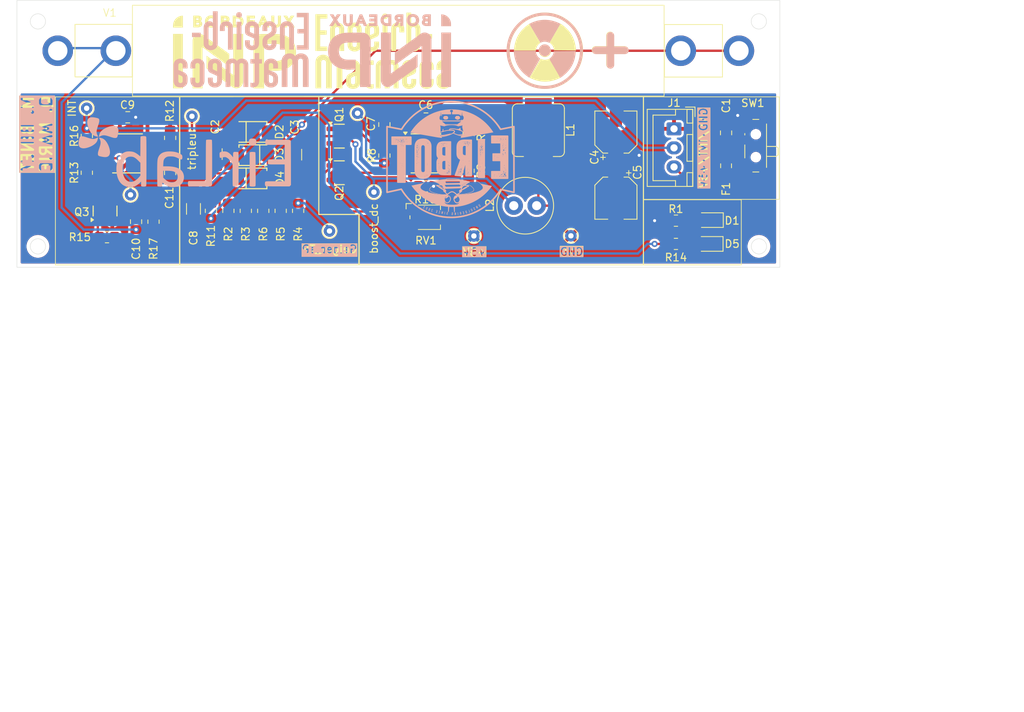
<source format=kicad_pcb>
(kicad_pcb (version 20241229) (generator "pcbnew") (generator_version "9.0")
  (title_block (title "Capteur de rayonnement β & γ") (date "2025-12-21") (company "Enseirb-Matmeca"))
  (layers (0 "F.Cu" signal) (2 "B.Cu" signal) (13 "F.Paste" user) (15 "B.Paste" user) (5 "F.SilkS" user "F.Silkscreen") (7 "B.SilkS" user "B.Silkscreen") (1 "F.Mask" user) (3 "B.Mask" user) (25 "Edge.Cuts" user))
  (net 0 "")
  (net 1 "+5V")
  (net 2 "GND")
  (net 3 "Net-(U1-VCC)")
  (net 4 "Net-(D1-A)")
  (net 5 "/tripleur")
  (net 6 "Net-(D2-K)")
  (net 7 "Net-(D3-K)")
  (net 8 "/boost_dc")
  (net 9 "Net-(D5-A)")
  (net 10 "INT")
  (net 11 "5V_Supply")
  (net 12 "/400V_HV_TP")
  (net 13 "Net-(J1-Pin_3)")
  (net 14 "Net-(Q1-E)")
  (net 15 "/out_NE-A")
  (net 16 "Net-(Q2-C)")
  (net 17 "Net-(Q3-B)")
  (net 18 "Net-(Q3-C)")
  (net 19 "Net-(U1-DISCH)")
  (net 20 "Net-(Q1-B)")
  (net 21 "Net-(U1-THRES)")
  (net 22 "Net-(R3-Pad1)")
  (net 23 "Net-(R2-Pad1)")
  (net 24 "Net-(U2-DISCH)")
  (net 25 "/out_NE-Mono")
  (net 26 "Net-(R4-Pad2)")
  (net 27 "Net-(R4-Pad1)")
  (net 28 "Net-(R5-Pad2)")
  (net 29 "Net-(C10-Pad1)")
  (footprint "TestPoint:TestPoint_THTPad_D1.5mm_Drill0.7mm" (layer "F.Cu") (at 46.5712 87.2068)
    (property "Reference" "TP5" (hide yes))
    (property "Value" "tripleur")
  )
  (footprint "Resistor_SMD:R_0805_2012Metric_Pad1.20x1.40mm_HandSolder" (layer "F.Cu") (at 41.5322 101.0318 90)
    (property "Reference" "R17")
    (property "Value" "470KΩ" (hide yes))
  )
  (footprint "Composants:Tube_Geiger_J305" (layer "F.Cu") (at 74.4472 78.6128 180)
    (property "Reference" "V1")
    (property "Value" "Nuclear-Radiation_Detector" (hide yes))
  )
  (footprint "Resistor_SMD:R_0805_2012Metric_Pad1.20x1.40mm_HandSolder" (layer "F.Cu") (at 35.4362 103.0638 180)
    (property "Reference" "R15")
    (property "Value" "10KΩ" (hide yes))
  )
  (footprint "Capacitor_SMD:C_1206_3216Metric_Pad1.33x1.80mm_HandSolder" (layer "F.Cu") (at 49.6212 92.1693 -90)
    (property "Reference" "C2")
    (property "Value" "10nF 1000V" (hide yes))
  )
  (footprint "TestPoint:TestPoint_THTPad_D1.5mm_Drill0.7mm" (layer "F.Cu") (at 83.5212 102.9068)
    (property "Reference" "TP1" (hide yes))
    (property "Value" "+5V" (hide yes))
  )
  (footprint "Capacitor_SMD:C_0805_2012Metric_Pad1.18x1.45mm_HandSolder" (layer "F.Cu") (at 43.7132 94.6148 -90)
    (property "Reference" "C11")
    (property "Value" "1nF" (hide yes))
  )
  (footprint "PCM_JLCPCB:D_SMAF" (layer "F.Cu") (at 54.559952 92.306021 180)
    (property "Reference" "D3")
    (property "Value" "ES1J" (hide yes))
  )
  (footprint "PCM_JLCPCB:D_SOT-23" (layer "F.Cu") (at 35.1822 99.6293 90)
    (property "Reference" "Q3")
    (property "Value" "MMBT3904" (hide yes))
  )
  (footprint "Capacitor_SMD:C_0805_2012Metric_Pad1.18x1.45mm_HandSolder" (layer "F.Cu") (at 38.156435 87.336319 180)
    (property "Reference" "C9")
    (property "Value" "100nF" (hide yes))
  )
  (footprint "PCM_JLCPCB:D_SOT-23" (layer "F.Cu") (at 65.8872 94.6148)
    (property "Reference" "Q2")
    (property "Value" "MMBT3904" (hide yes))
  )
  (footprint "Capacitor_SMD:C_0805_2012Metric_Pad1.18x1.45mm_HandSolder" (layer "F.Cu") (at 71.790377 88.292632 90)
    (property "Reference" "C7")
    (property "Value" "1nF" (hide yes))
  )
  (footprint "Resistor_SMD:R_0805_2012Metric_Pad1.20x1.40mm_HandSolder" (layer "F.Cu") (at 110.0052 103.9468 180)
    (property "Reference" "R14")
    (property "Value" "100Ω" (hide yes))
  )
  (footprint "Resistor_SMD:R_0805_2012Metric_Pad1.20x1.40mm_HandSolder" (layer "F.Cu") (at 53.6292 99.6108 90)
    (property "Reference" "R3")
    (property "Value" "10MΩ" (hide yes))
  )
  (footprint "LED_SMD:LED_0805_2012Metric_Pad1.15x1.40mm_HandSolder" (layer "F.Cu") (at 114.3512 100.8268 180)
    (property "Reference" "D1")
    (property "Value" "Green" (hide yes))
  )
  (footprint "Potentiometer_SMD:Potentiometer_Bourns_TC33X_Vertical" (layer "F.Cu") (at 77.2412 100.4568)
    (property "Reference" "RV1")
    (property "Value" "100Ω" (hide yes))
  )
  (footprint "Resistor_SMD:R_0805_2012Metric_Pad1.20x1.40mm_HandSolder" (layer "F.Cu") (at 43.7132 90.0428 -90)
    (property "Reference" "R12")
    (property "Value" "470KΩ" (hide yes))
  )
  (footprint "TestPoint:TestPoint_THTPad_D1.5mm_Drill0.7mm" (layer "F.Cu") (at 64.5962 102.2568)
    (property "Reference" "TP3" (hide yes))
    (property "Value" "Voltage_Geiger" (hide yes))
  )
  (footprint "PCM_JLCPCB:D_SOT-23" (layer "F.Cu") (at 65.8872 89.813829)
    (property "Reference" "Q1")
    (property "Value" "MMBTA42" (hide yes))
  )
  (footprint "Resistor_SMD:R_0805_2012Metric_Pad1.20x1.40mm_HandSolder" (layer "F.Cu") (at 49.0572 99.6108 -90)
    (property "Reference" "R11")
    (property "Value" "10MΩ" (hide yes))
  )
  (footprint "PCM_JLCPCB:SOIC-8_3.9x4.9mm_P1.27mm" (layer "F.Cu") (at 77.2412 92.0748)
    (property "Reference" "U1" (hide yes))
    (property "Value" "NE555D" (hide yes))
  )
  (footprint "Resistor_SMD:R_0805_2012Metric_Pad1.20x1.40mm_HandSolder" (layer "F.Cu") (at 82.8292 94.3608 -90)
    (property "Reference" "R9")
    (property "Value" "68KΩ" (hide yes))
  )
  (footprint "Resistor_SMD:R_0805_2012Metric_Pad1.20x1.40mm_HandSolder" (layer "F.Cu") (at 55.9152 99.6108 -90)
    (property "Reference" "R6")
    (property "Value" "10MΩ" (hide yes))
  )
  (footprint "TestPoint:TestPoint_THTPad_D1.5mm_Drill0.7mm" (layer "F.Cu") (at 38.5212 97.5068)
    (property "Reference" "TP8" (hide yes))
    (property "Value" "Mono-stable" (hide yes))
  )
  (footprint "PCM_JLCPCB:SOIC-8_3.9x4.9mm_P1.27mm" (layer "F.Cu") (at 38.1252 92.0748)
    (property "Reference" "U2" (hide yes))
    (property "Value" "NE555D" (hide yes))
  )
  (footprint "Capacitor_SMD:C_1206_3216Metric_Pad1.33x1.80mm_HandSolder" (layer "F.Cu") (at 46.7712 99.3568 -90)
    (property "Reference" "C8")
    (property "Value" "10nF 1000V" (hide yes))
  )
  (footprint "TestPoint:TestPoint_THTPad_D1.5mm_Drill0.7mm" (layer "F.Cu") (at 96.239687 102.885185)
    (property "Reference" "TP2" (hide yes))
    (property "Value" "GND" (hide yes))
  )
  (footprint "Capacitor_SMD:CP_Elec_5x5.3" (layer "F.Cu") (at 102.1332 89.2808 90)
    (property "Reference" "C4")
    (property "Value" "100uF" (hide yes))
  )
  (footprint "Resistor_SMD:R_0805_2012Metric_Pad1.20x1.40mm_HandSolder" (layer "F.Cu") (at 51.3432 99.6108 -90)
    (property "Reference" "R2")
    (property "Value" "10MΩ" (hide yes))
  )
  (footprint "Capacitor_SMD:CP_Elec_5x5.3" (layer "F.Cu") (at 102.136146 97.946721 -90)
    (property "Reference" "C5")
    (property "Value" "100uF" (hide yes))
  )
  (footprint "Connector_JST:JST_XH_B3B-XH-A_1x03_P2.50mm_Vertical" (layer "F.Cu") (at 109.7532 88.8528 -90)
    (property "Reference" "J1")
    (property "Value" "Conn_01x03_Pin" (hide yes))
  )
  (footprint "Resistor_SMD:R_0805_2012Metric_Pad1.20x1.40mm_HandSolder" (layer "F.Cu") (at 32.7912 94.6148 90)
    (property "Reference" "R13")
    (property "Value" "47KΩ" (hide yes))
  )
  (footprint "Resistor_SMD:R_0805_2012Metric_Pad1.20x1.40mm_HandSolder" (layer "F.Cu") (at 77.2412 96.3928)
    (property "Reference" "R10")
    (property "Value" "100KΩ" (hide yes))
  )
  (footprint "Capacitor_SMD:C_0805_2012Metric_Pad1.18x1.45mm_HandSolder" (layer "F.Cu") (at 39.2462 101.0318 90)
    (property "Reference" "C10")
    (property "Value" "220pF" (hide yes))
  )
  (footprint "Resistor_SMD:R_0805_2012Metric_Pad1.20x1.40mm_HandSolder" (layer "F.Cu") (at 71.790377 92.356632 90)
    (property "Reference" "R8")
    (property "Value" "3KΩ" (hide yes))
  )
  (footprint "Capacitor_SMD:C_0805_2012Metric_Pad1.18x1.45mm_HandSolder" (layer "F.Cu") (at 116.5772 89.3828 90)
    (property "Reference" "C1")
    (property "Value" "100nF" (hide yes))
  )
  (footprint "TestPoint:TestPoint_THTPad_D1.5mm_Drill0.7mm" (layer "F.Cu") (at 68.2712 86.8068)
    (property "Reference" "TP7" (hide yes))
    (property "Value" "A-stable" (hide yes))
  )
  (footprint "PCM_JLCPCB:D_SMAF" (layer "F.Cu") (at 54.559952 89.258021)
    (property "Reference" "D2")
    (property "Value" "ES1J" (hide yes))
  )
  (footprint "Resistor_SMD:R_0805_2012Metric_Pad1.20x1.40mm_HandSolder" (layer "F.Cu") (at 82.8292 89.5348 -90)
    (property "Reference" "R7")
    (property "Value" "68KΩ" (hide yes))
  )
  (footprint "Capacitor_SMD:C_0805_2012Metric_Pad1.18x1.45mm_HandSolder" (layer "F.Cu") (at 77.2412 87.5028 180)
    (property "Reference" "C6")
    (property "Value" "100nF" (hide yes))
  )
  (footprint "Capacitor_SMD:C_1206_3216Metric_Pad1.33x1.80mm_HandSolder" (layer "F.Cu") (at 60.0412 92.2468 90)
    (property "Reference" "C3")
    (property "Value" "10nF 1000V" (hide yes))
  )
  (footprint "Inductor_THT:L_Radial_D7.2mm_P3.00mm_Murata_1700" (layer "F.Cu") (at 88.7512 98.9328)
    (property "Reference" "L2")
    (property "Value" "10mH" (hide yes))
  )
  (footprint "TestPoint:TestPoint_THTPad_D1.5mm_Drill0.7mm" (layer "F.Cu") (at 70.4212 97.1568)
    (property "Reference" "TP4" (hide yes))
    (property "Value" "boost_dc")
  )
  (footprint "Fuse:Fuse_0805_2012Metric_Pad1.15x1.40mm_HandSolder" (layer "F.Cu") (at 116.5772 93.7008 90)
    (property "Reference" "F1")
    (property "Value" "Fuse_Small" (hide yes))
  )
  (footprint "Resistor_SMD:R_0805_2012Metric_Pad1.20x1.40mm_HandSolder" (layer "F.Cu") (at 110.0052 100.8988)
    (property "Reference" "R1")
    (property "Value" "4KΩ" (hide yes))
  )
  (footprint "PCM_JLCPCB:D_SMAF" (layer "F.Cu") (at 54.559952 95.354021)
    (property "Reference" "D4")
    (property "Value" "ES1J" (hide yes))
  )
  (footprint "Resistor_SMD:R_0805_2012Metric_Pad1.20x1.40mm_HandSolder" (layer "F.Cu") (at 58.2012 99.6108 90)
    (property "Reference" "R5")
    (property "Value" "10MΩ" (hide yes))
  )
  (footprint "Resistor_SMD:R_0805_2012Metric_Pad1.20x1.40mm_HandSolder" (layer "F.Cu") (at 32.7912 89.7888 90)
    (property "Reference" "R16")
    (property "Value" "0Ω" (hide yes))
  )
  (footprint "Button_Switch_SMD:SW_SPDT_PCM12" (layer "F.Cu") (at 120.1512 91.0668 90)
    (property "Reference" "SW1")
    (property "Value" "SW_Nidec_CAS-120A1" (hide yes))
  )
  (footprint "TestPoint:TestPoint_THTPad_D1.5mm_Drill0.7mm" (layer "F.Cu") (at 32.7712 86.1568)
    (property "Reference" "TP6" (hide yes))
    (property "Value" "INT")
  )
  (footprint "Resistor_SMD:R_0805_2012Metric_Pad1.20x1.40mm_HandSolder" (layer "F.Cu") (at 60.4872 99.6108 -90)
    (property "Reference" "R4")
    (property "Value" "10MΩ" (hide yes))
  )
  (footprint "LED_SMD:LED_0805_2012Metric_Pad1.15x1.40mm_HandSolder" (layer "F.Cu") (at 114.3232 103.9468 180)
    (property "Reference" "D5")
    (property "Value" "LED_RED" (hide yes))
  )
  (footprint "Inductor_SMD:L_Bourns_SRP7028A_7.3x6.6mm" (layer "F.Cu") (at 91.9732 89.0268 -90)
    (property "Reference" "L1")
    (property "Value" "100uH" (hide yes))
  )
  (gr_poly (pts (xy 64.315671 74.398294) (xy 63.385035 74.398294) (xy 63.385035 75.935888) (xy 64.225989 75.935888) (xy 64.225989 76.514935) (xy 63.385035 76.514935) (xy 63.385035 78.066188) (xy 64.315671 78.066188) (xy 64.315665 78.645235) (xy 62.750756 78.645235) (xy 62.750756 73.819246) (xy 64.315671 73.819246)) (fill yes) (layer "F.SilkS"))
  (gr_poly (pts (xy 67.742589 79.822086) (xy 67.790919 79.824906) (xy 67.838139 79.829606) (xy 67.884251 79.836189) (xy 67.929256 79.844654) (xy 67.973157 79.855002) (xy 68.015954 79.867235) (xy 68.05765 79.881352) (xy 68.098247 79.897356) (xy 68.137745 79.915247) (xy 68.176148 79.935026) (xy 68.213456 79.956693) (xy 68.249671 79.98025) (xy 68.284796 80.005697) (xy 68.318831 80.033036) (xy 68.351779 80.062267) (xy 68.383063 80.093091) (xy 68.412328 80.125209) (xy 68.439575 80.15862) (xy 68.464804 80.193323) (xy 68.488015 80.229317) (xy 68.509207 80.266601) (xy 68.528381 80.305174) (xy 68.545536 80.345036) (xy 68.560674 80.386185) (xy 68.573792 80.428621) (xy 68.584893 80.472342) (xy 68.593975 80.517349) (xy 68.601039 80.563639) (xy 68.606085 80.611213) (xy 68.609112 80.660069) (xy 68.610122 80.710206) (xy 68.610122 82.723509) (xy 68.609112 82.773745) (xy 68.606085 82.822674) (xy 68.601039 82.870298) (xy 68.593975 82.916619) (xy 68.584893 82.961638) (xy 68.573792 83.005358) (xy 68.560673 83.047779) (xy 68.545536 83.088904) (xy 68.52838 83.128735) (xy 68.509206 83.167273) (xy 68.488014 83.20452) (xy 68.464803 83.240477) (xy 68.439575 83.275147) (xy 68.412328 83.308531) (xy 68.383062 83.340631) (xy 68.351779 83.371448) (xy 68.318929 83.400679) (xy 68.284966 83.428018) (xy 68.249892 83.453465) (xy 68.213707 83.477022) (xy 68.176411 83.49869) (xy 68.138007 83.518469) (xy 68.098494 83.53636) (xy 68.057874 83.552364) (xy 68.016147 83.566482) (xy 67.973315 83.578715) (xy 67.929378 83.589063) (xy 67.884336 83.597528) (xy 67.838191 83.60411) (xy 67.790944 83.608811) (xy 67.742596 83.611631) (xy 67.693147 83.61257) (xy 67.642842 83.611644) (xy 67.593706 83.608867) (xy 67.545737 83.604236) (xy 67.498935 83.597751) (xy 67.453298 83.589411) (xy 67.408827 83.579216) (xy 67.365519 83.567165) (xy 67.323375 83.553256) (xy 67.282392 83.537488) (xy 67.242571 83.519862) (xy 67.203911 83.500375) (xy 67.166409 83.479028) (xy 67.130067 83.455819) (xy 67.094883 83.430747) (xy 67.060855 83.403812) (xy 67.027983 83.375012) (xy 66.9967 83.344591) (xy 66.967435 83.312793) (xy 66.940188 83.279619) (xy 66.914959 83.24507) (xy 66.891748 83.209146) (xy 66.870556 83.171848) (xy 66.851382 83.133178) (xy 66.834227 83.093135) (xy 66.819089 83.051722) (xy 66.80597 83.008938) (xy 66.79487 82.964785) (xy 66.785787 82.919264) (xy 66.778723 82.872374) (xy 66.773677 82.824118) (xy 66.77065 82.774496) (xy 66.769641 82.723509) (xy 66.769641 82.385582) (xy 66.769659 82.38499) (xy 67.403916 82.38499) (xy 67.40392 82.722917) (xy 67.404226 82.739975) (xy 67.405146 82.756628) (xy 67.40668 82.772876) (xy 67.408829 82.788718) (xy 67.411594 82.804153) (xy 67.414975 82.81918) (xy 67.418975 82.833798) (xy 67.423592 82.848006) (xy 67.42883 82.861803) (xy 67.434687 82.875189) (xy 67.441166 82.888163) (xy 67.448267 82.900723) (xy 67.45599 82.912869) (xy 67.464338 82.9246) (xy 67.47331 82.935916) (xy 67.482907 82.946814) (xy 67.493019 82.957275) (xy 67.503536 82.967055) (xy 67.514455 82.976154) (xy 67.525779 82.984574) (xy 67.537506 82.992315) (xy 67.549637 82.999378) (xy 67.562171 83.005765) (xy 67.575109 83.011476) (xy 67.588451 83.016511) (xy 67.602196 83.020872) (xy 67.616345 83.02456) (xy 67.630898 83.027576) (xy 67.645854 83.029919) (xy 67.661214 83.031592) (xy 67.676977 83.032596) (xy 67.693145 83.03293) (xy 67.709298 83.032596) (xy 67.725019 83.031592) (xy 67.740309 83.029919) (xy 67.755168 83.027576) (xy 67.769595 83.02456) (xy 67.783591 83.020872) (xy 67.797155 83.016511) (xy 67.810288 83.011476) (xy 67.82299 83.005765) (xy 67.83526 82.999378) (xy 67.847098 82.992315) (xy 67.858505 82.984574) (xy 67.86948 82.976154) (xy 67.880024 82.967055) (xy 67.890136 82.957275) (xy 67.899817 82.946814) (xy 67.90899 82.935818) (xy 67.917577 82.92443) (xy 67.925578 82.912648) (xy 67.932992 82.900472) (xy 67.939818 82.887899) (xy 67.946054 82.874928) (xy 67.951701 82.861556) (xy 67.956758 82.847783) (xy 67.961223 82.833605) (xy 67.965095 82.819023) (xy 67.968374 82.804033) (xy 67.971059 82.788635) (xy 67.973149 82.772825) (xy 67.974642 82.756604) (xy 67.975539 82.739968) (xy 67.975838 82.722917) (xy 67.975838 81.909282) (xy 67.610593 82.067851) (xy 67.597877 82.073177) (xy 67.585565 82.078799) (xy 67.573657 82.084717) (xy 67.562153 82.09093) (xy 67.551052 82.097439) (xy 67.540355 82.104244) (xy 67.530061 82.111345) (xy 67.520171 82.118741) (xy 67.510685 82.126433) (xy 67.501603 82.134421) (xy 67.492924 82.142705) (xy 67.484649 82.151285) (xy 67.476777 82.16016) (xy 67.46931 82.169331) (xy 67.462245 82.178798) (xy 67.455585 82.188561) (xy 67.449328 82.198619) (xy 67.443475 82.208974) (xy 67.438026 82.219624) (xy 67.43298 82.230569) (xy 67.428338 82.241811) (xy 67.424099 82.253348) (xy 67.420264 82.265182) (xy 67.416833 82.277311) (xy 67.413806 82.289735) (xy 67.411182 82.302456) (xy 67.408962 82.315472) (xy 67.407145 82.328784) (xy 67.405733 82.342392) (xy 67.404723 82.356296) (xy 67.403916 82.38499) (xy 66.769659 82.38499) (xy 66.771819 82.313744) (xy 66.778355 82.244772) (xy 66.78925 82.178663) (xy 66.804504 82.115417) (xy 66.824118 82.055031) (xy 66.848094 81.997503) (xy 66.876431 81.942833) (xy 66.909131 81.891018) (xy 66.946195 81.842056) (xy 66.987624 81.795946) (xy 67.033418 81.752686) (xy 67.083578 81.712274) (xy 67.138106 81.674709) (xy 67.197002 81.639989) (xy 67.260266 81.608112) (xy 67.327901 81.579077) (xy 67.975838 81.310041) (xy 67.975838 80.710206) (xy 67.975539 80.693155) (xy 67.974643 80.676519) (xy 67.973149 80.660298) (xy 67.971059 80.644489) (xy 67.968375 80.62909) (xy 67.965096 80.614101) (xy 67.961224 80.599518) (xy 67.956759 80.585341) (xy 67.951703 80.571568) (xy 67.946056 80.558196) (xy 67.939819 80.545224) (xy 67.932993 80.532651) (xy 67.925579 80.520475) (xy 67.917578 80.508694) (xy 67.90899 80.497305) (xy 67.899817 80.486309) (xy 67.890136 80.475848) (xy 67.880024 80.466069) (xy 67.86948 80.45697) (xy 67.858505 80.44855) (xy 67.847098 80.440809) (xy 67.83526 80.433746) (xy 67.82299 80.427359) (xy 67.810288 80.421648) (xy 67.797155 80.416613) (xy 67.783591 80.412251) (xy 67.769595 80.408563) (xy 67.755168 80.405548) (xy 67.740309 80.403204) (xy 67.725019 80.401531) (xy 67.709298 80.400527) (xy 67.693145 80.400193) (xy 67.676977 80.400527) (xy 67.661214 80.401531) (xy 67.645854 80.403204) (xy 67.630897 80.405548) (xy 67.616345 80.408563) (xy 67.602195 80.412251) (xy 67.58845 80.416613) (xy 67.575108 80.421648) (xy 67.56217 80.427359) (xy 67.549635 80.433746) (xy 67.537504 80.440809) (xy 67.525777 80.44855) (xy 67.514454 80.45697) (xy 67.503534 80.466069) (xy 67.493018 80.475848) (xy 67.482905 80.486309) (xy 67.473307 80.497312) (xy 67.464335 80.508718) (xy 67.455987 80.520526) (xy 67.448264 80.532735) (xy 67.441163 80.545344) (xy 67.434684 80.558353) (xy 67.428826 80.57176) (xy 67.423589 80.585564) (xy 67.418971 80.599765) (xy 67.414972 80.614362) (xy 67.41159 80.629354) (xy 67.408825 80.64474) (xy 67.406676 80.660519) (xy 67.405142 80.67669) (xy 67.404223 80.693253) (xy 67.403916 80.710206) (xy 67.40392 81.109899) (xy 66.769641 81.109899) (xy 66.769641 80.710206) (xy 66.770664 80.659971) (xy 66.773733 80.611042) (xy 66.778848 80.563418) (xy 66.78601 80.517098) (xy 66.795218 80.472079) (xy 66.806472 80.428359) (xy 66.819772 80.385938) (xy 66.835118 80.344813) (xy 66.85251 80.304982) (xy 66.871948 80.266444) (xy 66.893433 80.229197) (xy 66.916963 80.193239) (xy 66.94254 80.158569) (xy 66.970163 80.125185) (xy 66.999831 80.093085) (xy 67.031546 80.062267) (xy 67.064828 80.033036) (xy 67.099193 80.005697) (xy 67.134641 79.98025) (xy 67.171169 79.956693) (xy 67.208776 79.935026) (xy 67.247459 79.915247) (xy 67.287218 79.897356) (xy 67.328051 79.881352) (xy 67.369955 79.867235) (xy 67.412929 79.855002) (xy 67.456971 79.844654) (xy 67.50208 79.836189) (xy 67.548254 79.829606) (xy 67.595491 79.824906) (xy 67.643789 79.822086) (xy 67.693147 79.821146)) (fill yes) (layer "F.SilkS"))
  (gr_poly (pts (xy 52.561516 74.010522) (xy 52.638316 74.017922) (xy 52.714409 74.030552) (xy 52.789116 74.048651) (xy 52.825737 74.059826) (xy 52.861756 74.07246) (xy 52.897089 74.086581) (xy 52.931649 74.102221) (xy 52.965352 74.119408) (xy 52.998114 74.138174) (xy 53.029848 74.158548) (xy 53.060471 74.18056) (xy 53.089896 74.204241) (xy 53.11804 74.229621) (xy 53.144816 74.25673) (xy 53.17014 74.285597) (xy 53.193926 74.316254) (xy 53.216091 74.34873) (xy 53.236548 74.383055) (xy 53.255213 74.41926) (xy 53.272 74.457374) (xy 53.286825 74.497428) (xy 53.299603 74.539451) (xy 53.310248 74.583475) (xy 53.318675 74.629529) (xy 53.3248 74.677642) (xy 53.328538 74.727847) (xy 53.329802 74.780171) (xy 53.328533 74.829047) (xy 53.324781 74.876241) (xy 53.318633 74.92176) (xy 53.310175 74.965614) (xy 53.299493 75.007811) (xy 53.286673 75.04836) (xy 53.2718 75.087269) (xy 53.254962 75.124547) (xy 53.236244 75.160202) (xy 53.215732 75.194244) (xy 53.193512 75.22668) (xy 53.16967 75.25752) (xy 53.144292 75.286772) (xy 53.117464 75.314444) (xy 53.089272 75.340545) (xy 53.059803 75.365083) (xy 53.029141 75.388068) (xy 52.997374 75.409508) (xy 52.964587 75.429411) (xy 52.930866 75.447787) (xy 52.896297 75.464643) (xy 52.860967 75.479988) (xy 52.788365 75.50618) (xy 52.713748 75.526432) (xy 52.637804 75.540812) (xy 52.561222 75.54939) (xy 52.484689 75.552234) (xy 51.915144 75.552234) (xy 51.915144 75.182239) (xy 52.316024 75.182239) (xy 52.446087 75.182239) (xy 52.486256 75.181377) (xy 52.526967 75.178602) (xy 52.567787 75.17363) (xy 52.608285 75.166176) (xy 52.648028 75.155955) (xy 52.667481 75.149718) (xy 52.686583 75.142683) (xy 52.70528 75.134814) (xy 52.723518 75.126076) (xy 52.741243 75.116433) (xy 52.758401 75.105849) (xy 52.774937 75.094289) (xy 52.790799 75.081718) (xy 52.805931 75.068099) (xy 52.82028 75.053397) (xy 52.833792 75.037578) (xy 52.846412 75.020604) (xy 52.858087 75.002441) (xy 52.868763 74.983052) (xy 52.878384 74.962404) (xy 52.886899 74.940459) (xy 52.894251 74.917182) (xy 52.900388 74.892538) (xy 52.905256 74.866492) (xy 52.908799 74.839007) (xy 52.910965 74.810048) (xy 52.911699 74.779579) (xy 52.911057 74.746236) (xy 52.908817 74.711968) (xy 52.904508 74.677198) (xy 52.897659 74.642352) (xy 52.887801 74.607854) (xy 52.881595 74.590868) (xy 52.874461 74.574128) (xy 52.866339 74.557688) (xy 52.857171 74.5416) (xy 52.846897 74.525917) (xy 52.835458 74.510693) (xy 52.822796 74.49598) (xy 52.808853 74.481832) (xy 52.793568 74.468301) (xy 52.776884 74.455442) (xy 52.758742 74.443306) (xy 52.739082 74.431947) (xy 52.717846 74.421418) (xy 52.694974 74.411772) (xy 52.67041 74.403062) (xy 52.644092 74.395341) (xy 52.615963 74.388662) (xy 52.585964 74.383079) (xy 52.554035 74.378644) (xy 52.520119 74.375411) (xy 52.484156 74.373432) (xy 52.446087 74.37276) (xy 52.316024 74.37276) (xy 52.316024 75.182239) (xy 51.915144 75.182239) (xy 51.915144 74.008108) (xy 52.484689 74.008108)) (fill yes) (layer "F.SilkS"))
  (gr_poly (pts (xy 68.5212 106.706837) (xy 105.7212 106.7068) (xy 105.7212 84.6568) (xy 63.2212 84.6568) (xy 63.2212 100.0568) (xy 68.5212 100.0568)) (stroke (width 0.1)) (fill no) (layer "F.SilkS"))
  (gr_rect (start 105.7712 84.6568) (end 123.5432 98.1068) (stroke (width 0.1)) (fill no) (layer "F.SilkS"))
  (gr_poly (pts (xy 45.383492 83.546057) (xy 44.089989 83.546057) (xy 44.089989 76.400911) (xy 45.383492 76.400911)) (fill yes) (layer "F.SilkS"))
  (gr_poly (pts (xy 73.594791 74.930709) (xy 73.64121 74.933339) (xy 73.686429 74.937721) (xy 73.730445 74.943854) (xy 73.773258 74.951738) (xy 73.814864 74.961371) (xy 73.855263 74.972752) (xy 73.894453 74.985881) (xy 73.932432 75.000758) (xy 73.969198 75.01738) (xy 74.004749 75.035747) (xy 74.039085 75.055859) (xy 74.072202 75.077714) (xy 74.1041 75.101311) (xy 74.134776 75.12665) (xy 74.164229 75.15373) (xy 74.192172 75.182418) (xy 74.218319 75.21236) (xy 74.242669 75.243555) (xy 74.26522 75.276007) (xy 74.285972 75.309715) (xy 74.304924 75.344679) (xy 74.322076 75.380902) (xy 74.337426 75.418384) (xy 74.350973 75.457125) (xy 74.362716 75.497127) (xy 74.372656 75.53839) (xy 74.38079 75.580916) (xy 74.387118 75.624705) (xy 74.391639 75.669758) (xy 74.394352 75.716076) (xy 74.395257 75.763659) (xy 74.395257 76.204922) (xy 73.760976 76.204922) (xy 73.760976 75.763659) (xy 73.76014 75.732807) (xy 73.757635 75.703945) (xy 73.753459 75.677074) (xy 73.750745 75.664385) (xy 73.747613 75.652193) (xy 73.744063 75.640499) (xy 73.740096 75.629303) (xy 73.735712 75.618604) (xy 73.73091 75.608403) (xy 73.72569 75.598699) (xy 73.720052 75.589493) (xy 73.713998 75.580785) (xy 73.707525 75.572574) (xy 73.700635 75.564861) (xy 73.693327 75.557645) (xy 73.685602 75.550927) (xy 73.677459 75.544707) (xy 73.668899 75.538984) (xy 73.659921 75.533759) (xy 73.650525 75.529032) (xy 73.640712 75.524802) (xy 73.630482 75.52107) (xy 73.619833 75.517835) (xy 73.608768 75.515098) (xy 73.597284 75.512859) (xy 73.585383 75.511117) (xy 73.573065 75.509873) (xy 73.560329 75.509127) (xy 73.547175 75.508878) (xy 73.534021 75.509127) (xy 73.521285 75.509873) (xy 73.508967 75.511117) (xy 73.497066 75.512859) (xy 73.485582 75.515098) (xy 73.474516 75.517835) (xy 73.463868 75.52107) (xy 73.453637 75.524802) (xy 73.443824 75.529032) (xy 73.434429 75.533759) (xy 73.425451 75.538984) (xy 73.41689 75.544706) (xy 73.408748 75.550927) (xy 73.401022 75.557644) (xy 73.393715 75.56486) (xy 73.386825 75.572573) (xy 73.380352 75.580784) (xy 73.374297 75.589492) (xy 73.36866 75.598698) (xy 73.36344 75.608401) (xy 73.358638 75.618603) (xy 73.354254 75.629301) (xy 73.350287 75.640498) (xy 73.346737 75.652192) (xy 73.343605 75.664384) (xy 73.340891 75.677073) (xy 73.338594 75.69026) (xy 73.336715 75.703944) (xy 73.335254 75.718127) (xy 73.33421 75.732807) (xy 73.333584 75.747984) (xy 73.333375 75.763659) (xy 73.333367 78.645235) (xy 72.69909 78.645235) (xy 72.69909 75.763659) (xy 72.699988 75.716069) (xy 72.702683 75.669733) (xy 72.707178 75.624654) (xy 72.713473 75.580832) (xy 72.721571 75.538271) (xy 72.731473 75.49697) (xy 72.743181 75.456933) (xy 72.756697 75.418161) (xy 72.772022 75.380655) (xy 72.789159 75.344418) (xy 72.808109 75.309451) (xy 72.828873 75.275756) (xy 72.851454 75.243335) (xy 72.875853 75.212189) (xy 72.902073 75.18232) (xy 72.930114 75.15373) (xy 72.959561 75.12665) (xy 72.99022 75.101311) (xy 73.022091 75.077713) (xy 73.055176 75.055858) (xy 73.089476 75.035746) (xy 73.12499 75.017379) (xy 73.161721 75.000757) (xy 73.199669 74.985881) (xy 73.238835 74.972752) (xy 73.27922 74.96137) (xy 73.320824 74.951737) (xy 73.363649 74.943854) (xy 73.407696 74.937721) (xy 73.452965 74.933339) (xy 73.499457 74.930709) (xy 73.547173 74.929833)) (fill yes) (layer "F.SilkS"))
  (gr_poly (pts (xy 53.28051 82.655216) (xy 53.27935 82.70109) (xy 53.275907 82.746362) (xy 53.270239 82.790975) (xy 53.262399 82.834874) (xy 53.252446 82.878003) (xy 53.240433 82.920305) (xy 53.226419 82.961725) (xy 53.210458 83.002207) (xy 53.192606 83.041694) (xy 53.17292 83.080131) (xy 53.151456 83.117462) (xy 53.128269 83.15363) (xy 53.103416 83.18858) (xy 53.076953 83.222255) (xy 53.048935 83.2546) (xy 53.019418 83.285559) (xy 52.98846 83.315075) (xy 52.956114 83.343093) (xy 52.922439 83.369557) (xy 52.887489 83.39441) (xy 52.851321 83.417596) (xy 52.81399 83.439061) (xy 52.775553 83.458746) (xy 52.736065 83.476598) (xy 52.695584 83.492559) (xy 52.654163 83.506573) (xy 52.611861 83.518585) (xy 52.568732 83.528539) (xy 52.524833 83.536378) (xy 52.480219 83.542047) (xy 52.434947 83.545489) (xy 52.389073 83.546649) (xy 52.357138 83.546075) (xy 52.325486 83.544368) (xy 52.294135 83.541549) (xy 52.263103 83.537639) (xy 52.232408 83.532662) (xy 52.20207 83.526638) (xy 52.172105 83.519589) (xy 52.142533 83.511537) (xy 52.113371 83.502504) (xy 52.084639 83.492511) (xy 52.056353 83.48158) (xy 52.028533 83.469733) (xy 52.001197 83.456992) (xy 51.974363 83.443379) (xy 51.948049 83.428914) (xy 51.922273 83.41362) (xy 51.922273 83.414807) (xy 48.482435 80.929951) (xy 48.48184 80.929948) (xy 48.48184 79.258136) (xy 51.980474 81.788126) (xy 51.980474 76.400909) (xy 53.28051 76.400909)) (fill yes) (layer "F.SilkS"))
  (gr_poly (pts (xy 49.141739 73.973436) (xy 49.186064 73.976298) (xy 49.229458 73.981027) (xy 49.271887 73.987587) (xy 49.313314 73.995946) (xy 49.353705 74.006068) (xy 49.393023 74.017919) (xy 49.431234 74.031465) (xy 49.468301 74.046672) (xy 49.50419 74.063505) (xy 49.538865 74.081931) (xy 49.572291 74.101914) (xy 49.604431 74.123422) (xy 49.635251 74.146419) (xy 49.664716 74.170871) (xy 49.692789 74.196744) (xy 49.719435 74.224003) (xy 49.744619 74.252616) (xy 49.768305 74.282546) (xy 49.790459 74.313761) (xy 49.811044 74.346225) (xy 49.830024 74.379904) (xy 49.847366 74.414765) (xy 49.863032 74.450773) (xy 49.876988 74.487893) (xy 49.889199 74.526092) (xy 49.899628 74.565335) (xy 49.90824 74.605588) (xy 49.915 74.646816) (xy 49.919873 74.688986) (xy 49.922823 74.732063) (xy 49.923814 74.776013) (xy 49.922801 74.819672) (xy 49.919788 74.86254) (xy 49.914816 74.904578) (xy 49.907924 74.945748) (xy 49.899151 74.98601) (xy 49.888537 75.025325) (xy 49.876123 75.063654) (xy 49.861947 75.100958) (xy 49.846049 75.137198) (xy 49.828469 75.172335) (xy 49.809248 75.20633) (xy 49.788423 75.239144) (xy 49.766036 75.270738) (xy 49.742125 75.301073) (xy 49.716732 75.330109) (xy 49.689894 75.357808) (xy 49.661652 75.384131) (xy 49.632045 75.409039) (xy 49.601114 75.432492) (xy 49.568898 75.454452) (xy 49.535437 75.474879) (xy 49.50077 75.493735) (xy 49.464936 75.510981) (xy 49.427977 75.526577) (xy 49.389931 75.540484) (xy 49.350838 75.552664) (xy 49.310738 75.563076) (xy 49.26967 75.571684) (xy 49.227675 75.578446) (xy 49.184792 75.583325) (xy 49.14106 75.586281) (xy 49.096519 75.587275) (xy 49.052309 75.586282) (xy 49.0089 75.583331) (xy 48.966332 75.57846) (xy 48.924645 75.571708) (xy 48.883878 75.563113) (xy 48.844071 75.552715) (xy 48.805262 75.540551) (xy 48.767492 75.52666) (xy 48.730799 75.511082) (xy 48.695224 75.493855) (xy 48.660806 75.475018) (xy 48.627584 75.454609) (xy 48.595598 75.432667) (xy 48.564887 75.409231) (xy 48.535491 75.38434) (xy 48.507449 75.358031) (xy 48.480801 75.330345) (xy 48.455586 75.30132) (xy 48.431844 75.270993) (xy 48.409613 75.239405) (xy 48.388935 75.206594) (xy 48.369847 75.172599) (xy 48.35239 75.137457) (xy 48.336603 75.101209) (xy 48.322525 75.063892) (xy 48.310196 75.025546) (xy 48.299656 74.986208) (xy 48.290944 74.945919) (xy 48.284099 74.904716) (xy 48.27916 74.862638) (xy 48.276169 74.819724) (xy 48.275162 74.776013) (xy 48.698015 74.776013) (xy 48.698494 74.799891) (xy 48.69992 74.823294) (xy 48.702276 74.846204) (xy 48.705545 74.868602) (xy 48.709711 74.89047) (xy 48.714755 74.911789) (xy 48.720661 74.932541) (xy 48.727413 74.952707) (xy 48.734993 74.972268) (xy 48.743384 74.991206) (xy 48.752569 75.009502) (xy 48.762531 75.027137) (xy 48.773254 75.044094) (xy 48.784721 75.060353) (xy 48.796913 75.075896) (xy 48.809816 75.090704) (xy 48.82341 75.104758) (xy 48.837681 75.118041) (xy 48.852609 75.130533) (xy 48.86818 75.142216) (xy 48.884375 75.153071) (xy 48.901177 75.16308) (xy 48.918571 75.172224) (xy 48.936538 75.180484) (xy 48.955062 75.187842) (xy 48.974126 75.194279) (xy 48.993712 75.199777) (xy 49.013805 75.204317) (xy 49.034386 75.207881) (xy 49.055439 75.210449) (xy 49.076948 75.212004) (xy 49.098894 75.212526) (xy 49.120898 75.212004) (xy 49.142467 75.210449) (xy 49.163584 75.207881) (xy 49.184231 75.204317) (xy 49.204393 75.199777) (xy 49.224051 75.194279) (xy 49.243188 75.187842) (xy 49.261788 75.180484) (xy 49.279833 75.172223) (xy 49.297305 75.16308) (xy 49.314188 75.153071) (xy 49.330464 75.142216) (xy 49.346117 75.130533) (xy 49.361128 75.118041) (xy 49.375482 75.104758) (xy 49.38916 75.090703) (xy 49.402146 75.075895) (xy 49.414422 75.060352) (xy 49.425971 75.044093) (xy 49.436776 75.027137) (xy 49.44682 75.009501) (xy 49.456085 74.991205) (xy 49.464555 74.972267) (xy 49.472213 74.952706) (xy 49.47904 74.932541) (xy 49.48502 74.911789) (xy 49.490136 74.89047) (xy 49.49437 74.868602) (xy 49.497705 74.846203) (xy 49.500125 74.823294) (xy 49.501612 74.799891) (xy 49.502148 74.776013) (xy 49.501666 74.752357) (xy 49.50023 74.729171) (xy 49.497857 74.706475) (xy 49.494565 74.684286) (xy 49.49037 74.662622) (xy 49.485291 74.641503) (xy 49.479344 74.620947) (xy 49.472546 74.600972) (xy 49.464915 74.581596) (xy 49.456468 74.562838) (xy 49.447222 74.544716) (xy 49.437193 74.527249) (xy 49.4264 74.510455) (xy 49.41486 74.494352) (xy 49.402589 74.478958) (xy 49.389605 74.464293) (xy 49.375925 74.450374) (xy 49.361566 74.43722) (xy 49.346546 74.424849) (xy 49.330881 74.413279) (xy 49.314589 74.40253) (xy 49.297687 74.392619) (xy 49.280192 74.383564) (xy 49.262122 74.375385) (xy 49.243493 74.368099) (xy 49.224322 74.361725) (xy 49.204628 74.356281) (xy 49.184426 74.351786) (xy 49.163735 74.348258) (xy 49.142571 74.345715) (xy 49.120951 74.344175) (xy 49.098894 74.343658) (xy 49.077 74.344175) (xy 49.055537 74.345715) (xy 49.034523 74.348258) (xy 49.013975 74.351786) (xy 48.99391 74.356281) (xy 48.974346 74.361725) (xy 48.9553 74.368099) (xy 48.936788 74.375385) (xy 48.91883 74.383564) (xy 48.90144 74.392619) (xy 48.884638 74.40253) (xy 48.868441 74.413279) (xy 48.852864 74.424849) (xy 48.837927 74.43722) (xy 48.823646 74.450374) (xy 48.810038 74.464293) (xy 48.797121 74.478958) (xy 48.784912 74.494352) (xy 48.773429 74.510455) (xy 48.762688 74.527249) (xy 48.752707 74.544716) (xy 48.743503 74.562838) (xy 48.735094 74.581596) (xy 48.727496 74.600972) (xy 48.720728 74.620947) (xy 48.714806 74.641503) (xy 48.709747 74.662622) (xy 48.70557 74.684286) (xy 48.702291 74.706475) (xy 48.699927 74.729171) (xy 48.698496 74.752357) (xy 48.698015 74.776013) (xy 48.275162 74.776013) (xy 48.276147 74.732063) (xy 48.279076 74.688986) (xy 48.283914 74.646816) (xy 48.290627 74.605588) (xy 48.299179 74.565335) (xy 48.309535 74.526092) (xy 48.321659 74.487893) (xy 48.335517 74.450773) (xy 48.351073 74.414765) (xy 48.368292 74.379904) (xy 48.387139 74.346225) (xy 48.407578 74.313761) (xy 48.429574 74.282546) (xy 48.453092 74.252616) (xy 48.478097 74.224003) (xy 48.504554 74.196744) (xy 48.532427 74.170871) (xy 48.561681 74.146419) (xy 48.592281 74.123422) (xy 48.624191 74.101914) (xy 48.657377 74.081931) (xy 48.691803 74.063505) (xy 48.727434 74.046672) (xy 48.764234 74.031465) (xy 48.802169 74.017919) (xy 48.841204 74.006068) (xy 48.881302 73.995946) (xy 48.922429 73.987587) (xy 48.964549 73.981027) (xy 49.007628 73.976298) (xy 49.051629 73.973436) (xy 49.096519 73.972474)) (fill yes) (layer "F.SilkS"))
  (gr_poly (pts (xy 59.280627 74.411364) (xy 59.520562 74.008108) (xy 59.989735 74.008108) (xy 59.516401 74.738006) (xy 60.067538 75.552234) (xy 59.568665 75.552234) (xy 59.272314 75.075932) (xy 58.988431 75.552234) (xy 58.505595 75.552234) (xy 59.036537 74.733253) (xy 58.552512 74.008108) (xy 59.037132 74.008108)) (fill yes) (layer "F.SilkS"))
  (gr_poly (pts (xy 67.943326 74.923643) (xy 67.991656 74.926463) (xy 68.038876 74.931164) (xy 68.084988 74.937746) (xy 68.129993 74.946211) (xy 68.173893 74.956559) (xy 68.216691 74.968792) (xy 68.258386 74.98291) (xy 68.298983 74.998914) (xy 68.338481 75.016805) (xy 68.376883 75.036584) (xy 68.414191 75.058251) (xy 68.450407 75.081808) (xy 68.485531 75.107256) (xy 68.519566 75.134594) (xy 68.552514 75.163825) (xy 68.583798 75.194649) (xy 68.613064 75.226767) (xy 68.640311 75.260178) (xy 68.66554 75.294881) (xy 68.688751 75.330874) (xy 68.709943 75.368158) (xy 68.729117 75.406731) (xy 68.746273 75.446593) (xy 68.76141 75.487742) (xy 68.774529 75.530178) (xy 68.78563 75.5739) (xy 68.794712 75.618906) (xy 68.801776 75.665197) (xy 68.806822 75.712771) (xy 68.809849 75.761627) (xy 68.810859 75.811764) (xy 68.810859 76.211457) (xy 68.176579 76.211457) (xy 68.176579 75.811764) (xy 68.17628 75.794713) (xy 68.175383 75.778077) (xy 68.17389 75.761856) (xy 68.1718 75.746047) (xy 68.169116 75.730648) (xy 68.165837 75.715659) (xy 68.161965 75.701076) (xy 68.1575 75.686899) (xy 68.152444 75.673125) (xy 68.146797 75.659754) (xy 68.140561 75.646782) (xy 68.133735 75.634209) (xy 68.126321 75.622033) (xy 68.11832 75.610252) (xy 68.109733 75.598864) (xy 68.10056 75.587867) (xy 68.090879 75.577406) (xy 68.080767 75.567627) (xy 68.070223 75.558528) (xy 68.059247 75.550108) (xy 68.04784 75.542367) (xy 68.036002 75.535303) (xy 68.023731 75.528917) (xy 68.01103 75.523206) (xy 67.997897 75.518171) (xy 67.984332 75.513809) (xy 67.970336 75.510121) (xy 67.955908 75.507106) (xy 67.941049 75.504762) (xy 67.925759 75.503089) (xy 67.910037 75.502086) (xy 67.893884 75.501752) (xy 67.877717 75.502086) (xy 67.861953 75.503089) (xy 67.846593 75.504762) (xy 67.831637 75.507106) (xy 67.817084 75.510121) (xy 67.802935 75.513809) (xy 67.78919 75.518171) (xy 67.775848 75.523206) (xy 67.76291 75.528917) (xy 67.750375 75.535303) (xy 67.738244 75.542367) (xy 67.726517 75.550108) (xy 67.715194 75.558528) (xy 67.704274 75.567627) (xy 67.693758 75.577406) (xy 67.683646 75.587867) (xy 67.674048 75.59887) (xy 67.665076 75.610276) (xy 67.656729 75.622084) (xy 67.649005 75.634293) (xy 67.641905 75.646902) (xy 67.635426 75.65991) (xy 67.629569 75.673317) (xy 67.624331 75.687121) (xy 67.619713 75.701323) (xy 67.615714 75.715919) (xy 67.612333 75.730911) (xy 67.609568 75.746297) (xy 67.607419 75.762076) (xy 67.605885 75.778248) (xy 67.604965 75.794811) (xy 67.604659 75.811764) (xy 67.604659 76.080798) (xy 67.605397 76.100564) (xy 67.607611 76.120219) (xy 67.611302 76.139765) (xy 67.616471 76.159202) (xy 67.62312 76.178531) (xy 67.631248 76.197753) (xy 67.640856 76.216869) (xy 67.651947 76.235879) (xy 67.664519 76.254785) (xy 67.678575 76.273588) (xy 67.694115 76.292288) (xy 67.711141 76.310886) (xy 67.729652 76.329383) (xy 67.74965 76.347781) (xy 67.771136 76.366078) (xy 67.79411 76.384278) (xy 67.842077 76.419908) (xy 67.891101 76.454626) (xy 67.941184 76.488412) (xy 67.992323 76.521244) (xy 68.044521 76.553102) (xy 68.097777 76.583965) (xy 68.15209 76.613812) (xy 68.207461 76.642622) (xy 68.235286 76.657342) (xy 68.262858 76.672996) (xy 68.290174 76.689584) (xy 68.317231 76.707107) (xy 68.344028 76.725566) (xy 68.37056 76.744962) (xy 68.396827 76.765296) (xy 68.422824 76.786568) (xy 68.448551 76.80878) (xy 68.474003 76.831933) (xy 68.499178 76.856026) (xy 68.524074 76.881062) (xy 68.548689 76.907041) (xy 68.573018 76.933963) (xy 68.597061 76.961831) (xy 68.620814 76.990644) (xy 68.643788 77.020229) (xy 68.665274 77.050413) (xy 68.685272 77.081193) (xy 68.703783 77.112569) (xy 68.720808 77.14454) (xy 68.736349 77.177105) (xy 68.750405 77.210263) (xy 68.762978 77.244014) (xy 68.774068 77.278357) (xy 68.783677 77.31329) (xy 68.791806 77.348813) (xy 68.798454 77.384925) (xy 68.803624 77.421626) (xy 68.807315 77.458913) (xy 68.809529 77.496787) (xy 68.810267 77.535246) (xy 68.810267 77.817941) (xy 68.809244 77.868177) (xy 68.806175 77.917106) (xy 68.80106 77.964729) (xy 68.793898 78.01105) (xy 68.784691 78.056069) (xy 68.773437 78.099789) (xy 68.760137 78.14221) (xy 68.744791 78.183335) (xy 68.727399 78.223166) (xy 68.707961 78.261704) (xy 68.686476 78.298951) (xy 68.662946 78.334908) (xy 68.637369 78.369578) (xy 68.609746 78.402962) (xy 68.580077 78.435062) (xy 68.548362 78.46588) (xy 68.51508 78.495111) (xy 68.480715 78.522449) (xy 68.445268 78.547897) (xy 68.40874 78.571454) (xy 68.371134 78.593121) (xy 68.33245 78.6129) (xy 68.292692 78.630791) (xy 68.251859 78.646795) (xy 68.209955 78.660913) (xy 68.166981 78.673146) (xy 68.122939 78.683494) (xy 68.07783 78.691959) (xy 68.031656 78.698542) (xy 67.984418 78.703242) (xy 67.93612 78.706062) (xy 67.886761 78.707002) (xy 67.837319 78.706062) (xy 67.788989 78.703242) (xy 67.741769 78.698542) (xy 67.695657 78.691959) (xy 67.650652 78.683494) (xy 67.606752 78.673146) (xy 67.563955 78.660913) (xy 67.522259 78.646795) (xy 67.481663 78.630791) (xy 67.442164 78.6129) (xy 67.403762 78.593121) (xy 67.366455 78.571454) (xy 67.330239 78.547897) (xy 67.295115 78.522449) (xy 67.26108 78.495111) (xy 67.228133 78.46588) (xy 67.196849 78.435062) (xy 67.167583 78.402962) (xy 67.140336 78.369578) (xy 67.115107 78.334908) (xy 67.091897 78.298951) (xy 67.070704 78.261704) (xy 67.05153 78.223166) (xy 67.034375 78.183335) (xy 67.019237 78.14221) (xy 67.006118 78.099789) (xy 66.995017 78.056069) (xy 66.985935 78.01105) (xy 66.978871 77.964729) (xy 66.973825 77.917106) (xy 66.970797 77.868177) (xy 66.969788 77.817941) (xy 66.969788 77.418249) (xy 67.604068 77.418249) (xy 67.604068 77.817941) (xy 67.60436 77.835744) (xy 67.605239 77.853072) (xy 67.606706 77.869926) (xy 67.608763 77.886303) (xy 67.611411 77.902204) (xy 67.614653 77.917628) (xy 67.618489 77.932573) (xy 67.622923 77.947038) (xy 67.627955 77.961024) (xy 67.633588 77.974528) (xy 67.639822 77.98755) (xy 67.646661 78.00009) (xy 67.654105 78.012145) (xy 67.662156 78.023716) (xy 67.670817 78.034802) (xy 67.680089 78.045402) (xy 67.689769 78.05543) (xy 67.699881 78.064806) (xy 67.710425 78.073529) (xy 67.7214 78.081601) (xy 67.732807 78.089022) (xy 67.744645 78.095793) (xy 67.756915 78.101915) (xy 67.769616 78.107389) (xy 67.782749 78.112216) (xy 67.796314 78.116397) (xy 67.81031 78.119931) (xy 67.824737 78.122822) (xy 67.839596 78.125068) (xy 67.854886 78.126672) (xy 67.870608 78.127633) (xy 67.886761 78.127953) (xy 67.902928 78.127619) (xy 67.918692 78.126616) (xy 67.934052 78.124943) (xy 67.949008 78.122599) (xy 67.963561 78.119584) (xy 67.97771 78.115896) (xy 67.991455 78.111534) (xy 68.004797 78.106499) (xy 68.017735 78.100788) (xy 68.03027 78.094402) (xy 68.042401 78.087338) (xy 68.054128 78.079597) (xy 68.065451 78.071178) (xy 68.076371 78.062079) (xy 68.086887 78.052299) (xy 68.096999 78.041839) (xy 68.106597 78.030842) (xy 68.115569 78.019454) (xy 68.123917 78.007672) (xy 68.131641 77.995496) (xy 68.138742 77.982923) (xy 68.14522 77.969951) (xy 68.151078 77.95658) (xy 68.156315 77.942806) (xy 68.160933 77.928629) (xy 68.164933 77.914047) (xy 68.168314 77.899057) (xy 68.171079 77.883658) (xy 68.173228 77.867849) (xy 68.174762 77.851628) (xy 68.175682 77.834992) (xy 68.175988 77.817941) (xy 68.175988 77.535246) (xy 68.175501 77.518056) (xy 68.17404 77.501005) (xy 68.171607 77.484093) (xy 68.168202 77.46732) (xy 68.163827 77.450686) (xy 68.158481 77.434192) (xy 68.152166 77.417836) (xy 68.144883 77.40162) (xy 68.136632 77.385543) (xy 68.127415 77.369605) (xy 68.117232 77.353807) (xy 68.106085 77.338147) (xy 68.093973 77.322627) (xy 68.080898 77.307246) (xy 68.066862 77.292004) (xy 68.051863 77.276902) (xy 68.036176 77.261945) (xy 68.020074 77.247143) (xy 68.003557 77.232496) (xy 67.986627 77.218004) (xy 67.969288 77.203669) (xy 67.951539 77.189491) (xy 67.933383 77.175472) (xy 67.914822 77.161612) (xy 67.87649 77.134373) (xy 67.836557 77.107781) (xy 67.795038 77.081844) (xy 67.751946 77.056568) (xy 67.706667 77.030477) (xy 67.661635 77.003967) (xy 67.616853 76.977042) (xy 67.572324 76.949702) (xy 67.528052 76.92195) (xy 67.484038 76.893786) (xy 67.440286 76.865214) (xy 67.396798 76.836235) (xy 67.374631 76.820916) (xy 67.352895 76.805027) (xy 67.331588 76.788567) (xy 67.310711 76.771536) (xy 67.290261 76.753935) (xy 67.270239 76.735763) (xy 67.250643 76.717021) (xy 67.231472 76.697707) (xy 67.212726 76.677823) (xy 67.194404 76.657369) (xy 67.176504 76.636344) (xy 67.159027 76.614748) (xy 67.14197 76.592581) (xy 67.125334 76.569843) (xy 67.109116 76.546535) (xy 67.093318 76.522656) (xy 67.07832 76.498283) (xy 67.064283 76.47349) (xy 67.051208 76.448277) (xy 67.039097 76.42264) (xy 67.027949 76.396579) (xy 67.017766 76.370092) (xy 67.008549 76.343177) (xy 67.000299 76.315832) (xy 66.993015 76.288055) (xy 66.9867 76.259846) (xy 66.981355 76.231201) (xy 66.976979 76.20212) (xy 66.973574 76.1726) (xy 66.971141 76.14264) (xy 66.96968 76.112238) (xy 66.969193 76.081393) (xy 66.969193 75.811764) (xy 66.970378 75.811764) (xy 66.971401 75.761627) (xy 66.97447 75.712771) (xy 66.979585 75.665197) (xy 66.986747 75.618906) (xy 66.995954 75.5739) (xy 67.007208 75.530178) (xy 67.020508 75.487742) (xy 67.035854 75.446593) (xy 67.053246 75.406731) (xy 67.072685 75.368158) (xy 67.094169 75.330874) (xy 67.1177 75.294881) (xy 67.143277 75.260178) (xy 67.1709 75.226767) (xy 67.20057 75.194649) (xy 67.232285 75.163825) (xy 67.265566 75.134594) (xy 67.299931 75.107256) (xy 67.335378 75.081808) (xy 67.371906 75.058251) (xy 67.409512 75.036584) (xy 67.448195 75.016805) (xy 67.487954 74.998914) (xy 67.528786 74.98291) (xy 67.57069 74.968792) (xy 67.613664 74.956559) (xy 67.657706 74.946211) (xy 67.702815 74.937746) (xy 67.748989 74.931164) (xy 67.796226 74.926463) (xy 67.844525 74.923643) (xy 67.893884 74.922704)) (fill yes) (layer "F.SilkS"))
  (gr_poly (pts (xy 65.647935 74.923643) (xy 65.696306 74.926463) (xy 65.743593 74.931164) (xy 65.789797 74.937746) (xy 65.834919 74.946211) (xy 65.878959 74.956559) (xy 65.921919 74.968792) (xy 65.9638 74.98291) (xy 66.004601 74.998914) (xy 66.044325 75.016805) (xy 66.082971 75.036584) (xy 66.120542 75.058251) (xy 66.157037 75.081808) (xy 66.192458 75.107256) (xy 66.226805 75.134594) (xy 66.260079 75.163825) (xy 66.291795 75.194649) (xy 66.321464 75.226767) (xy 66.349087 75.260178) (xy 66.374664 75.294881) (xy 66.398195 75.330874) (xy 66.41968 75.368158) (xy 66.439118 75.406731) (xy 66.45651 75.446593) (xy 66.471856 75.487742) (xy 66.485156 75.530178) (xy 66.49641 75.5739) (xy 66.505618 75.618906) (xy 66.512779 75.665197) (xy 66.517895 75.712771) (xy 66.520964 75.761627) (xy 66.521987 75.811764) (xy 66.521987 78.645235) (xy 65.887709 78.645235) (xy 65.887709 75.811764) (xy 65.887396 75.794713) (xy 65.886458 75.778077) (xy 65.884894 75.761856) (xy 65.882707 75.746047) (xy 65.879897 75.730648) (xy 65.876465 75.715659) (xy 65.872412 75.701076) (xy 65.867739 75.686899) (xy 65.862446 75.673125) (xy 65.856534 75.659754) (xy 65.850005 75.646782) (xy 65.842859 75.634209) (xy 65.835097 75.622033) (xy 65.82672 75.610252) (xy 65.81773 75.598864) (xy 65.808125 75.587867) (xy 65.798013 75.577406) (xy 65.787497 75.567627) (xy 65.776577 75.558528) (xy 65.765254 75.550108) (xy 65.753526 75.542367) (xy 65.741396 75.535303) (xy 65.728861 75.528917) (xy 65.715923 75.523206) (xy 65.702581 75.518171) (xy 65.688836 75.513809) (xy 65.674687 75.510121) (xy 65.660134 75.507106) (xy 65.645177 75.504762) (xy 65.629817 75.503089) (xy 65.614053 75.502086) (xy 65.597886 75.501752) (xy 65.581733 75.502072) (xy 65.566011 75.503033) (xy 65.550721 75.504637) (xy 65.535862 75.506883) (xy 65.521434 75.509773) (xy 65.507439 75.513308) (xy 65.493874 75.517488) (xy 65.480741 75.522315) (xy 65.46804 75.527789) (xy 65.45577 75.533911) (xy 65.443931 75.540682) (xy 65.432524 75.548103) (xy 65.421549 75.556175) (xy 65.411005 75.564898) (xy 65.400892 75.574274) (xy 65.391211 75.584304) (xy 65.382039 75.594903) (xy 65.373452 75.605989) (xy 65.365451 75.61756) (xy 65.358037 75.629616) (xy 65.351212 75.642155) (xy 65.344975 75.655177) (xy 65.339329 75.668682) (xy 65.334273 75.682667) (xy 65.329808 75.697133) (xy 65.325936 75.712077) (xy 65.322657 75.727501) (xy 65.319973 75.743402) (xy 65.317883 75.75978) (xy 65.31639 75.776633) (xy 65.315493 75.793962) (xy 65.315194 75.811764) (xy 65.315194 78.645235) (xy 64.680913 78.645235) (xy 64.680913 75.811764) (xy 64.681506 75.811764) (xy 64.682515 75.761627) (xy 64.685543 75.712771) (xy 64.690588 75.665197) (xy 64.697653 75.618906) (xy 64.706735 75.5739) (xy 64.717836 75.530178) (xy 64.730955 75.487742) (xy 64.746092 75.446593) (xy 64.763248 75.406731) (xy 64.782422 75.368158) (xy 64.803614 75.330874) (xy 64.826825 75.294881) (xy 64.852054 75.260178) (xy 64.879301 75.226767) (xy 64.908567 75.194649) (xy 64.939851 75.163825) (xy 64.9727 75.134594) (xy 65.006663 75.107256) (xy 65.041737 75.081808) (xy 65.077922 75.058251) (xy 65.115217 75.036584) (xy 65.153622 75.016805) (xy 65.193134 74.998914) (xy 65.233755 74.98291) (xy 65.275481 74.968792) (xy 65.318314 74.956559) (xy 65.362251 74.946211) (xy 65.407292 74.937746) (xy 65.453437 74.931164) (xy 65.500683 74.926463) (xy 65.549031 74.923643) (xy 65.598479 74.922704)) (fill yes) (layer "F.SilkS"))
  (gr_poly (pts (xy 79.600289 79.822088) (xy 79.648619 79.824907) (xy 79.695839 79.829608) (xy 79.741951 79.83619) (xy 79.786956 79.844655) (xy 79.830857 79.855004) (xy 79.873654 79.867236) (xy 79.91535 79.881354) (xy 79.955947 79.897358) (xy 79.995445 79.915249) (xy 80.033848 79.935028) (xy 80.071156 79.956695) (xy 80.107372 79.980252) (xy 80.142497 80.0057) (xy 80.176533 80.033038) (xy 80.209481 80.062269) (xy 80.240765 80.093094) (xy 80.27003 80.125212) (xy 80.297278 80.158623) (xy 80.322507 80.193326) (xy 80.345717 80.229319) (xy 80.366909 80.266603) (xy 80.386083 80.305177) (xy 80.403239 80.345038) (xy 80.418376 80.386187) (xy 80.431495 80.428623) (xy 80.442595 80.472345) (xy 80.451678 80.517351) (xy 80.458742 80.563642) (xy 80.463787 80.611215) (xy 80.466815 80.660071) (xy 80.467824 80.710208) (xy 80.467824 82.723512) (xy 80.466815 82.773747) (xy 80.463787 82.822676) (xy 80.458741 82.8703) (xy 80.451676 82.91662) (xy 80.442594 82.961639) (xy 80.431493 83.005359) (xy 80.418373 83.04778) (xy 80.403236 83.088905) (xy 80.38608 83.128736) (xy 80.366906 83.167274) (xy 80.345714 83.204521) (xy 80.322503 83.240478) (xy 80.297275 83.275148) (xy 80.270028 83.308533) (xy 80.240764 83.340633) (xy 80.209481 83.371451) (xy 80.176631 83.400682) (xy 80.142668 83.428021) (xy 80.107594 83.453468) (xy 80.071408 83.477025) (xy 80.034113 83.498693) (xy 79.995709 83.518471) (xy 79.956196 83.536362) (xy 79.915576 83.552366) (xy 79.87385 83.566484) (xy 79.831017 83.578717) (xy 79.78708 83.589065) (xy 79.742038 83.59753) (xy 79.695893 83.604112) (xy 79.648646 83.608813) (xy 79.600297 83.611632) (xy 79.550847 83.612572) (xy 79.500542 83.611646) (xy 79.451406 83.608868) (xy 79.403438 83.604238) (xy 79.356636 83.597753) (xy 79.310999 83.589413) (xy 79.266528 83.579218) (xy 79.22322 83.567167) (xy 79.181076 83.553258) (xy 79.140094 83.53749) (xy 79.100273 83.519864) (xy 79.061612 83.500377) (xy 79.024111 83.47903) (xy 78.987769 83.455821) (xy 78.952585 83.430749) (xy 78.918557 83.403814) (xy 78.885686 83.375014) (xy 78.854402 83.344593) (xy 78.825136 83.312795) (xy 78.797889 83.279621) (xy 78.77266 83.245072) (xy 78.74945 83.209148) (xy 78.728258 83.17185) (xy 78.709084 83.13318) (xy 78.691928 83.093137) (xy 78.676791 83.051724) (xy 78.663672 83.00894) (xy 78.652572 82.964787) (xy 78.643489 82.919265) (xy 78.636425 82.872376) (xy 78.63138 82.82412) (xy 78.628352 82.774499) (xy 78.627343 82.723512) (xy 78.627343 82.385585) (xy 78.627361 82.384993) (xy 79.261624 82.384993) (xy 79.261624 82.72292) (xy 79.261931 82.739978) (xy 79.26285 82.756631) (xy 79.264384 82.772879) (xy 79.266533 82.78872) (xy 79.269298 82.804155) (xy 79.272679 82.819182) (xy 79.276679 82.833799) (xy 79.281297 82.848007) (xy 79.286534 82.861805) (xy 79.292391 82.875191) (xy 79.29887 82.888164) (xy 79.305971 82.900725) (xy 79.313694 82.912871) (xy 79.322042 82.924602) (xy 79.331014 82.935918) (xy 79.340611 82.946817) (xy 79.350724 82.957277) (xy 79.36124 82.967057) (xy 79.372159 82.976156) (xy 79.383483 82.984575) (xy 79.39521 82.992316) (xy 79.407341 82.99938) (xy 79.419875 83.005766) (xy 79.432813 83.011477) (xy 79.446155 83.016512) (xy 79.4599 83.020874) (xy 79.474049 83.024562) (xy 79.488601 83.027577) (xy 79.503557 83.029921) (xy 79.518917 83.031594) (xy 79.53468 83.032598) (xy 79.550847 83.032932) (xy 79.567 83.032598) (xy 79.582723 83.031594) (xy 79.598013 83.029921) (xy 79.612872 83.027577) (xy 79.6273 83.024562) (xy 79.641296 83.020874) (xy 79.65486 83.016512) (xy 79.667993 83.011477) (xy 79.680695 83.005766) (xy 79.692965 82.99938) (xy 79.704803 82.992316) (xy 79.716209 82.984575) (xy 79.727184 82.976156) (xy 79.737728 82.967057) (xy 79.747839 82.957277) (xy 79.75752 82.946817) (xy 79.766693 82.93582) (xy 79.77528 82.924432) (xy 79.783282 82.91265) (xy 79.790696 82.900474) (xy 79.797522 82.887901) (xy 79.803759 82.874929) (xy 79.809406 82.861558) (xy 79.814462 82.847784) (xy 79.818927 82.833607) (xy 79.8228 82.819025) (xy 79.826079 82.804035) (xy 79.828763 82.788637) (xy 79.830853 82.772828) (xy 79.832347 82.756606) (xy 79.833243 82.739971) (xy 79.833543 82.72292) (xy 79.833543 81.909282) (xy 79.468297 82.067854) (xy 79.455581 82.07318) (xy 79.44327 82.078802) (xy 79.431362 82.084719) (xy 79.419858 82.090932) (xy 79.408757 82.097441) (xy 79.39806 82.104246) (xy 79.387767 82.111346) (xy 79.377877 82.118742) (xy 79.368391 82.126435) (xy 79.359309 82.134422) (xy 79.35063 82.142706) (xy 79.342355 82.151286) (xy 79.334484 82.160161) (xy 79.327016 82.169332) (xy 79.319952 82.178799) (xy 79.313292 82.188562) (xy 79.307035 82.19862) (xy 79.301182 82.208974) (xy 79.295733 82.219624) (xy 79.290687 82.23057) (xy 79.286045 82.241812) (xy 79.281807 82.253349) (xy 79.277972 82.265183) (xy 79.274541 82.277312) (xy 79.271514 82.289737) (xy 79.26889 82.302457) (xy 79.26667 82.315474) (xy 79.264853 82.328786) (xy 79.263441 82.342394) (xy 79.262431 82.356298) (xy 79.261624 82.384993) (xy 78.627361 82.384993) (xy 78.629522 82.313747) (xy 78.636058 82.244774) (xy 78.646952 82.178665) (xy 78.662207 82.115419) (xy 78.681821 82.055032) (xy 78.705797 81.997505) (xy 78.734134 81.942834) (xy 78.766835 81.891019) (xy 78.803899 81.842057) (xy 78.845327 81.795947) (xy 78.891122 81.752687) (xy 78.941282 81.712276) (xy 78.99581 81.67471) (xy 79.054706 81.63999) (xy 79.11797 81.608113) (xy 79.185605 81.579077) (xy 79.833543 81.310044) (xy 79.833543 80.710208) (xy 79.833244 80.693157) (xy 79.832347 80.676522) (xy 79.830853 80.6603) (xy 79.828764 80.644491) (xy 79.826079 80.629093) (xy 79.822801 80.614103) (xy 79.818928 80.599521) (xy 79.814464 80.585344) (xy 79.809408 80.57157) (xy 79.803761 80.558199) (xy 79.797524 80.545227) (xy 79.790698 80.532654) (xy 79.783283 80.520478) (xy 79.775282 80.508696) (xy 79.766693 80.497308) (xy 79.75752 80.486311) (xy 79.747839 80.475851) (xy 79.737728 80.466071) (xy 79.727184 80.456972) (xy 79.716209 80.448553) (xy 79.704803 80.440812) (xy 79.692965 80.433748) (xy 79.680695 80.427362) (xy 79.667993 80.421651) (xy 79.65486 80.416615) (xy 79.641296 80.412254) (xy 79.6273 80.408566) (xy 79.612872 80.405551) (xy 79.598013 80.403207) (xy 79.582723 80.401534) (xy 79.567 80.40053) (xy 79.550847 80.400196) (xy 79.53468 80.40053) (xy 79.518917 80.401534) (xy 79.503557 80.403207) (xy 79.488601 80.405551) (xy 79.474048 80.408566) (xy 79.459899 80.412254) (xy 79.446153 80.416615) (xy 79.432812 80.421651) (xy 79.419873 80.427362) (xy 79.407339 80.433748) (xy 79.395208 80.440812) (xy 79.383481 80.448553) (xy 79.372158 80.456972) (xy 79.361239 80.466071) (xy 79.350723 80.475851) (xy 79.340611 80.486311) (xy 79.331014 80.497314) (xy 79.322042 80.508721) (xy 79.313694 80.520529) (xy 79.305971 80.532738) (xy 79.29887 80.545347) (xy 79.292391 80.558355) (xy 79.286534 80.571762) (xy 79.281297 80.585567) (xy 79.276679 80.599768) (xy 79.272679 80.614365) (xy 79.269298 80.629356) (xy 79.266533 80.644742) (xy 79.264384 80.660521) (xy 79.26285 80.676692) (xy 79.261931 80.693255) (xy 79.261624 80.710208) (xy 79.261624 81.109899) (xy 78.627343 81.109899) (xy 78.627343 80.710208) (xy 78.628366 80.659973) (xy 78.631435 80.611044) (xy 78.63655 80.563421) (xy 78.643712 80.5171) (xy 78.652919 80.472081) (xy 78.664173 80.428362) (xy 78.677473 80.38594) (xy 78.692818 80.344815) (xy 78.710211 80.304985) (xy 78.729649 80.266447) (xy 78.751133 80.2292) (xy 78.774664 80.193242) (xy 78.800241 80.158572) (xy 78.827864 80.125188) (xy 78.857533 80.093087) (xy 78.889249 80.062269) (xy 78.92253 80.033038) (xy 78.956895 80.0057) (xy 78.992342 79.980252) (xy 79.02887 79.956695) (xy 79.066476 79.935028) (xy 79.105159 79.915249) (xy 79.144918 79.897358) (xy 79.18575 79.881354) (xy 79.227654 79.867236) (xy 79.270628 79.855004) (xy 79.31467 79.844655) (xy 79.359779 79.83619) (xy 79.405953 79.829608) (xy 79.45319 79.824907) (xy 79.501489 79.822088) (xy 79.550847 79.821148)) (fill yes) (layer "F.SilkS"))
  (gr_poly (pts (xy 57.704209 76.421702) (xy 57.868486 76.430546) (xy 58.026849 76.44514) (xy 58.179334 76.465364) (xy 58.325977 76.4911) (xy 58.466813 76.522228) (xy 58.601879 76.558628) (xy 58.73121 76.600181) (xy 58.854841 76.646767) (xy 58.97281 76.698268) (xy 59.08515 76.754563) (xy 59.191899 76.815534) (xy 59.293092 76.881061) (xy 59.388764 76.951025) (xy 59.478952 77.025306) (xy 59.563692 77.103784) (xy 59.643018 77.186341) (xy 59.716968 77.272857) (xy 59.785576 77.363213) (xy 59.848878 77.457288) (xy 59.906911 77.554965) (xy 59.95971 77.656123) (xy 60.00731 77.760642) (xy 60.049748 77.868405) (xy 60.087059 77.97929) (xy 60.119279 78.09318) (xy 60.146445 78.209953) (xy 60.16859 78.329492) (xy 60.185753 78.451676) (xy 60.197967 78.576387) (xy 60.20527 78.703504) (xy 60.207696 78.832909) (xy 60.197967 79.089221) (xy 60.16859 79.335933) (xy 60.146445 79.455389) (xy 60.119279 79.572087) (xy 60.087059 79.685905) (xy 60.049748 79.796726) (xy 60.00731 79.904428) (xy 59.95971 80.008893) (xy 59.906911 80.11) (xy 59.848878 80.207631) (xy 59.785576 80.301665) (xy 59.716968 80.391984) (xy 59.643018 80.478466) (xy 59.563692 80.560994) (xy 59.478952 80.639446) (xy 59.388764 80.713704) (xy 59.293092 80.783648) (xy 59.191899 80.849158) (xy 59.08515 80.910115) (xy 58.97281 80.966398) (xy 58.854841 81.017889) (xy 58.73121 81.064468) (xy 58.601879 81.106015) (xy 58.466813 81.14241) (xy 58.325977 81.173535) (xy 58.179334 81.199268) (xy 58.026849 81.219492) (xy 57.868486 81.234085) (xy 57.704209 81.242928) (xy 57.533983 81.245903) (xy 56.589097 81.245903) (xy 56.589097 79.963091) (xy 57.555957 79.963091) (xy 57.640763 79.961698) (xy 57.722059 79.957556) (xy 57.799899 79.950721) (xy 57.874337 79.941249) (xy 57.945425 79.929196) (xy 58.013218 79.914617) (xy 58.07777 79.897569) (xy 58.139134 79.878108) (xy 58.197363 79.856289) (xy 58.252511 79.832168) (xy 58.304632 79.805802) (xy 58.353779 79.777246) (xy 58.400006 79.746555) (xy 58.443367 79.713787) (xy 58.483915 79.678996) (xy 58.521704 79.642239) (xy 58.556787 79.603571) (xy 58.589218 79.563049) (xy 58.619051 79.520728) (xy 58.646339 79.476665) (xy 58.671136 79.430914) (xy 58.693495 79.383533) (xy 58.713471 79.334577) (xy 58.731116 79.284101) (xy 58.746485 79.232162) (xy 58.75963 79.178816) (xy 58.770606 79.124118) (xy 58.779466 79.068125) (xy 58.791054 78.952475) (xy 58.794821 78.832314) (xy 58.79106 78.714041) (xy 58.779491 78.600057) (xy 58.759681 78.490823) (xy 58.746552 78.438131) (xy 58.7312 78.3868) (xy 58.713573 78.336886) (xy 58.693615 78.288449) (xy 58.671274 78.241545) (xy 58.646496 78.196231) (xy 58.619226 78.152567) (xy 58.58941 78.110608) (xy 58.556995 78.070414) (xy 58.521927 78.032041) (xy 58.484151 77.995547) (xy 58.443614 77.960989) (xy 58.400262 77.928427) (xy 58.35404 77.897916) (xy 58.304896 77.869515) (xy 58.252774 77.843281) (xy 58.197622 77.819272) (xy 58.139385 77.797545) (xy 58.078008 77.778159) (xy 58.013439 77.761171) (xy 57.945624 77.746638) (xy 57.874507 77.734618) (xy 57.800036 77.725169) (xy 57.722157 77.718349) (xy 57.640815 77.714214) (xy 57.555957 77.712823) (xy 56.02371 77.712823) (xy 56.02371 83.546649) (xy 54.632215 83.546649) (xy 54.632215 77.511493) (xy 54.633636 77.45527) (xy 54.637852 77.399784) (xy 54.644795 77.345103) (xy 54.654396 77.291297) (xy 54.666587 77.238434) (xy 54.681299 77.186583) (xy 54.698465 77.135812) (xy 54.718014 77.08619) (xy 54.73988 77.037786) (xy 54.763992 76.990669) (xy 54.790284 76.944908) (xy 54.818686 76.90057) (xy 54.84913 76.857726) (xy 54.881547 76.816443) (xy 54.915869 76.77679) (xy 54.952027 76.738836) (xy 54.989952 76.70265) (xy 55.029578 76.668301) (xy 55.070833 76.635857) (xy 55.113652 76.605386) (xy 55.157963 76.576959) (xy 55.2037 76.550642) (xy 55.250794 76.526506) (xy 55.299176 76.504619) (xy 55.348778 76.48505) (xy 55.399531 76.467866) (xy 55.451366 76.453138) (xy 55.504216 76.440933) (xy 55.558011 76.431321) (xy 55.612684 76.42437) (xy 55.668165 76.42015) (xy 55.724386 76.418727) (xy 57.533983 76.418727)) (fill yes) (layer "F.SilkS"))
  (gr_poly (pts (xy 47.383572 74.008002) (xy 47.411272 74.009458) (xy 47.438302 74.011867) (xy 47.464647 74.015215) (xy 47.490291 74.01949) (xy 47.515217 74.024676) (xy 47.539408 74.03076) (xy 47.56285 74.037728) (xy 47.585525 74.045566) (xy 47.607417 74.05426) (xy 47.628511 74.063796) (xy 47.648789 74.07416) (xy 47.668237 74.085338) (xy 47.686837 74.097317) (xy 47.704573 74.110082) (xy 47.721429 74.12362) (xy 47.737389 74.137917) (xy 47.752437 74.152958) (xy 47.766557 74.168729) (xy 47.779732 74.185218) (xy 47.791946 74.20241) (xy 47.803183 74.22029) (xy 47.813426 74.238846) (xy 47.82266 74.258063) (xy 47.830869 74.277927) (xy 47.838035 74.298425) (xy 47.844144 74.319542) (xy 47.849178 74.341264) (xy 47.853122 74.363578) (xy 47.855959 74.38647) (xy 47.857673 74.409925) (xy 47.858248 74.43393) (xy 47.857693 74.45599) (xy 47.85604 74.477615) (xy 47.853303 74.49879) (xy 47.849497 74.519497) (xy 47.844636 74.539721) (xy 47.838736 74.559445) (xy 47.831811 74.578652) (xy 47.823876 74.597325) (xy 47.814946 74.615449) (xy 47.805035 74.633006) (xy 47.794159 74.649981) (xy 47.782331 74.666356) (xy 47.769568 74.682115) (xy 47.755883 74.697242) (xy 47.741292 74.71172) (xy 47.725809 74.725532) (xy 47.747727 74.739292) (xy 47.76847 74.754267) (xy 47.788006 74.770421) (xy 47.806301 74.787714) (xy 47.823322 74.806112) (xy 47.839037 74.825574) (xy 47.853412 74.846065) (xy 47.866414 74.867547) (xy 47.87801 74.889983) (xy 47.888168 74.913334) (xy 47.896853 74.937564) (xy 47.904033 74.962636) (xy 47.909676 74.988511) (xy 47.913747 75.015152) (xy 47.916214 75.042523) (xy 47.917043 75.070585) (xy 47.916369 75.098091) (xy 47.914358 75.124923) (xy 47.911026 75.151067) (xy 47.906389 75.176512) (xy 47.900465 75.201242) (xy 47.893269 75.225247) (xy 47.884817 75.248512) (xy 47.875127 75.271024) (xy 47.864215 75.292771) (xy 47.852097 75.31374) (xy 47.838789 75.333916) (xy 47.824309 75.353288) (xy 47.808672 75.371842) (xy 47.791894 75.389566) (xy 47.773993 75.406445) (xy 47.754984 75.422468) (xy 47.734885 75.43762) (xy 47.713711 75.45189) (xy 47.691479 75.465263) (xy 47.668205 75.477728) (xy 47.643906 75.48927) (xy 47.618598 75.499877) (xy 47.592298 75.509536) (xy 47.565022 75.518233) (xy 47.507607 75.532692) (xy 47.446485 75.543149) (xy 47.381788 75.5495) (xy 47.313646 75.55164) (xy 46.736381 75.55164) (xy 46.736381 75.190551) (xy 47.137259 75.190551) (xy 47.282763 75.190551) (xy 47.304022 75.190284) (xy 47.323952 75.189501) (xy 47.342597 75.188228) (xy 47.36 75.186493) (xy 47.376203 75.184322) (xy 47.391249 75.181742) (xy 47.405181 75.17878) (xy 47.418042 75.175462) (xy 47.429874 75.171815) (xy 47.440721 75.167867) (xy 47.450626 75.163642) (xy 47.459631 75.15917) (xy 47.467779 75.154475) (xy 47.475112 75.149585) (xy 47.481675 75.144527) (xy 47.487509 75.139328) (xy 47.492658 75.134013) (xy 47.497164 75.128611) (xy 47.50107 75.123147) (xy 47.504419 75.117648) (xy 47.507254 75.112142) (xy 47.509618 75.106655) (xy 47.511553 75.101213) (xy 47.513102 75.095844) (xy 47.514309 75.090574) (xy 47.515216 75.085429) (xy 47.516301 75.075626) (xy 47.516701 75.066647) (xy 47.516758 75.058707) (xy 47.516321 75.038206) (xy 47.515283 75.027787) (xy 47.51326 75.017412) (xy 47.509926 75.007198) (xy 47.504951 74.99726) (xy 47.501747 74.992431) (xy 47.498009 74.987715) (xy 47.493698 74.983126) (xy 47.488771 74.97868) (xy 47.483189 74.97439) (xy 47.476909 74.970271) (xy 47.469892 74.966338) (xy 47.462096 74.962605) (xy 47.453479 74.959087) (xy 47.444002 74.955799) (xy 47.433623 74.952755) (xy 47.422301 74.949969) (xy 47.409995 74.947456) (xy 47.396664 74.945231) (xy 47.366764 74.941703) (xy 47.332271 74.939501) (xy 47.29286 74.938741) (xy 47.137259 74.938741) (xy 47.137259 75.190551) (xy 46.736381 75.190551) (xy 46.736381 74.573495) (xy 47.137259 74.573495) (xy 47.280982 74.573495) (xy 47.297061 74.573252) (xy 47.312135 74.572541) (xy 47.326237 74.571388) (xy 47.339399 74.569817) (xy 47.351654 74.567855) (xy 47.363034 74.565529) (xy 47.373571 74.562862) (xy 47.383299 74.559882) (xy 47.392248 74.556614) (xy 47.400452 74.553084) (xy 47.407944 74.549317) (xy 47.414754 74.54534) (xy 47.420917 74.541177) (xy 47.426464 74.536856) (xy 47.431427 74.532401) (xy 47.43584 74.527839) (xy 47.439734 74.523195) (xy 47.443142 74.518495) (xy 47.446096 74.513765) (xy 47.448629 74.50903) (xy 47.450774 74.504317) (xy 47.452561 74.499651) (xy 47.454025 74.495057) (xy 47.455197 74.490563) (xy 47.456796 74.481972) (xy 47.457617 74.474085) (xy 47.457919 74.467109) (xy 47.457962 74.461248) (xy 47.457575 74.445519) (xy 47.456655 74.437373) (xy 47.454863 74.429178) (xy 47.451909 74.421039) (xy 47.447502 74.41306) (xy 47.444663 74.409163) (xy 47.441352 74.405345) (xy 47.437532 74.401619) (xy 47.433167 74.397999) (xy 47.428222 74.394497) (xy 47.422658 74.391126) (xy 47.416441 74.3879) (xy 47.409534 74.384831) (xy 47.401901 74.381933) (xy 47.393505 74.379218) (xy 47.38431 74.3767) (xy 47.374279 74.374392) (xy 47.351566 74.370456) (xy 47.325076 74.367515) (xy 47.294518 74.365674) (xy 47.259602 74.365038) (xy 47.137259 74.365038) (xy 47.137259 74.573495) (xy 46.736381 74.573495) (xy 46.736381 74.007513) (xy 47.355219 74.007513)) (fill yes) (layer "F.SilkS"))
  (gr_poly (pts (xy 75.091443 79.822088) (xy 75.139773 79.824907) (xy 75.186993 79.829608) (xy 75.233105 79.83619) (xy 75.27811 79.844655) (xy 75.322011 79.855004) (xy 75.364808 79.867236) (xy 75.406504 79.881354) (xy 75.447101 79.897358) (xy 75.486599 79.915249) (xy 75.525001 79.935028) (xy 75.562309 79.956695) (xy 75.598524 79.980252) (xy 75.633649 80.0057) (xy 75.667683 80.033038) (xy 75.700631 80.062269) (xy 75.731915 80.093094) (xy 75.761181 80.125212) (xy 75.788429 80.158623) (xy 75.813658 80.193326) (xy 75.836869 80.229319) (xy 75.858061 80.266603) (xy 75.877235 80.305177) (xy 75.89439 80.345038) (xy 75.909527 80.386187) (xy 75.922646 80.428623) (xy 75.933746 80.472345) (xy 75.942828 80.517351) (xy 75.949892 80.563642) (xy 75.954937 80.611215) (xy 75.957965 80.660071) (xy 75.958974 80.710208) (xy 75.958974 81.117026) (xy 75.958612 81.1468) (xy 75.957525 81.175765) (xy 75.955713 81.203921) (xy 75.953174 81.231268) (xy 75.949908 81.257803) (xy 75.945914 81.283527) (xy 75.94119 81.308439) (xy 75.935737 81.332537) (xy 75.929554 81.35582) (xy 75.922638 81.378289) (xy 75.914991 81.399941) (xy 75.906609 81.420777) (xy 75.897494 81.440794) (xy 75.887644 81.459994) (xy 75.877058 81.478373) (xy 75.865735 81.495933) (xy 75.853646 81.513026) (xy 75.840543 81.529786) (xy 75.82643 81.546217) (xy 75.811309 81.562318) (xy 75.795182 81.578093) (xy 75.778051 81.593542) (xy 75.759921 81.608667) (xy 75.740793 81.623471) (xy 75.720669 81.637955) (xy 75.699553 81.65212) (xy 75.677446 81.665968) (xy 75.654353 81.679502) (xy 75.630274 81.692723) (xy 75.605213 81.705632) (xy 75.579173 81.718231) (xy 75.552155 81.730523) (xy 74.752181 82.089234) (xy 74.752181 82.723514) (xy 74.752494 82.740572) (xy 74.753431 82.757225) (xy 74.754992 82.773473) (xy 74.757173 82.789315) (xy 74.759974 82.80475) (xy 74.763393 82.819776) (xy 74.767427 82.834394) (xy 74.772076 82.848602) (xy 74.777337 82.8624) (xy 74.783209 82.875786) (xy 74.78969 82.888759) (xy 74.796778 82.90132) (xy 74.804472 82.913466) (xy 74.81277 82.925198) (xy 74.82167 82.936513) (xy 74.83117 82.947412) (xy 74.841282 82.957872) (xy 74.851798 82.967652) (xy 74.862718 82.976751) (xy 74.874042 82.98517) (xy 74.885769 82.992911) (xy 74.897899 82.999975) (xy 74.910434 83.006361) (xy 74.923372 83.012072) (xy 74.936713 83.017107) (xy 74.950458 83.021469) (xy 74.964607 83.025157) (xy 74.97916 83.028172) (xy 74.994116 83.030516) (xy 75.009475 83.032189) (xy 75.025239 83.033193) (xy 75.041405 83.033527) (xy 75.057559 83.033193) (xy 75.073281 83.032189) (xy 75.088572 83.030516) (xy 75.103431 83.028172) (xy 75.117859 83.025157) (xy 75.131855 83.021469) (xy 75.145419 83.017107) (xy 75.158552 83.012072) (xy 75.171254 83.006361) (xy 75.183524 82.999975) (xy 75.195362 82.992911) (xy 75.206769 82.98517) (xy 75.217744 82.976751) (xy 75.228288 82.967652) (xy 75.2384 82.957872) (xy 75.24808 82.947412) (xy 75.257253 82.936415) (xy 75.26584 82.925027) (xy 75.273841 82.913245) (xy 75.281254 82.901069) (xy 75.28808 82.888496) (xy 75.294317 82.875524) (xy 75.299963 82.862153) (xy 75.30502 82.848379) (xy 75.309484 82.834202) (xy 75.313356 82.819619) (xy 75.316635 82.80463) (xy 75.31932 82.789231) (xy 75.32141 82.773422) (xy 75.322903 82.757201) (xy 75.3238 82.740565) (xy 75.324099 82.723514) (xy 75.324099 82.316694) (xy 75.958382 82.316694) (xy 75.958382 82.723514) (xy 75.957373 82.773749) (xy 75.954346 82.822678) (xy 75.9493 82.870302) (xy 75.942236 82.916622) (xy 75.933153 82.961641) (xy 75.922052 83.005361) (xy 75.908933 83.047782) (xy 75.893795 83.088908) (xy 75.876639 83.128738) (xy 75.857465 83.167276) (xy 75.836273 83.204523) (xy 75.813062 83.240481) (xy 75.787833 83.275151) (xy 75.760585 83.308535) (xy 75.73132 83.340636) (xy 75.700036 83.371454) (xy 75.667186 83.400684) (xy 75.633224 83.428023) (xy 75.598151 83.45347) (xy 75.561966 83.477027) (xy 75.524671 83.498694) (xy 75.486266 83.518473) (xy 75.446754 83.536364) (xy 75.406134 83.552368) (xy 75.364407 83.566486) (xy 75.321574 83.578719) (xy 75.277637 83.589067) (xy 75.232595 83.597532) (xy 75.18645 83.604115) (xy 75.139203 83.608815) (xy 75.090855 83.611635) (xy 75.041405 83.612575) (xy 74.99195 83.611635) (xy 74.943579 83.608815) (xy 74.896292 83.604115) (xy 74.850088 83.597532) (xy 74.804966 83.589067) (xy 74.760926 83.578719) (xy 74.717967 83.566486) (xy 74.676086 83.552368) (xy 74.635285 83.536364) (xy 74.595561 83.518473) (xy 74.556915 83.498694) (xy 74.519344 83.477027) (xy 74.482849 83.45347) (xy 74.447428 83.428023) (xy 74.41308 83.400684) (xy 74.379805 83.371454) (xy 74.34809 83.340636) (xy 74.318422 83.308535) (xy 74.290799 83.275151) (xy 74.265222 83.240481) (xy 74.241692 83.204523) (xy 74.220207 83.167276) (xy 74.200769 83.128738) (xy 74.183377 83.088908) (xy 74.16803 83.047782) (xy 74.154731 83.005361) (xy 74.143477 82.961641) (xy 74.134269 82.916622) (xy 74.127107 82.870302) (xy 74.121992 82.822678) (xy 74.118923 82.773749) (xy 74.1179 82.723514) (xy 74.1179 80.710211) (xy 74.118495 80.710208) (xy 74.118495 80.710206) (xy 74.75277 80.710206) (xy 74.752776 80.710208) (xy 74.752776 81.482272) (xy 75.207698 81.275596) (xy 75.221832 81.268504) (xy 75.235062 81.261036) (xy 75.247384 81.253192) (xy 75.2588 81.244973) (xy 75.269307 81.236377) (xy 75.278905 81.227406) (xy 75.287592 81.21806) (xy 75.291595 81.213245) (xy 75.29537 81.208337) (xy 75.298916 81.203335) (xy 75.302235 81.198238) (xy 75.305326 81.193048) (xy 75.308188 81.187764) (xy 75.310822 81.182386) (xy 75.313227 81.176914) (xy 75.315404 81.171348) (xy 75.317353 81.165688) (xy 75.319072 81.159934) (xy 75.320562 81.154086) (xy 75.321824 81.148145) (xy 75.322856 81.142109) (xy 75.32366 81.135979) (xy 75.324233 81.129755) (xy 75.324693 81.117026) (xy 75.324693 80.710206) (xy 75.324393 80.693155) (xy 75.323497 80.676519) (xy 75.322003 80.660298) (xy 75.319913 80.644489) (xy 75.317229 80.62909) (xy 75.31395 80.614101) (xy 75.310078 80.599518) (xy 75.305613 80.585341) (xy 75.300557 80.571568) (xy 75.29491 80.558196) (xy 75.288673 80.545224) (xy 75.281847 80.532651) (xy 75.274433 80.520475) (xy 75.266432 80.508694) (xy 75.257845 80.497305) (xy 75.248671 80.486309) (xy 75.238991 80.475848) (xy 75.228878 80.466069) (xy 75.218334 80.45697) (xy 75.207359 80.44855) (xy 75.195952 80.440809) (xy 75.184114 80.433746) (xy 75.171844 80.427359) (xy 75.159142 80.421648) (xy 75.146009 80.416613) (xy 75.132445 80.412251) (xy 75.118449 80.408563) (xy 75.104022 80.405548) (xy 75.089163 80.403204) (xy 75.073873 80.401531) (xy 75.058152 80.400527) (xy 75.041999 80.400193) (xy 75.025831 80.400527) (xy 75.010067 80.401531) (xy 74.994707 80.403204) (xy 74.97975 80.405548) (xy 74.965197 80.408563) (xy 74.951048 80.412251) (xy 74.937303 80.416613) (xy 74.923961 80.421648) (xy 74.911023 80.427359) (xy 74.898488 80.433746) (xy 74.886357 80.440809) (xy 74.87463 80.44855) (xy 74.863307 80.45697) (xy 74.852387 80.466069) (xy 74.841871 80.475848) (xy 74.831759 80.486309) (xy 74.82226 80.497207) (xy 74.81336 80.508523) (xy 74.805063 80.520254) (xy 74.797369 80.532401) (xy 74.790281 80.544961) (xy 74.7838 80.557935) (xy 74.777928 80.571321) (xy 74.772667 80.585118) (xy 74.768018 80.599326) (xy 74.763983 80.613944) (xy 74.760564 80.62897) (xy 74.757763 80.644405) (xy 74.755581 80.660247) (xy 74.754021 80.676495) (xy 74.753083 80.693148) (xy 74.75277 80.710206) (xy 74.118495 80.710206) (xy 74.119518 80.659973) (xy 74.122587 80.611044) (xy 74.127702 80.563421) (xy 74.134864 80.5171) (xy 74.144071 80.472081) (xy 74.155325 80.428362) (xy 74.168625 80.38594) (xy 74.183971 80.344815) (xy 74.201363 80.304985) (xy 74.220801 80.266447) (xy 74.242286 80.2292) (xy 74.265816 80.193242) (xy 74.291393 80.158572) (xy 74.319016 80.125188) (xy 74.348685 80.093087) (xy 74.3804 80.062269) (xy 74.413675 80.033038) (xy 74.448022 80.0057) (xy 74.483443 79.980252) (xy 74.519938 79.956695) (xy 74.557508 79.935028) (xy 74.596155 79.915249) (xy 74.635879 79.897358) (xy 74.67668 79.881354) (xy 74.71856 79.867236) (xy 74.76152 79.855004) (xy 74.805561 79.844655) (xy 74.850683 79.83619) (xy 74.896887 79.829608) (xy 74.944174 79.824907) (xy 74.992545 79.822088) (xy 75.042001 79.821148)) (fill yes) (layer "F.SilkS"))
  (gr_poly (pts (xy 45.385867 75.574209) (xy 44.092364 75.574209) (xy 44.092364 75.305768) (xy 44.094047 75.239198) (xy 44.099042 75.173503) (xy 44.107267 75.108763) (xy 44.118641 75.045061) (xy 44.133083 74.982477) (xy 44.150511 74.921093) (xy 44.170846 74.860989) (xy 44.194004 74.802248) (xy 44.219905 74.744949) (xy 44.248468 74.689175) (xy 44.279612 74.635007) (xy 44.313255 74.582526) (xy 44.349316 74.531813) (xy 44.387714 74.48295) (xy 44.428367 74.436017) (xy 44.471195 74.391096) (xy 44.516116 74.348269) (xy 44.563049 74.307615) (xy 44.611912 74.269217) (xy 44.662625 74.233156) (xy 44.715107 74.199514) (xy 44.769275 74.16837) (xy 44.825048 74.139807) (xy 44.882347 74.113906) (xy 44.941088 74.090747) (xy 45.001192 74.070413) (xy 45.062576 74.052984) (xy 45.12516 74.038542) (xy 45.188863 74.027168) (xy 45.253602 74.018943) (xy 45.319297 74.013949) (xy 45.385867 74.012266)) (fill yes) (layer "F.SilkS"))
  (gr_poly (pts (xy 71.899388 73.72996) (xy 71.919369 73.731129) (xy 71.938863 73.733078) (xy 71.95787 73.735806) (xy 71.97639 73.739313) (xy 71.994423 73.743601) (xy 72.011968 73.748667) (xy 72.029026 73.754513) (xy 72.045598 73.761139) (xy 72.061682 73.768544) (xy 72.077279 73.776728) (xy 72.092388 73.785692) (xy 72.107011 73.795436) (xy 72.121146 73.805959) (xy 72.134795 73.817261) (xy 72.147956 73.829343) (xy 72.160469 73.842073) (xy 72.172175 73.855317) (xy 72.183074 73.869076) (xy 72.193166 73.883351) (xy 72.20245 73.89814) (xy 72.210927 73.913444) (xy 72.218597 73.929264) (xy 72.225459 73.945598) (xy 72.231514 73.962448) (xy 72.236762 73.979812) (xy 72.241202 73.997692) (xy 72.244835 74.016086) (xy 72.247661 74.034996) (xy 72.249679 74.05442) (xy 72.25089 74.07436) (xy 72.251294 74.094814) (xy 72.25089 74.115269) (xy 72.249679 74.135208) (xy 72.247661 74.154632) (xy 72.244835 74.173542) (xy 72.241202 74.191936) (xy 72.236762 74.209816) (xy 72.231514 74.22718) (xy 72.225459 74.24403) (xy 72.218597 74.260364) (xy 72.210927 74.276184) (xy 72.20245 74.291488) (xy 72.193166 74.306278) (xy 72.183074 74.320552) (xy 72.172175 74.334311) (xy 72.160469 74.347556) (xy 72.147956 74.360285) (xy 72.134795 74.372367) (xy 72.121148 74.38367) (xy 72.107013 74.394193) (xy 72.092391 74.403936) (xy 72.077281 74.4129) (xy 72.061685 74.421085) (xy 72.045601 74.42849) (xy 72.02903 74.435116) (xy 72.011972 74.440962) (xy 71.994426 74.446029) (xy 71.976393 74.450316) (xy 71.957873 74.453824) (xy 71.938866 74.456552) (xy 71.919371 74.458501) (xy 71.899389 74.45967) (xy 71.87892 74.46006) (xy 71.858452 74.45967) (xy 71.838471 74.458501) (xy 71.818977 74.456552) (xy 71.79997 74.453824) (xy 71.78145 74.450316) (xy 71.763417 74.446029) (xy 71.745872 74.440962) (xy 71.728814 74.435116) (xy 71.712243 74.42849) (xy 71.696159 74.421085) (xy 71.680562 74.4129) (xy 71.665452 74.403936) (xy 71.65083 74.394193) (xy 71.636694 74.38367) (xy 71.623046 74.372367) (xy 71.609885 74.360285) (xy 71.597372 74.347556) (xy 71.585665 74.334312) (xy 71.574767 74.320552) (xy 71.564675 74.306278) (xy 71.555391 74.291489) (xy 71.546914 74.276184) (xy 71.539245 74.260365) (xy 71.532383 74.244031) (xy 71.526328 74.227181) (xy 71.52108 74.209817) (xy 71.51664 74.191937) (xy 71.513007 74.173543) (xy 71.510182 74.154633) (xy 71.508163 74.135209) (xy 71.506952 74.115269) (xy 71.506549 74.094814) (xy 71.506952 74.07436) (xy 71.508163 74.05442) (xy 71.510182 74.034996) (xy 71.513007 74.016087) (xy 71.51664 73.997692) (xy 71.52108 73.979813) (xy 71.526328 73.962448) (xy 71.532383 73.945599) (xy 71.539245 73.929264) (xy 71.546914 73.913445) (xy 71.555391 73.89814) (xy 71.564675 73.883351) (xy 71.574767 73.869076) (xy 71.585665 73.855317) (xy 71.597372 73.842073) (xy 71.609885 73.829343) (xy 71.623045 73.817261) (xy 71.636693 73.805959) (xy 71.650827 73.795436) (xy 71.66545 73.785692) (xy 71.680559 73.776728) (xy 71.696156 73.768544) (xy 71.71224 73.761139) (xy 71.728811 73.754513) (xy 71.745869 73.748667) (xy 71.763415 73.743601) (xy 71.781448 73.739313) (xy 71.799968 73.735806) (xy 71.818975 73.733078) (xy 71.83847 73.731129) (xy 71.858452 73.72996) (xy 71.87892 73.72957)) (fill yes) (layer "F.SilkS"))
  (gr_poly (pts (xy 50.938597 74.008638) (xy 50.971442 74.010221) (xy 51.003448 74.012842) (xy 51.034598 74.01649) (xy 51.064876 74.021151) (xy 51.094266 74.026813) (xy 51.122753 74.033463) (xy 51.150319 74.041088) (xy 51.176949 74.049675) (xy 51.202628 74.059211) (xy 51.227338 74.069684) (xy 51.251063 74.081081) (xy 51.273788 74.093388) (xy 51.295497 74.106593) (xy 51.316173 74.120684) (xy 51.3358 74.135647) (xy 51.354362 74.151469) (xy 51.371844 74.168139) (xy 51.388228 74.185642) (xy 51.403499 74.203966) (xy 51.417642 74.223098) (xy 51.430638 74.243026) (xy 51.442474 74.263736) (xy 51.453132 74.285216) (xy 51.462596 74.307452) (xy 51.47085 74.330433) (xy 51.477879 74.354145) (xy 51.483666 74.378575) (xy 51.488195 74.403711) (xy 51.49145 74.42954) (xy 51.493415 74.456048) (xy 51.494073 74.483223) (xy 51.494072 74.483223) (xy 51.493772 74.501358) (xy 51.492875 74.519231) (xy 51.491388 74.536838) (xy 51.489314 74.554172) (xy 51.48666 74.571226) (xy 51.483432 74.587994) (xy 51.479634 74.604469) (xy 51.475272 74.620645) (xy 51.470351 74.636516) (xy 51.464878 74.652075) (xy 51.458857 74.667316) (xy 51.452293 74.682233) (xy 51.445193 74.696818) (xy 51.437561 74.711066) (xy 51.429404 74.72497) (xy 51.420726 74.738524) (xy 51.411533 74.751721) (xy 51.401831 74.764555) (xy 51.391624 74.77702) (xy 51.380919 74.789108) (xy 51.369721 74.800814) (xy 51.358034 74.812132) (xy 51.345865 74.823054) (xy 51.33322 74.833575) (xy 51.320102 74.843688) (xy 51.306519 74.853386) (xy 51.292475 74.862663) (xy 51.277976 74.871514) (xy 51.263027 74.87993) (xy 51.247633 74.887907) (xy 51.231801 74.895436) (xy 51.215535 74.902514) (xy 51.606318 75.552234) (xy 51.127046 75.552234) (xy 50.804561 74.962498) (xy 50.745765 74.962498) (xy 50.745765 75.552234) (xy 50.344887 75.552234) (xy 50.344887 74.607347) (xy 50.745765 74.607347) (xy 50.871671 74.607347) (xy 50.89185 74.607092) (xy 50.910769 74.606345) (xy 50.928467 74.605129) (xy 50.944986 74.603472) (xy 50.960366 74.601399) (xy 50.974648 74.598935) (xy 50.987873 74.596105) (xy 51.000081 74.592936) (xy 51.011313 74.589453) (xy 51.021609 74.585682) (xy 51.031011 74.581648) (xy 51.039559 74.577376) (xy 51.047293 74.572892) (xy 51.054254 74.568222) (xy 51.060484 74.563392) (xy 51.066022 74.558426) (xy 51.070909 74.55335) (xy 51.075186 74.548191) (xy 51.078894 74.542973) (xy 51.082073 74.537722) (xy 51.084764 74.532464) (xy 51.087008 74.527223) (xy 51.088845 74.522027) (xy 51.090315 74.5169) (xy 51.091461 74.511867) (xy 51.092322 74.506955) (xy 51.093352 74.497594) (xy 51.093732 74.489022) (xy 51.093786 74.481442) (xy 51.093588 74.474588) (xy 51.092993 74.467948) (xy 51.092003 74.46152) (xy 51.090617 74.455305) (xy 51.088836 74.449304) (xy 51.086661 74.443517) (xy 51.084092 74.437943) (xy 51.081129 74.432585) (xy 51.077773 74.427441) (xy 51.074024 74.422513) (xy 51.069882 74.4178) (xy 51.065349 74.413303) (xy 51.060424 74.409022) (xy 51.055108 74.404958) (xy 51.043306 74.39748) (xy 51.029943 74.390872) (xy 51.015026 74.385137) (xy 50.998556 74.380277) (xy 50.980538 74.376295) (xy 50.960975 74.373193) (xy 50.93987 74.370974) (xy 50.917228 74.369641) (xy 50.89305 74.369196) (xy 50.745765 74.369196) (xy 50.745765 74.607347) (xy 50.344887 74.607347) (xy 50.344887 74.008108) (xy 50.904929 74.008108)) (fill yes) (layer "F.SilkS"))
  (gr_poly (pts (xy 75.311631 75.163826) (xy 75.319567 75.148974) (xy 75.327896 75.134596) (xy 75.336618 75.12069) (xy 75.345732 75.107257) (xy 75.35524 75.094297) (xy 75.36514 75.08181) (xy 75.375433 75.069795) (xy 75.386118 75.058253) (xy 75.397196 75.047183) (xy 75.408666 75.036586) (xy 75.420528 75.02646) (xy 75.432782 75.016807) (xy 75.445428 75.007626) (xy 75.458465 74.998916) (xy 75.471895 74.990678) (xy 75.485716 74.982912) (xy 75.499928 74.975617) (xy 75.514532 74.968794) (xy 75.529527 74.962442) (xy 75.544914 74.956562) (xy 75.560691 74.951152) (xy 75.576859 74.946213) (xy 75.593419 74.941745) (xy 75.610368 74.937748) (xy 75.627709 74.934222) (xy 75.64544 74.931166) (xy 75.663562 74.928581) (xy 75.682074 74.926466) (xy 75.700976 74.924821) (xy 75.720268 74.923646) (xy 75.760022 74.922706) (xy 75.799288 74.923646) (xy 75.837802 74.926466) (xy 75.875563 74.931166) (xy 75.912569 74.937748) (xy 75.948821 74.946213) (xy 75.984316 74.956562) (xy 76.019054 74.968794) (xy 76.053035 74.982912) (xy 76.086257 74.998916) (xy 76.118719 75.016807) (xy 76.150421 75.036586) (xy 76.181362 75.058253) (xy 76.211541 75.08181) (xy 76.240956 75.107257) (xy 76.269607 75.134596) (xy 76.297494 75.163826) (xy 76.32424 75.194651) (xy 76.349248 75.226769) (xy 76.37252 75.26018) (xy 76.394057 75.294883) (xy 76.413862 75.330876) (xy 76.431935 75.36816) (xy 76.448278 75.406733) (xy 76.462894 75.446595) (xy 76.475784 75.487744) (xy 76.48695 75.53018) (xy 76.496393 75.573902) (xy 76.504115 75.618908) (xy 76.510118 75.665199) (xy 76.514404 75.712773) (xy 76.516974 75.761629) (xy 76.517831 75.811767) (xy 76.517831 77.825069) (xy 76.516821 77.875304) (xy 76.513794 77.924233) (xy 76.508748 77.971857) (xy 76.501684 78.018178) (xy 76.492601 78.063197) (xy 76.481501 78.106916) (xy 76.468381 78.149338) (xy 76.453244 78.190463) (xy 76.436088 78.230294) (xy 76.416914 78.268832) (xy 76.395722 78.306078) (xy 76.372512 78.342036) (xy 76.347283 78.376706) (xy 76.320036 78.41009) (xy 76.290771 78.44219) (xy 76.259488 78.473008) (xy 76.226638 78.502239) (xy 76.192676 78.529578) (xy 76.157602 78.555025) (xy 76.121417 78.578582) (xy 76.084122 78.60025) (xy 76.045718 78.620028) (xy 76.006205 78.637919) (xy 75.965585 78.653923) (xy 75.923859 78.668041) (xy 75.881026 78.680274) (xy 75.837089 78.690622) (xy 75.792048 78.699087) (xy 75.745903 78.705669) (xy 75.698657 78.71037) (xy 75.650308 78.71319) (xy 75.600859 78.714129) (xy 75.551404 78.71319) (xy 75.503033 78.71037) (xy 75.455746 78.705669) (xy 75.409542 78.699087) (xy 75.36442 78.690622) (xy 75.320379 78.680274) (xy 75.277419 78.668041) (xy 75.235539 78.653923) (xy 75.194737 78.637919) (xy 75.155014 78.620028) (xy 75.116367 78.60025) (xy 75.078797 78.578582) (xy 75.042302 78.555025) (xy 75.006881 78.529578) (xy 74.972534 78.502239) (xy 74.939259 78.473008) (xy 74.907544 78.44219) (xy 74.877874 78.41009) (xy 74.850251 78.376706) (xy 74.824674 78.342036) (xy 74.801143 78.306078) (xy 74.779659 78.268832) (xy 74.76022 78.230294) (xy 74.742828 78.190463) (xy 74.727482 78.149338) (xy 74.714182 78.106916) (xy 74.702928 78.063197) (xy 74.693721 78.018178) (xy 74.686559 77.971857) (xy 74.681444 77.924233) (xy 74.678375 77.875304) (xy 74.677352 77.825069) (xy 74.677352 75.81117) (xy 75.312226 75.81117) (xy 75.312226 77.824473) (xy 75.312539 77.841531) (xy 75.313477 77.858184) (xy 75.315037 77.874433) (xy 75.317219 77.890274) (xy 75.32002 77.905709) (xy 75.323438 77.920736) (xy 75.327473 77.935354) (xy 75.332122 77.949562) (xy 75.337383 77.963359) (xy 75.343255 77.976745) (xy 75.349736 77.989718) (xy 75.356825 78.002279) (xy 75.364518 78.014425) (xy 75.372816 78.026156) (xy 75.381715 78.037472) (xy 75.391215 78.04837) (xy 75.401328 78.058831) (xy 75.411844 78.06861) (xy 75.422764 78.077709) (xy 75.434088 78.086129) (xy 75.445815 78.09387) (xy 75.457945 78.100933) (xy 75.47048 78.10732) (xy 75.483418 78.113031) (xy 75.496759 78.118066) (xy 75.510504 78.122427) (xy 75.524653 78.126115) (xy 75.539205 78.129131) (xy 75.554161 78.131475) (xy 75.569521 78.133148) (xy 75.585284 78.134151) (xy 75.601451 78.134485) (xy 75.617604 78.134151) (xy 75.633326 78.133148) (xy 75.648616 78.131475) (xy 75.663475 78.129131) (xy 75.677903 78.126115) (xy 75.691899 78.122427) (xy 75.705463 78.118066) (xy 75.718596 78.113031) (xy 75.731298 78.10732) (xy 75.743568 78.100933) (xy 75.755406 78.09387) (xy 75.766813 78.086129) (xy 75.777788 78.077709) (xy 75.788332 78.06861) (xy 75.798445 78.058831) (xy 75.808125 78.04837) (xy 75.817299 78.037374) (xy 75.825886 78.025986) (xy 75.833888 78.014204) (xy 75.841302 78.002028) (xy 75.848128 77.989455) (xy 75.854365 77.976484) (xy 75.860012 77.963112) (xy 75.865068 77.949339) (xy 75.869533 77.935161) (xy 75.873405 77.920579) (xy 75.876684 77.905589) (xy 75.879369 77.890191) (xy 75.881459 77.874382) (xy 75.882952 77.85816) (xy 75.883849 77.841524) (xy 75.884148 77.824473) (xy 75.884148 75.81117) (xy 75.883849 75.794216) (xy 75.882952 75.777653) (xy 75.881459 75.761481) (xy 75.879369 75.745702) (xy 75.876684 75.730316) (xy 75.873405 75.715324) (xy 75.869533 75.700727) (xy 75.865068 75.686526) (xy 75.860012 75.672722) (xy 75.854365 75.659315) (xy 75.848128 75.646307) (xy 75.841302 75.633698) (xy 75.833888 75.621489) (xy 75.825886 75.609681) (xy 75.817299 75.598275) (xy 75.808125 75.587272) (xy 75.798445 75.576811) (xy 75.788332 75.567032) (xy 75.777788 75.557933) (xy 75.766813 75.549513) (xy 75.755406 75.541772) (xy 75.743568 75.534709) (xy 75.731298 75.528322) (xy 75.718596 75.522612) (xy 75.705463 75.517576) (xy 75.691899 75.513215) (xy 75.677903 75.509527) (xy 75.663475 75.506511) (xy 75.648616 75.504167) (xy 75.633326 75.502494) (xy 75.617604 75.501491) (xy 75.601451 75.501157) (xy 75.585284 75.501491) (xy 75.56952 75.502494) (xy 75.554161 75.504167) (xy 75.539204 75.506511) (xy 75.524652 75.509527) (xy 75.510503 75.513215) (xy 75.496757 75.517576) (xy 75.483415 75.522612) (xy 75.470477 75.528322) (xy 75.457943 75.534709) (xy 75.445812 75.541772) (xy 75.434085 75.549513) (xy 75.422762 75.557933) (xy 75.411843 75.567032) (xy 75.401327 75.576811) (xy 75.391215 75.587272) (xy 75.381618 75.598275) (xy 75.372645 75.609681) (xy 75.364298 75.621489) (xy 75.356574 75.633698) (xy 75.349473 75.646307) (xy 75.342995 75.659316) (xy 75.337137 75.672723) (xy 75.331899 75.686527) (xy 75.327281 75.700728) (xy 75.323282 75.715325) (xy 75.3199 75.730317) (xy 75.317135 75.745703) (xy 75.314986 75.761482) (xy 75.313452 75.777653) (xy 75.312532 75.794216) (xy 75.312226 75.81117) (xy 74.677352 75.81117) (xy 74.677352 73.612574) (xy 75.311631 73.612574)) (fill yes) (layer "F.SilkS"))
  (gr_poly (pts (xy 77.380311 79.822088) (xy 77.428641 79.824907) (xy 77.475861 79.829608) (xy 77.521973 79.83619) (xy 77.566978 79.844655) (xy 77.610878 79.855004) (xy 77.653676 79.867236) (xy 77.695371 79.881354) (xy 77.735968 79.897358) (xy 77.775466 79.915249) (xy 77.813868 79.935028) (xy 77.851176 79.956695) (xy 77.887392 79.980252) (xy 77.922516 80.0057) (xy 77.956551 80.033038) (xy 77.989499 80.062269) (xy 78.020783 80.093094) (xy 78.050048 80.125212) (xy 78.077296 80.158623) (xy 78.102524 80.193326) (xy 78.125735 80.229319) (xy 78.146927 80.266603) (xy 78.166101 80.305177) (xy 78.183256 80.345038) (xy 78.198394 80.386187) (xy 78.211513 80.428623) (xy 78.222613 80.472345) (xy 78.231695 80.517351) (xy 78.238759 80.563642) (xy 78.243805 80.611215) (xy 78.246832 80.660071) (xy 78.247842 80.710208) (xy 78.247842 81.109899) (xy 77.613564 81.109899) (xy 77.613564 80.710208) (xy 77.613265 80.693157) (xy 77.612368 80.676522) (xy 77.610875 80.6603) (xy 77.608786 80.644491) (xy 77.606101 80.629093) (xy 77.602822 80.614103) (xy 77.59895 80.599521) (xy 77.594486 80.585344) (xy 77.58943 80.57157) (xy 77.583783 80.558199) (xy 77.577547 80.545227) (xy 77.570721 80.532654) (xy 77.563307 80.520478) (xy 77.555306 80.508696) (xy 77.546718 80.497308) (xy 77.537545 80.486311) (xy 77.527864 80.475851) (xy 77.517752 80.466071) (xy 77.507208 80.456972) (xy 77.496233 80.448553) (xy 77.484826 80.440812) (xy 77.472987 80.433748) (xy 77.460717 80.427362) (xy 77.448015 80.421651) (xy 77.434882 80.416615) (xy 77.421318 80.412254) (xy 77.407322 80.408566) (xy 77.392894 80.405551) (xy 77.378035 80.403207) (xy 77.362744 80.401534) (xy 77.347022 80.40053) (xy 77.330869 80.400196) (xy 77.314702 80.40053) (xy 77.298938 80.401534) (xy 77.283578 80.403207) (xy 77.268622 80.405551) (xy 77.25407 80.408566) (xy 77.23992 80.412254) (xy 77.226175 80.416615) (xy 77.212833 80.421651) (xy 77.199895 80.427362) (xy 77.187361 80.433748) (xy 77.17523 80.440812) (xy 77.163503 80.448553) (xy 77.15218 80.456972) (xy 77.14126 80.466071) (xy 77.130745 80.475851) (xy 77.120633 80.486311) (xy 77.111035 80.497314) (xy 77.102063 80.508721) (xy 77.093716 80.520529) (xy 77.085992 80.532738) (xy 77.078891 80.545347) (xy 77.072412 80.558355) (xy 77.066554 80.571762) (xy 77.061316 80.585567) (xy 77.056698 80.599768) (xy 77.052698 80.614365) (xy 77.049316 80.629356) (xy 77.046551 80.644742) (xy 77.044402 80.660521) (xy 77.042868 80.676692) (xy 77.041948 80.693255) (xy 77.041642 80.710208) (xy 77.041642 82.723512) (xy 77.041955 82.74057) (xy 77.042893 82.757223) (xy 77.044453 82.773471) (xy 77.046635 82.789313) (xy 77.049436 82.804748) (xy 77.052855 82.819774) (xy 77.05689 82.834392) (xy 77.061539 82.848601) (xy 77.066801 82.862398) (xy 77.072673 82.875784) (xy 77.079154 82.888758) (xy 77.086243 82.901318) (xy 77.093937 82.913464) (xy 77.102234 82.925196) (xy 77.111133 82.936511) (xy 77.120633 82.947409) (xy 77.130745 82.95787) (xy 77.141261 82.96765) (xy 77.152181 82.976749) (xy 77.163505 82.985169) (xy 77.175232 82.99291) (xy 77.187362 82.999973) (xy 77.199897 83.00636) (xy 77.212835 83.01207) (xy 77.226176 83.017106) (xy 77.239921 83.021467) (xy 77.25407 83.025155) (xy 77.268623 83.02817) (xy 77.283579 83.030514) (xy 77.298938 83.032187) (xy 77.314702 83.03319) (xy 77.330869 83.033524) (xy 77.347022 83.03319) (xy 77.362744 83.032187) (xy 77.378035 83.030514) (xy 77.392894 83.02817) (xy 77.407322 83.025155) (xy 77.421318 83.021467) (xy 77.434882 83.017106) (xy 77.448015 83.01207) (xy 77.460717 83.00636) (xy 77.472987 82.999973) (xy 77.484826 82.99291) (xy 77.496233 82.985169) (xy 77.507208 82.976749) (xy 77.517752 82.96765) (xy 77.527864 82.95787) (xy 77.537545 82.947409) (xy 77.546718 82.936413) (xy 77.555305 82.925025) (xy 77.563306 82.913243) (xy 77.570719 82.901067) (xy 77.577545 82.888494) (xy 77.583782 82.875523) (xy 77.589428 82.862151) (xy 77.594485 82.848377) (xy 77.598949 82.8342) (xy 77.602821 82.819618) (xy 77.6061 82.804628) (xy 77.608785 82.789229) (xy 77.610875 82.77342) (xy 77.612368 82.757199) (xy 77.613265 82.740563) (xy 77.613564 82.723512) (xy 77.613564 82.323821) (xy 78.247842 82.323821) (xy 78.247842 82.723512) (xy 78.246832 82.773747) (xy 78.243805 82.822676) (xy 78.238759 82.8703) (xy 78.231695 82.91662) (xy 78.222613 82.961639) (xy 78.211513 83.005359) (xy 78.198394 83.04778) (xy 78.183256 83.088905) (xy 78.166101 83.128736) (xy 78.146927 83.167274) (xy 78.125735 83.204521) (xy 78.102524 83.240478) (xy 78.077296 83.275148) (xy 78.050048 83.308533) (xy 78.020783 83.340633) (xy 77.989499 83.371451) (xy 77.956649 83.400682) (xy 77.922687 83.428021) (xy 77.887613 83.453468) (xy 77.851428 83.477025) (xy 77.814133 83.498693) (xy 77.775729 83.518471) (xy 77.736216 83.536362) (xy 77.695596 83.552366) (xy 77.653869 83.566484) (xy 77.611037 83.578717) (xy 77.567099 83.589065) (xy 77.522058 83.59753) (xy 77.475913 83.604112) (xy 77.428666 83.608813) (xy 77.380318 83.611632) (xy 77.330869 83.612572) (xy 77.281413 83.611632) (xy 77.233043 83.608813) (xy 77.185756 83.604112) (xy 77.139553 83.59753) (xy 77.094431 83.589065) (xy 77.050391 83.578717) (xy 77.007431 83.566484) (xy 76.965551 83.552366) (xy 76.92475 83.536362) (xy 76.885026 83.518471) (xy 76.846379 83.498693) (xy 76.808809 83.477025) (xy 76.772313 83.453468) (xy 76.736892 83.428021) (xy 76.702545 83.400682) (xy 76.66927 83.371451) (xy 76.637555 83.340633) (xy 76.607885 83.308533) (xy 76.580262 83.275148) (xy 76.554686 83.240478) (xy 76.531155 83.204521) (xy 76.50967 83.167274) (xy 76.490232 83.128736) (xy 76.47284 83.088905) (xy 76.457494 83.04778) (xy 76.444194 83.005359) (xy 76.432941 82.961639) (xy 76.423733 82.91662) (xy 76.416572 82.8703) (xy 76.411457 82.822676) (xy 76.408388 82.773747) (xy 76.407365 82.723512) (xy 76.407365 80.710208) (xy 76.408388 80.659973) (xy 76.411457 80.611044) (xy 76.416572 80.563421) (xy 76.423733 80.5171) (xy 76.432941 80.472081) (xy 76.444194 80.428362) (xy 76.457494 80.38594) (xy 76.47284 80.344815) (xy 76.490232 80.304985) (xy 76.50967 80.266447) (xy 76.531155 80.2292) (xy 76.554686 80.193242) (xy 76.580262 80.158572) (xy 76.607885 80.125188) (xy 76.637555 80.093087) (xy 76.66927 80.062269) (xy 76.702545 80.033038) (xy 76.736892 80.0057) (xy 76.772313 79.980252) (xy 76.808809 79.956695) (xy 76.846379 79.935028) (xy 76.885026 79.915249) (xy 76.92475 79.897358) (xy 76.965551 79.881354) (xy 77.007431 79.867236) (xy 77.050391 79.855004) (xy 77.094431 79.844655) (xy 77.139553 79.83619) (xy 77.185756 79.829608) (xy 77.233043 79.824907) (xy 77.281413 79.822088) (xy 77.330869 79.821148)) (fill yes) (layer "F.SilkS"))
  (gr_poly (pts (xy 93.091816 73.615444) (xy 93.345784 73.634761) (xy 93.596052 73.66657) (xy 93.842305 73.710559) (xy 94.084228 73.76641) (xy 94.321507 73.833811) (xy 94.553827 73.912447) (xy 94.780873 74.002001) (xy 95.00233 74.102161) (xy 95.217884 74.212611) (xy 95.427221 74.333036) (xy 95.630024 74.463122) (xy 95.82598 74.602554) (xy 96.014774 74.751017) (xy 96.196092 74.908197) (xy 96.369617 75.073779) (xy 96.535199 75.247448) (xy 96.692379 75.428889) (xy 96.840842 75.617788) (xy 96.980274 75.81383) (xy 97.11036 76.0167) (xy 97.230786 76.226084) (xy 97.341236 76.441667) (xy 97.441395 76.663134) (xy 97.53095 76.890171) (xy 97.609585 77.122462) (xy 97.676986 77.359693) (xy 97.732838 77.60155) (xy 97.776827 77.847717) (xy 97.808636 78.09788) (xy 97.827953 78.351724) (xy 97.834462 78.608935) (xy 97.827953 78.866289) (xy 97.808636 79.120257) (xy 97.776827 79.370525) (xy 97.732838 79.616778) (xy 97.676986 79.858701) (xy 97.609585 80.09598) (xy 97.53095 80.3283) (xy 97.441395 80.555346) (xy 97.341236 80.776803) (xy 97.230786 80.992357) (xy 97.11036 81.201694) (xy 96.980274 81.404497) (xy 96.840842 81.600453) (xy 96.692379 81.789247) (xy 96.535199 81.970565) (xy 96.369617 82.14409) (xy 96.195948 82.309672) (xy 96.014507 82.466852) (xy 95.825608 82.615315) (xy 95.629566 82.754747) (xy 95.426696 82.884833) (xy 95.217312 83.005259) (xy 95.001729 83.115709) (xy 94.780262 83.215868) (xy 94.553226 83.305423) (xy 94.320934 83.384058) (xy 94.083703 83.451459) (xy 93.841847 83.507311) (xy 93.59568 83.5513) (xy 93.345517 83.583109) (xy 93.091673 83.602426) (xy 92.834462 83.608935) (xy 92.577242 83.602426) (xy 92.323374 83.583109) (xy 92.073174 83.5513) (xy 91.826962 83.507311) (xy 91.585056 83.451459) (xy 91.347774 83.384058) (xy 91.115435 83.305423) (xy 90.888356 83.215868) (xy 90.666856 83.115709) (xy 90.451254 83.005259) (xy 90.241867 82.884833) (xy 90.039014 82.754747) (xy 89.843013 82.615315) (xy 89.654182 82.466852) (xy 89.47284 82.309672) (xy 89.299306 82.14409) (xy 89.133724 81.970565) (xy 88.976544 81.789247) (xy 88.828081 81.600453) (xy 88.688649 81.404497) (xy 88.558563 81.201694) (xy 88.438138 80.992357) (xy 88.327688 80.776803) (xy 88.227528 80.555346) (xy 88.137974 80.3283) (xy 88.059338 80.09598) (xy 87.991937 79.858701) (xy 87.936086 79.616778) (xy 87.892097 79.370525) (xy 87.860288 79.120257) (xy 87.840971 78.866289) (xy 87.834462 78.608935) (xy 88.220204 78.608935) (xy 88.226212 78.846418) (xy 88.24404 79.080772) (xy 88.273398 79.311706) (xy 88.313995 79.538932) (xy 88.36554 79.762163) (xy 88.427743 79.98111) (xy 88.500312 80.195483) (xy 88.582956 80.404996) (xy 88.675386 80.609358) (xy 88.777309 80.808282) (xy 88.888435 81.00148) (xy 89.008473 81.188662) (xy 89.137133 81.36954) (xy 89.274122 81.543826) (xy 89.419152 81.711231) (xy 89.571929 81.871467) (xy 89.732165 82.024245) (xy 89.899571 82.169274) (xy 90.073857 82.306264) (xy 90.254735 82.434924) (xy 90.441917 82.554962) (xy 90.635114 82.666088) (xy 90.834038 82.768011) (xy 91.038401 82.86044) (xy 91.247913 82.943085) (xy 91.462287 83.015654) (xy 91.681233 83.077857) (xy 91.904464 83.129402) (xy 92.131691 83.169999) (xy 92.362625 83.199357) (xy 92.596978 83.217185) (xy 92.834462 83.223193) (xy 93.071946 83.217185) (xy 93.306299 83.199357) (xy 93.537233 83.169999) (xy 93.76446 83.129402) (xy 93.987691 83.077857) (xy 94.206637 83.015654) (xy 94.421011 82.943085) (xy 94.630523 82.86044) (xy 94.834886 82.768011) (xy 95.03381 82.666088) (xy 95.227007 82.554962) (xy 95.414189 82.434924) (xy 95.595067 82.306264) (xy 95.769353 82.169274) (xy 95.936758 82.024245) (xy 96.096994 81.871467) (xy 96.249772 81.711231) (xy 96.394801 81.543826) (xy 96.531791 81.36954) (xy 96.660451 81.188662) (xy 96.780489 81.00148) (xy 96.891615 80.808282) (xy 96.993538 80.609358) (xy 97.085967 80.404996) (xy 97.168612 80.195483) (xy 97.241181 79.98111) (xy 97.303384 79.762163) (xy 97.354929 79.538932) (xy 97.395526 79.311706) (xy 97.424884 79.080772) (xy 97.442712 78.846418) (xy 97.44872 78.608935) (xy 97.442712 78.371451) (xy 97.424884 78.137098) (xy 97.395526 77.906164) (xy 97.354929 77.678937) (xy 97.303384 77.455706) (xy 97.241181 77.23676) (xy 97.168612 77.022386) (xy 97.085967 76.812874) (xy 96.993538 76.608511) (xy 96.891615 76.409587) (xy 96.780489 76.21639) (xy 96.660451 76.029208) (xy 96.531791 75.848329) (xy 96.394801 75.674043) (xy 96.249772 75.506638) (xy 96.096994 75.346402) (xy 95.936758 75.193625) (xy 95.769353 75.048595) (xy 95.595067 74.911606) (xy 95.414189 74.782946) (xy 95.227007 74.662908) (xy 95.033809 74.551782) (xy 94.834885 74.449859) (xy 94.630523 74.357429) (xy 94.42101 74.274785) (xy 94.206637 74.202216) (xy 93.98769 74.140013) (xy 93.764459 74.088468) (xy 93.537233 74.047871) (xy 93.306299 74.018513) (xy 93.071945 74.000685) (xy 92.834462 73.994677) (xy 92.596978 74.000685) (xy 92.362625 74.018513) (xy 92.131691 74.047871) (xy 91.904464 74.088468) (xy 91.681233 74.140013) (xy 91.462287 74.202216) (xy 91.247913 74.274785) (xy 91.038401 74.357429) (xy 90.834038 74.449859) (xy 90.635114 74.551782) (xy 90.441917 74.662908) (xy 90.254735 74.782946) (xy 90.073857 74.911606) (xy 89.899571 75.048595) (xy 89.732165 75.193625) (xy 89.571929 75.346402) (xy 89.419152 75.506638) (xy 89.274122 75.674044) (xy 89.137133 75.84833) (xy 89.008473 76.029208) (xy 88.888435 76.21639) (xy 88.777309 76.409587) (xy 88.675386 76.608511) (xy 88.582956 76.812874) (xy 88.500312 77.022386) (xy 88.427743 77.23676) (xy 88.36554 77.455706) (xy 88.313995 77.678937) (xy 88.273398 77.906164) (xy 88.24404 78.137098) (xy 88.226212 78.371451) (xy 88.220204 78.608935) (xy 87.834462 78.608935) (xy 87.840971 78.351581) (xy 87.860288 78.097613) (xy 87.892097 77.847345) (xy 87.936086 77.601092) (xy 87.991937 77.359169) (xy 88.059338 77.12189) (xy 88.137974 76.88957) (xy 88.227528 76.662524) (xy 88.327688 76.441066) (xy 88.438138 76.225512) (xy 88.558563 76.016176) (xy 88.688649 75.813372) (xy 88.828081 75.617416) (xy 88.976544 75.428622) (xy 89.133724 75.247305) (xy 89.299306 75.073779) (xy 89.472832 74.908197) (xy 89.654149 74.751017) (xy 89.842943 74.602554) (xy 90.038899 74.463122) (xy 90.241703 74.333036) (xy 90.451039 74.212611) (xy 90.666593 74.102161) (xy 90.888051 74.002001) (xy 91.115097 73.912447) (xy 91.347417 73.833811) (xy 91.584696 73.76641) (xy 91.826619 73.710559) (xy 92.072872 73.66657) (xy 92.32314 73.634761) (xy 92.577108 73.615444) (xy 92.834462 73.608935)) (fill yes) (layer "F.SilkS"))
  (gr_poly (pts (xy 65.299586 79.136878) (xy 65.355666 79.140134) (xy 65.410381 79.14556) (xy 65.463728 79.153154) (xy 65.515708 79.162917) (xy 65.56632 79.174846) (xy 65.615563 79.188942) (xy 65.663435 79.205203) (xy 65.709936 79.223629) (xy 65.755065 79.244218) (xy 65.798822 79.26697) (xy 65.841204 79.291884) (xy 65.882213 79.318959) (xy 65.921846 79.348194) (xy 65.960102 79.379588) (xy 65.996981 79.413141) (xy 66.032044 79.448677) (xy 66.064851 79.4858) (xy 66.095401 79.52451) (xy 66.123694 79.564807) (xy 66.149728 79.60669) (xy 66.173503 79.650161) (xy 66.195018 79.695218) (xy 66.214273 79.741862) (xy 66.231265 79.790092) (xy 66.245994 79.83991) (xy 66.25846 79.891314) (xy 66.268661 79.944305) (xy 66.276597 79.998883) (xy 66.282266 80.055048) (xy 66.285669 80.112799) (xy 66.286803 80.172138) (xy 66.286803 83.543679) (xy 65.536124 83.543679) (xy 65.536124 80.172141) (xy 65.53579 80.152027) (xy 65.534788 80.132445) (xy 65.533117 80.113395) (xy 65.530779 80.094879) (xy 65.527772 80.076899) (xy 65.524098 80.059457) (xy 65.519755 80.042553) (xy 65.514744 80.026191) (xy 65.509064 80.010372) (xy 65.502717 79.995098) (xy 65.495702 79.980369) (xy 65.488018 79.966189) (xy 65.479666 79.952559) (xy 65.470646 79.93948) (xy 65.460958 79.926955) (xy 65.450602 79.914984) (xy 65.439669 79.903654) (xy 65.428249 79.893049) (xy 65.416344 79.883169) (xy 65.403955 79.874015) (xy 65.391081 79.865589) (xy 65.377725 79.857891) (xy 65.363887 79.850922) (xy 65.349567 79.844683) (xy 65.334768 79.839175) (xy 65.319489 79.834398) (xy 65.303731 79.830354) (xy 65.287496 79.827043) (xy 65.270784 79.824466) (xy 65.253596 79.822625) (xy 65.235933 79.821519) (xy 65.217795 79.82115) (xy 65.199658 79.821519) (xy 65.181995 79.822625) (xy 65.164807 79.824466) (xy 65.148096 79.827043) (xy 65.13186 79.830354) (xy 65.116103 79.834398) (xy 65.100824 79.839175) (xy 65.086024 79.844683) (xy 65.071705 79.850922) (xy 65.057867 79.857891) (xy 65.04451 79.865589) (xy 65.031637 79.874015) (xy 65.019247 79.883169) (xy 65.007342 79.893049) (xy 64.995922 79.903654) (xy 64.984988 79.914984) (xy 64.974632 79.926955) (xy 64.964943 79.93948) (xy 64.955923 79.952559) (xy 64.947571 79.966189) (xy 64.939888 79.980369) (xy 64.932872 79.995098) (xy 64.926525 80.010372) (xy 64.920846 80.026191) (xy 64.915835 80.042553) (xy 64.911492 80.059457) (xy 64.907818 80.076899) (xy 64.904811 80.094879) (xy 64.902473 80.113395) (xy 64.900803 80.132445) (xy 64.8998 80.152027) (xy 64.899466 80.172141) (xy 64.899466 83.543682) (xy 64.14819 83.543682) (xy 64.14819 80.172141) (xy 64.147842 80.152027) (xy 64.146797 80.132445) (xy 64.145054 80.113395) (xy 64.142613 80.094879) (xy 64.139472 80.076899) (xy 64.135631 80.059457) (xy 64.131089 80.042553) (xy 64.125845 80.026191) (xy 64.119898 80.010372) (xy 64.113247 79.995098) (xy 64.105891 79.980369) (xy 64.09783 79.966189) (xy 64.089062 79.952559) (xy 64.079587 79.93948) (xy 64.069404 79.926955) (xy 64.058512 79.914984) (xy 64.047015 79.903654) (xy 64.035015 79.893049) (xy 64.022513 79.883169) (xy 64.009506 79.874015) (xy 63.995996 79.865589) (xy 63.981979 79.857891) (xy 63.967457 79.850922) (xy 63.952427 79.844683) (xy 63.936889 79.839175) (xy 63.920843 79.834398) (xy 63.904286 79.830354) (xy 63.887219 79.827043) (xy 63.86964 79.824466) (xy 63.851549 79.822625) (xy 63.832945 79.821519) (xy 63.813826 79.82115) (xy 63.795246 79.821493) (xy 63.777253 79.822521) (xy 63.759849 79.824235) (xy 63.743034 79.826635) (xy 63.726806 79.829719) (xy 63.711168 79.83349) (xy 63.696118 79.837946) (xy 63.681657 79.843087) (xy 63.667786 79.848914) (xy 63.654503 79.855427) (xy 63.641809 79.862625) (xy 63.629705 79.870509) (xy 63.61819 79.879078) (xy 63.607264 79.888332) (xy 63.596929 79.898273) (xy 63.587183 79.908898) (xy 63.578026 79.92021) (xy 63.56946 79.932207) (xy 63.561484 79.944889) (xy 63.554098 79.958257) (xy 63.547302 79.97231) (xy 63.541096 79.987049) (xy 63.535482 80.002474) (xy 63.530457 80.018584) (xy 63.526023 80.035379) (xy 63.522181 80.05286) (xy 63.518929 80.071027) (xy 63.516268 80.089879) (xy 63.514198 80.109417) (xy 63.512719 80.12964) (xy 63.511832 80.150549) (xy 63.511536 80.172143) (xy 63.511536 83.543682) (xy 62.760255 83.543682) (xy 62.760255 80.172141) (xy 62.761354 80.112698) (xy 62.764653 80.054856) (xy 62.770151 79.998614) (xy 62.777849 79.943974) (xy 62.787745 79.890934) (xy 62.799841 79.839494) (xy 62.814136 79.789656) (xy 62.830631 79.741418) (xy 62.849325 79.694781) (xy 62.870218 79.649745) (xy 62.89331 79.60631) (xy 62.918602 79.564475) (xy 62.946093 79.524241) (xy 62.975783 79.485608) (xy 63.007673 79.448575) (xy 63.041762 79.413144) (xy 63.077667 79.379493) (xy 63.115007 79.348026) (xy 63.153782 79.318741) (xy 63.193994 79.291636) (xy 63.235642 79.26671) (xy 63.278729 79.24396) (xy 63.323255 79.223385) (xy 63.36922 79.204983) (xy 63.416626 79.188752) (xy 63.465474 79.174692) (xy 63.515764 79.162799) (xy 63.567497 79.153072) (xy 63.620675 79.14551) (xy 63.675297 79.140111) (xy 63.731365 79.136873) (xy 63.78888 79.135794) (xy 63.818389 79.136225) (xy 63.847675 79.13752) (xy 63.876735 79.139677) (xy 63.905571 79.142698) (xy 63.93418 79.146581) (xy 63.962563 79.151327) (xy 63.990717 79.156937) (xy 64.018642 79.163409) (xy 64.046338 79.170745) (xy 64.073804 79.178943) (xy 64.101038 79.188004) (xy 64.128039 79.197929) (xy 64.154808 79.208716) (xy 64.181342 79.220367) (xy 64.207642 79.23288) (xy 64.233706 79.246257) (xy 64.259199 79.260301) (xy 64.283786 79.274819) (xy 64.307464 79.28981) (xy 64.330232 79.305275) (xy 64.352089 79.321212) (xy 64.373032 79.337623) (xy 64.39306 79.354508) (xy 64.412171 79.371865) (xy 64.430364 79.389696) (xy 64.447636 79.408) (xy 64.463986 79.426777) (xy 64.479412 79.446028) (xy 64.493912 79.465751) (xy 64.507485 79.485948) (xy 64.520129 79.506619) (xy 64.531842 79.527762) (xy 64.542525 79.505658) (xy 64.554087 79.484113) (xy 64.56653 79.463128) (xy 64.579854 79.442705) (xy 64.594063 79.422846) (xy 64.609157 79.403552) (xy 64.625138 79.384826) (xy 64.642009 79.366668) (xy 64.65977 79.349082) (xy 64.678424 79.332067) (xy 64.697972 79.315627) (xy 64.718417 79.299762) (xy 64.739759 79.284476) (xy 64.762 79.269768) (xy 64.785143 79.255642) (xy 64.80919 79.242099) (xy 64.833849 79.229258) (xy 64.858827 79.21724) (xy 64.884126 79.206045) (xy 64.909745 79.195673) (xy 64.935684 79.186126) (xy 64.961944 79.177405) (xy 64.988523 79.169511) (xy 65.015422 79.162443) (xy 65.042641 79.156204) (xy 65.070181 79.150794) (xy 65.09804 79.146214) (xy 65.12622 79.142464) (xy 65.15472 79.139547) (xy 65.18354 79.137461) (xy 65.21268 79.13621) (xy 65.242141 79.135792)) (fill yes) (layer "F.SilkS"))
  (gr_poly (pts (xy 78.048894 77.004306) (xy 76.904458 77.004306) (xy 76.904458 76.425259) (xy 78.048894 76.425259)) (fill yes) (layer "F.SilkS"))
  (gr_poly (pts (xy 72.808787 79.821473) (xy 72.856161 79.824228) (xy 72.902381 79.828818) (xy 72.947445 79.835244) (xy 72.991354 79.843503) (xy 73.034107 79.853595) (xy 73.075705 79.86552) (xy 73.116148 79.879276) (xy 73.155436 79.894862) (xy 73.193568 79.912277) (xy 73.230545 79.931522) (xy 73.266367 79.952594) (xy 73.301033 79.975493) (xy 73.334544 80.000218) (xy 73.3669 80.026768) (xy 73.398101 80.055143) (xy 73.427763 80.085105) (xy 73.455505 80.116417) (xy 73.481329 80.149079) (xy 73.505234 80.183091) (xy 73.527221 80.218453) (xy 73.547293 80.255166) (xy 73.565448 80.293228) (xy 73.581689 80.332641) (xy 73.596016 80.373404) (xy 73.60843 80.415517) (xy 73.618931 80.45898) (xy 73.627522 80.503793) (xy 73.634201 80.549957) (xy 73.638972 80.59747) (xy 73.641833 80.646334) (xy 73.642787 80.696547) (xy 73.642787 83.543682) (xy 73.008506 83.543682) (xy 73.008506 80.696547) (xy 73.00822 80.679517) (xy 73.007365 80.662947) (xy 73.005941 80.646835) (xy 73.003949 80.631183) (xy 73.00139 80.61599) (xy 72.998265 80.601257) (xy 72.994574 80.586982) (xy 72.990318 80.573167) (xy 72.985499 80.559812) (xy 72.980117 80.546915) (xy 72.974173 80.534478) (xy 72.967667 80.522501) (xy 72.960602 80.510982) (xy 72.952977 80.499923) (xy 72.944794 80.489323) (xy 72.936053 80.479182) (xy 72.926825 80.469585) (xy 72.917181 80.460613) (xy 72.907123 80.452265) (xy 72.896652 80.444542) (xy 72.885771 80.437441) (xy 72.874481 80.430962) (xy 72.862784 80.425105) (xy 72.850681 80.419868) (xy 72.838174 80.41525) (xy 72.825266 80.411251) (xy 72.811958 80.407869) (xy 72.798251 80.405105) (xy 72.784147 80.402956) (xy 72.769648 80.401422) (xy 72.754756 80.400502) (xy 72.739472 80.400196) (xy 72.724189 80.400509) (xy 72.709297 80.401446) (xy 72.694799 80.403007) (xy 72.680695 80.405189) (xy 72.666988 80.40799) (xy 72.65368 80.411408) (xy 72.640772 80.415443) (xy 72.628266 80.420092) (xy 72.616163 80.425353) (xy 72.604466 80.431225) (xy 72.593176 80.437706) (xy 72.582295 80.444794) (xy 72.571824 80.452487) (xy 72.561766 80.460784) (xy 72.552122 80.469683) (xy 72.542893 80.479182) (xy 72.534152 80.489323) (xy 72.525969 80.499923) (xy 72.518345 80.510982) (xy 72.511279 80.5225) (xy 72.504774 80.534478) (xy 72.49883 80.546915) (xy 72.493448 80.559811) (xy 72.488629 80.573167) (xy 72.484374 80.586981) (xy 72.480683 80.601256) (xy 72.477558 80.615989) (xy 72.474998 80.631182) (xy 72.473007 80.646834) (xy 72.471583 80.662946) (xy 72.470728 80.679517) (xy 72.470443 80.696547) (xy 72.470443 83.543682) (xy 71.836161 83.543682) (xy 71.836161 80.696547) (xy 71.835862 80.679517) (xy 71.834965 80.662947) (xy 71.833472 80.646835) (xy 71.831382 80.631183) (xy 71.828698 80.61599) (xy 71.825419 80.601257) (xy 71.821547 80.586982) (xy 71.817082 80.573167) (xy 71.812026 80.559812) (xy 71.806379 80.546915) (xy 71.800142 80.534478) (xy 71.793316 80.522501) (xy 71.785902 80.510982) (xy 71.777901 80.499923) (xy 71.769313 80.489323) (xy 71.76014 80.479182) (xy 71.750459 80.469585) (xy 71.740347 80.460613) (xy 71.729803 80.452265) (xy 71.718828 80.444542) (xy 71.707421 80.437441) (xy 71.695583 80.430962) (xy 71.683313 80.425105) (xy 71.670611 80.419868) (xy 71.657478 80.41525) (xy 71.643914 80.411251) (xy 71.629918 80.407869) (xy 71.615491 80.405105) (xy 71.600632 80.402956) (xy 71.585342 80.401422) (xy 71.56962 80.400502) (xy 71.553468 80.400196) (xy 71.537793 80.400487) (xy 71.522615 80.401358) (xy 71.507936 80.40281) (xy 71.493754 80.404843) (xy 71.480069 80.407456) (xy 71.466882 80.410649) (xy 71.454193 80.414421) (xy 71.442001 80.418774) (xy 71.430307 80.423706) (xy 71.419111 80.429217) (xy 71.408412 80.435307) (xy 71.398211 80.441975) (xy 71.388508 80.449222) (xy 71.379302 80.457048) (xy 71.370593 80.465451) (xy 71.362383 80.474433) (xy 71.35467 80.483992) (xy 71.347454 80.494128) (xy 71.340736 80.504842) (xy 71.334516 80.516133) (xy 71.328794 80.528) (xy 71.323569 80.540444) (xy 71.318841 80.553465) (xy 71.314611 80.567061) (xy 71.310879 80.581234) (xy 71.307645 80.595982) (xy 71.304908 80.611305) (xy 71.302669 80.627204) (xy 71.300927 80.643678) (xy 71.299683 80.660727) (xy 71.298937 80.67835) (xy 71.298688 80.696547) (xy 71.298688 83.543682) (xy 70.664403 83.543682) (xy 70.664403 80.696547) (xy 70.665329 80.64634) (xy 70.668106 80.597494) (xy 70.672737 80.550007) (xy 70.679222 80.503876) (xy 70.687562 80.459098) (xy 70.697757 80.415672) (xy 70.709809 80.373594) (xy 70.723718 80.332862) (xy 70.739485 80.293473) (xy 70.757112 80.255425) (xy 70.776598 80.218715) (xy 70.797945 80.18334) (xy 70.821154 80.149298) (xy 70.846226 80.116586) (xy 70.873161 80.085202) (xy 70.901961 80.055143) (xy 70.932298 80.026768) (xy 70.963846 80.000218) (xy 70.996605 79.975493) (xy 71.030575 79.952594) (xy 71.065756 79.931522) (xy 71.102148 79.912277) (xy 71.139751 79.894862) (xy 71.178566 79.879276) (xy 71.218591 79.86552) (xy 71.259828 79.853595) (xy 71.302275 79.843503) (xy 71.345933 79.835244) (xy 71.390802 79.828818) (xy 71.436883 79.824228) (xy 71.484174 79.821473) (xy 71.532676 79.820554) (xy 71.557529 79.820916) (xy 71.582201 79.822003) (xy 71.606692 79.823815) (xy 71.631002 79.826354) (xy 71.655131 79.82962) (xy 71.679079 79.833614) (xy 71.702846 79.838337) (xy 71.726433 79.84379) (xy 71.749838 79.849974) (xy 71.773063 79.856889) (xy 71.796106 79.864537) (xy 71.818969 79.872919) (xy 71.841651 79.882034) (xy 71.864151 79.891885) (xy 71.886471 79.902472) (xy 71.90861 79.913796) (xy 71.930158 79.925586) (xy 71.950927 79.937791) (xy 71.970918 79.95041) (xy 71.990132 79.963442) (xy 72.008571 79.976885) (xy 72.026234 79.990736) (xy 72.043123 80.004994) (xy 72.059238 80.019658) (xy 72.074581 80.034725) (xy 72.089152 80.050195) (xy 72.102953 80.066064) (xy 72.115983 80.082332) (xy 72.128244 80.098997) (xy 72.139737 80.116056) (xy 72.150463 80.133509) (xy 72.160422 80.151353) (xy 72.16938 80.13266) (xy 72.179102 80.114441) (xy 72.189588 80.096699) (xy 72.200836 80.079436) (xy 72.212847 80.062653) (xy 72.225619 80.046352) (xy 72.239151 80.030535) (xy 72.253443 80.015203) (xy 72.268493 80.000358) (xy 72.284301 79.986003) (xy 72.300866 79.972138) (xy 72.318186 79.958765) (xy 72.336262 79.945887) (xy 72.355092 79.933504) (xy 72.374675 79.921619) (xy 72.395011 79.910233) (xy 72.415855 79.899439) (xy 72.436964 79.889328) (xy 72.458337 79.879903) (xy 72.479975 79.871166) (xy 72.501877 79.863117) (xy 72.524043 79.855759) (xy 72.546474 79.849094) (xy 72.56917 79.843122) (xy 72.59213 79.837847) (xy 72.615355 79.83327) (xy 72.638844 79.829392) (xy 72.662597 79.826215) (xy 72.686615 79.823741) (xy 72.710898 79.821972) (xy 72.735445 79.820909) (xy 72.760257 79.820554)) (fill yes) (layer "F.SilkS"))
  (gr_poly (pts (xy 72.195464 78.644641) (xy 71.561185 78.644641) (xy 71.561185 74.991001) (xy 72.195464 74.991001)) (fill yes) (layer "F.SilkS"))
  (gr_poly (pts (xy 69.872144 79.889446) (xy 70.3823 79.889446) (xy 70.3823 80.468492) (xy 69.872144 80.468492) (xy 69.872144 82.70213) (xy 69.873222 82.740533) (xy 69.876457 82.776459) (xy 69.881848 82.809907) (xy 69.885352 82.825702) (xy 69.889394 82.840878) (xy 69.893975 82.855434) (xy 69.899094 82.869371) (xy 69.904752 82.882688) (xy 69.910947 82.895386) (xy 69.917681 82.907465) (xy 69.924953 82.918924) (xy 69.932762 82.929764) (xy 69.941109 82.939984) (xy 69.949994 82.949585) (xy 69.959417 82.958566) (xy 69.969377 82.966928) (xy 69.979874 82.974671) (xy 69.990909 82.981794) (xy 70.00248 82.988298) (xy 70.014589 82.994182) (xy 70.027234 82.999447) (xy 70.040417 83.004093) (xy 70.054135 83.008119) (xy 70.068391 83.011526) (xy 70.083183 83.014313) (xy 70.098511 83.016481) (xy 70.114376 83.01803) (xy 70.130777 83.018959) (xy 70.147713 83.019268) (xy 70.160741 83.019053) (xy 70.173991 83.018406) (xy 70.187461 83.017327) (xy 70.201152 83.015817) (xy 70.215063 83.013875) (xy 70.229191 83.011502) (xy 70.243537 83.008698) (xy 70.2581 83.005462) (xy 70.272879 83.001794) (xy 70.287873 82.997695) (xy 70.303081 82.993165) (xy 70.318502 82.988202) (xy 70.334135 82.982809) (xy 70.34998 82.976984) (xy 70.366035 82.970727) (xy 70.3823 82.964038) (xy 70.3823 83.529426) (xy 70.363259 83.537736) (xy 70.343995 83.545516) (xy 70.324511 83.552765) (xy 70.304806 83.559482) (xy 70.284883 83.565668) (xy 70.264741 83.571319) (xy 70.244381 83.576437) (xy 70.223805 83.58102) (xy 70.203013 83.585067) (xy 70.182006 83.588577) (xy 70.160785 83.591549) (xy 70.139351 83.593983) (xy 70.117705 83.595878) (xy 70.095847 83.597232) (xy 70.073779 83.598045) (xy 70.051501 83.598317) (xy 70.004704 83.59744) (xy 69.959186 83.59481) (xy 69.914944 83.590428) (xy 69.871978 83.584295) (xy 69.830286 83.576412) (xy 69.789866 83.566779) (xy 69.750716 83.555397) (xy 69.712834 83.542268) (xy 69.676219 83.527392) (xy 69.640868 83.51077) (xy 69.606781 83.492402) (xy 69.573956 83.472291) (xy 69.54239 83.450436) (xy 69.512082 83.426838) (xy 69.48303 83.401499) (xy 69.455233 83.37442) (xy 69.428912 83.345586) (xy 69.404288 83.314986) (xy 69.381363 83.282622) (xy 69.360136 83.248496) (xy 69.340607 83.212608) (xy 69.322776 83.174962) (xy 69.306644 83.135558) (xy 69.292209 83.094399) (xy 69.279473 83.051485) (xy 69.268435 83.00682) (xy 69.259095 82.960404) (xy 69.251453 82.91224) (xy 69.24551 82.862328) (xy 69.241264 82.810672) (xy 69.238717 82.757272) (xy 69.237868 82.70213) (xy 69.237868 80.468492) (xy 68.879155 80.468492) (xy 68.879155 79.889446) (xy 69.237866 79.889446) (xy 69.237866 79.08947) (xy 69.872144 79.08947)) (fill yes) (layer "F.SilkS"))
  (gr_poly (pts (xy 95.101654 75.210114) (xy 95.319929 75.376532) (xy 95.524531 75.551105) (xy 95.715384 75.733874) (xy 95.892414 75.924883) (xy 95.975722 76.023491) (xy 96.055546 76.124175) (xy 96.131876 76.22694) (xy 96.204703 76.331792) (xy 96.274019 76.438736) (xy 96.339812 76.547778) (xy 96.402075 76.658922) (xy 96.460797 76.772175) (xy 96.51597 76.887541) (xy 96.567583 77.005026) (xy 96.615628 77.124636) (xy 96.660095 77.246375) (xy 96.700975 77.370249) (xy 96.738257 77.496264) (xy 96.771934 77.624424) (xy 96.801996 77.754736) (xy 96.851234 78.021834) (xy 96.885899 78.2976) (xy 96.905913 78.582079) (xy 94.012847 78.561734) (xy 94.011435 78.489675) (xy 94.005364 78.418763) (xy 93.994629 78.348999) (xy 93.979227 78.280388) (xy 93.959151 78.21293) (xy 93.934398 78.146628) (xy 93.904962 78.081486) (xy 93.870839 78.017504) (xy 93.832023 77.954686) (xy 93.788511 77.893034) (xy 93.740297 77.83255) (xy 93.687377 77.773236) (xy 93.629746 77.715096) (xy 93.567398 77.658131) (xy 93.50033 77.602344) (xy 93.428537 77.547737) (xy 94.86978 75.051806)) (fill yes) (layer "F.SilkS"))
  (gr_poly (pts (xy 56.726881 75.55164) (xy 56.276115 75.55164) (xy 56.146646 75.233314) (xy 55.646585 75.233314) (xy 55.520681 75.55164) (xy 55.074665 75.55164) (xy 55.37176 74.868661) (xy 55.79031 74.868661) (xy 55.999952 74.868661) (xy 55.896618 74.593688) (xy 55.79031 74.868661) (xy 55.37176 74.868661) (xy 55.74636 74.007513) (xy 56.061718 74.007513)) (fill yes) (layer "F.SilkS"))
  (gr_poly (pts (xy 54.82523 74.376917) (xy 54.151159 74.376917) (xy 54.151159 74.577653) (xy 54.790189 74.577653) (xy 54.790191 74.938742) (xy 54.151159 74.938742) (xy 54.151159 75.179269) (xy 54.860864 75.179269) (xy 54.860864 75.552234) (xy 53.750874 75.552234) (xy 53.750874 74.008108) (xy 54.82523 74.008108)) (fill yes) (layer "F.SilkS"))
  (gr_poly (pts (xy 44.996796 84.657998) (xy 63.1712 84.65683) (xy 63.1712 100.1068) (xy 68.4212 100.1068) (xy 68.4212 106.706837) (xy 44.996796 106.708012)) (stroke (width 0.1)) (fill no) (layer "F.SilkS"))
  (gr_poly (pts (xy 57.367099 74.954777) (xy 57.3676 74.97705) (xy 57.369216 74.999614) (xy 57.372114 75.02223) (xy 57.376462 75.044659) (xy 57.382428 75.066664) (xy 57.386071 75.077433) (xy 57.390181 75.088007) (xy 57.394779 75.098355) (xy 57.399887 75.108447) (xy 57.405525 75.118255) (xy 57.411715 75.127749) (xy 57.418477 75.136897) (xy 57.425833 75.145672) (xy 57.433803 75.154042) (xy 57.442409 75.161978) (xy 57.451671 75.169451) (xy 57.46161 75.17643) (xy 57.472248 75.182886) (xy 57.483605 75.188789) (xy 57.495702 75.194109) (xy 57.50856 75.198817) (xy 57.522201 75.202882) (xy 57.536646 75.206274) (xy 57.551914 75.208965) (xy 57.568028 75.210924) (xy 57.585008 75.212121) (xy 57.602876 75.212526) (xy 57.620691 75.212121) (xy 57.637625 75.210924) (xy 57.6537 75.208965) (xy 57.668935 75.206274) (xy 57.683351 75.202882) (xy 57.69697 75.198817) (xy 57.709811 75.194109) (xy 57.721896 75.188789) (xy 57.733245 75.182886) (xy 57.743878 75.17643) (xy 57.753816 75.169451) (xy 57.763081 75.161978) (xy 57.771692 75.154042) (xy 57.779671 75.145672) (xy 57.787038 75.136897) (xy 57.793813 75.127749) (xy 57.800018 75.118255) (xy 57.805672 75.108447) (xy 57.810797 75.098355) (xy 57.815414 75.088007) (xy 57.823203 75.066664) (xy 57.829206 75.044659) (xy 57.833587 75.02223) (xy 57.836511 74.999614) (xy 57.838145 74.97705) (xy 57.838652 74.954777) (xy 57.839247 74.954777) (xy 57.839247 74.007513) (xy 58.239531 74.007513) (xy 58.239531 74.964277) (xy 58.238769 74.998356) (xy 58.236498 75.031758) (xy 58.232748 75.064456) (xy 58.227546 75.096423) (xy 58.220917 75.127634) (xy 58.212891 75.158061) (xy 58.203493 75.187679) (xy 58.192753 75.21646) (xy 58.180696 75.244377) (xy 58.16735 75.271406) (xy 58.152742 75.297518) (xy 58.1369 75.322688) (xy 58.119851 75.346888) (xy 58.101622 75.370093) (xy 58.08224 75.392276) (xy 58.061734 75.41341) (xy 58.040129 75.433468) (xy 58.017454 75.452425) (xy 57.993736 75.470254) (xy 57.969001 75.486927) (xy 57.943278 75.50242) (xy 57.916594 75.516704) (xy 57.888975 75.529754) (xy 57.860449 75.541542) (xy 57.831044 75.552044) (xy 57.800787 75.561231) (xy 57.769705 75.569077) (xy 57.737825 75.575557) (xy 57.705175 75.580642) (xy 57.671782 75.584308) (xy 57.637673 75.586527) (xy 57.602876 75.587272) (xy 57.568078 75.586525) (xy 57.533969 75.584301) (xy 57.500576 75.580628) (xy 57.467926 75.575532) (xy 57.436046 75.569041) (xy 57.404964 75.56118) (xy 57.374707 75.551977) (xy 57.345302 75.541459) (xy 57.316776 75.529652) (xy 57.289158 75.516584) (xy 57.262473 75.502281) (xy 57.23675 75.486771) (xy 57.212016 75.470079) (xy 57.188297 75.452234) (xy 57.165622 75.433261) (xy 57.144018 75.413187) (xy 57.123511 75.39204) (xy 57.10413 75.369847) (xy 57.085901 75.346633) (xy 57.068852 75.322427) (xy 57.05301 75.297255) (xy 57.038402 75.271143) (xy 57.025056 75.244119) (xy 57.012999 75.216209) (xy 57.002258 75.187441) (xy 56.992861 75.157841) (xy 56.984835 75.127436) (xy 56.978206 75.096253) (xy 56.973004 75.064319) (xy 56.969253 75.03166) (xy 56.966983 74.998304) (xy 56.966221 74.964277) (xy 56.966221 74.007513) (xy 57.367099 74.007513)) (fill yes) (layer "F.SilkS"))
  (gr_poly (pts (xy 70.2316 74.923643) (xy 70.279931 74.926463) (xy 70.327151 74.931164) (xy 70.373263 74.937746) (xy 70.418268 74.946211) (xy 70.462169 74.956559) (xy 70.504966 74.968792) (xy 70.546662 74.98291) (xy 70.587259 74.998914) (xy 70.626757 75.016805) (xy 70.66516 75.036584) (xy 70.702468 75.058251) (xy 70.738683 75.081808) (xy 70.773807 75.107256) (xy 70.807843 75.134594) (xy 70.840791 75.163825) (xy 70.872074 75.194649) (xy 70.90134 75.226767) (xy 70.928587 75.260178) (xy 70.953816 75.294881) (xy 70.977027 75.330874) (xy 70.998219 75.368158) (xy 71.017393 75.406731) (xy 71.034548 75.446593) (xy 71.049685 75.487742) (xy 71.062804 75.530178) (xy 71.073905 75.5739) (xy 71.082987 75.618906) (xy 71.090051 75.665197) (xy 71.095097 75.712771) (xy 71.098124 75.761627) (xy 71.099133 75.811764) (xy 71.099133 76.218583) (xy 71.098771 76.248356) (xy 71.097684 76.277322) (xy 71.095872 76.305478) (xy 71.093333 76.332824) (xy 71.090067 76.359359) (xy 71.086073 76.385083) (xy 71.081349 76.409994) (xy 71.075896 76.434092) (xy 71.069712 76.457375) (xy 71.062797 76.479844) (xy 71.055149 76.501496) (xy 71.046767 76.522332) (xy 71.037652 76.54235) (xy 71.027802 76.561549) (xy 71.017215 76.579929) (xy 71.005893 76.597488) (xy 70.993804 76.614581) (xy 70.980702 76.631342) (xy 70.966588 76.647772) (xy 70.951467 76.663874) (xy 70.93534 76.679648) (xy 70.91821 76.695097) (xy 70.900079 76.710223) (xy 70.88095 76.725026) (xy 70.860826 76.73951) (xy 70.83971 76.753675) (xy 70.817604 76.767523) (xy 70.79451 76.781057) (xy 70.770431 76.794277) (xy 70.74537 76.807186) (xy 70.71933 76.819785) (xy 70.692313 76.832077) (xy 69.892339 77.19079) (xy 69.892339 77.825069) (xy 69.892651 77.842127) (xy 69.893589 77.85878) (xy 69.895149 77.875029) (xy 69.897331 77.89087) (xy 69.900132 77.906305) (xy 69.90355 77.921332) (xy 69.907585 77.93595) (xy 69.912234 77.950158) (xy 69.917495 77.963955) (xy 69.923367 77.977341) (xy 69.929848 77.990314) (xy 69.936936 78.002875) (xy 69.94463 78.015021) (xy 69.952928 78.026752) (xy 69.961827 78.038068) (xy 69.971328 78.048966) (xy 69.98144 78.059427) (xy 69.991956 78.069206) (xy 70.002876 78.078306) (xy 70.014199 78.086725) (xy 70.025926 78.094466) (xy 70.038057 78.10153) (xy 70.050591 78.107917) (xy 70.06353 78.113627) (xy 70.076871 78.118663) (xy 70.090617 78.123024) (xy 70.104766 78.126712) (xy 70.119318 78.129728) (xy 70.134274 78.132072) (xy 70.149634 78.133745) (xy 70.165398 78.134748) (xy 70.181565 78.135083) (xy 70.197718 78.134748) (xy 70.21344 78.133745) (xy 70.228731 78.132072) (xy 70.243589 78.129728) (xy 70.258017 78.126712) (xy 70.272013 78.123024) (xy 70.285577 78.118663) (xy 70.29871 78.113627) (xy 70.311412 78.107917) (xy 70.323681 78.10153) (xy 70.33552 78.094466) (xy 70.346926 78.086725) (xy 70.357902 78.078306) (xy 70.368445 78.069206) (xy 70.378557 78.059427) (xy 70.388238 78.048966) (xy 70.39741 78.03797) (xy 70.405998 78.026582) (xy 70.413999 78.0148) (xy 70.421413 78.002624) (xy 70.428238 77.990051) (xy 70.434475 77.97708) (xy 70.440123 77.963708) (xy 70.445179 77.949935) (xy 70.449644 77.935757) (xy 70.453517 77.921175) (xy 70.456796 77.906185) (xy 70.459481 77.890787) (xy 70.461571 77.874978) (xy 70.463065 77.858756) (xy 70.463962 77.84212) (xy 70.464261 77.825069) (xy 70.464261 77.418251) (xy 71.098538 77.418251) (xy 71.098538 77.825069) (xy 71.097529 77.875304) (xy 71.094502 77.924233) (xy 71.089456 77.971857) (xy 71.082392 78.018178) (xy 71.073309 78.063197) (xy 71.062209 78.106916) (xy 71.04909 78.149338) (xy 71.033952 78.190463) (xy 71.016797 78.230294) (xy 70.997623 78.268832) (xy 70.976431 78.306078) (xy 70.95322 78.342036) (xy 70.927991 78.376706) (xy 70.900744 78.41009) (xy 70.871479 78.44219) (xy 70.840195 78.473008) (xy 70.807346 78.502239) (xy 70.773383 78.529578) (xy 70.738309 78.555025) (xy 70.702124 78.578582) (xy 70.664829 78.60025) (xy 70.626425 78.620028) (xy 70.586912 78.637919) (xy 70.546292 78.653923) (xy 70.504565 78.668041) (xy 70.461733 78.680274) (xy 70.417795 78.690622) (xy 70.372754 78.699087) (xy 70.326609 78.705669) (xy 70.279362 78.71037) (xy 70.231014 78.71319) (xy 70.181565 78.714129) (xy 70.132109 78.71319) (xy 70.083738 78.71037) (xy 70.036451 78.705669) (xy 69.990247 78.699087) (xy 69.945125 78.690622) (xy 69.901085 78.680274) (xy 69.858125 78.668041) (xy 69.816245 78.653923) (xy 69.775443 78.637919) (xy 69.73572 78.620028) (xy 69.697073 78.60025) (xy 69.659503 78.578582) (xy 69.623008 78.555025) (xy 69.587587 78.529578) (xy 69.55324 78.502239) (xy 69.519965 78.473008) (xy 69.48825 78.44219) (xy 69.458581 78.41009) (xy 69.430958 78.376706) (xy 69.405381 78.342036) (xy 69.38185 78.306078) (xy 69.360365 78.268832) (xy 69.340927 78.230294) (xy 69.323535 78.190463) (xy 69.308188 78.149338) (xy 69.294888 78.106916) (xy 69.283634 78.063197) (xy 69.274427 78.018178) (xy 69.267265 77.971857) (xy 69.26215 77.924233) (xy 69.25908 77.875304) (xy 69.258057 77.825069) (xy 69.258057 75.811767) (xy 69.258652 75.811764) (xy 69.258653 75.811763) (xy 69.892928 75.811763) (xy 69.892934 75.811764) (xy 69.892934 76.583827) (xy 70.347855 76.377151) (xy 70.36199 76.37006) (xy 70.375219 76.362592) (xy 70.387542 76.354748) (xy 70.398957 76.346529) (xy 70.409464 76.337934) (xy 70.419062 76.328963) (xy 70.42775 76.319616) (xy 70.431753 76.314801) (xy 70.435527 76.309893) (xy 70.439074 76.304891) (xy 70.442393 76.299794) (xy 70.445483 76.294604) (xy 70.448346 76.28932) (xy 70.45098 76.283942) (xy 70.453385 76.278469) (xy 70.455562 76.272903) (xy 70.45751 76.267243) (xy 70.45923 76.261489) (xy 70.46072 76.255641) (xy 70.461982 76.2497) (xy 70.463014 76.243664) (xy 70.463817 76.237534) (xy 70.464391 76.23131) (xy 70.46485 76.218581) (xy 70.46485 75.811763) (xy 70.464551 75.794711) (xy 70.463654 75.778076) (xy 70.462161 75.761854) (xy 70.460071 75.746045) (xy 70.457387 75.730646) (xy 70.454108 75.715657) (xy 70.450236 75.701074) (xy 70.445771 75.686897) (xy 70.440715 75.673123) (xy 70.435068 75.659752) (xy 70.428831 75.64678) (xy 70.422005 75.634207) (xy 70.414591 75.622031) (xy 70.40659 75.61025) (xy 70.398002 75.598862) (xy 70.388829 75.587866) (xy 70.379148 75.577405) (xy 70.369036 75.567625) (xy 70.358492 75.558526) (xy 70.347517 75.550107) (xy 70.33611 75.542365) (xy 70.324271 75.535302) (xy 70.312001 75.528915) (xy 70.2993 75.523204) (xy 70.286167 75.518169) (xy 70.272603 75.513807) (xy 70.258607 75.510119) (xy 70.24418 75.507104) (xy 70.229321 75.50476) (xy 70.214031 75.503087) (xy 70.198309 75.502083) (xy 70.182156 75.501749) (xy 70.165989 75.502083) (xy 70.150226 75.503087) (xy 70.134865 75.50476) (xy 70.119909 75.507104) (xy 70.105356 75.510119) (xy 70.091207 75.513807) (xy 70.077461 75.518169) (xy 70.064119 75.523204) (xy 70.051181 75.528915) (xy 70.038646 75.535302) (xy 70.026515 75.542365) (xy 70.014788 75.550107) (xy 70.003465 75.558526) (xy 69.992545 75.567625) (xy 69.982029 75.577405) (xy 69.971917 75.587866) (xy 69.962417 75.598764) (xy 69.953518 75.61008) (xy 69.945221 75.621811) (xy 69.937527 75.633957) (xy 69.930439 75.646517) (xy 69.923958 75.659491) (xy 69.918086 75.672877) (xy 69.912824 75.686674) (xy 69.908175 75.700882) (xy 69.904141 75.7155) (xy 69.900722 75.730527) (xy 69.897921 75.745961) (xy 69.895739 75.761803) (xy 69.894178 75.778051) (xy 69.893241 75.794705) (xy 69.892928 75.811763) (xy 69.258653 75.811763) (xy 69.259676 75.761627) (xy 69.262745 75.712771) (xy 69.26786 75.665197) (xy 69.275022 75.618906) (xy 69.284229 75.5739) (xy 69.295483 75.530178) (xy 69.308783 75.487742) (xy 69.324129 75.446593) (xy 69.341522 75.406731) (xy 69.36096 75.368158) (xy 69.382444 75.330874) (xy 69.405975 75.294881) (xy 69.431552 75.260178) (xy 69.459174 75.226767) (xy 69.488843 75.194649) (xy 69.520558 75.163825) (xy 69.553833 75.134594) (xy 69.588181 75.107256) (xy 69.623602 75.081808) (xy 69.660097 75.058251) (xy 69.697668 75.036584) (xy 69.736314 75.016805) (xy 69.776038 74.998914) (xy 69.816839 74.98291) (xy 69.858719 74.968792) (xy 69.901679 74.956559) (xy 69.945719 74.946211) (xy 69.990841 74.937746) (xy 70.037045 74.931164) (xy 70.084332 74.926463) (xy 70.132702 74.923643) (xy 70.182158 74.922704)) (fill yes) (layer "F.SilkS"))
  (gr_poly (pts (xy 92.2412 77.5868) (xy 92.209953 77.605008) (xy 92.179536 77.624079) (xy 92.149949 77.644015) (xy 92.121194 77.664815) (xy 92.09327 77.68648) (xy 92.066178 77.70901) (xy 92.039919 77.732406) (xy 92.014492 77.756668) (xy 91.989899 77.781797) (xy 91.966139 77.807793) (xy 91.943214 77.834656) (xy 91.921123 77.862388) (xy 91.899867 77.890987) (xy 91.879447 77.920456) (xy 91.859862 77.950794) (xy 91.841114 77.982002) (xy 91.823203 78.01408) (xy 91.806129 78.047029) (xy 91.789893 78.080849) (xy 91.774495 78.115541) (xy 91.759936 78.151104) (xy 91.746216 78.18754) (xy 91.733335 78.224849) (xy 91.721295 78.263031) (xy 91.699735 78.342017) (xy 91.681541 78.424502) (xy 91.666715 78.51049) (xy 91.655262 78.599983) (xy 88.772776 78.599983) (xy 88.793864 78.32002) (xy 88.828796 78.047785) (xy 88.877645 77.78332) (xy 88.940482 77.526667) (xy 89.017382 77.277868) (xy 89.108417 77.036964) (xy 89.213658 76.803996) (xy 89.33318 76.579008) (xy 89.467055 76.362039) (xy 89.615355 76.153133) (xy 89.778153 75.952331) (xy 89.955522 75.759674) (xy 90.147535 75.575205) (xy 90.354265 75.398964) (xy 90.575783 75.230995) (xy 90.812163 75.071337)) (fill yes) (layer "F.SilkS"))
  (gr_poly (pts (xy 47.582089 76.40147) (xy 47.612868 76.4031) (xy 47.643516 76.405792) (xy 47.674008 76.409537) (xy 47.704316 76.41433) (xy 47.734414 76.42016) (xy 47.764276 76.427023) (xy 47.793874 76.434908) (xy 47.823183 76.44381) (xy 47.852176 76.453721) (xy 47.880827 76.464633) (xy 47.909107 76.476538) (xy 47.936993 76.489429) (xy 47.964455 76.503298) (xy 47.991469 76.518138) (xy 48.018008 76.533941) (xy 48.018008 76.532754) (xy 51.457846 79.017609) (xy 51.458441 79.017609) (xy 51.458441 80.688829) (xy 47.959806 78.158837) (xy 47.959806 83.546055) (xy 46.659771 83.546055) (xy 46.659771 77.292345) (xy 46.660931 77.246471) (xy 46.664374 77.201199) (xy 46.670043 77.156586) (xy 46.677882 77.112686) (xy 46.687835 77.069557) (xy 46.699848 77.027255) (xy 46.713862 76.985835) (xy 46.729823 76.945353) (xy 46.747675 76.905865) (xy 46.76736 76.867428) (xy 46.788825 76.830098) (xy 46.812011 76.793929) (xy 46.836865 76.758979) (xy 46.863328 76.725304) (xy 46.891346 76.692959) (xy 46.920862 76.662) (xy 46.951821 76.632483) (xy 46.984166 76.604465) (xy 47.017842 76.578002) (xy 47.052792 76.553149) (xy 47.08896 76.529962) (xy 47.12629 76.508498) (xy 47.164727 76.488812) (xy 47.204215 76.47096) (xy 47.244697 76.454999) (xy 47.286117 76.440985) (xy 47.328419 76.428973) (xy 47.371548 76.419019) (xy 47.415447 76.41118) (xy 47.460061 76.405511) (xy 47.505333 76.402069) (xy 47.551207 76.400909)) (fill yes) (layer "F.SilkS"))
  (gr_poly (pts (xy 92.87976 77.875093) (xy 92.919645 77.878125) (xy 92.958949 77.883119) (xy 92.997624 77.890025) (xy 93.03562 77.898793) (xy 93.072888 77.909375) (xy 93.109378 77.92172) (xy 93.145042 77.93578) (xy 93.179829 77.951506) (xy 93.213691 77.968848) (xy 93.246578 77.987756) (xy 93.27844 78.008182) (xy 93.309229 78.030076) (xy 93.338896 78.053388) (xy 93.36739 78.07807) (xy 93.394663 78.104072) (xy 93.420665 78.131345) (xy 93.445347 78.159839) (xy 93.46866 78.189506) (xy 93.490553 78.220295) (xy 93.510979 78.252158) (xy 93.529887 78.285045) (xy 93.547229 78.318906) (xy 93.562955 78.353693) (xy 93.577015 78.389357) (xy 93.58936 78.425847) (xy 93.599942 78.463115) (xy 93.60871 78.501111) (xy 93.615616 78.539786) (xy 93.62061 78.57909) (xy 93.623642 78.618975) (xy 93.624664 78.659391) (xy 93.623642 78.699806) (xy 93.62061 78.739691) (xy 93.615616 78.778995) (xy 93.60871 78.81767) (xy 93.599942 78.855666) (xy 93.58936 78.892934) (xy 93.577015 78.929424) (xy 93.562955 78.965088) (xy 93.547229 78.999875) (xy 93.529887 79.033736) (xy 93.510979 79.066623) (xy 93.490553 79.098486) (xy 93.46866 79.129275) (xy 93.445347 79.158942) (xy 93.420665 79.187436) (xy 93.394663 79.214709) (xy 93.36739 79.240711) (xy 93.338896 79.265393) (xy 93.309229 79.288705) (xy 93.27844 79.310599) (xy 93.246578 79.331025) (xy 93.213691 79.349933) (xy 93.179829 79.367275) (xy 93.145042 79.383) (xy 93.109378 79.397061) (xy 93.072888 79.409406) (xy 93.03562 79.419988) (xy 92.997624 79.428756) (xy 92.958949 79.435662) (xy 92.919645 79.440655) (xy 92.87976 79.443688) (xy 92.839344 79.444709) (xy 92.798929 79.443688) (xy 92.759044 79.440655) (xy 92.71974 79.435662) (xy 92.681065 79.428756) (xy 92.643069 79.419988) (xy 92.605801 79.409406) (xy 92.569311 79.397061) (xy 92.533647 79.383) (xy 92.49886 79.367275) (xy 92.464998 79.349933) (xy 92.432112 79.331025) (xy 92.400249 79.310599) (xy 92.36946 79.288705) (xy 92.339793 79.265393) (xy 92.311299 79.240711) (xy 92.284026 79.214709) (xy 92.258024 79.187436) (xy 92.233342 79.158942) (xy 92.21003 79.129275) (xy 92.188136 79.098486) (xy 92.16771 79.066623) (xy 92.148802 79.033736) (xy 92.13146 78.999875) (xy 92.115735 78.965088) (xy 92.101674 78.929424) (xy 92.089329 78.892934) (xy 92.078747 78.855666) (xy 92.069979 78.81767) (xy 92.063073 78.778995) (xy 92.05808 78.739691) (xy 92.055047 78.699806) (xy 92.054025 78.659391) (xy 92.055047 78.618975) (xy 92.05808 78.57909) (xy 92.063073 78.539786) (xy 92.069979 78.501111) (xy 92.078747 78.463115) (xy 92.089329 78.425847) (xy 92.101674 78.389357) (xy 92.115735 78.353693) (xy 92.13146 78.318906) (xy 92.148802 78.285044) (xy 92.16771 78.252158) (xy 92.188136 78.220295) (xy 92.21003 78.189506) (xy 92.233342 78.159839) (xy 92.258024 78.131345) (xy 92.284026 78.104072) (xy 92.311299 78.07807) (xy 92.339793 78.053388) (xy 92.36946 78.030076) (xy 92.400249 78.008182) (xy 92.432112 77.987756) (xy 92.464998 77.968848) (xy 92.49886 77.951506) (xy 92.533647 77.93578) (xy 92.569311 77.92172) (xy 92.605801 77.909374) (xy 92.643069 77.898793) (xy 92.681065 77.890025) (xy 92.71974 77.883119) (xy 92.759044 77.878125) (xy 92.798929 77.875093) (xy 92.839344 77.874071)) (fill yes) (layer "F.SilkS"))
  (gr_poly (pts (xy 92.342534 79.682126) (xy 92.406972 79.712302) (xy 92.472762 79.73787) (xy 92.539903 79.758824) (xy 92.608394 79.775157) (xy 92.678232 79.786864) (xy 92.749418 79.793938) (xy 92.821949 79.796373) (xy 92.895826 79.794165) (xy 92.971045 79.787305) (xy 93.047607 79.77579) (xy 93.12551 79.759612) (xy 93.204753 79.738767) (xy 93.285335 79.713247) (xy 93.367254 79.683046) (xy 93.45051 79.64816) (xy 94.89094 82.143277) (xy 94.637844 82.264932) (xy 94.384537 82.370749) (xy 94.131018 82.460641) (xy 93.877285 82.534525) (xy 93.623338 82.592315) (xy 93.369176 82.633928) (xy 93.114796 82.659278) (xy 92.860198 82.668281) (xy 92.605381 82.660852) (xy 92.350343 82.636907) (xy 92.095084 82.59636) (xy 91.839601 82.539128) (xy 91.583895 82.465126) (xy 91.327963 82.374268) (xy 91.071805 82.266471) (xy 90.815419 82.14165) (xy 92.279448 79.647346)) (fill yes) (layer "F.SilkS"))
  (gr_rect (start 28.671199 84.658021) (end 44.9212 106.708021) (stroke (width 0.1)) (fill no) (layer "F.SilkS"))
  (gr_rect (start 105.7712 98.1568) (end 118.5712 106.7068) (stroke (width 0.1)) (fill no) (layer "F.SilkS"))
  (gr_poly (pts (xy 71.341477 82.478016) (xy 71.342637 82.52389) (xy 71.34608 82.569162) (xy 71.351748 82.613775) (xy 71.359588 82.657674) (xy 71.369541 82.700803) (xy 71.381554 82.743105) (xy 71.395568 82.784525) (xy 71.411529 82.825007) (xy 71.429381 82.864494) (xy 71.449067 82.902931) (xy 71.470531 82.940262) (xy 71.493718 82.97643) (xy 71.518571 83.01138) (xy 71.545034 83.045055) (xy 71.573052 83.0774) (xy 71.602569 83.108359) (xy 71.633527 83.137875) (xy 71.665873 83.165893) (xy 71.699548 83.192357) (xy 71.734498 83.21721) (xy 71.770666 83.240396) (xy 71.807997 83.261861) (xy 71.846434 83.281546) (xy 71.885922 83.299398) (xy 71.926403 83.315359) (xy 71.967824 83.329373) (xy 72.010126 83.341385) (xy 72.053255 83.351339) (xy 72.097154 83.359178) (xy 72.141768 83.364847) (xy 72.18704 83.368289) (xy 72.232914 83.369449) (xy 72.264849 83.368875) (xy 72.296501 83.367168) (xy 72.327852 83.364349) (xy 72.358884 83.360439) (xy 72.389579 83.355462) (xy 72.419917 83.349438) (xy 72.449882 83.342389) (xy 72.479454 83.334337) (xy 72.508616 83.325304) (xy 72.537348 83.315311) (xy 72.565634 83.30438) (xy 72.593454 83.292533) (xy 72.62079 83.279792) (xy 72.647624 83.266179) (xy 72.673938 83.251714) (xy 72.699714 83.23642) (xy 72.699714 83.237607) (xy 76.139552 80.752751) (xy 76.140147 80.752748) (xy 76.140147 79.080936) (xy 72.641513 81.610926) (xy 72.641513 76.223709) (xy 71.341477 76.223709)) (fill yes) (layer "B.SilkS"))
  (gr_poly (pts (xy 84.18208 98.74754) (xy 84.335538 98.967145) (xy 84.336964 98.969099) (xy 84.338266 98.971) (xy 84.339444 98.972854) (xy 84.340498 98.974669) (xy 84.341429 98.976453) (xy 84.342235 98.978214) (xy 84.342917 98.979959) (xy 84.343475 98.981697) (xy 84.343909 98.983434) (xy 84.344219 98.98518) (xy 84.344405 98.986941) (xy 84.344467 98.988725) (xy 84.344405 98.99054) (xy 84.344219 98.992393) (xy 84.343909 98.994293) (xy 84.343475 98.996248) (xy 84.342977 98.998172) (xy 84.342472 98.999979) (xy 84.341951 99.001678) (xy 84.341408 99.003277) (xy 84.340833 99.004782) (xy 84.340219 99.006202) (xy 84.339559 99.007544) (xy 84.338844 99.008816) (xy 84.338068 99.010027) (xy 84.337222 99.011183) (xy 84.336298 99.012293) (xy 84.335289 99.013364) (xy 84.334187 99.014404) (xy 84.332984 99.01542) (xy 84.331673 99.016421) (xy 84.330245 99.017415) (xy 84.328757 99.018375) (xy 84.327269 99.01927) (xy 84.325781 99.020095) (xy 84.324292 99.020846) (xy 84.322804 99.02152) (xy 84.321316 99.022112) (xy 84.319828 99.022619) (xy 84.318339 99.023037) (xy 84.316851 99.023362) (xy 84.315363 99.02359) (xy 84.313875 99.023718) (xy 84.312386 99.02374) (xy 84.310898 99.023654) (xy 84.30941 99.023456) (xy 84.307922 99.023141) (xy 84.306433 99.022707) (xy 84.304945 99.022179) (xy 84.303457 99.021586) (xy 84.301969 99.020922) (xy 84.30048 99.020185) (xy 84.298992 99.019371) (xy 84.297504 99.018475) (xy 84.296015 99.017494) (xy 84.294527 99.016423) (xy 84.293039 99.01526) (xy 84.291551 99.013999) (xy 84.290062 99.012638) (xy 84.288574 99.011172) (xy 84.287086 99.009598) (xy 84.285597 99.007912) (xy 84.284109 99.006109) (xy 84.282621 99.004186) (xy 84.129163 98.784581) (xy 84.086829 98.813686) (xy 84.248225 99.035936) (xy 84.249714 99.03786) (xy 84.251202 99.039672) (xy 84.25269 99.041383) (xy 84.254178 99.043005) (xy 84.255667 99.04455) (xy 84.257155 99.046028) (xy 84.260132 99.048834) (xy 84.266085 99.054167) (xy 84.269061 99.05688) (xy 84.27055 99.058289) (xy 84.272038 99.059749) (xy 84.273556 99.06074) (xy 84.275133 99.061723) (xy 84.276764 99.062691) (xy 84.278446 99.063635) (xy 84.280174 99.064548) (xy 84.281944 99.065423) (xy 84.283753 99.066251) (xy 84.285598 99.067025) (xy 84.287473 99.067737) (xy 84.289375 99.068379) (xy 84.291301 99.068944) (xy 84.293246 99.069423) (xy 84.295206 99.069809) (xy 84.297178 99.070095) (xy 84.299158 99.070272) (xy 84.301142 99.070332) (xy 84.303126 99.070797) (xy 84.305111 99.071201) (xy 84.307095 99.071542) (xy 84.309079 99.071821) (xy 84.311064 99.072038) (xy 84.313048 99.072193) (xy 84.315032 99.072286) (xy 84.317017 99.072317) (xy 84.319001 99.072286) (xy 84.320986 99.072193) (xy 84.32297 99.072038) (xy 84.324955 99.071821) (xy 84.326939 99.071542) (xy 84.328923 99.071201) (xy 84.330908 99.070797) (xy 84.332893 99.070332) (xy 84.336856 99.06933) (xy 84.340789 99.068266) (xy 84.342733 99.067691) (xy 84.344659 99.067077) (xy 84.346561 99.066417) (xy 84.348437 99.065703) (xy 84.350281 99.064926) (xy 84.35209 99.06408) (xy 84.353861 99.063156) (xy 84.355589 99.062148) (xy 84.35727 99.061046) (xy 84.358901 99.059843) (xy 84.360478 99.058532) (xy 84.361997 99.057105) (xy 84.373572 99.04619) (xy 84.37492 99.044808) (xy 84.376234 99.043384) (xy 84.377508 99.041905) (xy 84.37874 99.04036) (xy 84.379925 99.038738) (xy 84.38106 99.037027) (xy 84.382141 99.035215) (xy 84.383163 99.03329) (xy 84.384154 99.031772) (xy 84.385137 99.030195) (xy 84.386105 99.028564) (xy 84.387049 99.026883) (xy 84.387963 99.025155) (xy 84.388837 99.023384) (xy 84.389665 99.021575) (xy 84.390439 99.019731) (xy 84.391151 99.017856) (xy 84.391793 99.015953) (xy 84.392357 99.014028) (xy 84.392837 99.012083) (xy 84.393223 99.010122) (xy 84.393508 99.00815) (xy 84.393685 99.006171) (xy 84.393746 99.004187) (xy 84.394211 99.002203) (xy 84.394614 99.000218) (xy 84.394956 98.998234) (xy 84.395235 98.99625) (xy 84.395452 98.994265) (xy 84.395607 98.992281) (xy 84.3957 98.990297) (xy 84.395731 98.988312) (xy 84.3957 98.986328) (xy 84.395607 98.984344) (xy 84.395452 98.982359) (xy 84.395235 98.980375) (xy 84.394956 98.97839) (xy 84.394614 98.976406) (xy 84.394211 98.974421) (xy 84.393746 98.972437) (xy 84.392744 98.968473) (xy 84.391679 98.964541) (xy 84.391104 98.962596) (xy 84.39049 98.96067) (xy 84.38983 98.958768) (xy 84.389116 98.956893) (xy 84.388339 98.955049) (xy 84.387493 98.95324) (xy 84.38657 98.951469) (xy 84.385561 98.949741) (xy 84.384459 98.94806) (xy 84.383256 98.946429) (xy 84.381945 98.944852) (xy 84.380517 98.943333) (xy 84.224413 98.718437)) (fill yes) (layer "B.SilkS"))
  (gr_poly (pts (xy 83.86458 98.959206) (xy 83.912204 99.181456) (xy 83.801079 99.001541) (xy 83.758745 99.027998) (xy 83.943954 99.329625) (xy 83.983641 99.305811) (xy 83.938662 99.08356) (xy 84.049787 99.263477) (xy 84.092121 99.237018) (xy 83.906913 98.932748)) (fill yes) (layer "B.SilkS"))
  (gr_poly (pts (xy 49.310356 74.986626) (xy 49.30242 74.971774) (xy 49.294091 74.957396) (xy 49.285369 74.94349) (xy 49.276255 74.930057) (xy 49.266747 74.917097) (xy 49.256847 74.90461) (xy 49.246554 74.892595) (xy 49.235869 74.881053) (xy 49.224791 74.869983) (xy 49.213321 74.859386) (xy 49.201459 74.84926) (xy 49.189205 74.839607) (xy 49.176559 74.830426) (xy 49.163522 74.821716) (xy 49.150092 74.813478) (xy 49.136271 74.805712) (xy 49.122059 74.798417) (xy 49.107455 74.791594) (xy 49.09246 74.785242) (xy 49.077073 74.779362) (xy 49.061296 74.773952) (xy 49.045128 74.769013) (xy 49.028568 74.764545) (xy 49.011619 74.760548) (xy 48.994278 74.757022) (xy 48.976547 74.753966) (xy 48.958425 74.751381) (xy 48.939913 74.749266) (xy 48.921011 74.747621) (xy 48.901719 74.746446) (xy 48.861965 74.745506) (xy 48.822699 74.746446) (xy 48.784185 74.749266) (xy 48.746424 74.753966) (xy 48.709418 74.760548) (xy 48.673166 74.769013) (xy 48.637671 74.779362) (xy 48.602933 74.791594) (xy 48.568952 74.805712) (xy 48.53573 74.821716) (xy 48.503268 74.839607) (xy 48.471566 74.859386) (xy 48.440625 74.881053) (xy 48.410446 74.90461) (xy 48.381031 74.930057) (xy 48.35238 74.957396) (xy 48.324493 74.986626) (xy 48.297747 75.017451) (xy 48.272739 75.049569) (xy 48.249467 75.08298) (xy 48.22793 75.117683) (xy 48.208125 75.153676) (xy 48.190052 75.19096) (xy 48.173709 75.229533) (xy 48.159093 75.269395) (xy 48.146203 75.310544) (xy 48.135037 75.35298) (xy 48.125594 75.396702) (xy 48.117872 75.441708) (xy 48.111869 75.487999) (xy 48.107583 75.535573) (xy 48.105013 75.584429) (xy 48.104156 75.634567) (xy 48.104156 77.647869) (xy 48.105166 77.698104) (xy 48.108193 77.747033) (xy 48.113239 77.794657) (xy 48.120303 77.840978) (xy 48.129386 77.885997) (xy 48.140486 77.929716) (xy 48.153606 77.972138) (xy 48.168743 78.013263) (xy 48.185899 78.053094) (xy 48.205073 78.091632) (xy 48.226265 78.128878) (xy 48.249475 78.164836) (xy 48.274704 78.199506) (xy 48.301951 78.23289) (xy 48.331216 78.26499) (xy 48.362499 78.295808) (xy 48.395349 78.325039) (xy 48.429311 78.352378) (xy 48.464385 78.377825) (xy 48.50057 78.401382) (xy 48.537865 78.42305) (xy 48.576269 78.442828) (xy 48.615782 78.460719) (xy 48.656402 78.476723) (xy 48.698128 78.490841) (xy 48.740961 78.503074) (xy 48.784898 78.513422) (xy 48.829939 78.521887) (xy 48.876084 78.528469) (xy 48.92333 78.53317) (xy 48.971679 78.53599) (xy 49.021128 78.536929) (xy 49.070583 78.53599) (xy 49.118954 78.53317) (xy 49.166241 78.528469) (xy 49.212445 78.521887) (xy 49.257567 78.513422) (xy 49.301608 78.503074) (xy 49.344568 78.490841) (xy 49.386448 78.476723) (xy 49.42725 78.460719) (xy 49.466973 78.442828) (xy 49.50562 78.42305) (xy 49.54319 78.401382) (xy 49.579685 78.377825) (xy 49.615106 78.352378) (xy 49.649453 78.325039) (xy 49.682728 78.295808) (xy 49.714443 78.26499) (xy 49.744113 78.23289) (xy 49.771736 78.199506) (xy 49.797313 78.164836) (xy 49.820844 78.128878) (xy 49.842328 78.091632) (xy 49.861767 78.053094) (xy 49.879159 78.013263) (xy 49.894505 77.972138) (xy 49.907805 77.929716) (xy 49.919059 77.885997) (xy 49.928266 77.840978) (xy 49.935428 77.794657) (xy 49.940543 77.747033) (xy 49.943612 77.698104) (xy 49.944635 77.647869) (xy 49.944635 75.63397) (xy 49.309761 75.63397) (xy 49.309761 77.647273) (xy 49.309448 77.664331) (xy 49.30851 77.680984) (xy 49.30695 77.697233) (xy 49.304768 77.713074) (xy 49.301967 77.728509) (xy 49.298549 77.743536) (xy 49.294514 77.758154) (xy 49.289865 77.772362) (xy 49.284604 77.786159) (xy 49.278732 77.799545) (xy 49.272251 77.812518) (xy 49.265162 77.825079) (xy 49.257469 77.837225) (xy 49.249171 77.848956) (xy 49.240272 77.860272) (xy 49.230772 77.87117) (xy 49.220659 77.881631) (xy 49.210143 77.89141) (xy 49.199223 77.900509) (xy 49.187899 77.908929) (xy 49.176172 77.91667) (xy 49.164042 77.923733) (xy 49.151507 77.93012) (xy 49.138569 77.935831) (xy 49.125228 77.940866) (xy 49.111483 77.945227) (xy 49.097334 77.948915) (xy 49.082782 77.951931) (xy 49.067826 77.954275) (xy 49.052466 77.955948) (xy 49.036703 77.956951) (xy 49.020536 77.957285) (xy 49.004383 77.956951) (xy 48.988661 77.955948) (xy 48.973371 77.954275) (xy 48.958512 77.951931) (xy 48.944084 77.948915) (xy 48.930088 77.945227) (xy 48.916524 77.940866) (xy 48.903391 77.935831) (xy 48.890689 77.93012) (xy 48.878419 77.923733) (xy 48.866581 77.91667) (xy 48.855174 77.908929) (xy 48.844199 77.900509) (xy 48.833655 77.89141) (xy 48.823542 77.881631) (xy 48.813862 77.87117) (xy 48.804688 77.860174) (xy 48.796101 77.848786) (xy 48.788099 77.837004) (xy 48.780685 77.824828) (xy 48.773859 77.812255) (xy 48.767622 77.799284) (xy 48.761975 77.785912) (xy 48.756919 77.772139) (xy 48.752454 77.757961) (xy 48.748582 77.743379) (xy 48.745303 77.728389) (xy 48.742618 77.712991) (xy 48.740528 77.697182) (xy 48.739035 77.68096) (xy 48.738138 77.664324) (xy 48.737839 77.647273) (xy 48.737839 75.63397) (xy 48.738138 75.617016) (xy 48.739035 75.600453) (xy 48.740528 75.584281) (xy 48.742618 75.568502) (xy 48.745303 75.553116) (xy 48.748582 75.538124) (xy 48.752454 75.523527) (xy 48.756919 75.509326) (xy 48.761975 75.495522) (xy 48.767622 75.482115) (xy 48.773859 75.469107) (xy 48.780685 75.456498) (xy 48.788099 75.444289) (xy 48.796101 75.432481) (xy 48.804688 75.421075) (xy 48.813862 75.410072) (xy 48.823542 75.399611) (xy 48.833655 75.389832) (xy 48.844199 75.380733) (xy 48.855174 75.372313) (xy 48.866581 75.364572) (xy 48.878419 75.357509) (xy 48.890689 75.351122) (xy 48.903391 75.345412) (xy 48.916524 75.340376) (xy 48.930088 75.336015) (xy 48.944084 75.332327) (xy 48.958512 75.329311) (xy 48.973371 75.326967) (xy 48.988661 75.325294) (xy 49.004383 75.324291) (xy 49.020536 75.323957) (xy 49.036703 75.324291) (xy 49.052467 75.325294) (xy 49.067826 75.326967) (xy 49.082783 75.329311) (xy 49.097335 75.332327) (xy 49.111484 75.336015) (xy 49.12523 75.340376) (xy 49.138572 75.345412) (xy 49.15151 75.351122) (xy 49.164044 75.357509) (xy 49.176175 75.364572) (xy 49.187902 75.372313) (xy 49.199225 75.380733) (xy 49.210144 75.389832) (xy 49.22066 75.399611) (xy 49.230772 75.410072) (xy 49.240369 75.421075) (xy 49.249342 75.432481) (xy 49.257689 75.444289) (xy 49.265413 75.456498) (xy 49.272514 75.469107) (xy 49.278992 75.482116) (xy 49.28485 75.495523) (xy 49.290088 75.509327) (xy 49.294706 75.523528) (xy 49.298705 75.538125) (xy 49.302087 75.553117) (xy 49.304852 75.568503) (xy 49.307001 75.584282) (xy 49.308535 75.600453) (xy 49.309455 75.617016) (xy 49.309761 75.63397) (xy 49.944635 75.63397) (xy 49.944635 73.435374) (xy 49.310356 73.435374)) (fill yes) (layer "B.SilkS"))
  (gr_poly (pts (xy 79.23612 75.397009) (xy 80.529623 75.397009) (xy 80.529623 75.128568) (xy 80.52794 75.061998) (xy 80.522945 74.996303) (xy 80.51472 74.931563) (xy 80.503346 74.867861) (xy 80.488904 74.805277) (xy 80.471476 74.743893) (xy 80.451141 74.683789) (xy 80.427983 74.625048) (xy 80.402082 74.567749) (xy 80.373519 74.511975) (xy 80.342375 74.457807) (xy 80.308732 74.405326) (xy 80.272671 74.354613) (xy 80.234273 74.30575) (xy 80.19362 74.258817) (xy 80.150792 74.213896) (xy 80.105871 74.171069) (xy 80.058938 74.130415) (xy 80.010075 74.092017) (xy 79.959362 74.055956) (xy 79.90688 74.022314) (xy 79.852712 73.99117) (xy 79.796939 73.962607) (xy 79.73964 73.936706) (xy 79.680899 73.913547) (xy 79.620795 73.893213) (xy 79.559411 73.875784) (xy 79.496827 73.861342) (xy 79.433124 73.849968) (xy 79.368385 73.841743) (xy 79.30269 73.836749) (xy 79.23612 73.835066)) (fill yes) (layer "B.SilkS"))
  (gr_poly (pts (xy 40.097743 89.803885) (xy 40.043716 89.808137) (xy 39.993158 89.814552) (xy 39.947286 89.823151) (xy 39.907315 89.833957) (xy 39.889922 89.840194) (xy 39.874461 89.846991) (xy 39.861083 89.854352) (xy 39.84994 89.862278) (xy 39.847236 89.865375) (xy 39.844652 89.870168) (xy 39.842184 89.87673) (xy 39.839831 89.885138) (xy 39.835461 89.90779) (xy 39.831525 89.938725) (xy 39.828004 89.978545) (xy 39.824881 90.027852) (xy 39.822139 90.087249) (xy 39.819759 90.157336) (xy 39.81602 90.331989) (xy 39.813523 90.556626) (xy 39.812127 90.836062) (xy 39.811693 91.175111) (xy 39.810253 91.672636) (xy 39.806331 92.080066) (xy 39.800527 92.355357) (xy 39.797107 92.430311) (xy 39.79344 92.456464) (xy 39.792323 92.456304) (xy 39.790862 92.455831) (xy 39.786946 92.453975) (xy 39.781773 92.450958) (xy 39.775424 92.446843) (xy 39.767977 92.441693) (xy 39.759515 92.435568) (xy 39.739862 92.42065) (xy 39.71711 92.402588) (xy 39.6919 92.381884) (xy 39.664875 92.359036) (xy 39.63668 92.334545) (xy 39.598443 92.301606) (xy 39.55908 92.269087) (xy 39.518733 92.237081) (xy 39.477549 92.205681) (xy 39.435671 92.174977) (xy 39.393243 92.145063) (xy 39.35041 92.11603) (xy 39.307317 92.08797) (xy 39.264108 92.060976) (xy 39.220926 92.03514) (xy 39.177917 92.010553) (xy 39.135226 91.987308) (xy 39.092995 91.965497) (xy 39.05137 91.945212) (xy 39.010495 91.926546) (xy 38.970515 91.90959) (xy 38.925912 91.893285) (xy 38.87604 91.878384) (xy 38.821568 91.86493) (xy 38.763164 91.852972) (xy 38.7015 91.842554) (xy 38.637243 91.833722) (xy 38.571064 91.826523) (xy 38.503631 91.821003) (xy 38.435614 91.817208) (xy 38.367683 91.815184) (xy 38.300507 91.814976) (xy 38.234755 91.816631) (xy 38.171096 91.820195) (xy 38.1102 91.825714) (xy 38.052737 91.833235) (xy 37.999375 91.842802) (xy 37.922693 91.861377) (xy 37.846275 91.885095) (xy 37.770429 91.913722) (xy 37.695459 91.947024) (xy 37.621671 91.984767) (xy 37.549373 92.026716) (xy 37.47887 92.072637) (xy 37.410468 92.122297) (xy 37.344472 92.175461) (xy 37.28119 92.231894) (xy 37.220927 92.291364) (xy 37.163989 92.353635) (xy 37.110682 92.418473) (xy 37.061313 92.485645) (xy 37.016187 92.554915) (xy 36.97561 92.626051) (xy 36.935549 92.706651) (xy 36.897935 92.79265) (xy 36.862848 92.883617) (xy 36.830363 92.979124) (xy 36.800557 93.07874) (xy 36.773509 93.182036) (xy 36.749293 93.288583) (xy 36.727988 93.397951) (xy 36.70967 93.509711) (xy 36.694417 93.623432) (xy 36.682304 93.738687) (xy 36.67341 93.855044) (xy 36.667812 93.972076) (xy 36.665585 94.089351) (xy 36.666807 94.206441) (xy 36.671555 94.322917) (xy 36.693191 94.578682) (xy 36.728315 94.819522) (xy 36.776726 95.045203) (xy 36.838227 95.255492) (xy 36.873823 95.354791) (xy 36.912616 95.450154) (xy 36.954582 95.541552) (xy 36.999695 95.628957) (xy 37.047931 95.712338) (xy 37.099265 95.791666) (xy 37.153671 95.866913) (xy 37.211126 95.938049) (xy 37.271603 96.005045) (xy 37.335078 96.067872) (xy 37.401526 96.126501) (xy 37.470923 96.180901) (xy 37.543242 96.231045) (xy 37.618461 96.276904) (xy 37.696552 96.318446) (xy 37.777492 96.355645) (xy 37.861255 96.38847) (xy 37.947817 96.416892) (xy 38.037153 96.440883) (xy 38.129238 96.460412) (xy 38.224046 96.475451) (xy 38.321554 96.48597) (xy 38.421735 96.491941) (xy 38.524565 96.493334) (xy 38.574349 96.492045) (xy 38.627131 96.489137) (xy 38.681301 96.484795) (xy 38.735252 96.479205) (xy 38.787375 96.472552) (xy 38.836062 96.465022) (xy 38.879704 96.456799) (xy 38.916694 96.44807) (xy 38.916694 96.448069) (xy 38.9687 96.432934) (xy 39.020423 96.415589) (xy 39.071968 96.395967) (xy 39.123439 96.374002) (xy 39.174942 96.349626) (xy 39.22658 96.322774) (xy 39.278459 96.293379) (xy 39.330682 96.261374) (xy 39.383356 96.226693) (xy 39.436583 96.189269) (xy 39.49047 96.149037) (xy 39.54512 96.105928) (xy 39.600638 96.059878) (xy 39.657129 96.010819) (xy 39.714697 95.958684) (xy 39.773447 95.903408) (xy 39.903486 95.77886) (xy 39.903486 96.072196) (xy 39.903486 96.365532) (xy 39.994729 96.403325) (xy 40.023699 96.413221) (xy 40.057362 96.421121) (xy 40.094903 96.42709) (xy 40.135507 96.431192) (xy 40.178356 96.433491) (xy 40.222637 96.434053) (xy 40.267532 96.432941) (xy 40.312227 96.43022) (xy 40.355905 96.425955) (xy 40.397751 96.42021) (xy 40.436949 96.413049) (xy 40.472683 96.404537) (xy 40.504138 96.394739) (xy 40.530498 96.383719) (xy 40.541513 96.377771) (xy 40.550948 96.371541) (xy 40.558701 96.365038) (xy 40.56467 96.35827) (xy 40.567934 96.352252) (xy 40.571032 96.343147) (xy 40.576751 96.314448) (xy 40.581857 96.269716) (xy 40.586384 96.206492) (xy 40.590363 96.122318) (xy 40.593828 96.014736) (xy 40.599341 95.719515) (xy 40.603179 95.301162) (xy 40.605602 94.740011) (xy 40.607035 93.307225) (xy 39.811694 93.307225) (xy 39.811694 94.151321) (xy 39.811694 94.995416) (xy 39.652629 95.171676) (xy 39.587648 95.243601) (xy 39.53703 95.299041) (xy 39.496428 95.342197) (xy 39.478525 95.360482) (xy 39.461496 95.377272) (xy 39.444798 95.393093) (xy 39.427887 95.408469) (xy 39.391255 95.43999) (xy 39.347254 95.476038) (xy 39.291536 95.520815) (xy 39.22247 95.573548) (xy 39.153417 95.620961) (xy 39.084375 95.663053) (xy 39.015342 95.699825) (xy 38.946318 95.731278) (xy 38.877301 95.757412) (xy 38.808289 95.778227) (xy 38.73928 95.793723) (xy 38.670273 95.803901) (xy 38.601266 95.80876) (xy 38.532259 95.808302) (xy 38.463248 95.802526) (xy 38.394234 95.791433) (xy 38.325213 95.775023) (xy 38.256185 95.753297) (xy 38.187148 95.726254) (xy 38.144871 95.706415) (xy 38.103688 95.683779) (xy 38.063623 95.658404) (xy 38.024701 95.630352) (xy 37.986945 95.599682) (xy 37.95038 95.566454) (xy 37.91503 95.530728) (xy 37.880918 95.492565) (xy 37.848069 95.452024) (xy 37.816508 95.409167) (xy 37.786257 95.364051) (xy 37.757341 95.316739) (xy 37.729784 95.26729) (xy 37.703611 95.215764) (xy 37.678845 95.16222) (xy 37.65551 95.10672) (xy 37.63363 95.049324) (xy 37.61323 94.990091) (xy 37.594334 94.929081) (xy 37.576965 94.866355) (xy 37.561148 94.801973) (xy 37.546906 94.735995) (xy 37.534265 94.66848) (xy 37.523247 94.59949) (xy 37.513877 94.529083) (xy 37.506179 94.457321) (xy 37.500178 94.384263) (xy 37.495896 94.30997) (xy 37.493359 94.234501) (xy 37.49259 94.157917) (xy 37.493613 94.080277) (xy 37.496453 94.001642) (xy 37.502758 93.894018) (xy 37.511252 93.79128) (xy 37.521986 93.693268) (xy 37.535011 93.599821) (xy 37.550379 93.51078) (xy 37.56814 93.425984) (xy 37.588347 93.345272) (xy 37.611051 93.268485) (xy 37.636302 93.195461) (xy 37.664153 93.126041) (xy 37.694654 93.060065) (xy 37.727857 92.997371) (xy 37.763813 92.9378) (xy 37.802573 92.881191) (xy 37.84419 92.827384) (xy 37.888713 92.776219) (xy 37.9232 92.740175) (xy 37.957602 92.707052) (xy 37.992121 92.676764) (xy 38.026956 92.64923) (xy 38.062307 92.624364) (xy 38.098374 92.602085) (xy 38.135358 92.582307) (xy 38.173457 92.564949) (xy 38.212873 92.549925) (xy 38.253806 92.537152) (xy 38.296455 92.526547) (xy 38.34102 92.518027) (xy 38.387702 92.511507) (xy 38.4367 92.506905) (xy 38.488215 92.504136) (xy 38.542446 92.503117) (xy 38.608138 92.504289) (xy 38.670972 92.508382) (xy 38.731418 92.515643) (xy 38.789946 92.526315) (xy 38.847023 92.540642) (xy 38.903121 92.558871) (xy 38.958706 92.581245) (xy 39.01425 92.608009) (xy 39.07022 92.639408) (xy 39.127086 92.675686) (xy 39.185318 92.717088) (xy 39.245383 92.76386) (xy 39.307752 92.816244) (xy 39.372893 92.874488) (xy 39.441276 92.938833) (xy 39.513369 93.009527) (xy 39.811694 93.307225) (xy 40.607035 93.307225) (xy 40.607231 93.110649) (xy 40.605714 91.432207) (xy 40.599362 90.460446) (xy 40.585475 90.004964) (xy 40.574862 89.911326) (xy 40.561353 89.875356) (xy 40.551589 89.867046) (xy 40.539502 89.859217) (xy 40.525242 89.851874) (xy 40.508962 89.845017) (xy 40.47095 89.832778) (xy 40.42668 89.822522) (xy 40.377368 89.814271) (xy 40.324231 89.808049) (xy 40.268484 89.803876) (xy 40.211343 89.801777) (xy 40.154024 89.801772)) (fill yes) (layer "B.SilkS"))
  (gr_poly (pts (xy 80.431805 86.302449) (xy 80.21815 86.31304) (xy 80.006392 86.330554) (xy 79.796642 86.354881) (xy 79.589013 86.385909) (xy 79.383614 86.423527) (xy 79.180559 86.467623) (xy 78.979958 86.518085) (xy 78.781923 86.574804) (xy 78.586565 86.637666) (xy 78.393996 86.706561) (xy 78.204326 86.781377) (xy 78.017668 86.862002) (xy 77.834133 86.948326) (xy 77.653832 87.040237) (xy 77.476877 87.137624) (xy 77.303379 87.240374) (xy 77.13345 87.348377) (xy 76.804742 87.579695) (xy 76.491647 87.830686) (xy 76.195053 88.100459) (xy 75.915855 88.388122) (xy 75.654941 88.692784) (xy 75.413205 89.013554) (xy 75.299807 89.179701) (xy 75.191538 89.34954) (xy 78.490893 89.93427) (xy 78.705206 89.969989) (xy 78.919518 90.001739) (xy 79.13383 90.02952) (xy 79.348143 90.053333) (xy 79.339342 90.030393) (xy 79.330821 90.007237) (xy 79.32261 89.983895) (xy 79.314739 89.960397) (xy 79.307241 89.936776) (xy 79.300146 89.913062) (xy 79.293485 89.889285) (xy 79.287289 89.865478) (xy 79.271378 89.863263) (xy 79.256366 89.860596) (xy 79.242222 89.857489) (xy 79.228915 89.853954) (xy 79.216415 89.850005) (xy 79.204689 89.845654) (xy 79.193708 89.840913) (xy 79.18344 89.835795) (xy 79.173854 89.830313) (xy 79.164919 89.824479) (xy 79.156604 89.818307) (xy 79.148878 89.811807) (xy 79.141711 89.804994) (xy 79.13507 89.797879) (xy 79.128926 89.790476) (xy 79.123247 89.782796) (xy 79.118002 89.774853) (xy 79.11316 89.766659) (xy 79.104561 89.749568) (xy 79.097202 89.731625) (xy 79.090835 89.712929) (xy 79.085213 89.693583) (xy 79.080087 89.673686) (xy 79.07033 89.632645) (xy 79.060605 89.592678) (xy 79.05625 89.573195) (xy 79.052554 89.554014) (xy 79.049757 89.535112) (xy 79.048099 89.516466) (xy 79.047773 89.507231) (xy 79.047821 89.498052) (xy 79.048275 89.488925) (xy 79.049164 89.479848) (xy 79.050517 89.470817) (xy 79.052366 89.46183) (xy 79.05474 89.452883) (xy 79.05767 89.443974) (xy 79.061184 89.4351) (xy 79.065314 89.426258) (xy 79.070089 89.417445) (xy 79.075539 89.408658) (xy 79.081695 89.399895) (xy 79.088586 89.391152) (xy 79.096243 89.382426) (xy 79.104695 89.373715) (xy 79.113973 89.365015) (xy 79.124106 89.356324) (xy 79.135125 89.347639) (xy 79.147059 89.338957) (xy 79.151524 89.119518) (xy 79.154997 88.869322) (xy 79.155431 88.754704) (xy 79.154501 88.658813) (xy 79.151834 88.590455) (xy 79.149733 88.569353) (xy 79.147059 88.558437) (xy 79.099435 88.412916) (xy 79.655059 88.524041) (xy 79.649768 88.531978) (xy 79.692238 88.510602) (xy 79.736279 88.491066) (xy 79.781847 88.47329) (xy 79.828899 88.457192) (xy 79.877392 88.442691) (xy 79.927285 88.429705) (xy 79.978535 88.418154) (xy 80.031098 88.407955) (xy 80.084933 88.399027) (xy 80.139996 88.391289) (xy 80.253638 88.379057) (xy 80.371682 88.370608) (xy 80.493788 88.36529) (xy 80.638022 88.363477) (xy 80.708781 88.364378) (xy 80.778505 88.366655) (xy 80.847097 88.370435) (xy 80.91446 88.375848) (xy 80.980498 88.38302) (xy 81.045114 88.392079) (xy 81.10821 88.403154) (xy 81.16969 88.416373) (xy 81.229457 88.431862) (xy 81.287414 88.44975) (xy 81.343464 88.470166) (xy 81.397511 88.493236) (xy 81.449456 88.519089) (xy 81.499205 88.547853) (xy 81.48333 88.524041) (xy 82.041601 88.412916) (xy 81.99133 88.56902) (xy 81.990612 88.578344) (xy 81.992281 88.595866) (xy 82.001913 88.652322) (xy 82.018491 88.732033) (xy 82.040278 88.828642) (xy 82.092533 89.04713) (xy 82.144788 89.256936) (xy 82.15718 89.26682) (xy 82.168582 89.276632) (xy 82.179025 89.286377) (xy 82.188542 89.296061) (xy 82.197167 89.305688) (xy 82.20493 89.315264) (xy 82.211865 89.324795) (xy 82.218003 89.334286) (xy 82.223379 89.343741) (xy 82.228023 89.353168) (xy 82.231968 89.36257) (xy 82.235248 89.371953) (xy 82.237894 89.381322) (xy 82.239938 89.390683) (xy 82.241414 89.400042) (xy 82.242353 89.409402) (xy 82.242789 89.418771) (xy 82.242753 89.428153) (xy 82.242278 89.437553) (xy 82.241397 89.446976) (xy 82.238545 89.465917) (xy 82.234457 89.485015) (xy 82.229392 89.504316) (xy 82.22361 89.523861) (xy 82.210934 89.563853) (xy 82.195385 89.611468) (xy 82.187244 89.634232) (xy 82.178316 89.656044) (xy 82.168194 89.676708) (xy 82.156472 89.696031) (xy 82.149884 89.705129) (xy 82.142742 89.713819) (xy 82.134997 89.722077) (xy 82.126598 89.729879) (xy 82.117493 89.7372) (xy 82.107632 89.744016) (xy 82.096964 89.750304) (xy 82.085438 89.756038) (xy 82.073003 89.761194) (xy 82.059608 89.765749) (xy 82.045202 89.769678) (xy 82.029736 89.772956) (xy 82.013156 89.775561) (xy 81.995414 89.777467) (xy 81.976458 89.778649) (xy 81.956236 89.779085) (xy 81.934699 89.77875) (xy 81.911795 89.777619) (xy 81.887474 89.775668) (xy 81.861684 89.772874) (xy 81.854372 89.807476) (xy 81.846347 89.841831) (xy 81.837639 89.875937) (xy 81.82828 89.909795) (xy 81.818302 89.943406) (xy 81.807734 89.976768) (xy 81.796608 90.009882) (xy 81.784954 90.042749) (xy 81.967062 90.021417) (xy 82.148426 89.997108) (xy 82.329293 89.969823) (xy 82.509913 89.939561) (xy 86.084433 89.315144) (xy 85.862393 88.983033) (xy 85.620524 88.665944) (xy 85.35971 88.364761) (xy 85.080836 88.080367) (xy 84.862595 87.883749) (xy 81.856392 87.883749) (xy 81.345747 88.267394) (xy 79.808517 88.267394) (xy 79.348143 87.883749) (xy 81.856392 87.883749) (xy 84.862595 87.883749) (xy 84.784784 87.813647) (xy 84.472439 87.565484) (xy 84.238466 87.402207) (xy 82.184474 87.402207) (xy 82.184205 87.417497) (xy 82.183407 87.432598) (xy 82.182092 87.447489) (xy 82.180273 87.462152) (xy 82.177964 87.476566) (xy 82.175179 87.490713) (xy 82.171928 87.504573) (xy 82.168227 87.518127) (xy 82.164088 87.531356) (xy 82.159524 87.54424) (xy 82.154549 87.556759) (xy 82.149174 87.568894) (xy 82.143414 87.580627) (xy 82.137282 87.591937) (xy 82.13079 87.602805) (xy 82.123951 87.613212) (xy 82.116779 87.623138) (xy 82.109287 87.632565) (xy 82.101488 87.641472) (xy 82.093395 87.64984) (xy 82.085021 87.657651) (xy 82.076379 87.664883) (xy 82.067482 87.671519) (xy 82.058343 87.677539) (xy 82.048976 87.682923) (xy 82.039393 87.687652) (xy 82.029607 87.691707) (xy 82.019632 87.695068) (xy 82.009481 87.697715) (xy 81.999167 87.699631) (xy 81.988702 87.700794) (xy 81.9781 87.701186) (xy 81.968737 87.700908) (xy 81.959502 87.700075) (xy 81.950398 87.698692) (xy 81.941431 87.696763) (xy 81.932602 87.69429) (xy 81.923917 87.69128) (xy 81.91538 87.687734) (xy 81.906993 87.683657) (xy 81.898762 87.679054) (xy 81.89069 87.673927) (xy 81.88278 87.66828) (xy 81.875037 87.662119) (xy 81.867464 87.655445) (xy 81.860066 87.648264) (xy 81.852846 87.640579) (xy 81.845809 87.632394) (xy 81.845809 87.764686) (xy 79.337558 87.764686) (xy 79.337558 87.637686) (xy 79.330987 87.644939) (xy 79.324179 87.651809) (xy 79.317147 87.658284) (xy 79.309901 87.664351) (xy 79.302454 87.67) (xy 79.294817 87.675219) (xy 79.287001 87.679995) (xy 79.279019 87.684319) (xy 79.270882 87.688177) (xy 79.262602 87.691559) (xy 79.254189 87.694452) (xy 79.245657 87.696845) (xy 79.237016 87.698727) (xy 79.228278 87.700085) (xy 79.219455 87.700909) (xy 79.210559 87.701186) (xy 79.199957 87.700794) (xy 79.189492 87.699631) (xy 79.179177 87.697715) (xy 79.169026 87.695068) (xy 79.159051 87.691707) (xy 79.149266 87.687652) (xy 79.139683 87.682923) (xy 79.130315 87.677539) (xy 79.121177 87.671519) (xy 79.11228 87.664883) (xy 79.103637 87.657651) (xy 79.095263 87.64984) (xy 79.079371 87.632565) (xy 79.064707 87.613212) (xy 79.051376 87.591937) (xy 79.039484 87.568894) (xy 79.029133 87.544239) (xy 79.020431 87.518127) (xy 79.013479 87.490713) (xy 79.008385 87.462151) (xy 79.005251 87.432598) (xy 79.004183 87.402207) (xy 79.004391 87.388636) (xy 79.005009 87.375218) (xy 79.006028 87.361966) (xy 79.007439 87.348892) (xy 79.009234 87.336011) (xy 79.011404 87.323334) (xy 79.01394 87.310875) (xy 79.016834 87.298647) (xy 79.020076 87.286664) (xy 79.023659 87.274938) (xy 79.027573 87.263482) (xy 79.03181 87.252309) (xy 79.03636 87.241433) (xy 79.041216 87.230867) (xy 79.046368 87.220623) (xy 79.051808 87.210715) (xy 79.057527 87.201155) (xy 79.063517 87.191958) (xy 79.069768 87.183136) (xy 79.076272 87.174701) (xy 79.08302 87.166668) (xy 79.090004 87.159049) (xy 79.097214 87.151858) (xy 79.104642 87.145106) (xy 79.11228 87.138808) (xy 79.120118 87.132977) (xy 79.128148 87.127626) (xy 79.136362 87.122767) (xy 79.144749 87.118413) (xy 79.153302 87.114579) (xy 79.162013 87.111277) (xy 79.170871 87.108519) (xy 79.210559 86.592582) (xy 79.250246 87.108519) (xy 79.256168 87.110597) (xy 79.262028 87.112865) (xy 79.267826 87.115327) (xy 79.273562 87.117986) (xy 79.279236 87.120847) (xy 79.284848 87.123914) (xy 79.290398 87.127189) (xy 79.295886 87.130678) (xy 79.301312 87.134384) (xy 79.306676 87.138311) (xy 79.311978 87.142462) (xy 79.317218 87.146843) (xy 79.322396 87.151455) (xy 79.327512 87.156305) (xy 79.332566 87.161394) (xy 79.337558 87.166728) (xy 79.337558 86.952415) (xy 80.533475 86.952415) (xy 80.533475 86.658728) (xy 80.526104 86.656876) (xy 80.518879 86.654798) (xy 80.511805 86.652499) (xy 80.504888 86.649984) (xy 80.498133 86.647261) (xy 80.491547 86.644333) (xy 80.485136 86.641209) (xy 80.478905 86.637892) (xy 80.47286 86.634389) (xy 80.467006 86.630706) (xy 80.461351 86.626849) (xy 80.455898 86.622823) (xy 80.450655 86.618634) (xy 80.445628 86.614289) (xy 80.440821 86.609792) (xy 80.43624 86.60515) (xy 80.431893 86.600368) (xy 80.427784 86.595453) (xy 80.423918 86.590409) (xy 80.420303 86.585244) (xy 80.416944 86.579962) (xy 80.413846 86.57457) (xy 80.411016 86.569074) (xy 80.408459 86.563478) (xy 80.406181 86.557789) (xy 80.404188 86.552014) (xy 80.402485 86.546156) (xy 80.401079 86.540224) (xy 80.399976 86.534221) (xy 80.39918 86.528155) (xy 80.398699 86.52203) (xy 80.398537 86.515853) (xy 80.398791 86.508204) (xy 80.399543 86.500643) (xy 80.400782 86.493179) (xy 80.402495 86.485824) (xy 80.404669 86.478587) (xy 80.407292 86.471478) (xy 80.410351 86.464507) (xy 80.413833 86.457686) (xy 80.417726 86.451023) (xy 80.422017 86.44453) (xy 80.426694 86.438215) (xy 80.431744 86.432091) (xy 80.437155 86.426165) (xy 80.442913 86.42045) (xy 80.455422 86.409689) (xy 80.469172 86.399889) (xy 80.484061 86.391132) (xy 80.499989 86.383499) (xy 80.516855 86.377071) (xy 80.534558 86.37193) (xy 80.552998 86.368157) (xy 80.562462 86.366808) (xy 80.572073 86.365833) (xy 80.581817 86.36524) (xy 80.591683 86.36504) (xy 80.601548 86.36524) (xy 80.611293 86.365833) (xy 80.620903 86.366808) (xy 80.630368 86.368157) (xy 80.639673 86.369867) (xy 80.648807 86.37193) (xy 80.657757 86.374334) (xy 80.66651 86.377071) (xy 80.675054 86.380129) (xy 80.683376 86.383499) (xy 80.691464 86.38717) (xy 80.699304 86.391132) (xy 80.706885 86.395375) (xy 80.714193 86.399889) (xy 80.721217 86.404664) (xy 80.727943 86.409689) (xy 80.734359 86.414954) (xy 80.740453 86.42045) (xy 80.746211 86.426165) (xy 80.751621 86.432091) (xy 80.756671 86.438215) (xy 80.761348 86.44453) (xy 80.765639 86.451023) (xy 80.769532 86.457686) (xy 80.773014 86.464507) (xy 80.776073 86.471478) (xy 80.778696 86.478587) (xy 80.78087 86.485824) (xy 80.782583 86.493179) (xy 80.783822 86.500643) (xy 80.784575 86.508204) (xy 80.784828 86.515853) (xy 80.78469 86.521775) (xy 80.784276 86.527631) (xy 80.783592 86.533418) (xy 80.782643 86.539133) (xy 80.781431 86.544773) (xy 80.779962 86.550333) (xy 80.778241 86.555812) (xy 80.776271 86.561204) (xy 80.774057 86.566508) (xy 80.771603 86.571718) (xy 80.768913 86.576833) (xy 80.765992 86.581849) (xy 80.762845 86.586762) (xy 80.759475 86.591569) (xy 80.752086 86.60085) (xy 80.74386 86.609667) (xy 80.734831 86.617991) (xy 80.725036 86.625796) (xy 80.714507 86.633055) (xy 80.703281 86.63974) (xy 80.691392 86.645824) (xy 80.678875 86.651281) (xy 80.665766 86.656082) (xy 80.665766 86.952415) (xy 81.845808 86.952415) (xy 81.845808 87.172019) (xy 81.850334 87.166656) (xy 81.854981 87.161483) (xy 81.859743 87.156503) (xy 81.864618 87.151721) (xy 81.869602 87.14714) (xy 81.87469 87.142765) (xy 81.879879 87.1386) (xy 81.885165 87.134647) (xy 81.890543 87.130911) (xy 81.896011 87.127397) (xy 81.901565 87.124107) (xy 81.907199 87.121046) (xy 81.912911 87.118217) (xy 81.918697 87.115625) (xy 81.924553 87.113273) (xy 81.930474 87.111165) (xy 81.970162 86.592582) (xy 82.00985 87.105874) (xy 82.018964 87.108398) (xy 82.027944 87.111498) (xy 82.036779 87.115159) (xy 82.04546 87.119366) (xy 82.062318 87.129366) (xy 82.078435 87.141386) (xy 82.09373 87.155312) (xy 82.108123 87.171032) (xy 82.121531 87.188435) (xy 82.133873 87.207407) (xy 82.145068 87.227837) (xy 82.155035 87.249612) (xy 82.163691 87.272619) (xy 82.170956 87.296746) (xy 82.176748 87.32188) (xy 82.180986 87.34791) (xy 82.183589 87.374723) (xy 82.184474 87.402207) (xy 84.238466 87.402207) (xy 84.144684 87.336761) (xy 83.802402 87.128363) (xy 83.446478 86.941173) (xy 83.077795 86.776075) (xy 82.697237 86.633952) (xy 82.305688 86.515688) (xy 81.90403 86.422166) (xy 81.493148 86.354271) (xy 81.073926 86.312886) (xy 80.647246 86.298895)) (fill yes) (layer "B.SilkS"))
  (gr_poly (pts (xy 80.276777 85.276568) (xy 80.022213 85.289247) (xy 79.769917 85.310215) (xy 79.520023 85.339336) (xy 79.272666 85.376476) (xy 79.02798 85.4215) (xy 78.786099 85.474274) (xy 78.547158 85.534662) (xy 78.311289 85.602531) (xy 78.078629 85.677745) (xy 77.84931 85.76017) (xy 77.623467 85.849671) (xy 77.401235 85.946114) (xy 77.182746 86.049363) (xy 76.968137 86.159285) (xy 76.757541 86.275744) (xy 76.551091 86.398605) (xy 76.348923 86.527735) (xy 76.15117 86.662998) (xy 75.957967 86.804259) (xy 75.769447 86.951385) (xy 75.585746 87.104239) (xy 75.233334 87.426598) (xy 74.901804 87.770258) (xy 74.592231 88.134142) (xy 74.446013 88.32333) (xy 74.305687 88.517171) (xy 74.171387 88.715529) (xy 74.043247 88.918269) (xy 72.135602 88.561083) (xy 72.138246 97.181207) (xy 74.011496 96.768457) (xy 74.27319 97.175412) (xy 74.559463 97.564088) (xy 74.869223 97.933386) (xy 75.201377 98.282205) (xy 75.554833 98.609443) (xy 75.928496 98.914001) (xy 76.321274 99.194777) (xy 76.732075 99.450671) (xy 77.159805 99.680582) (xy 77.60337 99.88341) (xy 78.06168 100.058053) (xy 78.533639 100.203411) (xy 79.018156 100.318383) (xy 79.514138 100.401869) (xy 80.02049 100.452768) (xy 80.536122 100.469978) (xy 80.793804 100.465699) (xy 81.049336 100.45295) (xy 81.302581 100.431866) (xy 81.553403 100.402582) (xy 81.801668 100.365233) (xy 82.047239 100.319953) (xy 82.28998 100.266877) (xy 82.529757 100.206139) (xy 82.766433 100.137875) (xy 82.999873 100.062219) (xy 83.229941 99.979306) (xy 83.456501 99.88927) (xy 83.679418 99.792246) (xy 83.898557 99.688368) (xy 84.113781 99.577773) (xy 84.324955 99.460593) (xy 84.531943 99.336964) (xy 84.734609 99.207021) (xy 84.932819 99.070897) (xy 85.126435 98.928729) (xy 85.315324 98.78065) (xy 85.499348 98.626795) (xy 85.678372 98.467299) (xy 85.852262 98.302297) (xy 86.02088 98.131922) (xy 86.184092 97.956311) (xy 86.341761 97.775597) (xy 86.493752 97.589916) (xy 86.63993 97.399402) (xy 86.780158 97.204189) (xy 86.914302 97.004412) (xy 87.042225 96.800207) (xy 88.777892 97.183852) (xy 88.767308 88.561082) (xy 87.021059 88.912978) (xy 86.758182 88.512375) (xy 86.47132 88.129837) (xy 86.161535 87.766437) (xy 85.829896 87.42325) (xy 85.477467 87.101348) (xy 85.105315 86.801804) (xy 84.714505 86.525694) (xy 84.306103 86.27409) (xy 83.881175 86.048066) (xy 83.440786 85.848695) (xy 82.986003 85.677051) (xy 82.517892 85.534207) (xy 82.037517 85.421238) (xy 81.545946 85.339217) (xy 81.044244 85.289217) (xy 80.533476 85.272311)) (stroke (width 0.211666) (color 1 2 2 1)) (fill no) (layer "B.SilkS"))
  (gr_poly (pts (xy 67.254888 74.777577) (xy 67.254387 74.79985) (xy 67.252771 74.822414) (xy 67.249873 74.84503) (xy 67.245525 74.867459) (xy 67.239559 74.889464) (xy 67.235916 74.900233) (xy 67.231806 74.910807) (xy 67.227208 74.921155) (xy 67.2221 74.931247) (xy 67.216462 74.941055) (xy 67.210272 74.950549) (xy 67.20351 74.959697) (xy 67.196154 74.968472) (xy 67.188184 74.976842) (xy 67.179578 74.984778) (xy 67.170316 74.992251) (xy 67.160377 74.99923) (xy 67.149739 75.005686) (xy 67.138382 75.011589) (xy 67.126285 75.016909) (xy 67.113427 75.021617) (xy 67.099786 75.025682) (xy 67.085341 75.029074) (xy 67.070073 75.031765) (xy 67.053959 75.033724) (xy 67.036979 75.034921) (xy 67.019111 75.035326) (xy 67.001296 75.034921) (xy 66.984362 75.033724) (xy 66.968287 75.031765) (xy 66.953052 75.029074) (xy 66.938636 75.025682) (xy 66.925017 75.021617) (xy 66.912176 75.016909) (xy 66.900091 75.011589) (xy 66.888742 75.005686) (xy 66.878109 74.99923) (xy 66.868171 74.992251) (xy 66.858906 74.984778) (xy 66.850295 74.976842) (xy 66.842316 74.968472) (xy 66.834949 74.959697) (xy 66.828174 74.950549) (xy 66.821969 74.941055) (xy 66.816315 74.931247) (xy 66.81119 74.921155) (xy 66.806573 74.910807) (xy 66.798784 74.889464) (xy 66.792781 74.867459) (xy 66.7884 74.84503) (xy 66.785476 74.822414) (xy 66.783842 74.79985) (xy 66.783335 74.777577) (xy 66.78274 74.777577) (xy 66.78274 73.830313) (xy 66.382456 73.830313) (xy 66.382456 74.787077) (xy 66.383218 74.821156) (xy 66.385489 74.854558) (xy 66.389239 74.887256) (xy 66.394441 74.919223) (xy 66.40107 74.950434) (xy 66.409096 74.980861) (xy 66.418494 75.010479) (xy 66.429234 75.03926) (xy 66.441291 75.067177) (xy 66.454637 75.094206) (xy 66.469245 75.120318) (xy 66.485087 75.145488) (xy 66.502136 75.169688) (xy 66.520365 75.192893) (xy 66.539747 75.215076) (xy 66.560253 75.23621) (xy 66.581858 75.256268) (xy 66.604533 75.275225) (xy 66.628251 75.293054) (xy 66.652986 75.309727) (xy 66.678709 75.32522) (xy 66.705393 75.339504) (xy 66.733012 75.352554) (xy 66.761538 75.364342) (xy 66.790943 75.374844) (xy 66.8212 75.384031) (xy 66.852282 75.391877) (xy 66.884162 75.398357) (xy 66.916812 75.403442) (xy 66.950205 75.407108) (xy 66.984314 75.409327) (xy 67.019111 75.410072) (xy 67.053909 75.409325) (xy 67.088018 75.407101) (xy 67.121411 75.403428) (xy 67.154061 75.398332) (xy 67.185941 75.391841) (xy 67.217023 75.38398) (xy 67.24728 75.374777) (xy 67.276685 75.364259) (xy 67.305211 75.352452) (xy 67.332829 75.339384) (xy 67.359514 75.325081) (xy 67.385237 75.309571) (xy 67.409971 75.292879) (xy 67.43369 75.275034) (xy 67.456365 75.256061) (xy 67.477969 75.235987) (xy 67.498476 75.21484) (xy 67.517857 75.192647) (xy 67.536086 75.169433) (xy 67.553135 75.145227) (xy 67.568977 75.120055) (xy 67.583585 75.093943) (xy 67.596931 75.066919) (xy 67.608988 75.039009) (xy 67.619729 75.010241) (xy 67.629126 74.980641) (xy 67.637152 74.950236) (xy 67.643781 74.919053) (xy 67.648983 74.887119) (xy 67.652734 74.85446) (xy 67.655004 74.821104) (xy 67.655766 74.787077) (xy 67.655766 73.830313) (xy 67.254888 73.830313)) (fill yes) (layer "B.SilkS"))
  (gr_poly (pts (xy 78.756583 96.201415) (xy 78.751384 96.201678) (xy 78.746128 96.202182) (xy 78.735479 96.203902) (xy 78.724718 96.206548) (xy 78.713926 96.210094) (xy 78.703185 96.214512) (xy 78.692575 96.219774) (xy 78.682178 96.225855) (xy 78.672076 96.232726) (xy 78.66235 96.24036) (xy 78.653081 96.248731) (xy 78.644351 96.257812) (xy 78.636415 96.267846) (xy 78.629478 96.278059) (xy 78.62355 96.28838) (xy 78.618637 96.29874) (xy 78.616563 96.303912) (xy 78.614747 96.309068) (xy 78.613188 96.314199) (xy 78.611888 96.319296) (xy 78.610847 96.324351) (xy 78.610068 96.329354) (xy 78.609549 96.334297) (xy 78.609294 96.339171) (xy 78.609302 96.343968) (xy 78.609574 96.348678) (xy 78.610112 96.353294) (xy 78.610916 96.357806) (xy 78.611988 96.362205) (xy 78.613328 96.366484) (xy 78.614938 96.370632) (xy 78.616818 96.374642) (xy 78.618969 96.378505) (xy 78.621392 96.382211) (xy 78.624089 96.385753) (xy 78.62706 96.389122) (xy 78.630306 96.392308) (xy 78.633828 96.395303) (xy 78.637627 96.398099) (xy 78.641705 96.400687) (xy 78.645757 96.403269) (xy 78.64997 96.405559) (xy 78.654333 96.407562) (xy 78.658836 96.409281) (xy 78.663469 96.410718) (xy 78.668221 96.411878) (xy 78.673083 96.412764) (xy 78.678044 96.413379) (xy 78.683094 96.413726) (xy 78.688224 96.413809) (xy 78.693422 96.413632) (xy 78.698678 96.413198) (xy 78.703984 96.412509) (xy 78.709327 96.41157) (xy 78.714699 96.410384) (xy 78.720088 96.408955) (xy 78.73088 96.405378) (xy 78.741622 96.400867) (xy 78.752231 96.39545) (xy 78.762628 96.389152) (xy 78.77273 96.382002) (xy 78.782456 96.374027) (xy 78.787153 96.369738) (xy 78.791725 96.365253) (xy 78.796162 96.360575) (xy 78.800455 96.355708) (xy 78.808391 96.345673) (xy 78.815328 96.335461) (xy 78.821256 96.32514) (xy 78.826169 96.31478) (xy 78.828243 96.309607) (xy 78.830059 96.304451) (xy 78.831618 96.29932) (xy 78.832918 96.294223) (xy 78.833959 96.289168) (xy 78.834739 96.284165) (xy 78.835257 96.279222) (xy 78.835513 96.274348) (xy 78.835505 96.269551) (xy 78.835232 96.264841) (xy 78.834694 96.260225) (xy 78.83389 96.255714) (xy 78.832818 96.251314) (xy 78.831478 96.247036) (xy 78.829868 96.242887) (xy 78.827988 96.238877) (xy 78.825837 96.235015) (xy 78.823414 96.231308) (xy 78.820717 96.227766) (xy 78.817746 96.224398) (xy 78.8145 96.221211) (xy 78.810978 96.218216) (xy 78.807178 96.21542) (xy 78.803101 96.212833) (xy 78.799049 96.210491) (xy 78.794836 96.208425) (xy 78.790473 96.206632) (xy 78.78597 96.205107) (xy 78.781337 96.203848) (xy 78.776585 96.202851) (xy 78.771723 96.202112) (xy 78.766762 96.201629) (xy 78.761712 96.201398)) (fill yes) (layer "B.SilkS"))
  (gr_poly (pts (xy 81.256865 97.633433) (xy 81.244502 97.634016) (xy 81.232124 97.635111) (xy 81.219734 97.636729) (xy 81.207336 97.638882) (xy 81.194934 97.641582) (xy 81.194935 97.641581) (xy 81.176102 97.646854) (xy 81.157811 97.653226) (xy 81.140078 97.660662) (xy 81.122919 97.66913) (xy 81.106348 97.678595) (xy 81.090383 97.689026) (xy 81.075038 97.700387) (xy 81.060328 97.712646) (xy 81.046269 97.72577) (xy 81.032877 97.739724) (xy 81.020168 97.754476) (xy 81.008155 97.769992) (xy 80.986286 97.803182) (xy 80.967393 97.839026) (xy 80.951601 97.877258) (xy 80.939033 97.917611) (xy 80.929814 97.959815) (xy 80.924067 98.003605) (xy 80.921918 98.048713) (xy 80.923488 98.094871) (xy 80.928904 98.141812) (xy 80.938288 98.189269) (xy 80.944438 98.212821) (xy 80.951457 98.235839) (xy 80.959315 98.258299) (xy 80.967982 98.280178) (xy 80.977428 98.301452) (xy 80.987623 98.322098) (xy 80.998537 98.342093) (xy 81.01014 98.361413) (xy 81.022401 98.380036) (xy 81.035292 98.397938) (xy 81.048781 98.415096) (xy 81.062839 98.431487) (xy 81.077436 98.447087) (xy 81.092542 98.461872) (xy 81.108126 98.475821) (xy 81.124159 98.48891) (xy 81.14061 98.501114) (xy 81.15745 98.512412) (xy 81.174648 98.52278) (xy 81.192175 98.532194) (xy 81.210001 98.540631) (xy 81.228094 98.548069) (xy 81.246426 98.554483) (xy 81.264967 98.559851) (xy 81.283685 98.564149) (xy 81.302552 98.567354) (xy 81.321537 98.569443) (xy 81.340611 98.570392) (xy 81.359742 98.570179) (xy 81.378902 98.56878) (xy 81.398059 98.566172) (xy 81.417185 98.562331) (xy 81.441084 98.555458) (xy 81.464138 98.546791) (xy 81.486308 98.536396) (xy 81.507556 98.524338) (xy 81.527843 98.510683) (xy 81.54713 98.495497) (xy 81.565378 98.478846) (xy 81.582549 98.460796) (xy 81.598604 98.441413) (xy 81.613503 98.420763) (xy 81.627209 98.398911) (xy 81.639682 98.375923) (xy 81.650884 98.351866) (xy 81.660777 98.326805) (xy 81.66932 98.300806) (xy 81.676476 98.273935) (xy 81.679731 98.258931) (xy 81.682548 98.243694) (xy 81.684923 98.22824) (xy 81.686852 98.212585) (xy 81.688332 98.196744) (xy 81.689358 98.180732) (xy 81.689927 98.164565) (xy 81.690035 98.148258) (xy 81.689678 98.131828) (xy 81.688852 98.115289) (xy 81.687553 98.098657) (xy 81.685777 98.081947) (xy 81.683521 98.065176) (xy 81.68078 98.048358) (xy 81.677551 98.031508) (xy 81.67383 98.014644) (xy 81.665099 97.982873) (xy 81.654829 97.95209) (xy 81.643093 97.922353) (xy 81.629967 97.893721) (xy 81.615523 97.866252) (xy 81.599834 97.840004) (xy 81.582976 97.815034) (xy 81.56502 97.791402) (xy 81.546041 97.769165) (xy 81.538304 97.761095) (xy 81.330923 97.761095) (xy 81.330383 97.76685) (xy 81.328608 97.772761) (xy 81.325655 97.77883) (xy 81.321579 97.785057) (xy 81.316435 97.791443) (xy 81.303169 97.804691) (xy 81.286303 97.818578) (xy 81.266281 97.833109) (xy 81.243551 97.848287) (xy 81.134452 97.915549) (xy 81.075236 97.953164) (xy 81.046021 97.972981) (xy 81.017663 97.993477) (xy 81.012506 97.996752) (xy 81.007943 97.998683) (xy 81.003961 97.99934) (xy 81.000548 97.998789) (xy 80.997694 97.997099) (xy 80.995386 97.994338) (xy 80.993612 97.990572) (xy 80.992363 97.985871) (xy 80.991624 97.980301) (xy 80.991386 97.973931) (xy 80.992363 97.959061) (xy 80.9952 97.941804) (xy 80.999804 97.922701) (xy 81.006083 97.902297) (xy 81.013943 97.881133) (xy 81.023291 97.859752) (xy 81.034034 97.838696) (xy 81.04608 97.818509) (xy 81.059335 97.799732) (xy 81.066387 97.791042) (xy 81.073706 97.782909) (xy 81.081282 97.775399) (xy 81.089101 97.768581) (xy 81.097098 97.762303) (xy 81.105204 97.756367) (xy 81.113404 97.750775) (xy 81.121683 97.745528) (xy 81.130025 97.740629) (xy 81.138417 97.736077) (xy 81.146843 97.731876) (xy 81.155288 97.728026) (xy 81.163736 97.724528) (xy 81.172173 97.721384) (xy 81.180585 97.718597) (xy 81.188955 97.716166) (xy 81.197268 97.714093) (xy 81.205511 97.712381) (xy 81.213667 97.71103) (xy 81.221723 97.710042) (xy 81.229661 97.709418) (xy 81.237469 97.70916) (xy 81.24513 97.70927) (xy 81.25263 97.709747) (xy 81.259954 97.710595) (xy 81.267086 97.711815) (xy 81.274012 97.713408) (xy 81.280717 97.715375) (xy 81.287185 97.717718) (xy 81.293401 97.720439) (xy 81.299351 97.723538) (xy 81.30502 97.727018) (xy 81.310392 97.730879) (xy 81.315453 97.735124) (xy 81.320187 97.739753) (xy 81.32458 97.744769) (xy 81.328077 97.750055) (xy 81.330173 97.755497) (xy 81.330923 97.761095) (xy 81.538304 97.761095) (xy 81.526113 97.748381) (xy 81.505308 97.729109) (xy 81.483702 97.711407) (xy 81.461366 97.695332) (xy 81.438376 97.680944) (xy 81.414805 97.668299) (xy 81.390725 97.657457) (xy 81.378789 97.65318) (xy 81.366794 97.649287) (xy 81.354745 97.645789) (xy 81.342646 97.642698) (xy 81.3305 97.640026) (xy 81.318311 97.637783) (xy 81.306084 97.635983) (xy 81.293822 97.634636) (xy 81.281529 97.633755) (xy 81.269209 97.63335)) (stroke (width 0.1) (color 29 29 27 1)) (fill no) (layer "B.SilkS"))
  (gr_poly (pts (xy 79.816311 87.159106) (xy 79.800512 87.160041) (xy 79.784953 87.161583) (xy 79.769652 87.163715) (xy 79.754628 87.166423) (xy 79.7399 87.169691) (xy 79.725486 87.173504) (xy 79.711407 87.177849) (xy 79.69768 87.182708) (xy 79.684325 87.188068) (xy 79.671361 87.193914) (xy 79.658806 87.20023) (xy 79.646679 87.207001) (xy 79.634999 87.214213) (xy 79.623785 87.22185) (xy 79.613056 87.229897) (xy 79.602832 87.23834) (xy 79.593129 87.247163) (xy 79.583969 87.256351) (xy 79.575369 87.26589) (xy 79.567348 87.275763) (xy 79.559926 87.285957) (xy 79.553121 87.296457) (xy 79.546952 87.307246) (xy 79.541438 87.318311) (xy 79.536598 87.329636) (xy 79.53245 87.341206) (xy 79.529015 87.353006) (xy 79.52631 87.365021) (xy 79.524354 87.377236) (xy 79.523167 87.389636) (xy 79.522767 87.402207) (xy 79.523167 87.414777) (xy 79.524354 87.427178) (xy 79.52631 87.439393) (xy 79.529015 87.451408) (xy 79.53245 87.463208) (xy 79.536598 87.474778) (xy 79.541438 87.486103) (xy 79.546952 87.497167) (xy 79.553121 87.507957) (xy 79.559926 87.518456) (xy 79.567348 87.52865) (xy 79.575369 87.538524) (xy 79.583969 87.548063) (xy 79.593129 87.557251) (xy 79.602832 87.566074) (xy 79.613056 87.574517) (xy 79.634999 87.590201) (xy 79.658806 87.604184) (xy 79.684325 87.616346) (xy 79.711407 87.626565) (xy 79.7399 87.634723) (xy 79.769652 87.640699) (xy 79.800512 87.644372) (xy 79.816311 87.645308) (xy 79.83233 87.645623) (xy 79.848349 87.645308) (xy 79.864148 87.644372) (xy 79.879707 87.642831) (xy 79.895008 87.640699) (xy 79.910032 87.637991) (xy 79.92476 87.634723) (xy 79.939174 87.630909) (xy 79.953253 87.626565) (xy 79.96698 87.621706) (xy 79.980335 87.616346) (xy 79.993299 87.6105) (xy 80.005854 87.604184) (xy 80.017981 87.597413) (xy 80.021317 87.595353) (xy 79.969914 87.595353) (xy 79.968605 87.597554) (xy 79.967161 87.599694) (xy 79.963893 87.603787) (xy 79.960153 87.607631) (xy 79.955982 87.611228) (xy 79.951423 87.614577) (xy 79.94652 87.617677) (xy 79.941314 87.62053) (xy 79.935849 87.623134) (xy 79.930166 87.625491) (xy 79.924309 87.627599) (xy 79.91832 87.629459) (xy 79.912243 87.631072) (xy 79.906118 87.632436) (xy 79.89999 87.633552) (xy 79.893901 87.63442) (xy 79.887892 87.635041) (xy 79.875492 87.636282) (xy 79.863103 87.637035) (xy 79.850738 87.637308) (xy 79.838407 87.637107) (xy 79.826123 87.636442) (xy 79.813897 87.635319) (xy 79.801741 87.633747) (xy 79.789666 87.631733) (xy 79.777684 87.629285) (xy 79.765807 87.62641) (xy 79.754046 87.623117) (xy 79.742413 87.619413) (xy 79.73092 87.615306) (xy 79.719577 87.610804) (xy 79.708398 87.605914) (xy 79.697393 87.600645) (xy 79.68946 87.596557) (xy 79.681559 87.592252) (xy 79.67372 87.587762) (xy 79.665973 87.583116) (xy 79.658351 87.578346) (xy 79.650884 87.573483) (xy 79.643602 87.568559) (xy 79.636538 87.563603) (xy 79.62861 87.558052) (xy 79.620736 87.552311) (xy 79.61297 87.546377) (xy 79.605367 87.540245) (xy 79.597981 87.533911) (xy 79.590867 87.527372) (xy 79.584078 87.520624) (xy 79.577669 87.513663) (xy 79.571694 87.506484) (xy 79.566207 87.499085) (xy 79.561263 87.491461) (xy 79.556916 87.483608) (xy 79.554983 87.479594) (xy 79.553219 87.475522) (xy 79.551632 87.471391) (xy 79.550229 87.4672) (xy 79.549015 87.46295) (xy 79.547997 87.458638) (xy 79.547184 87.454266) (xy 79.54658 87.449832) (xy 79.553367 87.46161) (xy 79.560812 87.473117) (xy 79.568893 87.48433) (xy 79.577586 87.495225) (xy 79.586869 87.505778) (xy 79.596717 87.515967) (xy 79.607108 87.525769) (xy 79.618018 87.53516) (xy 79.629424 87.544117) (xy 79.641303 87.552616) (xy 79.653632 87.560635) (xy 79.666387 87.56815) (xy 79.679545 87.575138) (xy 79.693083 87.581576) (xy 79.706978 87.58744) (xy 79.721205 87.592707) (xy 79.735681 87.597358) (xy 79.75032 87.601389) (xy 79.765098 87.604799) (xy 79.779992 87.60759) (xy 79.79498 87.60976) (xy 79.810037 87.61131) (xy 79.825141 87.612241) (xy 79.840268 87.612551) (xy 79.855395 87.612241) (xy 79.870499 87.61131) (xy 79.885556 87.60976) (xy 79.900543 87.60759) (xy 79.915438 87.604799) (xy 79.930216 87.601389) (xy 79.944854 87.597358) (xy 79.95933 87.592707) (xy 79.95933 87.587415) (xy 79.969914 87.595353) (xy 80.021317 87.595353) (xy 80.029661 87.590201) (xy 80.040875 87.582564) (xy 80.051604 87.574517) (xy 80.061828 87.566074) (xy 80.071531 87.557251) (xy 80.080691 87.548063) (xy 80.089291 87.538524) (xy 80.097312 87.52865) (xy 80.104734 87.518456) (xy 80.111539 87.507957) (xy 80.117708 87.497167) (xy 80.123222 87.486103) (xy 80.128062 87.474778) (xy 80.132209 87.463208) (xy 80.135645 87.451408) (xy 80.13835 87.439393) (xy 80.140305 87.427178) (xy 80.141493 87.414777) (xy 80.141893 87.402207) (xy 80.141493 87.389636) (xy 80.140305 87.377236) (xy 80.13835 87.365021) (xy 80.135645 87.353006) (xy 80.132209 87.341206) (xy 80.128062 87.329636) (xy 80.123222 87.318311) (xy 80.117708 87.307246) (xy 80.111539 87.296457) (xy 80.104734 87.285957) (xy 80.097312 87.275763) (xy 80.089291 87.26589) (xy 80.080691 87.256351) (xy 80.071531 87.247163) (xy 80.061828 87.23834) (xy 80.051604 87.229897) (xy 80.029661 87.214213) (xy 80.005854 87.20023) (xy 79.980335 87.188068) (xy 79.953253 87.177849) (xy 79.92476 87.169691) (xy 79.895008 87.163715) (xy 79.864148 87.160041) (xy 79.848349 87.159106) (xy 79.83233 87.15879)) (fill yes) (layer "B.SilkS"))
  (gr_poly (pts (xy 51.8132 79.644273) (xy 51.765826 79.647028) (xy 51.719606 79.651618) (xy 51.674542 79.658044) (xy 51.630633 79.666303) (xy 51.58788 79.676395) (xy 51.546282 79.68832) (xy 51.505839 79.702076) (xy 51.466551 79.717662) (xy 51.428419 79.735077) (xy 51.391442 79.754322) (xy 51.35562 79.775394) (xy 51.320954 79.798293) (xy 51.287443 79.823018) (xy 51.255087 79.849568) (xy 51.223886 79.877943) (xy 51.194224 79.907905) (xy 51.166482 79.939217) (xy 51.140658 79.971879) (xy 51.116753 80.005891) (xy 51.094766 80.041253) (xy 51.074694 80.077966) (xy 51.056539 80.116028) (xy 51.040298 80.155441) (xy 51.025971 80.196204) (xy 51.013557 80.238317) (xy 51.003056 80.28178) (xy 50.994465 80.326593) (xy 50.987786 80.372757) (xy 50.983015 80.42027) (xy 50.980154 80.469134) (xy 50.9792 80.519347) (xy 50.9792 83.366482) (xy 51.613481 83.366482) (xy 51.613481 80.519347) (xy 51.613767 80.502317) (xy 51.614622 80.485747) (xy 51.616046 80.469635) (xy 51.618038 80.453983) (xy 51.620597 80.43879) (xy 51.623722 80.424057) (xy 51.627413 80.409782) (xy 51.631669 80.395967) (xy 51.636488 80.382612) (xy 51.64187 80.369715) (xy 51.647814 80.357278) (xy 51.65432 80.345301) (xy 51.661385 80.333782) (xy 51.66901 80.322723) (xy 51.677193 80.312123) (xy 51.685934 80.301982) (xy 51.695162 80.292385) (xy 51.704806 80.283413) (xy 51.714864 80.275065) (xy 51.725335 80.267342) (xy 51.736216 80.260241) (xy 51.747506 80.253762) (xy 51.759203 80.247905) (xy 51.771306 80.242668) (xy 51.783813 80.23805) (xy 51.796721 80.234051) (xy 51.810029 80.230669) (xy 51.823736 80.227905) (xy 51.83784 80.225756) (xy 51.852339 80.224222) (xy 51.867231 80.223302) (xy 51.882515 80.222996) (xy 51.897798 80.223309) (xy 51.91269 80.224246) (xy 51.927188 80.225807) (xy 51.941292 80.227989) (xy 51.954999 80.23079) (xy 51.968307 80.234208) (xy 51.981215 80.238243) (xy 51.993721 80.242892) (xy 52.005824 80.248153) (xy 52.017521 80.254025) (xy 52.028811 80.260506) (xy 52.039692 80.267594) (xy 52.050163 80.275287) (xy 52.060221 80.283584) (xy 52.069865 80.292483) (xy 52.079094 80.301982) (xy 52.087835 80.312123) (xy 52.096018 80.322723) (xy 52.103642 80.333782) (xy 52.110708 80.3453) (xy 52.117213 80.357278) (xy 52.123157 80.369715) (xy 52.128539 80.382611) (xy 52.133358 80.395967) (xy 52.137613 80.409781) (xy 52.141304 80.424056) (xy 52.144429 80.438789) (xy 52.146989 80.453982) (xy 52.14898 80.469634) (xy 52.150404 80.485746) (xy 52.151259 80.502317) (xy 52.151544 80.519347) (xy 52.151544 83.366482) (xy 52.785826 83.366482) (xy 52.785826 80.519347) (xy 52.786125 80.502317) (xy 52.787022 80.485747) (xy 52.788515 80.469635) (xy 52.790605 80.453983) (xy 52.793289 80.43879) (xy 52.796568 80.424057) (xy 52.80044 80.409782) (xy 52.804905 80.395967) (xy 52.809961 80.382612) (xy 52.815608 80.369715) (xy 52.821845 80.357278) (xy 52.828671 80.345301) (xy 52.836085 80.333782) (xy 52.844086 80.322723) (xy 52.852674 80.312123) (xy 52.861847 80.301982) (xy 52.871528 80.292385) (xy 52.88164 80.283413) (xy 52.892184 80.275065) (xy 52.903159 80.267342) (xy 52.914566 80.260241) (xy 52.926404 80.253762) (xy 52.938674 80.247905) (xy 52.951376 80.242668) (xy 52.964509 80.23805) (xy 52.978073 80.234051) (xy 52.992069 80.230669) (xy 53.006496 80.227905) (xy 53.021355 80.225756) (xy 53.036645 80.224222) (xy 53.052367 80.223302) (xy 53.068519 80.222996) (xy 53.084194 80.223287) (xy 53.099372 80.224158) (xy 53.114051 80.22561) (xy 53.128233 80.227643) (xy 53.141918 80.230256) (xy 53.155105 80.233449) (xy 53.167794 80.237221) (xy 53.179986 80.241574) (xy 53.19168 80.246506) (xy 53.202876 80.252017) (xy 53.213575 80.258107) (xy 53.223776 80.264775) (xy 53.233479 80.272022) (xy 53.242685 80.279848) (xy 53.251394 80.288251) (xy 53.259604 80.297233) (xy 53.267317 80.306792) (xy 53.274533 80.316928) (xy 53.281251 80.327642) (xy 53.287471 80.338933) (xy 53.293193 80.3508) (xy 53.298418 80.363244) (xy 53.303146 80.376265) (xy 53.307376 80.389861) (xy 53.311108 80.404034) (xy 53.314342 80.418782) (xy 53.317079 80.434105) (xy 53.319318 80.450004) (xy 53.32106 80.466478) (xy 53.322304 80.483527) (xy 53.32305 80.50115) (xy 53.323299 80.519347) (xy 53.323299 83.366482) (xy 53.957584 83.366482) (xy 53.957584 80.519347) (xy 53.956658 80.46914) (xy 53.953881 80.420294) (xy 53.94925 80.372807) (xy 53.942765 80.326676) (xy 53.934425 80.281898) (xy 53.92423 80.238472) (xy 53.912178 80.196394) (xy 53.898269 80.155662) (xy 53.882502 80.116273) (xy 53.864875 80.078225) (xy 53.845389 80.041515) (xy 53.824042 80.00614) (xy 53.800833 79.972098) (xy 53.775761 79.939386) (xy 53.748826 79.908002) (xy 53.720026 79.877943) (xy 53.689689 79.849568) (xy 53.658141 79.823018) (xy 53.625382 79.798293) (xy 53.591412 79.775394) (xy 53.556231 79.754322) (xy 53.519839 79.735077) (xy 53.482236 79.717662) (xy 53.443421 79.702076) (xy 53.403396 79.68832) (xy 53.362159 79.676395) (xy 53.319712 79.666303) (xy 53.276054 79.658044) (xy 53.231185 79.651618) (xy 53.185104 79.647028) (xy 53.137813 79.644273) (xy 53.089311 79.643354) (xy 53.064458 79.643716) (xy 53.039786 79.644803) (xy 53.015295 79.646615) (xy 52.990985 79.649154) (xy 52.966856 79.65242) (xy 52.942908 79.656414) (xy 52.919141 79.661137) (xy 52.895554 79.66659) (xy 52.872149 79.672774) (xy 52.848924 79.679689) (xy 52.825881 79.687337) (xy 52.803018 79.695719) (xy 52.780336 79.704834) (xy 52.757836 79.714685) (xy 52.735516 79.725272) (xy 52.713377 79.736596) (xy 52.691829 79.748386) (xy 52.67106 79.760591) (xy 52.651069 79.77321) (xy 52.631855 79.786242) (xy 52.613416 79.799685) (xy 52.595753 79.813536) (xy 52.578864 79.827794) (xy 52.562749 79.842458) (xy 52.547406 79.857525) (xy 52.532835 79.872995) (xy 52.519034 79.888864) (xy 52.506004 79.905132) (xy 52.493743 79.921797) (xy 52.48225 79.938856) (xy 52.471524 79.956309) (xy 52.461565 79.974153) (xy 52.452607 79.95546) (xy 52.442885 79.937241) (xy 52.432399 79.919499) (xy 52.421151 79.902236) (xy 52.40914 79.885453) (xy 52.396368 79.869152) (xy 52.382836 79.853335) (xy 52.368544 79.838003) (xy 52.353494 79.823158) (xy 52.337686 79.808803) (xy 52.321121 79.794938) (xy 52.303801 79.781565) (xy 52.285725 79.768687) (xy 52.266895 79.756304) (xy 52.247312 79.744419) (xy 52.226976 79.733033) (xy 52.206132 79.722239) (xy 52.185023 79.712128) (xy 52.16365 79.702703) (xy 52.142012 79.693966) (xy 52.12011 79.685917) (xy 52.097944 79.678559) (xy 52.075513 79.671894) (xy 52.052817 79.665922) (xy 52.029857 79.660647) (xy 52.006632 79.65607) (xy 51.983143 79.652192) (xy 51.95939 79.649015) (xy 51.935372 79.646541) (xy 51.911089 79.644772) (xy 51.886542 79.643709) (xy 51.86173 79.643354)) (fill yes) (layer "B.SilkS"))
  (gr_poly (pts (xy 92.317238 77.538062) (xy 92.381676 77.507886) (xy 92.447466 77.482318) (xy 92.514607 77.461364) (xy 92.583098 77.445031) (xy 92.652936 77.433324) (xy 92.724122 77.42625) (xy 92.796653 77.423815) (xy 92.87053 77.426023) (xy 92.945749 77.432883) (xy 93.022311 77.444398) (xy 93.100214 77.460576) (xy 93.179457 77.481421) (xy 93.260039 77.506941) (xy 93.341958 77.537142) (xy 93.425214 77.572028) (xy 94.865644 75.076911) (xy 94.612548 74.955256) (xy 94.359241 74.849439) (xy 94.105722 74.759547) (xy 93.851989 74.685663) (xy 93.598042 74.627873) (xy 93.34388 74.58626) (xy 93.0895 74.56091) (xy 92.834902 74.551907) (xy 92.580085 74.559336) (xy 92.325047 74.583281) (xy 92.069788 74.623828) (xy 91.814305 74.68106) (xy 91.558599 74.755062) (xy 91.302667 74.84592) (xy 91.046509 74.953717) (xy 90.790123 75.078538) (xy 92.254152 77.572842)) (fill yes) (layer "B.SilkS"))
  (gr_poly (pts (xy 79.573757 96.239945) (xy 79.564076 96.240721) (xy 79.554491 96.242013) (xy 79.545021 96.243832) (xy 79.535683 96.246183) (xy 79.526495 96.249076) (xy 79.517475 96.252519) (xy 79.508755 96.25647) (xy 79.500456 96.260868) (xy 79.492581 96.265698) (xy 79.485131 96.270942) (xy 79.478109 96.276583) (xy 79.471519 96.282605) (xy 79.465361 96.288989) (xy 79.459639 96.295721) (xy 79.454355 96.302781) (xy 79.449511 96.310155) (xy 79.44511 96.317823) (xy 79.441154 96.325771) (xy 79.437646 96.333979) (xy 79.434588 96.342433) (xy 79.431982 96.351114) (xy 79.429832 96.360006) (xy 79.428138 96.369092) (xy 79.426905 96.378355) (xy 79.426133 96.387777) (xy 79.425827 96.397342) (xy 79.425987 96.407034) (xy 79.426617 96.416834) (xy 79.427718 96.426726) (xy 79.429294 96.436694) (xy 79.431347 96.446719) (xy 79.433878 96.456786) (xy 79.436892 96.466877) (xy 79.440389 96.476976) (xy 79.444373 96.487064) (xy 79.448845 96.497126) (xy 79.453809 96.507144) (xy 79.459266 96.517102) (xy 79.465162 96.526875) (xy 79.471428 96.536346) (xy 79.478045 96.545505) (xy 79.484996 96.554345) (xy 79.492263 96.562858) (xy 79.499828 96.571035) (xy 79.507673 96.578868) (xy 79.51578 96.586349) (xy 79.524131 96.593469) (xy 79.532708 96.60022) (xy 79.541494 96.606595) (xy 79.55047 96.612585) (xy 79.559619 96.618181) (xy 79.568922 96.623375) (xy 79.578362 96.62816) (xy 79.58792 96.632527) (xy 79.597579 96.636467) (xy 79.607321 96.639973) (xy 79.617128 96.643036) (xy 79.626982 96.645647) (xy 79.636866 96.6478) (xy 79.64676 96.649485) (xy 79.656647 96.650694) (xy 79.66651 96.65142) (xy 79.67633 96.651653) (xy 79.686089 96.651385) (xy 79.69577 96.650609) (xy 79.705355 96.649317) (xy 79.714825 96.647498) (xy 79.724163 96.645147) (xy 79.733351 96.642254) (xy 79.742371 96.638811) (xy 79.751091 96.63486) (xy 79.75939 96.630462) (xy 79.767265 96.625632) (xy 79.774715 96.620388) (xy 79.781737 96.614747) (xy 79.788327 96.608725) (xy 79.794485 96.602341) (xy 79.800207 96.595609) (xy 79.805491 96.588549) (xy 79.810335 96.581175) (xy 79.814736 96.573507) (xy 79.818692 96.565559) (xy 79.8222 96.557351) (xy 79.825258 96.548897) (xy 79.827864 96.540216) (xy 79.830014 96.531324) (xy 79.831708 96.522238) (xy 79.832941 96.512975) (xy 79.833712 96.503553) (xy 79.834019 96.493988) (xy 79.833859 96.484296) (xy 79.833229 96.474496) (xy 79.832128 96.464604) (xy 79.830552 96.454636) (xy 79.828499 96.444611) (xy 79.825967 96.434544) (xy 79.822954 96.424453) (xy 79.819457 96.414354) (xy 79.815473 96.404266) (xy 79.811001 96.394204) (xy 79.806037 96.384186) (xy 79.800579 96.374228) (xy 79.794684 96.364455) (xy 79.788418 96.354984) (xy 79.781801 96.345825) (xy 79.77485 96.336985) (xy 79.767583 96.328472) (xy 79.760018 96.320295) (xy 79.752173 96.312462) (xy 79.744066 96.304981) (xy 79.735715 96.297861) (xy 79.727138 96.29111) (xy 79.718352 96.284735) (xy 79.709376 96.278745) (xy 79.700227 96.273149) (xy 79.690924 96.267955) (xy 79.681484 96.26317) (xy 79.671926 96.258803) (xy 79.662267 96.254863) (xy 79.652525 96.251357) (xy 79.642718 96.248294) (xy 79.632864 96.245683) (xy 79.622981 96.24353) (xy 79.613087 96.241845) (xy 79.603199 96.240636) (xy 79.593336 96.23991) (xy 79.583516 96.239677)) (fill yes) (layer "B.SilkS"))
  (gr_poly (pts (xy 81.229661 97.709419) (xy 81.221723 97.710043) (xy 81.213667 97.711031) (xy 81.205511 97.712382) (xy 81.197268 97.714094) (xy 81.188955 97.716167) (xy 81.180585 97.718597) (xy 81.172173 97.721385) (xy 81.163736 97.724529) (xy 81.155288 97.728026) (xy 81.146843 97.731877) (xy 81.138417 97.736078) (xy 81.130025 97.74063) (xy 81.121683 97.745529) (xy 81.113404 97.750776) (xy 81.105204 97.756368) (xy 81.097098 97.762304) (xy 81.089101 97.768582) (xy 81.081282 97.7754) (xy 81.073706 97.78291) (xy 81.066387 97.791043) (xy 81.059335 97.799733) (xy 81.04608 97.818509) (xy 81.034034 97.838697) (xy 81.023291 97.859752) (xy 81.013943 97.881133) (xy 81.006083 97.902298) (xy 80.999804 97.922702) (xy 80.9952 97.941804) (xy 80.992363 97.959061) (xy 80.991386 97.973931) (xy 80.991624 97.980301) (xy 80.992363 97.985871) (xy 80.993612 97.990573) (xy 80.995386 97.994339) (xy 80.997694 97.9971) (xy 81.000548 97.998791) (xy 81.003961 97.999341) (xy 81.007943 97.998685) (xy 81.012506 97.996753) (xy 81.017663 97.993478) (xy 81.046021 97.972983) (xy 81.075236 97.953165) (xy 81.134452 97.91555) (xy 81.243551 97.848288) (xy 81.266281 97.83311) (xy 81.286303 97.818579) (xy 81.303169 97.804692) (xy 81.316435 97.791444) (xy 81.321579 97.785058) (xy 81.325655 97.778832) (xy 81.328608 97.772762) (xy 81.330383 97.766851) (xy 81.330923 97.761096) (xy 81.330173 97.755498) (xy 81.328077 97.750056) (xy 81.32458 97.744769) (xy 81.320187 97.739754) (xy 81.315453 97.735125) (xy 81.310392 97.73088) (xy 81.30502 97.727018) (xy 81.299351 97.723539) (xy 81.293401 97.720439) (xy 81.287185 97.717719) (xy 81.280717 97.715376) (xy 81.274012 97.713409) (xy 81.267086 97.711816) (xy 81.259954 97.710596) (xy 81.25263 97.709748) (xy 81.24513 97.70927) (xy 81.237469 97.709161)) (fill yes) (layer "B.SilkS"))
  (gr_poly (pts (xy 79.816311 87.159106) (xy 79.800512 87.160041) (xy 79.784953 87.161583) (xy 79.769652 87.163715) (xy 79.754628 87.166423) (xy 79.7399 87.169691) (xy 79.725486 87.173504) (xy 79.711407 87.177849) (xy 79.69768 87.182708) (xy 79.684325 87.188068) (xy 79.671361 87.193914) (xy 79.658806 87.20023) (xy 79.646679 87.207001) (xy 79.634999 87.214213) (xy 79.623785 87.22185) (xy 79.613056 87.229897) (xy 79.602832 87.23834) (xy 79.593129 87.247163) (xy 79.583969 87.256351) (xy 79.575369 87.26589) (xy 79.567348 87.275763) (xy 79.559926 87.285957) (xy 79.553121 87.296457) (xy 79.546952 87.307246) (xy 79.541438 87.318311) (xy 79.536598 87.329636) (xy 79.53245 87.341206) (xy 79.529015 87.353006) (xy 79.52631 87.365021) (xy 79.524354 87.377236) (xy 79.523167 87.389636) (xy 79.522767 87.402207) (xy 79.523167 87.414777) (xy 79.524354 87.427178) (xy 79.52631 87.439393) (xy 79.529015 87.451408) (xy 79.53245 87.463208) (xy 79.536598 87.474778) (xy 79.541438 87.486103) (xy 79.546952 87.497167) (xy 79.553121 87.507957) (xy 79.559926 87.518456) (xy 79.567348 87.52865) (xy 79.575369 87.538524) (xy 79.583969 87.548063) (xy 79.593129 87.557251) (xy 79.602832 87.566074) (xy 79.613056 87.574517) (xy 79.634999 87.590201) (xy 79.658806 87.604184) (xy 79.684325 87.616346) (xy 79.711407 87.626565) (xy 79.7399 87.634723) (xy 79.769652 87.640699) (xy 79.800512 87.644372) (xy 79.816311 87.645308) (xy 79.83233 87.645623) (xy 79.848349 87.645308) (xy 79.864148 87.644372) (xy 79.879707 87.642831) (xy 79.895008 87.640699) (xy 79.910032 87.637991) (xy 79.92476 87.634723) (xy 79.939174 87.630909) (xy 79.953253 87.626565) (xy 79.96698 87.621706) (xy 79.980335 87.616346) (xy 79.993299 87.6105) (xy 80.005854 87.604184) (xy 80.017981 87.597413) (xy 80.021317 87.595353) (xy 79.969914 87.595353) (xy 79.968605 87.597554) (xy 79.967161 87.599694) (xy 79.963893 87.603787) (xy 79.960153 87.607631) (xy 79.955982 87.611228) (xy 79.951423 87.614577) (xy 79.94652 87.617677) (xy 79.941314 87.62053) (xy 79.935849 87.623134) (xy 79.930166 87.625491) (xy 79.924309 87.627599) (xy 79.91832 87.629459) (xy 79.912243 87.631072) (xy 79.906118 87.632436) (xy 79.89999 87.633552) (xy 79.893901 87.63442) (xy 79.887892 87.635041) (xy 79.875492 87.636282) (xy 79.863103 87.637035) (xy 79.850738 87.637308) (xy 79.838407 87.637107) (xy 79.826123 87.636442) (xy 79.813897 87.635319) (xy 79.801741 87.633747) (xy 79.789666 87.631733) (xy 79.777684 87.629285) (xy 79.765807 87.62641) (xy 79.754046 87.623117) (xy 79.742413 87.619413) (xy 79.73092 87.615306) (xy 79.719577 87.610804) (xy 79.708398 87.605914) (xy 79.697393 87.600645) (xy 79.68946 87.596557) (xy 79.681559 87.592252) (xy 79.67372 87.587762) (xy 79.665973 87.583116) (xy 79.658351 87.578346) (xy 79.650884 87.573483) (xy 79.643602 87.568559) (xy 79.636538 87.563603) (xy 79.62861 87.558052) (xy 79.620736 87.552311) (xy 79.61297 87.546377) (xy 79.605367 87.540245) (xy 79.597981 87.533911) (xy 79.590867 87.527372) (xy 79.584078 87.520624) (xy 79.577669 87.513663) (xy 79.571694 87.506484) (xy 79.566207 87.499085) (xy 79.561263 87.491461) (xy 79.556916 87.483608) (xy 79.554983 87.479594) (xy 79.553219 87.475522) (xy 79.551632 87.471391) (xy 79.550229 87.4672) (xy 79.549015 87.46295) (xy 79.547997 87.458638) (xy 79.547184 87.454266) (xy 79.54658 87.449832) (xy 79.553367 87.46161) (xy 79.560812 87.473117) (xy 79.568893 87.48433) (xy 79.577586 87.495225) (xy 79.586869 87.505778) (xy 79.596717 87.515967) (xy 79.607108 87.525769) (xy 79.618018 87.53516) (xy 79.629424 87.544117) (xy 79.641303 87.552616) (xy 79.653632 87.560635) (xy 79.666387 87.56815) (xy 79.679545 87.575138) (xy 79.693083 87.581576) (xy 79.706978 87.58744) (xy 79.721205 87.592707) (xy 79.735681 87.597358) (xy 79.75032 87.601389) (xy 79.765098 87.604799) (xy 79.779992 87.60759) (xy 79.79498 87.60976) (xy 79.810037 87.61131) (xy 79.825141 87.612241) (xy 79.840268 87.612551) (xy 79.855395 87.612241) (xy 79.870499 87.61131) (xy 79.885556 87.60976) (xy 79.900543 87.60759) (xy 79.915438 87.604799) (xy 79.930216 87.601389) (xy 79.944854 87.597358) (xy 79.95933 87.592707) (xy 79.95933 87.587415) (xy 79.969914 87.595353) (xy 80.021317 87.595353) (xy 80.029661 87.590201) (xy 80.040875 87.582564) (xy 80.051604 87.574517) (xy 80.061828 87.566074) (xy 80.071531 87.557251) (xy 80.080691 87.548063) (xy 80.089291 87.538524) (xy 80.097312 87.52865) (xy 80.104734 87.518456) (xy 80.111539 87.507957) (xy 80.117708 87.497167) (xy 80.123222 87.486103) (xy 80.128062 87.474778) (xy 80.132209 87.463208) (xy 80.135645 87.451408) (xy 80.13835 87.439393) (xy 80.140305 87.427178) (xy 80.141493 87.414777) (xy 80.141893 87.402207) (xy 80.141493 87.389636) (xy 80.140305 87.377236) (xy 80.13835 87.365021) (xy 80.135645 87.353006) (xy 80.132209 87.341206) (xy 80.128062 87.329636) (xy 80.123222 87.318311) (xy 80.117708 87.307246) (xy 80.111539 87.296457) (xy 80.104734 87.285957) (xy 80.097312 87.275763) (xy 80.089291 87.26589) (xy 80.080691 87.256351) (xy 80.071531 87.247163) (xy 80.061828 87.23834) (xy 80.051604 87.229897) (xy 80.029661 87.214213) (xy 80.005854 87.20023) (xy 79.980335 87.188068) (xy 79.953253 87.177849) (xy 79.92476 87.169691) (xy 79.895008 87.163715) (xy 79.864148 87.160041) (xy 79.848349 87.159106) (xy 79.83233 87.15879)) (fill yes) (layer "B.SilkS"))
  (gr_poly (pts (xy 77.381079 99.125905) (xy 77.37741 99.125977) (xy 77.375626 99.126056) (xy 77.373865 99.126173) (xy 77.37212 99.126337) (xy 77.370382 99.126556) (xy 77.368644 99.126836) (xy 77.366899 99.127187) (xy 77.365138 99.127614) (xy 77.363354 99.128127) (xy 77.361539 99.128733) (xy 77.359686 99.12944) (xy 77.357785 99.130256) (xy 77.355831 99.131187) (xy 77.354313 99.131714) (xy 77.352746 99.132303) (xy 77.351139 99.132954) (xy 77.349506 99.133667) (xy 77.347857 99.134442) (xy 77.346204 99.135279) (xy 77.344558 99.136178) (xy 77.342932 99.137139) (xy 77.341337 99.138163) (xy 77.339785 99.139248) (xy 77.338287 99.140395) (xy 77.336855 99.141604) (xy 77.3355 99.142875) (xy 77.334235 99.144209) (xy 77.33307 99.145604) (xy 77.332018 99.147061) (xy 77.33056 99.14855) (xy 77.32916 99.150043) (xy 77.327815 99.151543) (xy 77.326519 99.153056) (xy 77.325271 99.154583) (xy 77.324065 99.15613) (xy 77.322897 99.1577) (xy 77.321765 99.159298) (xy 77.320664 99.160926) (xy 77.319589 99.16259) (xy 77.318538 99.164292) (xy 77.317507 99.166036) (xy 77.316491 99.167828) (xy 77.315486 99.16967) (xy 77.313497 99.17352) (xy 77.231476 99.36402) (xy 77.230515 99.366004) (xy 77.229616 99.367989) (xy 77.228779 99.369973) (xy 77.228004 99.371957) (xy 77.22729 99.373942) (xy 77.226639 99.375926) (xy 77.22605 99.377911) (xy 77.225523 99.379895) (xy 77.225058 99.381879) (xy 77.224655 99.383864) (xy 77.224314 99.385848) (xy 77.224035 99.387833) (xy 77.223818 99.389817) (xy 77.223663 99.391801) (xy 77.22357 99.393786) (xy 77.223539 99.39577) (xy 77.22357 99.397725) (xy 77.223658 99.399625) (xy 77.223801 99.401479) (xy 77.223994 99.403294) (xy 77.224234 99.405079) (xy 77.224516 99.406839) (xy 77.225193 99.410322) (xy 77.225994 99.413805) (xy 77.226888 99.41735) (xy 77.228831 99.424873) (xy 77.229358 99.426362) (xy 77.229947 99.42785) (xy 77.230598 99.429338) (xy 77.231311 99.430827) (xy 77.232086 99.432315) (xy 77.232923 99.433803) (xy 77.233823 99.435292) (xy 77.234784 99.43678) (xy 77.235807 99.438268) (xy 77.236892 99.439756) (xy 77.238039 99.441245) (xy 77.239249 99.442733) (xy 77.24052 99.444221) (xy 77.241853 99.44571) (xy 77.243248 99.447198) (xy 77.244705 99.448686) (xy 77.246194 99.450144) (xy 77.247682 99.451539) (xy 77.24917 99.452872) (xy 77.250658 99.454143) (xy 77.252147 99.455353) (xy 77.253635 99.4565) (xy 77.255123 99.457585) (xy 77.256611 99.458608) (xy 77.2581 99.459569) (xy 77.259588 99.460469) (xy 77.261076 99.461306) (xy 77.262565 99.462081) (xy 77.264053 99.462794) (xy 77.265541 99.463445) (xy 77.26703 99.464034) (xy 77.268518 99.464561) (xy 77.271614 99.465548) (xy 77.274926 99.466504) (xy 77.278425 99.467398) (xy 77.282078 99.468199) (xy 77.283954 99.468555) (xy 77.285856 99.468876) (xy 77.287781 99.469159) (xy 77.289726 99.469398) (xy 77.291687 99.469591) (xy 77.293659 99.469734) (xy 77.295639 99.469823) (xy 77.297622 99.469853) (xy 77.301478 99.469843) (xy 77.305147 99.469771) (xy 77.306931 99.469692) (xy 77.308692 99.469574) (xy 77.310437 99.46941) (xy 77.312175 99.469192) (xy 77.313912 99.468911) (xy 77.315657 99.468561) (xy 77.317418 99.468134) (xy 77.319202 99.467621) (xy 77.321017 99.467015) (xy 77.322871 99.466308) (xy 77.324771 99.465493) (xy 77.326725 99.464561) (xy 77.328243 99.464034) (xy 77.32981 99.463445) (xy 77.331417 99.462794) (xy 77.333051 99.462081) (xy 77.3347 99.461306) (xy 77.336353 99.460469) (xy 77.337998 99.459569) (xy 77.339624 99.458608) (xy 77.341219 99.457585) (xy 77.342772 99.4565) (xy 77.34427 99.455353) (xy 77.345702 99.454143) (xy 77.347056 99.452872) (xy 77.348322 99.451539) (xy 77.349487 99.450144) (xy 77.350539 99.448686) (xy 77.351997 99.447198) (xy 77.353396 99.445705) (xy 77.354742 99.444205) (xy 77.356037 99.442693) (xy 77.357286 99.441165) (xy 77.358492 99.439618) (xy 77.359659 99.438048) (xy 77.360791 99.43645) (xy 77.361893 99.434822) (xy 77.362967 99.433159) (xy 77.364018 99.431457) (xy 77.36505 99.429712) (xy 77.366066 99.427921) (xy 77.36707 99.426079) (xy 77.36906 99.422229) (xy 77.45108 99.231728) (xy 77.452041 99.229743) (xy 77.45294 99.227759) (xy 77.453778 99.225775) (xy 77.454553 99.22379) (xy 77.455266 99.221806) (xy 77.455917 99.219822) (xy 77.456506 99.217837) (xy 77.457033 99.215853) (xy 77.457498 99.213869) (xy 77.457901 99.211884) (xy 77.458242 99.2099) (xy 77.458521 99.207915) (xy 77.458738 99.205931) (xy 77.458893 99.203946) (xy 77.458986 99.201962) (xy 77.458997 99.201302) (xy 77.408085 99.201302) (xy 77.408054 99.202541) (xy 77.407961 99.203772) (xy 77.407806 99.204987) (xy 77.407589 99.20618) (xy 77.40731 99.207341) (xy 77.406969 99.208464) (xy 77.406566 99.20954) (xy 77.406101 99.210562) (xy 77.32408 99.401062) (xy 77.323825 99.401791) (xy 77.323554 99.40249) (xy 77.323269 99.403159) (xy 77.322969 99.403801) (xy 77.322657 99.404415) (xy 77.322331 99.405004) (xy 77.321992 99.405567) (xy 77.321641 99.406106) (xy 77.321279 99.406621) (xy 77.320906 99.407115) (xy 77.320127 99.408038) (xy 77.31931 99.408885) (xy 77.318458 99.409661) (xy 77.317575 99.410376) (xy 77.316665 99.411036) (xy 77.315732 99.411649) (xy 77.314779 99.412224) (xy 77.313811 99.412768) (xy 77.312831 99.413289) (xy 77.310852 99.414291) (xy 77.30983 99.414757) (xy 77.308753 99.41516) (xy 77.307631 99.415501) (xy 77.306469 99.41578) (xy 77.305277 99.415997) (xy 77.304061 99.416152) (xy 77.30283 99.416245) (xy 77.301591 99.416276) (xy 77.300352 99.416245) (xy 77.299121 99.416152) (xy 77.297905 99.415997) (xy 77.296713 99.41578) (xy 77.295551 99.415501) (xy 77.294429 99.41516) (xy 77.293352 99.414757) (xy 77.29233 99.414291) (xy 77.291602 99.414036) (xy 77.290903 99.413765) (xy 77.290233 99.41348) (xy 77.289592 99.41318) (xy 77.288977 99.412867) (xy 77.288389 99.412541) (xy 77.287826 99.412203) (xy 77.287287 99.411852) (xy 77.286771 99.41149) (xy 77.286278 99.411116) (xy 77.285354 99.410338) (xy 77.284508 99.409521) (xy 77.283731 99.408669) (xy 77.283017 99.407786) (xy 77.282356 99.406876) (xy 77.281743 99.405942) (xy 77.281168 99.40499) (xy 77.280624 99.404021) (xy 77.280103 99.403041) (xy 77.279101 99.401062) (xy 77.278636 99.40004) (xy 77.278233 99.398964) (xy 77.277892 99.397841) (xy 77.277613 99.39668) (xy 77.277396 99.395487) (xy 77.277241 99.394272) (xy 77.277148 99.39304) (xy 77.277117 99.391801) (xy 77.277148 99.390563) (xy 77.277241 99.389331) (xy 77.277396 99.388116) (xy 77.277613 99.386923) (xy 77.277892 99.385762) (xy 77.278233 99.384639) (xy 77.278636 99.383563) (xy 77.279101 99.382541) (xy 77.361121 99.192041) (xy 77.361377 99.191312) (xy 77.361647 99.190613) (xy 77.361932 99.189944) (xy 77.362232 99.189302) (xy 77.362545 99.188688) (xy 77.362871 99.188099) (xy 77.363209 99.187536) (xy 77.36356 99.186997) (xy 77.363922 99.186481) (xy 77.364295 99.185988) (xy 77.365074 99.185064) (xy 77.365891 99.184218) (xy 77.366743 99.183441) (xy 77.367626 99.182727) (xy 77.368536 99.182067) (xy 77.36947 99.181453) (xy 77.370423 99.180878) (xy 77.371391 99.180334) (xy 77.372371 99.179814) (xy 77.37435 99.178812) (xy 77.375372 99.178347) (xy 77.376448 99.177944) (xy 77.377571 99.177602) (xy 77.378732 99.177323) (xy 77.379925 99.177106) (xy 77.381141 99.176951) (xy 77.382372 99.176858) (xy 77.383611 99.176827) (xy 77.38485 99.176858) (xy 77.386081 99.176951) (xy 77.387297 99.177106) (xy 77.388489 99.177323) (xy 77.389651 99.177602) (xy 77.390773 99.177944) (xy 77.391849 99.178347) (xy 77.392871 99.178812) (xy 77.3936 99.179067) (xy 77.394299 99.179338) (xy 77.394969 99.179623) (xy 77.39561 99.179922) (xy 77.396225 99.180235) (xy 77.396813 99.180561) (xy 77.397376 99.1809) (xy 77.397915 99.18125) (xy 77.398431 99.181612) (xy 77.398924 99.181986) (xy 77.399848 99.182764) (xy 77.400694 99.183581) (xy 77.401471 99.184434) (xy 77.402185 99.185317) (xy 77.402845 99.186227) (xy 77.403459 99.18716) (xy 77.404034 99.188113) (xy 77.404578 99.189082) (xy 77.405098 99.190062) (xy 77.406101 99.192041) (xy 77.406566 99.193063) (xy 77.406969 99.194139) (xy 77.40731 99.195262) (xy 77.407589 99.196423) (xy 77.407806 99.197616) (xy 77.407961 99.198831) (xy 77.408054 99.200063) (xy 77.408085 99.201302) (xy 77.458997 99.201302) (xy 77.459017 99.199977) (xy 77.458987 99.198022) (xy 77.458899 99.196122) (xy 77.458756 99.194268) (xy 77.458563 99.192453) (xy 77.458323 99.190669) (xy 77.458041 99.188908) (xy 77.457364 99.185425) (xy 77.456563 99.181942) (xy 77.455669 99.178397) (xy 77.453725 99.170874) (xy 77.453198 99.16895) (xy 77.452609 99.167138) (xy 77.451958 99.165427) (xy 77.451245 99.163805) (xy 77.45047 99.16226) (xy 77.449633 99.160782) (xy 77.448734 99.159358) (xy 77.447772 99.157976) (xy 77.446749 99.156625) (xy 77.445664 99.155294) (xy 77.444517 99.15397) (xy 77.443308 99.152643) (xy 77.440704 99.14993) (xy 77.437851 99.147061) (xy 77.436363 99.145604) (xy 77.434875 99.144209) (xy 77.433386 99.142875) (xy 77.431898 99.141604) (xy 77.43041 99.140395) (xy 77.428922 99.139248) (xy 77.427433 99.138163) (xy 77.425945 99.137139) (xy 77.424457 99.136178) (xy 77.422968 99.135279) (xy 77.42148 99.134442) (xy 77.419992 99.133667) (xy 77.418503 99.132954) (xy 77.417015 99.132303) (xy 77.415526 99.131714) (xy 77.414038 99.131187) (xy 77.410942 99.1302) (xy 77.40763 99.129244) (xy 77.404131 99.12835) (xy 77.400478 99.127549) (xy 77.398603 99.127193) (xy 77.3967 99.126871) (xy 77.394775 99.126589) (xy 77.39283 99.126349) (xy 77.39087 99.126156) (xy 77.388898 99.126013) (xy 77.386918 99.125925) (xy 77.384935 99.125894)) (fill yes) (layer "B.SilkS"))
  (gr_poly (pts (xy 45.021698 79.644888) (xy 44.973368 79.647707) (xy 44.926148 79.652408) (xy 44.880036 79.65899) (xy 44.835031 79.667455) (xy 44.79113 79.677804) (xy 44.748333 79.690036) (xy 44.706637 79.704154) (xy 44.66604 79.720158) (xy 44.626542 79.738049) (xy 44.588139 79.757828) (xy 44.550831 79.779495) (xy 44.514615 79.803052) (xy 44.47949 79.8285) (xy 44.445454 79.855838) (xy 44.412506 79.885069) (xy 44.381222 79.915894) (xy 44.351957 79.948012) (xy 44.324709 79.981423) (xy 44.29948 80.016126) (xy 44.27627 80.052119) (xy 44.255078 80.089403) (xy 44.235904 80.127977) (xy 44.218748 80.167838) (xy 44.203611 80.208987) (xy 44.190492 80.251423) (xy 44.179392 80.295145) (xy 44.170309 80.340151) (xy 44.163245 80.386442) (xy 44.1582 80.434015) (xy 44.155172 80.482871) (xy 44.154163 80.533008) (xy 44.154163 82.546312) (xy 44.155172 82.596547) (xy 44.1582 82.645476) (xy 44.163246 82.6931) (xy 44.170311 82.73942) (xy 44.179393 82.784439) (xy 44.190494 82.828159) (xy 44.203614 82.87058) (xy 44.218751 82.911705) (xy 44.235907 82.951536) (xy 44.255081 82.990074) (xy 44.276273 83.027321) (xy 44.299484 83.063278) (xy 44.324712 83.097948) (xy 44.351959 83.131333) (xy 44.381223 83.163433) (xy 44.412506 83.194251) (xy 44.445356 83.223482) (xy 44.479319 83.250821) (xy 44.514393 83.276268) (xy 44.550579 83.299825) (xy 44.587874 83.321493) (xy 44.626278 83.341271) (xy 44.665791 83.359162) (xy 44.706411 83.375166) (xy 44.748137 83.389284) (xy 44.79097 83.401517) (xy 44.834907 83.411865) (xy 44.879949 83.42033) (xy 44.926094 83.426912) (xy 44.973341 83.431613) (xy 45.02169 83.434432) (xy 45.07114 83.435372) (xy 45.121445 83.434446) (xy 45.170581 83.431668) (xy 45.218549 83.427038) (xy 45.265351 83.420553) (xy 45.310988 83.412213) (xy 45.355459 83.402018) (xy 45.398767 83.389967) (xy 45.440911 83.376058) (xy 45.481893 83.36029) (xy 45.521714 83.342664) (xy 45.560375 83.323177) (xy 45.597876 83.30183) (xy 45.634218 83.278621) (xy 45.669402 83.253549) (xy 45.70343 83.226614) (xy 45.736301 83.197814) (xy 45.767585 83.167393) (xy 45.796851 83.135595) (xy 45.824098 83.102421) (xy 45.849327 83.067872) (xy 45.872537 83.031948) (xy 45.893729 82.99465) (xy 45.912903 82.95598) (xy 45.930059 82.915937) (xy 45.945196 82.874524) (xy 45.958315 82.83174) (xy 45.969415 82.787587) (xy 45.978498 82.742065) (xy 45.985562 82.695176) (xy 45.990607 82.64692) (xy 45.993635 82.597299) (xy 45.994644 82.546312) (xy 45.994644 82.208385) (xy 45.994626 82.207793) (xy 45.360363 82.207793) (xy 45.360363 82.54572) (xy 45.360056 82.562778) (xy 45.359137 82.579431) (xy 45.357603 82.595679) (xy 45.355454 82.61152) (xy 45.352689 82.626955) (xy 45.349308 82.641982) (xy 45.345308 82.656599) (xy 45.34069 82.670807) (xy 45.335453 82.684605) (xy 45.329596 82.697991) (xy 45.323117 82.710964) (xy 45.316016 82.723525) (xy 45.308293 82.735671) (xy 45.299945 82.747402) (xy 45.290973 82.758718) (xy 45.281376 82.769617) (xy 45.271263 82.780077) (xy 45.260747 82.789857) (xy 45.249828 82.798956) (xy 45.238504 82.807375) (xy 45.226777 82.815116) (xy 45.214646 82.82218) (xy 45.202112 82.828566) (xy 45.189174 82.834277) (xy 45.175832 82.839312) (xy 45.162087 82.843674) (xy 45.147938 82.847362) (xy 45.133386 82.850377) (xy 45.11843 82.852721) (xy 45.10307 82.854394) (xy 45.087307 82.855398) (xy 45.07114 82.855732) (xy 45.054987 82.855398) (xy 45.039264 82.854394) (xy 45.023974 82.852721) (xy 45.009115 82.850377) (xy 44.994687 82.847362) (xy 44.980691 82.843674) (xy 44.967127 82.839312) (xy 44.953994 82.834277) (xy 44.941292 82.828566) (xy 44.929022 82.82218) (xy 44.917184 82.815116) (xy 44.905778 82.807375) (xy 44.894803 82.798956) (xy 44.884259 82.789857) (xy 44.874148 82.780077) (xy 44.864467 82.769617) (xy 44.855294 82.75862) (xy 44.846707 82.747232) (xy 44.838705 82.73545) (xy 44.831291 82.723274) (xy 44.824465 82.710701) (xy 44.818228 82.697729) (xy 44.812581 82.684358) (xy 44.807525 82.670584) (xy 44.80306 82.656407) (xy 44.799187 82.641825) (xy 44.795908 82.626835) (xy 44.793224 82.611437) (xy 44.791134 82.595628) (xy 44.78964 82.579406) (xy 44.788744 82.562771) (xy 44.788444 82.54572) (xy 44.788444 81.732082) (xy 45.15369 81.890654) (xy 45.166406 81.89598) (xy 45.178717 81.901602) (xy 45.190625 81.907519) (xy 45.202129 81.913732) (xy 45.21323 81.920241) (xy 45.223927 81.927046) (xy 45.23422 81.934146) (xy 45.24411 81.941542) (xy 45.253596 81.949235) (xy 45.262678 81.957222) (xy 45.271357 81.965506) (xy 45.279632 81.974086) (xy 45.287503 81.982961) (xy 45.294971 81.992132) (xy 45.302035 82.001599) (xy 45.308695 82.011362) (xy 45.314952 82.02142) (xy 45.320805 82.031774) (xy 45.326254 82.042424) (xy 45.3313 82.05337) (xy 45.335942 82.064612) (xy 45.34018 82.076149) (xy 45.344015 82.087983) (xy 45.347446 82.100112) (xy 45.350473 82.112537) (xy 45.353097 82.125257) (xy 45.355317 82.138274) (xy 45.357134 82.151586) (xy 45.358546 82.165194) (xy 45.359556 82.179098) (xy 45.360363 82.207793) (xy 45.994626 82.207793) (xy 45.992465 82.136547) (xy 45.985929 82.067574) (xy 45.975035 82.001465) (xy 45.95978 81.938219) (xy 45.940166 81.877832) (xy 45.91619 81.820305) (xy 45.887853 81.765634) (xy 45.855152 81.713819) (xy 45.818088 81.664857) (xy 45.77666 81.618747) (xy 45.730865 81.575487) (xy 45.680705 81.535076) (xy 45.626177 81.49751) (xy 45.567281 81.46279) (xy 45.504017 81.430913) (xy 45.436382 81.401877) (xy 44.788444 81.132844) (xy 44.788444 80.533008) (xy 44.788743 80.515957) (xy 44.78964 80.499322) (xy 44.791134 80.4831) (xy 44.793223 80.467291) (xy 44.795908 80.451893) (xy 44.799186 80.436903) (xy 44.803059 80.422321) (xy 44.807523 80.408144) (xy 44.812579 80.39437) (xy 44.818226 80.380999) (xy 44.824463 80.368027) (xy 44.831289 80.355454) (xy 44.838704 80.343278) (xy 44.846705 80.331496) (xy 44.855294 80.320108) (xy 44.864467 80.309111) (xy 44.874148 80.298651) (xy 44.884259 80.288871) (xy 44.894803 80.279772) (xy 44.905778 80.271353) (xy 44.917184 80.263612) (xy 44.929022 80.256548) (xy 44.941292 80.250162) (xy 44.953994 80.244451) (xy 44.967127 80.239415) (xy 44.980691 80.235054) (xy 44.994687 80.231366) (xy 45.009115 80.228351) (xy 45.023974 80.226007) (xy 45.039264 80.224334) (xy 45.054987 80.22333) (xy 45.07114 80.222996) (xy 45.087307 80.22333) (xy 45.10307 80.224334) (xy 45.11843 80.226007) (xy 45.133386 80.228351) (xy 45.147939 80.231366) (xy 45.162088 80.235054) (xy 45.175834 80.239415) (xy 45.189175 80.244451) (xy 45.202114 80.250162) (xy 45.214648 80.256548) (xy 45.226779 80.263612) (xy 45.238506 80.271353) (xy 45.249829 80.279772) (xy 45.260748 80.288871) (xy 45.271264 80.298651) (xy 45.281376 80.309111) (xy 45.290973 80.320114) (xy 45.299945 80.331521) (xy 45.308293 80.343329) (xy 45.316016 80.355538) (xy 45.323117 80.368147) (xy 45.329596 80.381155) (xy 45.335453 80.394562) (xy 45.34069 80.408367) (xy 45.345308 80.422568) (xy 45.349308 80.437165) (xy 45.352689 80.452156) (xy 45.355454 80.467542) (xy 45.357603 80.483321) (xy 45.359137 80.499492) (xy 45.360056 80.516055) (xy 45.360363 80.533008) (xy 45.360363 80.932699) (xy 45.994644 80.932699) (xy 45.994644 80.533008) (xy 45.993621 80.482773) (xy 45.990552 80.433844) (xy 45.985437 80.386221) (xy 45.978275 80.3399) (xy 45.969068 80.294881) (xy 45.957814 80.251162) (xy 45.944514 80.20874) (xy 45.929169 80.167615) (xy 45.911776 80.127785) (xy 45.892338 80.089247) (xy 45.870854 80.052) (xy 45.847323 80.016042) (xy 45.821746 79.981372) (xy 45.794123 79.947988) (xy 45.764454 79.915887) (xy 45.732738 79.885069) (xy 45.699457 79.855838) (xy 45.665092 79.8285) (xy 45.629645 79.803052) (xy 45.593117 79.779495) (xy 45.555511 79.757828) (xy 45.516828 79.738049) (xy 45.477069 79.720158) (xy 45.436237 79.704154) (xy 45.394333 79.690036) (xy 45.351359 79.677804) (xy 45.307317 79.667455) (xy 45.262208 79.65899) (xy 45.216034 79.652408) (xy 45.168797 79.647707) (xy 45.120498 79.644888) (xy 45.07114 79.643948)) (fill yes) (layer "B.SilkS"))
  (gr_poly (pts (xy 77.711064 99.258217) (xy 77.709168 99.258305) (xy 77.707326 99.258448) (xy 77.705535 99.258641) (xy 77.70379 99.258881) (xy 77.702088 99.259163) (xy 77.700425 99.259484) (xy 77.698796 99.25984) (xy 77.695629 99.260641) (xy 77.692554 99.261535) (xy 77.689541 99.262491) (xy 77.68656 99.263478) (xy 77.685071 99.264034) (xy 77.683583 99.264703) (xy 77.682095 99.265472) (xy 77.680607 99.266331) (xy 77.679119 99.267267) (xy 77.67763 99.268269) (xy 77.676142 99.269325) (xy 77.674654 99.270424) (xy 77.668701 99.275013) (xy 77.665724 99.277261) (xy 77.664235 99.278332) (xy 77.662747 99.279353) (xy 77.66201 99.279865) (xy 77.66129 99.280407) (xy 77.660584 99.280979) (xy 77.659894 99.281581) (xy 77.658561 99.282871) (xy 77.65729 99.284273) (xy 77.656081 99.285784) (xy 77.654933 99.287399) (xy 77.653848 99.289115) (xy 77.652825 99.290928) (xy 77.651864 99.292834) (xy 77.650965 99.29483) (xy 77.650128 99.29691) (xy 77.649352 99.299072) (xy 77.648639 99.301312) (xy 77.647988 99.303625) (xy 77.647399 99.306008) (xy 77.646872 99.308456) (xy 77.578081 99.504248) (xy 77.57715 99.506233) (xy 77.576334 99.508217) (xy 77.575628 99.510202) (xy 77.575022 99.512186) (xy 77.574509 99.514171) (xy 77.574081 99.516155) (xy 77.573731 99.51814) (xy 77.573451 99.520124) (xy 77.573232 99.522108) (xy 77.573068 99.524093) (xy 77.572872 99.528061) (xy 77.5728 99.53203) (xy 77.572789 99.535999) (xy 77.57282 99.537954) (xy 77.572913 99.539854) (xy 77.573068 99.541708) (xy 77.573285 99.543523) (xy 77.573564 99.545308) (xy 77.573905 99.547069) (xy 77.574308 99.548814) (xy 77.574773 99.550551) (xy 77.5753 99.552289) (xy 77.57589 99.554034) (xy 77.576541 99.555795) (xy 77.577254 99.557579) (xy 77.578029 99.559394) (xy 77.578866 99.561248) (xy 77.580727 99.565103) (xy 77.582716 99.568074) (xy 77.584737 99.571014) (xy 77.58682 99.573892) (xy 77.587894 99.575298) (xy 77.588995 99.576678) (xy 77.590128 99.578026) (xy 77.591295 99.579339) (xy 77.592501 99.580613) (xy 77.59375 99.581845) (xy 77.595045 99.58303) (xy 77.59639 99.584165) (xy 77.59779 99.585246) (xy 77.599248 99.586269) (xy 77.60223 99.588248) (xy 77.605242 99.590196) (xy 77.608317 99.592082) (xy 77.609887 99.592993) (xy 77.611484 99.593876) (xy 77.613113 99.594728) (xy 77.614776 99.595545) (xy 77.616478 99.596323) (xy 77.618223 99.597059) (xy 77.620014 99.597748) (xy 77.621856 99.598387) (xy 77.623752 99.598972) (xy 77.625706 99.599498) (xy 77.633231 99.601441) (xy 77.636776 99.602335) (xy 77.640258 99.603136) (xy 77.643741 99.603813) (xy 77.645502 99.604095) (xy 77.647286 99.604335) (xy 77.649101 99.604528) (xy 77.650955 99.604671) (xy 77.652855 99.604759) (xy 77.65481 99.60479) (xy 77.656764 99.604759) (xy 77.65866 99.604671) (xy 77.660501 99.604528) (xy 77.662293 99.604335) (xy 77.664037 99.604096) (xy 77.66574 99.603813) (xy 77.667403 99.603493) (xy 77.669031 99.603137) (xy 77.672199 99.602336) (xy 77.675274 99.601442) (xy 77.678286 99.600485) (xy 77.681268 99.599498) (xy 77.682756 99.598942) (xy 77.684244 99.598273) (xy 77.685733 99.597504) (xy 77.687221 99.596645) (xy 77.688709 99.595709) (xy 77.690197 99.594708) (xy 77.691686 99.593652) (xy 77.693174 99.592553) (xy 77.699127 99.587964) (xy 77.702104 99.585717) (xy 77.703592 99.584645) (xy 77.705081 99.583624) (xy 77.706538 99.582135) (xy 77.707933 99.580637) (xy 77.709267 99.579125) (xy 77.710538 99.577588) (xy 77.711747 99.576021) (xy 77.712894 99.574415) (xy 77.713979 99.572763) (xy 77.715003 99.571056) (xy 77.715964 99.569288) (xy 77.716863 99.567449) (xy 77.7177 99.565533) (xy 77.718475 99.563532) (xy 77.719188 99.561438) (xy 77.719839 99.559243) (xy 77.720428 99.556939) (xy 77.720955 99.55452) (xy 77.789746 99.358728) (xy 77.790678 99.356744) (xy 77.791493 99.354759) (xy 77.7922 99.352775) (xy 77.792806 99.35079) (xy 77.793319 99.348806) (xy 77.793746 99.346822) (xy 77.794096 99.344837) (xy 77.794377 99.342853) (xy 77.794595 99.340868) (xy 77.794759 99.338884) (xy 77.794955 99.334915) (xy 77.795028 99.330946) (xy 77.744104 99.330946) (xy 77.744073 99.332185) (xy 77.74398 99.333417) (xy 77.743825 99.334632) (xy 77.743608 99.335825) (xy 77.743329 99.336986) (xy 77.742988 99.338109) (xy 77.742585 99.339185) (xy 77.74212 99.340207) (xy 77.673329 99.535999) (xy 77.673074 99.536727) (xy 77.672803 99.537427) (xy 77.672518 99.538098) (xy 77.672218 99.538743) (xy 77.671905 99.539362) (xy 77.67158 99.539958) (xy 77.671241 99.540531) (xy 77.67089 99.541084) (xy 77.670155 99.542132) (xy 77.669376 99.543115) (xy 77.668559 99.544043) (xy 77.667707 99.544929) (xy 77.6601 99.551874) (xy 77.659078 99.552339) (xy 77.658002 99.552741) (xy 77.656879 99.553082) (xy 77.655718 99.553361) (xy 77.654525 99.553578) (xy 77.65331 99.553733) (xy 77.652078 99.553826) (xy 77.65084 99.553857) (xy 77.649601 99.553826) (xy 77.648369 99.553733) (xy 77.647154 99.553578) (xy 77.645961 99.553361) (xy 77.6448 99.553082) (xy 77.643677 99.552741) (xy 77.642601 99.552339) (xy 77.641579 99.551874) (xy 77.64085 99.551618) (xy 77.640151 99.551347) (xy 77.639482 99.551062) (xy 77.63884 99.550763) (xy 77.638226 99.55045) (xy 77.637637 99.550124) (xy 77.637074 99.549785) (xy 77.636535 99.549435) (xy 77.636019 99.549072) (xy 77.635526 99.548699) (xy 77.634602 99.547921) (xy 77.633756 99.547103) (xy 77.63298 99.546251) (xy 77.632265 99.545368) (xy 77.631605 99.544458) (xy 77.630991 99.543525) (xy 77.630416 99.542572) (xy 77.629872 99.541604) (xy 77.629352 99.540624) (xy 77.62835 99.538644) (xy 77.627885 99.537623) (xy 77.627482 99.536546) (xy 77.627141 99.535424) (xy 77.626862 99.534262) (xy 77.626645 99.53307) (xy 77.62649 99.531854) (xy 77.626397 99.530623) (xy 77.626366 99.529384) (xy 77.626397 99.528145) (xy 77.62649 99.526914) (xy 77.626645 99.525698) (xy 77.626862 99.524506) (xy 77.627141 99.523344) (xy 77.627482 99.522221) (xy 77.627885 99.521145) (xy 77.62835 99.520123) (xy 77.697141 99.32433) (xy 77.697396 99.323601) (xy 77.697667 99.322902) (xy 77.697952 99.322231) (xy 77.698252 99.321587) (xy 77.698564 99.320967) (xy 77.69889 99.320372) (xy 77.699229 99.319798) (xy 77.69958 99.319246) (xy 77.700315 99.318197) (xy 77.701094 99.317215) (xy 77.701911 99.316287) (xy 77.702763 99.315401) (xy 77.71037 99.308456) (xy 77.711392 99.307991) (xy 77.712468 99.307588) (xy 77.713591 99.307247) (xy 77.714752 99.306968) (xy 77.715945 99.306751) (xy 77.71716 99.306596) (xy 77.718392 99.306503) (xy 77.71963 99.306472) (xy 77.720869 99.306503) (xy 77.722101 99.306596) (xy 77.723316 99.306751) (xy 77.724509 99.306968) (xy 77.72567 99.307247) (xy 77.726793 99.307588) (xy 77.727869 99.307991) (xy 77.728891 99.308456) (xy 77.72962 99.308712) (xy 77.730319 99.308983) (xy 77.730988 99.309268) (xy 77.73163 99.309568) (xy 77.732244 99.30988) (xy 77.732833 99.310206) (xy 77.733396 99.310545) (xy 77.733935 99.310896) (xy 77.73445 99.311258) (xy 77.734944 99.311631) (xy 77.735867 99.31241) (xy 77.736714 99.313227) (xy 77.73749 99.314079) (xy 77.738204 99.314962) (xy 77.738865 99.315872) (xy 77.739478 99.316806) (xy 77.740053 99.317758) (xy 77.740597 99.318727) (xy 77.741118 99.319707) (xy 77.74212 99.321686) (xy 77.742585 99.322708) (xy 77.742988 99.323784) (xy 77.743329 99.324907) (xy 77.743608 99.326068) (xy 77.743825 99.327261) (xy 77.74398 99.328476) (xy 77.744073 99.329707) (xy 77.744104 99.330946) (xy 77.795028 99.330946) (xy 77.795038 99.326978) (xy 77.795007 99.325023) (xy 77.794914 99.323122) (xy 77.794759 99.321269) (xy 77.794542 99.319453) (xy 77.794263 99.317669) (xy 77.793922 99.315908) (xy 77.793519 99.314163) (xy 77.793054 99.312425) (xy 77.792527 99.310688) (xy 77.791938 99.308943) (xy 77.791287 99.307182) (xy 77.790574 99.305398) (xy 77.789799 99.303583) (xy 77.788962 99.301729) (xy 77.787101 99.297874) (xy 77.785112 99.294903) (xy 77.783091 99.291963) (xy 77.781008 99.289084) (xy 77.779934 99.287678) (xy 77.778833 99.286299) (xy 77.7777 99.284951) (xy 77.776533 99.283637) (xy 77.775327 99.282363) (xy 77.774078 99.281131) (xy 77.772783 99.279946) (xy 77.771438 99.278811) (xy 77.770038 99.27773) (xy 77.76858 99.276707) (xy 77.765599 99.274728) (xy 77.762586 99.27278) (xy 77.759511 99.270894) (xy 77.757941 99.269984) (xy 77.756344 99.269101) (xy 77.754715 99.268249) (xy 77.753052 99.267431) (xy 77.75135 99.266653) (xy 77.749605 99.265917) (xy 77.747813 99.265228) (xy 77.745972 99.264589) (xy 77.744076 99.264005) (xy 77.742121 99.263478) (xy 77.734597 99.261536) (xy 77.731052 99.260642) (xy 77.727569 99.259841) (xy 77.724086 99.259163) (xy 77.722326 99.258881) (xy 77.720542 99.258641) (xy 77.718727 99.258448) (xy 77.716873 99.258305) (xy 77.714973 99.258217) (xy 77.713018 99.258186)) (fill yes) (layer "B.SilkS"))
  (gr_poly (pts (xy 80.073433 97.677669) (xy 80.065494 97.678293) (xy 80.057439 97.679281) (xy 80.049282 97.680632) (xy 80.04104 97.682344) (xy 80.032726 97.684416) (xy 80.024356 97.686847) (xy 80.015945 97.689635) (xy 80.007507 97.692778) (xy 79.999059 97.696276) (xy 79.990614 97.700126) (xy 79.982189 97.704328) (xy 79.973797 97.708879) (xy 79.965454 97.713779) (xy 79.957175 97.719025) (xy 79.948975 97.724617) (xy 79.940869 97.730553) (xy 79.932872 97.736832) (xy 79.925053 97.743649) (xy 79.917478 97.751159) (xy 79.910158 97.759293) (xy 79.903107 97.767982) (xy 79.889851 97.786759) (xy 79.877806 97.806946) (xy 79.867062 97.828002) (xy 79.857714 97.849383) (xy 79.849854 97.870547) (xy 79.843575 97.890951) (xy 79.838971 97.910054) (xy 79.836134 97.927311) (xy 79.835157 97.942181) (xy 79.835396 97.948551) (xy 79.836134 97.95412) (xy 79.837384 97.958822) (xy 79.839157 97.962588) (xy 79.841465 97.965349) (xy 79.844319 97.96704) (xy 79.847732 97.96759) (xy 79.851714 97.966934) (xy 79.856278 97.965002) (xy 79.861434 97.961727) (xy 79.889357 97.941668) (xy 79.918247 97.922174) (xy 79.977107 97.884915) (xy 80.034354 97.850013) (xy 80.08633 97.81753) (xy 80.109198 97.802214) (xy 80.129376 97.787526) (xy 80.146408 97.773474) (xy 80.159835 97.760066) (xy 80.165053 97.753605) (xy 80.1692 97.747308) (xy 80.172216 97.741176) (xy 80.174046 97.735209) (xy 80.174631 97.72941) (xy 80.173915 97.723777) (xy 80.171841 97.718314) (xy 80.168351 97.71302) (xy 80.163959 97.708004) (xy 80.159224 97.703375) (xy 80.154164 97.69913) (xy 80.148792 97.695269) (xy 80.143123 97.691789) (xy 80.137173 97.68869) (xy 80.130956 97.685969) (xy 80.124488 97.683626) (xy 80.117783 97.681659) (xy 80.110858 97.680066) (xy 80.103725 97.678846) (xy 80.096402 97.677998) (xy 80.088902 97.67752) (xy 80.08124 97.677411)) (stroke (width 0.026458) (color 29 29 27 1)) (fill yes) (layer "B.SilkS"))
  (gr_poly (pts (xy 48.680115 90.269346) (xy 48.620721 90.272609) (xy 48.56642 90.277178) (xy 48.518909 90.283052) (xy 48.479887 90.290232) (xy 48.45105 90.298718) (xy 48.440982 90.30345) (xy 48.434097 90.308509) (xy 48.431171 90.313014) (xy 48.428373 90.320683) (xy 48.423146 90.346322) (xy 48.418387 90.387042) (xy 48.414068 90.444458) (xy 48.410161 90.520187) (xy 48.406636 90.615845) (xy 48.400622 90.873411) (xy 48.395797 91.230085) (xy 48.391934 91.698797) (xy 48.386178 93.024045) (xy 48.378033 95.699813) (xy 47.247493 95.699813) (xy 46.116951 95.699813) (xy 46.078738 95.768658) (xy 46.069501 95.789409) (xy 46.061539 95.815565) (xy 46.054849 95.846365) (xy 46.049427 95.881046) (xy 46.045268 95.918844) (xy 46.042368 95.958998) (xy 46.040723 96.000743) (xy 46.040329 96.043319) (xy 46.041183 96.085961) (xy 46.043278 96.127908) (xy 46.046613 96.168396) (xy 46.051182 96.206662) (xy 46.056981 96.241945) (xy 46.064007 96.27348) (xy 46.072255 96.300506) (xy 46.081721 96.32226) (xy 46.125139 96.403558) (xy 47.565706 96.402334) (xy 48.306314 96.399994) (xy 48.756821 96.392978) (xy 48.896918 96.386994) (xy 48.99285 96.378973) (xy 49.054068 96.368626) (xy 49.090026 96.355664) (xy 49.090027 96.355663) (xy 49.09868 96.350601) (xy 49.107327 96.344833) (xy 49.115915 96.338423) (xy 49.124388 96.33144) (xy 49.132691 96.323947) (xy 49.14077 96.316012) (xy 49.148569 96.3077) (xy 49.156033 96.299078) (xy 49.163108 96.290212) (xy 49.169739 96.281167) (xy 49.17587 96.272009) (xy 49.181448 96.262806) (xy 49.186416 96.253622) (xy 49.19072 96.244523) (xy 49.194306 96.235577) (xy 49.197118 96.226848) (xy 49.201806 96.150961) (xy 49.206179 95.965839) (xy 49.2136 95.3168) (xy 49.218614 94.377545) (xy 49.220455 93.245885) (xy 49.218751 91.805631) (xy 49.212596 90.912962) (xy 49.200427 90.452412) (xy 49.191598 90.348099) (xy 49.180679 90.308516) (xy 49.173794 90.303457) (xy 49.163727 90.298724) (xy 49.134891 90.290238) (xy 49.09587 90.283058) (xy 49.04836 90.277183) (xy 48.99406 90.272613) (xy 48.934666 90.269349) (xy 48.807391 90.266737)) (fill yes) (layer "B.SilkS"))
  (gr_poly (pts (xy 81.597101 95.527561) (xy 81.6248 95.583165) (xy 81.652002 95.639017) (xy 81.665262 95.667113) (xy 81.678212 95.695365) (xy 81.69079 95.723802) (xy 81.702935 95.752457) (xy 81.747914 95.863582) (xy 81.779664 95.95354) (xy 81.784506 95.967544) (xy 81.789131 95.981735) (xy 81.79357 95.996049) (xy 81.797854 96.010425) (xy 81.81406 96.067311) (xy 81.81791 96.079331) (xy 81.821543 96.091537) (xy 81.824989 96.103867) (xy 81.828281 96.116259) (xy 81.840518 96.165207) (xy 81.840518 96.167853) (xy 81.853747 96.226061) (xy 81.861685 96.263103) (xy 81.87371 96.255279) (xy 81.885952 96.247641) (xy 81.89838 96.240128) (xy 81.910963 96.232676) (xy 81.93647 96.217711) (xy 81.949332 96.210073) (xy 81.962226 96.202249) (xy 81.996002 96.182819) (xy 82.030025 96.163885) (xy 82.09981 96.12552) (xy 82.149791 96.099847) (xy 82.200516 96.074422) (xy 82.251986 96.049246) (xy 82.3042 96.024317) (xy 82.41086 95.975204) (xy 82.520497 95.927083) (xy 82.552205 95.914804) (xy 82.583666 95.902278) (xy 82.614631 95.890248) (xy 82.629849 95.884651) (xy 82.644851 95.879458) (xy 82.670648 95.869577) (xy 82.696445 95.859945) (xy 82.709343 95.855299) (xy 82.722242 95.850809) (xy 82.73514 95.846504) (xy 82.748038 95.842416) (xy 82.761598 95.838117) (xy 82.765376 95.83681) (xy 82.769247 95.835347) (xy 82.771207 95.834548) (xy 82.773179 95.833699) (xy 82.775159 95.832795) (xy 82.777143 95.831834) (xy 82.785075 95.828971) (xy 82.792976 95.826294) (xy 82.808562 95.82125) (xy 82.816184 95.818759) (xy 82.823651 95.816206) (xy 82.830933 95.81353) (xy 82.837997 95.810667) (xy 82.840643 95.810667) (xy 82.853298 95.807577) (xy 82.865489 95.8043) (xy 82.877245 95.8009) (xy 82.888598 95.797438) (xy 82.930601 95.784209) (xy 82.930601 95.784207) (xy 82.956356 95.776311) (xy 82.981864 95.768663) (xy 83.006875 95.761511) (xy 83.019117 95.758198) (xy 83.031142 95.755103) (xy 82.568121 95.659853) (xy 82.451705 95.636041) (xy 82.415532 95.628144) (xy 82.378614 95.620496) (xy 82.3412 95.613344) (xy 82.322384 95.610032) (xy 82.303538 95.606936) (xy 82.124076 95.57469) (xy 81.943374 95.54542) (xy 81.762176 95.519127) (xy 81.581226 95.495811)) (fill yes) (layer "B.SilkS"))
  (gr_poly (pts (xy 83.19783 99.328549) (xy 83.195845 99.328659) (xy 83.193861 99.32887) (xy 83.191877 99.329189) (xy 83.189892 99.329625) (xy 83.187908 99.330092) (xy 83.185929 99.330508) (xy 83.181996 99.331236) (xy 83.178126 99.331903) (xy 83.174348 99.3326) (xy 83.172504 99.33299) (xy 83.170695 99.333422) (xy 83.168924 99.333908) (xy 83.167196 99.33446) (xy 83.165515 99.33509) (xy 83.163883 99.335809) (xy 83.162307 99.336629) (xy 83.160788 99.337561) (xy 83.157698 99.339551) (xy 83.154421 99.341571) (xy 83.151021 99.343654) (xy 83.147559 99.34583) (xy 83.144096 99.34813) (xy 83.142385 99.349336) (xy 83.140696 99.350584) (xy 83.139038 99.351879) (xy 83.13742 99.353225) (xy 83.135847 99.354624) (xy 83.13433 99.356082) (xy 83.132872 99.357571) (xy 83.131472 99.359064) (xy 83.130126 99.360565) (xy 83.128831 99.362077) (xy 83.127583 99.363604) (xy 83.126377 99.365152) (xy 83.125209 99.366722) (xy 83.124077 99.368319) (xy 83.122976 99.369948) (xy 83.121901 99.371611) (xy 83.12085 99.373313) (xy 83.119819 99.375058) (xy 83.118803 99.376849) (xy 83.117798 99.378691) (xy 83.115808 99.382541) (xy 83.114877 99.384525) (xy 83.114062 99.38651) (xy 83.113355 99.388494) (xy 83.112749 99.390479) (xy 83.112236 99.392463) (xy 83.111808 99.394447) (xy 83.111458 99.396432) (xy 83.111178 99.398416) (xy 83.110959 99.400401) (xy 83.110795 99.402385) (xy 83.110599 99.406354) (xy 83.110527 99.410323) (xy 83.110516 99.414291) (xy 83.110547 99.416306) (xy 83.11064 99.418379) (xy 83.110795 99.420506) (xy 83.111012 99.422684) (xy 83.111291 99.424908) (xy 83.111633 99.427175) (xy 83.112036 99.42948) (xy 83.112501 99.43182) (xy 83.113028 99.434192) (xy 83.113617 99.43659) (xy 83.114268 99.439012) (xy 83.114981 99.441453) (xy 83.115756 99.44391) (xy 83.116593 99.446378) (xy 83.117492 99.448854) (xy 83.118453 99.451334) (xy 83.195183 99.620668) (xy 83.196206 99.623118) (xy 83.197291 99.625505) (xy 83.198438 99.627831) (xy 83.199648 99.630094) (xy 83.200919 99.632295) (xy 83.202252 99.634435) (xy 83.203647 99.636512) (xy 83.205104 99.638528) (xy 83.206624 99.640481) (xy 83.208205 99.642372) (xy 83.209848 99.644202) (xy 83.211554 99.645969) (xy 83.213321 99.647675) (xy 83.21515 99.649318) (xy 83.217041 99.650899) (xy 83.218995 99.652419) (xy 83.220513 99.653876) (xy 83.22209 99.655271) (xy 83.223721 99.656604) (xy 83.225403 99.657875) (xy 83.227131 99.659084) (xy 83.228901 99.660231) (xy 83.23071 99.661316) (xy 83.232555 99.662339) (xy 83.23443 99.6633) (xy 83.236332 99.6642) (xy 83.238258 99.665037) (xy 83.240203 99.665812) (xy 83.242163 99.666525) (xy 83.244136 99.667176) (xy 83.246115 99.667765) (xy 83.248099 99.668292) (xy 83.252068 99.669274) (xy 83.256037 99.670194) (xy 83.260005 99.67099) (xy 83.26199 99.671322) (xy 83.263974 99.6716) (xy 83.265959 99.671815) (xy 83.267943 99.671961) (xy 83.269927 99.67203) (xy 83.271912 99.672013) (xy 83.273896 99.671903) (xy 83.275881 99.671693) (xy 83.277865 99.671374) (xy 83.27985 99.670938) (xy 83.281833 99.670907) (xy 83.283813 99.670814) (xy 83.285785 99.670659) (xy 83.287746 99.670442) (xy 83.28969 99.670163) (xy 83.291616 99.669822) (xy 83.293518 99.669419) (xy 83.295394 99.668954) (xy 83.297238 99.668427) (xy 83.299047 99.667838) (xy 83.300818 99.667186) (xy 83.302546 99.666473) (xy 83.304227 99.665698) (xy 83.305858 99.664861) (xy 83.307435 99.663962) (xy 83.308954 99.663001) (xy 83.312804 99.661011) (xy 83.316436 99.65899) (xy 83.318181 99.657959) (xy 83.319883 99.656908) (xy 83.321547 99.655834) (xy 83.323175 99.654732) (xy 83.324773 99.6536) (xy 83.326343 99.652433) (xy 83.32789 99.651227) (xy 83.329418 99.649978) (xy 83.33093 99.648683) (xy 83.33243 99.647337) (xy 83.333923 99.645937) (xy 83.335412 99.644479) (xy 83.33687 99.64299) (xy 83.33827 99.641498) (xy 83.339615 99.639997) (xy 83.34091 99.638485) (xy 83.342159 99.636957) (xy 83.343365 99.63541) (xy 83.344532 99.63384) (xy 83.345665 99.632242) (xy 83.346766 99.630614) (xy 83.34784 99.62895) (xy 83.348891 99.627248) (xy 83.349923 99.625504) (xy 83.350939 99.623712) (xy 83.351944 99.621871) (xy 83.353933 99.618021) (xy 83.354894 99.616036) (xy 83.355794 99.614052) (xy 83.356631 99.612068) (xy 83.357406 99.610083) (xy 83.358119 99.608099) (xy 83.35877 99.606115) (xy 83.359359 99.60413) (xy 83.359886 99.602146) (xy 83.360351 99.600162) (xy 83.360754 99.598177) (xy 83.361095 99.596193) (xy 83.361374 99.594208) (xy 83.361591 99.592224) (xy 83.361746 99.590239) (xy 83.361839 99.588255) (xy 83.361847 99.587783) (xy 83.308041 99.587783) (xy 83.30803 99.589592) (xy 83.307934 99.591362) (xy 83.307756 99.59309) (xy 83.307501 99.594772) (xy 83.307172 99.596403) (xy 83.306774 99.597979) (xy 83.306309 99.599498) (xy 83.306046 99.600235) (xy 83.305753 99.600956) (xy 83.30543 99.601663) (xy 83.30508 99.602356) (xy 83.304702 99.603035) (xy 83.304298 99.603701) (xy 83.303869 99.604355) (xy 83.303416 99.604996) (xy 83.30244 99.606245) (xy 83.30138 99.607451) (xy 83.300241 99.608618) (xy 83.299033 99.609751) (xy 83.297763 99.610852) (xy 83.296439 99.611926) (xy 83.295068 99.612977) (xy 83.293659 99.614009) (xy 83.290755 99.61603) (xy 83.287788 99.618019) (xy 83.286299 99.61895) (xy 83.284807 99.619761) (xy 83.283306 99.620455) (xy 83.281794 99.621037) (xy 83.280266 99.621511) (xy 83.278719 99.621879) (xy 83.277149 99.622148) (xy 83.275551 99.622319) (xy 83.273923 99.622397) (xy 83.272259 99.622386) (xy 83.270557 99.62229) (xy 83.268813 99.622112) (xy 83.267021 99.621857) (xy 83.26518 99.621528) (xy 83.263284 99.621129) (xy 83.26133 99.620665) (xy 83.259406 99.620137) (xy 83.257599 99.619538) (xy 83.2559 99.618863) (xy 83.254302 99.618102) (xy 83.253538 99.617687) (xy 83.252797 99.617248) (xy 83.252077 99.616784) (xy 83.251377 99.616293) (xy 83.250697 99.615776) (xy 83.250035 99.61523) (xy 83.24939 99.614655) (xy 83.248762 99.61405) (xy 83.24815 99.613415) (xy 83.247552 99.612747) (xy 83.246396 99.611311) (xy 83.245286 99.609737) (xy 83.244215 99.608014) (xy 83.243175 99.606137) (xy 83.242158 99.604097) (xy 83.241157 99.601887) (xy 83.240164 99.599498) (xy 83.163435 99.430164) (xy 83.162504 99.42818) (xy 83.161693 99.4262) (xy 83.160999 99.424228) (xy 83.160417 99.422268) (xy 83.159943 99.420323) (xy 83.159574 99.418397) (xy 83.159306 99.416495) (xy 83.159135 99.41462) (xy 83.159057 99.412776) (xy 83.159068 99.410967) (xy 83.159164 99.409196) (xy 83.159342 99.407468) (xy 83.159597 99.405787) (xy 83.159926 99.404156) (xy 83.160324 99.402579) (xy 83.160789 99.401061) (xy 83.161052 99.400324) (xy 83.161345 99.399603) (xy 83.161668 99.398896) (xy 83.162019 99.398203) (xy 83.162396 99.397523) (xy 83.1628 99.396857) (xy 83.163229 99.396204) (xy 83.163682 99.395562) (xy 83.164658 99.394313) (xy 83.165719 99.393107) (xy 83.166857 99.39194) (xy 83.168065 99.390808) (xy 83.169335 99.389706) (xy 83.170659 99.388632) (xy 83.17203 99.387581) (xy 83.173439 99.38655) (xy 83.176343 99.384529) (xy 83.17931 99.382539) (xy 83.180799 99.381609) (xy 83.182291 99.380798) (xy 83.183792 99.380103) (xy 83.185304 99.379521) (xy 83.186832 99.379048) (xy 83.188379 99.378679) (xy 83.189949 99.378411) (xy 83.191547 99.37824) (xy 83.193175 99.378162) (xy 83.194839 99.378173) (xy 83.196541 99.378269) (xy 83.198285 99.378447) (xy 83.200077 99.378702) (xy 83.201918 99.379031) (xy 83.203814 99.379429) (xy 83.205768 99.379894) (xy 83.207256 99.380422) (xy 83.208739 99.38102) (xy 83.210215 99.381696) (xy 83.21168 99.382457) (xy 83.213129 99.383311) (xy 83.214558 99.384265) (xy 83.215964 99.385329) (xy 83.217344 99.386508) (xy 83.218692 99.387812) (xy 83.220005 99.389247) (xy 83.221279 99.390822) (xy 83.222511 99.392544) (xy 83.223696 99.394421) (xy 83.224831 99.396461) (xy 83.225379 99.397545) (xy 83.225912 99.398672) (xy 83.226934 99.401061) (xy 83.303664 99.570395) (xy 83.304594 99.572379) (xy 83.305405 99.574359) (xy 83.306099 99.576331) (xy 83.306681 99.578291) (xy 83.307155 99.580236) (xy 83.307524 99.582161) (xy 83.307792 99.584064) (xy 83.307963 99.585939) (xy 83.308041 99.587783) (xy 83.361847 99.587783) (xy 83.36187 99.58627) (xy 83.361839 99.584255) (xy 83.361746 99.582183) (xy 83.361591 99.580055) (xy 83.361374 99.577878) (xy 83.361095 99.575654) (xy 83.360754 99.573387) (xy 83.360351 99.571082) (xy 83.359886 99.568741) (xy 83.359359 99.56637) (xy 83.35877 99.563971) (xy 83.358119 99.56155) (xy 83.357406 99.559109) (xy 83.356631 99.556652) (xy 83.355793 99.554184) (xy 83.354894 99.551708) (xy 83.353933 99.549228) (xy 83.271913 99.379894) (xy 83.27089 99.377444) (xy 83.26981 99.375057) (xy 83.268675 99.372732) (xy 83.26749 99.370468) (xy 83.266258 99.368267) (xy 83.264983 99.366127) (xy 83.26367 99.36405) (xy 83.262322 99.362035) (xy 83.260943 99.360081) (xy 83.259537 99.35819) (xy 83.258107 99.356361) (xy 83.256658 99.354593) (xy 83.255194 99.352888) (xy 83.253718 99.351245) (xy 83.250747 99.348145) (xy 83.249228 99.346687) (xy 83.247651 99.345292) (xy 83.24602 99.343959) (xy 83.244339 99.342687) (xy 83.242611 99.341478) (xy 83.24084 99.340331) (xy 83.239031 99.339246) (xy 83.237187 99.338223) (xy 83.235312 99.337261) (xy 83.233409 99.336362) (xy 83.231484 99.335525) (xy 83.229539 99.33475) (xy 83.227578 99.334037) (xy 83.225606 99.333386) (xy 83.223626 99.332796) (xy 83.221643 99.332269) (xy 83.217674 99.331288) (xy 83.213705 99.330368) (xy 83.209736 99.329573) (xy 83.207752 99.329241) (xy 83.205768 99.328963) (xy 83.203783 99.328747) (xy 83.201799 99.328601) (xy 83.199814 99.328533)) (fill yes) (layer "B.SilkS"))
  (gr_poly (pts (xy 79.727407 95.464681) (xy 79.532028 95.482251) (xy 79.33665 95.503294) (xy 79.141768 95.527561) (xy 78.882477 95.567249) (xy 78.791237 95.583206) (xy 78.700245 95.59966) (xy 78.609749 95.617106) (xy 78.519998 95.636041) (xy 78.109893 95.720707) (xy 78.164216 95.735233) (xy 78.220026 95.751093) (xy 78.277325 95.768378) (xy 78.336112 95.787183) (xy 78.396388 95.807601) (xy 78.458151 95.829724) (xy 78.521403 95.853645) (xy 78.586143 95.879457) (xy 78.586391 95.879465) (xy 78.586638 95.879487) (xy 78.586885 95.879523) (xy 78.58713 95.879571) (xy 78.587373 95.879631) (xy 78.587614 95.879701) (xy 78.588086 95.879871) (xy 78.588543 95.880071) (xy 78.58898 95.880294) (xy 78.589394 95.880533) (xy 78.589781 95.88078) (xy 78.590137 95.881027) (xy 78.590459 95.881266) (xy 78.590981 95.88169) (xy 78.591436 95.882103) (xy 78.624798 95.896035) (xy 78.657912 95.910215) (xy 78.691522 95.924891) (xy 78.726373 95.940312) (xy 78.734315 95.944167) (xy 78.742289 95.947836) (xy 78.750325 95.951381) (xy 78.758453 95.954864) (xy 78.775114 95.961892) (xy 78.792519 95.969416) (xy 78.884792 96.013569) (xy 78.975081 96.058713) (xy 79.063386 96.10485) (xy 79.149706 96.151978) (xy 79.18497 96.171864) (xy 79.21949 96.191997) (xy 79.253514 96.212626) (xy 79.270417 96.223204) (xy 79.28729 96.234) (xy 79.307009 96.246025) (xy 79.326481 96.258267) (xy 79.345705 96.270695) (xy 79.36468 96.283278) (xy 79.383408 96.295985) (xy 79.401888 96.308785) (xy 79.438103 96.334541) (xy 79.504248 96.382166) (xy 79.530045 96.401968) (xy 79.555842 96.421522) (xy 79.581639 96.44058) (xy 79.594538 96.449846) (xy 79.607436 96.458894) (xy 79.618019 96.466832) (xy 79.618019 96.458894) (xy 79.620246 96.433092) (xy 79.622939 96.407259) (xy 79.626065 96.381364) (xy 79.629595 96.355376) (xy 79.633496 96.329264) (xy 79.637739 96.302997) (xy 79.647123 96.249874) (xy 79.649108 96.239497) (xy 79.651092 96.228376) (xy 79.65506 96.204894) (xy 79.655065 96.203902) (xy 79.655078 96.203406) (xy 79.655101 96.20291) (xy 79.655141 96.202414) (xy 79.6552 96.201918) (xy 79.655282 96.201422) (xy 79.655391 96.200926) (xy 79.655531 96.20043) (xy 79.655706 96.199933) (xy 79.65592 96.199437) (xy 79.656177 96.198941) (xy 79.65648 96.198445) (xy 79.65665 96.198197) (xy 79.656833 96.197949) (xy 79.65703 96.197701) (xy 79.657241 96.197453) (xy 79.657466 96.197205) (xy 79.657707 96.196957) (xy 79.668289 96.141395) (xy 79.674243 96.117127) (xy 79.680196 96.092116) (xy 79.692102 96.040853) (xy 79.69603 96.027376) (xy 79.697916 96.020854) (xy 79.699709 96.014395) (xy 79.701378 96.007935) (xy 79.702892 96.001414) (xy 79.70422 95.994768) (xy 79.705331 95.987936) (xy 79.710524 95.969085) (xy 79.716121 95.950233) (xy 79.722028 95.931382) (xy 79.728152 95.91253) (xy 79.740678 95.874827) (xy 79.752956 95.837124) (xy 79.78206 95.752457) (xy 79.793103 95.722815) (xy 79.804426 95.693422) (xy 79.816058 95.664276) (xy 79.828031 95.635379) (xy 79.840377 95.606729) (xy 79.853126 95.578328) (xy 79.866308 95.550174) (xy 79.879956 95.522269) (xy 79.880445 95.522261) (xy 79.880918 95.522238) (xy 79.881377 95.522199) (xy 79.881822 95.522145) (xy 79.882253 95.522075) (xy 79.882671 95.52199) (xy 79.883077 95.521889) (xy 79.88347 95.521773) (xy 79.883852 95.521641) (xy 79.884223 95.521494) (xy 79.884583 95.521331) (xy 79.884933 95.521153) (xy 79.885273 95.520959) (xy 79.885604 95.520749) (xy 79.885926 95.520525) (xy 79.88624 95.520284) (xy 79.886546 95.520029) (xy 79.886845 95.519757) (xy 79.887423 95.519168) (xy 79.887978 95.518517) (xy 79.888514 95.517804) (xy 79.889034 95.517029) (xy 79.889542 95.516192) (xy 79.890043 95.515293) (xy 79.89054 95.514332) (xy 79.890538 95.514332) (xy 79.922289 95.450832)) (fill yes) (layer "B.SilkS"))
  (gr_poly (pts (xy 77.039898 76.22427) (xy 77.009119 76.2259) (xy 76.978471 76.228592) (xy 76.947979 76.232337) (xy 76.917671 76.23713) (xy 76.887573 76.24296) (xy 76.857711 76.249823) (xy 76.828113 76.257708) (xy 76.798804 76.26661) (xy 76.769811 76.276521) (xy 76.74116 76.287433) (xy 76.71288 76.299338) (xy 76.684994 76.312229) (xy 76.657532 76.326098) (xy 76.630518 76.340938) (xy 76.603979 76.356741) (xy 76.603979 76.355554) (xy 73.164141 78.840409) (xy 73.163546 78.840409) (xy 73.163546 80.511629) (xy 76.662181 77.981637) (xy 76.662181 83.368855) (xy 77.962216 83.368855) (xy 77.962216 77.115145) (xy 77.961056 77.069271) (xy 77.957613 77.023999) (xy 77.951944 76.979386) (xy 77.944105 76.935486) (xy 77.934152 76.892357) (xy 77.922139 76.850055) (xy 77.908125 76.808635) (xy 77.892164 76.768153) (xy 77.874312 76.728665) (xy 77.854627 76.690228) (xy 77.833162 76.652898) (xy 77.809976 76.616729) (xy 77.785122 76.581779) (xy 77.758659 76.548104) (xy 77.730641 76.515759) (xy 77.701125 76.4848) (xy 77.670166 76.455283) (xy 77.637821 76.427265) (xy 77.604145 76.400802) (xy 77.569195 76.375949) (xy 77.533027 76.352762) (xy 77.495697 76.331298) (xy 77.45726 76.311612) (xy 77.417772 76.29376) (xy 77.37729 76.277799) (xy 77.33587 76.263785) (xy 77.293568 76.251773) (xy 77.250439 76.241819) (xy 77.20654 76.23398) (xy 77.161926 76.228311) (xy 77.116654 76.224869) (xy 77.07078 76.223709)) (fill yes) (layer "B.SilkS"))
  (gr_poly (pts (xy 80.038026 99.757222) (xy 80.035867 99.757368) (xy 80.033742 99.757583) (xy 80.031649 99.757861) (xy 80.029582 99.758193) (xy 80.025515 99.758989) (xy 80.02151 99.759908) (xy 80.017536 99.76089) (xy 80.015553 99.761417) (xy 80.013573 99.762006) (xy 80.011601 99.762657) (xy 80.009641 99.76337) (xy 80.007696 99.764145) (xy 80.00577 99.764982) (xy 80.003868 99.765881) (xy 80.001993 99.766843) (xy 80.000148 99.767866) (xy 79.998339 99.768951) (xy 79.996569 99.770098) (xy 79.994841 99.771308) (xy 79.993159 99.772579) (xy 79.991528 99.773912) (xy 79.989951 99.775307) (xy 79.988433 99.776764) (xy 79.982521 99.782717) (xy 79.979642 99.785694) (xy 79.976857 99.78867) (xy 79.974196 99.791647) (xy 79.972921 99.793135) (xy 79.971689 99.794624) (xy 79.970504 99.796112) (xy 79.969369 99.7976) (xy 79.968289 99.799089) (xy 79.967266 99.800577) (xy 79.966305 99.802095) (xy 79.965406 99.803672) (xy 79.964569 99.805303) (xy 79.963793 99.806985) (xy 79.96308 99.808713) (xy 79.962429 99.810483) (xy 79.96184 99.812293) (xy 79.961313 99.814137) (xy 79.960848 99.816012) (xy 79.960445 99.817915) (xy 79.960104 99.81984) (xy 79.959825 99.821785) (xy 79.959608 99.823746) (xy 79.959453 99.825718) (xy 79.95936 99.827698) (xy 79.959329 99.829681) (xy 79.95933 99.842915) (xy 80.0096 99.848207) (xy 80.0096 99.837624) (xy 80.009661 99.83564) (xy 80.009838 99.83366) (xy 80.010124 99.831687) (xy 80.01051 99.829727) (xy 80.010989 99.827782) (xy 80.011554 99.825856) (xy 80.012196 99.823954) (xy 80.012908 99.822079) (xy 80.013682 99.820234) (xy 80.01451 99.818425) (xy 80.015384 99.816655) (xy 80.016298 99.814927) (xy 80.017242 99.813245) (xy 80.01821 99.811614) (xy 80.020184 99.808519) (xy 80.020695 99.80779) (xy 80.021237 99.807092) (xy 80.021809 99.806424) (xy 80.022411 99.805786) (xy 80.023042 99.805176) (xy 80.023701 99.804595) (xy 80.024388 99.804043) (xy 80.025103 99.803517) (xy 80.025846 99.803019) (xy 80.026614 99.802548) (xy 80.027409 99.802102) (xy 80.02823 99.801683) (xy 80.029076 99.801288) (xy 80.029946 99.800919) (xy 80.031759 99.800251) (xy 80.033665 99.799677) (xy 80.035661 99.799192) (xy 80.037741 99.798792) (xy 80.039903 99.798473) (xy 80.042143 99.798232) (xy 80.044456 99.798065) (xy 80.046839 99.797967) (xy 80.049288 99.797936) (xy 80.050745 99.797966) (xy 80.05214 99.798054) (xy 80.053474 99.798197) (xy 80.054745 99.79839) (xy 80.055954 99.79863) (xy 80.057101 99.798912) (xy 80.058187 99.799233) (xy 80.05921 99.799589) (xy 80.060171 99.799976) (xy 80.06107 99.80039) (xy 80.061907 99.800828) (xy 80.062682 99.801284) (xy 80.063396 99.801756) (xy 80.064047 99.80224) (xy 80.064636 99.802732) (xy 80.065163 99.803227) (xy 80.065651 99.803483) (xy 80.066124 99.803753) (xy 80.066581 99.804037) (xy 80.067023 99.804333) (xy 80.06745 99.804641) (xy 80.06786 99.80496) (xy 80.068256 99.805288) (xy 80.068636 99.805625) (xy 80.069349 99.806321) (xy 80.07 99.807041) (xy 80.070589 99.807776) (xy 80.071116 99.808519) (xy 80.071581 99.809262) (xy 80.071984 99.809997) (xy 80.072325 99.810717) (xy 80.072604 99.811414) (xy 80.072821 99.812079) (xy 80.072976 99.812706) (xy 80.073069 99.813286) (xy 80.0731 99.813812) (xy 80.073566 99.814804) (xy 80.073973 99.815797) (xy 80.074327 99.816789) (xy 80.07463 99.817781) (xy 80.074886 99.818773) (xy 80.0751 99.819765) (xy 80.075275 99.820758) (xy 80.075416 99.82175) (xy 80.075525 99.822742) (xy 80.075607 99.823734) (xy 80.075705 99.825718) (xy 80.075741 99.827702) (xy 80.075746 99.829686) (xy 80.075746 99.84556) (xy 80.075717 99.847018) (xy 80.075633 99.848417) (xy 80.075502 99.849763) (xy 80.075333 99.851058) (xy 80.075133 99.852307) (xy 80.074909 99.853513) (xy 80.074423 99.855812) (xy 80.073937 99.857988) (xy 80.073513 99.860071) (xy 80.073344 99.861087) (xy 80.073214 99.862091) (xy 80.07313 99.863088) (xy 80.0731 99.864081) (xy 80.073069 99.865044) (xy 80.072981 99.865952) (xy 80.072838 99.866814) (xy 80.072645 99.867637) (xy 80.072405 99.868429) (xy 80.072123 99.869198) (xy 80.071802 99.869951) (xy 80.071446 99.870696) (xy 80.071059 99.871441) (xy 80.070645 99.872195) (xy 80.069751 99.873755) (xy 80.068795 99.87544) (xy 80.068304 99.876348) (xy 80.067808 99.87731) (xy 80.066811 99.878302) (xy 80.065782 99.879295) (xy 80.065247 99.879791) (xy 80.064692 99.880287) (xy 80.064114 99.880783) (xy 80.063509 99.881279) (xy 80.062872 99.881775) (xy 80.062201 99.882271) (xy 80.061491 99.882767) (xy 80.060739 99.883263) (xy 80.05994 99.88376) (xy 80.059091 99.884256) (xy 80.058187 99.884752) (xy 80.057225 99.885248) (xy 80.055241 99.886234) (xy 80.053256 99.88719) (xy 80.051272 99.888084) (xy 80.05028 99.888498) (xy 80.049287 99.888885) (xy 80.048295 99.889241) (xy 80.047303 99.889562) (xy 80.046311 99.889845) (xy 80.045319 99.890085) (xy 80.044327 99.890278) (xy 80.043334 99.890421) (xy 80.042342 99.890509) (xy 80.04135 99.89054) (xy 80.001663 99.901123) (xy 79.999679 99.90165) (xy 79.997699 99.902234) (xy 79.995727 99.902873) (xy 79.993766 99.903562) (xy 79.991821 99.904298) (xy 79.989896 99.905076) (xy 79.987993 99.905894) (xy 79.986118 99.906746) (xy 79.982465 99.908539) (xy 79.978966 99.910425) (xy 79.975654 99.912373) (xy 79.972558 99.914352) (xy 79.9711 99.915345) (xy 79.9697 99.916342) (xy 79.968355 99.917347) (xy 79.96706 99.918363) (xy 79.965811 99.919395) (xy 79.964605 99.920446) (xy 79.963438 99.92152) (xy 79.962305 99.922621) (xy 79.961204 99.923754) (xy 79.96013 99.924921) (xy 79.959079 99.926127) (xy 79.958047 99.927376) (xy 79.957031 99.928671) (xy 79.956027 99.930016) (xy 79.95503 99.931416) (xy 79.954037 99.932874) (xy 79.953075 99.934363) (xy 79.952171 99.935855) (xy 79.951322 99.937356) (xy 79.950523 99.938868) (xy 79.94977 99.940396) (xy 79.94906 99.941943) (xy 79.948389 99.943513) (xy 79.947753 99.945111) (xy 79.947148 99.946739) (xy 79.94657 99.948403) (xy 79.945479 99.951849) (xy 79.944451 99.955482) (xy 79.943453 99.959332) (xy 79.94151 99.967311) (xy 79.940616 99.971378) (xy 79.939815 99.975538) (xy 79.939138 99.979822) (xy 79.938856 99.98202) (xy 79.938617 99.984261) (xy 79.938423 99.986548) (xy 79.938281 99.988885) (xy 79.938192 99.991277) (xy 79.938162 99.993727) (xy 79.937294 99.999562) (xy 79.936673 100.005179) (xy 79.936456 100.007916) (xy 79.936301 100.01061) (xy 79.936208 100.013266) (xy 79.936177 100.015886) (xy 79.936208 100.018476) (xy 79.936301 100.021039) (xy 79.936456 100.023578) (xy 79.936673 100.026098) (xy 79.936953 100.028602) (xy 79.937294 100.031095) (xy 79.937697 100.03358) (xy 79.938162 100.036061) (xy 79.939159 100.040903) (xy 79.940187 100.045528) (xy 79.941278 100.049967) (xy 79.942461 100.054251) (xy 79.943769 100.058411) (xy 79.945231 100.062478) (xy 79.94603 100.064486) (xy 79.94688 100.066482) (xy 79.947783 100.068471) (xy 79.948745 100.070456) (xy 79.949768 100.072409) (xy 79.950854 100.074301) (xy 79.952001 100.07613) (xy 79.95321 100.077897) (xy 79.954481 100.079603) (xy 79.955814 100.081246) (xy 79.95721 100.082827) (xy 79.958667 100.084347) (xy 79.960186 100.085804) (xy 79.961767 100.087199) (xy 79.963411 100.088533) (xy 79.965116 100.089804) (xy 79.966883 100.091013) (xy 79.968713 100.09216) (xy 79.970604 100.093246) (xy 79.972557 100.094269) (xy 79.97665 100.096248) (xy 79.980991 100.098197) (xy 79.985579 100.100083) (xy 79.990416 100.101876) (xy 79.992928 100.102728) (xy 79.995501 100.103546) (xy 79.998137 100.104324) (xy 80.000834 100.10506) (xy 80.003594 100.105749) (xy 80.006416 100.106388) (xy 80.009299 100.106972) (xy 80.012245 100.107498) (xy 80.014695 100.107934) (xy 80.017087 100.108253) (xy 80.019425 100.108463) (xy 80.021712 100.108573) (xy 80.023953 100.10859) (xy 80.026151 100.108521) (xy 80.02831 100.108376) (xy 80.030435 100.10816) (xy 80.032528 100.107882) (xy 80.034595 100.10755) (xy 80.038661 100.106755) (xy 80.042666 100.105835) (xy 80.04664 100.104854) (xy 80.048624 100.104327) (xy 80.050604 100.103743) (xy 80.052576 100.103104) (xy 80.054536 100.102415) (xy 80.056481 100.101679) (xy 80.058407 100.100901) (xy 80.060309 100.100083) (xy 80.062184 100.099231) (xy 80.065838 100.097438) (xy 80.069337 100.095552) (xy 80.072649 100.093604) (xy 80.075745 100.091624) (xy 80.077232 100.090572) (xy 80.078716 100.089408) (xy 80.080192 100.088142) (xy 80.081656 100.086787) (xy 80.083105 100.085355) (xy 80.084535 100.083857) (xy 80.085941 100.082305) (xy 80.08732 100.08071) (xy 80.088668 100.079084) (xy 80.089981 100.077439) (xy 80.092488 100.074137) (xy 80.094808 100.070897) (xy 80.096911 100.067812) (xy 80.097873 100.065827) (xy 80.098777 100.063842) (xy 80.099626 100.061858) (xy 80.100425 100.059873) (xy 80.101887 100.055905) (xy 80.103195 100.051936) (xy 80.104378 100.047967) (xy 80.105468 100.043999) (xy 80.107494 100.036061) (xy 80.11014 100.01754) (xy 80.05987 100.012247) (xy 80.057223 100.028122) (xy 80.057162 100.02961) (xy 80.056985 100.031099) (xy 80.0567 100.032587) (xy 80.056314 100.034075) (xy 80.055834 100.035563) (xy 80.05527 100.037051) (xy 80.054628 100.03854) (xy 80.053916 100.040028) (xy 80.053142 100.041516) (xy 80.052314 100.043004) (xy 80.051439 100.044493) (xy 80.050526 100.045981) (xy 80.048614 100.048958) (xy 80.04664 100.051935) (xy 80.046129 100.052663) (xy 80.045587 100.053361) (xy 80.045015 100.054028) (xy 80.044413 100.054663) (xy 80.043782 100.055268) (xy 80.043123 100.055842) (xy 80.042436 100.056384) (xy 80.041721 100.056896) (xy 80.040978 100.057376) (xy 80.04021 100.057826) (xy 80.039415 100.058245) (xy 80.038594 100.058632) (xy 80.037748 100.058989) (xy 80.036878 100.059314) (xy 80.035983 100.059609) (xy 80.035065 100.059872) (xy 80.034123 100.060105) (xy 80.033158 100.060307) (xy 80.032172 100.060477) (xy 80.031163 100.060617) (xy 80.030133 100.060725) (xy 80.029082 100.060803) (xy 80.02692 100.060865) (xy 80.024681 100.060803) (xy 80.022368 100.060617) (xy 80.019985 100.060307) (xy 80.017536 100.059872) (xy 80.016049 100.059842) (xy 80.01457 100.059754) (xy 80.013106 100.059611) (xy 80.011665 100.059418) (xy 80.010256 100.059178) (xy 80.008885 100.058896) (xy 80.007561 100.058575) (xy 80.006291 100.058219) (xy 80.005083 100.057832) (xy 80.003945 100.057418) (xy 80.002884 100.05698) (xy 80.001909 100.056524) (xy 80.001026 100.056052) (xy 80.000245 100.055568) (xy 79.999571 100.055076) (xy 79.999015 100.054581) (xy 79.998526 100.054325) (xy 79.998053 100.054055) (xy 79.997594 100.053771) (xy 79.997149 100.053475) (xy 79.996718 100.053167) (xy 79.9963 100.052848) (xy 79.995501 100.052183) (xy 79.994748 100.051487) (xy 79.994038 100.050767) (xy 79.993367 100.050032) (xy 79.992731 100.049289) (xy 79.992126 100.048546) (xy 79.991548 100.047811) (xy 79.990457 100.046394) (xy 79.989429 100.045102) (xy 79.988929 100.044522) (xy 79.988432 100.043996) (xy 79.987966 100.043003) (xy 79.987558 100.042011) (xy 79.987205 100.041019) (xy 79.986902 100.040027) (xy 79.986645 100.039035) (xy 79.986431 100.038043) (xy 79.986256 100.03705) (xy 79.986116 100.036058) (xy 79.986007 100.035066) (xy 79.985925 100.034074) (xy 79.985827 100.03209) (xy 79.98579 100.030106) (xy 79.985785 100.028122) (xy 79.98579 100.025259) (xy 79.985827 100.022582) (xy 79.985925 100.020029) (xy 79.986007 100.01878) (xy 79.986116 100.017538) (xy 79.986256 100.016297) (xy 79.986431 100.015048) (xy 79.986645 100.013783) (xy 79.986902 100.012495) (xy 79.987205 100.011176) (xy 79.987558 100.009818) (xy 79.987966 100.008414) (xy 79.988432 100.006955) (xy 79.991078 99.983142) (xy 79.991544 99.982151) (xy 79.991956 99.981163) (xy 79.992322 99.980183) (xy 79.992649 99.979215) (xy 79.993217 99.977328) (xy 79.993724 99.975535) (xy 79.99423 99.973866) (xy 79.994503 99.973088) (xy 79.994798 99.972352) (xy 79.995125 99.971663) (xy 79.995491 99.971024) (xy 79.995903 99.970439) (xy 79.996369 99.969913) (xy 79.997367 99.968921) (xy 79.998395 99.967929) (xy 79.998931 99.967433) (xy 79.999486 99.966937) (xy 80.000064 99.966441) (xy 80.000669 99.965945) (xy 80.001305 99.965449) (xy 80.001976 99.964953) (xy 80.002686 99.964456) (xy 80.003439 99.96396) (xy 80.004238 99.963464) (xy 80.005087 99.962968) (xy 80.005991 99.962473) (xy 80.006953 99.961977) (xy 80.022828 99.956683) (xy 80.05987 99.9461) (xy 80.064241 99.945046) (xy 80.068427 99.943873) (xy 80.072427 99.942583) (xy 80.076241 99.94118) (xy 80.079868 99.93967) (xy 80.08331 99.938054) (xy 80.086565 99.936338) (xy 80.089635 99.934525) (xy 80.092519 99.932619) (xy 80.095216 99.930624) (xy 80.097727 99.928543) (xy 80.100053 99.926381) (xy 80.102192 99.924142) (xy 80.104145 99.921829) (xy 80.105913 99.919446) (xy 80.107494 99.916997) (xy 80.108981 99.914455) (xy 80.11046 99.911793) (xy 80.111924 99.909015) (xy 80.113364 99.906124) (xy 80.114774 99.903125) (xy 80.116145 99.900021) (xy 80.117469 99.896816) (xy 80.118739 99.893515) (xy 80.119947 99.89012) (xy 80.121085 99.886636) (xy 80.122146 99.883067) (xy 80.123121 99.879417) (xy 80.124003 99.875689) (xy 80.124785 99.871888) (xy 80.125458 99.868016) (xy 80.126015 99.864079) (xy 80.126451 99.861599) (xy 80.126775 99.859124) (xy 80.126998 99.856655) (xy 80.127131 99.854199) (xy 80.127187 99.851758) (xy 80.127178 99.849336) (xy 80.127007 99.844567) (xy 80.126387 99.83543) (xy 80.126124 99.831125) (xy 80.126015 99.827037) (xy 80.125012 99.8222) (xy 80.123948 99.817611) (xy 80.123373 99.81541) (xy 80.122759 99.81327) (xy 80.122099 99.811193) (xy 80.121385 99.809177) (xy 80.120608 99.807224) (xy 80.119762 99.805333) (xy 80.118839 99.803503) (xy 80.11783 99.801736) (xy 80.116728 99.800031) (xy 80.115525 99.798387) (xy 80.114214 99.796806) (xy 80.112786 99.795287) (xy 80.111763 99.793362) (xy 80.110678 99.79155) (xy 80.10953 99.789839) (xy 80.108321 99.788217) (xy 80.10705 99.786673) (xy 80.105717 99.785194) (xy 80.104321 99.78377) (xy 80.102864 99.782389) (xy 80.101345 99.781038) (xy 80.099764 99.779707) (xy 80.09812 99.778383) (xy 80.096415 99.777056) (xy 80.088974 99.771474) (xy 80.084886 99.769494) (xy 80.080582 99.767546) (xy 80.076091 99.76566) (xy 80.071445 99.763867) (xy 80.066676 99.762198) (xy 80.061813 99.760684) (xy 80.059356 99.759994) (xy 80.056888 99.759355) (xy 80.054412 99.758771) (xy 80.051932 99.758244) (xy 80.049482 99.757809) (xy 80.04709 99.75749) (xy 80.044752 99.75728) (xy 80.042465 99.75717) (xy 80.040224 99.757153)) (fill yes) (layer "B.SilkS"))
  (gr_poly (pts (xy 79.879801 96.024286) (xy 79.848975 96.026213) (xy 79.813535 96.029434) (xy 79.773791 96.033908) (xy 79.730046 96.03959) (xy 79.682608 96.046439) (xy 79.631782 96.054412) (xy 79.577875 96.063466) (xy 79.462042 96.084649) (xy 79.337559 96.109644) (xy 79.213949 96.136924) (xy 79.098773 96.16467) (xy 78.99451 96.192105) (xy 78.903642 96.218454) (xy 78.828649 96.242944) (xy 78.772012 96.264798) (xy 78.751352 96.274494) (xy 78.73621 96.283241) (xy 78.726898 96.290941) (xy 78.724525 96.294369) (xy 78.723725 96.297498) (xy 78.724533 96.300282) (xy 78.726928 96.302684) (xy 78.730872 96.304708) (xy 78.736324 96.306361) (xy 78.743245 96.307648) (xy 78.751596 96.308573) (xy 78.772425 96.309363) (xy 78.798495 96.308774) (xy 78.829486 96.306847) (xy 78.865082 96.303625) (xy 78.904965 96.299152) (xy 78.948816 96.29347) (xy 78.996318 96.286621) (xy 79.047154 96.278648) (xy 79.101004 96.269593) (xy 79.21648 96.248411) (xy 79.340204 96.223415) (xy 79.463814 96.196135) (xy 79.578991 96.16839) (xy 79.683253 96.140955) (xy 79.774121 96.114606) (xy 79.849114 96.090116) (xy 79.905751 96.068262) (xy 79.926411 96.058566) (xy 79.941553 96.049819) (xy 79.950865 96.042119) (xy 79.953238 96.038691) (xy 79.954038 96.035561) (xy 79.953238 96.032778) (xy 79.950864 96.030376) (xy 79.946955 96.028352) (xy 79.941548 96.026699) (xy 79.934681 96.025412) (xy 79.926394 96.024486) (xy 79.90571 96.023696)) (fill yes) (layer "B.SilkS"))
  (gr_poly (pts (xy 56.879398 79.644886) (xy 56.831068 79.647706) (xy 56.783848 79.652406) (xy 56.737736 79.658989) (xy 56.692731 79.667454) (xy 56.64883 79.677802) (xy 56.606033 79.690035) (xy 56.564337 79.704152) (xy 56.52374 79.720156) (xy 56.484242 79.738047) (xy 56.445839 79.757826) (xy 56.408531 79.779493) (xy 56.372316 79.80305) (xy 56.337191 79.828497) (xy 56.303156 79.855836) (xy 56.270208 79.885067) (xy 56.238924 79.915891) (xy 56.209659 79.948009) (xy 56.182412 79.98142) (xy 56.157183 80.016123) (xy 56.133972 80.052117) (xy 56.11278 80.089401) (xy 56.093606 80.127974) (xy 56.076451 80.167836) (xy 56.061313 80.208985) (xy 56.048195 80.251421) (xy 56.037094 80.295142) (xy 56.028012 80.340149) (xy 56.020948 80.386439) (xy 56.015902 80.434013) (xy 56.012875 80.482869) (xy 56.011865 80.533006) (xy 56.011865 82.546309) (xy 56.012875 82.596545) (xy 56.015902 82.645474) (xy 56.020948 82.693098) (xy 56.028012 82.739419) (xy 56.037094 82.784438) (xy 56.048195 82.828158) (xy 56.061314 82.870579) (xy 56.076451 82.911704) (xy 56.093607 82.951535) (xy 56.112781 82.990073) (xy 56.133973 83.02732) (xy 56.157184 83.063277) (xy 56.182412 83.097947) (xy 56.209659 83.131331) (xy 56.238925 83.163431) (xy 56.270208 83.194248) (xy 56.303058 83.223479) (xy 56.337021 83.250818) (xy 56.372095 83.276265) (xy 56.40828 83.299822) (xy 56.445576 83.32149) (xy 56.48398 83.341269) (xy 56.523493 83.35916) (xy 56.564113 83.375164) (xy 56.60584 83.389282) (xy 56.648672 83.401515) (xy 56.692609 83.411863) (xy 56.737651 83.420328) (xy 56.783796 83.42691) (xy 56.831043 83.431611) (xy 56.879391 83.434431) (xy 56.92884 83.43537) (xy 56.979145 83.434444) (xy 57.028281 83.431667) (xy 57.07625 83.427036) (xy 57.123052 83.420551) (xy 57.168689 83.412211) (xy 57.21316 83.402016) (xy 57.256468 83.389965) (xy 57.298612 83.376056) (xy 57.339595 83.360288) (xy 57.379416 83.342662) (xy 57.418076 83.323175) (xy 57.455578 83.301828) (xy 57.49192 83.278619) (xy 57.527104 83.253547) (xy 57.561132 83.226612) (xy 57.594004 83.197812) (xy 57.625287 83.167391) (xy 57.654552 83.135593) (xy 57.681799 83.102419) (xy 57.707028 83.06787) (xy 57.730239 83.031946) (xy 57.751431 82.994648) (xy 57.770605 82.955978) (xy 57.78776 82.915935) (xy 57.802898 82.874522) (xy 57.816017 82.831738) (xy 57.827117 82.787585) (xy 57.8362 82.742064) (xy 57.843264 82.695174) (xy 57.84831 82.646918) (xy 57.851337 82.597296) (xy 57.852346 82.546309) (xy 57.852346 82.208382) (xy 57.852328 82.20779) (xy 57.218071 82.20779) (xy 57.218067 82.545717) (xy 57.217761 82.562775) (xy 57.216841 82.579428) (xy 57.215307 82.595676) (xy 57.213158 82.611518) (xy 57.210393 82.626953) (xy 57.207012 82.64198) (xy 57.203012 82.656598) (xy 57.198395 82.670806) (xy 57.193157 82.684603) (xy 57.1873 82.697989) (xy 57.180821 82.710963) (xy 57.17372 82.723523) (xy 57.165997 82.735669) (xy 57.157649 82.7474) (xy 57.148677 82.758716) (xy 57.13908 82.769614) (xy 57.128968 82.780075) (xy 57.118451 82.789855) (xy 57.107532 82.798954) (xy 57.096208 82.807374) (xy 57.084481 82.815115) (xy 57.07235 82.822178) (xy 57.059816 82.828565) (xy 57.046878 82.834276) (xy 57.033536 82.839311) (xy 57.019791 82.843672) (xy 57.005642 82.84736) (xy 56.991089 82.850376) (xy 56.976133 82.852719) (xy 56.960773 82.854392) (xy 56.94501 82.855396) (xy 56.928842 82.85573) (xy 56.912689 82.855396) (xy 56.896968 82.854392) (xy 56.881678 82.852719) (xy 56.866819 82.850376) (xy 56.852392 82.84736) (xy 56.838396 82.843672) (xy 56.824832 82.839311) (xy 56.811699 82.834276) (xy 56.798997 82.828565) (xy 56.786727 82.822178) (xy 56.774889 82.815115) (xy 56.763482 82.807374) (xy 56.752507 82.798954) (xy 56.741963 82.789855) (xy 56.731851 82.780075) (xy 56.72217 82.769614) (xy 56.712997 82.758618) (xy 56.70441 82.74723) (xy 56.696409 82.735448) (xy 56.688995 82.723272) (xy 56.682169 82.710699) (xy 56.675933 82.697728) (xy 56.670286 82.684356) (xy 56.665229 82.670583) (xy 56.660764 82.656405) (xy 56.656892 82.641823) (xy 56.653613 82.626833) (xy 56.650928 82.611435) (xy 56.648838 82.595625) (xy 56.647345 82.579404) (xy 56.646448 82.562768) (xy 56.646149 82.545717) (xy 56.646149 81.732082) (xy 57.011394 81.890651) (xy 57.02411 81.895977) (xy 57.036422 81.901599) (xy 57.04833 81.907517) (xy 57.059834 81.91373) (xy 57.070935 81.920239) (xy 57.081632 81.927044) (xy 57.091926 81.934145) (xy 57.101816 81.941541) (xy 57.111302 81.949233) (xy 57.120384 81.957221) (xy 57.129063 81.965505) (xy 57.137338 81.974085) (xy 57.14521 81.98296) (xy 57.152677 81.992131) (xy 57.159742 82.001598) (xy 57.166402 82.011361) (xy 57.172659 82.021419) (xy 57.178512 82.031774) (xy 57.183961 82.042424) (xy 57.189007 82.053369) (xy 57.193649 82.064611) (xy 57.197888 82.076148) (xy 57.201723 82.087982) (xy 57.205154 82.100111) (xy 57.208181 82.112535) (xy 57.210805 82.125256) (xy 57.213025 82.138272) (xy 57.214842 82.151584) (xy 57.216254 82.165192) (xy 57.217264 82.179096) (xy 57.218071 82.20779) (xy 57.852328 82.20779) (xy 57.850168 82.136544) (xy 57.843632 82.067572) (xy 57.832737 82.001463) (xy 57.817483 81.938217) (xy 57.797869 81.877831) (xy 57.773893 81.820303) (xy 57.745556 81.765633) (xy 57.712856 81.713818) (xy 57.675792 81.664856) (xy 57.634363 81.618746) (xy 57.588569 81.575486) (xy 57.538409 81.535074) (xy 57.483881 81.497509) (xy 57.424985 81.462789) (xy 57.361721 81.430912) (xy 57.294086 81.401877) (xy 56.646149 81.132841) (xy 56.646149 80.533006) (xy 56.646448 80.515955) (xy 56.647344 80.499319) (xy 56.648838 80.483098) (xy 56.650928 80.467289) (xy 56.653612 80.45189) (xy 56.656891 80.436901) (xy 56.660763 80.422318) (xy 56.665228 80.408141) (xy 56.670284 80.394368) (xy 56.675931 80.380996) (xy 56.682168 80.368024) (xy 56.688994 80.355451) (xy 56.696408 80.343275) (xy 56.704409 80.331494) (xy 56.712997 80.320105) (xy 56.72217 80.309109) (xy 56.731851 80.298648) (xy 56.741963 80.288869) (xy 56.752507 80.27977) (xy 56.763482 80.27135) (xy 56.774889 80.263609) (xy 56.786727 80.256546) (xy 56.798997 80.250159) (xy 56.811699 80.244448) (xy 56.824832 80.239413) (xy 56.838396 80.235051) (xy 56.852392 80.231363) (xy 56.866819 80.228348) (xy 56.881678 80.226004) (xy 56.896968 80.224331) (xy 56.912689 80.223327) (xy 56.928842 80.222993) (xy 56.94501 80.223327) (xy 56.960773 80.224331) (xy 56.976133 80.226004) (xy 56.99109 80.228348) (xy 57.005642 80.231363) (xy 57.019792 80.235051) (xy 57.033537 80.239413) (xy 57.046879 80.244448) (xy 57.059817 80.250159) (xy 57.072352 80.256546) (xy 57.084483 80.263609) (xy 57.09621 80.27135) (xy 57.107533 80.27977) (xy 57.118453 80.288869) (xy 57.128969 80.298648) (xy 57.139082 80.309109) (xy 57.14868 80.320112) (xy 57.157652 80.331518) (xy 57.166 80.343326) (xy 57.173723 80.355535) (xy 57.180824 80.368144) (xy 57.187303 80.381153) (xy 57.193161 80.39456) (xy 57.198398 80.408364) (xy 57.203016 80.422565) (xy 57.207015 80.437162) (xy 57.210397 80.452154) (xy 57.213162 80.46754) (xy 57.215311 80.483319) (xy 57.216845 80.49949) (xy 57.217764 80.516053) (xy 57.218071 80.533006) (xy 57.218067 80.932699) (xy 57.852346 80.932699) (xy 57.852346 80.533006) (xy 57.851323 80.482771) (xy 57.848254 80.433842) (xy 57.843139 80.386218) (xy 57.835977 80.339898) (xy 57.826769 80.294879) (xy 57.815515 80.251159) (xy 57.802215 80.208738) (xy 57.786869 80.167613) (xy 57.769477 80.127782) (xy 57.750039 80.089244) (xy 57.728554 80.051997) (xy 57.705024 80.016039) (xy 57.679447 79.981369) (xy 57.651824 79.947985) (xy 57.622156 79.915885) (xy 57.590441 79.885067) (xy 57.557159 79.855836) (xy 57.522794 79.828497) (xy 57.487346 79.80305) (xy 57.450818 79.779493) (xy 57.413211 79.757826) (xy 57.374528 79.738047) (xy 57.334769 79.720156) (xy 57.293936 79.704152) (xy 57.252032 79.690035) (xy 57.209058 79.677802) (xy 57.165016 79.667454) (xy 57.119907 79.658989) (xy 57.073733 79.652406) (xy 57.026496 79.647706) (xy 56.978198 79.644886) (xy 56.92884 79.643946)) (fill yes) (layer "B.SilkS"))
  (gr_poly (pts (xy 80.473847 89.467244) (xy 80.435048 89.473238) (xy 80.298038 89.502213) (xy 80.103543 89.545388) (xy 79.87764 89.592626) (xy 79.761058 89.614599) (xy 79.646403 89.633786) (xy 79.536934 89.648919) (xy 79.43591 89.65873) (xy 79.34659 89.661953) (xy 79.307338 89.660698) (xy 79.272235 89.65732) (xy 79.241687 89.651661) (xy 79.216103 89.643563) (xy 79.19589 89.632867) (xy 79.181455 89.619415) (xy 79.170594 89.606024) (xy 79.160826 89.595511) (xy 79.152145 89.587712) (xy 79.144542 89.582466) (xy 79.138011 89.579612) (xy 79.132545 89.578987) (xy 79.128135 89.58043) (xy 79.124776 89.583779) (xy 79.122459 89.588872) (xy 79.121177 89.595547) (xy 79.120924 89.603642) (xy 79.121691 89.612997) (xy 79.123471 89.623448) (xy 79.126258 89.634834) (xy 79.130044 89.646993) (xy 79.134822 89.659764) (xy 79.140584 89.672984) (xy 79.147323 89.686492) (xy 79.155032 89.700126) (xy 79.163704 89.713724) (xy 79.173331 89.727125) (xy 79.183906 89.740166) (xy 79.195422 89.752686) (xy 79.207872 89.764522) (xy 79.221248 89.775514) (xy 79.235543 89.785499) (xy 79.250749 89.794316) (xy 79.26686 89.801802) (xy 79.283869 89.807796) (xy 79.301767 89.812136) (xy 79.320548 89.81466) (xy 79.340205 89.815207) (xy 79.454549 89.799879) (xy 79.618968 89.774444) (xy 79.812595 89.739955) (xy 80.014562 89.697467) (xy 80.112152 89.673552) (xy 80.204002 89.648033) (xy 80.287504 89.621041) (xy 80.36005 89.592708) (xy 80.41903 89.563166) (xy 80.442618 89.547983) (xy 80.461837 89.532547) (xy 80.47636 89.516874) (xy 80.485862 89.500981) (xy 80.490016 89.484885) (xy 80.488497 89.468602) (xy 80.484394 89.466925)) (fill yes) (layer "B.SilkS"))
  (gr_poly (pts (xy 77.575876 95.658152) (xy 77.501967 95.664045) (xy 77.431895 95.674074) (xy 77.365482 95.68804) (xy 77.302549 95.705746) (xy 77.242918 95.726995) (xy 77.186411 95.751588) (xy 77.13285 95.779329) (xy 77.082055 95.810019) (xy 77.03385 95.84346) (xy 76.988056 95.879456) (xy 76.975912 95.891368) (xy 76.963334 95.90331) (xy 76.950384 95.915315) (xy 76.937124 95.927412) (xy 76.909922 95.952011) (xy 76.882223 95.977353) (xy 76.823042 96.03202) (xy 76.763858 96.088757) (xy 76.706588 96.1474) (xy 76.653152 96.207788) (xy 76.62847 96.238585) (xy 76.605467 96.269757) (xy 76.58438 96.301284) (xy 76.565452 96.333145) (xy 76.54892 96.36532) (xy 76.535025 96.397788) (xy 76.524007 96.43053) (xy 76.516106 96.463524) (xy 76.511561 96.496751) (xy 76.510612 96.530191) (xy 76.513499 96.563822) (xy 76.520462 96.597625) (xy 76.531741 96.631579) (xy 76.547575 96.665663) (xy 76.568204 96.699858) (xy 76.593868 96.734144) (xy 76.624808 96.768499) (xy 76.661261 96.802903) (xy 76.70347 96.837336) (xy 76.751673 96.871779) (xy 76.806109 96.906209) (xy 76.86702 96.940608) (xy 76.934645 96.974954) (xy 77.009223 97.009228) (xy 77.009226 97.009228) (xy 77.150202 97.067278) (xy 77.303967 97.123138) (xy 77.468616 97.176479) (xy 77.642241 97.226971) (xy 77.822936 97.274286) (xy 78.008793 97.318092) (xy 78.197905 97.358062) (xy 78.388366 97.393865) (xy 78.578269 97.425173) (xy 78.765708 97.451655) (xy 78.948774 97.472983) (xy 79.125562 97.488826) (xy 79.294164 97.498856) (xy 79.452674 97.502743) (xy 79.599184 97.500157) (xy 79.731788 97.490769) (xy 79.783743 97.485064) (xy 79.832412 97.477871) (xy 79.855495 97.473716) (xy 79.877732 97.469189) (xy 79.899117 97.464291) (xy 79.919642 97.45902) (xy 79.939298 97.453377) (xy 79.958079 97.447361) (xy 79.975976 97.440974) (xy 79.992981 97.434215) (xy 80.009087 97.427084) (xy 80.024287 97.41958) (xy 80.038571 97.411705) (xy 80.051934 97.403458) (xy 80.029332 97.394216) (xy 80.007177 97.384343) (xy 79.985479 97.373826) (xy 79.964249 97.362654) (xy 79.943501 97.350815) (xy 79.923244 97.338299) (xy 79.903491 97.325092) (xy 79.884254 97.311184) (xy 79.865544 97.296563) (xy 79.847373 97.281217) (xy 79.829752 97.265134) (xy 79.812693 97.248304) (xy 79.796207 97.230714) (xy 79.780307 97.212353) (xy 79.765004 97.193208) (xy 79.750309 97.17327) (xy 79.741039 97.160185) (xy 79.732078 97.146723) (xy 79.723427 97.132883) (xy 79.715087 97.118658) (xy 79.707056 97.104046) (xy 79.699336 97.089042) (xy 79.691925 97.073643) (xy 79.684825 97.057845) (xy 79.678035 97.041644) (xy 79.671554 97.025036) (xy 79.665384 97.008017) (xy 79.659524 96.990583) (xy 79.653974 96.972731) (xy 79.648733 96.954456) (xy 79.643803 96.935755) (xy 79.639183 96.916624) (xy 79.631246 96.876605) (xy 79.627278 96.855976) (xy 79.623309 96.834602) (xy 79.619339 96.801199) (xy 79.615371 96.76581) (xy 79.612725 96.718186) (xy 79.612612 96.711236) (xy 79.612312 96.704254) (xy 79.611402 96.690074) (xy 79.610493 96.675398) (xy 79.610193 96.667796) (xy 79.610079 96.659977) (xy 79.610079 96.641456) (xy 79.610079 96.617644) (xy 79.610203 96.59966) (xy 79.610576 96.581429) (xy 79.611196 96.562949) (xy 79.612064 96.544222) (xy 79.61318 96.525246) (xy 79.614544 96.506023) (xy 79.616156 96.486551) (xy 79.618016 96.466831) (xy 79.607434 96.458894) (xy 79.595403 96.448977) (xy 79.583125 96.439091) (xy 79.570598 96.429268) (xy 79.557824 96.419537) (xy 79.544802 96.40993) (xy 79.531531 96.400479) (xy 79.518013 96.391213) (xy 79.504246 96.382165) (xy 79.4381 96.33454) (xy 79.420008 96.321755) (xy 79.401513 96.309157) (xy 79.363686 96.284269) (xy 79.325363 96.259382) (xy 79.306248 96.246784) (xy 79.287287 96.233999) (xy 79.253511 96.213742) (xy 79.219488 96.192988) (xy 79.184968 96.172235) (xy 79.167444 96.162013) (xy 79.149703 96.151978) (xy 79.107551 96.128289) (xy 79.064499 96.104849) (xy 79.020642 96.081656) (xy 78.976071 96.058712) (xy 78.885162 96.013567) (xy 78.792517 95.969415) (xy 78.7766 95.961519) (xy 78.768564 95.957649) (xy 78.760435 95.953871) (xy 78.752183 95.950218) (xy 78.743775 95.946719) (xy 78.735181 95.943407) (xy 78.726371 95.940311) (xy 78.709503 95.932493) (xy 78.692636 95.924891) (xy 78.658901 95.910215) (xy 78.625167 95.896034) (xy 78.591432 95.882102) (xy 78.591185 95.882095) (xy 78.590937 95.882073) (xy 78.590691 95.882037) (xy 78.590445 95.881989) (xy 78.590202 95.881929) (xy 78.589962 95.881858) (xy 78.589489 95.881689) (xy 78.589033 95.881489) (xy 78.588595 95.881265) (xy 78.588181 95.881026) (xy 78.587794 95.880779) (xy 78.587438 95.880533) (xy 78.587117 95.880294) (xy 78.586595 95.87987) (xy 78.586141 95.879456) (xy 78.521509 95.853644) (xy 78.45852 95.829723) (xy 78.397082 95.8076) (xy 78.337101 95.787183) (xy 78.278485 95.768378) (xy 78.221139 95.751092) (xy 78.164972 95.735232) (xy 78.10989 95.720706) (xy 78.009216 95.697636) (xy 77.913447 95.679887) (xy 77.822408 95.667262) (xy 77.735918 95.659563) (xy 77.6538 95.656592)) (stroke (width 0.052916) (color 29 29 27 1)) (fill no) (layer "B.SilkS"))
  (gr_poly (pts (xy 80.456256 89.029999) (xy 80.390426 89.032772) (xy 80.32181 89.037332) (xy 80.246062 89.044158) (xy 80.167773 89.052752) (xy 80.087126 89.063144) (xy 80.00431 89.075365) (xy 79.919509 89.089447) (xy 79.832909 89.10542) (xy 79.744697 89.123316) (xy 79.655059 89.143165) (xy 79.597885 89.157014) (xy 79.544927 89.170615) (xy 79.448685 89.196082) (xy 79.440748 89.198185) (xy 79.43281 89.200505) (xy 79.424873 89.203011) (xy 79.416935 89.205673) (xy 79.408998 89.208458) (xy 79.40106 89.211337) (xy 79.385186 89.217249) (xy 79.35913 89.226064) (xy 79.334501 89.234694) (xy 79.311236 89.2432) (xy 79.289274 89.251644) (xy 79.268552 89.260088) (xy 79.249008 89.268594) (xy 79.23058 89.277224) (xy 79.213206 89.28604) (xy 79.191915 89.297533) (xy 79.171865 89.30853) (xy 79.162382 89.313997) (xy 79.153303 89.319527) (xy 79.144657 89.32518) (xy 79.140507 89.328072) (xy 79.136477 89.331019) (xy 79.124302 89.339468) (xy 79.113058 89.34795) (xy 79.102714 89.356464) (xy 79.093239 89.365012) (xy 79.084604 89.373595) (xy 79.076777 89.382214) (xy 79.069728 89.390869) (xy 79.063427 89.399563) (xy 79.057843 89.408295) (xy 79.052945 89.417067) (xy 79.048703 89.42588) (xy 79.045087 89.434734) (xy 79.042066 89.443631) (xy 79.039609 89.452571) (xy 79.037686 89.461556) (xy 79.036266 89.470587) (xy 79.035319 89.479664) (xy 79.034814 89.488789) (xy 79.034722 89.497962) (xy 79.03501 89.507184) (xy 79.036609 89.525781) (xy 79.039367 89.544588) (xy 79.043039 89.563611) (xy 79.047381 89.582859) (xy 79.057102 89.622061) (xy 79.057101 89.622061) (xy 79.066852 89.663102) (xy 79.071967 89.682999) (xy 79.077565 89.702345) (xy 79.083892 89.721041) (xy 79.091192 89.738984) (xy 79.099709 89.756075) (xy 79.1045 89.764269) (xy 79.109687 89.772212) (xy 79.115301 89.779892) (xy 79.121371 89.787295) (xy 79.127928 89.79441) (xy 79.135004 89.801223) (xy 79.142627 89.807723) (xy 79.15083 89.813896) (xy 79.159642 89.819729) (xy 79.169095 89.825211) (xy 79.179217 89.830329) (xy 79.190041 89.83507) (xy 79.201596 89.839421) (xy 79.213913 89.84337) (xy 79.227023 89.846905) (xy 79.240956 89.850012) (xy 79.255743 89.852679) (xy 79.271414 89.854894) (xy 79.29195 89.857029) (xy 79.313912 89.858455) (xy 79.337363 89.859144) (xy 79.362364 89.85907) (xy 79.388978 89.858205) (xy 79.417265 89.856522) (xy 79.447289 89.853995) (xy 79.479112 89.850595) (xy 79.512795 89.846296) (xy 79.5484 89.841071) (xy 79.585989 89.834892) (xy 79.625625 89.827733) (xy 79.667369 89.819566) (xy 79.711284 89.810365) (xy 79.757431 89.800101) (xy 79.805873 89.788749) (xy 79.963445 89.749149) (xy 80.113947 89.706108) (xy 80.256264 89.660152) (xy 80.389279 89.611808) (xy 80.511876 89.561605) (xy 80.622939 89.510068) (xy 80.673796 89.483964) (xy 80.721351 89.457725) (xy 80.765465 89.431416) (xy 80.805997 89.405103) (xy 80.829091 89.389262) (xy 80.850728 89.373503) (xy 80.870877 89.357844) (xy 80.889506 89.342305) (xy 80.906585 89.326907) (xy 80.922083 89.311667) (xy 80.935968 89.296605) (xy 80.94821 89.281741) (xy 80.958778 89.267094) (xy 80.967641 89.252683) (xy 80.974767 89.238528) (xy 80.977669 89.231553) (xy 80.980126 89.224649) (xy 80.982133 89.217818) (xy 80.983687 89.211064) (xy 80.984783 89.204388) (xy 80.985418 89.197792) (xy 80.985588 89.191281) (xy 80.985289 89.184855) (xy 80.984517 89.178517) (xy 80.983268 89.172269) (xy 80.980102 89.161557) (xy 80.975578 89.151249) (xy 80.96972 89.141348) (xy 80.962551 89.131853) (xy 80.954093 89.122768) (xy 80.94437 89.114093) (xy 80.933403 89.10583) (xy 80.921215 89.097979) (xy 80.90783 89.090544) (xy 80.893271 89.083525) (xy 80.877559 89.076923) (xy 80.860718 89.070741) (xy 80.84277 89.064979) (xy 80.823739 89.059639) (xy 80.803646 89.054722) (xy 80.782516 89.05023) (xy 80.76037 89.046165) (xy 80.737231 89.042527) (xy 80.688067 89.036541) (xy 80.635205 89.032284) (xy 80.578828 89.029766) (xy 80.519118 89.029001)) (stroke (width 0.1) (color 1 2 2 1)) (fill no) (layer "B.SilkS"))
  (gr_poly (pts (xy 81.366769 87.159106) (xy 81.350971 87.160041) (xy 81.335411 87.161583) (xy 81.32011 87.163715) (xy 81.305086 87.166423) (xy 81.290358 87.169691) (xy 81.275945 87.173504) (xy 81.261866 87.177849) (xy 81.248139 87.182708) (xy 81.234784 87.188068) (xy 81.221819 87.193914) (xy 81.209264 87.20023) (xy 81.197137 87.207001) (xy 81.185457 87.214213) (xy 81.174244 87.22185) (xy 81.163515 87.229897) (xy 81.15329 87.23834) (xy 81.143588 87.247163) (xy 81.134427 87.256351) (xy 81.125827 87.26589) (xy 81.117807 87.275763) (xy 81.110384 87.285957) (xy 81.103579 87.296457) (xy 81.09741 87.307246) (xy 81.091896 87.318311) (xy 81.087056 87.329636) (xy 81.082909 87.341206) (xy 81.079473 87.353006) (xy 81.076768 87.365021) (xy 81.074813 87.377236) (xy 81.073626 87.389636) (xy 81.073226 87.402207) (xy 81.073626 87.414777) (xy 81.074813 87.427178) (xy 81.076768 87.439393) (xy 81.079473 87.451408) (xy 81.082909 87.463208) (xy 81.087056 87.474778) (xy 81.091896 87.486103) (xy 81.09741 87.497167) (xy 81.103579 87.507957) (xy 81.110384 87.518456) (xy 81.117807 87.52865) (xy 81.125827 87.538524) (xy 81.134427 87.548063) (xy 81.143588 87.557251) (xy 81.15329 87.566074) (xy 81.163515 87.574517) (xy 81.185457 87.590201) (xy 81.209264 87.604184) (xy 81.234784 87.616346) (xy 81.261866 87.626565) (xy 81.290358 87.634723) (xy 81.32011 87.640699) (xy 81.350971 87.644372) (xy 81.366769 87.645308) (xy 81.382788 87.645623) (xy 81.398808 87.645308) (xy 81.414606 87.644372) (xy 81.430166 87.642831) (xy 81.445467 87.640699) (xy 81.460491 87.637991) (xy 81.475219 87.634723) (xy 81.489632 87.630909) (xy 81.503711 87.626565) (xy 81.517438 87.621706) (xy 81.530793 87.616346) (xy 81.543758 87.6105) (xy 81.556313 87.604184) (xy 81.56844 87.597413) (xy 81.58012 87.590201) (xy 81.591333 87.582564) (xy 81.602062 87.574517) (xy 81.612287 87.566074) (xy 81.621989 87.557251) (xy 81.63115 87.548063) (xy 81.63975 87.538524) (xy 81.64777 87.52865) (xy 81.655192 87.518456) (xy 81.661998 87.507957) (xy 81.668166 87.497167) (xy 81.67368 87.486103) (xy 81.67745 87.477283) (xy 81.650019 87.477283) (xy 81.650003 87.477837) (xy 81.649959 87.478381) (xy 81.649888 87.478915) (xy 81.649791 87.479437) (xy 81.649671 87.479946) (xy 81.64953 87.480439) (xy 81.64937 87.480916) (xy 81.649192 87.481375) (xy 81.648791 87.482234) (xy 81.648344 87.483003) (xy 81.647866 87.483672) (xy 81.647373 87.484228) (xy 81.643221 87.491081) (xy 81.638717 87.497752) (xy 81.633879 87.504244) (xy 81.628728 87.510562) (xy 81.623282 87.51671) (xy 81.61756 87.522691) (xy 81.611583 87.528509) (xy 81.60537 87.534168) (xy 81.598939 87.539672) (xy 81.592311 87.545025) (xy 81.585505 87.550231) (xy 81.578539 87.555293) (xy 81.571434 87.560216) (xy 81.564209 87.565003) (xy 81.549476 87.574186) (xy 81.537565 87.580997) (xy 81.525622 87.587498) (xy 81.513618 87.593627) (xy 81.50152 87.599322) (xy 81.495427 87.601987) (xy 81.489299 87.60452) (xy 81.483132 87.606914) (xy 81.476922 87.609161) (xy 81.470666 87.611252) (xy 81.46436 87.613181) (xy 81.457999 87.61494) (xy 81.45158 87.61652) (xy 81.446619 87.61745) (xy 81.441658 87.618261) (xy 81.436697 87.618955) (xy 81.431736 87.619537) (xy 81.421814 87.62038) (xy 81.411893 87.620819) (xy 81.401971 87.620886) (xy 81.392049 87.620612) (xy 81.382127 87.620028) (xy 81.372205 87.619165) (xy 81.348191 87.618003) (xy 81.32396 87.616313) (xy 81.31185 87.615183) (xy 81.299791 87.613817) (xy 81.287817 87.612179) (xy 81.275963 87.610236) (xy 81.264264 87.607951) (xy 81.252755 87.60529) (xy 81.241471 87.602219) (xy 81.230446 87.598701) (xy 81.219716 87.594704) (xy 81.209316 87.59019) (xy 81.19928 87.585127) (xy 81.189643 87.579478) (xy 81.183785 87.575853) (xy 81.17812 87.571938) (xy 81.172656 87.567752) (xy 81.167402 87.563313) (xy 81.162365 87.558642) (xy 81.157552 87.553758) (xy 81.152973 87.548681) (xy 81.148633 87.543428) (xy 81.144542 87.538021) (xy 81.140706 87.532478) (xy 81.137134 87.526819) (xy 81.133833 87.521063) (xy 81.130811 87.515229) (xy 81.128076 87.509337) (xy 81.125636 87.503407) (xy 81.123498 87.497457) (xy 81.154395 87.513363) (xy 81.185634 87.528959) (xy 81.217306 87.543687) (xy 81.233334 87.550551) (xy 81.249506 87.556988) (xy 81.265832 87.56293) (xy 81.282325 87.568306) (xy 81.298997 87.573046) (xy 81.315858 87.57708) (xy 81.332921 87.58034) (xy 81.350197 87.582754) (xy 81.367698 87.584254) (xy 81.385435 87.58477) (xy 81.395356 87.585052) (xy 81.405268 87.584919) (xy 81.415166 87.584392) (xy 81.42504 87.583488) (xy 81.434883 87.582228) (xy 81.444687 87.58063) (xy 81.454445 87.578715) (xy 81.464149 87.576501) (xy 81.47379 87.574009) (xy 81.483362 87.571256) (xy 81.492856 87.568263) (xy 81.502265 87.56505) (xy 81.511581 87.561635) (xy 81.520796 87.558037) (xy 81.538893 87.550374) (xy 81.546797 87.546807) (xy 81.554619 87.543051) (xy 81.56234 87.539101) (xy 81.569941 87.534953) (xy 81.577402 87.530604) (xy 81.584704 87.52605) (xy 81.591829 87.521286) (xy 81.598755 87.516309) (xy 81.605465 87.511115) (xy 81.611938 87.505699) (xy 81.618155 87.50006) (xy 81.624097 87.494191) (xy 81.629745 87.48809) (xy 81.635079 87.481753) (xy 81.640079 87.475175) (xy 81.644727 87.468353) (xy 81.64544 87.468857) (xy 81.646094 87.469374) (xy 81.646689 87.469904) (xy 81.647228 87.470446) (xy 81.647713 87.470997) (xy 81.648145 87.471556) (xy 81.648527 87.472122) (xy 81.648861 87.472694) (xy 81.649148 87.473269) (xy 81.649391 87.473847) (xy 81.649591 87.474425) (xy 81.64975 87.475004) (xy 81.64987 87.47558) (xy 81.649954 87.476153) (xy 81.650003 87.476721) (xy 81.650019 87.477283) (xy 81.67745 87.477283) (xy 81.678521 87.474778) (xy 81.682668 87.463208) (xy 81.686103 87.451408) (xy 81.688808 87.439393) (xy 81.690764 87.427178) (xy 81.691951 87.414777) (xy 81.692351 87.402207) (xy 81.691951 87.389636) (xy 81.690764 87.377236) (xy 81.688808 87.365021) (xy 81.686103 87.353006) (xy 81.682668 87.341206) (xy 81.678521 87.329636) (xy 81.67368 87.318311) (xy 81.668166 87.307246) (xy 81.661998 87.296457) (xy 81.655192 87.285957) (xy 81.64777 87.275763) (xy 81.63975 87.26589) (xy 81.63115 87.256351) (xy 81.621989 87.247163) (xy 81.612287 87.23834) (xy 81.602062 87.229897) (xy 81.58012 87.214213) (xy 81.556313 87.20023) (xy 81.530793 87.188068) (xy 81.503711 87.177849) (xy 81.475219 87.169691) (xy 81.445467 87.163715) (xy 81.414606 87.160041) (xy 81.398808 87.159106) (xy 81.382788 87.15879)) (fill yes) (layer "B.SilkS"))
  (gr_poly (pts (xy 80.255664 99.094144) (xy 80.350914 99.099146) (xy 80.446164 99.102412) (xy 80.541414 99.10419) (xy 80.636664 99.104727) (xy 80.711616 99.104231) (xy 80.785823 99.102743) (xy 80.859534 99.100262) (xy 80.932997 99.09679) (xy 80.914476 98.86131) (xy 80.845602 98.862798) (xy 80.778216 98.863294) (xy 80.712815 98.862798) (xy 80.649893 98.86131) (xy 80.560762 98.859202) (xy 80.468653 98.85635) (xy 80.374561 98.852009) (xy 80.327081 98.849048) (xy 80.279476 98.845436)) (fill yes) (layer "B.SilkS"))
  (gr_poly (pts (xy 51.027196 74.753509) (xy 50.980777 74.756139) (xy 50.935558 74.760521) (xy 50.891542 74.766654) (xy 50.848729 74.774538) (xy 50.807123 74.784171) (xy 50.766724 74.795552) (xy 50.727534 74.808681) (xy 50.689555 74.823558) (xy 50.652789 74.84018) (xy 50.617238 74.858547) (xy 50.582902 74.878659) (xy 50.549785 74.900514) (xy 50.517887 74.924111) (xy 50.487211 74.94945) (xy 50.457758 74.97653) (xy 50.429815 75.005218) (xy 50.403668 75.03516) (xy 50.379318 75.066355) (xy 50.356767 75.098807) (xy 50.336015 75.132515) (xy 50.317063 75.167479) (xy 50.299911 75.203702) (xy 50.284561 75.241184) (xy 50.271014 75.279925) (xy 50.259271 75.319927) (xy 50.249331 75.36119) (xy 50.241197 75.403716) (xy 50.234869 75.447505) (xy 50.230348 75.492558) (xy 50.227635 75.538876) (xy 50.22673 75.586459) (xy 50.22673 76.027722) (xy 50.861011 76.027722) (xy 50.861011 75.586459) (xy 50.861847 75.555607) (xy 50.864352 75.526745) (xy 50.868528 75.499874) (xy 50.871242 75.487185) (xy 50.874374 75.474993) (xy 50.877924 75.463299) (xy 50.881891 75.452103) (xy 50.886275 75.441404) (xy 50.891077 75.431203) (xy 50.896297 75.421499) (xy 50.901935 75.412293) (xy 50.907989 75.403585) (xy 50.914462 75.395374) (xy 50.921352 75.387661) (xy 50.92866 75.380445) (xy 50.936385 75.373727) (xy 50.944528 75.367507) (xy 50.953088 75.361784) (xy 50.962066 75.356559) (xy 50.971462 75.351832) (xy 50.981275 75.347602) (xy 50.991505 75.34387) (xy 51.002154 75.340635) (xy 51.013219 75.337898) (xy 51.024703 75.335659) (xy 51.036604 75.333917) (xy 51.048922 75.332673) (xy 51.061658 75.331927) (xy 51.074812 75.331678) (xy 51.087966 75.331927) (xy 51.100702 75.332673) (xy 51.11302 75.333917) (xy 51.124921 75.335659) (xy 51.136405 75.337898) (xy 51.147471 75.340635) (xy 51.158119 75.34387) (xy 51.16835 75.347602) (xy 51.178163 75.351832) (xy 51.187558 75.356559) (xy 51.196536 75.361784) (xy 51.205097 75.367506) (xy 51.213239 75.373727) (xy 51.220965 75.380444) (xy 51.228272 75.38766) (xy 51.235162 75.395373) (xy 51.241635 75.403584) (xy 51.24769 75.412292) (xy 51.253327 75.421498) (xy 51.258547 75.431201) (xy 51.263349 75.441403) (xy 51.267733 75.452101) (xy 51.2717 75.463298) (xy 51.27525 75.474992) (xy 51.278382 75.487184) (xy 51.281096 75.499873) (xy 51.283393 75.51306) (xy 51.285272 75.526744) (xy 51.286733 75.540927) (xy 51.287777 75.555607) (xy 51.288403 75.570784) (xy 51.288612 75.586459) (xy 51.28862 78.468035) (xy 51.922897 78.468035) (xy 51.922897 75.586459) (xy 51.921999 75.538869) (xy 51.919304 75.492533) (xy 51.914809 75.447454) (xy 51.908514 75.403632) (xy 51.900416 75.361071) (xy 51.890514 75.31977) (xy 51.878806 75.279733) (xy 51.86529 75.240961) (xy 51.849965 75.203455) (xy 51.832828 75.167218) (xy 51.813878 75.132251) (xy 51.793114 75.098556) (xy 51.770533 75.066135) (xy 51.746134 75.034989) (xy 51.719914 75.00512) (xy 51.691873 74.97653) (xy 51.662426 74.94945) (xy 51.631767 74.924111) (xy 51.599896 74.900513) (xy 51.566811 74.878658) (xy 51.532511 74.858546) (xy 51.496997 74.840179) (xy 51.460266 74.823557) (xy 51.422318 74.808681) (xy 51.383152 74.795552) (xy 51.342767 74.78417) (xy 51.301163 74.774537) (xy 51.258338 74.766654) (xy 51.214291 74.760521) (xy 51.169022 74.756139) (xy 51.12253 74.753509) (xy 51.074814 74.752633)) (fill yes) (layer "B.SilkS"))
  (gr_poly (pts (xy 79.665642 100.059874) (xy 79.715913 100.067812) (xy 79.760892 99.715915) (xy 79.710621 99.710623)) (fill yes) (layer "B.SilkS"))
  (gr_poly (pts (xy 84.439076 96.093799) (xy 84.494485 96.151301) (xy 84.547584 96.210516) (xy 84.596567 96.271247) (xy 84.639627 96.333296) (xy 84.658372 96.364752) (xy 84.67496 96.396464) (xy 84.689163 96.428407) (xy 84.700758 96.460555) (xy 84.709517 96.492885) (xy 84.715216 96.525371) (xy 84.717628 96.557989) (xy 84.716527 96.590714) (xy 84.711688 96.623521) (xy 84.702886 96.656386) (xy 84.689893 96.689284) (xy 84.672486 96.722191) (xy 84.650437 96.75508) (xy 84.623521 96.787929) (xy 84.591513 96.820712) (xy 84.554186 96.853404) (xy 84.511314 96.88598) (xy 84.462673 96.918417) (xy 84.408036 96.950689) (xy 84.347178 96.982772) (xy 84.279872 97.01464) (xy 84.205893 97.04627) (xy 84.061274 97.101103) (xy 83.903586 97.153297) (xy 83.734829 97.202569) (xy 83.557003 97.248635) (xy 83.372107 97.291213) (xy 83.182142 97.33002) (xy 82.989107 97.364773) (xy 82.795003 97.395189) (xy 82.601828 97.420986) (xy 82.411584 97.441879) (xy 82.22627 97.457587) (xy 82.047885 97.467826) (xy 81.878431 97.472313) (xy 81.719905 97.470766) (xy 81.574309 97.462902) (xy 81.443643 97.448437) (xy 81.390727 97.4405) (xy 81.343102 97.429916) (xy 81.31929 97.437853) (xy 81.272987 97.449429) (xy 81.261567 97.45209) (xy 81.250084 97.454596) (xy 81.238478 97.456917) (xy 81.226685 97.45902) (xy 81.228143 97.460043) (xy 81.229548 97.461123) (xy 81.230906 97.462258) (xy 81.232225 97.463443) (xy 81.233513 97.464675) (xy 81.234778 97.46595) (xy 81.237268 97.468611) (xy 81.242312 97.474275) (xy 81.244989 97.477215) (xy 81.246393 97.478699) (xy 81.247852 97.480186) (xy 81.266579 97.50126) (xy 81.285058 97.522768) (xy 81.30329 97.544648) (xy 81.321273 97.566838) (xy 81.339009 97.589276) (xy 81.356496 97.6119) (xy 81.390727 97.657458) (xy 81.414806 97.6683) (xy 81.438378 97.680945) (xy 81.461368 97.695333) (xy 81.483703 97.711408) (xy 81.50531 97.72911) (xy 81.526114 97.748382) (xy 81.546042 97.769166) (xy 81.565021 97.791403) (xy 81.582977 97.815035) (xy 81.599835 97.840005) (xy 81.615524 97.866253) (xy 81.629968 97.893722) (xy 81.643094 97.922354) (xy 81.654829 97.952091) (xy 81.665099 97.982874) (xy 81.673831 98.014645) (xy 81.677552 98.03151) (xy 81.680781 98.048359) (xy 81.683522 98.065177) (xy 81.685778 98.081949) (xy 81.687554 98.098658) (xy 81.688853 98.11529) (xy 81.689679 98.131829) (xy 81.690037 98.14826) (xy 81.689929 98.164566) (xy 81.68936 98.180733) (xy 81.688333 98.196745) (xy 81.686853 98.212586) (xy 81.684924 98.228242) (xy 81.682549 98.243696) (xy 81.679732 98.258932) (xy 81.676477 98.273936) (xy 81.67921 98.290679) (xy 81.681479 98.307174) (xy 81.683313 98.323421) (xy 81.684745 98.33942) (xy 81.685804 98.355171) (xy 81.686523 98.370674) (xy 81.686931 98.385929) (xy 81.68706 98.400935) (xy 81.685582 98.433389) (xy 81.682182 98.464299) (xy 81.676921 98.493702) (xy 81.669862 98.521636) (xy 81.661067 98.548138) (xy 81.650597 98.573244) (xy 81.638515 98.596994) (xy 81.624883 98.619423) (xy 81.609762 98.64057) (xy 81.593216 98.66047) (xy 81.575305 98.679163) (xy 81.556091 98.696685) (xy 81.535638 98.713073) (xy 81.514006 98.728364) (xy 81.491258 98.742597) (xy 81.467456 98.755808) (xy 81.416937 98.779314) (xy 81.362945 98.79918) (xy 81.305977 98.815706) (xy 81.246529 98.829189) (xy 81.185096 98.839928) (xy 81.122175 98.848222) (xy 81.058261 98.854368) (xy 80.993852 98.858666) (xy 80.985914 99.094145) (xy 81.363863 99.062315) (xy 81.735284 99.00892) (xy 82.099544 98.934596) (xy 82.456005 98.839979) (xy 82.804033 98.725704) (xy 83.142992 98.592407) (xy 83.472245 98.440724) (xy 83.791159 98.27129) (xy 84.099096 98.084741) (xy 84.395422 97.881712) (xy 84.6795 97.662839) (xy 84.950695 97.428757) (xy 85.208372 97.180103) (xy 85.451894 96.917512) (xy 85.680627 96.64162) (xy 85.893935 96.353061) (xy 84.383164 96.038207)) (fill yes) (layer "B.SilkS"))
  (gr_poly (pts (xy 79.752955 95.757748) (xy 81.732038 95.752457) (xy 81.639434 95.527561) (xy 79.853496 95.527561)) (fill yes) (layer "B.SilkS"))
  (gr_poly (pts (xy 81.660661 88.734617) (xy 81.660601 88.735707) (xy 81.655309 88.775394) (xy 81.671184 88.796561) (xy 81.66921 88.781466) (xy 81.667298 88.768077) (xy 81.66551 88.75661) (xy 81.663908 88.747282) (xy 81.662554 88.740311) (xy 81.66151 88.735913) (xy 81.661124 88.734747) (xy 81.660838 88.734306)) (fill yes) (layer "B.SilkS"))
  (gr_poly (pts (xy 77.049606 98.972465) (xy 77.04771 98.972554) (xy 77.045868 98.972697) (xy 77.044077 98.97289) (xy 77.042332 98.973129) (xy 77.04063 98.973412) (xy 77.038967 98.973733) (xy 77.037338 98.974089) (xy 77.034171 98.97489) (xy 77.031096 98.975784) (xy 77.028083 98.97674) (xy 77.025102 98.977727) (xy 77.011872 98.985664) (xy 77.010911 98.986161) (xy 77.010007 98.986662) (xy 77.009157 98.98717) (xy 77.008358 98.98769) (xy 77.007606 98.988226) (xy 77.006896 98.988781) (xy 77.006225 98.989359) (xy 77.005589 98.989964) (xy 77.004983 98.9906) (xy 77.004405 98.991271) (xy 77.00385 98.991981) (xy 77.003315 98.992734) (xy 77.002795 98.993533) (xy 77.002286 98.994382) (xy 77.001785 98.995286) (xy 77.001288 98.996248) (xy 77.000762 98.99724) (xy 77.000177 98.998233) (xy 76.999539 98.999225) (xy 76.998849 99.000218) (xy 76.998114 99.00121) (xy 76.997335 99.002202) (xy 76.996518 99.003194) (xy 76.995666 99.004187) (xy 76.993873 99.006171) (xy 76.991987 99.008155) (xy 76.990039 99.010139) (xy 76.98806 99.012123) (xy 76.987097 99.013175) (xy 76.986189 99.01434) (xy 76.985327 99.015605) (xy 76.984504 99.01696) (xy 76.983712 99.018392) (xy 76.982943 99.01989) (xy 76.981445 99.023037) (xy 76.979946 99.026308) (xy 76.978385 99.02961) (xy 76.977563 99.031244) (xy 76.976701 99.03285) (xy 76.975793 99.034418) (xy 76.97483 99.035936) (xy 76.961601 99.062395) (xy 76.957963 99.072647) (xy 76.957286 99.074823) (xy 76.957004 99.075874) (xy 76.956764 99.076905) (xy 76.956571 99.077922) (xy 76.956428 99.078926) (xy 76.956339 99.079923) (xy 76.956309 99.080916) (xy 76.956314 99.0829) (xy 76.95635 99.084885) (xy 76.956449 99.086869) (xy 76.956531 99.087861) (xy 76.95664 99.088853) (xy 76.95678 99.089845) (xy 76.956955 99.090838) (xy 76.957169 99.09183) (xy 76.957425 99.092822) (xy 76.957728 99.093814) (xy 76.958081 99.094806) (xy 76.958489 99.095798) (xy 76.958954 99.09679) (xy 76.96098 99.1008) (xy 76.96207 99.102882) (xy 76.963253 99.105058) (xy 76.964561 99.107358) (xy 76.966024 99.109812) (xy 76.967673 99.112453) (xy 76.969538 99.115311) (xy 76.967615 99.115341) (xy 76.965807 99.11543) (xy 76.964108 99.115572) (xy 76.96251 99.115765) (xy 76.961005 99.116005) (xy 76.959585 99.116287) (xy 76.958243 99.116608) (xy 76.956971 99.116964) (xy 76.95576 99.117351) (xy 76.954604 99.117765) (xy 76.953494 99.118203) (xy 76.952423 99.118659) (xy 76.950367 99.119615) (xy 76.948372 99.120602) (xy 76.946388 99.1216) (xy 76.944403 99.122628) (xy 76.942418 99.123719) (xy 76.941426 99.124297) (xy 76.940434 99.124902) (xy 76.939442 99.125539) (xy 76.93845 99.12621) (xy 76.937458 99.12692) (xy 76.936466 99.127673) (xy 76.935474 99.128472) (xy 76.934482 99.129321) (xy 76.93349 99.130225) (xy 76.932498 99.131187) (xy 76.919268 99.147061) (xy 76.918306 99.148114) (xy 76.917398 99.149283) (xy 76.916536 99.150561) (xy 76.915713 99.151939) (xy 76.914921 99.153411) (xy 76.914152 99.154967) (xy 76.913399 99.156602) (xy 76.912654 99.158306) (xy 76.909595 99.165664) (xy 76.90791 99.169561) (xy 76.907002 99.171537) (xy 76.906039 99.17352) (xy 76.90406 99.17737) (xy 76.902111 99.181003) (xy 76.898432 99.187741) (xy 76.896763 99.190909) (xy 76.895249 99.193983) (xy 76.89456 99.195495) (xy 76.893921 99.196996) (xy 76.893337 99.198488) (xy 76.89281 99.199977) (xy 76.891818 99.202835) (xy 76.890826 99.205476) (xy 76.889834 99.20793) (xy 76.888841 99.21023) (xy 76.887849 99.212406) (xy 76.886857 99.214489) (xy 76.884873 99.2185) (xy 76.884407 99.219491) (xy 76.884 99.220479) (xy 76.883646 99.221459) (xy 76.883344 99.222427) (xy 76.883087 99.22338) (xy 76.882873 99.224313) (xy 76.882698 99.225224) (xy 76.882558 99.226106) (xy 76.882449 99.226958) (xy 76.882367 99.227775) (xy 76.882269 99.229289) (xy 76.882233 99.230617) (xy 76.882228 99.231728) (xy 76.882228 99.244957) (xy 76.884253 99.252895) (xy 76.885343 99.256864) (xy 76.886527 99.260833) (xy 76.887835 99.264801) (xy 76.889297 99.26877) (xy 76.890096 99.270754) (xy 76.890946 99.272739) (xy 76.89185 99.274723) (xy 76.892812 99.276707) (xy 76.893865 99.278662) (xy 76.895039 99.280557) (xy 76.896329 99.282399) (xy 76.897731 99.28419) (xy 76.899242 99.285935) (xy 76.900858 99.287637) (xy 76.902574 99.289301) (xy 76.904387 99.290929) (xy 76.906293 99.292527) (xy 76.908288 99.294097) (xy 76.910369 99.295644) (xy 76.912531 99.297172) (xy 76.91477 99.298684) (xy 76.917083 99.300184) (xy 76.919466 99.301677) (xy 76.921915 99.303166) (xy 76.945729 99.311104) (xy 76.947246 99.311569) (xy 76.948819 99.311972) (xy 76.950437 99.312312) (xy 76.952095 99.312591) (xy 76.953783 99.312808) (xy 76.955495 99.312963) (xy 76.957223 99.313056) (xy 76.958958 99.313087) (xy 76.960693 99.313056) (xy 76.96242 99.312963) (xy 76.964132 99.312808) (xy 76.96582 99.312591) (xy 76.967478 99.312312) (xy 76.969096 99.311972) (xy 76.970669 99.311569) (xy 76.972187 99.311104) (xy 76.978553 99.309037) (xy 76.981953 99.307848) (xy 76.98368 99.307188) (xy 76.985416 99.306473) (xy 76.987151 99.305696) (xy 76.988878 99.30485) (xy 76.99059 99.303927) (xy 76.992278 99.302918) (xy 76.993936 99.301816) (xy 76.995554 99.300613) (xy 76.997127 99.299302) (xy 76.998645 99.297874) (xy 77.000132 99.296821) (xy 77.001616 99.295647) (xy 77.003092 99.294357) (xy 77.004556 99.292955) (xy 77.006005 99.291444) (xy 77.007435 99.289828) (xy 77.008841 99.288112) (xy 77.01022 99.286299) (xy 77.011568 99.284393) (xy 77.012881 99.282397) (xy 77.014156 99.280317) (xy 77.015388 99.278154) (xy 77.016573 99.275915) (xy 77.017708 99.273602) (xy 77.018789 99.271219) (xy 77.019812 99.26877) (xy 77.03304 99.242313) (xy 76.988061 99.2185) (xy 76.974832 99.242313) (xy 76.974576 99.243041) (xy 76.974305 99.24374) (xy 76.974018 99.24441) (xy 76.973716 99.245051) (xy 76.973398 99.245666) (xy 76.973065 99.246254) (xy 76.972716 99.246817) (xy 76.972352 99.247356) (xy 76.971972 99.247871) (xy 76.971577 99.248365) (xy 76.971166 99.248837) (xy 76.970739 99.249288) (xy 76.970298 99.249721) (xy 76.96984 99.250135) (xy 76.969367 99.250531) (xy 76.968879 99.250911) (xy 76.967856 99.251626) (xy 76.966771 99.252286) (xy 76.965624 99.2529) (xy 76.964414 99.253475) (xy 76.963143 99.254019) (xy 76.96181 99.254539) (xy 76.960414 99.255045) (xy 76.958957 99.255542) (xy 76.957935 99.256006) (xy 76.956859 99.256405) (xy 76.955736 99.256733) (xy 76.954575 99.256988) (xy 76.953383 99.257166) (xy 76.952167 99.257262) (xy 76.950936 99.257273) (xy 76.949697 99.257195) (xy 76.948458 99.257023) (xy 76.947227 99.256755) (xy 76.946011 99.256387) (xy 76.945411 99.256163) (xy 76.944819 99.255913) (xy 76.944234 99.255636) (xy 76.943657 99.255331) (xy 76.94309 99.254999) (xy 76.942534 99.254637) (xy 76.94199 99.254247) (xy 76.941458 99.253827) (xy 76.94094 99.253377) (xy 76.940436 99.252896) (xy 76.939707 99.25264) (xy 76.939009 99.252369) (xy 76.938339 99.252082) (xy 76.937697 99.25178) (xy 76.937083 99.251462) (xy 76.936495 99.251129) (xy 76.935932 99.25078) (xy 76.935393 99.250416) (xy 76.934877 99.250036) (xy 76.934384 99.249641) (xy 76.933912 99.24923) (xy 76.93346 99.248803) (xy 76.933028 99.248362) (xy 76.932614 99.247904) (xy 76.932217 99.247431) (xy 76.931837 99.246943) (xy 76.931123 99.24592) (xy 76.930463 99.244835) (xy 76.929849 99.243688) (xy 76.929274 99.242479) (xy 76.92873 99.241208) (xy 76.928209 99.239875) (xy 76.927704 99.238479) (xy 76.927207 99.237022) (xy 76.926974 99.236519) (xy 76.926771 99.236) (xy 76.926598 99.235466) (xy 76.926452 99.234919) (xy 76.926334 99.234358) (xy 76.926242 99.233784) (xy 76.926132 99.232598) (xy 76.926115 99.231366) (xy 76.926184 99.230092) (xy 76.92633 99.228779) (xy 76.926546 99.227431) (xy 76.926823 99.226052) (xy 76.927155 99.224645) (xy 76.927534 99.223216) (xy 76.927951 99.221767) (xy 76.928871 99.218827) (xy 76.929853 99.215855) (xy 76.953665 99.170876) (xy 76.95565 99.166948) (xy 76.956642 99.165062) (xy 76.957634 99.163269) (xy 76.958626 99.1616) (xy 76.959122 99.160821) (xy 76.959618 99.160085) (xy 76.960114 99.159396) (xy 76.96061 99.158757) (xy 76.961106 99.158173) (xy 76.961602 99.157646) (xy 76.962599 99.15666) (xy 76.963108 99.156176) (xy 76.963628 99.155704) (xy 76.964163 99.155247) (xy 76.964718 99.15481) (xy 76.965297 99.154396) (xy 76.965902 99.154009) (xy 76.966216 99.153827) (xy 76.966538 99.153653) (xy 76.966869 99.153488) (xy 76.96721 99.153332) (xy 76.96756 99.153185) (xy 76.96792 99.153049) (xy 76.96829 99.152924) (xy 76.968672 99.152809) (xy 76.969066 99.152707) (xy 76.969471 99.152616) (xy 76.96989 99.152538) (xy 76.970321 99.152473) (xy 76.970766 99.152422) (xy 76.971225 99.152385) (xy 76.971698 99.152362) (xy 76.972187 99.152354) (xy 76.985416 99.152354) (xy 76.989426 99.154339) (xy 76.991509 99.155331) (xy 76.993684 99.156323) (xy 76.995984 99.157315) (xy 76.998439 99.158308) (xy 77.001079 99.1593) (xy 77.003937 99.160292) (xy 77.033039 99.123248) (xy 77.028321 99.120391) (xy 77.024068 99.11775) (xy 77.020249 99.115295) (xy 77.016833 99.112996) (xy 77.01379 99.11082) (xy 77.011087 99.108737) (xy 77.008694 99.106717) (xy 77.007604 99.10572) (xy 77.006581 99.104727) (xy 77.006116 99.103674) (xy 77.005718 99.102505) (xy 77.005389 99.101227) (xy 77.005134 99.099849) (xy 77.004956 99.098377) (xy 77.00486 99.096821) (xy 77.004849 99.095186) (xy 77.004927 99.093482) (xy 77.005099 99.091716) (xy 77.005367 99.089896) (xy 77.005735 99.088029) (xy 77.006209 99.086123) (xy 77.006791 99.084187) (xy 77.007485 99.082227) (xy 77.008295 99.080252) (xy 77.009226 99.078268) (xy 77.030392 99.03858) (xy 77.030918 99.037589) (xy 77.031503 99.036601) (xy 77.032142 99.035621) (xy 77.032831 99.034653) (xy 77.033566 99.0337) (xy 77.034345 99.032767) (xy 77.035162 99.031857) (xy 77.036014 99.030974) (xy 77.036897 99.030122) (xy 77.037807 99.029305) (xy 77.038741 99.028526) (xy 77.039693 99.027791) (xy 77.040662 99.027102) (xy 77.041642 99.026463) (xy 77.04263 99.025879) (xy 77.043621 99.025353) (xy 77.044643 99.024888) (xy 77.045719 99.024489) (xy 77.046842 99.024161) (xy 77.048003 99.023906) (xy 77.049196 99.023728) (xy 77.050412 99.023632) (xy 77.051643 99.023621) (xy 77.052882 99.023699) (xy 77.054121 99.02387) (xy 77.055352 99.024138) (xy 77.056567 99.024506) (xy 77.057167 99.02473) (xy 77.05776 99.02498) (xy 77.058345 99.025257) (xy 77.058921 99.025562) (xy 77.059488 99.025894) (xy 77.060044 99.026256) (xy 77.060589 99.026646) (xy 77.06112 99.027066) (xy 77.061639 99.027516) (xy 77.062142 99.027997) (xy 77.063599 99.028989) (xy 77.06499 99.029981) (xy 77.066311 99.030973) (xy 77.067558 99.031966) (xy 77.068728 99.032958) (xy 77.069816 99.03395) (xy 77.070819 99.034942) (xy 77.071733 99.035934) (xy 77.072555 99.036927) (xy 77.073279 99.037919) (xy 77.073902 99.038911) (xy 77.074421 99.039903) (xy 77.074831 99.040895) (xy 77.074994 99.041392) (xy 77.075129 99.041888) (xy 77.075234 99.042384) (xy 77.07531 99.04288) (xy 77.075356 99.043376) (xy 77.075372 99.043872) (xy 77.075367 99.045965) (xy 77.07533 99.048213) (xy 77.075232 99.050522) (xy 77.07515 99.051672) (xy 77.075041 99.052801) (xy 77.074901 99.0539) (xy 77.074726 99.054956) (xy 77.074512 99.055958) (xy 77.074256 99.056893) (xy 77.073953 99.057752) (xy 77.073599 99.058521) (xy 77.073192 99.05919) (xy 77.072966 99.059483) (xy 77.072726 99.059746) (xy 77.059497 99.086205) (xy 77.104476 99.110017) (xy 77.117706 99.083559) (xy 77.118667 99.08204) (xy 77.119566 99.080463) (xy 77.120403 99.078832) (xy 77.121178 99.077151) (xy 77.121891 99.075423) (xy 77.122543 99.073652) (xy 77.123132 99.071843) (xy 77.123659 99.069999) (xy 77.124124 99.068124) (xy 77.124527 99.066221) (xy 77.124868 99.064296) (xy 77.125147 99.062351) (xy 77.125364 99.060391) (xy 77.125519 99.058419) (xy 77.125612 99.056439) (xy 77.125643 99.054456) (xy 77.125601 99.046931) (xy 77.125503 99.043386) (xy 77.125312 99.039903) (xy 77.124997 99.036421) (xy 77.124783 99.03466) (xy 77.124527 99.032876) (xy 77.124224 99.031061) (xy 77.123871 99.029207) (xy 77.123463 99.027307) (xy 77.122998 99.025353) (xy 77.121887 99.022262) (xy 77.120559 99.018986) (xy 77.119045 99.015586) (xy 77.117376 99.012123) (xy 77.115583 99.008661) (xy 77.113696 99.00526) (xy 77.111748 99.001984) (xy 77.109769 98.998894) (xy 77.108746 98.997436) (xy 77.10766 98.996036) (xy 77.106513 98.99469) (xy 77.105304 98.993395) (xy 77.104032 98.992147) (xy 77.102699 98.990941) (xy 77.101304 98.989773) (xy 77.099847 98.988641) (xy 77.098327 98.98754) (xy 77.096746 98.986465) (xy 77.095103 98.985414) (xy 77.093397 98.984383) (xy 77.09163 98.983367) (xy 77.0898 98.982362) (xy 77.087909 98.981366) (xy 77.085955 98.980373) (xy 77.081113 98.978512) (xy 77.076488 98.9769) (xy 77.072049 98.975536) (xy 77.06989 98.974947) (xy 77.067765 98.974419) (xy 77.065672 98.973954) (xy 77.063605 98.973551) (xy 77.061562 98.97321) (xy 77.059538 98.972931) (xy 77.05753 98.972714) (xy 77.055533 98.972559) (xy 77.053545 98.972466) (xy 77.05156 98.972435)) (fill yes) (layer "B.SilkS"))
  (gr_poly (pts (xy 92.215904 79.633388) (xy 92.184657 79.61518) (xy 92.15424 79.596109) (xy 92.124653 79.576173) (xy 92.095898 79.555373) (xy 92.067974 79.533708) (xy 92.040882 79.511178) (xy 92.014623 79.487782) (xy 91.989196 79.46352) (xy 91.964603 79.438391) (xy 91.940843 79.412395) (xy 91.917918 79.385532) (xy 91.895827 79.3578) (xy 91.874571 79.329201) (xy 91.854151 79.299732) (xy 91.834566 79.269394) (xy 91.815818 79.238186) (xy 91.797907 79.206108) (xy 91.780833 79.173159) (xy 91.764597 79.139339) (xy 91.749199 79.104647) (xy 91.73464 79.069084) (xy 91.72092 79.032648) (xy 91.708039 78.995339) (xy 91.695999 78.957157) (xy 91.674439 78.878171) (xy 91.656245 78.795686) (xy 91.641419 78.709698) (xy 91.629966 78.620205) (xy 88.74748 78.620205) (xy 88.768568 78.900168) (xy 88.8035 79.172403) (xy 88.852349 79.436868) (xy 88.915186 79.693521) (xy 88.992086 79.94232) (xy 89.083121 80.183224) (xy 89.188362 80.416192) (xy 89.307884 80.64118) (xy 89.441759 80.858149) (xy 89.590059 81.067055) (xy 89.752857 81.267857) (xy 89.930226 81.460514) (xy 90.122239 81.644983) (xy 90.328969 81.821224) (xy 90.550487 81.989193) (xy 90.786867 82.148851)) (fill yes) (layer "B.SilkS"))
  (gr_poly (pts (xy 59.322401 78.959678) (xy 59.266321 78.962934) (xy 59.211606 78.96836) (xy 59.158259 78.975954) (xy 59.106279 78.985717) (xy 59.055667 78.997646) (xy 59.006424 79.011742) (xy 58.958552 79.028003) (xy 58.912051 79.046429) (xy 58.866922 79.067018) (xy 58.823165 79.08977) (xy 58.780783 79.114684) (xy 58.739774 79.141759) (xy 58.700141 79.170994) (xy 58.661885 79.202388) (xy 58.625006 79.235941) (xy 58.589943 79.271477) (xy 58.557136 79.3086) (xy 58.526586 79.34731) (xy 58.498293 79.387607) (xy 58.472259 79.42949) (xy 58.448484 79.472961) (xy 58.426969 79.518018) (xy 58.407714 79.564662) (xy 58.390722 79.612892) (xy 58.375993 79.66271) (xy 58.363527 79.714114) (xy 58.353326 79.767105) (xy 58.34539 79.821683) (xy 58.339721 79.877848) (xy 58.336318 79.935599) (xy 58.335184 79.994938) (xy 58.335184 83.366479) (xy 59.085863 83.366479) (xy 59.085863 79.994941) (xy 59.086197 79.974827) (xy 59.087199 79.955245) (xy 59.08887 79.936195) (xy 59.091208 79.917679) (xy 59.094215 79.899699) (xy 59.097889 79.882257) (xy 59.102232 79.865353) (xy 59.107243 79.848991) (xy 59.112923 79.833172) (xy 59.11927 79.817898) (xy 59.126285 79.803169) (xy 59.133969 79.788989) (xy 59.142321 79.775359) (xy 59.151341 79.76228) (xy 59.161029 79.749755) (xy 59.171385 79.737784) (xy 59.182318 79.726454) (xy 59.193738 79.715849) (xy 59.205643 79.705969) (xy 59.218032 79.696815) (xy 59.230906 79.688389) (xy 59.244262 79.680691) (xy 59.2581 79.673722) (xy 59.27242 79.667483) (xy 59.287219 79.661975) (xy 59.302498 79.657198) (xy 59.318256 79.653154) (xy 59.334491 79.649843) (xy 59.351203 79.647266) (xy 59.368391 79.645425) (xy 59.386054 79.644319) (xy 59.404192 79.64395) (xy 59.422329 79.644319) (xy 59.439992 79.645425) (xy 59.45718 79.647266) (xy 59.473891 79.649843) (xy 59.490127 79.653154) (xy 59.505884 79.657198) (xy 59.521163 79.661975) (xy 59.535963 79.667483) (xy 59.550282 79.673722) (xy 59.56412 79.680691) (xy 59.577477 79.688389) (xy 59.59035 79.696815) (xy 59.60274 79.705969) (xy 59.614645 79.715849) (xy 59.626065 79.726454) (xy 59.636999 79.737784) (xy 59.647355 79.749755) (xy 59.657044 79.76228) (xy 59.666064 79.775359) (xy 59.674416 79.788989) (xy 59.682099 79.803169) (xy 59.689115 79.817898) (xy 59.695462 79.833172) (xy 59.701141 79.848991) (xy 59.706152 79.865353) (xy 59.710495 79.882257) (xy 59.714169 79.899699) (xy 59.717176 79.917679) (xy 59.719514 79.936195) (xy 59.721184 79.955245) (xy 59.722187 79.974827) (xy 59.722521 79.994941) (xy 59.722521 83.366482) (xy 60.473797 83.366482) (xy 60.473797 79.994941) (xy 60.474145 79.974827) (xy 60.47519 79.955245) (xy 60.476933 79.936195) (xy 60.479374 79.917679) (xy 60.482515 79.899699) (xy 60.486356 79.882257) (xy 60.490898 79.865353) (xy 60.496142 79.848991) (xy 60.502089 79.833172) (xy 60.50874 79.817898) (xy 60.516096 79.803169) (xy 60.524157 79.788989) (xy 60.532925 79.775359) (xy 60.5424 79.76228) (xy 60.552583 79.749755) (xy 60.563475 79.737784) (xy 60.574972 79.726454) (xy 60.586972 79.715849) (xy 60.599474 79.705969) (xy 60.612481 79.696815) (xy 60.625991 79.688389) (xy 60.640008 79.680691) (xy 60.65453 79.673722) (xy 60.66956 79.667483) (xy 60.685098 79.661975) (xy 60.701144 79.657198) (xy 60.717701 79.653154) (xy 60.734768 79.649843) (xy 60.752347 79.647266) (xy 60.770438 79.645425) (xy 60.789042 79.644319) (xy 60.808161 79.64395) (xy 60.826741 79.644293) (xy 60.844734 79.645321) (xy 60.862138 79.647035) (xy 60.878953 79.649435) (xy 60.895181 79.652519) (xy 60.910819 79.65629) (xy 60.925869 79.660746) (xy 60.94033 79.665887) (xy 60.954201 79.671714) (xy 60.967484 79.678227) (xy 60.980178 79.685425) (xy 60.992282 79.693309) (xy 61.003797 79.701878) (xy 61.014723 79.711132) (xy 61.025058 79.721073) (xy 61.034804 79.731698) (xy 61.043961 79.74301) (xy 61.052527 79.755007) (xy 61.060503 79.767689) (xy 61.067889 79.781057) (xy 61.074685 79.79511) (xy 61.080891 79.809849) (xy 61.086505 79.825274) (xy 61.09153 79.841384) (xy 61.095964 79.858179) (xy 61.099806 79.87566) (xy 61.103058 79.893827) (xy 61.105719 79.912679) (xy 61.107789 79.932217) (xy 61.109268 79.95244) (xy 61.110155 79.973349) (xy 61.110451 79.994943) (xy 61.110451 83.366482) (xy 61.861732 83.366482) (xy 61.861732 79.994941) (xy 61.860633 79.935498) (xy 61.857334 79.877656) (xy 61.851836 79.821414) (xy 61.844138 79.766774) (xy 61.834242 79.713734) (xy 61.822146 79.662294) (xy 61.807851 79.612456) (xy 61.791356 79.564218) (xy 61.772662 79.517581) (xy 61.751769 79.472545) (xy 61.728677 79.42911) (xy 61.703385 79.387275) (xy 61.675894 79.347041) (xy 61.646204 79.308408) (xy 61.614314 79.271375) (xy 61.580225 79.235944) (xy 61.54432 79.202293) (xy 61.50698 79.170826) (xy 61.468205 79.141541) (xy 61.427993 79.114436) (xy 61.386345 79.08951) (xy 61.343258 79.06676) (xy 61.298732 79.046185) (xy 61.252767 79.027783) (xy 61.205361 79.011552) (xy 61.156513 78.997492) (xy 61.106223 78.985599) (xy 61.05449 78.975872) (xy 61.001312 78.96831) (xy 60.94669 78.962911) (xy 60.890622 78.959673) (xy 60.833107 78.958594) (xy 60.803598 78.959025) (xy 60.774312 78.96032) (xy 60.745252 78.962477) (xy 60.716416 78.965498) (xy 60.687807 78.969381) (xy 60.659424 78.974127) (xy 60.63127 78.979737) (xy 60.603345 78.986209) (xy 60.575649 78.993545) (xy 60.548183 79.001743) (xy 60.520949 79.010804) (xy 60.493948 79.020729) (xy 60.467179 79.031516) (xy 60.440645 79.043167) (xy 60.414345 79.05568) (xy 60.388281 79.069057) (xy 60.362788 79.083101) (xy 60.338201 79.097619) (xy 60.314523 79.11261) (xy 60.291755 79.128075) (xy 60.269898 79.144012) (xy 60.248955 79.160423) (xy 60.228927 79.177308) (xy 60.209816 79.194665) (xy 60.191623 79.212496) (xy 60.174351 79.2308) (xy 60.158001 79.249577) (xy 60.142575 79.268828) (xy 60.128075 79.288551) (xy 60.114502 79.308748) (xy 60.101858 79.329419) (xy 60.090145 79.350562) (xy 60.079462 79.328458) (xy 60.0679 79.306913) (xy 60.055457 79.285928) (xy 60.042133 79.265505) (xy 60.027924 79.245646) (xy 60.01283 79.226352) (xy 59.996849 79.207626) (xy 59.979978 79.189468) (xy 59.962217 79.171882) (xy 59.943563 79.154867) (xy 59.924015 79.138427) (xy 59.90357 79.122562) (xy 59.882228 79.107276) (xy 59.859987 79.092568) (xy 59.836844 79.078442) (xy 59.812797 79.064899) (xy 59.788138 79.052058) (xy 59.76316 79.04004) (xy 59.737861 79.028845) (xy 59.712242 79.018473) (xy 59.686303 79.008926) (xy 59.660043 79.000205) (xy 59.633464 78.992311) (xy 59.606565 78.985243) (xy 59.579346 78.979004) (xy 59.551806 78.973594) (xy 59.523947 78.969014) (xy 59.495767 78.965264) (xy 59.467267 78.962347) (xy 59.438447 78.960261) (xy 59.409307 78.95901) (xy 59.379846 78.958592)) (fill yes) (layer "B.SilkS"))
  (gr_poly (pts (xy 73.68339 73.831438) (xy 73.650545 73.833021) (xy 73.618539 73.835642) (xy 73.587389 73.83929) (xy 73.557111 73.843951) (xy 73.527721 73.849613) (xy 73.499234 73.856263) (xy 73.471668 73.863888) (xy 73.445038 73.872475) (xy 73.419359 73.882011) (xy 73.394649 73.892484) (xy 73.370924 73.903881) (xy 73.348199 73.916188) (xy 73.32649 73.929393) (xy 73.305814 73.943484) (xy 73.286187 73.958447) (xy 73.267625 73.974269) (xy 73.250143 73.990939) (xy 73.233759 74.008442) (xy 73.218488 74.026766) (xy 73.204345 74.045898) (xy 73.191349 74.065826) (xy 73.179513 74.086536) (xy 73.168855 74.108016) (xy 73.159391 74.130252) (xy 73.151137 74.153233) (xy 73.144108 74.176945) (xy 73.138321 74.201375) (xy 73.133792 74.226511) (xy 73.130537 74.25234) (xy 73.128572 74.278848) (xy 73.127914 74.306023) (xy 73.127915 74.306023) (xy 73.128215 74.324158) (xy 73.129112 74.342031) (xy 73.130599 74.359638) (xy 73.132673 74.376972) (xy 73.135327 74.394026) (xy 73.138555 74.410794) (xy 73.142353 74.427269) (xy 73.146715 74.443445) (xy 73.151636 74.459316) (xy 73.157109 74.474875) (xy 73.16313 74.490116) (xy 73.169694 74.505033) (xy 73.176794 74.519618) (xy 73.184426 74.533866) (xy 73.192583 74.54777) (xy 73.201261 74.561324) (xy 73.210454 74.574521) (xy 73.220156 74.587355) (xy 73.230363 74.59982) (xy 73.241068 74.611908) (xy 73.252266 74.623614) (xy 73.263953 74.634932) (xy 73.276122 74.645854) (xy 73.288767 74.656375) (xy 73.301885 74.666488) (xy 73.315468 74.676186) (xy 73.329512 74.685463) (xy 73.344011 74.694314) (xy 73.35896 74.70273) (xy 73.374354 74.710707) (xy 73.390186 74.718236) (xy 73.406452 74.725314) (xy 73.015669 75.375034) (xy 73.494941 75.375034) (xy 73.817426 74.785298) (xy 73.876222 74.785298) (xy 73.876222 75.375034) (xy 74.2771 75.375034) (xy 74.2771 74.430147) (xy 73.876222 74.430147) (xy 73.750316 74.430147) (xy 73.730137 74.429892) (xy 73.711218 74.429145) (xy 73.69352 74.427929) (xy 73.677001 74.426272) (xy 73.661621 74.424199) (xy 73.647339 74.421735) (xy 73.634114 74.418905) (xy 73.621906 74.415736) (xy 73.610674 74.412253) (xy 73.600378 74.408482) (xy 73.590976 74.404448) (xy 73.582428 74.400176) (xy 73.574694 74.395692) (xy 73.567733 74.391022) (xy 73.561503 74.386192) (xy 73.555965 74.381226) (xy 73.551078 74.37615) (xy 73.546801 74.370991) (xy 73.543093 74.365773) (xy 73.539914 74.360522) (xy 73.537223 74.355264) (xy 73.534979 74.350023) (xy 73.533142 74.344827) (xy 73.531672 74.3397) (xy 73.530526 74.334667) (xy 73.529665 74.329755) (xy 73.528635 74.320394) (xy 73.528255 74.311822) (xy 73.528201 74.304242) (xy 73.528399 74.297388) (xy 73.528994 74.290748) (xy 73.529984 74.28432) (xy 73.53137 74.278105) (xy 73.533151 74.272104) (xy 73.535326 74.266317) (xy 73.537895 74.260743) (xy 73.540858 74.255385) (xy 73.544214 74.250241) (xy 73.547963 74.245313) (xy 73.552105 74.2406) (xy 73.556638 74.236103) (xy 73.561563 74.231822) (xy 73.566879 74.227758) (xy 73.578681 74.22028) (xy 73.592044 74.213672) (xy 73.606961 74.207937) (xy 73.623431 74.203077) (xy 73.641449 74.199095) (xy 73.661012 74.195993) (xy 73.682117 74.193774) (xy 73.704759 74.192441) (xy 73.728937 74.191996) (xy 73.876222 74.191996) (xy 73.876222 74.430147) (xy 74.2771 74.430147) (xy 74.2771 73.830908) (xy 73.717058 73.830908)) (fill yes) (layer "B.SilkS"))
  (gr_poly (pts (xy 81.366769 87.159106) (xy 81.350971 87.160041) (xy 81.335411 87.161583) (xy 81.32011 87.163715) (xy 81.305086 87.166423) (xy 81.290358 87.169691) (xy 81.275945 87.173504) (xy 81.261866 87.177849) (xy 81.248139 87.182708) (xy 81.234784 87.188068) (xy 81.221819 87.193914) (xy 81.209264 87.20023) (xy 81.197137 87.207001) (xy 81.185457 87.214213) (xy 81.174244 87.22185) (xy 81.163515 87.229897) (xy 81.15329 87.23834) (xy 81.143588 87.247163) (xy 81.134427 87.256351) (xy 81.125827 87.26589) (xy 81.117807 87.275763) (xy 81.110384 87.285957) (xy 81.103579 87.296457) (xy 81.09741 87.307246) (xy 81.091896 87.318311) (xy 81.087056 87.329636) (xy 81.082909 87.341206) (xy 81.079473 87.353006) (xy 81.076768 87.365021) (xy 81.074813 87.377236) (xy 81.073626 87.389636) (xy 81.073226 87.402207) (xy 81.073626 87.414777) (xy 81.074813 87.427178) (xy 81.076768 87.439393) (xy 81.079473 87.451408) (xy 81.082909 87.463208) (xy 81.087056 87.474778) (xy 81.091896 87.486103) (xy 81.09741 87.497167) (xy 81.103579 87.507957) (xy 81.110384 87.518456) (xy 81.117807 87.52865) (xy 81.125827 87.538524) (xy 81.134427 87.548063) (xy 81.143588 87.557251) (xy 81.15329 87.566074) (xy 81.163515 87.574517) (xy 81.185457 87.590201) (xy 81.209264 87.604184) (xy 81.234784 87.616346) (xy 81.261866 87.626565) (xy 81.290358 87.634723) (xy 81.32011 87.640699) (xy 81.350971 87.644372) (xy 81.366769 87.645308) (xy 81.382788 87.645623) (xy 81.398808 87.645308) (xy 81.414606 87.644372) (xy 81.430166 87.642831) (xy 81.445467 87.640699) (xy 81.460491 87.637991) (xy 81.475219 87.634723) (xy 81.489632 87.630909) (xy 81.503711 87.626565) (xy 81.517438 87.621706) (xy 81.530793 87.616346) (xy 81.543758 87.6105) (xy 81.556313 87.604184) (xy 81.56844 87.597413) (xy 81.58012 87.590201) (xy 81.591333 87.582564) (xy 81.602062 87.574517) (xy 81.612287 87.566074) (xy 81.621989 87.557251) (xy 81.63115 87.548063) (xy 81.63975 87.538524) (xy 81.64777 87.52865) (xy 81.655192 87.518456) (xy 81.661998 87.507957) (xy 81.668167 87.497167) (xy 81.67368 87.486103) (xy 81.67745 87.477283) (xy 81.650019 87.477283) (xy 81.650003 87.477837) (xy 81.649959 87.478381) (xy 81.649888 87.478915) (xy 81.649791 87.479437) (xy 81.649671 87.479946) (xy 81.64953 87.480439) (xy 81.64937 87.480916) (xy 81.649192 87.481375) (xy 81.648791 87.482234) (xy 81.648344 87.483003) (xy 81.647866 87.483672) (xy 81.647373 87.484228) (xy 81.643221 87.491081) (xy 81.638717 87.497752) (xy 81.633879 87.504244) (xy 81.628728 87.510562) (xy 81.623282 87.51671) (xy 81.61756 87.522691) (xy 81.611583 87.528509) (xy 81.60537 87.534168) (xy 81.598939 87.539672) (xy 81.592311 87.545025) (xy 81.585505 87.550231) (xy 81.578539 87.555293) (xy 81.571434 87.560216) (xy 81.564209 87.565003) (xy 81.549476 87.574186) (xy 81.537565 87.580997) (xy 81.525622 87.587498) (xy 81.513618 87.593627) (xy 81.50152 87.599322) (xy 81.495427 87.601987) (xy 81.489299 87.60452) (xy 81.483132 87.606914) (xy 81.476922 87.609161) (xy 81.470666 87.611252) (xy 81.46436 87.613181) (xy 81.457999 87.61494) (xy 81.45158 87.61652) (xy 81.446619 87.61745) (xy 81.441658 87.618261) (xy 81.436697 87.618955) (xy 81.431736 87.619537) (xy 81.421814 87.62038) (xy 81.411893 87.620819) (xy 81.401971 87.620886) (xy 81.392049 87.620612) (xy 81.382127 87.620028) (xy 81.372205 87.619165) (xy 81.348191 87.618003) (xy 81.32396 87.616313) (xy 81.31185 87.615183) (xy 81.299791 87.613817) (xy 81.287817 87.612179) (xy 81.275963 87.610236) (xy 81.264264 87.607951) (xy 81.252755 87.60529) (xy 81.241471 87.602219) (xy 81.230446 87.598701) (xy 81.219716 87.594704) (xy 81.209316 87.59019) (xy 81.19928 87.585127) (xy 81.189643 87.579478) (xy 81.183785 87.575853) (xy 81.17812 87.571938) (xy 81.172656 87.567752) (xy 81.167402 87.563313) (xy 81.162365 87.558642) (xy 81.157552 87.553758) (xy 81.152973 87.548681) (xy 81.148633 87.543428) (xy 81.144542 87.538021) (xy 81.140706 87.532478) (xy 81.137134 87.526819) (xy 81.133833 87.521063) (xy 81.130811 87.515229) (xy 81.128076 87.509337) (xy 81.125636 87.503407) (xy 81.123498 87.497457) (xy 81.154395 87.513363) (xy 81.185634 87.528959) (xy 81.217306 87.543687) (xy 81.233334 87.550551) (xy 81.249506 87.556988) (xy 81.265832 87.56293) (xy 81.282325 87.568306) (xy 81.298997 87.573046) (xy 81.315858 87.57708) (xy 81.332921 87.58034) (xy 81.350197 87.582754) (xy 81.367698 87.584254) (xy 81.385435 87.58477) (xy 81.395356 87.585052) (xy 81.405268 87.584919) (xy 81.415166 87.584392) (xy 81.42504 87.583488) (xy 81.434883 87.582228) (xy 81.444687 87.58063) (xy 81.454445 87.578715) (xy 81.464149 87.576501) (xy 81.47379 87.574009) (xy 81.483362 87.571256) (xy 81.492856 87.568263) (xy 81.502265 87.56505) (xy 81.511581 87.561635) (xy 81.520796 87.558037) (xy 81.538893 87.550374) (xy 81.546797 87.546807) (xy 81.554619 87.543051) (xy 81.56234 87.539101) (xy 81.569941 87.534953) (xy 81.577402 87.530604) (xy 81.584704 87.52605) (xy 81.591829 87.521286) (xy 81.598755 87.516309) (xy 81.605465 87.511115) (xy 81.611938 87.505699) (xy 81.618155 87.50006) (xy 81.624097 87.494191) (xy 81.629745 87.48809) (xy 81.635079 87.481753) (xy 81.640079 87.475175) (xy 81.644727 87.468353) (xy 81.64544 87.468857) (xy 81.646094 87.469374) (xy 81.646689 87.469904) (xy 81.647228 87.470446) (xy 81.647713 87.470997) (xy 81.648145 87.471556) (xy 81.648527 87.472122) (xy 81.648861 87.472694) (xy 81.649148 87.473269) (xy 81.649391 87.473847) (xy 81.649591 87.474425) (xy 81.64975 87.475004) (xy 81.64987 87.47558) (xy 81.649954 87.476153) (xy 81.650003 87.476721) (xy 81.650019 87.477283) (xy 81.67745 87.477283) (xy 81.678521 87.474778) (xy 81.682668 87.463208) (xy 81.686103 87.451408) (xy 81.688808 87.439393) (xy 81.690764 87.427178) (xy 81.691951 87.414777) (xy 81.692351 87.402207) (xy 81.691951 87.389636) (xy 81.690764 87.377236) (xy 81.688808 87.365021) (xy 81.686103 87.353006) (xy 81.682668 87.341206) (xy 81.678521 87.329636) (xy 81.67368 87.318311) (xy 81.668167 87.307246) (xy 81.661998 87.296457) (xy 81.655192 87.285957) (xy 81.64777 87.275763) (xy 81.63975 87.26589) (xy 81.63115 87.256351) (xy 81.621989 87.247163) (xy 81.612287 87.23834) (xy 81.602062 87.229897) (xy 81.58012 87.214213) (xy 81.556313 87.20023) (xy 81.530793 87.188068) (xy 81.503711 87.177849) (xy 81.475219 87.169691) (xy 81.445467 87.163715) (xy 81.414606 87.160041) (xy 81.398808 87.159106) (xy 81.382788 87.15879)) (fill yes) (layer "B.SilkS"))
  (gr_poly (pts (xy 49.530544 79.644888) (xy 49.482214 79.647707) (xy 49.434994 79.652408) (xy 49.388882 79.65899) (xy 49.343877 79.667455) (xy 49.299976 79.677804) (xy 49.257179 79.690036) (xy 49.215483 79.704154) (xy 49.174886 79.720158) (xy 49.135388 79.738049) (xy 49.096986 79.757828) (xy 49.059678 79.779495) (xy 49.023463 79.803052) (xy 48.988338 79.8285) (xy 48.954304 79.855838) (xy 48.921356 79.885069) (xy 48.890072 79.915894) (xy 48.860806 79.948012) (xy 48.833558 79.981423) (xy 48.808329 80.016126) (xy 48.785118 80.052119) (xy 48.763926 80.089403) (xy 48.744752 80.127977) (xy 48.727597 80.167838) (xy 48.71246 80.208987) (xy 48.699341 80.251423) (xy 48.688241 80.295145) (xy 48.679159 80.340151) (xy 48.672095 80.386442) (xy 48.66705 80.434015) (xy 48.664022 80.482871) (xy 48.663013 80.533008) (xy 48.663013 80.939826) (xy 48.663375 80.9696) (xy 48.664462 80.998565) (xy 48.666274 81.026721) (xy 48.668813 81.054068) (xy 48.672079 81.080603) (xy 48.676073 81.106327) (xy 48.680797 81.131239) (xy 48.68625 81.155337) (xy 48.692433 81.17862) (xy 48.699349 81.201089) (xy 48.706996 81.222741) (xy 48.715378 81.243577) (xy 48.724493 81.263594) (xy 48.734343 81.282794) (xy 48.744929 81.301173) (xy 48.756252 81.318733) (xy 48.768341 81.335826) (xy 48.781444 81.352586) (xy 48.795557 81.369017) (xy 48.810678 81.385118) (xy 48.826805 81.400893) (xy 48.843936 81.416342) (xy 48.862066 81.431467) (xy 48.881194 81.446271) (xy 48.901318 81.460755) (xy 48.922434 81.47492) (xy 48.944541 81.488768) (xy 48.967634 81.502302) (xy 48.991713 81.515523) (xy 49.016774 81.528432) (xy 49.042814 81.541031) (xy 49.069832 81.553323) (xy 49.869806 81.912034) (xy 49.869806 82.546314) (xy 49.869493 82.563372) (xy 49.868556 82.580025) (xy 49.866995 82.596273) (xy 49.864814 82.612115) (xy 49.862013 82.62755) (xy 49.858594 82.642576) (xy 49.85456 82.657194) (xy 49.849911 82.671402) (xy 49.84465 82.6852) (xy 49.838778 82.698586) (xy 49.832297 82.711559) (xy 49.825209 82.72412) (xy 49.817515 82.736266) (xy 49.809217 82.747998) (xy 49.800317 82.759313) (xy 49.790817 82.770212) (xy 49.780705 82.780672) (xy 49.770189 82.790452) (xy 49.759269 82.799551) (xy 49.747945 82.80797) (xy 49.736218 82.815711) (xy 49.724088 82.822775) (xy 49.711553 82.829161) (xy 49.698615 82.834872) (xy 49.685274 82.839907) (xy 49.671529 82.844269) (xy 49.65738 82.847957) (xy 49.642827 82.850972) (xy 49.627871 82.853316) (xy 49.612512 82.854989) (xy 49.596748 82.855993) (xy 49.580582 82.856327) (xy 49.564428 82.855993) (xy 49.548706 82.854989) (xy 49.533415 82.853316) (xy 49.518556 82.850972) (xy 49.504128 82.847957) (xy 49.490132 82.844269) (xy 49.476568 82.839907) (xy 49.463435 82.834872) (xy 49.450733 82.829161) (xy 49.438463 82.822775) (xy 49.426625 82.815711) (xy 49.415218 82.80797) (xy 49.404243 82.799551) (xy 49.393699 82.790452) (xy 49.383587 82.780672) (xy 49.373907 82.770212) (xy 49.364734 82.759215) (xy 49.356147 82.747827) (xy 49.348146 82.736045) (xy 49.340733 82.723869) (xy 49.333907 82.711296) (xy 49.32767 82.698324) (xy 49.322024 82.684953) (xy 49.316967 82.671179) (xy 49.312503 82.657002) (xy 49.308631 82.642419) (xy 49.305352 82.62743) (xy 49.302667 82.612031) (xy 49.300577 82.596222) (xy 49.299084 82.580001) (xy 49.298187 82.563365) (xy 49.297888 82.546314) (xy 49.297888 82.139494) (xy 48.663605 82.139494) (xy 48.663605 82.546314) (xy 48.664614 82.596549) (xy 48.667641 82.645478) (xy 48.672687 82.693102) (xy 48.679751 82.739422) (xy 48.688834 82.784441) (xy 48.699935 82.828161) (xy 48.713054 82.870582) (xy 48.728192 82.911708) (xy 48.745348 82.951538) (xy 48.764522 82.990076) (xy 48.785714 83.027323) (xy 48.808925 83.063281) (xy 48.834154 83.097951) (xy 48.861402 83.131335) (xy 48.890667 83.163436) (xy 48.921951 83.194254) (xy 48.954801 83.223484) (xy 48.988763 83.250823) (xy 49.023836 83.27627) (xy 49.060021 83.299827) (xy 49.097316 83.321494) (xy 49.135721 83.341273) (xy 49.175233 83.359164) (xy 49.215853 83.375168) (xy 49.25758 83.389286) (xy 49.300413 83.401519) (xy 49.34435 83.411867) (xy 49.389392 83.420332) (xy 49.435537 83.426915) (xy 49.482784 83.431615) (xy 49.531132 83.434435) (xy 49.580582 83.435375) (xy 49.630037 83.434435) (xy 49.678408 83.431615) (xy 49.725695 83.426915) (xy 49.771899 83.420332) (xy 49.817021 83.411867) (xy 49.861061 83.401519) (xy 49.90402 83.389286) (xy 49.945901 83.375168) (xy 49.986702 83.359164) (xy 50.026426 83.341273) (xy 50.065072 83.321494) (xy 50.102643 83.299827) (xy 50.139138 83.27627) (xy 50.174559 83.250823) (xy 50.208907 83.223484) (xy 50.242182 83.194254) (xy 50.273897 83.163436) (xy 50.303565 83.131335) (xy 50.331188 83.097951) (xy 50.356765 83.063281) (xy 50.380295 83.027323) (xy 50.40178 82.990076) (xy 50.421218 82.951538) (xy 50.43861 82.911708) (xy 50.453957 82.870582) (xy 50.467256 82.828161) (xy 50.47851 82.784441) (xy 50.487718 82.739422) (xy 50.49488 82.693102) (xy 50.499995 82.645478) (xy 50.503064 82.596549) (xy 50.504087 82.546314) (xy 50.504087 80.533011) (xy 50.503492 80.533008) (xy 50.503492 80.533006) (xy 49.869217 80.533006) (xy 49.869211 80.533008) (xy 49.869211 81.305072) (xy 49.414289 81.098396) (xy 49.400155 81.091304) (xy 49.386925 81.083836) (xy 49.374603 81.075992) (xy 49.363187 81.067773) (xy 49.35268 81.059177) (xy 49.343082 81.050206) (xy 49.334395 81.04086) (xy 49.330392 81.036045) (xy 49.326617 81.031137) (xy 49.323071 81.026135) (xy 49.319752 81.021038) (xy 49.316661 81.015848) (xy 49.313799 81.010564) (xy 49.311165 81.005186) (xy 49.30876 80.999714) (xy 49.306583 80.994148) (xy 49.304634 80.988488) (xy 49.302915 80.982734) (xy 49.301425 80.976886) (xy 49.300163 80.970945) (xy 49.299131 80.964909) (xy 49.298327 80.958779) (xy 49.297754 80.952555) (xy 49.297294 80.939826) (xy 49.297294 80.533006) (xy 49.297594 80.515955) (xy 49.29849 80.499319) (xy 49.299984 80.483098) (xy 49.302074 80.467289) (xy 49.304758 80.45189) (xy 49.308037 80.436901) (xy 49.311909 80.422318) (xy 49.316374 80.408141) (xy 49.32143 80.394368) (xy 49.327077 80.380996) (xy 49.333314 80.368024) (xy 49.34014 80.355451) (xy 49.347554 80.343275) (xy 49.355555 80.331494) (xy 49.364142 80.320105) (xy 49.373316 80.309109) (xy 49.382996 80.298648) (xy 49.393109 80.288869) (xy 49.403653 80.27977) (xy 49.414628 80.27135) (xy 49.426035 80.263609) (xy 49.437873 80.256546) (xy 49.450143 80.250159) (xy 49.462845 80.244448) (xy 49.475978 80.239413) (xy 49.489542 80.235051) (xy 49.503538 80.231363) (xy 49.517965 80.228348) (xy 49.532824 80.226004) (xy 49.548114 80.224331) (xy 49.563835 80.223327) (xy 49.579988 80.222993) (xy 49.596156 80.223327) (xy 49.61192 80.224331) (xy 49.62728 80.226004) (xy 49.642237 80.228348) (xy 49.65679 80.231363) (xy 49.670939 80.235051) (xy 49.684684 80.239413) (xy 49.698026 80.244448) (xy 49.710964 80.250159) (xy 49.723499 80.256546) (xy 49.73563 80.263609) (xy 49.747357 80.27135) (xy 49.75868 80.27977) (xy 49.7696 80.288869) (xy 49.780116 80.298648) (xy 49.790228 80.309109) (xy 49.799727 80.320007) (xy 49.808627 80.331323) (xy 49.816924 80.343054) (xy 49.824618 80.355201) (xy 49.831706 80.367761) (xy 49.838187 80.380735) (xy 49.844059 80.394121) (xy 49.84932 80.407918) (xy 49.853969 80.422126) (xy 49.858004 80.436744) (xy 49.861423 80.45177) (xy 49.864224 80.467205) (xy 49.866406 80.483047) (xy 49.867966 80.499295) (xy 49.868904 80.515948) (xy 49.869217 80.533006) (xy 50.503492 80.533006) (xy 50.502469 80.482773) (xy 50.4994 80.433844) (xy 50.494285 80.386221) (xy 50.487123 80.3399) (xy 50.477916 80.294881) (xy 50.466662 80.251162) (xy 50.453362 80.20874) (xy 50.438016 80.167615) (xy 50.420624 80.127785) (xy 50.401186 80.089247) (xy 50.379701 80.052) (xy 50.356171 80.016042) (xy 50.330594 79.981372) (xy 50.302971 79.947988) (xy 50.273302 79.915887) (xy 50.241587 79.885069) (xy 50.208312 79.855838) (xy 50.173965 79.8285) (xy 50.138544 79.803052) (xy 50.102049 79.779495) (xy 50.064479 79.757828) (xy 50.025832 79.738049) (xy 49.986108 79.720158) (xy 49.945307 79.704154) (xy 49.903427 79.690036) (xy 49.860467 79.677804) (xy 49.816426 79.667455) (xy 49.771304 79.65899) (xy 49.7251 79.652408) (xy 49.677813 79.647707) (xy 49.629442 79.644888) (xy 49.579986 79.643948)) (fill yes) (layer "B.SilkS"))
  (gr_poly (pts (xy 43.503302 91.822121) (xy 43.36455 91.83083) (xy 43.232865 91.845676) (xy 43.1082 91.866677) (xy 42.99051 91.893855) (xy 42.879749 91.927227) (xy 42.775871 91.966813) (xy 42.67883 92.012634) (xy 42.58858 92.064708) (xy 42.505075 92.123056) (xy 42.428268 92.187696) (xy 42.358115 92.258649) (xy 42.294569 92.335933) (xy 42.237584 92.419568) (xy 42.187114 92.509575) (xy 42.159392 92.566682) (xy 42.134781 92.623785) (xy 42.1131 92.683249) (xy 42.103301 92.714605) (xy 42.094167 92.747439) (xy 42.085675 92.782044) (xy 42.077801 92.818718) (xy 42.063819 92.899452) (xy 42.052041 92.992006) (xy 42.042283 93.098744) (xy 42.034366 93.22203) (xy 42.028106 93.36423) (xy 42.023323 93.527708) (xy 42.019834 93.714829) (xy 42.017458 93.927958) (xy 42.016013 94.169458) (xy 42.015189 94.747035) (xy 42.017491 95.387979) (xy 42.023541 95.897038) (xy 42.032681 96.237414) (xy 42.038205 96.332845) (xy 42.044255 96.372305) (xy 42.048673 96.377533) (xy 42.055115 96.382567) (xy 42.063463 96.387399) (xy 42.0736 96.392022) (xy 42.098764 96.400612) (xy 42.129662 96.408277) (xy 42.165351 96.41496) (xy 42.204883 96.420603) (xy 42.247315 96.425146) (xy 42.291701 96.428531) (xy 42.337096 96.430699) (xy 42.382555 96.431593) (xy 42.427132 96.431154) (xy 42.469884 96.429323) (xy 42.509864 96.426042) (xy 42.546128 96.421252) (xy 42.57773 96.414895) (xy 42.603726 96.406913) (xy 42.618096 96.401239) (xy 42.63073 96.395757) (xy 42.636432 96.39298) (xy 42.641742 96.390119) (xy 42.646673 96.387133) (xy 42.651241 96.383977) (xy 42.655458 96.380607) (xy 42.65934 96.376982) (xy 42.662898 96.373056) (xy 42.666149 96.368787) (xy 42.669105 96.36413) (xy 42.671781 96.359043) (xy 42.67419 96.353482) (xy 42.676346 96.347403) (xy 42.678264 96.340763) (xy 42.679957 96.333519) (xy 42.68144 96.325626) (xy 42.682725 96.317042) (xy 42.683828 96.307723) (xy 42.684761 96.297625) (xy 42.68554 96.286705) (xy 42.686177 96.274919) (xy 42.687085 96.248577) (xy 42.687594 96.21825) (xy 42.687819 96.183591) (xy 42.687869 96.144252) (xy 42.688236 96.098002) (xy 42.689289 96.054854) (xy 42.690954 96.015754) (xy 42.693158 95.981645) (xy 42.695826 95.953473) (xy 42.698885 95.93218) (xy 42.700538 95.924409) (xy 42.702261 95.918712) (xy 42.704045 95.915207) (xy 42.704956 95.914314) (xy 42.70588 95.914012) (xy 42.70701 95.914193) (xy 42.708534 95.914729) (xy 42.712721 95.916833) (xy 42.718352 95.920253) (xy 42.725335 95.924918) (xy 42.73358 95.930757) (xy 42.742998 95.9377) (xy 42.76499 95.954612) (xy 42.79059 95.975087) (xy 42.819075 95.998559) (xy 42.849725 96.02446) (xy 42.881816 96.052224) (xy 42.919179 96.083249) (xy 42.960871 96.114854) (xy 43.006346 96.14676) (xy 43.055051 96.178688) (xy 43.106438 96.21036) (xy 43.159957 96.241498) (xy 43.215057 96.271823) (xy 43.27119 96.301058) (xy 43.327806 96.328922) (xy 43.384354 96.355139) (xy 43.440286 96.379429) (xy 43.49505 96.401515) (xy 43.548098 96.421117) (xy 43.59888 96.437958) (xy 43.646846 96.451759) (xy 43.691445 96.462241) (xy 43.729425 96.469094) (xy 43.771327 96.475008) (xy 43.816622 96.479984) (xy 43.864782 96.484024) (xy 43.967582 96.489303) (xy 44.075498 96.490856) (xy 44.184299 96.488694) (xy 44.289757 96.482831) (xy 44.339911 96.478515) (xy 44.387643 96.473277) (xy 44.432424 96.46712) (xy 44.473726 96.460045) (xy 44.473726 96.460022) (xy 44.515323 96.451071) (xy 44.558239 96.439934) (xy 44.602196 96.426748) (xy 44.646917 96.411649) (xy 44.692124 96.394774) (xy 44.73754 96.376259) (xy 44.782888 96.356241) (xy 44.827891 96.334857) (xy 44.872271 96.312242) (xy 44.915751 96.288534) (xy 44.958054 96.263868) (xy 44.998902 96.238382) (xy 45.038018 96.212212) (xy 45.075125 96.185494) (xy 45.109946 96.158365) (xy 45.142202 96.130962) (xy 45.193642 96.081187) (xy 45.241934 96.026471) (xy 45.28694 95.967243) (xy 45.32852 95.903938) (xy 45.366537 95.836985) (xy 45.400852 95.766818) (xy 45.431327 95.693867) (xy 45.457824 95.618566) (xy 45.480204 95.541345) (xy 45.498328 95.462637) (xy 45.512059 95.382874) (xy 45.521257 95.302486) (xy 45.525786 95.221908) (xy 45.525585 95.164501) (xy 44.702619 95.164501) (xy 44.701247 95.206858) (xy 44.698131 95.250532) (xy 44.692959 95.294019) (xy 44.685406 95.336217) (xy 44.675535 95.377094) (xy 44.663404 95.416614) (xy 44.649073 95.454745) (xy 44.632604 95.491452) (xy 44.614055 95.526703) (xy 44.593487 95.560464) (xy 44.570961 95.592701) (xy 44.546535 95.623381) (xy 44.520271 95.652469) (xy 44.492229 95.679933) (xy 44.462468 95.705738) (xy 44.431049 95.729851) (xy 44.398032 95.752239) (xy 44.363477 95.772868) (xy 44.327444 95.791704) (xy 44.289993 95.808713) (xy 44.251184 95.823863) (xy 44.211078 95.837119) (xy 44.169734 95.848448) (xy 44.127213 95.857816) (xy 44.083574 95.865189) (xy 44.038879 95.870535) (xy 43.993186 95.873819) (xy 43.946557 95.875008) (xy 43.899051 95.874068) (xy 43.850728 95.870965) (xy 43.801649 95.865667) (xy 43.751873 95.858138) (xy 43.701461 95.848347) (xy 43.650472 95.836259) (xy 43.611399 95.8253) (xy 43.572377 95.812618) (xy 43.533324 95.798161) (xy 43.49416 95.781881) (xy 43.454805 95.763726) (xy 43.415178 95.743648) (xy 43.375198 95.721597) (xy 43.334785 95.697522) (xy 43.293858 95.671374) (xy 43.252335 95.643104) (xy 43.210138 95.612661) (xy 43.167184 95.579995) (xy 43.123394 95.545057) (xy 43.078686 95.507798) (xy 43.032981 95.468166) (xy 42.986196 95.426113) (xy 42.810259 95.265301) (xy 42.810259 94.809408) (xy 42.810259 94.353514) (xy 43.266531 94.353514) (xy 43.397151 94.354517) (xy 43.518797 94.357605) (xy 43.631918 94.362897) (xy 43.736965 94.370512) (xy 43.834389 94.380567) (xy 43.924641 94.393181) (xy 44.008171 94.408473) (xy 44.08543 94.426561) (xy 44.156868 94.447563) (xy 44.222936 94.471598) (xy 44.284085 94.498785) (xy 44.340766 94.529242) (xy 44.393429 94.563087) (xy 44.442524 94.600439) (xy 44.488503 94.641417) (xy 44.531815 94.686138) (xy 44.556157 94.714496) (xy 44.578581 94.743578) (xy 44.5991 94.773427) (xy 44.617726 94.804086) (xy 44.634471 94.835596) (xy 44.649348 94.868) (xy 44.66237 94.901341) (xy 44.673549 94.93566) (xy 44.682897 94.971) (xy 44.690428 95.007404) (xy 44.696153 95.044913) (xy 44.700084 95.083571) (xy 44.702236 95.12342) (xy 44.702619 95.164501) (xy 45.525585 95.164501) (xy 45.525505 95.141569) (xy 45.520277 95.061902) (xy 45.509963 94.98334) (xy 45.495449 94.907329) (xy 45.47751 94.833878) (xy 45.456129 94.762977) (xy 45.431288 94.694616) (xy 45.402967 94.628785) (xy 45.37115 94.565475) (xy 45.335819 94.504676) (xy 45.296954 94.446378) (xy 45.254539 94.390572) (xy 45.208554 94.337247) (xy 45.158983 94.286395) (xy 45.105806 94.238004) (xy 45.049007 94.192067) (xy 44.988566 94.148573) (xy 44.924465 94.107511) (xy 44.856688 94.068873) (xy 44.785215 94.03265) (xy 44.710028 93.99883) (xy 44.63111 93.967404) (xy 44.548442 93.938363) (xy 44.462006 93.911697) (xy 44.371784 93.887397) (xy 44.277759 93.865452) (xy 44.179912 93.845852) (xy 44.078224 93.828589) (xy 43.972679 93.813652) (xy 43.863257 93.801032) (xy 43.749941 93.790718) (xy 43.632713 93.782702) (xy 43.511554 93.776974) (xy 43.257373 93.77234) (xy 42.801858 93.77218) (xy 42.817537 93.412658) (xy 42.821459 93.334812) (xy 42.826255 93.263366) (xy 42.832091 93.197848) (xy 42.839132 93.137784) (xy 42.847546 93.082701) (xy 42.857497 93.032127) (xy 42.869152 92.985586) (xy 42.882677 92.942607) (xy 42.898239 92.902716) (xy 42.916002 92.865441) (xy 42.936135 92.830306) (xy 42.958802 92.79684) (xy 42.984169 92.764569) (xy 43.012404 92.73302) (xy 43.043671 92.70172) (xy 43.078137 92.670195) (xy 43.112002 92.641425) (xy 43.145292 92.615423) (xy 43.178458 92.592067) (xy 43.211956 92.571234) (xy 43.246238 92.552801) (xy 43.263814 92.544446) (xy 43.281756 92.536645) (xy 43.300121 92.529383) (xy 43.318965 92.522643) (xy 43.358317 92.510674) (xy 43.400266 92.500613) (xy 43.445265 92.492338) (xy 43.493766 92.485727) (xy 43.546224 92.480656) (xy 43.603091 92.477003) (xy 43.664821 92.474645) (xy 43.731866 92.473458) (xy 43.80468 92.473322) (xy 43.876168 92.474268) (xy 43.943603 92.476552) (xy 44.007642 92.480348) (xy 44.068938 92.485829) (xy 44.128147 92.493173) (xy 44.185924 92.502552) (xy 44.242923 92.514143) (xy 44.299801 92.52812) (xy 44.357211 92.544658) (xy 44.415808 92.563931) (xy 44.476249 92.586116) (xy 44.539187 92.611385) (xy 44.605278 92.639916) (xy 44.675176 92.671881) (xy 44.829016 92.746817) (xy 44.886957 92.775057) (xy 44.943584 92.801031) (xy 44.997473 92.824198) (xy 45.0472 92.844015) (xy 45.091343 92.859941) (xy 45.128479 92.871434) (xy 45.143974 92.875349) (xy 45.157183 92.877952) (xy 45.167929 92.879176) (xy 45.176033 92.878953) (xy 45.18534 92.877272) (xy 45.194325 92.874963) (xy 45.202988 92.872026) (xy 45.211327 92.868463) (xy 45.219343 92.864276) (xy 45.227034 92.859466) (xy 45.2344 92.854035) (xy 45.24144 92.847984) (xy 45.248154 92.841315) (xy 45.254541 92.83403) (xy 45.260601 92.826131) (xy 45.266333 92.817618) (xy 45.271736 92.808493) (xy 45.27681 92.798758) (xy 45.281554 92.788416) (xy 45.285967 92.777466) (xy 45.29005 92.765911) (xy 45.2938 92.753753) (xy 45.297219 92.740992) (xy 45.300304 92.727631) (xy 45.303056 92.713672) (xy 45.305474 92.699115) (xy 45.307557 92.683963) (xy 45.309305 92.668216) (xy 45.310717 92.651878) (xy 45.311793 92.634948) (xy 45.312531 92.61743) (xy 45.312932 92.599324) (xy 45.312994 92.580632) (xy 45.312717 92.561355) (xy 45.312101 92.541496) (xy 45.311145 92.521055) (xy 45.308389 92.479978) (xy 45.304535 92.442768) (xy 45.29917 92.40897) (xy 45.295791 92.393208) (xy 45.29188 92.378128) (xy 45.287384 92.363673) (xy 45.282251 92.349788) (xy 45.27643 92.336414) (xy 45.269869 92.323494) (xy 45.262517 92.310973) (xy 45.254321 92.298793) (xy 45.24523 92.286897) (xy 45.235192 92.275228) (xy 45.224156 92.26373) (xy 45.212069 92.252345) (xy 45.19888 92.241017) (xy 45.184537 92.229689) (xy 45.168989 92.218304) (xy 45.152183 92.206804) (xy 45.114593 92.183237) (xy 45.071353 92.158531) (xy 45.022049 92.132233) (xy 44.966267 92.103886) (xy 44.903594 92.073036) (xy 44.842203 92.044115) (xy 44.780932 92.017219) (xy 44.719544 91.992295) (xy 44.657799 91.969288) (xy 44.595459 91.948144) (xy 44.532285 91.928809) (xy 44.468038 91.911228) (xy 44.40248 91.895349) (xy 44.335373 91.881115) (xy 44.266478 91.868474) (xy 44.195555 91.857372) (xy 44.122368 91.847753) (xy 44.046676 91.839564) (xy 43.968241 91.832751) (xy 43.886826 91.827259) (xy 43.80219 91.823034) (xy 43.649167 91.819529)) (fill yes) (layer "B.SilkS"))
  (gr_poly (pts (xy 79.637257 96.76382) (xy 79.627576 96.764596) (xy 79.617992 96.765889) (xy 79.608521 96.767707) (xy 79.599183 96.770059) (xy 79.589995 96.772952) (xy 79.580976 96.776395) (xy 79.572256 96.780345) (xy 79.563957 96.784744) (xy 79.556081 96.789573) (xy 79.548631 96.794817) (xy 79.54161 96.800459) (xy 79.535019 96.80648) (xy 79.528862 96.812865) (xy 79.523139 96.819596) (xy 79.517855 96.826657) (xy 79.513012 96.83403) (xy 79.508611 96.841699) (xy 79.504655 96.849646) (xy 79.501147 96.857855) (xy 79.498089 96.866308) (xy 79.495483 96.87499) (xy 79.493333 96.883882) (xy 79.491639 96.892967) (xy 79.490406 96.90223) (xy 79.489634 96.911652) (xy 79.489328 96.921218) (xy 79.489488 96.930909) (xy 79.490118 96.940709) (xy 79.491219 96.950602) (xy 79.492795 96.960569) (xy 79.494848 96.970595) (xy 79.497379 96.980662) (xy 79.500393 96.990753) (xy 79.50389 97.000851) (xy 79.507874 97.01094) (xy 79.512346 97.021001) (xy 79.51731 97.03102) (xy 79.522767 97.040978) (xy 79.528663 97.050751) (xy 79.534928 97.060221) (xy 79.541546 97.069381) (xy 79.548497 97.078221) (xy 79.555764 97.086733) (xy 79.563328 97.09491) (xy 79.571173 97.102743) (xy 79.57928 97.110224) (xy 79.587631 97.117344) (xy 79.596209 97.124096) (xy 79.604994 97.130471) (xy 79.613971 97.13646) (xy 79.623119 97.142056) (xy 79.632422 97.147251) (xy 79.641862 97.152036) (xy 79.651421 97.156402) (xy 79.66108 97.160342) (xy 79.670822 97.163848) (xy 79.680629 97.166911) (xy 79.690483 97.169523) (xy 79.700366 97.171675) (xy 79.71026 97.17336) (xy 79.720148 97.17457) (xy 79.73001 97.175295) (xy 79.739831 97.175528) (xy 79.74959 97.175261) (xy 79.759271 97.174485) (xy 79.768856 97.173192) (xy 79.778326 97.171374) (xy 79.787664 97.169022) (xy 79.796852 97.166129) (xy 79.805872 97.162686) (xy 79.814592 97.158736) (xy 79.822891 97.154337) (xy 79.830766 97.149508) (xy 79.838216 97.144264) (xy 79.845238 97.138622) (xy 79.851828 97.132601) (xy 79.857986 97.126216) (xy 79.863708 97.119485) (xy 79.868992 97.112424) (xy 79.873836 97.105051) (xy 79.878237 97.097382) (xy 79.882193 97.089435) (xy 79.885701 97.081226) (xy 79.888759 97.072772) (xy 79.891364 97.064091) (xy 79.893515 97.055199) (xy 79.895208 97.046114) (xy 79.896442 97.036851) (xy 79.897213 97.027428) (xy 79.89752 97.017863) (xy 79.89736 97.008172) (xy 79.89673 96.998371) (xy 79.895628 96.988479) (xy 79.894052 96.978512) (xy 79.892 96.968486) (xy 79.889468 96.958419) (xy 79.886455 96.948328) (xy 79.882958 96.93823) (xy 79.878974 96.928141) (xy 79.874501 96.918079) (xy 79.869538 96.908061) (xy 79.86408 96.898103) (xy 79.858185 96.88833) (xy 79.851919 96.87886) (xy 79.845302 96.8697) (xy 79.838351 96.86086) (xy 79.831084 96.852347) (xy 79.823519 96.844171) (xy 79.815674 96.836338) (xy 79.807567 96.828857) (xy 79.799216 96.821737) (xy 79.790639 96.814985) (xy 79.781853 96.80861) (xy 79.772877 96.802621) (xy 79.763728 96.797025) (xy 79.754425 96.79183) (xy 79.744985 96.787045) (xy 79.735427 96.782679) (xy 79.725768 96.778738) (xy 79.716026 96.775233) (xy 79.706219 96.77217) (xy 79.696365 96.769558) (xy 79.686481 96.767405) (xy 79.676587 96.76572) (xy 79.6667 96.764511) (xy 79.656837 96.763786) (xy 79.647017 96.763553)) (fill yes) (layer "B.SilkS"))
  (gr_poly (pts (xy 80.339338 95.431773) (xy 80.130752 95.437638) (xy 79.922289 95.448185) (xy 79.890538 95.511685) (xy 79.885247 95.524914) (xy 79.859904 95.580973) (xy 79.835306 95.638024) (xy 79.811204 95.696067) (xy 79.787351 95.755102) (xy 79.779455 95.775401) (xy 79.775584 95.785844) (xy 79.771807 95.796443) (xy 79.768153 95.807166) (xy 79.764654 95.817982) (xy 79.761342 95.82886) (xy 79.758246 95.839769) (xy 79.710621 95.990582) (xy 79.706694 96.004059) (xy 79.704808 96.01058) (xy 79.703015 96.01704) (xy 79.701346 96.023499) (xy 79.699832 96.030021) (xy 79.698504 96.036667) (xy 79.697393 96.043498) (xy 79.67358 96.14404) (xy 79.671714 96.150985) (xy 79.670066 96.157931) (xy 79.668603 96.164876) (xy 79.667296 96.171821) (xy 79.666113 96.178767) (xy 79.665023 96.185712) (xy 79.662997 96.199603) (xy 79.662992 96.200595) (xy 79.66298 96.201091) (xy 79.662956 96.201587) (xy 79.662916 96.202083) (xy 79.662857 96.202579) (xy 79.662775 96.203075) (xy 79.662666 96.203571) (xy 79.662526 96.204067) (xy 79.662351 96.204563) (xy 79.662137 96.205059) (xy 79.661881 96.205555) (xy 79.661578 96.206051) (xy 79.661408 96.206299) (xy 79.661224 96.206547) (xy 79.661028 96.206795) (xy 79.660817 96.207043) (xy 79.660591 96.207291) (xy 79.660351 96.207539) (xy 79.652413 96.252519) (xy 79.643029 96.305643) (xy 79.638787 96.33191) (xy 79.634885 96.358022) (xy 79.631356 96.38401) (xy 79.628229 96.409905) (xy 79.625537 96.435738) (xy 79.62331 96.461539) (xy 79.62331 96.469477) (xy 79.621449 96.488329) (xy 79.619837 96.50718) (xy 79.618472 96.526032) (xy 79.617356 96.544883) (xy 79.616488 96.563735) (xy 79.615868 96.582586) (xy 79.615496 96.601438) (xy 79.615372 96.62029) (xy 79.614891 96.620793) (xy 79.614441 96.621312) (xy 79.614019 96.621846) (xy 79.613625 96.622393) (xy 79.613259 96.622954) (xy 79.612919 96.623528) (xy 79.612604 96.624114) (xy 79.612313 96.624713) (xy 79.6118 96.625945) (xy 79.611372 96.62722) (xy 79.611022 96.628533) (xy 79.610742 96.629881) (xy 79.610523 96.63126) (xy 79.610359 96.632666) (xy 79.610242 96.634096) (xy 79.610163 96.635544) (xy 79.610091 96.638485) (xy 79.61008 96.641456) (xy 79.61008 96.641457) (xy 79.61008 96.659978) (xy 79.610122 96.675398) (xy 79.61022 96.682814) (xy 79.610411 96.690075) (xy 79.610726 96.697211) (xy 79.611196 96.704255) (xy 79.611853 96.711236) (xy 79.612726 96.718187) (xy 79.615372 96.765811) (xy 79.619341 96.801199) (xy 79.62331 96.834603) (xy 79.627278 96.855977) (xy 79.631247 96.876606) (xy 79.639185 96.916624) (xy 79.643805 96.935727) (xy 79.648735 96.954348) (xy 79.653974 96.972505) (xy 79.659524 96.990211) (xy 79.665385 97.007484) (xy 79.671555 97.024338) (xy 79.678035 97.04079) (xy 79.684825 97.056853) (xy 79.691925 97.072545) (xy 79.699336 97.08788) (xy 79.707056 97.102874) (xy 79.715087 97.117542) (xy 79.723428 97.131901) (xy 79.732078 97.145964) (xy 79.741039 97.159749) (xy 79.75031 97.17327) (xy 79.763952 97.191753) (xy 79.778086 97.209511) (xy 79.792709 97.226563) (xy 79.807816 97.24293) (xy 79.823403 97.25863) (xy 79.839468 97.273682) (xy 79.856005 97.288107) (xy 79.873011 97.301924) (xy 79.890482 97.315151) (xy 79.908414 97.327808) (xy 79.926804 97.339915) (xy 79.945647 97.351492) (xy 79.96494 97.362556) (xy 79.984678 97.373129) (xy 80.004858 97.383228) (xy 80.025476 97.392874) (xy 80.026994 97.393836) (xy 80.028566 97.39474) (xy 80.030185 97.395589) (xy 80.031843 97.396388) (xy 80.033531 97.397141) (xy 80.035243 97.39785) (xy 80.038705 97.399158) (xy 80.042168 97.400341) (xy 80.045568 97.401432) (xy 80.051934 97.403458) (xy 80.091622 97.419332) (xy 80.092645 97.419828) (xy 80.093726 97.420319) (xy 80.094861 97.420803) (xy 80.096046 97.421276) (xy 80.097278 97.421732) (xy 80.098552 97.42217) (xy 80.099865 97.422584) (xy 80.101213 97.422971) (xy 80.102592 97.423327) (xy 80.103999 97.423648) (xy 80.105428 97.42393) (xy 80.106877 97.42417) (xy 80.108341 97.424363) (xy 80.109817 97.424506) (xy 80.111301 97.424594) (xy 80.112789 97.424625) (xy 80.13131 97.403458) (xy 80.164783 97.369897) (xy 80.198675 97.337747) (xy 80.232908 97.307115) (xy 80.267405 97.278112) (xy 80.302088 97.250845) (xy 80.336879 97.225423) (xy 80.371701 97.201954) (xy 80.406477 97.180547) (xy 80.441128 97.16131) (xy 80.475578 97.144352) (xy 80.509749 97.129782) (xy 80.543564 97.117708) (xy 80.576944 97.108238) (xy 80.609813 97.101482) (xy 80.642093 97.097547) (xy 80.673706 97.096542) (xy 80.68968 97.097183) (xy 80.705845 97.0986) (xy 80.738709 97.103704) (xy 80.772217 97.111738) (xy 80.806286 97.122586) (xy 80.840837 97.136132) (xy 80.875786 97.152259) (xy 80.911053 97.170851) (xy 80.946557 97.191791) (xy 80.982216 97.214964) (xy 81.017948 97.240253) (xy 81.053672 97.267542) (xy 81.089308 97.296715) (xy 81.124773 97.327655) (xy 81.159986 97.360246) (xy 81.194866 97.394372) (xy 81.229331 97.429916) (xy 81.230353 97.431404) (xy 81.231434 97.432888) (xy 81.232569 97.434364) (xy 81.233754 97.435828) (xy 81.234986 97.437277) (xy 81.23626 97.438706) (xy 81.237574 97.440113) (xy 81.238922 97.441492) (xy 81.240301 97.44284) (xy 81.241707 97.444153) (xy 81.243136 97.445428) (xy 81.244585 97.446659) (xy 81.24605 97.447845) (xy 81.247526 97.44898) (xy 81.249009 97.45006) (xy 81.250497 97.451083) (xy 81.268356 97.447073) (xy 81.286215 97.442815) (xy 81.295145 97.440515) (xy 81.304075 97.43806) (xy 81.313005 97.435419) (xy 81.321935 97.432562) (xy 81.345747 97.424625) (xy 81.393372 97.408749) (xy 81.417521 97.399569) (xy 81.441338 97.389877) (xy 81.464798 97.379658) (xy 81.487877 97.368897) (xy 81.510554 97.357577) (xy 81.532805 97.345683) (xy 81.554606 97.333201) (xy 81.575934 97.320114) (xy 81.596766 97.306407) (xy 81.617079 97.292064) (xy 81.636849 97.27707) (xy 81.656053 97.261409) (xy 81.674668 97.245067) (xy 81.692671 97.228026) (xy 81.710038 97.210273) (xy 81.726747 97.191791) (xy 81.737535 97.178736) (xy 81.748068 97.165363) (xy 81.758338 97.151665) (xy 81.768336 97.137634) (xy 81.778055 97.123261) (xy 81.787487 97.10854) (xy 81.796625 97.093462) (xy 81.80546 97.07802) (xy 81.813986 97.062205) (xy 81.822193 97.046011) (xy 81.830075 97.029429) (xy 81.837624 97.012453) (xy 81.844832 96.995072) (xy 81.85169 96.977282) (xy 81.858193 96.959072) (xy 81.864331 96.940437) (xy 81.872185 96.912614) (xy 81.875957 96.898625) (xy 81.879544 96.884544) (xy 81.882882 96.870338) (xy 81.88591 96.855977) (xy 81.888566 96.84143) (xy 81.890789 96.826666) (xy 81.896081 96.794916) (xy 81.899967 96.760685) (xy 81.901755 96.743198) (xy 81.903357 96.725462) (xy 81.904711 96.707479) (xy 81.905754 96.689248) (xy 81.906426 96.670768) (xy 81.906664 96.652041) (xy 81.906664 96.646749) (xy 81.906622 96.622523) (xy 81.906333 96.597801) (xy 81.906018 96.585409) (xy 81.905548 96.573079) (xy 81.904891 96.560873) (xy 81.904018 96.548853) (xy 81.904018 96.546207) (xy 81.903899 96.537163) (xy 81.903563 96.527934) (xy 81.903041 96.518581) (xy 81.902364 96.509165) (xy 81.900669 96.490396) (xy 81.898726 96.472124) (xy 81.890789 96.408624) (xy 81.88868 96.390764) (xy 81.886324 96.372905) (xy 81.883719 96.355046) (xy 81.880867 96.337186) (xy 81.877766 96.319327) (xy 81.874418 96.301468) (xy 81.870821 96.283609) (xy 81.866976 96.265749) (xy 81.866976 96.260457) (xy 81.859039 96.223415) (xy 81.84581 96.165207) (xy 81.84581 96.162561) (xy 81.833573 96.113613) (xy 81.830281 96.101221) (xy 81.826834 96.088891) (xy 81.823201 96.076685) (xy 81.819351 96.064664) (xy 81.811373 96.036842) (xy 81.803146 96.008772) (xy 81.794423 95.980205) (xy 81.784956 95.950894) (xy 81.753206 95.860936) (xy 81.748126 95.847045) (xy 81.742829 95.833155) (xy 81.731708 95.805374) (xy 81.720091 95.777592) (xy 81.708226 95.749811) (xy 81.696082 95.721156) (xy 81.683504 95.692719) (xy 81.670554 95.664467) (xy 81.657294 95.636371) (xy 81.630091 95.580519) (xy 81.602393 95.524915) (xy 81.586518 95.493165) (xy 81.379791 95.47159) (xy 81.172445 95.454511) (xy 80.964603 95.441958) (xy 80.756388 95.433964) (xy 80.547925 95.430558)) (stroke (width 0.1)) (fill no) (layer "B.SilkS"))
  (gr_poly (pts (xy 78.693083 95.67754) (xy 78.687885 95.677802) (xy 78.682628 95.678306) (xy 78.671979 95.680026) (xy 78.661218 95.682673) (xy 78.650426 95.686219) (xy 78.639685 95.690636) (xy 78.629075 95.695899) (xy 78.618678 95.701979) (xy 78.608576 95.70885) (xy 78.59885 95.716485) (xy 78.589581 95.724856) (xy 78.580851 95.733936) (xy 78.572915 95.743971) (xy 78.565979 95.754183) (xy 78.56005 95.764504) (xy 78.555137 95.774864) (xy 78.553063 95.780037) (xy 78.551247 95.785193) (xy 78.549688 95.790324) (xy 78.548388 95.795421) (xy 78.547347 95.800475) (xy 78.546568 95.805479) (xy 78.546049 95.810422) (xy 78.545794 95.815296) (xy 78.545802 95.820093) (xy 78.546074 95.824803) (xy 78.546612 95.829419) (xy 78.547416 95.83393) (xy 78.548488 95.83833) (xy 78.549828 95.842608) (xy 78.551438 95.846757) (xy 78.553318 95.850767) (xy 78.555469 95.854629) (xy 78.557893 95.858336) (xy 78.560589 95.861878) (xy 78.56356 95.865246) (xy 78.566806 95.868432) (xy 78.570329 95.871428) (xy 78.574128 95.874224) (xy 78.578205 95.876811) (xy 78.58249 95.87916) (xy 78.586906 95.881248) (xy 78.591444 95.883075) (xy 78.596096 95.884645) (xy 78.600852 95.885959) (xy 78.605704 95.88702) (xy 78.610643 95.887828) (xy 78.61566 95.888387) (xy 78.620748 95.888697) (xy 78.625896 95.888761) (xy 78.631097 95.888581) (xy 78.636341 95.888159) (xy 78.64162 95.887497) (xy 78.646926 95.886596) (xy 78.65758 95.884087) (xy 78.668235 95.880648) (xy 78.678819 95.876294) (xy 78.689264 95.871041) (xy 78.6995 95.864904) (xy 78.709457 95.8579) (xy 78.719065 95.850042) (xy 78.723716 95.845799) (xy 78.728254 95.841348) (xy 78.73267 95.836691) (xy 78.736956 95.831831) (xy 78.744892 95.821797) (xy 78.751828 95.811585) (xy 78.757757 95.801264) (xy 78.76267 95.790904) (xy 78.764743 95.785731) (xy 78.766559 95.780575) (xy 78.768118 95.775444) (xy 78.769418 95.770347) (xy 78.770459 95.765293) (xy 78.771239 95.76029) (xy 78.771757 95.755347) (xy 78.772013 95.750473) (xy 78.772005 95.745676) (xy 78.771732 95.740965) (xy 78.771194 95.73635) (xy 78.77039 95.731838) (xy 78.769318 95.727439) (xy 78.767978 95.72316) (xy 78.766368 95.719012) (xy 78.764488 95.715002) (xy 78.762337 95.711139) (xy 78.759914 95.707433) (xy 78.757217 95.703891) (xy 78.754246 95.700522) (xy 78.751 95.697336) (xy 78.747478 95.694341) (xy 78.743679 95.691545) (xy 78.739601 95.688957) (xy 78.735549 95.686616) (xy 78.731336 95.68455) (xy 78.726973 95.682756) (xy 78.72247 95.681231) (xy 78.717838 95.679972) (xy 78.713085 95.678975) (xy 78.708223 95.678237) (xy 78.703262 95.677754) (xy 78.698212 95.677522)) (fill yes) (layer "B.SilkS"))
  (gr_poly (pts (xy 80.221266 94.413664) (xy 80.221266 94.426894) (xy 80.221421 94.429375) (xy 80.221891 94.43186) (xy 80.222678 94.434352) (xy 80.223787 94.436857) (xy 80.225222 94.439376) (xy 80.226986 94.441916) (xy 80.229084 94.444478) (xy 80.231518 94.447068) (xy 80.234294 94.449688) (xy 80.237414 94.452344) (xy 80.240884 94.455038) (xy 80.244706 94.457775) (xy 80.248885 94.460559) (xy 80.253424 94.463393) (xy 80.258327 94.466281) (xy 80.263599 94.469227) (xy 80.2636 94.469227) (xy 80.263601 94.469228) (xy 80.276831 94.469228) (xy 80.278055 94.469204) (xy 80.279248 94.469135) (xy 80.28041 94.469021) (xy 80.281538 94.468861) (xy 80.282634 94.468656) (xy 80.283696 94.468408) (xy 80.284725 94.468116) (xy 80.285719 94.467781) (xy 80.286678 94.467403) (xy 80.287602 94.466983) (xy 80.28849 94.466521) (xy 80.289341 94.466019) (xy 80.290156 94.465475) (xy 80.290934 94.464892) (xy 80.291673 94.464268) (xy 80.292375 94.463606) (xy 80.293037 94.462904) (xy 80.293661 94.462164) (xy 80.294244 94.461387) (xy 80.294788 94.460572) (xy 80.295291 94.459721) (xy 80.295752 94.458833) (xy 80.296172 94.457909) (xy 80.29655 94.45695) (xy 80.296885 94.455956) (xy 80.297177 94.454927) (xy 80.297426 94.453865) (xy 80.29763 94.452769) (xy 80.29779 94.45164) (xy 80.297904 94.450479) (xy 80.297974 94.449286) (xy 80.297997 94.448061) (xy 80.297997 94.434832) (xy 80.295394 94.42956) (xy 80.292555 94.424657) (xy 80.289491 94.420118) (xy 80.286215 94.415939) (xy 80.282736 94.412117) (xy 80.279068 94.408648) (xy 80.275221 94.405527) (xy 80.271208 94.402751) (xy 80.267039 94.400317) (xy 80.262728 94.398219) (xy 80.262726 94.398219) (xy 80.262725 94.398218) (xy 80.258282 94.396454) (xy 80.253718 94.39502) (xy 80.249046 94.393911) (xy 80.244277 94.393123) (xy 80.239422 94.392654) (xy 80.234494 94.392498)) (fill yes) (layer "B.SilkS"))
  (gr_poly (pts (xy 85.832717 89.720175) (xy 85.829643 89.72083) (xy 85.826499 89.721928) (xy 85.823282 89.723471) (xy 85.819987 89.725464) (xy 85.81661 89.72791) (xy 85.813148 89.730814) (xy 85.809598 89.734178) (xy 85.805954 89.738008) (xy 85.802213 89.742307) (xy 85.798372 89.747079) (xy 85.794425 89.752327) (xy 85.790371 89.758056) (xy 85.786204 89.76427) (xy 85.78192 89.770971) (xy 85.777517 89.778165) (xy 85.777517 90.720082) (xy 85.777735 90.723089) (xy 85.77839 90.726159) (xy 85.779488 90.729291) (xy 85.781031 90.732484) (xy 85.783024 90.73574) (xy 85.78547 90.739057) (xy 85.788373 90.742437) (xy 85.791738 90.745879) (xy 85.795568 90.749382) (xy 85.799867 90.752948) (xy 85.804639 90.756576) (xy 85.809887 90.760265) (xy 85.815616 90.764017) (xy 85.821829 90.767831) (xy 85.828531 90.771707) (xy 85.835725 90.775644) (xy 86.973433 90.775644) (xy 86.973433 92.056227) (xy 86.005058 92.056227) (xy 86.002051 92.056444) (xy 85.998981 92.057095) (xy 85.99585 92.058181) (xy 85.992656 92.0597) (xy 85.9894 92.061653) (xy 85.986083 92.064041) (xy 85.982703 92.066862) (xy 85.979261 92.070118) (xy 85.975758 92.073808) (xy 85.972192 92.077932) (xy 85.968564 92.08249) (xy 85.964875 92.087482) (xy 85.961123 92.092908) (xy 85.957309 92.098768) (xy 85.953433 92.105062) (xy 85.949496 92.11179) (xy 85.949496 93.040478) (xy 85.949713 93.043485) (xy 85.950364 93.046555) (xy 85.951449 93.049687) (xy 85.952968 93.05288) (xy 85.954922 93.056136) (xy 85.957309 93.059454) (xy 85.960131 93.062833) (xy 85.963386 93.066275) (xy 85.967076 93.069779) (xy 85.9712 93.073344) (xy 85.975758 93.076972) (xy 85.98075 93.080662) (xy 85.986176 93.084413) (xy 85.992036 93.088227) (xy 85.99833 93.092103) (xy 86.005058 93.09604) (xy 86.973433 93.09604) (xy 86.973433 94.376624) (xy 85.835725 94.376624) (xy 85.832717 94.376841) (xy 85.829643 94.377492) (xy 85.826499 94.378577) (xy 85.823282 94.380096) (xy 85.819987 94.38205) (xy 85.81661 94.384437) (xy 85.813148 94.387259) (xy 85.809598 94.390514) (xy 85.805954 94.394204) (xy 85.802213 94.398328) (xy 85.798372 94.402886) (xy 85.794425 94.407878) (xy 85.790371 94.413304) (xy 85.786204 94.419164) (xy 85.78192 94.425458) (xy 85.777517 94.432186) (xy 85.777517 95.376749) (xy 85.777735 95.379291) (xy 85.77839 95.381958) (xy 85.779488 95.384748) (xy 85.781031 95.387663) (xy 85.783024 95.390702) (xy 85.78547 95.393864) (xy 85.788373 95.397151) (xy 85.791738 95.400561) (xy 85.795568 95.404096) (xy 85.799867 95.407755) (xy 85.804639 95.411538) (xy 85.809887 95.415444) (xy 85.815616 95.419475) (xy 85.821829 95.42363) (xy 85.828531 95.427909) (xy 85.835725 95.432311) (xy 87.9471 95.432311) (xy 87.952968 95.432187) (xy 87.958664 95.431816) (xy 87.964188 95.431197) (xy 87.969538 95.430332) (xy 87.974714 95.429221) (xy 87.979714 95.427864) (xy 87.984539 95.426262) (xy 87.989185 95.424415) (xy 87.993654 95.422324) (xy 87.997943 95.41999) (xy 88.002052 95.417412) (xy 88.00598 95.414591) (xy 88.009726 95.411529) (xy 88.013289 95.408224) (xy 88.016667 95.404679) (xy 88.01986 95.400892) (xy 88.022868 95.396865) (xy 88.025688 95.392599) (xy 88.028321 95.388093) (xy 88.030764 95.383348) (xy 88.033018 95.378365) (xy 88.03508 95.373144) (xy 88.036951 95.367685) (xy 88.038629 95.36199) (xy 88.041403 95.349891) (xy 88.043394 95.33685) (xy 88.044594 95.322871) (xy 88.044996 95.307957) (xy 88.044996 94.926959) (xy 87.735433 94.926959) (xy 87.735433 95.125397) (xy 87.708975 95.125397) (xy 87.705285 95.125212) (xy 87.701156 95.124663) (xy 87.696586 95.123757) (xy 87.691571 95.122503) (xy 87.680186 95.118978) (xy 87.666972 95.114152) (xy 87.651898 95.108085) (xy 87.634933 95.10084) (xy 87.595204 95.083063) (xy 87.595204 95.083062) (xy 87.523767 95.083062) (xy 87.522281 95.086938) (xy 87.520806 95.090633) (xy 87.517938 95.09749) (xy 87.512853 95.10919) (xy 87.510822 95.114094) (xy 87.509975 95.116323) (xy 87.509256 95.118409) (xy 87.508677 95.120355) (xy 87.508249 95.122166) (xy 87.507983 95.123844) (xy 87.507915 95.124636) (xy 87.507892 95.125395) (xy 87.481434 95.125395) (xy 87.4391 95.098937) (xy 87.436125 95.100394) (xy 87.433157 95.101784) (xy 87.430205 95.103105) (xy 87.427277 95.104353) (xy 87.424379 95.105523) (xy 87.42152 95.106611) (xy 87.418707 95.107614) (xy 87.415949 95.108528) (xy 87.413253 95.109349) (xy 87.410626 95.110073) (xy 87.408077 95.110697) (xy 87.405614 95.111216) (xy 87.403243 95.111626) (xy 87.400973 95.111924) (xy 87.398812 95.112105) (xy 87.396767 95.112167) (xy 87.396741 95.109319) (xy 87.39668 95.107998) (xy 87.39656 95.106751) (xy 87.396363 95.105581) (xy 87.396229 95.105026) (xy 87.396069 95.104493) (xy 87.39588 95.10398) (xy 87.395659 95.103489) (xy 87.395404 95.103021) (xy 87.395113 95.102575) (xy 87.394783 95.102153) (xy 87.394412 95.101754) (xy 87.393998 95.10138) (xy 87.393537 95.10103) (xy 87.393028 95.100706) (xy 87.392468 95.100407) (xy 87.391855 95.100134) (xy 87.391186 95.099888) (xy 87.390459 95.099669) (xy 87.389671 95.099478) (xy 87.38882 95.099315) (xy 87.387904 95.09918) (xy 87.38692 95.099075) (xy 87.385866 95.098999) (xy 87.384739 95.098953) (xy 87.383538 95.098937) (xy 87.386477 95.083062) (xy 87.354434 95.083062) (xy 87.342435 95.087898) (xy 87.330254 95.092478) (xy 87.317895 95.096794) (xy 87.305362 95.100839) (xy 87.292658 95.104605) (xy 87.279787 95.108084) (xy 87.266754 95.111268) (xy 87.253561 95.114151) (xy 87.240214 95.116723) (xy 87.226715 95.118977) (xy 87.21307 95.120906) (xy 87.19928 95.122501) (xy 87.185352 95.123756) (xy 87.171287 95.124661) (xy 87.157091 95.125211) (xy 87.142767 95.125395) (xy 87.126892 95.125395) (xy 87.126892 95.109522) (xy 87.002538 95.109522) (xy 87.002538 95.125397) (xy 86.986663 95.125397) (xy 86.982786 95.12391) (xy 86.979092 95.122435) (xy 86.972234 95.119567) (xy 86.960535 95.114482) (xy 86.955631 95.112451) (xy 86.953402 95.111605) (xy 86.951316 95.110886) (xy 86.94937 95.110306) (xy 86.947559 95.109878) (xy 86.94588 95.109613) (xy 86.945089 95.109545) (xy 86.944329 95.109522) (xy 86.944329 95.096292) (xy 86.960204 95.096292) (xy 86.966907 95.099139) (xy 86.973144 95.101708) (xy 86.978947 95.103966) (xy 86.981696 95.104969) (xy 86.984348 95.105883) (xy 86.986906 95.106704) (xy 86.989376 95.107428) (xy 86.99176 95.108052) (xy 86.994063 95.108571) (xy 86.996288 95.108981) (xy 86.99844 95.109279) (xy 87.000522 95.10946) (xy 87.002538 95.109522) (xy 87.126892 95.109522) (xy 87.126892 95.098937) (xy 87.132752 95.098875) (xy 87.138426 95.098689) (xy 87.143914 95.098379) (xy 87.149216 95.097945) (xy 87.154332 95.097387) (xy 87.159262 95.096705) (xy 87.164006 95.095899) (xy 87.168564 95.094968) (xy 87.172935 95.093914) (xy 87.177121 95.092736) (xy 87.181121 95.091434) (xy 87.184935 95.090007) (xy 87.188562 95.088457) (xy 87.192004 95.086783) (xy 87.19526 95.084984) (xy 87.198329 95.083062) (xy 87.282996 95.098937) (xy 87.283213 95.09602) (xy 87.283484 95.094603) (xy 87.283864 95.093211) (xy 87.284949 95.090496) (xy 87.286469 95.087858) (xy 87.288422 95.085282) (xy 87.290809 95.082752) (xy 87.293631 95.080254) (xy 87.296887 95.077771) (xy 87.300576 95.075288) (xy 87.3047 95.072789) (xy 87.309258 95.07026) (xy 87.31425 95.067684) (xy 87.319676 95.065045) (xy 87.325536 95.06233) (xy 87.338558 95.056604) (xy 87.354434 95.083062) (xy 87.386477 95.083062) (xy 87.396767 95.027499) (xy 86.9311 95.027499) (xy 86.921685 95.04386) (xy 86.917369 95.051649) (xy 86.913324 95.059167) (xy 86.909558 95.066406) (xy 86.906079 95.073357) (xy 86.902894 95.080014) (xy 86.900012 95.086369) (xy 86.897439 95.092414) (xy 86.895185 95.098141) (xy 86.893256 95.103543) (xy 86.891661 95.108611) (xy 86.890406 95.113338) (xy 86.889501 95.117716) (xy 86.888952 95.121738) (xy 86.888767 95.125395) (xy 86.862309 95.125395) (xy 86.862686 95.117577) (xy 86.863654 95.10952) (xy 86.214079 95.10952) (xy 86.187621 95.10952) (xy 86.187621 95.083061) (xy 86.214079 95.083061) (xy 86.214079 95.10952) (xy 86.863654 95.10952) (xy 86.863838 95.107991) (xy 86.865797 95.096607) (xy 86.868592 95.083393) (xy 86.872256 95.068319) (xy 86.876819 95.051354) (xy 86.882312 95.032466) (xy 86.883851 95.027499) (xy 86.565975 95.027499) (xy 86.565975 95.040729) (xy 86.563867 95.040739) (xy 86.56151 95.040811) (xy 86.558906 95.041008) (xy 86.55751 95.041172) (xy 86.556053 95.04139) (xy 86.554534 95.041671) (xy 86.552953 95.042021) (xy 86.551309 95.042448) (xy 86.549604 95.042961) (xy 86.547837 95.043567) (xy 86.546007 95.044274) (xy 86.544116 95.045089) (xy 86.542163 95.046021) (xy 86.54117 95.046546) (xy 86.540173 95.047126) (xy 86.538152 95.048418) (xy 86.533894 95.051312) (xy 86.531595 95.05279) (xy 86.530389 95.05351) (xy 86.52914 95.054206) (xy 86.527845 95.054871) (xy 86.5265 95.055498) (xy 86.5251 95.056078) (xy 86.523642 95.056604) (xy 86.510413 95.056604) (xy 86.510413 95.038083) (xy 86.513746 95.037949) (xy 86.515662 95.037769) (xy 86.51773 95.037504) (xy 86.519937 95.037146) (xy 86.522272 95.036687) (xy 86.524724 95.03612) (xy 86.52728 95.035437) (xy 86.529929 95.034629) (xy 86.532659 95.03369) (xy 86.535459 95.032611) (xy 86.538318 95.031385) (xy 86.541223 95.030004) (xy 86.544162 95.02846) (xy 86.547125 95.026746) (xy 86.5501 95.024854) (xy 86.565975 95.027499) (xy 86.883851 95.027499) (xy 86.888767 95.011625) (xy 86.888767 95.011624) (xy 86.893108 95.013111) (xy 86.897206 95.014586) (xy 86.901063 95.016037) (xy 86.904683 95.017454) (xy 86.911231 95.020136) (xy 86.916879 95.022539) (xy 86.921659 95.02457) (xy 86.923733 95.025416) (xy 86.925602 95.026135) (xy 86.927269 95.026715) (xy 86.928739 95.027143) (xy 86.930015 95.027408) (xy 86.930581 95.027476) (xy 86.9311 95.027499) (xy 87.396767 95.027499) (xy 87.396767 94.995749) (xy 87.285642 94.995749) (xy 87.269767 94.995749) (xy 86.184975 94.995749) (xy 86.1691 94.995749) (xy 86.1691 94.969291) (xy 86.184975 94.969291) (xy 86.184975 94.995749) (xy 87.269767 94.995749) (xy 87.269767 94.956062) (xy 87.285642 94.956062) (xy 87.285642 94.995749) (xy 87.396767 94.995749) (xy 87.396767 94.985166) (xy 87.425871 94.985166) (xy 87.426088 94.989104) (xy 87.426739 94.99298) (xy 87.427824 94.996794) (xy 87.429344 95.000545) (xy 87.431297 95.004235) (xy 87.433685 95.007863) (xy 87.436506 95.011428) (xy 87.439762 95.014932) (xy 87.443452 95.018374) (xy 87.447575 95.021753) (xy 87.452133 95.025071) (xy 87.457125 95.028326) (xy 87.462551 95.03152) (xy 87.468411 95.034652) (xy 87.474705 95.037721) (xy 87.481434 95.040729) (xy 87.48148 95.041969) (xy 87.481618 95.04321) (xy 87.481848 95.044452) (xy 87.482167 95.045695) (xy 87.483073 95.048187) (xy 87.484328 95.050692) (xy 87.485923 95.053212) (xy 87.487852 95.055751) (xy 87.490106 95.058313) (xy 87.492679 95.060903) (xy 87.495561 95.063524) (xy 87.498745 95.066179) (xy 87.502225 95.068873) (xy 87.50599 95.07161) (xy 87.510035 95.074394) (xy 87.514352 95.077228) (xy 87.518932 95.080116) (xy 87.523767 95.083062) (xy 87.595204 95.083062) (xy 87.595204 95.067188) (xy 87.609681 95.067094) (xy 87.623337 95.06681) (xy 87.636155 95.066333) (xy 87.648121 95.065658) (xy 87.659218 95.064781) (xy 87.669432 95.0637) (xy 87.678747 95.062408) (xy 87.683062 95.061683) (xy 87.687147 95.060904) (xy 87.690999 95.060071) (xy 87.694617 95.059183) (xy 87.697998 95.058239) (xy 87.701141 95.05724) (xy 87.704043 95.056185) (xy 87.706704 95.055073) (xy 87.70912 95.053904) (xy 87.71129 95.052677) (xy 87.713212 95.051392) (xy 87.714884 95.050049) (xy 87.716304 95.048646) (xy 87.717471 95.047184) (xy 87.718381 95.045662) (xy 87.719034 95.044079) (xy 87.719427 95.042435) (xy 87.719558 95.04073) (xy 87.716124 95.040629) (xy 87.712768 95.040328) (xy 87.709489 95.039827) (xy 87.706288 95.039128) (xy 87.703164 95.03823) (xy 87.700118 95.037137) (xy 87.697149 95.035847) (xy 87.694258 95.034363) (xy 87.691444 95.032685) (xy 87.688708 95.030814) (xy 87.686049 95.028751) (xy 87.683468 95.026498) (xy 87.678538 95.021422) (xy 87.673918 95.015594) (xy 87.669608 95.009022) (xy 87.665608 95.001713) (xy 87.661918 94.993676) (xy 87.658635 94.985167) (xy 87.481433 94.985167) (xy 87.454975 94.985167) (xy 87.455069 94.981818) (xy 87.455186 94.980235) (xy 87.455352 94.978712) (xy 87.455566 94.97725) (xy 87.45583 94.975848) (xy 87.456142 94.974504) (xy 87.456505 94.973219) (xy 87.456918 94.971992) (xy 87.457381 94.970823) (xy 87.457896 94.969711) (xy 87.458463 94.968656) (xy 87.459082 94.967657) (xy 87.459754 94.966714) (xy 87.46048 94.965826) (xy 87.461259 94.964992) (xy 87.462092 94.964213) (xy 87.46298 94.963488) (xy 87.463924 94.962816) (xy 87.464923 94.962196) (xy 87.465978 94.96163) (xy 87.46709 94.961114) (xy 87.468259 94.960651) (xy 87.469486 94.960238) (xy 87.470771 94.959875) (xy 87.472114 94.959563) (xy 87.473517 94.9593) (xy 87.474979 94.959085) (xy 87.476501 94.95892) (xy 87.478084 94.958802) (xy 87.481433 94.958708) (xy 87.481433 94.985167) (xy 87.658635 94.985167) (xy 87.658539 94.984918) (xy 87.655469 94.975447) (xy 87.65271 94.965271) (xy 87.65026 94.954397) (xy 87.648121 94.942833) (xy 87.5661 94.958708) (xy 87.555557 94.951482) (xy 87.54575 94.944678) (xy 87.539371 94.940186) (xy 87.296225 94.940186) (xy 87.282996 94.940186) (xy 87.282996 94.913728) (xy 87.296225 94.913728) (xy 87.296225 94.940186) (xy 87.539371 94.940186) (xy 87.536672 94.938285) (xy 87.528314 94.932291) (xy 87.52067 94.926685) (xy 87.513731 94.921455) (xy 87.50749 94.916589) (xy 87.501939 94.912075) (xy 87.497069 94.907903) (xy 87.492874 94.90406) (xy 87.489346 94.900535) (xy 87.48783 94.898888) (xy 87.486477 94.897316) (xy 87.485287 94.895818) (xy 87.484259 94.894392) (xy 87.483391 94.893037) (xy 87.482684 94.891751) (xy 87.482135 94.890533) (xy 87.481745 94.889381) (xy 87.481511 94.888294) (xy 87.481433 94.88727) (xy 87.462619 94.855521) (xy 87.285642 94.855521) (xy 87.282996 94.88727) (xy 87.224788 94.871395) (xy 87.21892 94.871496) (xy 87.213224 94.871797) (xy 87.2077 94.872298) (xy 87.20235 94.872997) (xy 87.197174 94.873894) (xy 87.192174 94.874988) (xy 87.18735 94.876278) (xy 87.182703 94.877762) (xy 87.178234 94.87944) (xy 87.173945 94.881311) (xy 87.169836 94.883373) (xy 87.165908 94.885627) (xy 87.162162 94.888071) (xy 87.1586 94.890703) (xy 87.155221 94.893523) (xy 87.152028 94.896531) (xy 87.14902 94.899724) (xy 87.1462 94.903103) (xy 87.143567 94.906665) (xy 87.141124 94.910411) (xy 87.13887 94.914339) (xy 87.136808 94.918448) (xy 87.134937 94.922738) (xy 87.133259 94.927206) (xy 87.131774 94.931853) (xy 87.130485 94.936677) (xy 87.129391 94.941678) (xy 87.128494 94.946854) (xy 87.127795 94.952204) (xy 87.127294 94.957728) (xy 87.126993 94.963424) (xy 87.126892 94.969292) (xy 87.111017 94.969292) (xy 87.111017 94.969291) (xy 87.076621 94.969291) (xy 87.044871 94.969291) (xy 87.04487 94.969291) (xy 87.041521 94.969197) (xy 87.039938 94.969079) (xy 87.038416 94.968914) (xy 87.036954 94.968699) (xy 87.035551 94.968436) (xy 87.034208 94.968124) (xy 87.032923 94.967761) (xy 87.031696 94.967348) (xy 87.030527 94.966885) (xy 87.029415 94.96637) (xy 87.02836 94.965803) (xy 87.027361 94.965184) (xy 87.026417 94.964511) (xy 87.025529 94.963786) (xy 87.024696 94.963007) (xy 87.023917 94.962174) (xy 87.023192 94.961286) (xy 87.02252 94.960342) (xy 87.0219 94.959343) (xy 87.021333 94.958288) (xy 87.020818 94.957176) (xy 87.020355 94.956007) (xy 87.019942 94.95478) (xy 87.019579 94.953495) (xy 87.019267 94.952152) (xy 87.019004 94.950749) (xy 87.018789 94.949287) (xy 87.018624 94.947764) (xy 87.018506 94.946182) (xy 87.018412 94.942832) (xy 87.020861 94.942786) (xy 87.023248 94.942647) (xy 87.02557 94.942418) (xy 87.027828 94.942098) (xy 87.030019 94.94169) (xy 87.032144 94.941193) (xy 87.034201 94.940609) (xy 87.036189 94.939938) (xy 87.038107 94.939183) (xy 87.039955 94.938343) (xy 87.041731 94.93742) (xy 87.043434 94.936414) (xy 87.045063 94.935327) (xy 87.046618 94.93416) (xy 87.048098 94.932913) (xy 87.049501 94.931587) (xy 87.050826 94.930184) (xy 87.052073 94.928705) (xy 87.05324 94.92715) (xy 87.054327 94.925521) (xy 87.055333 94.923817) (xy 87.056256 94.922041) (xy 87.057096 94.920194) (xy 87.057852 94.918276) (xy 87.058522 94.916287) (xy 87.059106 94.914231) (xy 87.059603 94.912106) (xy 87.060012 94.909914) (xy 87.060331 94.907657) (xy 87.060561 94.905335) (xy 87.060699 94.902948) (xy 87.060746 94.900499) (xy 87.076621 94.900499) (xy 87.076621 94.969291) (xy 87.111017 94.969291) (xy 87.111017 94.942833) (xy 87.114862 94.937874) (xy 87.118459 94.932927) (xy 87.121807 94.928003) (xy 87.124908 94.923113) (xy 87.12776 94.918271) (xy 87.130365 94.913486) (xy 87.132721 94.908771) (xy 87.13483 94.904138) (xy 87.13669 94.899597) (xy 87.137324 94.897854) (xy 86.356954 94.897854) (xy 86.330496 94.897854) (xy 86.330496 94.871395) (xy 86.2326 94.871395) (xy 86.229639 94.877472) (xy 86.226771 94.883798) (xy 86.224089 94.890371) (xy 86.222847 94.893751) (xy 86.221686 94.897192) (xy 86.220618 94.900696) (xy 86.219655 94.904262) (xy 86.218808 94.907889) (xy 86.218089 94.911579) (xy 86.21751 94.915331) (xy 86.217082 94.919144) (xy 86.216816 94.92302) (xy 86.216725 94.926958) (xy 86.20085 94.926958) (xy 86.20085 94.9005) (xy 86.202336 94.896623) (xy 86.203811 94.892929) (xy 86.206679 94.886071) (xy 86.211764 94.874372) (xy 86.213795 94.869468) (xy 86.214642 94.867239) (xy 86.215361 94.865153) (xy 86.21594 94.863207) (xy 86.216368 94.861396) (xy 86.216634 94.859717) (xy 86.216702 94.858926) (xy 86.216725 94.858167) (xy 86.2326 94.858167) (xy 86.2326 94.871395) (xy 86.330496 94.871395) (xy 86.331969 94.871666) (xy 86.333409 94.871983) (xy 86.334817 94.872344) (xy 86.336191 94.872749) (xy 86.33753 94.873197) (xy 86.338833 94.873686) (xy 86.340099 94.874216) (xy 86.341327 94.874785) (xy 86.342517 94.875394) (xy 86.343667 94.87604) (xy 86.344776 94.876723) (xy 86.345844 94.877442) (xy 86.346869 94.878195) (xy 86.34785 94.878983) (xy 86.348787 94.879803) (xy 86.349678 94.880656) (xy 86.350523 94.881539) (xy 86.35132 94.882453) (xy 86.352069 94.883396) (xy 86.352769 94.884366) (xy 86.353418 94.885364) (xy 86.354015 94.886388) (xy 86.354561 94.887437) (xy 86.355053 94.888511) (xy 86.35549 94.889607) (xy 86.355873 94.890726) (xy 86.356199 94.891867) (xy 86.356469 94.893027) (xy 86.35668 94.894207) (xy 86.356832 94.895406) (xy 86.356923 94.896622) (xy 86.356954 94.897854) (xy 87.137324 94.897854) (xy 87.138302 94.895161) (xy 87.139666 94.890842) (xy 87.140783 94.88665) (xy 87.141651 94.882598) (xy 87.142271 94.878697) (xy 87.142643 94.874959) (xy 87.142767 94.871395) (xy 87.100433 94.855521) (xy 86.793517 94.855521) (xy 86.761767 94.855521) (xy 86.761767 94.842291) (xy 86.793517 94.842291) (xy 86.793517 94.855521) (xy 87.100433 94.855521) (xy 87.100434 94.815833) (xy 87.084558 94.815833) (xy 87.0581 94.815833) (xy 86.2326 94.815833) (xy 86.190267 94.815833) (xy 86.190267 94.799957) (xy 86.2326 94.799957) (xy 86.2326 94.815833) (xy 87.0581 94.815833) (xy 87.0581 94.784084) (xy 86.833204 94.784084) (xy 86.819975 94.784084) (xy 86.819975 94.757625) (xy 86.833204 94.757625) (xy 86.833204 94.784084) (xy 87.0581 94.784084) (xy 87.0581 94.784083) (xy 87.084558 94.784083) (xy 87.084558 94.815833) (xy 87.100434 94.815833) (xy 87.104372 94.815771) (xy 87.108247 94.815585) (xy 87.112061 94.815274) (xy 87.115813 94.81484) (xy 87.119503 94.814282) (xy 87.12313 94.8136) (xy 87.126696 94.812794) (xy 87.1302 94.811864) (xy 87.133641 94.81081) (xy 87.137021 94.809631) (xy 87.140338 94.808329) (xy 87.143594 94.806903) (xy 87.146788 94.805352) (xy 87.149919 94.803678) (xy 87.152989 94.80188) (xy 87.155997 94.799957) (xy 87.156493 94.806686) (xy 87.157115 94.809887) (xy 87.157986 94.81298) (xy 87.159107 94.815964) (xy 87.160479 94.81884) (xy 87.162101 94.821607) (xy 87.163975 94.824266) (xy 87.166101 94.826816) (xy 87.16848 94.829258) (xy 87.173995 94.833816) (xy 87.180527 94.83794) (xy 87.188077 94.84163) (xy 87.196651 94.844885) (xy 87.206252 94.847707) (xy 87.216884 94.850094) (xy 87.22855 94.852048) (xy 87.241255 94.853567) (xy 87.255003 94.854652) (xy 87.269798 94.855304) (xy 87.285642 94.855521) (xy 87.462619 94.855521) (xy 87.4391 94.815833) (xy 87.45975 94.800146) (xy 87.47904 94.784842) (xy 87.496974 94.769934) (xy 87.513555 94.755433) (xy 87.528787 94.741351) (xy 87.542675 94.727699) (xy 87.555221 94.714488) (xy 87.56643 94.701731) (xy 87.576306 94.689439) (xy 87.584853 94.677624) (xy 87.592074 94.666297) (xy 87.595189 94.660821) (xy 87.595757 94.659729) (xy 87.428517 94.659729) (xy 87.428517 94.686187) (xy 87.424888 94.686498) (xy 87.420941 94.687438) (xy 87.416669 94.689012) (xy 87.412063 94.691231) (xy 87.407116 94.6941) (xy 87.401821 94.697628) (xy 87.396168 94.701823) (xy 87.390152 94.706692) (xy 87.383763 94.712244) (xy 87.376995 94.718485) (xy 87.369839 94.725424) (xy 87.362288 94.733068) (xy 87.354334 94.741426) (xy 87.345969 94.750504) (xy 87.327975 94.770854) (xy 87.314746 94.770854) (xy 87.314746 94.754979) (xy 87.318622 94.749926) (xy 87.322316 94.744695) (xy 87.322511 94.744395) (xy 86.819975 94.744395) (xy 86.8041 94.744395) (xy 86.804068 94.741914) (xy 86.803966 94.73943) (xy 86.803786 94.736937) (xy 86.803521 94.734433) (xy 86.803163 94.731913) (xy 86.802705 94.729373) (xy 86.802137 94.726811) (xy 86.801454 94.724221) (xy 86.800647 94.721601) (xy 86.799707 94.718945) (xy 86.798629 94.716251) (xy 86.797403 94.713514) (xy 86.796022 94.71073) (xy 86.794478 94.707897) (xy 86.792763 94.705009) (xy 86.790871 94.702062) (xy 86.819975 94.686187) (xy 86.819975 94.744395) (xy 87.322511 94.744395) (xy 87.325832 94.739294) (xy 87.329174 94.733729) (xy 87.332345 94.72801) (xy 87.335349 94.722144) (xy 87.338191 94.716137) (xy 87.340873 94.71) (xy 87.343401 94.703738) (xy 87.345778 94.69736) (xy 87.348007 94.690873) (xy 87.350093 94.684285) (xy 87.352039 94.677605) (xy 87.352574 94.675604) (xy 87.296225 94.675604) (xy 87.296069 94.678953) (xy 87.295874 94.680536) (xy 87.2956 94.682058) (xy 87.295246 94.68352) (xy 87.294812 94.684923) (xy 87.294298 94.686266) (xy 87.293703 94.687551) (xy 87.293027 94.688778) (xy 87.292269 94.689947) (xy 87.291428 94.691059) (xy 87.290504 94.692114) (xy 87.289498 94.693113) (xy 87.288407 94.694056) (xy 87.287232 94.694945) (xy 87.285972 94.695778) (xy 87.284627 94.696557) (xy 87.283197 94.697282) (xy 87.280076 94.698574) (xy 87.276607 94.699655) (xy 87.272785 94.700532) (xy 87.268606 94.701207) (xy 87.264067 94.701684) (xy 87.259163 94.701968) (xy 87.253891 94.702061) (xy 87.227433 94.702061) (xy 87.227433 94.686186) (xy 87.296225 94.675604) (xy 87.352574 94.675604) (xy 87.353849 94.670839) (xy 87.357079 94.657083) (xy 87.383538 94.672958) (xy 87.396767 94.672958) (xy 87.428517 94.659729) (xy 87.595757 94.659729) (xy 87.597974 94.655471) (xy 87.600429 94.650248) (xy 87.602555 94.645155) (xy 87.604353 94.640193) (xy 87.605823 94.635363) (xy 87.606966 94.630667) (xy 87.607781 94.626106) (xy 87.60827 94.621681) (xy 87.608433 94.617395) (xy 87.608433 94.604166) (xy 87.6931 94.604166) (xy 87.694805 94.60412) (xy 87.696449 94.603982) (xy 87.698032 94.603752) (xy 87.699554 94.603433) (xy 87.701016 94.603024) (xy 87.702419 94.602527) (xy 87.703762 94.601943) (xy 87.705047 94.601273) (xy 87.706274 94.600517) (xy 87.707443 94.599677) (xy 87.708555 94.598754) (xy 87.70961 94.597748) (xy 87.710609 94.596661) (xy 87.711553 94.595494) (xy 87.712441 94.594247) (xy 87.713274 94.592921) (xy 87.714778 94.590039) (xy 87.715487 94.588291) (xy 87.526412 94.588291) (xy 87.526141 94.589997) (xy 87.525825 94.591641) (xy 87.525463 94.593223) (xy 87.525058 94.594746) (xy 87.524611 94.596208) (xy 87.524122 94.59761) (xy 87.523592 94.598954) (xy 87.523022 94.600239) (xy 87.522414 94.601466) (xy 87.521768 94.602635) (xy 87.521085 94.603747) (xy 87.520366 94.604802) (xy 87.519613 94.605801) (xy 87.518825 94.606744) (xy 87.518004 94.607632) (xy 87.517152 94.608466) (xy 87.516268 94.609245) (xy 87.515355 94.60997) (xy 87.514412 94.610642) (xy 87.513442 94.611261) (xy 87.512444 94.611828) (xy 87.51142 94.612343) (xy 87.510371 94.612807) (xy 87.509297 94.61322) (xy 87.5082 94.613582) (xy 87.507081 94.613895) (xy 87.505941 94.614158) (xy 87.504781 94.614372) (xy 87.503601 94.614538) (xy 87.502402 94.614656) (xy 87.499954 94.614749) (xy 87.468204 94.614749) (xy 87.468299 94.6114) (xy 87.468592 94.608295) (xy 87.469094 94.60543) (xy 87.469427 94.604086) (xy 87.469816 94.602802) (xy 87.470264 94.601575) (xy 87.470772 94.600406) (xy 87.47134 94.599294) (xy 87.471971 94.598239) (xy 87.472666 94.59724) (xy 87.473427 94.596296) (xy 87.474254 94.595408) (xy 87.475149 94.594575) (xy 87.476115 94.593796) (xy 87.477151 94.59307) (xy 87.47826 94.592398) (xy 87.479444 94.591779) (xy 87.480703 94.591212) (xy 87.482039 94.590697) (xy 87.483453 94.590234) (xy 87.484947 94.589821) (xy 87.486523 94.589458) (xy 87.488182 94.589146) (xy 87.491753 94.588668) (xy 87.495673 94.588385) (xy 87.499954 94.588291) (xy 87.526412 94.588291) (xy 87.715487 94.588291) (xy 87.71607 94.586855) (xy 87.717152 94.583375) (xy 87.718028 94.579609) (xy 87.718703 94.575564) (xy 87.719181 94.571248) (xy 87.719464 94.566668) (xy 87.719558 94.561832) (xy 87.735433 94.561832) (xy 87.735433 94.63327) (xy 87.72563 94.633648) (xy 87.71406 94.6348) (xy 87.700691 94.636759) (xy 87.685493 94.639554) (xy 87.668435 94.643218) (xy 87.649485 94.647781) (xy 87.628613 94.653275) (xy 87.605787 94.659729) (xy 87.605787 94.744395) (xy 87.595204 94.744395) (xy 87.595164 94.744402) (xy 87.593266 94.744667) (xy 87.591419 94.744984) (xy 87.589661 94.745346) (xy 87.58799 94.74575) (xy 87.586405 94.746198) (xy 87.584903 94.746687) (xy 87.583482 94.747217) (xy 87.58214 94.747787) (xy 87.580877 94.748395) (xy 87.579688 94.749041) (xy 87.578574 94.749724) (xy 87.577531 94.750443) (xy 87.576558 94.751196) (xy 87.575652 94.751984) (xy 87.574813 94.752805) (xy 87.574038 94.753657) (xy 87.573324 94.754541) (xy 87.572671 94.755454) (xy 87.572075 94.756397) (xy 87.571536 94.757367) (xy 87.571052 94.758365) (xy 87.570619 94.759389) (xy 87.570237 94.760438) (xy 87.569903 94.761512) (xy 87.569616 94.762609) (xy 87.569374 94.763727) (xy 87.569015 94.766028) (xy 87.56881 94.768407) (xy 87.568746 94.770853) (xy 87.568746 94.770854) (xy 87.568746 94.770855) (xy 87.595204 94.784084) (xy 87.608433 94.757626) (xy 87.608433 94.744396) (xy 87.608433 94.744395) (xy 87.611852 94.744465) (xy 87.615162 94.744675) (xy 87.618363 94.745023) (xy 87.621456 94.745512) (xy 87.62444 94.74614) (xy 87.627316 94.746907) (xy 87.630083 94.747814) (xy 87.632742 94.74886) (xy 87.635292 94.750046) (xy 87.637734 94.751372) (xy 87.640067 94.752837) (xy 87.642292 94.754442) (xy 87.644408 94.756186) (xy 87.646416 94.758069) (xy 87.648315 94.760093) (xy 87.650105 94.762255) (xy 87.651787 94.764558) (xy 87.653361 94.766999) (xy 87.654826 94.769581) (xy 87.656183 94.772301) (xy 87.657431 94.775162) (xy 87.65857 94.778161) (xy 87.659601 94.781301) (xy 87.660523 94.78458) (xy 87.662043 94.791556) (xy 87.663128 94.79909) (xy 87.663779 94.807183) (xy 87.663996 94.815833) (xy 87.656802 94.818285) (xy 87.6501 94.820686) (xy 87.643887 94.823048) (xy 87.638158 94.825383) (xy 87.632909 94.827703) (xy 87.628138 94.830019) (xy 87.62593 94.831179) (xy 87.623839 94.832342) (xy 87.621866 94.833511) (xy 87.620009 94.834685) (xy 87.618269 94.835868) (xy 87.616644 94.837059) (xy 87.615135 94.838261) (xy 87.613741 94.839476) (xy 87.612461 94.840704) (xy 87.611295 94.841946) (xy 87.610242 94.843206) (xy 87.609302 94.844483) (xy 87.608474 94.84578) (xy 87.607759 94.847097) (xy 87.607154 94.848437) (xy 87.606661 94.849801) (xy 87.606278 94.85119) (xy 87.606005 94.852605) (xy 87.605842 94.854048) (xy 87.605788 94.855521) (xy 87.61047 94.863736) (xy 87.615591 94.871505) (xy 87.621153 94.878817) (xy 87.627161 94.885659) (xy 87.633619 94.892021) (xy 87.64053 94.897891) (xy 87.647898 94.903257) (xy 87.655728 94.908108) (xy 87.664023 94.912431) (xy 87.672786 94.916216) (xy 87.682023 94.91945) (xy 87.691736 94.922122) (xy 87.70193 94.924221) (xy 87.712608 94.925735) (xy 87.723775 94.926651) (xy 87.735433 94.926959) (xy 88.044996 94.926959) (xy 88.044996 94.519499) (xy 87.674579 94.519499) (xy 87.634892 94.519499) (xy 87.634892 94.50627) (xy 87.507892 94.50627) (xy 87.507892 94.522144) (xy 87.50535 94.522238) (xy 87.502683 94.522522) (xy 87.499892 94.522999) (xy 87.496978 94.523674) (xy 87.493939 94.52455) (xy 87.490777 94.525632) (xy 87.48749 94.526924) (xy 87.484079 94.528428) (xy 87.480545 94.530149) (xy 87.476886 94.532092) (xy 87.473103 94.534259) (xy 87.469197 94.536655) (xy 87.465166 94.539283) (xy 87.461011 94.542148) (xy 87.456732 94.545253) (xy 87.452329 94.548602) (xy 87.436454 94.548602) (xy 87.431553 94.547951) (xy 87.426764 94.545993) (xy 87.422077 94.542725) (xy 87.417478 94.538143) (xy 87.412957 94.532244) (xy 87.408502 94.525022) (xy 87.404101 94.516476) (xy 87.399743 94.5066) (xy 87.395416 94.495391) (xy 87.391108 94.482844) (xy 87.386808 94.468957) (xy 87.382504 94.453725) (xy 87.373838 94.41921) (xy 87.365016 94.379269) (xy 87.36942 94.382619) (xy 87.373703 94.385724) (xy 87.37787 94.388589) (xy 87.381925 94.391217) (xy 87.385871 94.393613) (xy 87.389712 94.39578) (xy 87.393453 94.397723) (xy 87.397097 94.399444) (xy 87.400648 94.400949) (xy 87.404109 94.40224) (xy 87.407486 94.403322) (xy 87.410781 94.404199) (xy 87.413998 94.404874) (xy 87.417142 94.405351) (xy 87.420216 94.405635) (xy 87.423225 94.405728) (xy 87.452329 94.395145) (xy 87.465558 94.395145) (xy 87.465558 94.408374) (xy 87.460752 94.408468) (xy 87.456256 94.408751) (xy 87.454125 94.408965) (xy 87.452071 94.409229) (xy 87.450094 94.409541) (xy 87.448195 94.409904) (xy 87.446373 94.410316) (xy 87.444629 94.41078) (xy 87.442963 94.411295) (xy 87.441374 94.411862) (xy 87.439862 94.412481) (xy 87.438428 94.413153) (xy 87.437072 94.413879) (xy 87.435793 94.414658) (xy 87.434591 94.415491) (xy 87.433467 94.416379) (xy 87.432421 94.417322) (xy 87.431452 94.418321) (xy 87.43056 94.419377) (xy 87.429746 94.420489) (xy 87.42901 94.421658) (xy 87.428351 94.422884) (xy 87.42777 94.424169) (xy 87.427266 94.425513) (xy 87.42684 94.426915) (xy 87.426491 94.428378) (xy 87.42622 94.4299) (xy 87.426026 94.431483) (xy 87.425909 94.433127) (xy 87.425871 94.434832) (xy 87.425871 94.466583) (xy 87.426181 94.471388) (xy 87.426571 94.473675) (xy 87.427116 94.475884) (xy 87.427819 94.478016) (xy 87.428679 94.48007) (xy 87.429697 94.482047) (xy 87.430873 94.483946) (xy 87.432208 94.485767) (xy 87.433703 94.487511) (xy 87.435357 94.489178) (xy 87.437172 94.490767) (xy 87.441285 94.493712) (xy 87.446045 94.496348) (xy 87.451456 94.498673) (xy 87.457523 94.500689) (xy 87.464248 94.502394) (xy 87.471635 94.503789) (xy 87.47969 94.504875) (xy 87.488415 94.50565) (xy 87.497814 94.506115) (xy 87.507892 94.50627) (xy 87.634892 94.50627) (xy 87.634892 94.477166) (xy 87.635666 94.477212) (xy 87.6365 94.477351) (xy 87.638333 94.4779) (xy 87.640368 94.478805) (xy 87.642581 94.48006) (xy 87.644949 94.481655) (xy 87.647449 94.483584) (xy 87.650058 94.485838) (xy 87.652751 94.488411) (xy 87.655507 94.491293) (xy 87.658301 94.494477) (xy 87.661111 94.497956) (xy 87.663913 94.501722) (xy 87.666684 94.505767) (xy 87.669401 94.510084) (xy 87.672041 94.514664) (xy 87.674579 94.519499) (xy 88.044996 94.519499) (xy 88.044996 94.421603) (xy 87.507892 94.421603) (xy 87.481433 94.421603) (xy 87.481433 94.405728) (xy 87.507892 94.405728) (xy 87.507892 94.421603) (xy 88.044996 94.421603) (xy 88.044996 94.363396) (xy 87.732788 94.363396) (xy 87.729438 94.363302) (xy 87.727855 94.363184) (xy 87.726333 94.363019) (xy 87.724871 94.362804) (xy 87.723468 94.362541) (xy 87.722125 94.362229) (xy 87.72084 94.361866) (xy 87.719613 94.361453) (xy 87.718444 94.36099) (xy 87.717332 94.360475) (xy 87.716277 94.359908) (xy 87.715278 94.359289) (xy 87.714334 94.358617) (xy 87.713446 94.357891) (xy 87.712613 94.357112) (xy 87.711834 94.356279) (xy 87.711109 94.355391) (xy 87.710437 94.354447) (xy 87.709817 94.353448) (xy 87.70925 94.352393) (xy 87.708735 94.351281) (xy 87.708272 94.350112) (xy 87.707859 94.348885) (xy 87.707496 94.347601) (xy 87.707184 94.346257) (xy 87.706921 94.344854) (xy 87.706706 94.343392) (xy 87.706541 94.34187) (xy 87.706423 94.340287) (xy 87.706329 94.336938) (xy 87.732788 94.323708) (xy 87.732788 94.363396) (xy 88.044996 94.363396) (xy 88.044996 94.291958) (xy 87.732788 94.291958) (xy 87.716912 94.291958) (xy 87.716912 94.2655) (xy 87.732788 94.2655) (xy 87.732788 94.291958) (xy 88.044996 94.291958) (xy 88.044996 94.254916) (xy 87.732788 94.254916) (xy 87.716912 94.254916) (xy 87.716778 94.234209) (xy 87.716598 94.224703) (xy 87.716333 94.215766) (xy 87.716084 94.209937) (xy 87.568746 94.209937) (xy 87.568746 94.252271) (xy 87.536996 94.252271) (xy 87.552871 94.209937) (xy 87.568746 94.209937) (xy 87.716084 94.209937) (xy 87.715976 94.207403) (xy 87.715517 94.199617) (xy 87.71495 94.192413) (xy 87.714266 94.185794) (xy 87.713459 94.179764) (xy 87.71252 94.174327) (xy 87.711441 94.169487) (xy 87.710215 94.165247) (xy 87.709544 94.163354) (xy 87.708834 94.161612) (xy 87.708083 94.160023) (xy 87.70729 94.158586) (xy 87.706455 94.157302) (xy 87.705576 94.156172) (xy 87.704652 94.155196) (xy 87.703683 94.154375) (xy 87.732788 94.141145) (xy 87.732788 94.254916) (xy 88.044996 94.254916) (xy 88.044996 94.024728) (xy 87.624309 94.024728) (xy 87.568746 94.051186) (xy 87.568684 94.047249) (xy 87.568498 94.043373) (xy 87.568188 94.039559) (xy 87.567754 94.035807) (xy 87.567196 94.032118) (xy 87.566513 94.02849) (xy 87.565707 94.024924) (xy 87.564777 94.021421) (xy 87.563723 94.017979) (xy 87.562545 94.014599) (xy 87.561242 94.011282) (xy 87.559816 94.008026) (xy 87.558266 94.004833) (xy 87.556591 94.001701) (xy 87.554793 93.998631) (xy 87.552871 93.995624) (xy 87.608433 93.995624) (xy 87.608433 93.99827) (xy 87.624309 94.024728) (xy 88.044996 94.024728) (xy 88.044996 93.913603) (xy 87.481433 93.913603) (xy 87.480409 93.916953) (xy 87.47932 93.920058) (xy 87.47816 93.922923) (xy 87.476927 93.925551) (xy 87.476282 93.926778) (xy 87.475617 93.927947) (xy 87.474931 93.929059) (xy 87.474224 93.930114) (xy 87.473497 93.931113) (xy 87.472747 93.932057) (xy 87.471975 93.932945) (xy 87.471181 93.933778) (xy 87.470363 93.934557) (xy 87.469521 93.935282) (xy 87.468655 93.935955) (xy 87.467765 93.936574) (xy 87.466849 93.937141) (xy 87.465908 93.937656) (xy 87.46494 93.938119) (xy 87.463946 93.938532) (xy 87.462925 93.938895) (xy 87.461876 93.939207) (xy 87.460799 93.939471) (xy 87.459693 93.939685) (xy 87.458558 93.939851) (xy 87.457394 93.939968) (xy 87.4562 93.940039) (xy 87.454975 93.940062) (xy 87.4391 93.940062) (xy 87.4391 93.926833) (xy 87.439193 93.923483) (xy 87.439311 93.9219) (xy 87.439477 93.920378) (xy 87.439691 93.918916) (xy 87.439954 93.917513) (xy 87.440267 93.91617) (xy 87.440629 93.914885) (xy 87.441042 93.913658) (xy 87.441506 93.912489) (xy 87.442021 93.911377) (xy 87.442588 93.910322) (xy 87.443207 93.909323) (xy 87.443879 93.90838) (xy 87.444605 93.907492) (xy 87.445384 93.906658) (xy 87.446217 93.905879) (xy 87.447105 93.905154) (xy 87.448049 93.904482) (xy 87.449048 93.903863) (xy 87.450103 93.903296) (xy 87.451215 93.902781) (xy 87.452384 93.902317) (xy 87.453611 93.901904) (xy 87.454895 93.901542) (xy 87.456239 93.901229) (xy 87.457642 93.900966) (xy 87.459104 93.900752) (xy 87.460626 93.900586) (xy 87.462209 93.900468) (xy 87.465558 93.900375) (xy 87.481433 93.900375) (xy 87.481433 93.913603) (xy 88.044996 93.913603) (xy 88.044996 93.699291) (xy 87.550225 93.699291) (xy 87.550225 93.725749) (xy 87.54539 93.724385) (xy 87.54081 93.722277) (xy 87.536493 93.719424) (xy 87.532448 93.715827) (xy 87.528682 93.711487) (xy 87.525203 93.706402) (xy 87.522019 93.700572) (xy 87.519137 93.693999) (xy 87.516564 93.686682) (xy 87.51431 93.67862) (xy 87.512381 93.669815) (xy 87.510786 93.660265) (xy 87.509531 93.649971) (xy 87.508625 93.638933) (xy 87.508076 93.62715) (xy 87.507892 93.614624) (xy 87.507892 93.582874) (xy 87.536996 93.604041) (xy 87.523767 93.630499) (xy 87.523767 93.656957) (xy 87.550225 93.699291) (xy 88.044996 93.699291) (xy 88.044996 92.662125) (xy 86.722079 92.662125) (xy 86.718234 92.662031) (xy 86.714638 92.661747) (xy 86.712932 92.661533) (xy 86.711289 92.66127) (xy 86.709708 92.660958) (xy 86.708189 92.660595) (xy 86.706731 92.660182) (xy 86.705336 92.659719) (xy 86.704003 92.659204) (xy 86.702732 92.658637) (xy 86.701522 92.658017) (xy 86.700375 92.657345) (xy 86.69929 92.65662) (xy 86.698267 92.655841) (xy 86.697306 92.655008) (xy 86.696406 92.65412) (xy 86.695569 92.653176) (xy 86.694794 92.652177) (xy 86.694081 92.651122) (xy 86.69343 92.65001) (xy 86.692841 92.648841) (xy 86.692314 92.647614) (xy 86.691849 92.646329) (xy 86.691445 92.644986) (xy 86.691104 92.643583) (xy 86.690825 92.642121) (xy 86.690608 92.640599) (xy 86.690453 92.639016) (xy 86.69036 92.637372) (xy 86.690329 92.635667) (xy 86.722079 92.635667) (xy 86.722079 92.662125) (xy 88.044996 92.662125) (xy 88.044996 92.603916) (xy 86.58185 92.603916) (xy 86.523642 92.603916) (xy 86.523642 92.590687) (xy 86.58185 92.577457) (xy 86.58185 92.603916) (xy 88.044996 92.603916) (xy 88.044996 92.437228) (xy 87.338558 92.437228) (xy 87.333267 92.434583) (xy 86.298746 92.434583) (xy 86.282871 92.434583) (xy 86.279896 92.433126) (xy 86.276928 92.431735) (xy 86.273976 92.430414) (xy 86.271048 92.429167) (xy 86.26815 92.427997) (xy 86.265291 92.426909) (xy 86.262478 92.425906) (xy 86.25972 92.424992) (xy 86.257024 92.424171) (xy 86.254397 92.423447) (xy 86.251848 92.422823) (xy 86.249385 92.422305) (xy 86.247014 92.421895) (xy 86.244744 92.421597) (xy 86.242583 92.421415) (xy 86.240538 92.421354) (xy 86.240538 92.405479) (xy 86.298746 92.405479) (xy 86.298746 92.434583) (xy 87.333267 92.434583) (xy 87.3121 92.423999) (xy 87.313993 92.420559) (xy 87.315707 92.417188) (xy 87.317251 92.413895) (xy 87.318632 92.410687) (xy 87.319858 92.407572) (xy 87.320937 92.404558) (xy 87.321876 92.401653) (xy 87.322683 92.398863) (xy 87.323367 92.396198) (xy 87.323934 92.393665) (xy 87.324393 92.391271) (xy 87.324751 92.389024) (xy 87.325015 92.386932) (xy 87.325195 92.385003) (xy 87.325297 92.383245) (xy 87.325329 92.381665) (xy 87.338558 92.381665) (xy 87.338558 92.437228) (xy 88.044996 92.437228) (xy 88.044996 92.267895) (xy 87.383538 92.267895) (xy 87.383538 92.28377) (xy 87.383266 92.285475) (xy 87.38295 92.287119) (xy 87.382588 92.288702) (xy 87.382184 92.290225) (xy 87.381736 92.291687) (xy 87.381247 92.293089) (xy 87.380717 92.294433) (xy 87.380148 92.295718) (xy 87.379539 92.296945) (xy 87.378893 92.298114) (xy 87.37821 92.299226) (xy 87.377491 92.300281) (xy 87.376738 92.30128) (xy 87.37595 92.302223) (xy 87.37513 92.303111) (xy 87.374277 92.303945) (xy 87.373394 92.304724) (xy 87.37248 92.305449) (xy 87.371537 92.306121) (xy 87.370567 92.306741) (xy 87.369569 92.307307) (xy 87.368545 92.307823) (xy 87.367496 92.308286) (xy 87.366422 92.308699) (xy 87.365326 92.309062) (xy 87.364207 92.309374) (xy 87.363066 92.309637) (xy 87.361906 92.309852) (xy 87.360726 92.310017) (xy 87.359527 92.310135) (xy 87.357079 92.310229) (xy 87.285641 92.072102) (xy 87.314746 92.072102) (xy 87.31493 92.074707) (xy 87.31548 92.07756) (xy 87.316385 92.08066) (xy 87.31764 92.084009) (xy 87.319235 92.087606) (xy 87.321164 92.09145) (xy 87.323418 92.095543) (xy 87.325991 92.099884) (xy 87.328873 92.104473) (xy 87.332057 92.10931) (xy 87.339302 92.119728) (xy 87.347664 92.131138) (xy 87.357079 92.14354) (xy 87.358536 92.146515) (xy 87.359927 92.149478) (xy 87.361248 92.152418) (xy 87.362495 92.155323) (xy 87.363665 92.158181) (xy 87.364753 92.160981) (xy 87.365756 92.163712) (xy 87.36667 92.166361) (xy 87.367491 92.168917) (xy 87.368216 92.171368) (xy 87.368839 92.173703) (xy 87.369358 92.175911) (xy 87.369768 92.177978) (xy 87.370066 92.179895) (xy 87.370247 92.181648) (xy 87.370308 92.183228) (xy 87.368852 92.186236) (xy 87.367461 92.18931) (xy 87.36614 92.192454) (xy 87.364893 92.195671) (xy 87.363723 92.198967) (xy 87.362634 92.202343) (xy 87.361631 92.205805) (xy 87.360717 92.209356) (xy 87.359896 92.212999) (xy 87.359172 92.21674) (xy 87.358549 92.220582) (xy 87.35803 92.224528) (xy 87.35762 92.228583) (xy 87.357322 92.23275) (xy 87.357141 92.237033) (xy 87.357079 92.241437) (xy 87.358785 92.241708) (xy 87.360428 92.242025) (xy 87.362011 92.242386) (xy 87.363534 92.242791) (xy 87.364996 92.243238) (xy 87.366398 92.243727) (xy 87.367742 92.244257) (xy 87.369027 92.244827) (xy 87.370254 92.245435) (xy 87.371423 92.246081) (xy 87.372535 92.246764) (xy 87.37359 92.247483) (xy 87.374589 92.248236) (xy 87.375532 92.249024) (xy 87.37642 92.249845) (xy 87.377254 92.250697) (xy 87.378033 92.25158) (xy 87.378758 92.252494) (xy 87.37943 92.253437) (xy 87.380049 92.254407) (xy 87.380616 92.255405) (xy 87.381131 92.256429) (xy 87.381595 92.257478) (xy 87.382008 92.258552) (xy 87.38237 92.259648) (xy 87.382683 92.260767) (xy 87.382946 92.261908) (xy 87.38316 92.263068) (xy 87.383326 92.264248) (xy 87.383444 92.265447) (xy 87.383538 92.267895) (xy 88.044996 92.267895) (xy 88.044996 92.225562) (xy 87.568746 92.225562) (xy 87.552871 92.225562) (xy 87.552871 92.199104) (xy 87.568746 92.199104) (xy 87.568746 92.225562) (xy 88.044996 92.225562) (xy 88.044996 92.17) (xy 87.708975 92.17) (xy 87.6931 92.17) (xy 87.6931 92.127666) (xy 87.708975 92.127666) (xy 87.708975 92.17) (xy 88.044996 92.17) (xy 88.044996 92.101208) (xy 87.634892 92.101208) (xy 87.603142 92.101208) (xy 87.603237 92.097858) (xy 87.603529 92.094753) (xy 87.604031 92.091888) (xy 87.604364 92.090545) (xy 87.604754 92.08926) (xy 87.605202 92.088033) (xy 87.605709 92.086864) (xy 87.606278 92.085752) (xy 87.606909 92.084697) (xy 87.607604 92.083698) (xy 87.608364 92.082755) (xy 87.609192 92.081867) (xy 87.610087 92.081033) (xy 87.611052 92.080254) (xy 87.612089 92.079529) (xy 87.613198 92.078857) (xy 87.614381 92.078238) (xy 87.61564 92.077671) (xy 87.616976 92.077156) (xy 87.618391 92.076692) (xy 87.619885 92.076279) (xy 87.621461 92.075917) (xy 87.623119 92.075604) (xy 87.626691 92.075127) (xy 87.630611 92.074843) (xy 87.634892 92.07475) (xy 87.634892 92.101208) (xy 88.044996 92.101208) (xy 88.044996 92.013895) (xy 87.690454 92.013895) (xy 87.690408 92.015135) (xy 87.69027 92.016376) (xy 87.69004 92.017618) (xy 87.689721 92.018861) (xy 87.688815 92.021354) (xy 87.68756 92.023858) (xy 87.685965 92.026378) (xy 87.684036 92.028917) (xy 87.681782 92.03148) (xy 87.67921 92.034069) (xy 87.676327 92.03669) (xy 87.673143 92.039346) (xy 87.669664 92.04204) (xy 87.665898 92.044777) (xy 87.661853 92.04756) (xy 87.657536 92.050394) (xy 87.652957 92.053282) (xy 87.648121 92.056228) (xy 87.634892 92.056228) (xy 87.634797 92.051327) (xy 87.634504 92.046539) (xy 87.634002 92.041851) (xy 87.633279 92.037252) (xy 87.632324 92.032731) (xy 87.631124 92.028276) (xy 87.629669 92.023875) (xy 87.627946 92.019517) (xy 87.625945 92.01519) (xy 87.623652 92.010882) (xy 87.621057 92.006582) (xy 87.618149 92.002278) (xy 87.614914 91.997958) (xy 87.611343 91.993612) (xy 87.607423 91.989227) (xy 87.603142 91.984791) (xy 87.603142 91.929227) (xy 87.648121 91.929227) (xy 87.648121 91.931873) (xy 87.648306 91.935905) (xy 87.648855 91.940064) (xy 87.64976 91.944356) (xy 87.651015 91.948782) (xy 87.65261 91.953349) (xy 87.654539 91.958059) (xy 87.656794 91.962915) (xy 87.659366 91.967924) (xy 87.662248 91.973087) (xy 87.665433 91.978409) (xy 87.668912 91.983893) (xy 87.672678 91.989545) (xy 87.681039 92.001363) (xy 87.690454 92.013895) (xy 88.044996 92.013895) (xy 88.044996 91.873666) (xy 87.309454 91.873666) (xy 87.282996 91.889541) (xy 87.282996 91.847207) (xy 87.284934 91.847478) (xy 87.286781 91.847795) (xy 87.288539 91.848156) (xy 87.29021 91.848561) (xy 87.291795 91.849009) (xy 87.293298 91.849498) (xy 87.294718 91.850028) (xy 87.29606 91.850597) (xy 87.297324 91.851206) (xy 87.298512 91.851852) (xy 87.299626 91.852535) (xy 87.300669 91.853253) (xy 87.301642 91.854007) (xy 87.302548 91.854795) (xy 87.303387 91.855615) (xy 87.304163 91.856468) (xy 87.304876 91.857351) (xy 87.305529 91.858265) (xy 87.306125 91.859207) (xy 87.306664 91.860178) (xy 87.307148 91.861176) (xy 87.307581 91.8622) (xy 87.307963 91.863249) (xy 87.308297 91.864323) (xy 87.308584 91.865419) (xy 87.308826 91.866538) (xy 87.309185 91.868839) (xy 87.30939 91.871217) (xy 87.309454 91.873666) (xy 88.044996 91.873666) (xy 88.044996 91.733437) (xy 87.732788 91.733437) (xy 87.716912 91.733437) (xy 87.716912 91.704334) (xy 87.608433 91.704334) (xy 87.608162 91.706039) (xy 87.607846 91.707683) (xy 87.607484 91.709266) (xy 87.607079 91.710788) (xy 87.606632 91.71225) (xy 87.606143 91.713653) (xy 87.605613 91.714996) (xy 87.605043 91.716281) (xy 87.604435 91.717508) (xy 87.603789 91.718677) (xy 87.603106 91.719789) (xy 87.602387 91.720844) (xy 87.601634 91.721843) (xy 87.600846 91.722787) (xy 87.600025 91.723675) (xy 87.599173 91.724508) (xy 87.598289 91.725287) (xy 87.597376 91.726012) (xy 87.596433 91.726684) (xy 87.595463 91.727304) (xy 87.594465 91.72787) (xy 87.593441 91.728385) (xy 87.592392 91.728849) (xy 87.591318 91.729262) (xy 87.590221 91.729624) (xy 87.589103 91.729937) (xy 87.587962 91.7302) (xy 87.586802 91.730414) (xy 87.585622 91.73058) (xy 87.584423 91.730698) (xy 87.581975 91.730792) (xy 87.568746 91.730792) (xy 87.552871 91.659354) (xy 87.554357 91.655477) (xy 87.555832 91.651783) (xy 87.5587 91.644926) (xy 87.563785 91.633226) (xy 87.565816 91.628322) (xy 87.566663 91.626093) (xy 87.567382 91.624007) (xy 87.567961 91.622061) (xy 87.568389 91.62025) (xy 87.568482 91.619666) (xy 87.481434 91.619666) (xy 87.465559 91.759895) (xy 87.452329 91.759895) (xy 87.452283 91.757454) (xy 87.452145 91.755089) (xy 87.451915 91.752803) (xy 87.451596 91.750593) (xy 87.451187 91.748462) (xy 87.45069 91.746408) (xy 87.450106 91.744431) (xy 87.449435 91.742532) (xy 87.44868 91.74071) (xy 87.44784 91.738966) (xy 87.446917 91.737299) (xy 87.445911 91.73571) (xy 87.444824 91.734199) (xy 87.443657 91.732765) (xy 87.44241 91.731408) (xy 87.441084 91.730129) (xy 87.439682 91.728928) (xy 87.438202 91.727804) (xy 87.436647 91.726757) (xy 87.435018 91.725788) (xy 87.433314 91.724897) (xy 87.431539 91.724083) (xy 87.429691 91.723347) (xy 87.427773 91.722688) (xy 87.425785 91.722106) (xy 87.423728 91.721603) (xy 87.421603 91.721176) (xy 87.419411 91.720827) (xy 87.414832 91.720362) (xy 87.409996 91.720207) (xy 87.367662 91.720207) (xy 87.367569 91.715372) (xy 87.367285 91.710792) (xy 87.367071 91.7086) (xy 87.366808 91.706476) (xy 87.366495 91.704419) (xy 87.366133 91.702431) (xy 87.36572 91.700512) (xy 87.365256 91.698665) (xy 87.364741 91.696889) (xy 87.364174 91.695186) (xy 87.363555 91.693556) (xy 87.362883 91.692001) (xy 87.362158 91.690522) (xy 87.361379 91.689119) (xy 87.360545 91.687794) (xy 87.359657 91.686547) (xy 87.358714 91.685379) (xy 87.357715 91.684292) (xy 87.356659 91.683287) (xy 87.355547 91.682363) (xy 87.354378 91.681524) (xy 87.353152 91.680768) (xy 87.351867 91.680098) (xy 87.350523 91.679513) (xy 87.349121 91.679017) (xy 87.347658 91.678608) (xy 87.346136 91.678288) (xy 87.344553 91.678059) (xy 87.342909 91.67792) (xy 87.341204 91.677874) (xy 87.34269 91.673998) (xy 87.344165 91.670303) (xy 87.347033 91.663446) (xy 87.352118 91.651746) (xy 87.354149 91.646842) (xy 87.354996 91.644613) (xy 87.355715 91.642527) (xy 87.356294 91.640581) (xy 87.356723 91.63877) (xy 87.356988 91.637092) (xy 87.357056 91.6363) (xy 87.357079 91.635541) (xy 87.383538 91.651416) (xy 87.386887 91.651321) (xy 87.389992 91.651028) (xy 87.392857 91.650526) (xy 87.3942 91.650193) (xy 87.395485 91.649804) (xy 87.396712 91.649356) (xy 87.397881 91.648848) (xy 87.398993 91.64828) (xy 87.400048 91.647649) (xy 87.401047 91.646954) (xy 87.401991 91.646193) (xy 87.402879 91.645366) (xy 87.403712 91.64447) (xy 87.404491 91.643505) (xy 87.405216 91.642468) (xy 87.405889 91.641359) (xy 87.406508 91.640176) (xy 87.407075 91.638917) (xy 87.40759 91.637581) (xy 87.408053 91.636167) (xy 87.408466 91.634672) (xy 87.408829 91.633097) (xy 87.409141 91.631438) (xy 87.409619 91.627867) (xy 87.409902 91.623946) (xy 87.409996 91.619666) (xy 87.409725 91.61796) (xy 87.409408 91.616316) (xy 87.409047 91.614733) (xy 87.408642 91.613211) (xy 87.408194 91.611749) (xy 87.407705 91.610346) (xy 87.407175 91.609003) (xy 87.406606 91.607718) (xy 87.405998 91.606491) (xy 87.405351 91.605322) (xy 87.404668 91.60421) (xy 87.40395 91.603155) (xy 87.403196 91.602156) (xy 87.402408 91.601212) (xy 87.401588 91.600324) (xy 87.400735 91.599491) (xy 87.399852 91.598712) (xy 87.398938 91.597986) (xy 87.397996 91.597314) (xy 87.397025 91.596695) (xy 87.396027 91.596128) (xy 87.395003 91.595613) (xy 87.393954 91.595149) (xy 87.392881 91.594736) (xy 87.391784 91.594374) (xy 87.390665 91.594061) (xy 87.389525 91.593798) (xy 87.388364 91.593584) (xy 87.387184 91.593418) (xy 87.385986 91.5933) (xy 87.383538 91.593207) (xy 87.357079 91.609082) (xy 87.357079 91.593207) (xy 87.361885 91.588248) (xy 87.366381 91.583301) (xy 87.370567 91.578376) (xy 87.374443 91.573487) (xy 87.378008 91.568645) (xy 87.381264 91.56386) (xy 87.384209 91.559145) (xy 87.386845 91.554512) (xy 87.38917 91.549971) (xy 87.391186 91.545536) (xy 87.392891 91.541216) (xy 87.394286 91.537025) (xy 87.395371 91.532973) (xy 87.396147 91.529072) (xy 87.396612 91.525333) (xy 87.396767 91.52177) (xy 87.409996 91.52177) (xy 87.410066 91.525932) (xy 87.410275 91.529984) (xy 87.410624 91.533925) (xy 87.411112 91.537753) (xy 87.41174 91.541467) (xy 87.412507 91.545065) (xy 87.413414 91.548545) (xy 87.414461 91.551907) (xy 87.415647 91.555149) (xy 87.416972 91.558269) (xy 87.418437 91.561266) (xy 87.420042 91.564139) (xy 87.421786 91.566886) (xy 87.423669 91.569505) (xy 87.425693 91.571995) (xy 87.427855 91.574355) (xy 87.430157 91.576584) (xy 87.432599 91.578679) (xy 87.43518 91.580639) (xy 87.437901 91.582463) (xy 87.440761 91.58415) (xy 87.443761 91.585698) (xy 87.446901 91.587105) (xy 87.450179 91.58837) (xy 87.453598 91.589492) (xy 87.457156 91.590469) (xy 87.460853 91.591299) (xy 87.46469 91.591982) (xy 87.468667 91.592516) (xy 87.472783 91.592899) (xy 87.477038 91.59313) (xy 87.481433 91.593207) (xy 87.481434 91.619666) (xy 87.568482 91.619666) (xy 87.568655 91.618571) (xy 87.568723 91.61778) (xy 87.568746 91.61702) (xy 87.595204 91.61702) (xy 87.595204 91.635542) (xy 87.568746 91.677875) (xy 87.568746 91.704334) (xy 87.608433 91.704334) (xy 87.716912 91.704334) (xy 87.716912 91.691103) (xy 87.732788 91.691103) (xy 87.732788 91.733437) (xy 88.044996 91.733437) (xy 88.044996 91.476791) (xy 87.576684 91.476791) (xy 87.576684 91.492666) (xy 87.576412 91.494372) (xy 87.576096 91.496016) (xy 87.575734 91.497598) (xy 87.57533 91.499121) (xy 87.574882 91.500583) (xy 87.574393 91.501985) (xy 87.573863 91.503329) (xy 87.573293 91.504614) (xy 87.572685 91.505841) (xy 87.572039 91.50701) (xy 87.571356 91.508122) (xy 87.570637 91.509177) (xy 87.569884 91.510176) (xy 87.569096 91.511119) (xy 87.568276 91.512007) (xy 87.567423 91.512841) (xy 87.56654 91.51362) (xy 87.565626 91.514345) (xy 87.564683 91.515017) (xy 87.563713 91.515636) (xy 87.562715 91.516203) (xy 87.561691 91.516718) (xy 87.560642 91.517182) (xy 87.559568 91.517595) (xy 87.558472 91.517957) (xy 87.557353 91.51827) (xy 87.556212 91.518533) (xy 87.555052 91.518747) (xy 87.553872 91.518913) (xy 87.552673 91.519031) (xy 87.550225 91.519125) (xy 87.507892 91.463562) (xy 87.53435 91.450333) (xy 87.534396 91.452038) (xy 87.534535 91.453682) (xy 87.534764 91.455265) (xy 87.535084 91.456787) (xy 87.535493 91.458249) (xy 87.535989 91.459652) (xy 87.536574 91.460995) (xy 87.537244 91.46228) (xy 87.538 91.463507) (xy 87.538839 91.464676) (xy 87.539763 91.465788) (xy 87.540768 91.466843) (xy 87.541855 91.467842) (xy 87.543023 91.468786) (xy 87.54427 91.469674) (xy 87.545595 91.470507) (xy 87.548477 91.472012) (xy 87.551662 91.473303) (xy 87.555141 91.474385) (xy 87.558907 91.475261) (xy 87.562952 91.475936) (xy 87.567268 91.476414) (xy 87.571848 91.476697) (xy 87.576684 91.476791) (xy 88.044996 91.476791) (xy 88.044996 91.339208) (xy 87.732788 91.339208) (xy 87.729438 91.343673) (xy 87.726333 91.348137) (xy 87.723468 91.352602) (xy 87.72084 91.357067) (xy 87.718444 91.361532) (xy 87.716277 91.365997) (xy 87.714334 91.370462) (xy 87.712613 91.374926) (xy 87.711109 91.379391) (xy 87.709817 91.383856) (xy 87.708735 91.388321) (xy 87.707859 91.392786) (xy 87.707184 91.397251) (xy 87.706706 91.401716) (xy 87.706423 91.40618) (xy 87.706329 91.410645) (xy 87.690454 91.410645) (xy 87.690454 91.397416) (xy 87.550225 91.397416) (xy 87.548739 91.401292) (xy 87.547264 91.404987) (xy 87.544396 91.411844) (xy 87.539311 91.423544) (xy 87.53728 91.428448) (xy 87.536433 91.430677) (xy 87.535714 91.432763) (xy 87.535135 91.434709) (xy 87.534707 91.43652) (xy 87.534441 91.438199) (xy 87.534373 91.43899) (xy 87.53435 91.43975) (xy 87.521121 91.43975) (xy 87.521121 91.397416) (xy 87.550225 91.397416) (xy 87.690454 91.397416) (xy 87.690454 91.38154) (xy 87.383538 91.38154) (xy 87.357079 91.38154) (xy 87.357079 91.368311) (xy 87.383538 91.368311) (xy 87.383538 91.38154) (xy 87.690454 91.38154) (xy 87.690454 91.352436) (xy 87.338558 91.352436) (xy 87.322683 91.352436) (xy 87.319334 91.352343) (xy 87.317751 91.352225) (xy 87.316229 91.352059) (xy 87.314767 91.351845) (xy 87.313364 91.351582) (xy 87.312021 91.351269) (xy 87.310736 91.350907) (xy 87.309509 91.350494) (xy 87.30834 91.35003) (xy 87.307228 91.349515) (xy 87.306173 91.348948) (xy 87.305174 91.348329) (xy 87.30423 91.347657) (xy 87.303342 91.346932) (xy 87.302509 91.346153) (xy 87.30173 91.345319) (xy 87.301004 91.344431) (xy 87.300332 91.343488) (xy 87.299713 91.342489) (xy 87.299146 91.341433) (xy 87.298631 91.340322) (xy 87.298167 91.339152) (xy 87.297755 91.337926) (xy 87.297392 91.336641) (xy 87.29708 91.335297) (xy 87.296816 91.333895) (xy 87.296602 91.332432) (xy 87.296436 91.33091) (xy 87.296319 91.329327) (xy 87.296225 91.325978) (xy 87.338558 91.325978) (xy 87.338558 91.352436) (xy 87.690454 91.352436) (xy 87.690454 91.339208) (xy 87.6905 91.337735) (xy 87.690639 91.336291) (xy 87.690868 91.334876) (xy 87.691188 91.333487) (xy 87.691597 91.332124) (xy 87.692093 91.330784) (xy 87.692678 91.329466) (xy 87.693348 91.32817) (xy 87.694943 91.325633) (xy 87.696872 91.323162) (xy 87.699127 91.320746) (xy 87.701699 91.318372) (xy 87.704581 91.316029) (xy 87.707766 91.313705) (xy 87.711245 91.31139) (xy 87.715011 91.30907) (xy 87.719056 91.306735) (xy 87.723372 91.304373) (xy 87.732788 91.29952) (xy 87.732788 91.339208) (xy 88.044996 91.339208) (xy 88.044996 91.283644) (xy 87.428517 91.283644) (xy 87.428517 91.299519) (xy 87.396767 91.299519) (xy 87.383538 91.26777) (xy 87.383538 91.25454) (xy 87.396767 91.257186) (xy 87.396833 91.260535) (xy 87.397046 91.26364) (xy 87.397429 91.266505) (xy 87.398007 91.269133) (xy 87.398376 91.27036) (xy 87.398801 91.271529) (xy 87.399287 91.272641) (xy 87.399836 91.273696) (xy 87.400451 91.274695) (xy 87.401135 91.275639) (xy 87.40189 91.276527) (xy 87.40272 91.27736) (xy 87.403627 91.278139) (xy 87.404615 91.278865) (xy 87.405686 91.279537) (xy 87.406844 91.280156) (xy 87.40809 91.280723) (xy 87.409429 91.281238) (xy 87.410862 91.281702) (xy 87.412394 91.282114) (xy 87.414026 91.282477) (xy 87.415762 91.28279) (xy 87.419556 91.283267) (xy 87.4238 91.28355) (xy 87.428517 91.283644) (xy 88.044996 91.283644) (xy 88.044996 91.159291) (xy 87.3121 91.159291) (xy 87.296225 91.159291) (xy 87.296225 91.127541) (xy 87.3121 91.127541) (xy 87.3121 91.159291) (xy 88.044996 91.159291) (xy 88.044996 91.087853) (xy 87.338558 91.087853) (xy 87.338558 91.114312) (xy 87.3121 91.114312) (xy 87.309187 91.114218) (xy 87.306405 91.113934) (xy 87.305066 91.11372) (xy 87.303763 91.113457) (xy 87.302497 91.113144) (xy 87.301269 91.112782) (xy 87.300079 91.112369) (xy 87.298929 91.111905) (xy 87.29782 91.11139) (xy 87.296752 91.110823) (xy 87.295727 91.110204) (xy 87.294746 91.109532) (xy 87.293809 91.108807) (xy 87.292918 91.108028) (xy 87.292073 91.107194) (xy 87.291276 91.106306) (xy 87.290527 91.105363) (xy 87.289828 91.104364) (xy 87.289179 91.103309) (xy 87.288581 91.102197) (xy 87.288036 91.101028) (xy 87.287544 91.099801) (xy 87.287106 91.098516) (xy 87.286723 91.097172) (xy 87.286397 91.09577) (xy 87.286128 91.094308) (xy 87.285917 91.092785) (xy 87.285765 91.091203) (xy 87.285673 91.089559) (xy 87.285642 91.087853) (xy 87.322683 91.056103) (xy 87.338558 91.087853) (xy 88.044996 91.087853) (xy 88.044996 91.019061) (xy 87.6931 91.019061) (xy 87.685782 91.033448) (xy 87.682728 91.039525) (xy 87.681393 91.042285) (xy 87.680201 91.044858) (xy 87.679165 91.047246) (xy 87.678294 91.049447) (xy 87.677603 91.051462) (xy 87.677101 91.053292) (xy 87.676925 91.054137) (xy 87.6768 91.054935) (xy 87.676729 91.055687) (xy 87.676713 91.056392) (xy 87.676753 91.057051) (xy 87.676851 91.057664) (xy 87.677008 91.058229) (xy 87.677225 91.058749) (xy 87.650766 91.04552) (xy 87.652253 91.041643) (xy 87.653728 91.037949) (xy 87.656596 91.031092) (xy 87.661681 91.019392) (xy 87.663712 91.014488) (xy 87.664558 91.012259) (xy 87.665277 91.010173) (xy 87.665857 91.008227) (xy 87.666285 91.006416) (xy 87.666551 91.004737) (xy 87.666619 91.003946) (xy 87.666642 91.003186) (xy 87.322683 91.003186) (xy 87.322412 91.004891) (xy 87.322095 91.006535) (xy 87.321734 91.008118) (xy 87.321329 91.00964) (xy 87.320882 91.011103) (xy 87.320393 91.012505) (xy 87.319863 91.013849) (xy 87.319293 91.015134) (xy 87.318685 91.01636) (xy 87.318039 91.017529) (xy 87.317356 91.018641) (xy 87.316637 91.019697) (xy 87.315883 91.020696) (xy 87.315096 91.021639) (xy 87.314275 91.022527) (xy 87.313423 91.023361) (xy 87.312539 91.02414) (xy 87.311626 91.024865) (xy 87.310683 91.025537) (xy 87.309712 91.026156) (xy 87.308715 91.026723) (xy 87.307691 91.027238) (xy 87.306641 91.027702) (xy 87.305568 91.028115) (xy 87.304471 91.028477) (xy 87.303352 91.02879) (xy 87.302212 91.029053) (xy 87.301052 91.029267) (xy 87.299872 91.029433) (xy 87.298673 91.029551) (xy 87.296225 91.029644) (xy 87.282996 91.029644) (xy 87.282996 91.003186) (xy 87.322683 91.003186) (xy 87.666642 91.003186) (xy 87.6931 91.003186) (xy 87.6931 91.019061) (xy 88.044996 91.019061) (xy 88.044996 90.974082) (xy 87.454975 90.974082) (xy 87.451626 90.973989) (xy 87.450043 90.973871) (xy 87.448521 90.973705) (xy 87.447058 90.973491) (xy 87.445656 90.973228) (xy 87.444312 90.972915) (xy 87.443027 90.972553) (xy 87.441801 90.97214) (xy 87.440632 90.971676) (xy 87.43952 90.971161) (xy 87.438464 90.970594) (xy 87.437465 90.969975) (xy 87.436522 90.969303) (xy 87.435634 90.968577) (xy 87.434801 90.967798) (xy 87.434021 90.966965) (xy 87.433296 90.966077) (xy 87.432624 90.965133) (xy 87.432005 90.964134) (xy 87.431438 90.963079) (xy 87.430923 90.961967) (xy 87.430459 90.960798) (xy 87.430046 90.959571) (xy 87.429684 90.958287) (xy 87.429371 90.956943) (xy 87.429108 90.95554) (xy 87.428894 90.954078) (xy 87.428728 90.952556) (xy 87.42861 90.950973) (xy 87.428517 90.947624) (xy 87.412642 90.947624) (xy 87.396767 90.947624) (xy 87.396767 90.90529) (xy 87.412642 90.90529) (xy 87.412642 90.947624) (xy 87.428517 90.947624) (xy 87.454975 90.947624) (xy 87.454975 90.974082) (xy 88.044996 90.974082) (xy 88.044996 90.817978) (xy 87.423225 90.817978) (xy 87.380892 90.817978) (xy 87.380892 90.762415) (xy 87.383373 90.762632) (xy 87.385858 90.763284) (xy 87.38835 90.764369) (xy 87.390855 90.765888) (xy 87.393375 90.767841) (xy 87.395914 90.770229) (xy 87.398476 90.77305) (xy 87.401066 90.776306) (xy 87.403687 90.779996) (xy 87.406342 90.78412) (xy 87.409037 90.788677) (xy 87.411773 90.793669) (xy 87.414557 90.799095) (xy 87.417391 90.804956) (xy 87.420279 90.81125) (xy 87.423225 90.817978) (xy 88.044996 90.817978) (xy 88.044996 90.677749) (xy 87.732788 90.677749) (xy 87.716912 90.677749) (xy 87.716912 90.651291) (xy 87.732788 90.651291) (xy 87.732788 90.677749) (xy 88.044996 90.677749) (xy 88.044996 90.455499) (xy 86.568621 90.455499) (xy 86.568621 90.466082) (xy 86.542163 90.466082) (xy 86.542163 90.423749) (xy 86.545512 90.424338) (xy 86.547095 90.424702) (xy 86.548617 90.425113) (xy 86.550079 90.42557) (xy 86.551482 90.426074) (xy 86.552825 90.426624) (xy 86.55411 90.427221) (xy 86.555337 90.427865) (xy 86.556506 90.428555) (xy 86.557618 90.429291) (xy 86.558673 90.430074) (xy 86.559672 90.430903) (xy 86.560616 90.431779) (xy 86.561504 90.432702) (xy 86.562337 90.433671) (xy 86.563116 90.434686) (xy 86.563841 90.435748) (xy 86.564513 90.436857) (xy 86.565133 90.438012) (xy 86.5657 90.439213) (xy 86.566215 90.440461) (xy 86.566678 90.441756) (xy 86.567091 90.443097) (xy 86.567454 90.444484) (xy 86.567766 90.445918) (xy 86.568244 90.448926) (xy 86.568527 90.452119) (xy 86.568621 90.455499) (xy 88.044996 90.455499) (xy 88.044996 90.413166) (xy 86.920517 90.413166) (xy 86.920246 90.414871) (xy 86.919929 90.416515) (xy 86.919568 90.418098) (xy 86.919163 90.41962) (xy 86.918715 90.421083) (xy 86.918226 90.422485) (xy 86.917696 90.423829) (xy 86.917127 90.425114) (xy 86.916518 90.42634) (xy 86.915872 90.427509) (xy 86.915189 90.428621) (xy 86.914471 90.429677) (xy 86.913717 90.430676) (xy 86.912929 90.431619) (xy 86.912109 90.432507) (xy 86.911256 90.433341) (xy 86.910373 90.43412) (xy 86.909459 90.434845) (xy 86.908517 90.435517) (xy 86.907546 90.436136) (xy 86.906548 90.436703) (xy 86.905524 90.437218) (xy 86.904475 90.437682) (xy 86.903402 90.438095) (xy 86.902305 90.438457) (xy 86.901186 90.43877) (xy 86.900046 90.439033) (xy 86.898885 90.439247) (xy 86.897705 90.439413) (xy 86.896507 90.439531) (xy 86.894059 90.439624) (xy 86.894059 90.39729) (xy 86.920517 90.39729) (xy 86.920517 90.413166) (xy 88.044996 90.413166) (xy 88.044996 90.354957) (xy 87.354434 90.354957) (xy 87.3121 90.354957) (xy 87.3121 90.352311) (xy 87.0581 90.352311) (xy 87.042225 90.352311) (xy 87.042225 90.339083) (xy 86.973433 90.339083) (xy 86.946975 90.339083) (xy 86.946975 90.312624) (xy 86.973433 90.312624) (xy 86.973433 90.339083) (xy 87.042225 90.339083) (xy 87.042225 90.325853) (xy 87.0581 90.325853) (xy 87.0581 90.352311) (xy 87.3121 90.352311) (xy 87.3121 90.341728) (xy 87.354434 90.341728) (xy 87.354434 90.354957) (xy 88.044996 90.354957) (xy 88.044996 90.2015) (xy 87.732787 90.2015) (xy 87.732569 90.204071) (xy 87.731914 90.206817) (xy 87.730816 90.209726) (xy 87.729273 90.212786) (xy 87.72728 90.215985) (xy 87.724834 90.219312) (xy 87.721931 90.222756) (xy 87.718566 90.226304) (xy 87.714736 90.229945) (xy 87.710437 90.233668) (xy 87.705665 90.23746) (xy 87.700417 90.241311) (xy 87.694688 90.245208) (xy 87.688475 90.24914) (xy 87.681773 90.253095) (xy 87.674579 90.257062) (xy 87.663996 90.257062) (xy 87.66565 90.254415) (xy 87.412642 90.254415) (xy 87.409996 90.27029) (xy 87.367663 90.27029) (xy 87.364746 90.270073) (xy 87.361937 90.269417) (xy 87.359221 90.26832) (xy 87.356583 90.266776) (xy 87.354007 90.264784) (xy 87.351478 90.262337) (xy 87.348979 90.259434) (xy 87.346496 90.256069) (xy 87.344013 90.252239) (xy 87.341514 90.24794) (xy 87.339337 90.243832) (xy 87.126892 90.243832) (xy 87.122024 90.252047) (xy 87.117342 90.259816) (xy 87.112846 90.267127) (xy 87.108536 90.27397) (xy 87.104412 90.280332) (xy 87.100475 90.286202) (xy 87.096723 90.291568) (xy 87.093157 90.296418) (xy 87.089778 90.300742) (xy 87.086584 90.304526) (xy 87.085057 90.306213) (xy 87.083576 90.307761) (xy 87.082142 90.309168) (xy 87.080755 90.310433) (xy 87.079414 90.311555) (xy 87.078119 90.312532) (xy 87.076871 90.313362) (xy 87.07567 90.314045) (xy 87.074515 90.314579) (xy 87.073407 90.314962) (xy 87.072345 90.315193) (xy 87.071329 90.31527) (xy 87.071329 90.28352) (xy 87.073975 90.28352) (xy 87.077324 90.27952) (xy 87.080429 90.275459) (xy 87.083294 90.271335) (xy 87.085923 90.267149) (xy 87.088319 90.262901) (xy 87.090486 90.258591) (xy 87.092428 90.25422) (xy 87.09415 90.249786) (xy 87.095654 90.24529) (xy 87.096945 90.240732) (xy 87.098027 90.236112) (xy 87.098904 90.23143) (xy 87.099579 90.226686) (xy 87.100056 90.221881) (xy 87.10034 90.217013) (xy 87.100433 90.212083) (xy 87.103783 90.212672) (xy 87.105366 90.213036) (xy 87.106888 90.213447) (xy 87.10835 90.213904) (xy 87.109753 90.214408) (xy 87.111096 90.214958) (xy 87.112381 90.215555) (xy 87.113608 90.216199) (xy 87.114777 90.216888) (xy 87.115889 90.217625) (xy 87.116944 90.218408) (xy 87.117943 90.219237) (xy 87.118886 90.220113) (xy 87.119775 90.221035) (xy 87.120608 90.222004) (xy 87.121387 90.22302) (xy 87.122112 90.224082) (xy 87.122784 90.22519) (xy 87.123404 90.226345) (xy 87.123971 90.227547) (xy 87.124486 90.228795) (xy 87.124949 90.230089) (xy 87.125362 90.23143) (xy 87.125725 90.232818) (xy 87.126037 90.234252) (xy 87.126515 90.237259) (xy 87.126798 90.240453) (xy 87.126892 90.243832) (xy 87.339337 90.243832) (xy 87.338985 90.243169) (xy 87.336409 90.23792) (xy 87.333771 90.232191) (xy 87.331055 90.225978) (xy 87.325329 90.212082) (xy 87.341205 90.212082) (xy 87.353499 90.221497) (xy 87.364645 90.229859) (xy 87.369817 90.233625) (xy 87.374738 90.237104) (xy 87.379418 90.240288) (xy 87.383869 90.24317) (xy 87.388103 90.245743) (xy 87.392132 90.247997) (xy 87.395967 90.249926) (xy 87.39962 90.251521) (xy 87.403102 90.252776) (xy 87.404783 90.253273) (xy 87.406426 90.253681) (xy 87.408031 90.254001) (xy 87.409602 90.25423) (xy 87.411138 90.254369) (xy 87.412642 90.254415) (xy 87.66565 90.254415) (xy 87.690454 90.214729) (xy 87.690143 90.211379) (xy 87.689203 90.208274) (xy 87.687629 90.205409) (xy 87.68541 90.202781) (xy 87.682541 90.200385) (xy 87.679013 90.198218) (xy 87.674818 90.196276) (xy 87.669949 90.194554) (xy 87.664397 90.19305) (xy 87.658156 90.191758) (xy 87.651217 90.190676) (xy 87.643573 90.1898) (xy 87.635216 90.189125) (xy 87.626138 90.188647) (xy 87.616331 90.188364) (xy 87.605787 90.18827) (xy 87.605787 90.185624) (xy 87.370308 90.185624) (xy 87.357079 90.185624) (xy 87.357079 90.175041) (xy 87.171871 90.175041) (xy 87.145413 90.175041) (xy 87.145413 90.159166) (xy 87.171871 90.159166) (xy 87.171871 90.175041) (xy 87.357079 90.175041) (xy 87.357079 90.159166) (xy 87.370308 90.159166) (xy 87.370308 90.185624) (xy 87.605787 90.185624) (xy 87.605787 90.175041) (xy 87.706329 90.175041) (xy 87.708267 90.175312) (xy 87.710114 90.175629) (xy 87.711872 90.17599) (xy 87.713543 90.176395) (xy 87.715128 90.176843) (xy 87.71663 90.177332) (xy 87.718051 90.177862) (xy 87.719393 90.178431) (xy 87.720656 90.17904) (xy 87.721845 90.179686) (xy 87.722959 90.180369) (xy 87.724002 90.181087) (xy 87.724975 90.181841) (xy 87.725881 90.182629) (xy 87.72672 90.183449) (xy 87.727495 90.184302) (xy 87.728209 90.185185) (xy 87.728862 90.186099) (xy 87.729457 90.187041) (xy 87.729997 90.188012) (xy 87.730481 90.18901) (xy 87.730914 90.190034) (xy 87.731296 90.191083) (xy 87.731629 90.192156) (xy 87.731917 90.193253) (xy 87.732159 90.194372) (xy 87.732518 90.196673) (xy 87.732722 90.199051) (xy 87.732787 90.2015) (xy 88.044996 90.2015) (xy 88.044996 90.132707) (xy 87.087204 90.132707) (xy 87.087204 90.14329) (xy 87.083786 90.143336) (xy 87.080476 90.143475) (xy 87.077275 90.143704) (xy 87.074182 90.144024) (xy 87.071197 90.144433) (xy 87.068322 90.144929) (xy 87.065554 90.145514) (xy 87.062896 90.146184) (xy 87.060345 90.14694) (xy 87.057904 90.147779) (xy 87.05557 90.148703) (xy 87.053346 90.149708) (xy 87.05123 90.150795) (xy 87.049222 90.151963) (xy 87.047323 90.15321) (xy 87.045532 90.154535) (xy 87.04385 90.155938) (xy 87.042277 90.157417) (xy 87.040812 90.158972) (xy 87.039455 90.160602) (xy 87.038207 90.162305) (xy 87.037068 90.164081) (xy 87.036037 90.165928) (xy 87.035114 90.167847) (xy 87.0343 90.169835) (xy 87.033595 90.171892) (xy 87.032998 90.174017) (xy 87.03251 90.176208) (xy 87.03213 90.178466) (xy 87.031859 90.180788) (xy 87.031696 90.183174) (xy 87.031642 90.185624) (xy 87.031642 90.2015) (xy 87.005183 90.2015) (xy 87.005183 90.201499) (xy 87.003943 90.201452) (xy 87.002702 90.201314) (xy 87.00146 90.201085) (xy 87.000217 90.200765) (xy 86.997724 90.199859) (xy 86.99522 90.198605) (xy 86.9927 90.197009) (xy 86.990161 90.195081) (xy 86.987598 90.192826) (xy 86.985009 90.190254) (xy 86.982388 90.187372) (xy 86.979733 90.184187) (xy 86.977038 90.180708) (xy 86.974301 90.176942) (xy 86.971518 90.172897) (xy 86.968684 90.168581) (xy 86.965796 90.164001) (xy 86.96285 90.159165) (xy 86.967841 90.15898) (xy 86.972885 90.158431) (xy 86.977977 90.157526) (xy 86.983107 90.156271) (xy 86.988268 90.154676) (xy 86.993453 90.152747) (xy 86.998653 90.150493) (xy 87.00386 90.14792) (xy 87.009068 90.145038) (xy 87.011921 90.143291) (xy 86.748538 90.143291) (xy 86.732662 90.143291) (xy 86.732662 90.103604) (xy 86.748538 90.103604) (xy 86.748538 90.143291) (xy 87.011921 90.143291) (xy 87.014268 90.141853) (xy 87.016068 90.140645) (xy 86.933746 90.140645) (xy 86.917871 90.140645) (xy 86.917871 90.114187) (xy 86.933746 90.114187) (xy 86.933746 90.140645) (xy 87.016068 90.140645) (xy 87.019452 90.138374) (xy 87.024614 90.134608) (xy 87.029744 90.130563) (xy 87.034835 90.126247) (xy 87.03988 90.121667) (xy 87.044871 90.116832) (xy 87.087204 90.132707) (xy 88.044996 90.132707) (xy 88.044996 90.114187) (xy 87.428517 90.114187) (xy 87.412642 90.114187) (xy 87.412642 90.071853) (xy 87.428517 90.071853) (xy 87.428517 90.114187) (xy 88.044996 90.114187) (xy 88.044996 90.058624) (xy 86.663871 90.058624) (xy 86.659995 90.057138) (xy 86.6563 90.055663) (xy 86.649443 90.052795) (xy 86.637743 90.04771) (xy 86.632839 90.045679) (xy 86.63061 90.044832) (xy 86.628524 90.044113) (xy 86.626578 90.043534) (xy 86.624767 90.043105) (xy 86.623088 90.04284) (xy 86.622297 90.042772) (xy 86.621537 90.042749) (xy 86.621537 90.029519) (xy 86.663871 90.029519) (xy 86.663871 90.058624) (xy 88.044996 90.058624) (xy 88.044996 89.849603) (xy 88.044895 89.841782) (xy 88.044594 89.834194) (xy 88.044093 89.826841) (xy 88.043394 89.819724) (xy 88.042497 89.812842) (xy 88.041403 89.806199) (xy 88.040114 89.799793) (xy 88.038629 89.793627) (xy 88.036951 89.787701) (xy 88.03508 89.782017) (xy 88.033018 89.776574) (xy 88.030764 89.771375) (xy 88.028321 89.76642) (xy 88.025688 89.76171) (xy 88.022868 89.757247) (xy 88.01986 89.75303) (xy 88.016667 89.749061) (xy 88.013289 89.745342) (xy 88.009726 89.741872) (xy 88.00598 89.738654) (xy 88.002052 89.735687) (xy 87.997943 89.732973) (xy 87.993654 89.730513) (xy 87.989185 89.728308) (xy 87.984539 89.726359) (xy 87.979714 89.724666) (xy 87.974714 89.723231) (xy 87.969538 89.722055) (xy 87.964188 89.721139) (xy 87.958664 89.720483) (xy 87.952968 89.720089) (xy 87.9471 89.719957) (xy 85.835725 89.719957)) (fill yes) (layer "B.SilkS"))
  (gr_poly (pts (xy 66.917778 76.244502) (xy 66.753501 76.253346) (xy 66.595138 76.26794) (xy 66.442653 76.288164) (xy 66.29601 76.3139) (xy 66.155174 76.345028) (xy 66.020108 76.381428) (xy 65.890777 76.422981) (xy 65.767146 76.469567) (xy 65.649177 76.521068) (xy 65.536837 76.577363) (xy 65.430088 76.638334) (xy 65.328895 76.703861) (xy 65.233223 76.773825) (xy 65.143035 76.848106) (xy 65.058295 76.926584) (xy 64.978969 77.009141) (xy 64.905019 77.095657) (xy 64.836411 77.186013) (xy 64.773109 77.280088) (xy 64.715076 77.377765) (xy 64.662277 77.478923) (xy 64.614677 77.583442) (xy 64.572239 77.691205) (xy 64.534928 77.80209) (xy 64.502708 77.91598) (xy 64.475542 78.032753) (xy 64.453397 78.152292) (xy 64.436234 78.274476) (xy 64.42402 78.399187) (xy 64.416717 78.526304) (xy 64.414291 78.655709) (xy 64.42402 78.912021) (xy 64.453397 79.158733) (xy 64.475542 79.278189) (xy 64.502708 79.394887) (xy 64.534928 79.508705) (xy 64.572239 79.619526) (xy 64.614677 79.727228) (xy 64.662277 79.831693) (xy 64.715076 79.9328) (xy 64.773109 80.030431) (xy 64.836411 80.124465) (xy 64.905019 80.214784) (xy 64.978969 80.301266) (xy 65.058295 80.383794) (xy 65.143035 80.462246) (xy 65.233223 80.536504) (xy 65.328895 80.606448) (xy 65.430088 80.671958) (xy 65.536837 80.732915) (xy 65.649177 80.789198) (xy 65.767146 80.840689) (xy 65.890777 80.887268) (xy 66.020108 80.928815) (xy 66.155174 80.96521) (xy 66.29601 80.996335) (xy 66.442653 81.022068) (xy 66.595138 81.042292) (xy 66.753501 81.056885) (xy 66.917778 81.065728) (xy 67.088004 81.068703) (xy 68.03289 81.068703) (xy 68.03289 79.785891) (xy 67.06603 79.785891) (xy 66.981224 79.784498) (xy 66.899928 79.780356) (xy 66.822088 79.773521) (xy 66.74765 79.764049) (xy 66.676562 79.751996) (xy 66.608769 79.737417) (xy 66.544217 79.720369) (xy 66.482853 79.700908) (xy 66.424624 79.679089) (xy 66.369476 79.654968) (xy 66.317355 79.628602) (xy 66.268208 79.600046) (xy 66.221981 79.569355) (xy 66.17862 79.536587) (xy 66.138072 79.501796) (xy 66.100283 79.465039) (xy 66.0652 79.426371) (xy 66.032769 79.385849) (xy 66.002936 79.343528) (xy 65.975648 79.299465) (xy 65.950851 79.253714) (xy 65.928492 79.206333) (xy 65.908516 79.157377) (xy 65.890871 79.106901) (xy 65.875502 79.054962) (xy 65.862357 79.001616) (xy 65.851381 78.946918) (xy 65.842521 78.890925) (xy 65.830933 78.775275) (xy 65.827166 78.655114) (xy 65.830927 78.536841) (xy 65.842496 78.422857) (xy 65.862306 78.313623) (xy 65.875435 78.260931) (xy 65.890787 78.2096) (xy 65.908414 78.159686) (xy 65.928372 78.111249) (xy 65.950713 78.064345) (xy 65.975491 78.019031) (xy 66.002761 77.975367) (xy 66.032577 77.933408) (xy 66.064992 77.893214) (xy 66.10006 77.854841) (xy 66.137836 77.818347) (xy 66.178373 77.783789) (xy 66.221725 77.751227) (xy 66.267947 77.720716) (xy 66.317091 77.692315) (xy 66.369213 77.666081) (xy 66.424365 77.642072) (xy 66.482602 77.620345) (xy 66.543979 77.600959) (xy 66.608548 77.583971) (xy 66.676363 77.569438) (xy 66.74748 77.557418) (xy 66.821951 77.547969) (xy 66.89983 77.541149) (xy 66.981172 77.537014) (xy 67.06603 77.535623) (xy 68.598277 77.535623) (xy 68.598277 83.369449) (xy 69.989772 83.369449) (xy 69.989772 77.334293) (xy 69.988351 77.27807) (xy 69.984135 77.222584) (xy 69.977192 77.167903) (xy 69.967591 77.114097) (xy 69.9554 77.061234) (xy 69.940688 77.009383) (xy 69.923522 76.958612) (xy 69.903973 76.90899) (xy 69.882107 76.860586) (xy 69.857995 76.813469) (xy 69.831703 76.767708) (xy 69.803301 76.72337) (xy 69.772857 76.680526) (xy 69.74044 76.639243) (xy 69.706118 76.59959) (xy 69.66996 76.561636) (xy 69.632035 76.52545) (xy 69.592409 76.491101) (xy 69.551154 76.458657) (xy 69.508335 76.428186) (xy 69.464024 76.399759) (xy 69.418287 76.373442) (xy 69.371193 76.349306) (xy 69.322811 76.327419) (xy 69.273209 76.30785) (xy 69.222456 76.290666) (xy 69.170621 76.275938) (xy 69.117771 76.263733) (xy 69.063976 76.254121) (xy 69.009303 76.24717) (xy 68.953822 76.24295) (xy 68.897601 76.241527) (xy 67.088004 76.241527)) (fill yes) (layer "B.SilkS"))
  (gr_poly (pts (xy 32.112617 89.827953) (xy 32.089289 89.8291) (xy 32.067223 89.830846) (xy 32.046366 89.833273) (xy 32.026661 89.836464) (xy 32.008053 89.840499) (xy 31.990487 89.84546) (xy 31.973908 89.851428) (xy 31.95826 89.858486) (xy 31.943488 89.866714) (xy 31.929537 89.876194) (xy 31.91635 89.887008) (xy 31.903874 89.899237) (xy 31.892052 89.912963) (xy 31.880829 89.928267) (xy 31.87015 89.945231) (xy 31.85996 89.963936) (xy 31.850202 89.984465) (xy 31.840823 90.006897) (xy 31.831766 90.031316) (xy 31.822976 90.057802) (xy 31.814398 90.086437) (xy 31.805976 90.117303) (xy 31.789381 90.186053) (xy 31.772747 90.264703) (xy 31.755632 90.353906) (xy 31.737593 90.454315) (xy 31.720905 90.563775) (xy 31.710575 90.666102) (xy 31.70666 90.761398) (xy 31.709217 90.849767) (xy 31.71294 90.891386) (xy 31.718303 90.931311) (xy 31.725312 90.969556) (xy 31.733974 91.006134) (xy 31.744298 91.041057) (xy 31.756289 91.074338) (xy 31.769955 91.10599) (xy 31.785303 91.136026) (xy 31.80234 91.164458) (xy 31.821074 91.191301) (xy 31.841511 91.216566) (xy 31.863659 91.240266) (xy 31.887525 91.262414) (xy 31.913115 91.283024) (xy 31.940437 91.302107) (xy 31.969499 91.319677) (xy 32.000306 91.335747) (xy 32.032867 91.350329) (xy 32.067189 91.363437) (xy 32.103278 91.375083) (xy 32.141141 91.38528) (xy 32.180787 91.394041) (xy 32.265452 91.407306) (xy 32.331565 91.41211) (xy 32.403615 91.411772) (xy 32.48087 91.406516) (xy 32.562596 91.396564) (xy 32.648061 91.382141) (xy 32.736532 91.36347) (xy 32.827278 91.340775) (xy 32.919564 91.314279) (xy 33.012659 91.284205) (xy 33.105829 91.250778) (xy 33.198343 91.214221) (xy 33.289468 91.174758) (xy 33.37847 91.132611) (xy 33.464618 91.088005) (xy 33.547179 91.041163) (xy 33.62542 90.992309) (xy 33.678936 90.95632) (xy 33.729597 90.920481) (xy 33.777448 90.884741) (xy 33.822537 90.849048) (xy 33.864909 90.813354) (xy 33.904613 90.777605) (xy 33.941695 90.741753) (xy 33.976201 90.705745) (xy 34.008179 90.669531) (xy 34.037675 90.633061) (xy 34.064736 90.596283) (xy 34.089408 90.559147) (xy 34.111739 90.521602) (xy 34.131775 90.483597) (xy 34.149562 90.445082) (xy 34.165149 90.406004) (xy 34.187105 90.341251) (xy 34.207693 90.271201) (xy 34.226026 90.200149) (xy 34.24122 90.132389) (xy 34.25239 90.072212) (xy 34.25619 90.046309) (xy 34.258653 90.023913) (xy 34.259666 90.005559) (xy 34.259122 89.991785) (xy 34.256907 89.983127) (xy 34.255139 89.980884) (xy 34.252913 89.980122) (xy 34.25291 89.980122) (xy 34.250803 89.980503) (xy 34.247251 89.98162) (xy 34.236138 89.985916) (xy 34.220232 89.992707) (xy 34.200193 90.001692) (xy 34.176681 90.01257) (xy 34.150357 90.02504) (xy 34.12188 90.038801) (xy 34.091912 90.053552) (xy 34.024166 90.085692) (xy 33.95902 90.113181) (xy 33.895523 90.135965) (xy 33.832728 90.153989) (xy 33.801296 90.1612) (xy 33.769683 90.167201) (xy 33.737771 90.171984) (xy 33.70544 90.175544) (xy 33.672573 90.177874) (xy 33.63905 90.178967) (xy 33.604753 90.178816) (xy 33.569562 90.177415) (xy 33.496029 90.170833) (xy 33.417499 90.159168) (xy 33.333025 90.142366) (xy 33.241656 90.120372) (xy 33.142443 90.093134) (xy 33.034437 90.060596) (xy 32.916688 90.022705) (xy 32.788247 89.979406) (xy 32.67036 89.939688) (xy 32.567885 89.906866) (xy 32.478797 89.880448) (xy 32.401071 89.859939) (xy 32.332683 89.844847) (xy 32.271606 89.834677) (xy 32.215815 89.828938) (xy 32.163286 89.827134)) (fill yes) (layer "B.SilkS"))
  (gr_poly (pts (xy 79.015429 99.60019) (xy 79.013444 99.600284) (xy 79.01146 99.600439) (xy 79.009476 99.600656) (xy 79.007491 99.600935) (xy 79.005507 99.601276) (xy 79.003522 99.601679) (xy 79.001538 99.602144) (xy 78.997574 99.603146) (xy 78.993642 99.60421) (xy 78.991697 99.604785) (xy 78.989771 99.605399) (xy 78.987869 99.606059) (xy 78.985994 99.606773) (xy 78.98415 99.60755) (xy 78.98234 99.608396) (xy 78.98057 99.60932) (xy 78.978842 99.610329) (xy 78.97716 99.611431) (xy 78.975529 99.612633) (xy 78.973952 99.613944) (xy 78.972434 99.615372) (xy 78.970946 99.616395) (xy 78.969462 99.617481) (xy 78.967986 99.618628) (xy 78.966522 99.619837) (xy 78.965073 99.621109) (xy 78.963643 99.622442) (xy 78.962237 99.623837) (xy 78.960858 99.625295) (xy 78.95951 99.626814) (xy 78.958197 99.628395) (xy 78.956922 99.630039) (xy 78.95569 99.631744) (xy 78.954505 99.633511) (xy 78.95337 99.635341) (xy 78.952289 99.637232) (xy 78.951267 99.639186) (xy 78.947339 99.647124) (xy 78.945453 99.651092) (xy 78.94366 99.655061) (xy 78.941991 99.65903) (xy 78.940477 99.662998) (xy 78.939788 99.664983) (xy 78.939149 99.666967) (xy 78.938565 99.668952) (xy 78.938038 99.670937) (xy 78.935392 99.689458) (xy 78.985662 99.700041) (xy 78.988308 99.684166) (xy 78.989311 99.680321) (xy 78.989832 99.678492) (xy 78.990376 99.676724) (xy 78.990951 99.675019) (xy 78.991564 99.673376) (xy 78.992225 99.671794) (xy 78.992939 99.670275) (xy 78.993716 99.668818) (xy 78.994562 99.667423) (xy 78.995485 99.666089) (xy 78.996494 99.664818) (xy 78.997596 99.663609) (xy 78.998799 99.662462) (xy 79.00011 99.661376) (xy 79.001538 99.660353) (xy 79.003026 99.659393) (xy 79.004514 99.658498) (xy 79.006003 99.657673) (xy 79.007491 99.656922) (xy 79.008979 99.656248) (xy 79.010467 99.655656) (xy 79.011956 99.655149) (xy 79.013444 99.654731) (xy 79.014932 99.654406) (xy 79.01642 99.654178) (xy 79.017909 99.654051) (xy 79.019397 99.654028) (xy 79.020885 99.654114) (xy 79.022373 99.654312) (xy 79.023862 99.654627) (xy 79.02535 99.655061) (xy 79.027768 99.655588) (xy 79.030063 99.656178) (xy 79.032233 99.656829) (xy 79.03428 99.657542) (xy 79.036202 99.658317) (xy 79.038 99.659154) (xy 79.039675 99.660053) (xy 79.041225 99.661015) (xy 79.042651 99.662038) (xy 79.043954 99.663123) (xy 79.045132 99.66427) (xy 79.046186 99.66548) (xy 79.047116 99.666751) (xy 79.047922 99.668084) (xy 79.048604 99.669479) (xy 79.049163 99.670937) (xy 79.049628 99.672455) (xy 79.050031 99.674032) (xy 79.050372 99.675663) (xy 79.050651 99.677344) (xy 79.050868 99.679072) (xy 79.051023 99.680842) (xy 79.051116 99.682652) (xy 79.051147 99.684496) (xy 79.051116 99.686371) (xy 79.051023 99.688274) (xy 79.050868 99.690199) (xy 79.050651 99.692144) (xy 79.050372 99.694105) (xy 79.050031 99.696077) (xy 79.049628 99.698056) (xy 79.049163 99.70004) (xy 79.014767 99.87731) (xy 79.01377 99.881155) (xy 79.012741 99.884752) (xy 79.012206 99.886458) (xy 79.011651 99.888101) (xy 79.011073 99.889682) (xy 79.010467 99.891202) (xy 79.009831 99.892659) (xy 79.00916 99.894054) (xy 79.00845 99.895387) (xy 79.007698 99.896658) (xy 79.006898 99.897868) (xy 79.006049 99.899015) (xy 79.005145 99.9001) (xy 79.004183 99.901123) (xy 79.00316 99.902084) (xy 79.00207 99.902979) (xy 79.00091 99.903804) (xy 78.999677 99.904555) (xy 78.999032 99.904902) (xy 78.998367 99.905229) (xy 78.997681 99.905536) (xy 78.996975 99.905821) (xy 78.996247 99.906086) (xy 78.995497 99.906328) (xy 78.994726 99.906549) (xy 78.993931 99.906746) (xy 78.993113 99.906921) (xy 78.992272 99.907071) (xy 78.991406 99.907198) (xy 78.990515 99.907299) (xy 78.9896 99.907376) (xy 78.988658 99.907427) (xy 78.987691 99.907451) (xy 78.986697 99.907449) (xy 78.984626 99.907363) (xy 78.982444 99.907165) (xy 78.980145 99.906851) (xy 78.977726 99.906416) (xy 78.967142 99.90377) (xy 78.959205 99.895833) (xy 78.95871 99.895307) (xy 78.958218 99.894722) (xy 78.957734 99.894084) (xy 78.957262 99.893395) (xy 78.956805 99.892659) (xy 78.956368 99.891881) (xy 78.955954 99.891064) (xy 78.955567 99.890212) (xy 78.955211 99.889328) (xy 78.95489 99.888418) (xy 78.954608 99.887485) (xy 78.954368 99.886532) (xy 78.954175 99.885563) (xy 78.954032 99.884583) (xy 78.953944 99.883595) (xy 78.953913 99.882603) (xy 78.953913 99.864082) (xy 78.956559 99.848209) (xy 78.906288 99.837625) (xy 78.900997 99.856145) (xy 78.900531 99.858129) (xy 78.900128 99.860113) (xy 78.899787 99.862098) (xy 78.899508 99.864082) (xy 78.899291 99.866066) (xy 78.899136 99.868051) (xy 78.899043 99.870035) (xy 78.899012 99.872019) (xy 78.899043 99.874004) (xy 78.899136 99.875988) (xy 78.899291 99.877973) (xy 78.899508 99.879957) (xy 78.899787 99.881941) (xy 78.900128 99.883926) (xy 78.900531 99.885911) (xy 78.900997 99.887895) (xy 78.901999 99.891859) (xy 78.903064 99.895791) (xy 78.903639 99.897736) (xy 78.904252 99.899662) (xy 78.904912 99.901564) (xy 78.905627 99.903439) (xy 78.906403 99.905283) (xy 78.907249 99.907092) (xy 78.908173 99.908863) (xy 78.909182 99.910591) (xy 78.910284 99.912272) (xy 78.911487 99.913903) (xy 78.912798 99.91548) (xy 78.914225 99.916998) (xy 78.915248 99.918486) (xy 78.916329 99.91997) (xy 78.917464 99.921446) (xy 78.918649 99.92291) (xy 78.919881 99.924359) (xy 78.921155 99.925788) (xy 78.922469 99.927194) (xy 78.923817 99.928573) (xy 78.925196 99.929921) (xy 78.926602 99.931234) (xy 78.928031 99.932509) (xy 78.92948 99.93374) (xy 78.930944 99.934926) (xy 78.93242 99.936061) (xy 78.933904 99.937141) (xy 78.935392 99.938164) (xy 78.938487 99.940144) (xy 78.9418 99.942092) (xy 78.943528 99.943045) (xy 78.945298 99.943979) (xy 78.947108 99.944889) (xy 78.948952 99.945772) (xy 78.950827 99.946624) (xy 78.95273 99.947441) (xy 78.954655 99.948219) (xy 78.9566 99.948955) (xy 78.958561 99.949644) (xy 78.960533 99.950283) (xy 78.962512 99.950867) (xy 78.964496 99.951393) (xy 78.966451 99.951859) (xy 78.968351 99.952267) (xy 78.970205 99.95262) (xy 78.97202 99.952923) (xy 78.973804 99.953179) (xy 78.975565 99.953393) (xy 78.979048 99.953708) (xy 78.982531 99.9539) (xy 78.986077 99.953998) (xy 78.993601 99.954039) (xy 78.995584 99.954008) (xy 78.997564 99.953915) (xy 78.999536 99.95376) (xy 79.001497 99.953543) (xy 79.003442 99.953264) (xy 79.005367 99.952923) (xy 79.007269 99.95252) (xy 79.009145 99.952055) (xy 79.010989 99.951528) (xy 79.012798 99.950938) (xy 79.014569 99.950287) (xy 79.016297 99.949574) (xy 79.017978 99.948799) (xy 79.019609 99.947962) (xy 79.021186 99.947063) (xy 79.022705 99.946101) (xy 79.024193 99.945079) (xy 79.025681 99.943998) (xy 79.02717 99.942863) (xy 79.028658 99.941678) (xy 79.030146 99.940446) (xy 79.031634 99.939172) (xy 79.034611 99.93651) (xy 79.037588 99.933725) (xy 79.040564 99.930847) (xy 79.046517 99.924936) (xy 79.047975 99.92295) (xy 79.04937 99.920956) (xy 79.050703 99.918947) (xy 79.051974 99.916915) (xy 79.053183 99.914852) (xy 79.054331 99.91275) (xy 79.055416 99.910601) (xy 79.056439 99.908398) (xy 79.0574 99.906134) (xy 79.058299 99.903799) (xy 79.059137 99.901387) (xy 79.059912 99.89889) (xy 79.060625 99.896299) (xy 79.061276 99.893608) (xy 79.061865 99.890808) (xy 79.062393 99.887892) (xy 79.096788 99.697392) (xy 79.097253 99.695408) (xy 79.097656 99.693424) (xy 79.097997 99.691439) (xy 79.098276 99.689455) (xy 79.098493 99.687471) (xy 79.098648 99.685486) (xy 79.098742 99.683502) (xy 79.098773 99.681518) (xy 79.098742 99.679533) (xy 79.098648 99.677549) (xy 79.098493 99.675565) (xy 79.098276 99.67358) (xy 79.097997 99.671596) (xy 79.097656 99.669611) (xy 79.097253 99.667626) (xy 79.096788 99.665642) (xy 79.094762 99.657746) (xy 79.093671 99.653875) (xy 79.092488 99.650098) (xy 79.091852 99.648254) (xy 79.091181 99.646445) (xy 79.090471 99.644674) (xy 79.089718 99.642946) (xy 79.088919 99.641265) (xy 79.08807 99.639634) (xy 79.087167 99.638057) (xy 79.086205 99.636539) (xy 79.085182 99.635051) (xy 79.084102 99.633567) (xy 79.082967 99.632091) (xy 79.081781 99.630627) (xy 79.080549 99.629178) (xy 79.079275 99.627749) (xy 79.077962 99.626343) (xy 79.076614 99.624964) (xy 79.075235 99.623616) (xy 79.073828 99.622302) (xy 79.072399 99.621028) (xy 79.07095 99.619796) (xy 79.069486 99.618611) (xy 79.06801 99.617475) (xy 79.066526 99.616395) (xy 79.065039 99.615372) (xy 79.061938 99.613393) (xy 79.060295 99.612413) (xy 79.058589 99.611444) (xy 79.056822 99.610492) (xy 79.054993 99.609558) (xy 79.053101 99.608648) (xy 79.051148 99.607765) (xy 79.049132 99.606913) (xy 79.047055 99.606096) (xy 79.044915 99.605318) (xy 79.042714 99.604582) (xy 79.040451 99.603893) (xy 79.038125 99.603254) (xy 79.035738 99.60267) (xy 79.033288 99.602144) (xy 79.031304 99.601679) (xy 79.029319 99.601276) (xy 79.027335 99.600935) (xy 79.025351 99.600656) (xy 79.023366 99.600439) (xy 79.021382 99.600284) (xy 79.019398 99.60019) (xy 79.017413 99.600159)) (fill yes) (layer "B.SilkS"))
  (gr_poly (pts (xy 83.528754 99.155061) (xy 83.526357 99.155238) (xy 83.524007 99.155524) (xy 83.521696 99.15591) (xy 83.519416 99.156389) (xy 83.517159 99.156954) (xy 83.514917 99.157596) (xy 83.512684 99.158308) (xy 83.51045 99.159082) (xy 83.508208 99.15991) (xy 83.503671 99.161698) (xy 83.494163 99.165584) (xy 83.49218 99.166606) (xy 83.490205 99.167687) (xy 83.488245 99.168822) (xy 83.486308 99.170007) (xy 83.484403 99.171239) (xy 83.482536 99.172514) (xy 83.480716 99.173827) (xy 83.47895 99.175175) (xy 83.477246 99.176554) (xy 83.475611 99.177961) (xy 83.474055 99.17939) (xy 83.472583 99.180839) (xy 83.471205 99.182303) (xy 83.469927 99.183779) (xy 83.468758 99.185263) (xy 83.467705 99.186751) (xy 83.466247 99.188269) (xy 83.464852 99.189846) (xy 83.463519 99.191477) (xy 83.462248 99.193158) (xy 83.461038 99.194886) (xy 83.459891 99.196657) (xy 83.458806 99.198466) (xy 83.457783 99.20031) (xy 83.456822 99.202185) (xy 83.455922 99.204088) (xy 83.455085 99.206013) (xy 83.45431 99.207958) (xy 83.453597 99.209919) (xy 83.452946 99.211891) (xy 83.452357 99.21387) (xy 83.451829 99.215854) (xy 83.451364 99.217838) (xy 83.450956 99.219823) (xy 83.450603 99.221807) (xy 83.4503 99.223792) (xy 83.450043 99.225776) (xy 83.44983 99.22776) (xy 83.449514 99.231729) (xy 83.449323 99.235698) (xy 83.449225 99.239667) (xy 83.449184 99.247604) (xy 83.449215 99.249559) (xy 83.449308 99.25146) (xy 83.449463 99.253313) (xy 83.44968 99.255129) (xy 83.449959 99.256913) (xy 83.4503 99.258674) (xy 83.450703 99.260419) (xy 83.451168 99.262157) (xy 83.451695 99.263894) (xy 83.452284 99.265639) (xy 83.452935 99.2674) (xy 83.453648 99.269184) (xy 83.454423 99.270999) (xy 83.455261 99.272853) (xy 83.457121 99.276707) (xy 83.470351 99.300519) (xy 83.51533 99.276706) (xy 83.510038 99.266122) (xy 83.509077 99.264138) (xy 83.508178 99.262158) (xy 83.507341 99.260186) (xy 83.506565 99.258226) (xy 83.505852 99.256281) (xy 83.505201 99.254355) (xy 83.504612 99.252453) (xy 83.504085 99.250577) (xy 83.50362 99.248733) (xy 83.503217 99.246924) (xy 83.502876 99.245153) (xy 83.502597 99.243426) (xy 83.50238 99.241744) (xy 83.502225 99.240113) (xy 83.502132 99.238537) (xy 83.502101 99.237018) (xy 83.502124 99.236033) (xy 83.502193 99.235064) (xy 83.502306 99.234111) (xy 83.502463 99.233173) (xy 83.502662 99.232251) (xy 83.502903 99.231344) (xy 83.503185 99.230452) (xy 83.503507 99.229576) (xy 83.503867 99.228716) (xy 83.504265 99.227871) (xy 83.5047 99.227042) (xy 83.505171 99.226228) (xy 83.506216 99.224646) (xy 83.507393 99.223127) (xy 83.508694 99.22167) (xy 83.510111 99.220274) (xy 83.511637 99.218941) (xy 83.513263 99.21767) (xy 83.514983 99.216461) (xy 83.516788 99.215313) (xy 83.51867 99.214228) (xy 83.520622 99.213205) (xy 83.522607 99.212218) (xy 83.524591 99.211263) (xy 83.526575 99.210369) (xy 83.527568 99.209954) (xy 83.52856 99.209567) (xy 83.529552 99.209211) (xy 83.530544 99.20889) (xy 83.531536 99.208608) (xy 83.532528 99.208368) (xy 83.533521 99.208175) (xy 83.534513 99.208032) (xy 83.535505 99.207944) (xy 83.536497 99.207913) (xy 83.537489 99.207944) (xy 83.538477 99.208032) (xy 83.539457 99.208175) (xy 83.540425 99.208368) (xy 83.541378 99.208608) (xy 83.542311 99.20889) (xy 83.543221 99.209211) (xy 83.544104 99.209567) (xy 83.544956 99.209954) (xy 83.545773 99.210368) (xy 83.546552 99.210805) (xy 83.547287 99.211262) (xy 83.547977 99.211734) (xy 83.548615 99.212218) (xy 83.5492 99.21271) (xy 83.549726 99.213205) (xy 83.550688 99.213702) (xy 83.551592 99.214202) (xy 83.552441 99.214711) (xy 83.553241 99.215231) (xy 83.553993 99.215766) (xy 83.554703 99.216321) (xy 83.555374 99.216899) (xy 83.55601 99.217505) (xy 83.556616 99.218141) (xy 83.557194 99.218812) (xy 83.557748 99.219522) (xy 83.558284 99.220275) (xy 83.558804 99.221074) (xy 83.559312 99.221924) (xy 83.559813 99.222828) (xy 83.56031 99.22379) (xy 83.560806 99.224752) (xy 83.561307 99.225661) (xy 83.561815 99.226522) (xy 83.562335 99.227345) (xy 83.562871 99.228137) (xy 83.563426 99.228906) (xy 83.564004 99.229659) (xy 83.564609 99.230404) (xy 83.565246 99.231149) (xy 83.565917 99.231902) (xy 83.567379 99.233463) (xy 83.569027 99.235147) (xy 83.570893 99.237018) (xy 83.57883 99.252893) (xy 83.579296 99.253856) (xy 83.579703 99.254764) (xy 83.580057 99.255626) (xy 83.58036 99.256448) (xy 83.580616 99.25724) (xy 83.58083 99.258009) (xy 83.581005 99.258762) (xy 83.581145 99.259508) (xy 83.581255 99.260253) (xy 83.581337 99.261006) (xy 83.581395 99.261775) (xy 83.581435 99.262567) (xy 83.581471 99.264252) (xy 83.581476 99.266122) (xy 83.581471 99.267993) (xy 83.581435 99.269678) (xy 83.581395 99.27047) (xy 83.581337 99.271238) (xy 83.581255 99.271991) (xy 83.581145 99.272737) (xy 83.581005 99.273482) (xy 83.58083 99.274235) (xy 83.580616 99.275004) (xy 83.58036 99.275796) (xy 83.580057 99.276619) (xy 83.579703 99.277481) (xy 83.579296 99.278389) (xy 83.57883 99.279352) (xy 83.578333 99.280314) (xy 83.577832 99.281222) (xy 83.577324 99.282084) (xy 83.576804 99.282907) (xy 83.576269 99.283699) (xy 83.575714 99.284467) (xy 83.575136 99.285221) (xy 83.57453 99.285966) (xy 83.573894 99.286711) (xy 83.573223 99.287464) (xy 83.571761 99.289025) (xy 83.570112 99.29071) (xy 83.568247 99.292581) (xy 83.541788 99.32433) (xy 83.540331 99.325848) (xy 83.538936 99.32742) (xy 83.537603 99.329039) (xy 83.536331 99.330697) (xy 83.535122 99.332385) (xy 83.533975 99.334097) (xy 83.53289 99.335824) (xy 83.531867 99.33756) (xy 83.530905 99.339295) (xy 83.530006 99.341022) (xy 83.529169 99.342734) (xy 83.528394 99.344422) (xy 83.527681 99.34608) (xy 83.527029 99.347699) (xy 83.52644 99.349271) (xy 83.525913 99.350789) (xy 83.524926 99.353771) (xy 83.52397 99.356783) (xy 83.523076 99.359858) (xy 83.522662 99.361429) (xy 83.522275 99.363026) (xy 83.521919 99.364655) (xy 83.521598 99.366318) (xy 83.521316 99.36802) (xy 83.521076 99.369765) (xy 83.520883 99.371556) (xy 83.52074 99.373398) (xy 83.520652 99.375294) (xy 83.520621 99.377248) (xy 83.520652 99.378766) (xy 83.52074 99.380338) (xy 83.520883 99.381957) (xy 83.521076 99.383614) (xy 83.521316 99.385303) (xy 83.521598 99.387015) (xy 83.522275 99.390477) (xy 83.523076 99.393939) (xy 83.52397 99.39734) (xy 83.524926 99.400616) (xy 83.525913 99.403706) (xy 83.52644 99.405691) (xy 83.527029 99.407675) (xy 83.527681 99.409659) (xy 83.528394 99.411644) (xy 83.529169 99.413628) (xy 83.530006 99.415612) (xy 83.530905 99.417597) (xy 83.531866 99.419581) (xy 83.53289 99.421565) (xy 83.533975 99.423549) (xy 83.535122 99.425534) (xy 83.536331 99.427518) (xy 83.537602 99.429502) (xy 83.538936 99.431487) (xy 83.540331 99.433471) (xy 83.541788 99.435455) (xy 83.544765 99.440298) (xy 83.547741 99.444923) (xy 83.550718 99.449362) (xy 83.553695 99.453646) (xy 83.556671 99.457806) (xy 83.559648 99.461873) (xy 83.565601 99.469852) (xy 83.567119 99.471775) (xy 83.568696 99.473583) (xy 83.570327 99.475282) (xy 83.572009 99.47688) (xy 83.573737 99.478385) (xy 83.575507 99.479804) (xy 83.577317 99.481146) (xy 83.579161 99.482419) (xy 83.581036 99.483629) (xy 83.582938 99.484785) (xy 83.584864 99.485895) (xy 83.586809 99.486966) (xy 83.590742 99.489023) (xy 83.594705 99.491017) (xy 83.59669 99.491978) (xy 83.598679 99.492873) (xy 83.600676 99.493698) (xy 83.602684 99.494449) (xy 83.604708 99.495123) (xy 83.606751 99.495715) (xy 83.608817 99.496222) (xy 83.610911 99.49664) (xy 83.613035 99.496965) (xy 83.615194 99.497193) (xy 83.617393 99.497321) (xy 83.619633 99.497343) (xy 83.621921 99.497258) (xy 83.624259 99.497059) (xy 83.626651 99.496745) (xy 83.629101 99.49631) (xy 83.631581 99.496249) (xy 83.634062 99.496068) (xy 83.636542 99.49577) (xy 83.639023 99.495359) (xy 83.641503 99.494841) (xy 83.643983 99.494217) (xy 83.646464 99.493493) (xy 83.648944 99.492672) (xy 83.651425 99.491758) (xy 83.653905 99.490754) (xy 83.656386 99.489666) (xy 83.658866 99.488496) (xy 83.661347 99.487249) (xy 83.663827 99.485928) (xy 83.666308 99.484537) (xy 83.668788 99.483081) (xy 83.670742 99.482059) (xy 83.672638 99.480978) (xy 83.67448 99.479843) (xy 83.676271 99.478658) (xy 83.678015 99.477426) (xy 83.679718 99.476151) (xy 83.681381 99.474838) (xy 83.683009 99.47349) (xy 83.684607 99.472111) (xy 83.686177 99.470704) (xy 83.689252 99.467826) (xy 83.692265 99.464886) (xy 83.695246 99.461914) (xy 83.696704 99.460396) (xy 83.698099 99.458819) (xy 83.699432 99.457188) (xy 83.700703 99.455507) (xy 83.701913 99.453779) (xy 83.70306 99.452008) (xy 83.704145 99.450199) (xy 83.705168 99.448355) (xy 83.70613 99.44648) (xy 83.707029 99.444577) (xy 83.707866 99.442652) (xy 83.708641 99.440707) (xy 83.709354 99.438746) (xy 83.710005 99.436774) (xy 83.710595 99.434795) (xy 83.711122 99.432811) (xy 83.712104 99.428842) (xy 83.713023 99.424873) (xy 83.713819 99.420905) (xy 83.714151 99.41892) (xy 83.714429 99.416936) (xy 83.714645 99.414951) (xy 83.714791 99.412967) (xy 83.714859 99.410983) (xy 83.714843 99.408998) (xy 83.714733 99.407014) (xy 83.714522 99.405029) (xy 83.714203 99.403045) (xy 83.713768 99.401061) (xy 83.713707 99.399076) (xy 83.71353 99.397092) (xy 83.713244 99.395107) (xy 83.712858 99.393123) (xy 83.712379 99.391138) (xy 83.711814 99.389154) (xy 83.711172 99.38717) (xy 83.71046 99.385185) (xy 83.709686 99.383201) (xy 83.708858 99.381216) (xy 83.70707 99.377248) (xy 83.705158 99.373279) (xy 83.703184 99.36931) (xy 83.695247 99.353436) (xy 83.650268 99.377249) (xy 83.658205 99.390479) (xy 83.659136 99.391967) (xy 83.659952 99.39346) (xy 83.660658 99.39496) (xy 83.661264 99.396472) (xy 83.661777 99.398) (xy 83.662205 99.399547) (xy 83.662555 99.401117) (xy 83.662836 99.402715) (xy 83.663054 99.404343) (xy 83.663218 99.406006) (xy 83.663336 99.407709) (xy 83.663414 99.409454) (xy 83.663487 99.413087) (xy 83.663497 99.416937) (xy 83.663474 99.417914) (xy 83.663405 99.418862) (xy 83.663292 99.419781) (xy 83.663135 99.420673) (xy 83.662936 99.421541) (xy 83.662695 99.422385) (xy 83.662413 99.423206) (xy 83.662091 99.424007) (xy 83.661731 99.424788) (xy 83.661333 99.425551) (xy 83.660898 99.426298) (xy 83.660428 99.427029) (xy 83.659922 99.427748) (xy 83.659382 99.428454) (xy 83.658205 99.429835) (xy 83.656904 99.431186) (xy 83.655487 99.432517) (xy 83.653961 99.433841) (xy 83.652335 99.435168) (xy 83.648811 99.437882) (xy 83.644976 99.44075) (xy 83.643518 99.441682) (xy 83.642118 99.442497) (xy 83.640773 99.443204) (xy 83.639478 99.443809) (xy 83.638229 99.444322) (xy 83.637023 99.44475) (xy 83.635856 99.4451) (xy 83.634723 99.44538) (xy 83.633622 99.445599) (xy 83.632548 99.445763) (xy 83.631497 99.44588) (xy 83.630465 99.445959) (xy 83.628444 99.446032) (xy 83.626454 99.446042) (xy 83.624475 99.446032) (xy 83.623495 99.446007) (xy 83.622527 99.445959) (xy 83.621574 99.44588) (xy 83.620641 99.445763) (xy 83.619731 99.445599) (xy 83.618848 99.44538) (xy 83.617996 99.4451) (xy 83.617179 99.44475) (xy 83.616784 99.444546) (xy 83.6164 99.444322) (xy 83.616027 99.444077) (xy 83.615665 99.443809) (xy 83.615314 99.443519) (xy 83.614975 99.443204) (xy 83.614649 99.442863) (xy 83.614336 99.442497) (xy 83.614037 99.442103) (xy 83.613752 99.441682) (xy 83.613481 99.441231) (xy 83.613225 99.44075) (xy 83.61297 99.440262) (xy 83.612699 99.439788) (xy 83.612414 99.439327) (xy 83.612114 99.438879) (xy 83.611802 99.438443) (xy 83.611476 99.438018) (xy 83.610786 99.437195) (xy 83.610051 99.436403) (xy 83.609272 99.435634) (xy 83.608455 99.434881) (xy 83.607603 99.434135) (xy 83.603924 99.431076) (xy 83.602956 99.430253) (xy 83.601976 99.429392) (xy 83.600988 99.428483) (xy 83.599996 99.427521) (xy 83.599471 99.426528) (xy 83.59889 99.425531) (xy 83.598264 99.424527) (xy 83.597599 99.423511) (xy 83.594705 99.419252) (xy 83.593962 99.41812) (xy 83.593227 99.416953) (xy 83.592507 99.415747) (xy 83.591811 99.414498) (xy 83.591146 99.413203) (xy 83.590519 99.411857) (xy 83.589939 99.410458) (xy 83.589413 99.409) (xy 83.588451 99.407512) (xy 83.587547 99.406028) (xy 83.586698 99.404552) (xy 83.585899 99.403088) (xy 83.584437 99.400209) (xy 83.583129 99.397424) (xy 83.580856 99.392256) (xy 83.579827 99.389936) (xy 83.57883 99.387833) (xy 83.578364 99.38684) (xy 83.577957 99.385848) (xy 83.577603 99.384856) (xy 83.5773 99.383864) (xy 83.577044 99.382872) (xy 83.57683 99.38188) (xy 83.576655 99.380887) (xy 83.576515 99.379895) (xy 83.576406 99.378903) (xy 83.576324 99.377911) (xy 83.576225 99.375927) (xy 83.576189 99.373943) (xy 83.576184 99.371959) (xy 83.57883 99.35873) (xy 83.579327 99.358203) (xy 83.579827 99.357619) (xy 83.580336 99.35698) (xy 83.580856 99.35629) (xy 83.58313 99.353107) (xy 83.584437 99.351314) (xy 83.585147 99.35038) (xy 83.585899 99.349428) (xy 83.586698 99.348459) (xy 83.587548 99.347479) (xy 83.588451 99.346492) (xy 83.589413 99.3455) (xy 83.613225 99.316397) (xy 83.616079 99.312954) (xy 83.618693 99.309565) (xy 83.621074 99.306223) (xy 83.62323 99.30292) (xy 83.625169 99.299647) (xy 83.626899 99.296398) (xy 83.628427 99.293164) (xy 83.629762 99.289938) (xy 83.63091 99.286712) (xy 83.63188 99.283479) (xy 83.63268 99.28023) (xy 83.633317 99.276957) (xy 83.633799 99.273654) (xy 83.634133 99.270311) (xy 83.634328 99.266923) (xy 83.634392 99.26348) (xy 83.63433 99.260037) (xy 83.634144 99.256648) (xy 83.633834 99.253306) (xy 83.633399 99.250002) (xy 83.632841 99.24673) (xy 83.632159 99.243481) (xy 83.631353 99.240247) (xy 83.630423 99.237022) (xy 83.629369 99.233796) (xy 83.628191 99.230562) (xy 83.626888 99.227313) (xy 83.625462 99.224041) (xy 83.623912 99.220738) (xy 83.622237 99.217395) (xy 83.620439 99.214007) (xy 83.618517 99.210564) (xy 83.617494 99.208579) (xy 83.616408 99.206595) (xy 83.615261 99.20461) (xy 83.614052 99.202626) (xy 83.61278 99.200642) (xy 83.611447 99.198657) (xy 83.610052 99.196673) (xy 83.608595 99.194688) (xy 83.607075 99.192704) (xy 83.605494 99.19072) (xy 83.603851 99.188735) (xy 83.602146 99.186751) (xy 83.600378 99.184766) (xy 83.598549 99.182782) (xy 83.596658 99.180798) (xy 83.594704 99.178813) (xy 83.593186 99.177326) (xy 83.591609 99.175847) (xy 83.589978 99.174383) (xy 83.588297 99.172943) (xy 83.586569 99.171533) (xy 83.584798 99.170163) (xy 83.582989 99.168839) (xy 83.581144 99.167569) (xy 83.579269 99.166361) (xy 83.577367 99.165223) (xy 83.575441 99.164162) (xy 83.573496 99.163187) (xy 83.571536 99.162304) (xy 83.569564 99.161522) (xy 83.567584 99.160849) (xy 83.5656 99.160292) (xy 83.563615 99.159361) (xy 83.561626 99.158545) (xy 83.55963 99.157839) (xy 83.557621 99.157233) (xy 83.555598 99.15672) (xy 83.553554 99.156292) (xy 83.551488 99.155942) (xy 83.549395 99.155662) (xy 83.54727 99.155443) (xy 83.545111 99.155279) (xy 83.540672 99.155083) (xy 83.536047 99.155011) (xy 83.531205 99.155)) (fill yes) (layer "B.SilkS"))
  (gr_poly (pts (xy 72.060471 73.833322) (xy 71.983671 73.840722) (xy 71.907578 73.853352) (xy 71.832871 73.871451) (xy 71.79625 73.882626) (xy 71.760231 73.89526) (xy 71.724898 73.909381) (xy 71.690338 73.925021) (xy 71.656635 73.942208) (xy 71.623873 73.960974) (xy 71.592139 73.981348) (xy 71.561516 74.00336) (xy 71.532091 74.027041) (xy 71.503947 74.052421) (xy 71.477171 74.07953) (xy 71.451847 74.108397) (xy 71.428061 74.139054) (xy 71.405896 74.17153) (xy 71.385439 74.205855) (xy 71.366774 74.24206) (xy 71.349987 74.280174) (xy 71.335162 74.320228) (xy 71.322384 74.362251) (xy 71.311739 74.406275) (xy 71.303312 74.452329) (xy 71.297187 74.500442) (xy 71.293449 74.550647) (xy 71.292185 74.602971) (xy 71.293454 74.651847) (xy 71.297206 74.699041) (xy 71.303354 74.74456) (xy 71.311812 74.788414) (xy 71.322494 74.830611) (xy 71.335314 74.87116) (xy 71.350187 74.910069) (xy 71.367025 74.947347) (xy 71.385743 74.983002) (xy 71.406255 75.017044) (xy 71.428475 75.04948) (xy 71.452317 75.08032) (xy 71.477695 75.109572) (xy 71.504523 75.137244) (xy 71.532715 75.163345) (xy 71.562184 75.187883) (xy 71.592846 75.210868) (xy 71.624613 75.232308) (xy 71.6574 75.252211) (xy 71.691121 75.270587) (xy 71.72569 75.287443) (xy 71.76102 75.302788) (xy 71.833622 75.32898) (xy 71.908239 75.349232) (xy 71.984183 75.363612) (xy 72.060765 75.37219) (xy 72.137298 75.375034) (xy 72.706843 75.375034) (xy 72.706843 75.005039) (xy 72.305963 75.005039) (xy 72.1759 75.005039) (xy 72.135731 75.004177) (xy 72.09502 75.001402) (xy 72.0542 74.99643) (xy 72.013702 74.988976) (xy 71.973959 74.978755) (xy 71.954506 74.972518) (xy 71.935404 74.965483) (xy 71.916707 74.957614) (xy 71.898469 74.948876) (xy 71.880744 74.939233) (xy 71.863586 74.928649) (xy 71.84705 74.917089) (xy 71.831188 74.904518) (xy 71.816056 74.890899) (xy 71.801707 74.876197) (xy 71.788195 74.860378) (xy 71.775575 74.843404) (xy 71.7639 74.825241) (xy 71.753224 74.805852) (xy 71.743603 74.785204) (xy 71.735088 74.763259) (xy 71.727736 74.739982) (xy 71.721599 74.715338) (xy 71.716731 74.689292) (xy 71.713188 74.661807) (xy 71.711022 74.632848) (xy 71.710288 74.602379) (xy 71.71093 74.569036) (xy 71.71317 74.534768) (xy 71.717479 74.499998) (xy 71.724328 74.465152) (xy 71.734186 74.430654) (xy 71.740392 74.413668) (xy 71.747526 74.396928) (xy 71.755648 74.380488) (xy 71.764816 74.3644) (xy 71.77509 74.348717) (xy 71.786529 74.333493) (xy 71.799191 74.31878) (xy 71.813134 74.304632) (xy 71.828419 74.291101) (xy 71.845103 74.278242) (xy 71.863245 74.266106) (xy 71.882905 74.254747) (xy 71.904141 74.244218) (xy 71.927013 74.234572) (xy 71.951577 74.225862) (xy 71.977895 74.218141) (xy 72.006024 74.211462) (xy 72.036023 74.205879) (xy 72.067952 74.201444) (xy 72.101868 74.198211) (xy 72.137831 74.196232) (xy 72.1759 74.19556) (xy 72.305963 74.19556) (xy 72.305963 75.005039) (xy 72.706843 75.005039) (xy 72.706843 73.830908) (xy 72.137298 73.830908)) (fill yes) (layer "B.SilkS"))
  (gr_poly (pts (xy 52.722599 73.55276) (xy 52.702618 73.553929) (xy 52.683124 73.555878) (xy 52.664117 73.558606) (xy 52.645597 73.562113) (xy 52.627564 73.566401) (xy 52.610019 73.571467) (xy 52.592961 73.577313) (xy 52.576389 73.583939) (xy 52.560305 73.591344) (xy 52.544708 73.599528) (xy 52.529599 73.608492) (xy 52.514976 73.618236) (xy 52.500841 73.628759) (xy 52.487192 73.640061) (xy 52.474031 73.652143) (xy 52.461518 73.664873) (xy 52.449812 73.678117) (xy 52.438913 73.691876) (xy 52.428821 73.706151) (xy 52.419537 73.72094) (xy 52.41106 73.736244) (xy 52.40339 73.752064) (xy 52.396528 73.768398) (xy 52.390473 73.785248) (xy 52.385225 73.802612) (xy 52.380785 73.820492) (xy 52.377152 73.838886) (xy 52.374326 73.857796) (xy 52.372308 73.87722) (xy 52.371097 73.89716) (xy 52.370693 73.917614) (xy 52.371097 73.938069) (xy 52.372308 73.958008) (xy 52.374326 73.977432) (xy 52.377152 73.996342) (xy 52.380785 74.014736) (xy 52.385225 74.032616) (xy 52.390473 74.04998) (xy 52.396528 74.06683) (xy 52.40339 74.083164) (xy 52.41106 74.098984) (xy 52.419537 74.114288) (xy 52.428821 74.129078) (xy 52.438913 74.143352) (xy 52.449812 74.157111) (xy 52.461518 74.170356) (xy 52.474031 74.183085) (xy 52.487192 74.195167) (xy 52.500839 74.20647) (xy 52.514974 74.216993) (xy 52.529596 74.226736) (xy 52.544706 74.2357) (xy 52.560302 74.243885) (xy 52.576386 74.25129) (xy 52.592957 74.257916) (xy 52.610015 74.263762) (xy 52.627561 74.268829) (xy 52.645594 74.273116) (xy 52.664114 74.276624) (xy 52.683121 74.279352) (xy 52.702616 74.281301) (xy 52.722598 74.28247) (xy 52.743067 74.28286) (xy 52.763535 74.28247) (xy 52.783516 74.281301) (xy 52.80301 74.279352) (xy 52.822017 74.276624) (xy 52.840537 74.273116) (xy 52.85857 74.268829) (xy 52.876115 74.263762) (xy 52.893173 74.257916) (xy 52.909744 74.25129) (xy 52.925828 74.243885) (xy 52.941425 74.2357) (xy 52.956535 74.226736) (xy 52.971157 74.216993) (xy 52.985293 74.20647) (xy 52.998941 74.195167) (xy 53.012102 74.183085) (xy 53.024615 74.170356) (xy 53.036322 74.157112) (xy 53.04722 74.143352) (xy 53.057312 74.129078) (xy 53.066596 74.114289) (xy 53.075073 74.098984) (xy 53.082742 74.083165) (xy 53.089604 74.066831) (xy 53.095659 74.049981) (xy 53.100907 74.032617) (xy 53.105347 74.014737) (xy 53.10898 73.996343) (xy 53.111805 73.977433) (xy 53.113824 73.958009) (xy 53.115035 73.938069) (xy 53.115438 73.917614) (xy 53.115035 73.89716) (xy 53.113824 73.87722) (xy 53.111805 73.857796) (xy 53.10898 73.838887) (xy 53.105347 73.820492) (xy 53.100907 73.802613) (xy 53.095659 73.785248) (xy 53.089604 73.768399) (xy 53.082742 73.752064) (xy 53.075073 73.736245) (xy 53.066596 73.72094) (xy 53.057312 73.706151) (xy 53.04722 73.691876) (xy 53.036322 73.678117) (xy 53.024615 73.664873) (xy 53.012102 73.652143) (xy 52.998942 73.640061) (xy 52.985294 73.628759) (xy 52.97116 73.618236) (xy 52.956537 73.608492) (xy 52.941428 73.599528) (xy 52.925831 73.591344) (xy 52.909747 73.583939) (xy 52.893176 73.577313) (xy 52.876118 73.571467) (xy 52.858572 73.566401) (xy 52.840539 73.562113) (xy 52.822019 73.558606) (xy 52.803012 73.555878) (xy 52.783517 73.553929) (xy 52.763535 73.55276) (xy 52.743067 73.55237)) (fill yes) (layer "B.SilkS"))
  (gr_poly (pts (xy 82.299611 95.60892) (xy 82.297724 95.609912) (xy 82.295931 95.610905) (xy 82.294262 95.611897) (xy 82.293484 95.612393) (xy 82.292748 95.612889) (xy 82.292059 95.613385) (xy 82.29142 95.613881) (xy 82.290835 95.614377) (xy 82.290309 95.614873) (xy 82.269142 95.628102) (xy 82.235904 95.647946) (xy 82.203658 95.66779) (xy 82.172404 95.687634) (xy 82.142143 95.707478) (xy 82.112015 95.727301) (xy 82.08319 95.747) (xy 82.05573 95.766451) (xy 82.029695 95.785529) (xy 82.005149 95.804112) (xy 81.982153 95.822075) (xy 81.960769 95.839294) (xy 81.941059 95.855644) (xy 81.928072 95.867361) (xy 81.915919 95.878687) (xy 81.904625 95.889601) (xy 81.89422 95.900086) (xy 81.884729 95.910121) (xy 81.876179 95.919687) (xy 81.868599 95.928764) (xy 81.862015 95.937334) (xy 81.856454 95.945377) (xy 81.851943 95.952873) (xy 81.84851 95.959804) (xy 81.846181 95.966149) (xy 81.84544 95.969096) (xy 81.844984 95.97189) (xy 81.844819 95.974527) (xy 81.844946 95.977006) (xy 81.84537 95.979324) (xy 81.846094 95.981479) (xy 81.847121 95.983469) (xy 81.848455 95.98529) (xy 81.848455 95.985291) (xy 81.850075 95.986934) (xy 81.851955 95.988394) (xy 81.854093 95.989673) (xy 81.856486 95.990774) (xy 81.859131 95.991697) (xy 81.862024 95.992447) (xy 81.865164 95.993026) (xy 81.868547 95.993435) (xy 81.87217 95.993678) (xy 81.876031 95.993756) (xy 81.884453 95.99343) (xy 81.89379 95.992476) (xy 81.904018 95.990913) (xy 81.915114 95.988761) (xy 81.927055 95.98604) (xy 81.939818 95.982768) (xy 81.953379 95.978966) (xy 81.967715 95.974651) (xy 81.982803 95.969845) (xy 81.99862 95.964565) (xy 82.015142 95.958833) (xy 82.05452 95.943485) (xy 82.096998 95.925346) (xy 82.142204 95.904603) (xy 82.189767 95.881442) (xy 82.239315 95.856048) (xy 82.290474 95.828608) (xy 82.342874 95.799307) (xy 82.396142 95.768332) (xy 82.409371 95.760395) (xy 82.423257 95.751584) (xy 82.437111 95.74299) (xy 82.464603 95.72633) (xy 82.491599 95.710165) (xy 82.517851 95.694249) (xy 82.524677 95.690275) (xy 82.531287 95.68627) (xy 82.53771 95.682203) (xy 82.543978 95.678043) (xy 82.550123 95.673759) (xy 82.556174 95.669321) (xy 82.562163 95.664696) (xy 82.568121 95.659853) (xy 82.451705 95.636041) (xy 82.415532 95.628144) (xy 82.378614 95.620496) (xy 82.3412 95.613344) (xy 82.322384 95.610032) (xy 82.303538 95.606936)) (fill yes) (layer "B.SilkS"))
  (gr_line (start 79.446038 89.209311) (end 79.448684 89.196082) (stroke (width 0.1)) (layer "B.SilkS"))
  (gr_poly (pts (xy 81.658015 88.734617) (xy 81.657954 88.735707) (xy 81.657913 88.745629) (xy 81.657814 88.75059) (xy 81.657623 88.755551) (xy 81.657308 88.760512) (xy 81.656838 88.765473) (xy 81.656181 88.770433) (xy 81.655774 88.772914) (xy 81.655308 88.775394) (xy 81.649605 88.792127) (xy 81.641529 88.80715) (xy 81.631233 88.820537) (xy 81.618871 88.832363) (xy 81.604596 88.8427) (xy 81.588562 88.851622) (xy 81.570923 88.859204) (xy 81.551831 88.865518) (xy 81.531441 88.870639) (xy 81.509907 88.874639) (xy 81.487381 88.877593) (xy 81.464017 88.879574) (xy 81.415392 88.880912) (xy 81.365259 88.879243) (xy 81.314846 88.875156) (xy 81.265384 88.869239) (xy 81.218099 88.862081) (xy 81.174221 88.854273) (xy 81.1016 88.839059) (xy 81.057358 88.828313) (xy 81.700288 89.00029) (xy 81.689374 88.928191) (xy 81.67908 88.86188) (xy 81.668537 88.796561) (xy 81.666563 88.781466) (xy 81.664651 88.768077) (xy 81.662863 88.75661) (xy 81.661261 88.747282) (xy 81.659907 88.740311) (xy 81.658863 88.735913) (xy 81.658477 88.734747) (xy 81.658192 88.734306)) (fill yes) (layer "B.SilkS"))
  (gr_poly (pts (xy 78.624447 95.756326) (xy 78.618404 95.75775) (xy 78.613562 95.759984) (xy 78.609956 95.76304) (xy 78.607393 95.766904) (xy 78.606137 95.771534) (xy 78.606159 95.776905) (xy 78.607434 95.782992) (xy 78.61363 95.797218) (xy 78.624508 95.814014) (xy 78.63985 95.833181) (xy 78.659441 95.854523) (xy 78.683062 95.877841) (xy 78.710497 95.902938) (xy 78.741529 95.929617) (xy 78.77594 95.957679) (xy 78.813514 95.986927) (xy 78.854033 96.017164) (xy 78.897281 96.048191) (xy 78.943041 96.079811) (xy 78.991094 96.111827) (xy 79.041226 96.14404) (xy 79.091968 96.175521) (xy 79.141819 96.20539) (xy 79.190507 96.233523) (xy 79.237761 96.259795) (xy 79.28331 96.284083) (xy 79.326883 96.306262) (xy 79.368207 96.326209) (xy 79.407012 96.3438) (xy 79.443027 96.35891) (xy 79.47598 96.371416) (xy 79.505599 96.381193) (xy 79.531615 96.388118) (xy 79.543186 96.390472) (xy 79.553754 96.392066) (xy 79.563286 96.392885) (xy 79.571746 96.392913) (xy 79.579103 96.392136) (xy 79.585321 96.390536) (xy 79.590366 96.3881) (xy 79.594205 96.384811) (xy 79.596768 96.380947) (xy 79.598024 96.376317) (xy 79.598001 96.370946) (xy 79.596727 96.364858) (xy 79.590531 96.350633) (xy 79.579653 96.333837) (xy 79.56431 96.31467) (xy 79.54472 96.293328) (xy 79.521099 96.27001) (xy 79.493663 96.244913) (xy 79.462632 96.218234) (xy 79.42822 96.190172) (xy 79.390646 96.160924) (xy 79.350127 96.130687) (xy 79.306879 96.09966) (xy 79.26112 96.06804) (xy 79.213066 96.036024) (xy 79.162934 96.003811) (xy 79.112163 95.972359) (xy 79.062233 95.942569) (xy 79.013426 95.914555) (xy 78.966027 95.888428) (xy 78.920317 95.864301) (xy 78.87658 95.842286) (xy 78.835099 95.822496) (xy 78.796156 95.805043) (xy 78.760035 95.790039) (xy 78.727018 95.777597) (xy 78.697389 95.76783) (xy 78.67143 95.760849) (xy 78.649424 95.756767) (xy 78.639992 95.755849) (xy 78.631655 95.755697)) (fill yes) (layer "B.SilkS"))
  (gr_poly (pts (xy 80.647405 97.123129) (xy 80.63151 97.124005) (xy 80.59923 97.12794) (xy 80.566362 97.134697) (xy 80.532981 97.144166) (xy 80.499167 97.156241) (xy 80.464996 97.170811) (xy 80.430546 97.187768) (xy 80.395894 97.207005) (xy 80.361118 97.228412) (xy 80.326296 97.251881) (xy 80.291505 97.277303) (xy 80.256822 97.30457) (xy 80.222326 97.333574) (xy 80.188093 97.364205) (xy 80.154201 97.396355) (xy 80.120727 97.429916) (xy 80.116345 97.43434) (xy 80.113937 97.436846) (xy 80.111467 97.439508) (xy 80.108997 97.442293) (xy 80.107781 97.443722) (xy 80.106588 97.445171) (xy 80.105427 97.446636) (xy 80.104304 97.448111) (xy 80.103228 97.449595) (xy 80.102206 97.451083) (xy 80.078636 97.476249) (xy 80.055532 97.502098) (xy 80.032861 97.528566) (xy 80.010594 97.555593) (xy 79.988699 97.583116) (xy 79.967144 97.611073) (xy 79.9459 97.639402) (xy 79.924935 97.668041) (xy 79.939968 97.659456) (xy 79.955284 97.651572) (xy 79.970856 97.644409) (xy 79.986657 97.637987) (xy 80.00266 97.632324) (xy 80.018836 97.62744) (xy 80.03516 97.623354) (xy 80.051604 97.620086) (xy 80.068141 97.617655) (xy 80.084744 97.616081) (xy 80.101386 97.615383) (xy 80.118039 97.61558) (xy 80.134677 97.616691) (xy 80.151273 97.618737) (xy 80.167798 97.621736) (xy 80.184227 97.625708) (xy 80.202804 97.631477) (xy 80.220824 97.638343) (xy 80.23827 97.646271) (xy 80.255127 97.655226) (xy 80.271379 97.665173) (xy 80.287011 97.676077) (xy 80.302007 97.687904) (xy 80.316353 97.700618) (xy 80.330032 97.714185) (xy 80.343028 97.72857) (xy 80.355327 97.743738) (xy 80.366913 97.759653) (xy 80.37777 97.776282) (xy 80.387883 97.793589) (xy 80.397237 97.81154) (xy 80.405815 97.830099) (xy 80.413603 97.849231) (xy 80.420584 97.868902) (xy 80.426744 97.889078) (xy 80.432067 97.909722) (xy 80.436537 97.9308) (xy 80.440139 97.952277) (xy 80.442857 97.974119) (xy 80.444676 97.99629) (xy 80.44558 98.018756) (xy 80.445554 98.041481) (xy 80.444583 98.064431) (xy 80.44265 98.087571) (xy 80.439741 98.110866) (xy 80.435839 98.134281) (xy 80.43093 98.157782) (xy 80.424997 98.181332) (xy 80.418111 98.20463) (xy 80.410373 98.227376) (xy 80.401813 98.249549) (xy 80.392462 98.271126) (xy 80.382351 98.292082) (xy 80.371512 98.312395) (xy 80.359975 98.332041) (xy 80.347772 98.350997) (xy 80.334933 98.36924) (xy 80.321489 98.386747) (xy 80.307472 98.403494) (xy 80.292912 98.419458) (xy 80.277841 98.434616) (xy 80.262289 98.448944) (xy 80.246287 98.46242) (xy 80.229867 98.47502) (xy 80.213059 98.486721) (xy 80.195895 98.4975) (xy 80.178405 98.507332) (xy 80.160621 98.516196) (xy 80.142573 98.524068) (xy 80.124292 98.530924) (xy 80.10581 98.536742) (xy 80.087157 98.541497) (xy 80.068365 98.545167) (xy 80.049465 98.547729) (xy 80.030487 98.549159) (xy 80.011462 98.549435) (xy 79.992422 98.548532) (xy 79.973397 98.546427) (xy 79.954419 98.543098) (xy 79.935518 98.538521) (xy 79.921295 98.534237) (xy 79.907404 98.529331) (xy 79.893849 98.523818) (xy 79.880638 98.517711) (xy 79.867775 98.511025) (xy 79.855267 98.503773) (xy 79.84312 98.49597) (xy 79.831338 98.48763) (xy 79.819929 98.478767) (xy 79.808898 98.469394) (xy 79.79825 98.459527) (xy 79.787992 98.449178) (xy 79.778129 98.438362) (xy 79.768668 98.427093) (xy 79.759613 98.415386) (xy 79.750971 98.403253) (xy 79.742748 98.39071) (xy 79.734949 98.377769) (xy 79.72758 98.364446) (xy 79.720647 98.350755) (xy 79.714157 98.336709) (xy 79.708113 98.322322) (xy 79.702524 98.307608) (xy 79.697393 98.292583) (xy 79.692728 98.277258) (xy 79.688533 98.26165) (xy 79.684815 98.245771) (xy 79.68158 98.229636) (xy 79.678833 98.213258) (xy 79.67658 98.196652) (xy 79.674827 98.179833) (xy 79.67358 98.162813) (xy 79.666139 98.189473) (xy 79.65969 98.215853) (xy 79.654233 98.241924) (xy 79.649768 98.267653) (xy 79.646296 98.293011) (xy 79.643815 98.317966) (xy 79.642327 98.342486) (xy 79.641831 98.366542) (xy 79.642584 98.3957) (xy 79.644814 98.423658) (xy 79.648482 98.450443) (xy 79.653546 98.476081) (xy 79.659964 98.500596) (xy 79.667695 98.524015) (xy 79.676699 98.546363) (xy 79.686934 98.567667) (xy 79.698358 98.587951) (xy 79.710932 98.607241) (xy 79.724612 98.625564) (xy 79.739359 98.642944) (xy 79.755132 98.659407) (xy 79.771888 98.67498) (xy 79.789587 98.689687) (xy 79.808187 98.703555) (xy 79.827648 98.716609) (xy 79.847928 98.728874) (xy 79.868986 98.740377) (xy 79.890782 98.751143) (xy 79.913272 98.761198) (xy 79.936418 98.770568) (xy 79.984507 98.787353) (xy 80.03472 98.801704) (xy 80.086728 98.813827) (xy 80.140201 98.823926) (xy 80.194809 98.832208) (xy 80.192163 99.08356) (xy 80.184227 99.705331) (xy 80.247726 99.088852) (xy 80.274185 98.84279) (xy 80.321789 98.846402) (xy 80.369269 98.849364) (xy 80.463362 98.853704) (xy 80.55547 98.856557) (xy 80.644601 98.858665) (xy 80.707522 98.860153) (xy 80.772924 98.860649) (xy 80.84031 98.860153) (xy 80.909185 98.858665) (xy 80.927706 99.094145) (xy 80.975331 99.734436) (xy 80.983267 99.091499) (xy 80.985913 98.85602) (xy 81.050323 98.851722) (xy 81.114236 98.845576) (xy 81.177157 98.837282) (xy 81.23859 98.826543) (xy 81.298039 98.81306) (xy 81.355007 98.796535) (xy 81.408999 98.776668) (xy 81.459517 98.753163) (xy 81.48332 98.739952) (xy 81.506068 98.725719) (xy 81.527699 98.710428) (xy 81.548153 98.69404) (xy 81.567366 98.676518) (xy 81.585277 98.657826) (xy 81.601824 98.637925) (xy 81.616945 98.616779) (xy 81.630577 98.594349) (xy 81.642659 98.5706) (xy 81.653128 98.545493) (xy 81.661924 98.518991) (xy 81.668983 98.491058) (xy 81.674243 98.461655) (xy 81.677644 98.430745) (xy 81.679122 98.398291) (xy 81.678992 98.383284) (xy 81.678584 98.368029) (xy 81.677866 98.352526) (xy 81.676807 98.336775) (xy 81.675375 98.320776) (xy 81.673541 98.304529) (xy 81.671272 98.288034) (xy 81.668539 98.271291) (xy 81.661383 98.298162) (xy 81.65284 98.324161) (xy 81.642948 98.349222) (xy 81.631745 98.37328) (xy 81.619272 98.396267) (xy 81.605566 98.418119) (xy 81.590667 98.43877) (xy 81.574612 98.458153) (xy 81.557441 98.476203) (xy 81.539193 98.492854) (xy 81.519906 98.50804) (xy 81.499619 98.521695) (xy 81.478371 98.533753) (xy 81.456201 98.544149) (xy 81.433147 98.552815) (xy 81.409248 98.559688) (xy 81.390122 98.563529) (xy 81.370965 98.566137) (xy 81.351805 98.567536) (xy 81.332673 98.567749) (xy 81.3136 98.5668) (xy 81.294615 98.56471) (xy 81.275748 98.561505) (xy 81.257029 98.557207) (xy 81.238489 98.551839) (xy 81.220157 98.545425) (xy 81.202063 98.537987) (xy 81.184238 98.52955) (xy 81.166711 98.520135) (xy 81.149513 98.509768) (xy 81.132673 98.49847) (xy 81.116221 98.486265) (xy 81.100189 98.473177) (xy 81.084604 98.459228) (xy 81.069499 98.444442) (xy 81.054902 98.428842) (xy 81.040844 98.412452) (xy 81.027355 98.395294) (xy 81.014464 98.377392) (xy 81.002202 98.358769) (xy 80.9906 98.339449) (xy 80.979686 98.319454) (xy 80.969491 98.298808) (xy 80.960045 98.277534) (xy 80.951378 98.255655) (xy 80.94352 98.233195) (xy 80.936501 98.210177) (xy 80.930352 98.186624) (xy 80.920967 98.139139) (xy 80.915552 98.092119) (xy 80.913981 98.045842) (xy 80.91613 98.000589) (xy 80.921877 97.956639) (xy 80.931096 97.914269) (xy 80.943664 97.87376) (xy 80.959456 97.83539) (xy 80.978349 97.799439) (xy 81.000218 97.766185) (xy 81.01223 97.750657) (xy 81.02494 97.735908) (xy 81.038332 97.721973) (xy 81.052391 97.708887) (xy 81.0671 97.696684) (xy 81.082446 97.6854) (xy 81.098411 97.675069) (xy 81.114981 97.665726) (xy 81.13214 97.657407) (xy 81.149873 97.650146) (xy 81.168164 97.643978) (xy 81.186998 97.638937) (xy 81.199399 97.636238) (xy 81.211797 97.634085) (xy 81.224187 97.632467) (xy 81.236566 97.631372) (xy 81.248929 97.630789) (xy 81.261272 97.630705) (xy 81.273593 97.63111) (xy 81.285886 97.631992) (xy 81.298148 97.633339) (xy 81.310375 97.635139) (xy 81.322564 97.637381) (xy 81.33471 97.640054) (xy 81.346809 97.643145) (xy 81.358858 97.646642) (xy 81.370853 97.650536) (xy 81.382789 97.654813) (xy 81.348559 97.609255) (xy 81.331071 97.586631) (xy 81.313336 97.564193) (xy 81.295353 97.542003) (xy 81.277121 97.520123) (xy 81.258642 97.498615) (xy 81.239914 97.477541) (xy 81.238456 97.476054) (xy 81.237052 97.47457) (xy 81.234375 97.47163) (xy 81.229331 97.465966) (xy 81.22684 97.463304) (xy 81.225575 97.46203) (xy 81.224287 97.460798) (xy 81.222968 97.459613) (xy 81.221611 97.458478) (xy 81.220206 97.457398) (xy 81.218748 97.456375) (xy 81.184719 97.420831) (xy 81.150163 97.386705) (xy 81.115173 97.354114) (xy 81.079842 97.323174) (xy 81.044263 97.294001) (xy 81.008528 97.266712) (xy 80.972732 97.241423) (xy 80.936967 97.21825) (xy 80.901326 97.197309) (xy 80.865901 97.178717) (xy 80.830787 97.16259) (xy 80.796076 97.149045) (xy 80.761861 97.138196) (xy 80.728235 97.130162) (xy 80.695291 97.125058) (xy 80.663123 97.123)) (stroke (width 0.1) (color 1 2 2 1)) (fill no) (layer "B.SilkS"))
  (gr_poly (pts (xy 82.475518 99.599498) (xy 82.47065 99.601049) (xy 82.465968 99.602728) (xy 82.461472 99.604538) (xy 82.457162 99.606485) (xy 82.453038 99.608571) (xy 82.4491 99.6108) (xy 82.445348 99.613176) (xy 82.441783 99.615704) (xy 82.438403 99.618386) (xy 82.435209 99.621228) (xy 82.432202 99.624232) (xy 82.42938 99.627403) (xy 82.426745 99.630744) (xy 82.424295 99.63426) (xy 82.422032 99.637954) (xy 82.419954 99.64183) (xy 82.418093 99.645801) (xy 82.416477 99.649784) (xy 82.4151 99.653789) (xy 82.41396 99.65783) (xy 82.413053 99.661916) (xy 82.412374 99.666062) (xy 82.41192 99.670276) (xy 82.411686 99.674573) (xy 82.41167 99.678962) (xy 82.411867 99.683456) (xy 82.412274 99.688066) (xy 82.412885 99.692804) (xy 82.413698 99.697682) (xy 82.414709 99.702711) (xy 82.415914 99.707903) (xy 82.417308 99.713269) (xy 82.464933 99.872018) (xy 82.46695 99.877848) (xy 82.469036 99.883429) (xy 82.4712 99.888762) (xy 82.473449 99.893847) (xy 82.475791 99.898684) (xy 82.478234 99.903273) (xy 82.480786 99.907614) (xy 82.483454 99.911707) (xy 82.486246 99.915551) (xy 82.489169 99.919148) (xy 82.492232 99.922497) (xy 82.495443 99.925597) (xy 82.498808 99.92845) (xy 82.502337 99.931055) (xy 82.506036 99.933411) (xy 82.509913 99.935519) (xy 82.513913 99.93738) (xy 82.517979 99.938997) (xy 82.522115 99.940374) (xy 82.526325 99.941514) (xy 82.530612 99.942422) (xy 82.534981 99.9431) (xy 82.539435 99.943554) (xy 82.543978 99.943788) (xy 82.548614 99.943804) (xy 82.553347 99.943607) (xy 82.55818 99.9432) (xy 82.563119 99.942588) (xy 82.568166 99.941775) (xy 82.573325 99.940764) (xy 82.5786 99.939559) (xy 82.583996 99.938164) (xy 82.650141 99.916998) (xy 82.640468 99.885248) (xy 82.586642 99.885248) (xy 82.565476 99.893185) (xy 82.563027 99.894086) (xy 82.560639 99.894808) (xy 82.558314 99.89536) (xy 82.55605 99.895748) (xy 82.553849 99.895982) (xy 82.55171 99.896069) (xy 82.549632 99.896016) (xy 82.547617 99.895831) (xy 82.545663 99.895522) (xy 82.543772 99.895097) (xy 82.541943 99.894563) (xy 82.540175 99.893929) (xy 82.53847 99.893202) (xy 82.536827 99.892389) (xy 82.535245 99.891499) (xy 82.533726 99.89054) (xy 82.53299 99.890028) (xy 82.532268 99.889486) (xy 82.530868 99.888312) (xy 82.529523 99.887022) (xy 82.528228 99.88562) (xy 82.526979 99.884109) (xy 82.525773 99.882494) (xy 82.524606 99.880778) (xy 82.523473 99.878965) (xy 82.522372 99.877059) (xy 82.521298 99.875063) (xy 82.520247 99.872983) (xy 82.519215 99.870821) (xy 82.518199 99.868581) (xy 82.517194 99.866268) (xy 82.515205 99.861436) (xy 82.464934 99.697394) (xy 82.464004 99.694944) (xy 82.463198 99.692552) (xy 82.462516 99.690214) (xy 82.461957 99.687927) (xy 82.461523 99.685686) (xy 82.461213 99.683488) (xy 82.461027 99.681328) (xy 82.460965 99.679204) (xy 82.461027 99.67711) (xy 82.461213 99.675044) (xy 82.461523 99.673001) (xy 82.461957 99.670977) (xy 82.462516 99.668969) (xy 82.463198 99.666972) (xy 82.464004 99.664984) (xy 82.464934 99.662999) (xy 82.465929 99.661075) (xy 82.466939 99.659268) (xy 82.46798 99.657569) (xy 82.469068 99.655971) (xy 82.470218 99.654466) (xy 82.471445 99.653046) (xy 82.472766 99.651704) (xy 82.474195 99.650431) (xy 82.475747 99.649221) (xy 82.47744 99.648064) (xy 82.479287 99.646955) (xy 82.481305 99.645883) (xy 82.483509 99.644843) (xy 82.485915 99.643827) (xy 82.488537 99.642825) (xy 82.491392 99.641832) (xy 82.512559 99.633896) (xy 82.586642 99.885248) (xy 82.640468 99.885248) (xy 82.546955 99.578331)) (fill yes) (layer "B.SilkS"))
  (gr_poly (pts (xy 81.896117 96.264411) (xy 81.886227 96.26529) (xy 81.876308 96.266645) (xy 81.866381 96.268467) (xy 81.856463 96.270751) (xy 81.846574 96.273489) (xy 81.836732 96.276674) (xy 81.826957 96.280301) (xy 81.817267 96.284362) (xy 81.807681 96.28885) (xy 81.798218 96.293758) (xy 81.788897 96.29908) (xy 81.779737 96.304809) (xy 81.770757 96.310939) (xy 81.761975 96.317461) (xy 81.753411 96.324371) (xy 81.745084 96.33166) (xy 81.737011 96.339322) (xy 81.729213 96.34735) (xy 81.721708 96.355738) (xy 81.714515 96.364479) (xy 81.707652 96.373565) (xy 81.70114 96.382991) (xy 81.694996 96.392749) (xy 81.689291 96.402474) (xy 81.684079 96.41229) (xy 81.679358 96.422178) (xy 81.675127 96.432121) (xy 81.671381 96.442101) (xy 81.66812 96.4521) (xy 81.66534 96.4621) (xy 81.66304 96.472082) (xy 81.661216 96.48203) (xy 81.659866 96.491925) (xy 81.658988 96.50175) (xy 81.65858 96.511486) (xy 81.658639 96.521115) (xy 81.659162 96.530619) (xy 81.660148 96.539982) (xy 81.661593 96.549183) (xy 81.663495 96.558207) (xy 81.665853 96.567034) (xy 81.668663 96.575648) (xy 81.671923 96.584029) (xy 81.675631 96.59216) (xy 81.679783 96.600023) (xy 81.684379 96.607601) (xy 81.689415 96.614875) (xy 81.694889 96.621827) (xy 81.700799 96.628439) (xy 81.707142 96.634694) (xy 81.713915 96.640573) (xy 81.721117 96.646059) (xy 81.728744 96.651134) (xy 81.736795 96.655779) (xy 81.745267 96.659978) (xy 81.754046 96.663676) (xy 81.76301 96.666839) (xy 81.77214 96.669473) (xy 81.78142 96.671584) (xy 81.790831 96.673181) (xy 81.800357 96.674268) (xy 81.809979 96.674853) (xy 81.819681 96.674944) (xy 81.829445 96.674546) (xy 81.839253 96.673666) (xy 81.849089 96.672312) (xy 81.858934 96.670489) (xy 81.868772 96.668206) (xy 81.878584 96.665468) (xy 81.888354 96.662282) (xy 81.898064 96.658655) (xy 81.907696 96.654595) (xy 81.917233 96.650107) (xy 81.926658 96.645198) (xy 81.935953 96.639876) (xy 81.9451 96.634147) (xy 81.954083 96.628018) (xy 81.962884 96.621495) (xy 81.971485 96.614586) (xy 81.97987 96.607297) (xy 81.988019 96.599634) (xy 81.995917 96.591606) (xy 82.003546 96.583218) (xy 82.010887 96.574478) (xy 82.017925 96.565391) (xy 82.02464 96.555965) (xy 82.031017 96.546207) (xy 82.036955 96.53625) (xy 82.04237 96.526231) (xy 82.047266 96.516167) (xy 82.051646 96.506076) (xy 82.055515 96.495972) (xy 82.058876 96.485874) (xy 82.061733 96.475797) (xy 82.06409 96.465758) (xy 82.065951 96.455773) (xy 82.06732 96.445858) (xy 82.0682 96.436031) (xy 82.068596 96.426308) (xy 82.068511 96.416705) (xy 82.06795 96.407238) (xy 82.066916 96.397924) (xy 82.065413 96.38878) (xy 82.063444 96.379822) (xy 82.061015 96.371067) (xy 82.058128 96.362531) (xy 82.054788 96.35423) (xy 82.050998 96.34618) (xy 82.046763 96.3384) (xy 82.042085 96.330904) (xy 82.03697 96.323709) (xy 82.031421 96.316833) (xy 82.025441 96.31029) (xy 82.019035 96.304099) (xy 82.012207 96.298274) (xy 82.00496 96.292833) (xy 81.997298 96.287793) (xy 81.989225 96.283169) (xy 81.980746 96.278978) (xy 81.971959 96.275279) (xy 81.962974 96.272117) (xy 81.953809 96.269483) (xy 81.944485 96.267372) (xy 81.935018 96.265776) (xy 81.92543 96.264688) (xy 81.915737 96.264103) (xy 81.90596 96.264013)) (fill yes) (layer "B.SilkS"))
  (gr_poly (pts (xy 79.586268 96.458894) (xy 79.612726 96.726124) (xy 81.906663 96.649394) (xy 81.901372 96.411269)) (fill yes) (layer "B.SilkS"))
  (gr_poly (pts (xy 79.198927 87.137246) (xy 79.192952 87.137982) (xy 79.186887 87.13899) (xy 79.180737 87.140295) (xy 79.174509 87.141923) (xy 79.168213 87.1439) (xy 79.161853 87.146252) (xy 79.155439 87.149003) (xy 79.148976 87.152181) (xy 79.142473 87.15581) (xy 79.135936 87.159916) (xy 79.129373 87.164525) (xy 79.122792 87.169663) (xy 79.116198 87.175355) (xy 79.109601 87.181627) (xy 79.103006 87.188504) (xy 79.096421 87.196013) (xy 79.089854 87.204179) (xy 79.083311 87.213027) (xy 79.076801 87.222583) (xy 79.07033 87.232874) (xy 79.064171 87.24362) (xy 79.058577 87.254505) (xy 79.048987 87.276566) (xy 79.041366 87.298806) (xy 79.03552 87.320972) (xy 79.031256 87.342812) (xy 79.028379 87.364075) (xy 79.026695 87.384508) (xy 79.026012 87.403861) (xy 79.026135 87.42188) (xy 79.02687 87.438313) (xy 79.029402 87.465417) (xy 79.033288 87.489519) (xy 79.0571 87.489519) (xy 79.055741 87.483737) (xy 79.052677 87.467567) (xy 79.05098 87.45614) (xy 79.049426 87.442778) (xy 79.048206 87.427703) (xy 79.047509 87.411137) (xy 79.047525 87.393299) (xy 79.048445 87.37441) (xy 79.049302 87.364641) (xy 79.050457 87.354692) (xy 79.051932 87.344592) (xy 79.053752 87.334366) (xy 79.05594 87.324044) (xy 79.05852 87.313652) (xy 79.061515 87.303219) (xy 79.06495 87.292772) (xy 79.068848 87.282338) (xy 79.073233 87.271946) (xy 79.078129 87.261622) (xy 79.083559 87.251394) (xy 79.089279 87.241562) (xy 79.095024 87.232391) (xy 79.10079 87.223861) (xy 79.10657 87.21595) (xy 79.112361 87.208638) (xy 79.118155 87.201903) (xy 79.123949 87.195726) (xy 79.129737 87.190086) (xy 79.135513 87.18496) (xy 79.141271 87.18033) (xy 79.147008 87.176173) (xy 79.152717 87.172469) (xy 79.158393 87.169197) (xy 79.164031 87.166337) (xy 79.169625 87.163867) (xy 79.175171 87.161767) (xy 79.180662 87.160015) (xy 79.186093 87.158592) (xy 79.191459 87.157476) (xy 79.196756 87.156646) (xy 79.207116 87.155761) (xy 79.217132 87.155772) (xy 79.22676 87.156512) (xy 79.235957 87.157814) (xy 79.244682 87.15951) (xy 79.252892 87.161436) (xy 79.256799 87.162534) (xy 79.260581 87.163834) (xy 79.26424 87.16532) (xy 79.267775 87.166976) (xy 79.271185 87.168787) (xy 79.274472 87.170738) (xy 79.277634 87.172813) (xy 79.280673 87.174996) (xy 79.283588 87.177272) (xy 79.286378 87.179626) (xy 79.291587 87.184504) (xy 79.2963 87.189507) (xy 79.300517 87.194509) (xy 79.304238 87.199387) (xy 79.307462 87.204017) (xy 79.310191 87.208276) (xy 79.312423 87.212038) (xy 79.3154 87.217577) (xy 79.316392 87.219644) (xy 79.345497 87.20377) (xy 79.318046 87.173012) (xy 79.312237 87.16744) (xy 79.30599 87.161989) (xy 79.302711 87.159356) (xy 79.299332 87.156809) (xy 79.295858 87.154368) (xy 79.292291 87.152052) (xy 79.288635 87.149879) (xy 79.284893 87.147868) (xy 79.281068 87.146038) (xy 79.277165 87.144409) (xy 79.273186 87.142998) (xy 79.269135 87.141826) (xy 79.265015 87.14091) (xy 79.26083 87.14027) (xy 79.242552 87.138063) (xy 79.232442 87.137101) (xy 79.221762 87.136507) (xy 79.210571 87.136487)) (fill yes) (layer "B.SilkS"))
  (gr_poly (pts (xy 78.062308 99.36559) (xy 78.0603 99.3657) (xy 78.058303 99.365911) (xy 78.056315 99.36623) (xy 78.05433 99.366666) (xy 78.050475 99.367668) (xy 78.046805 99.368732) (xy 78.045021 99.369307) (xy 78.04326 99.369921) (xy 78.041515 99.370581) (xy 78.039777 99.371295) (xy 78.03804 99.372072) (xy 78.036295 99.372918) (xy 78.034534 99.373842) (xy 78.03275 99.37485) (xy 78.030935 99.375952) (xy 78.029081 99.377155) (xy 78.027181 99.378466) (xy 78.025226 99.379894) (xy 78.023739 99.380917) (xy 78.022255 99.382002) (xy 78.020779 99.38315) (xy 78.019315 99.384359) (xy 78.017866 99.38563) (xy 78.016436 99.386964) (xy 78.01503 99.388359) (xy 78.013651 99.389816) (xy 78.012303 99.391336) (xy 78.01099 99.392917) (xy 78.009715 99.39456) (xy 78.008483 99.396266) (xy 78.007298 99.398033) (xy 78.006163 99.399863) (xy 78.005082 99.401754) (xy 78.00406 99.403708) (xy 78.002081 99.407568) (xy 78.000132 99.411273) (xy 77.998246 99.414917) (xy 77.996453 99.418591) (xy 77.995601 99.420469) (xy 77.994783 99.422389) (xy 77.994005 99.424364) (xy 77.993269 99.426405) (xy 77.99258 99.428523) (xy 77.991941 99.43073) (xy 77.991357 99.433038) (xy 77.990831 99.435458) (xy 77.988888 99.441369) (xy 77.987994 99.444248) (xy 77.987193 99.447033) (xy 77.986516 99.449694) (xy 77.986233 99.450968) (xy 77.985994 99.4522) (xy 77.9858 99.453386) (xy 77.985658 99.454521) (xy 77.985569 99.455601) (xy 77.985539 99.456624) (xy 77.982894 99.472499) (xy 77.982894 99.488373) (xy 77.982923 99.489395) (xy 77.983007 99.490476) (xy 77.983138 99.491611) (xy 77.983307 99.492796) (xy 77.983731 99.495303) (xy 77.984216 99.497964) (xy 77.984702 99.50075) (xy 77.985125 99.503628) (xy 77.985295 99.505092) (xy 77.985425 99.506568) (xy 77.985509 99.508052) (xy 77.985539 99.50954) (xy 78.014643 99.668289) (xy 77.92733 99.64183) (xy 77.914101 99.689455) (xy 78.059622 99.731789) (xy 78.070206 99.689458) (xy 78.033164 99.498956) (xy 78.032699 99.497003) (xy 78.032296 99.495112) (xy 78.031954 99.493282) (xy 78.031675 99.491515) (xy 78.031458 99.489809) (xy 78.031303 99.488166) (xy 78.03121 99.486585) (xy 78.031179 99.485065) (xy 78.03121 99.483608) (xy 78.031303 99.482213) (xy 78.031458 99.48088) (xy 78.031675 99.479608) (xy 78.031954 99.478399) (xy 78.032296 99.477252) (xy 78.032699 99.476167) (xy 78.033164 99.475143) (xy 78.033194 99.47412) (xy 78.033283 99.473035) (xy 78.033425 99.471888) (xy 78.033618 99.470679) (xy 78.033858 99.469407) (xy 78.03414 99.468074) (xy 78.034817 99.465221) (xy 78.038455 99.451331) (xy 78.038486 99.450368) (xy 78.038574 99.44946) (xy 78.038717 99.448598) (xy 78.03891 99.447775) (xy 78.03915 99.446983) (xy 78.039432 99.446215) (xy 78.039753 99.445461) (xy 78.040109 99.444716) (xy 78.040496 99.44397) (xy 78.04091 99.443217) (xy 78.041804 99.441657) (xy 78.04276 99.439972) (xy 78.043252 99.439064) (xy 78.043747 99.438101) (xy 78.044213 99.437139) (xy 78.044625 99.436236) (xy 78.044991 99.435386) (xy 78.045318 99.434587) (xy 78.046393 99.431817) (xy 78.046642 99.431212) (xy 78.046899 99.430634) (xy 78.047172 99.430079) (xy 78.047468 99.429543) (xy 78.047795 99.429023) (xy 78.048161 99.428515) (xy 78.048573 99.428014) (xy 78.04904 99.427518) (xy 78.050037 99.426526) (xy 78.051065 99.425533) (xy 78.051601 99.425037) (xy 78.052156 99.424541) (xy 78.052734 99.424045) (xy 78.053339 99.423549) (xy 78.053975 99.423053) (xy 78.054647 99.422557) (xy 78.055356 99.422061) (xy 78.056109 99.421565) (xy 78.056908 99.421068) (xy 78.057758 99.420572) (xy 78.058661 99.420076) (xy 78.059623 99.41958) (xy 78.059879 99.419347) (xy 78.06015 99.419144) (xy 78.060437 99.418969) (xy 78.060739 99.41882) (xy 78.061057 99.418697) (xy 78.06139 99.418598) (xy 78.061739 99.41852) (xy 78.062103 99.418464) (xy 78.062483 99.418427) (xy 78.062879 99.418408) (xy 78.063716 99.418417) (xy 78.064615 99.418481) (xy 78.065576 99.418588) (xy 78.070041 99.419208) (xy 78.071312 99.419353) (xy 78.072645 99.419472) (xy 78.074041 99.419551) (xy 78.075498 99.41958) (xy 78.07835 99.420577) (xy 78.079683 99.421086) (xy 78.080954 99.421606) (xy 78.082164 99.422141) (xy 78.083311 99.422696) (xy 78.084396 99.423274) (xy 78.085419 99.42388) (xy 78.086381 99.424516) (xy 78.08728 99.425187) (xy 78.088117 99.425897) (xy 78.088892 99.42665) (xy 78.089605 99.427449) (xy 78.090256 99.428298) (xy 78.090845 99.429202) (xy 78.091372 99.430164) (xy 78.091837 99.431186) (xy 78.09224 99.432267) (xy 78.092581 99.433402) (xy 78.09286 99.434587) (xy 78.093077 99.435819) (xy 78.093232 99.437094) (xy 78.093325 99.438407) (xy 78.093356 99.439755) (xy 78.093325 99.441134) (xy 78.093232 99.44254) (xy 78.093077 99.44397) (xy 78.09286 99.445419) (xy 78.092581 99.446883) (xy 78.09224 99.448359) (xy 78.091837 99.449843) (xy 78.091372 99.451331) (xy 78.083435 99.477789) (xy 78.13106 99.491017) (xy 78.138996 99.46456) (xy 78.139978 99.460596) (xy 78.140898 99.456663) (xy 78.141694 99.452792) (xy 78.142026 99.45089) (xy 78.142304 99.449015) (xy 78.14252 99.447171) (xy 78.142666 99.445361) (xy 78.142734 99.443591) (xy 78.142717 99.441863) (xy 78.142608 99.440182) (xy 78.142397 99.438551) (xy 78.142078 99.436974) (xy 78.141642 99.435455) (xy 78.141582 99.433501) (xy 78.14141 99.4316) (xy 78.141136 99.429746) (xy 78.140774 99.427931) (xy 78.140334 99.426147) (xy 78.139828 99.424386) (xy 78.139268 99.422641) (xy 78.138665 99.420903) (xy 78.136061 99.413876) (xy 78.135419 99.412061) (xy 78.134805 99.410207) (xy 78.13423 99.408307) (xy 78.133705 99.406352) (xy 78.133441 99.405375) (xy 78.133148 99.404428) (xy 78.132825 99.403509) (xy 78.132475 99.402616) (xy 78.132097 99.401749) (xy 78.131693 99.400905) (xy 78.130811 99.399283) (xy 78.129836 99.397739) (xy 78.128775 99.39626) (xy 78.127637 99.394836) (xy 78.126429 99.393454) (xy 78.125158 99.392104) (xy 78.123834 99.390772) (xy 78.121054 99.388121) (xy 78.11815 99.385408) (xy 78.115184 99.382539) (xy 78.113695 99.381112) (xy 78.112202 99.379801) (xy 78.110702 99.378598) (xy 78.109189 99.377496) (xy 78.107662 99.376487) (xy 78.106115 99.375563) (xy 78.104544 99.374717) (xy 78.102947 99.37394) (xy 78.101319 99.373226) (xy 78.099655 99.372566) (xy 78.097953 99.371952) (xy 78.096208 99.371377) (xy 78.094417 99.370833) (xy 78.092576 99.370313) (xy 78.088726 99.36931) (xy 78.079258 99.367409) (xy 78.074819 99.366613) (xy 78.07266 99.366281) (xy 78.070535 99.366003) (xy 78.068441 99.365788) (xy 78.066375 99.365642) (xy 78.064332 99.365573)) (fill yes) (layer "B.SilkS"))
  (gr_poly (pts (xy 79.263477 99.99902) (xy 79.311101 100.006957) (xy 79.41958 99.808519) (xy 79.387831 100.017542) (xy 79.438101 100.025478) (xy 79.493663 99.678873) (xy 79.446039 99.670937) (xy 79.33756 99.869374) (xy 79.36931 99.657707) (xy 79.319039 99.64977)) (fill yes) (layer "B.SilkS"))
  (gr_poly (pts (xy 54.749843 79.712246) (xy 54.239687 79.712246) (xy 54.239687 80.291292) (xy 54.749843 80.291292) (xy 54.749843 82.52493) (xy 54.748765 82.563333) (xy 54.74553 82.599259) (xy 54.740139 82.632707) (xy 54.736635 82.648502) (xy 54.732593 82.663678) (xy 54.728012 82.678234) (xy 54.722893 82.692171) (xy 54.717235 82.705488) (xy 54.71104 82.718186) (xy 54.704306 82.730265) (xy 54.697034 82.741724) (xy 54.689225 82.752564) (xy 54.680878 82.762784) (xy 54.671993 82.772385) (xy 54.66257 82.781366) (xy 54.65261 82.789728) (xy 54.642113 82.797471) (xy 54.631078 82.804594) (xy 54.619507 82.811098) (xy 54.607398 82.816982) (xy 54.594753 82.822247) (xy 54.58157 82.826893) (xy 54.567852 82.830919) (xy 54.553596 82.834326) (xy 54.538804 82.837113) (xy 54.523476 82.839281) (xy 54.507611 82.84083) (xy 54.49121 82.841759) (xy 54.474274 82.842068) (xy 54.461246 82.841853) (xy 54.447996 82.841206) (xy 54.434526 82.840127) (xy 54.420835 82.838617) (xy 54.406924 82.836675) (xy 54.392796 82.834302) (xy 54.37845 82.831498) (xy 54.363887 82.828262) (xy 54.349108 82.824594) (xy 54.334114 82.820495) (xy 54.318906 82.815965) (xy 54.303485 82.811002) (xy 54.287852 82.805609) (xy 54.272007 82.799784) (xy 54.255952 82.793527) (xy 54.239687 82.786838) (xy 54.239687 83.352226) (xy 54.258728 83.360536) (xy 54.277992 83.368316) (xy 54.297476 83.375565) (xy 54.317181 83.382282) (xy 54.337104 83.388468) (xy 54.357246 83.394119) (xy 54.377606 83.399237) (xy 54.398182 83.40382) (xy 54.418974 83.407867) (xy 54.439981 83.411377) (xy 54.461202 83.414349) (xy 54.482636 83.416783) (xy 54.504282 83.418678) (xy 54.52614 83.420032) (xy 54.548208 83.420845) (xy 54.570486 83.421117) (xy 54.617283 83.42024) (xy 54.662801 83.41761) (xy 54.707043 83.413228) (xy 54.750009 83.407095) (xy 54.791701 83.399212) (xy 54.832121 83.389579) (xy 54.871271 83.378197) (xy 54.909153 83.365068) (xy 54.945768 83.350192) (xy 54.981119 83.33357) (xy 55.015206 83.315202) (xy 55.048031 83.295091) (xy 55.079597 83.273236) (xy 55.109905 83.249638) (xy 55.138957 83.224299) (xy 55.166754 83.19722) (xy 55.193075 83.168386) (xy 55.217699 83.137786) (xy 55.240624 83.105422) (xy 55.261851 83.071296) (xy 55.28138 83.035408) (xy 55.299211 82.997762) (xy 55.315343 82.958358) (xy 55.329778 82.917199) (xy 55.342514 82.874285) (xy 55.353552 82.82962) (xy 55.362892 82.783204) (xy 55.370534 82.73504) (xy 55.376477 82.685128) (xy 55.380723 82.633472) (xy 55.38327 82.580072) (xy 55.384119 82.52493) (xy 55.384119 80.291292) (xy 55.742832 80.291292) (xy 55.742832 79.712246) (xy 55.384121 79.712246) (xy 55.384121 78.91227) (xy 54.749843 78.91227)) (fill yes) (layer "B.SilkS"))
  (gr_poly (pts (xy 82.731461 96.249708) (xy 82.726499 96.250089) (xy 82.721638 96.250737) (xy 82.716885 96.251656) (xy 82.712252 96.25285) (xy 82.70775 96.254324) (xy 82.703387 96.25608) (xy 82.699174 96.258123) (xy 82.695122 96.260457) (xy 82.691277 96.262812) (xy 82.68768 96.265404) (xy 82.684332 96.268225) (xy 82.681231 96.271263) (xy 82.678379 96.274508) (xy 82.675774 96.27795) (xy 82.673418 96.28158) (xy 82.671309 96.285386) (xy 82.669449 96.289359) (xy 82.667837 96.293488) (xy 82.666472 96.297764) (xy 82.665356 96.302175) (xy 82.664488 96.306713) (xy 82.663868 96.311367) (xy 82.663496 96.316126) (xy 82.663372 96.32098) (xy 82.663496 96.32592) (xy 82.663868 96.330935) (xy 82.665356 96.34115) (xy 82.667837 96.351542) (xy 82.671309 96.362032) (xy 82.675774 96.372537) (xy 82.681231 96.382976) (xy 82.68768 96.393268) (xy 82.691277 96.398334) (xy 82.695122 96.403332) (xy 82.699174 96.40844) (xy 82.703387 96.413343) (xy 82.70775 96.418041) (xy 82.712252 96.42253) (xy 82.716885 96.426807) (xy 82.721638 96.430871) (xy 82.726499 96.434719) (xy 82.731461 96.438348) (xy 82.74164 96.444941) (xy 82.752095 96.450631) (xy 82.762744 96.455399) (xy 82.773505 96.459225) (xy 82.778902 96.460779) (xy 82.784297 96.46209) (xy 82.789679 96.463156) (xy 82.795038 96.463974) (xy 82.800365 96.464542) (xy 82.805648 96.464858) (xy 82.810878 96.464919) (xy 82.816045 96.464723) (xy 82.821138 96.464267) (xy 82.826147 96.46355) (xy 82.831062 96.462567) (xy 82.835873 96.461318) (xy 82.84057 96.459799) (xy 82.845142 96.458009) (xy 82.849579 96.455944) (xy 82.853872 96.453603) (xy 82.857724 96.451248) (xy 82.861342 96.448655) (xy 82.864725 96.445835) (xy 82.867871 96.442797) (xy 82.870779 96.439552) (xy 82.873446 96.43611) (xy 82.875873 96.43248) (xy 82.878057 96.428674) (xy 82.879996 96.424701) (xy 82.88169 96.420572) (xy 82.883137 96.416296) (xy 82.884335 96.411884) (xy 82.885284 96.407347) (xy 82.885981 96.402693) (xy 82.886425 96.397934) (xy 82.886614 96.393079) (xy 82.886548 96.38814) (xy 82.886225 96.383125) (xy 82.885643 96.378045) (xy 82.8848 96.37291) (xy 82.883697 96.367731) (xy 82.88233 96.362517) (xy 82.880698 96.357279) (xy 82.878801 96.352028) (xy 82.876636 96.346772) (xy 82.874202 96.341522) (xy 82.871498 96.336289) (xy 82.868522 96.331083) (xy 82.865273 96.325914) (xy 82.861749 96.320791) (xy 82.857949 96.315726) (xy 82.853872 96.310728) (xy 82.845142 96.301152) (xy 82.835873 96.29229) (xy 82.826147 96.284171) (xy 82.816045 96.276828) (xy 82.805648 96.270291) (xy 82.795038 96.264591) (xy 82.784297 96.259759) (xy 82.773505 96.255827) (xy 82.762744 96.252824) (xy 82.7574 96.251682) (xy 82.752095 96.250783) (xy 82.746838 96.250133) (xy 82.74164 96.249734) (xy 82.736511 96.249591)) (fill yes) (layer "B.SilkS"))
  (gr_poly (pts (xy 81.518227 86.970874) (xy 81.539711 86.973616) (xy 81.563904 86.977551) (xy 81.590159 86.98285) (xy 81.617828 86.989684) (xy 81.646265 86.998224) (xy 81.674822 87.008639) (xy 81.702852 87.021101) (xy 81.716467 87.028153) (xy 81.729708 87.03578) (xy 81.742493 87.044004) (xy 81.754742 87.052846) (xy 81.766373 87.062328) (xy 81.777307 87.07247) (xy 81.787461 87.083295) (xy 81.796756 87.094823) (xy 81.80511 87.107076) (xy 81.812442 87.120074) (xy 81.818671 87.133841) (xy 81.823717 87.148396) (xy 81.827498 87.163761) (xy 81.829934 87.179957) (xy 81.829934 86.96829) (xy 81.485976 86.96829)) (fill yes) (layer "B.SilkS"))
  (gr_poly (pts (xy 81.750559 99.763541) (xy 81.745202 99.764378) (xy 81.740047 99.7654) (xy 81.735092 99.766608) (xy 81.730338 99.768) (xy 81.725783 99.769576) (xy 81.721427 99.771336) (xy 81.71727 99.773279) (xy 81.71331 99.775405) (xy 81.709549 99.777713) (xy 81.705985 99.780202) (xy 81.702617 99.782873) (xy 81.699446 99.785725) (xy 81.69647 99.788756) (xy 81.69369 99.791968) (xy 81.691104 99.795358) (xy 81.688712 99.798928) (xy 81.686515 99.802676) (xy 81.684511 99.806601) (xy 81.682699 99.810704) (xy 81.68108 99.814984) (xy 81.679653 99.81944) (xy 81.678417 99.824072) (xy 81.677372 99.828879) (xy 81.676517 99.833862) (xy 81.675852 99.839018) (xy 81.675377 99.844349) (xy 81.675091 99.849853) (xy 81.674993 99.85553) (xy 81.675083 99.861379) (xy 81.67536 99.867401) (xy 81.675825 99.873594) (xy 81.676476 99.879958) (xy 81.677004 99.883865) (xy 81.677597 99.887652) (xy 81.678261 99.891323) (xy 81.678998 99.894881) (xy 81.679812 99.898331) (xy 81.680708 99.901677) (xy 81.681689 99.904922) (xy 81.68276 99.908069) (xy 81.683923 99.911124) (xy 81.685183 99.91409) (xy 81.686544 99.91697) (xy 81.68801 99.91977) (xy 81.689584 99.922491) (xy 81.691271 99.925139) (xy 81.693074 99.927717) (xy 81.694997 99.930229) (xy 81.696983 99.932678) (xy 81.698981 99.935061) (xy 81.701002 99.937374) (xy 81.703059 99.939614) (xy 81.705161 99.941776) (xy 81.707322 99.943856) (xy 81.709552 99.945852) (xy 81.711864 99.947758) (xy 81.714269 99.949571) (xy 81.716779 99.951287) (xy 81.719405 99.952903) (xy 81.722158 99.954414) (xy 81.725052 99.955816) (xy 81.728096 99.957106) (xy 81.731303 99.958279) (xy 81.734685 99.959332) (xy 81.70558 100.126019) (xy 81.758497 100.118082) (xy 81.782309 99.961978) (xy 81.811414 99.956685) (xy 81.835226 100.104852) (xy 81.885497 100.096915) (xy 81.856231 99.914352) (xy 81.803475 99.914352) (xy 81.774372 99.919644) (xy 81.772884 99.92008) (xy 81.7714 99.920404) (xy 81.769924 99.920627) (xy 81.76846 99.92076) (xy 81.767011 99.920817) (xy 81.765581 99.920807) (xy 81.764175 99.920743) (xy 81.762796 99.920636) (xy 81.760135 99.920342) (xy 81.757629 99.920016) (xy 81.755308 99.919753) (xy 81.754228 99.919673) (xy 81.753205 99.919644) (xy 81.749278 99.91766) (xy 81.747391 99.916668) (xy 81.745598 99.915676) (xy 81.743929 99.914684) (xy 81.743151 99.914188) (xy 81.742415 99.913692) (xy 81.741726 99.913196) (xy 81.741087 99.9127) (xy 81.740502 99.912204) (xy 81.739976 99.911708) (xy 81.732038 99.895833) (xy 81.731572 99.89481) (xy 81.73116 99.893724) (xy 81.730794 99.892577) (xy 81.730467 99.891368) (xy 81.730172 99.890097) (xy 81.729899 99.888763) (xy 81.729393 99.885911) (xy 81.728318 99.879462) (xy 81.727625 99.875865) (xy 81.727213 99.873973) (xy 81.726747 99.87202) (xy 81.725873 99.868284) (xy 81.72552 99.866573) (xy 81.725217 99.864951) (xy 81.724961 99.863406) (xy 81.724747 99.861928) (xy 81.724432 99.859122) (xy 81.72424 99.85644) (xy 81.724142 99.853789) (xy 81.724106 99.851076) (xy 81.724101 99.848207) (xy 81.724106 99.845349) (xy 81.724142 99.842709) (xy 81.72424 99.840254) (xy 81.724322 99.839087) (xy 81.724432 99.837954) (xy 81.724572 99.836853) (xy 81.724747 99.835779) (xy 81.724961 99.834728) (xy 81.725217 99.833696) (xy 81.72552 99.83268) (xy 81.725873 99.831676) (xy 81.726281 99.830679) (xy 81.726747 99.829686) (xy 81.727744 99.827707) (xy 81.728772 99.825759) (xy 81.729308 99.824806) (xy 81.729863 99.823872) (xy 81.730441 99.822962) (xy 81.731046 99.822079) (xy 81.731682 99.821227) (xy 81.732354 99.82041) (xy 81.733064 99.819632) (xy 81.733816 99.818896) (xy 81.734615 99.818207) (xy 81.735465 99.817568) (xy 81.736368 99.816983) (xy 81.73733 99.816457) (xy 81.739433 99.815465) (xy 81.741754 99.814473) (xy 81.74426 99.813481) (xy 81.746921 99.812488) (xy 81.749706 99.811496) (xy 81.752585 99.810504) (xy 81.758496 99.808519) (xy 81.784954 99.805875) (xy 81.803475 99.914352) (xy 81.856231 99.914352) (xy 81.829934 99.750311)) (fill yes) (layer "B.SilkS"))
  (gr_poly (pts (xy 84.53133 91.312749) (xy 84.531331 91.312749) (xy 84.531331 91.31275) (xy 84.557789 91.31275) (xy 84.557789 91.299521) (xy 84.557788 91.299521) (xy 84.557788 91.299519) (xy 84.53133 91.299519)) (fill yes) (layer "B.SilkS"))
  (gr_poly (pts (xy 79.624013 90.474061) (xy 79.598506 90.47435) (xy 79.585923 90.474665) (xy 79.573494 90.475136) (xy 79.561252 90.475792) (xy 79.549227 90.476665) (xy 79.476953 90.480696) (xy 79.40797 90.486835) (xy 79.34228 90.495083) (xy 79.27989 90.505439) (xy 79.220801 90.517903) (xy 79.165018 90.532476) (xy 79.138368 90.540553) (xy 79.112545 90.549157) (xy 79.087551 90.558288) (xy 79.063386 90.567946) (xy 79.04005 90.578132) (xy 79.017544 90.588844) (xy 78.995869 90.600084) (xy 78.975024 90.611851) (xy 78.955011 90.624145) (xy 78.93583 90.636965) (xy 78.917481 90.650313) (xy 78.899965 90.664189) (xy 78.883282 90.678591) (xy 78.867432 90.69352) (xy 78.852417 90.708977) (xy 78.838237 90.72496) (xy 78.824892 90.741471) (xy 78.812383 90.758508) (xy 78.80071 90.776073) (xy 78.789873 90.794165) (xy 78.768697 90.82511) (xy 78.748831 90.857422) (xy 78.730283 90.891107) (xy 78.713061 90.926167) (xy 78.697171 90.962608) (xy 78.682623 91.000432) (xy 78.669424 91.039643) (xy 78.657581 91.080246) (xy 78.647102 91.122244) (xy 78.637995 91.165641) (xy 78.630269 91.210441) (xy 78.623929 91.256648) (xy 78.618985 91.304266) (xy 78.615444 91.353299) (xy 78.613314 91.40375) (xy 78.612602 91.455623) (xy 78.612602 92.148833) (xy 78.612603 92.148832) (xy 78.613439 92.192891) (xy 78.615946 92.235767) (xy 78.62012 92.277458) (xy 78.625956 92.317958) (xy 78.633451 92.357266) (xy 78.642601 92.395375) (xy 78.653402 92.432283) (xy 78.66585 92.467985) (xy 78.679941 92.502479) (xy 78.695672 92.535759) (xy 78.713039 92.567822) (xy 78.732037 92.598665) (xy 78.752663 92.628283) (xy 78.774913 92.656672) (xy 78.798783 92.683829) (xy 78.824269 92.709749) (xy 78.798783 92.735641) (xy 78.774913 92.762722) (xy 78.752663 92.791005) (xy 78.732037 92.820501) (xy 78.713039 92.851222) (xy 78.695672 92.883179) (xy 78.679941 92.916385) (xy 78.66585 92.95085) (xy 78.653402 92.986586) (xy 78.642601 93.023605) (xy 78.633451 93.061918) (xy 78.625956 93.101538) (xy 78.62012 93.142476) (xy 78.615946 93.184742) (xy 78.613439 93.22835) (xy 78.612603 93.273311) (xy 78.612603 93.966519) (xy 78.613122 94.011392) (xy 78.614679 94.055228) (xy 78.617274 94.098025) (xy 78.620907 94.139785) (xy 78.625576 94.180508) (xy 78.631282 94.220196) (xy 78.638023 94.258847) (xy 78.6458 94.296463) (xy 78.654611 94.333044) (xy 78.664457 94.368591) (xy 78.675336 94.403104) (xy 78.687249 94.436583) (xy 78.700195 94.46903) (xy 78.714173 94.500445) (xy 78.729183 94.530827) (xy 78.745225 94.560178) (xy 78.762298 94.588498) (xy 78.780401 94.615788) (xy 78.799534 94.642047) (xy 78.819696 94.667277) (xy 78.840887 94.691478) (xy 78.863107 94.714651) (xy 78.886355 94.736796) (xy 78.910631 94.757913) (xy 78.935934 94.778003) (xy 78.962263 94.797066) (xy 78.989618 94.815103) (xy 79.017999 94.832115) (xy 79.047405 94.848101) (xy 79.077836 94.863063) (xy 79.10929 94.877001) (xy 79.141769 94.889915) (xy 79.162325 94.896643) (xy 79.185296 94.902937) (xy 79.238466 94.914223) (xy 79.301247 94.923773) (xy 79.37361 94.931587) (xy 79.455522 94.937664) (xy 79.546953 94.942005) (xy 79.647872 94.944609) (xy 79.758248 94.945477) (xy 80.472623 94.945477) (xy 80.477266 94.9454) (xy 80.481769 94.945168) (xy 80.486132 94.944782) (xy 80.490353 94.944242) (xy 80.494433 94.94355) (xy 80.498371 94.942704) (xy 80.502167 94.941707) (xy 80.50582 94.940558) (xy 80.509329 94.939258) (xy 80.512695 94.937807) (xy 80.515916 94.936206) (xy 80.518992 94.934455) (xy 80.521923 94.932555) (xy 80.524708 94.930506) (xy 80.527347 94.928309) (xy 80.529839 94.925964) (xy 80.532184 94.923472) (xy 80.534381 94.920834) (xy 80.536429 94.918049) (xy 80.538329 94.915118) (xy 80.54008 94.912041) (xy 80.541681 94.90882) (xy 80.543132 94.905455) (xy 80.544432 94.901945) (xy 80.545581 94.898293) (xy 80.546579 94.894497) (xy 80.547424 94.890559) (xy 80.548117 94.886479) (xy 80.548656 94.882257) (xy 80.549042 94.877895) (xy 80.549274 94.873392) (xy 80.549352 94.868749) (xy 80.549352 94.702061) (xy 80.213327 94.702061) (xy 80.157765 94.702061) (xy 79.869368 94.702061) (xy 79.82439 94.702061) (xy 79.824429 94.701069) (xy 79.824544 94.700076) (xy 79.824734 94.699083) (xy 79.825 94.698088) (xy 79.82575 94.696091) (xy 79.826788 94.694083) (xy 79.828104 94.692059) (xy 79.829692 94.690016) (xy 79.831543 94.687949) (xy 79.83365 94.685856) (xy 79.836005 94.683731) (xy 79.8386 94.681572) (xy 79.841428 94.679374) (xy 79.844481 94.677133) (xy 79.847751 94.674846) (xy 79.85123 94.672508) (xy 79.858785 94.667666) (xy 79.869368 94.667666) (xy 79.869368 94.702061) (xy 80.157765 94.702061) (xy 80.157788 94.700837) (xy 80.157858 94.699644) (xy 80.157974 94.698482) (xy 80.158137 94.697354) (xy 80.158346 94.696258) (xy 80.158602 94.695196) (xy 80.158904 94.694167) (xy 80.159253 94.693173) (xy 80.159648 94.692214) (xy 80.16009 94.69129) (xy 80.160578 94.690402) (xy 80.161113 94.689551) (xy 80.161694 94.688736) (xy 80.162322 94.687958) (xy 80.162997 94.687219) (xy 80.163718 94.686517) (xy 80.164485 94.685855) (xy 80.165299 94.685231) (xy 80.166159 94.684648) (xy 80.167066 94.684104) (xy 80.16802 94.683601) (xy 80.169019 94.68314) (xy 80.170066 94.68272) (xy 80.171159 94.682342) (xy 80.172298 94.682007) (xy 80.173484 94.681715) (xy 80.174717 94.681466) (xy 80.175996 94.681262) (xy 80.177321 94.681102) (xy 80.178693 94.680988) (xy 80.181577 94.680895) (xy 80.19216 94.680895) (xy 80.194578 94.681453) (xy 80.195739 94.681777) (xy 80.196868 94.68213) (xy 80.197964 94.682513) (xy 80.199026 94.682924) (xy 80.200055 94.683363) (xy 80.201049 94.68383) (xy 80.202008 94.684324) (xy 80.202932 94.684845) (xy 80.20382 94.685392) (xy 80.204671 94.685964) (xy 80.205486 94.686562) (xy 80.206263 94.687184) (xy 80.207003 94.687831) (xy 80.207704 94.688501) (xy 80.208367 94.689195) (xy 80.20899 94.689912) (xy 80.209574 94.69065) (xy 80.210118 94.691411) (xy 80.21062 94.692193) (xy 80.211082 94.692995) (xy 80.211502 94.693818) (xy 80.21188 94.694661) (xy 80.212215 94.695524) (xy 80.212507 94.696405) (xy 80.212755 94.697304) (xy 80.21296 94.698222) (xy 80.213119 94.699157) (xy 80.213234 94.700109) (xy 80.213303 94.701077) (xy 80.213327 94.702061) (xy 80.549352 94.702061) (xy 80.549352 94.657082) (xy 80.165702 94.657082) (xy 80.152473 94.657082) (xy 80.152473 94.614748) (xy 80.165702 94.614748) (xy 80.165702 94.657082) (xy 80.549352 94.657082) (xy 80.549352 94.601521) (xy 80.319162 94.601521) (xy 80.234826 94.611112) (xy 80.210889 94.613799) (xy 80.203804 94.614507) (xy 80.200099 94.61475) (xy 80.200099 94.590936) (xy 80.136598 94.590936) (xy 80.131326 94.598346) (xy 80.126422 94.605694) (xy 80.121883 94.612981) (xy 80.117705 94.620205) (xy 80.113882 94.627367) (xy 80.110413 94.634468) (xy 80.107292 94.641506) (xy 80.104517 94.648483) (xy 80.102082 94.655397) (xy 80.099984 94.662249) (xy 80.09822 94.66904) (xy 80.096786 94.675768) (xy 80.095676 94.682434) (xy 80.094889 94.689038) (xy 80.094419 94.695581) (xy 80.094264 94.702061) (xy 80.038701 94.702061) (xy 80.038663 94.7001) (xy 80.038547 94.698186) (xy 80.038357 94.696321) (xy 80.038091 94.694506) (xy 80.037752 94.692741) (xy 80.037341 94.691027) (xy 80.036857 94.689365) (xy 80.036303 94.687757) (xy 80.03568 94.686203) (xy 80.034987 94.684704) (xy 80.034227 94.683262) (xy 80.033399 94.681876) (xy 80.032506 94.680549) (xy 80.031548 94.679281) (xy 80.030526 94.678073) (xy 80.029441 94.676926) (xy 80.028294 94.675841) (xy 80.027086 94.674818) (xy 80.025818 94.67386) (xy 80.02449 94.672967) (xy 80.023105 94.67214) (xy 80.021662 94.671379) (xy 80.020164 94.670687) (xy 80.01861 94.670063) (xy 80.017001 94.669509) (xy 80.01534 94.669026) (xy 80.013626 94.668614) (xy 80.011861 94.668275) (xy 80.010045 94.66801) (xy 80.00818 94.667819) (xy 80.006267 94.667704) (xy 80.004306 94.667665) (xy 79.948743 94.702061) (xy 79.935514 94.680895) (xy 79.935515 94.667665) (xy 79.939514 94.667448) (xy 79.943566 94.666797) (xy 79.947665 94.665712) (xy 79.951803 94.664192) (xy 79.955972 94.662239) (xy 79.960165 94.659852) (xy 79.964372 94.65703) (xy 79.968588 94.653774) (xy 79.972803 94.650085) (xy 79.977011 94.645961) (xy 79.981203 94.641403) (xy 79.985372 94.636411) (xy 79.98951 94.630985) (xy 79.993609 94.625125) (xy 79.997662 94.618831) (xy 80.00166 94.612103) (xy 80.001684 94.614063) (xy 80.001753 94.615977) (xy 80.001868 94.617842) (xy 80.002027 94.619657) (xy 80.002232 94.621423) (xy 80.00248 94.623137) (xy 80.002772 94.624798) (xy 80.003107 94.626406) (xy 80.003485 94.62796) (xy 80.003905 94.629459) (xy 80.004367 94.630902) (xy 80.00487 94.632287) (xy 80.005413 94.633614) (xy 80.005997 94.634883) (xy 80.00662 94.636091) (xy 80.007283 94.637238) (xy 80.007984 94.638323) (xy 80.008724 94.639345) (xy 80.009502 94.640303) (xy 80.010316 94.641196) (xy 80.011168 94.642023) (xy 80.012056 94.642784) (xy 80.01298 94.643476) (xy 80.013939 94.6441) (xy 80.014933 94.644654) (xy 80.015961 94.645138) (xy 80.017024 94.645549) (xy 80.01812 94.645888) (xy 80.019248 94.646154) (xy 80.02041 94.646344) (xy 80.021603 94.64646) (xy 80.022827 94.646498) (xy 80.067807 94.646498) (xy 80.069031 94.646475) (xy 80.070224 94.646406) (xy 80.071386 94.646291) (xy 80.072514 94.646131) (xy 80.07361 94.645927) (xy 80.074672 94.645678) (xy 80.075701 94.645386) (xy 80.076695 94.645051) (xy 80.077654 94.644673) (xy 80.078578 94.644253) (xy 80.079466 94.643792) (xy 80.080317 94.643289) (xy 80.081132 94.642746) (xy 80.08191 94.642162) (xy 80.082649 94.641538) (xy 80.083351 94.640876) (xy 80.084013 94.640174) (xy 80.084637 94.639435) (xy 80.08522 94.638657) (xy 80.085764 94.637842) (xy 80.086267 94.636991) (xy 80.086728 94.636103) (xy 80.087148 94.635179) (xy 80.087526 94.63422) (xy 80.087861 94.633226) (xy 80.088153 94.632198) (xy 80.088402 94.631135) (xy 80.088606 94.630039) (xy 80.088766 94.628911) (xy 80.08888 94.62775) (xy 80.08895 94.626557) (xy 80.088973 94.625332) (xy 80.054704 94.582999) (xy 80.001661 94.582999) (xy 80.001661 94.59623) (xy 79.959328 94.59623) (xy 79.959267 94.591827) (xy 79.959085 94.587548) (xy 79.958787 94.583393) (xy 79.958377 94.579363) (xy 79.957858 94.575456) (xy 79.957235 94.571673) (xy 79.956511 94.568014) (xy 79.95569 94.56448) (xy 79.954776 94.561069) (xy 79.953773 94.557782) (xy 79.952684 94.55462) (xy 79.951514 94.551581) (xy 79.950267 94.548667) (xy 79.948946 94.545876) (xy 79.947555 94.54321) (xy 79.946099 94.540667) (xy 79.988433 94.538021) (xy 79.967266 94.572417) (xy 79.969716 94.573844) (xy 79.972108 94.57515) (xy 79.974446 94.576341) (xy 79.976733 94.577419) (xy 79.978974 94.578388) (xy 79.981172 94.579253) (xy 79.983331 94.580017) (xy 79.985456 94.580684) (xy 79.987549 94.581259) (xy 79.989616 94.581744) (xy 79.991659 94.582144) (xy 79.993683 94.582462) (xy 79.995691 94.582703) (xy 79.997687 94.58287) (xy 79.999676 94.582968) (xy 80.001661 94.582999) (xy 80.054704 94.582999) (xy 80.043994 94.569769) (xy 80.099556 94.580352) (xy 80.126014 94.569769) (xy 80.136598 94.590936) (xy 80.200099 94.590936) (xy 80.200099 94.559187) (xy 80.221266 94.559187) (xy 80.22129 94.561869) (xy 80.221359 94.564459) (xy 80.221474 94.566957) (xy 80.221633 94.569363) (xy 80.221838 94.571677) (xy 80.222086 94.573902) (xy 80.222378 94.576036) (xy 80.222713 94.57808) (xy 80.223091 94.580036) (xy 80.223511 94.581903) (xy 80.223973 94.583681) (xy 80.224475 94.585372) (xy 80.225019 94.586976) (xy 80.225603 94.588493) (xy 80.226226 94.589923) (xy 80.226889 94.591268) (xy 80.22759 94.592528) (xy 80.22833 94.593703) (xy 80.229107 94.594793) (xy 80.229922 94.5958) (xy 80.230773 94.596724) (xy 80.231661 94.597564) (xy 80.232585 94.598322) (xy 80.233544 94.598999) (xy 80.234538 94.599594) (xy 80.235567 94.600108) (xy 80.236629 94.600542) (xy 80.237725 94.600895) (xy 80.238854 94.60117) (xy 80.240015 94.601365) (xy 80.241208 94.601482) (xy 80.242433 94.601521) (xy 80.308578 94.545958) (xy 80.319162 94.545958) (xy 80.319162 94.601521) (xy 80.549352 94.601521) (xy 80.549352 94.413667) (xy 80.321807 94.413667) (xy 80.321807 94.448062) (xy 80.319162 94.448062) (xy 80.310273 94.481797) (xy 80.306651 94.495687) (xy 80.303617 94.507593) (xy 80.301204 94.517515) (xy 80.299442 94.525453) (xy 80.298815 94.528677) (xy 80.298362 94.531406) (xy 80.298088 94.533638) (xy 80.297995 94.535374) (xy 80.274364 94.516853) (xy 80.126014 94.516853) (xy 80.120599 94.527767) (xy 80.118341 94.53248) (xy 80.116424 94.536696) (xy 80.115603 94.538619) (xy 80.114879 94.540417) (xy 80.114255 94.542091) (xy 80.113736 94.543641) (xy 80.113326 94.545068) (xy 80.113029 94.54637) (xy 80.112847 94.547548) (xy 80.112786 94.548602) (xy 80.099556 94.548602) (xy 80.099556 94.53802) (xy 80.102403 94.532309) (xy 80.104972 94.527064) (xy 80.106039 94.52479) (xy 79.74766 94.52479) (xy 79.737077 94.52479) (xy 79.737077 94.503624) (xy 79.74766 94.503624) (xy 79.74766 94.52479) (xy 80.106039 94.52479) (xy 80.10723 94.522253) (xy 80.108233 94.520001) (xy 80.109147 94.517845) (xy 80.109968 94.515783) (xy 80.110692 94.513809) (xy 80.111316 94.511921) (xy 80.111835 94.510114) (xy 80.112245 94.508385) (xy 80.112543 94.50673) (xy 80.112724 94.505144) (xy 80.112786 94.503624) (xy 80.126014 94.503624) (xy 80.126014 94.516853) (xy 80.274364 94.516853) (xy 80.200099 94.458646) (xy 80.18687 94.458646) (xy 80.165704 94.469228) (xy 80.165704 94.450707) (xy 79.726496 94.450707) (xy 79.692097 94.450707) (xy 79.692101 94.437478) (xy 79.726496 94.437478) (xy 79.726496 94.450707) (xy 80.165704 94.450707) (xy 80.165704 94.448062) (xy 80.167665 94.448039) (xy 80.169578 94.44797) (xy 80.171443 94.447855) (xy 80.173259 94.447695) (xy 80.175024 94.447491) (xy 80.176738 94.447243) (xy 80.178399 94.44695) (xy 80.180008 94.446615) (xy 80.181562 94.446238) (xy 80.18306 94.445818) (xy 80.184503 94.445356) (xy 80.185888 94.444853) (xy 80.187215 94.44431) (xy 80.188484 94.443726) (xy 80.189692 94.443103) (xy 80.190839 94.44244) (xy 80.191924 94.441739) (xy 80.192946 94.440999) (xy 80.193904 94.440222) (xy 80.194797 94.439407) (xy 80.195624 94.438555) (xy 80.196385 94.437667) (xy 80.197077 94.436743) (xy 80.197701 94.435784) (xy 80.198255 94.43479) (xy 80.198738 94.433762) (xy 80.19915 94.432699) (xy 80.199489 94.431604) (xy 80.199754 94.430475) (xy 80.199945 94.429314) (xy 80.20006 94.428121) (xy 80.200099 94.426896) (xy 80.19985 94.424478) (xy 80.199101 94.422188) (xy 80.197849 94.42003) (xy 80.196089 94.418008) (xy 80.193817 94.416125) (xy 80.19103 94.414385) (xy 80.187723 94.412793) (xy 80.183893 94.411352) (xy 80.179536 94.410066) (xy 80.174648 94.408939) (xy 80.169226 94.407974) (xy 80.163264 94.407177) (xy 80.15676 94.406549) (xy 80.149709 94.406097) (xy 80.142109 94.405822) (xy 80.133953 94.40573) (xy 80.133953 94.3925) (xy 80.133981 94.3925) (xy 80.05987 94.3925) (xy 80.054012 94.392561) (xy 80.048346 94.392742) (xy 80.042883 94.39304) (xy 80.037629 94.39345) (xy 80.032591 94.393969) (xy 80.027779 94.394593) (xy 80.023199 94.395317) (xy 80.01886 94.396138) (xy 80.014768 94.397052) (xy 80.010933 94.398055) (xy 80.00736 94.399143) (xy 80.00406 94.400313) (xy 80.001038 94.401561) (xy 79.998303 94.402882) (xy 79.995862 94.404272) (xy 79.993724 94.405729) (xy 79.993724 94.381916) (xy 79.995685 94.381885) (xy 79.997599 94.381792) (xy 79.999464 94.381637) (xy 80.001279 94.38142) (xy 80.003045 94.381141) (xy 80.004758 94.3808) (xy 80.00642 94.380397) (xy 80.008028 94.379932) (xy 80.009582 94.379405) (xy 80.011081 94.378815) (xy 80.012523 94.378164) (xy 80.013909 94.377451) (xy 80.015236 94.376676) (xy 80.016504 94.375839) (xy 80.017712 94.37494) (xy 80.018859 94.373979) (xy 80.019945 94.372955) (xy 80.020967 94.37187) (xy 80.021925 94.370723) (xy 80.022818 94.369514) (xy 80.023645 94.368242) (xy 80.024406 94.366909) (xy 80.025098 94.365514) (xy 80.025722 94.364057) (xy 80.026276 94.362537) (xy 80.02676 94.360956) (xy 80.027171 94.359313) (xy 80.02751 94.357608) (xy 80.027775 94.35584) (xy 80.027966 94.354011) (xy 80.028081 94.35212) (xy 80.02812 94.350166) (xy 80.05987 94.350166) (xy 80.05987 94.3925) (xy 80.133981 94.3925) (xy 80.143099 94.392252) (xy 80.147462 94.39194) (xy 80.151684 94.391503) (xy 80.155764 94.39094) (xy 80.159702 94.390251) (xy 80.163497 94.389434) (xy 80.16715 94.38849) (xy 80.17066 94.387419) (xy 80.174025 94.386219) (xy 80.177246 94.38489) (xy 80.180323 94.383431) (xy 80.183253 94.381843) (xy 80.186039 94.380125) (xy 80.188677 94.378275) (xy 80.191169 94.376295) (xy 80.193514 94.374182) (xy 80.195711 94.371938) (xy 80.19776 94.36956) (xy 80.19966 94.36705) (xy 80.20141 94.364406) (xy 80.203012 94.361627) (xy 80.204462 94.358714) (xy 80.205763 94.355665) (xy 80.206912 94.352481) (xy 80.207909 94.349161) (xy 80.208754 94.345704) (xy 80.209447 94.342111) (xy 80.209987 94.338379) (xy 80.210373 94.33451) (xy 80.210605 94.330501) (xy 80.210682 94.326354) (xy 80.221784 94.337363) (xy 80.232278 94.347578) (xy 80.242175 94.357009) (xy 80.251486 94.36567) (xy 80.260224 94.37357) (xy 80.2684 94.380723) (xy 80.276025 94.387139) (xy 80.283112 94.392831) (xy 80.289672 94.397809) (xy 80.295716 94.402086) (xy 80.301256 94.405673) (xy 80.306304 94.408582) (xy 80.310872 94.410824) (xy 80.312979 94.411698) (xy 80.314971 94.412411) (xy 80.316848 94.412962) (xy 80.318612 94.413355) (xy 80.320265 94.413589) (xy 80.321807 94.413667) (xy 80.549352 94.413667) (xy 80.549352 94.358104) (xy 80.319161 94.358104) (xy 80.297995 94.358104) (xy 80.299451 94.355623) (xy 80.300842 94.353138) (xy 80.302163 94.350645) (xy 80.30341 94.348141) (xy 80.30458 94.345621) (xy 80.305668 94.343082) (xy 80.306671 94.340519) (xy 80.307586 94.33793) (xy 80.308407 94.335309) (xy 80.309131 94.332653) (xy 80.309754 94.329959) (xy 80.310273 94.327222) (xy 80.310683 94.324439) (xy 80.310981 94.321605) (xy 80.311163 94.318717) (xy 80.311224 94.315771) (xy 80.319161 94.315771) (xy 80.319161 94.358104) (xy 80.549352 94.358104) (xy 80.549352 94.228459) (xy 80.321807 94.228459) (xy 80.321807 94.249625) (xy 80.319293 94.249779) (xy 80.316706 94.250235) (xy 80.314034 94.250986) (xy 80.311265 94.252023) (xy 80.308387 94.25334) (xy 80.305389 94.254927) (xy 80.302259 94.256779) (xy 80.298986 94.258886) (xy 80.295558 94.261241) (xy 80.291964 94.263836) (xy 80.284228 94.269717) (xy 80.266244 94.284021) (xy 80.245078 94.284021) (xy 80.245078 94.273436) (xy 78.959205 94.273436) (xy 78.916869 94.273436) (xy 78.916872 94.262853) (xy 78.959205 94.262853) (xy 78.959205 94.273436) (xy 80.245078 94.273436) (xy 80.245078 94.270792) (xy 80.247496 94.267816) (xy 80.249786 94.264849) (xy 80.251944 94.261897) (xy 80.253966 94.258968) (xy 80.255849 94.25607) (xy 80.257589 94.253211) (xy 80.259181 94.250399) (xy 80.260622 94.24764) (xy 80.261908 94.244944) (xy 80.263035 94.242318) (xy 80.263999 94.239769) (xy 80.264797 94.237305) (xy 80.265424 94.234935) (xy 80.265877 94.232665) (xy 80.266152 94.230503) (xy 80.266244 94.228458) (xy 80.321807 94.228459) (xy 80.549352 94.228459) (xy 80.549352 94.138499) (xy 80.319161 94.138499) (xy 80.319161 94.194062) (xy 80.308577 94.194062) (xy 80.278481 94.175541) (xy 79.782055 94.175541) (xy 79.549222 94.175541) (xy 79.529067 94.174393) (xy 79.519499 94.172958) (xy 79.510268 94.170947) (xy 79.501375 94.168361) (xy 79.492818 94.165198) (xy 79.484597 94.16146) (xy 79.47671 94.157144) (xy 79.469156 94.152251) (xy 79.468465 94.151727) (xy 79.065039 94.151727) (xy 79.03064 94.151727) (xy 79.030643 94.138499) (xy 79.032628 94.138467) (xy 79.034617 94.13837) (xy 79.036613 94.138202) (xy 79.038622 94.137961) (xy 79.040645 94.137643) (xy 79.042688 94.137243) (xy 79.044755 94.136758) (xy 79.046848 94.136184) (xy 79.048973 94.135516) (xy 79.051132 94.134752) (xy 79.05333 94.133887) (xy 79.055571 94.132918) (xy 79.057859 94.131839) (xy 79.060196 94.130649) (xy 79.062588 94.129342) (xy 79.065039 94.127915) (xy 79.065039 94.151727) (xy 79.468465 94.151727) (xy 79.461934 94.14678) (xy 79.455044 94.14073) (xy 79.448484 94.134101) (xy 79.442253 94.126893) (xy 79.436352 94.119105) (xy 79.425529 94.101788) (xy 79.424087 94.098811) (xy 78.988307 94.098811) (xy 78.988307 94.106748) (xy 78.943328 94.106748) (xy 78.943328 94.085582) (xy 78.945838 94.087039) (xy 78.948407 94.088429) (xy 78.951031 94.08975) (xy 78.953704 94.090997) (xy 78.956424 94.092167) (xy 78.959187 94.093256) (xy 78.961989 94.094259) (xy 78.964825 94.095173) (xy 78.967692 94.095994) (xy 78.970587 94.096718) (xy 78.973505 94.097342) (xy 78.976442 94.09786) (xy 78.979394 94.098271) (xy 78.982359 94.098568) (xy 78.985331 94.09875) (xy 78.988307 94.098811) (xy 79.424087 94.098811) (xy 79.416009 94.082145) (xy 79.407783 94.060173) (xy 79.400845 94.035867) (xy 79.395185 94.009225) (xy 79.390796 93.980241) (xy 79.389163 93.963873) (xy 79.001536 93.963873) (xy 79.001535 93.963873) (xy 79.000513 93.966291) (xy 78.999432 93.968581) (xy 78.998297 93.970739) (xy 78.997112 93.972762) (xy 78.99588 93.974645) (xy 78.994606 93.976384) (xy 78.993293 93.977976) (xy 78.992623 93.978716) (xy 78.991944 93.979417) (xy 78.991258 93.98008) (xy 78.990565 93.980703) (xy 78.989865 93.981287) (xy 78.989159 93.981831) (xy 78.988447 93.982333) (xy 78.98773 93.982795) (xy 78.987007 93.983215) (xy 78.986281 93.983593) (xy 78.98555 93.983928) (xy 78.984816 93.98422) (xy 78.984079 93.984468) (xy 78.98334 93.984673) (xy 78.982599 93.984832) (xy 78.981857 93.984947) (xy 78.981113 93.985016) (xy 78.980369 93.98504) (xy 78.969786 93.98504) (xy 78.969786 93.963873) (xy 78.970811 93.963812) (xy 78.97191 93.96363) (xy 78.973094 93.963333) (xy 78.974375 93.962922) (xy 78.975764 93.962404) (xy 78.977274 93.96178) (xy 78.9807 93.960235) (xy 78.989506 93.95606) (xy 78.995071 93.953491) (xy 79.001536 93.950644) (xy 79.001536 93.963873) (xy 79.389163 93.963873) (xy 79.388108 93.95329) (xy 79.08091 93.95329) (xy 79.057098 93.95329) (xy 79.057121 93.952065) (xy 79.057191 93.950872) (xy 79.057307 93.949711) (xy 79.05747 93.948582) (xy 79.057679 93.947487) (xy 79.057935 93.946424) (xy 79.058237 93.945396) (xy 79.058586 93.944402) (xy 79.058981 93.943443) (xy 79.059423 93.942519) (xy 79.059912 93.941631) (xy 79.060446 93.940779) (xy 79.061028 93.939965) (xy 79.061656 93.939187) (xy 79.06233 93.938447) (xy 79.063051 93.937746) (xy 79.063818 93.937083) (xy 79.064632 93.93646) (xy 79.065492 93.935876) (xy 79.066399 93.935333) (xy 79.067353 93.93483) (xy 79.068353 93.934368) (xy 79.069399 93.933948) (xy 79.070492 93.933571) (xy 79.071631 93.933235) (xy 79.072817 93.932943) (xy 79.07405 93.932695) (xy 79.075329 93.932491) (xy 79.076654 93.932331) (xy 79.078026 93.932216) (xy 79.08091 93.932124) (xy 79.08091 93.95329) (xy 79.388108 93.95329) (xy 79.387671 93.948913) (xy 79.385802 93.915236) (xy 79.385728 93.910958) (xy 78.956559 93.910958) (xy 78.956559 93.921542) (xy 78.956001 93.923959) (xy 78.955677 93.925121) (xy 78.955324 93.926249) (xy 78.954941 93.927345) (xy 78.95453 93.928408) (xy 78.95409 93.929436) (xy 78.953624 93.93043) (xy 78.953129 93.931389) (xy 78.952609 93.932313) (xy 78.952062 93.933201) (xy 78.951489 93.934052) (xy 78.950892 93.934867) (xy 78.950269 93.935645) (xy 78.949622 93.936384) (xy 78.948952 93.937086) (xy 78.948258 93.937748) (xy 78.947542 93.938372) (xy 78.946803 93.938955) (xy 78.946042 93.939499) (xy 78.945261 93.940002) (xy 78.944458 93.940463) (xy 78.943635 93.940883) (xy 78.942792 93.941261) (xy 78.941929 93.941596) (xy 78.941048 93.941888) (xy 78.940149 93.942137) (xy 78.939231 93.942341) (xy 78.938296 93.942501) (xy 78.937344 93.942615) (xy 78.936376 93.942685) (xy 78.935392 93.942708) (xy 78.935392 93.910957) (xy 78.956559 93.910958) (xy 79.385728 93.910958) (xy 79.38518 93.879207) (xy 79.38518 93.810416) (xy 78.956559 93.810416) (xy 78.943329 93.810416) (xy 78.943329 93.789249) (xy 78.956559 93.789249) (xy 78.956559 93.810416) (xy 79.38518 93.810416) (xy 79.38518 93.765436) (xy 79.035932 93.765436) (xy 79.035931 93.765436) (xy 79.034908 93.767854) (xy 79.033828 93.770144) (xy 79.032693 93.772302) (xy 79.031508 93.774324) (xy 79.030276 93.776207) (xy 79.029001 93.777947) (xy 79.027688 93.779539) (xy 79.027018 93.780279) (xy 79.02634 93.78098) (xy 79.025654 93.781643) (xy 79.024961 93.782266) (xy 79.024261 93.78285) (xy 79.023555 93.783393) (xy 79.022843 93.783896) (xy 79.022125 93.784357) (xy 79.021403 93.784777) (xy 79.020676 93.785155) (xy 79.019946 93.78549) (xy 79.019212 93.785782) (xy 79.018475 93.786031) (xy 79.017736 93.786235) (xy 79.016995 93.786395) (xy 79.016252 93.78651) (xy 79.015509 93.786579) (xy 79.014765 93.786602) (xy 78.980369 93.786602) (xy 78.980586 93.784152) (xy 78.981237 93.78176) (xy 78.982322 93.779422) (xy 78.983842 93.777135) (xy 78.985795 93.774894) (xy 78.988183 93.772696) (xy 78.991004 93.770537) (xy 78.99426 93.768412) (xy 78.99795 93.766319) (xy 79.002073 93.764252) (xy 79.006631 93.762209) (xy 79.011623 93.760185) (xy 79.017049 93.758177) (xy 79.022909 93.75618) (xy 79.029203 93.754191) (xy 79.035932 93.752206) (xy 79.035932 93.765436) (xy 79.38518 93.765436) (xy 79.38518 93.69929) (xy 78.866599 93.69929) (xy 78.856015 93.69929) (xy 78.856015 93.678124) (xy 78.866599 93.678124) (xy 78.866599 93.69929) (xy 79.38518 93.69929) (xy 79.38518 93.437353) (xy 78.93539 93.437353) (xy 78.922161 93.458519) (xy 78.908772 93.453811) (xy 78.896406 93.449631) (xy 78.885094 93.446008) (xy 78.874867 93.442975) (xy 78.87017 93.441689) (xy 78.865756 93.440562) (xy 78.861629 93.439597) (xy 78.857793 93.4388) (xy 78.854251 93.438172) (xy 78.851008 93.43772) (xy 78.848067 93.437445) (xy 78.845432 93.437353) (xy 78.84547 93.436361) (xy 78.845586 93.435368) (xy 78.845776 93.434374) (xy 78.846042 93.433379) (xy 78.846792 93.431382) (xy 78.84783 93.429374) (xy 78.849146 93.42735) (xy 78.850734 93.425307) (xy 78.852585 93.423241) (xy 78.854692 93.421147) (xy 78.857047 93.419023) (xy 78.859643 93.416863) (xy 78.862471 93.414665) (xy 78.865524 93.412424) (xy 78.868793 93.410137) (xy 78.872272 93.407799) (xy 78.879827 93.402957) (xy 78.880044 93.406832) (xy 78.880316 93.408697) (xy 78.880696 93.410512) (xy 78.881184 93.412277) (xy 78.881781 93.413991) (xy 78.882486 93.415653) (xy 78.8833 93.417261) (xy 78.884223 93.418815) (xy 78.885253 93.420314) (xy 78.886393 93.421756) (xy 78.887641 93.423142) (xy 78.888997 93.424469) (xy 78.890463 93.425737) (xy 78.892036 93.426945) (xy 78.893718 93.428092) (xy 78.897408 93.430199) (xy 78.901532 93.432051) (xy 78.90609 93.433639) (xy 78.911081 93.434955) (xy 78.916507 93.435992) (xy 78.922368 93.436743) (xy 78.928662 93.437199) (xy 78.93539 93.437353) (xy 79.38518 93.437353) (xy 79.38518 93.35004) (xy 79.385217 93.347395) (xy 78.977725 93.347395) (xy 78.977725 93.360625) (xy 78.935392 93.360625) (xy 78.922163 93.336812) (xy 78.922163 93.326229) (xy 78.925636 93.328647) (xy 78.929108 93.330937) (xy 78.932581 93.333095) (xy 78.936054 93.335117) (xy 78.939526 93.337) (xy 78.942999 93.33874) (xy 78.946472 93.340332) (xy 78.949944 93.341773) (xy 78.953417 93.343059) (xy 78.956889 93.344186) (xy 78.960362 93.345151) (xy 78.963835 93.345949) (xy 78.967307 93.346576) (xy 78.97078 93.347028) (xy 78.974253 93.347303) (xy 78.977725 93.347395) (xy 79.385217 93.347395) (xy 79.385428 93.332453) (xy 79.386172 93.315408) (xy 79.387413 93.298909) (xy 79.389149 93.282954) (xy 79.391381 93.267547) (xy 79.39411 93.252686) (xy 79.397335 93.238374) (xy 79.401055 93.224612) (xy 79.405272 93.2114) (xy 79.409985 93.198739) (xy 79.410912 93.196583) (xy 78.890414 93.196583) (xy 78.869248 93.196583) (xy 78.869248 93.183353) (xy 78.890414 93.183353) (xy 78.890414 93.196583) (xy 79.410912 93.196583) (xy 79.415194 93.18663) (xy 79.420899 93.175075) (xy 79.4271 93.164074) (xy 79.433798 93.153628) (xy 79.440991 93.143738) (xy 79.44868 93.134405) (xy 79.456866 93.125631) (xy 79.465548 93.117416) (xy 79.474725 93.10976) (xy 79.484399 93.102666) (xy 79.494569 93.096133) (xy 79.505235 93.090164) (xy 79.516397 93.084758) (xy 79.528055 93.079918) (xy 79.54021 93.075643) (xy 79.551859 93.072228) (xy 78.956559 93.072228) (xy 78.935393 93.072228) (xy 78.935393 93.037833) (xy 78.94333 93.037833) (xy 78.943391 93.039323) (xy 78.943573 93.04083) (xy 78.943871 93.042367) (xy 78.944281 93.043951) (xy 78.944799 93.045597) (xy 78.945423 93.04732) (xy 78.946968 93.051061) (xy 78.951143 93.060156) (xy 78.953712 93.065758) (xy 78.956559 93.072228) (xy 79.551859 93.072228) (xy 79.55286 93.071935) (xy 79.566007 93.068795) (xy 79.579649 93.066223) (xy 79.593788 93.064222) (xy 79.608423 93.062791) (xy 79.623553 93.061931) (xy 79.63918 93.061645) (xy 79.782055 93.061645) (xy 79.782055 94.175541) (xy 80.278481 94.175541) (xy 80.274182 94.172896) (xy 80.27703 94.161243) (xy 80.277394 94.159666) (xy 80.234494 94.159666) (xy 80.221266 94.159666) (xy 80.221266 94.138499) (xy 80.234494 94.138499) (xy 80.234494 94.159666) (xy 80.277394 94.159666) (xy 80.279598 94.150117) (xy 80.281856 94.139549) (xy 80.283583 94.130561) (xy 80.221265 94.130561) (xy 80.22004 94.130538) (xy 80.218847 94.130468) (xy 80.217686 94.130352) (xy 80.216557 94.130189) (xy 80.215461 94.12998) (xy 80.214399 94.129724) (xy 80.213371 94.129422) (xy 80.212376 94.129073) (xy 80.211417 94.128678) (xy 80.210493 94.128236) (xy 80.209605 94.127747) (xy 80.208754 94.127213) (xy 80.207939 94.126631) (xy 80.207162 94.126003) (xy 80.206422 94.125329) (xy 80.20572 94.124608) (xy 80.205058 94.123841) (xy 80.204434 94.123027) (xy 80.203851 94.122167) (xy 80.203307 94.12126) (xy 80.202804 94.120306) (xy 80.202343 94.119306) (xy 80.201923 94.11826) (xy 80.201545 94.117167) (xy 80.20121 94.116028) (xy 80.200918 94.114842) (xy 80.200669 94.113609) (xy 80.200465 94.11233) (xy 80.200305 94.111005) (xy 80.20019 94.109633) (xy 80.200098 94.106749) (xy 80.221265 94.096166) (xy 80.221265 94.130561) (xy 80.283583 94.130561) (xy 80.283773 94.129571) (xy 80.285318 94.120212) (xy 80.28646 94.111505) (xy 80.28687 94.107405) (xy 80.287168 94.103479) (xy 80.28735 94.099732) (xy 80.287411 94.096167) (xy 80.297995 94.096167) (xy 80.297995 94.096166) (xy 80.298087 94.098647) (xy 80.298361 94.101132) (xy 80.298814 94.103624) (xy 80.299441 94.106129) (xy 80.300239 94.108649) (xy 80.301203 94.111188) (xy 80.302331 94.113751) (xy 80.303617 94.11634) (xy 80.305058 94.118961) (xy 80.30665 94.121617) (xy 80.308389 94.124311) (xy 80.310272 94.127048) (xy 80.312295 94.129831) (xy 80.314453 94.132665) (xy 80.316743 94.135553) (xy 80.319161 94.138499) (xy 80.549352 94.138499) (xy 80.549352 94.074999) (xy 80.279473 94.074999) (xy 80.266244 94.074999) (xy 80.155119 94.074999) (xy 80.155119 94.085582) (xy 80.15453 94.085643) (xy 80.153755 94.085825) (xy 80.151647 94.086533) (xy 80.148794 94.087675) (xy 80.145198 94.08922) (xy 80.135772 94.093396) (xy 80.123369 94.098811) (xy 80.123369 94.077644) (xy 80.123392 94.076179) (xy 80.123461 94.074761) (xy 80.123576 94.073389) (xy 80.123736 94.072063) (xy 80.12394 94.070785) (xy 80.124189 94.069552) (xy 80.124481 94.068366) (xy 80.124816 94.067227) (xy 80.125194 94.066134) (xy 80.125614 94.065087) (xy 80.126075 94.064087) (xy 80.126578 94.063134) (xy 80.127122 94.062227) (xy 80.127705 94.061367) (xy 80.128329 94.060553) (xy 80.128992 94.059785) (xy 80.129693 94.059065) (xy 80.130433 94.05839) (xy 80.13121 94.057762) (xy 80.132025 94.057181) (xy 80.132876 94.056646) (xy 80.133764 94.056158) (xy 80.134688 94.055716) (xy 80.135647 94.055321) (xy 80.136641 94.054972) (xy 80.13767 94.054669) (xy 80.138732 94.054414) (xy 80.139828 94.054204) (xy 80.140956 94.054042) (xy 80.142118 94.053925) (xy 80.143311 94.053856) (xy 80.144535 94.053832) (xy 80.155119 94.074999) (xy 80.266244 94.074999) (xy 80.266244 94.051187) (xy 80.279473 94.051187) (xy 80.279473 94.074999) (xy 80.549352 94.074999) (xy 80.549352 94.019437) (xy 80.181578 94.019437) (xy 80.181578 94.040603) (xy 80.147183 94.040603) (xy 80.147183 94.019437) (xy 80.147246 94.016553) (xy 80.147441 94.013856) (xy 80.147776 94.011344) (xy 80.147998 94.010158) (xy 80.148258 94.009019) (xy 80.148556 94.007926) (xy 80.148894 94.006879) (xy 80.149273 94.005879) (xy 80.149694 94.004926) (xy 80.150157 94.004019) (xy 80.150664 94.003159) (xy 80.151216 94.002345) (xy 80.151813 94.001577) (xy 80.152456 94.000857) (xy 80.153147 94.000182) (xy 80.153887 93.999554) (xy 80.154675 93.998973) (xy 80.155515 93.998438) (xy 80.156405 93.99795) (xy 80.157348 93.997508) (xy 80.158344 93.997113) (xy 80.159395 93.996764) (xy 80.160501 93.996462) (xy 80.161662 93.996206) (xy 80.162882 93.995997) (xy 80.164159 93.995834) (xy 80.165495 93.995718) (xy 80.166892 93.995648) (xy 80.168349 93.995625) (xy 80.181578 94.019437) (xy 80.549352 94.019437) (xy 80.549352 93.887145) (xy 80.186871 93.887145) (xy 80.182933 93.887207) (xy 80.179057 93.887388) (xy 80.175244 93.887686) (xy 80.171492 93.888096) (xy 80.167802 93.888615) (xy 80.164174 93.889238) (xy 80.160609 93.889962) (xy 80.157105 93.890783) (xy 80.153664 93.891697) (xy 80.150284 93.892701) (xy 80.146966 93.893789) (xy 80.143711 93.894959) (xy 80.140517 93.896206) (xy 80.137385 93.897527) (xy 80.134316 93.898918) (xy 80.131308 93.900375) (xy 80.131308 93.879208) (xy 80.131331 93.877983) (xy 80.131401 93.87679) (xy 80.131515 93.875629) (xy 80.131675 93.8745) (xy 80.131879 93.873404) (xy 80.132128 93.872342) (xy 80.13242 93.871314) (xy 80.132755 93.87032) (xy 80.133133 93.86936) (xy 80.133553 93.868437) (xy 80.134014 93.867549) (xy 80.134517 93.866697) (xy 80.135061 93.865882) (xy 80.135644 93.865105) (xy 80.136268 93.864365) (xy 80.13693 93.863664) (xy 80.137632 93.863001) (xy 80.138371 93.862378) (xy 80.139149 93.861794) (xy 80.139964 93.861251) (xy 80.140815 93.860748) (xy 80.141703 93.860286) (xy 80.142627 93.859866) (xy 80.143586 93.859488) (xy 80.14458 93.859153) (xy 80.145609 93.858861) (xy 80.146671 93.858613) (xy 80.147767 93.858408) (xy 80.148895 93.858249) (xy 80.150057 93.858134) (xy 80.15125 93.858065) (xy 80.152474 93.858041) (xy 80.152513 93.859266) (xy 80.152628 93.860459) (xy 80.152819 93.86162) (xy 80.153084 93.862749) (xy 80.153423 93.863845) (xy 80.153835 93.864907) (xy 80.154318 93.865936) (xy 80.154872 93.86693) (xy 80.155496 93.867889) (xy 80.156189 93.868813) (xy 80.156949 93.869701) (xy 80.157777 93.870552) (xy 80.15867 93.871367) (xy 80.159628 93.872144) (xy 80.161735 93.873586) (xy 80.16409 93.874872) (xy 80.166686 93.875999) (xy 80.169514 93.876963) (xy 80.172566 93.877761) (xy 80.175836 93.878388) (xy 80.179315 93.878841) (xy 80.182996 93.879115) (xy 80.18687 93.879208) (xy 80.18687 93.887145) (xy 80.186871 93.887145) (xy 80.549352 93.887145) (xy 80.549352 93.733685) (xy 80.319163 93.733685) (xy 80.319163 93.746915) (xy 80.30858 93.746915) (xy 80.308332 93.74304) (xy 80.30802 93.741175) (xy 80.307583 93.73936) (xy 80.30702 93.737595) (xy 80.30633 93.735881) (xy 80.305514 93.734219) (xy 80.30457 93.732611) (xy 80.303498 93.731057) (xy 80.302298 93.729558) (xy 80.299511 93.72673) (xy 80.296204 93.724135) (xy 80.292374 93.72178) (xy 80.288017 93.719672) (xy 80.283129 93.717821) (xy 80.277707 93.716233) (xy 80.271745 93.714917) (xy 80.265241 93.71388) (xy 80.25819 93.713129) (xy 80.250589 93.712673) (xy 80.242434 93.712519) (xy 80.255664 93.691353) (xy 80.255664 93.678124) (xy 80.242433 93.622562) (xy 80.276828 93.622562) (xy 80.276984 93.626437) (xy 80.277454 93.630117) (xy 80.277807 93.631883) (xy 80.278241 93.633596) (xy 80.278755 93.635258) (xy 80.27935 93.636866) (xy 80.280026 93.63842) (xy 80.280785 93.639919) (xy 80.281625 93.641362) (xy 80.282549 93.642747) (xy 80.283555 93.644074) (xy 80.284646 93.645342) (xy 80.285821 93.646551) (xy 80.287081 93.647698) (xy 80.288426 93.648783) (xy 80.289856 93.649805) (xy 80.291373 93.650763) (xy 80.292977 93.651656) (xy 80.294668 93.652483) (xy 80.296446 93.653244) (xy 80.298313 93.653936) (xy 80.300268 93.65456) (xy 80.302313 93.655114) (xy 80.304447 93.655598) (xy 80.306671 93.656009) (xy 80.308986 93.656348) (xy 80.31389 93.656804) (xy 80.319162 93.656958) (xy 80.30858 93.712519) (xy 80.319163 93.733685) (xy 80.549352 93.733685) (xy 80.549352 93.601395) (xy 80.242432 93.601395) (xy 80.231848 93.601395) (xy 80.231848 93.567) (xy 80.242432 93.567) (xy 80.242432 93.601395) (xy 80.549352 93.601395) (xy 80.549352 93.556416) (xy 80.210681 93.556416) (xy 80.209534 93.559888) (xy 80.208077 93.563361) (xy 80.20631 93.566834) (xy 80.204232 93.570306) (xy 80.201845 93.573779) (xy 80.199147 93.577252) (xy 80.19614 93.580724) (xy 80.192822 93.584197) (xy 80.189194 93.58767) (xy 80.185257 93.591142) (xy 80.181009 93.594615) (xy 80.176451 93.598087) (xy 80.171583 93.60156) (xy 80.166405 93.605033) (xy 80.160917 93.608505) (xy 80.155119 93.611978) (xy 80.147181 93.611978) (xy 80.147181 93.601395) (xy 80.149755 93.595657) (xy 80.152514 93.590346) (xy 80.15546 93.585454) (xy 80.158591 93.580972) (xy 80.161909 93.576893) (xy 80.163638 93.575003) (xy 80.165413 93.57321) (xy 80.167234 93.571514) (xy 80.169102 93.569915) (xy 80.171017 93.56841) (xy 80.172978 93.566999) (xy 80.174986 93.565681) (xy 80.17704 93.564455) (xy 80.179141 93.56332) (xy 80.181288 93.562276) (xy 80.185722 93.560453) (xy 80.190341 93.558979) (xy 80.195147 93.557846) (xy 80.200139 93.557046) (xy 80.205317 93.556572) (xy 80.210681 93.556416) (xy 80.549352 93.556416) (xy 80.549352 93.535249) (xy 80.30858 93.535249) (xy 80.28741 93.535249) (xy 80.28741 93.524667) (xy 80.30858 93.524667) (xy 80.30858 93.535249) (xy 80.549352 93.535249) (xy 80.549352 93.45852) (xy 80.186869 93.45852) (xy 80.165702 93.45852) (xy 80.165702 93.44529) (xy 80.186869 93.44529) (xy 80.186869 93.45852) (xy 80.549352 93.45852) (xy 80.549352 93.336812) (xy 80.321807 93.336812) (xy 80.266244 93.350041) (xy 80.266244 93.328875) (xy 80.270182 93.328814) (xy 80.274058 93.328632) (xy 80.277871 93.328334) (xy 80.281623 93.327924) (xy 80.285313 93.327405) (xy 80.28894 93.326782) (xy 80.292506 93.326058) (xy 80.29601 93.325237) (xy 80.299451 93.324323) (xy 80.302831 93.32332) (xy 80.306149 93.322231) (xy 80.309404 93.321061) (xy 80.312598 93.319814) (xy 80.315729 93.318493) (xy 80.318799 93.317102) (xy 80.321807 93.315646) (xy 80.321807 93.336812) (xy 80.549352 93.336812) (xy 80.549352 93.23627) (xy 80.208036 93.23627) (xy 80.208036 93.2495) (xy 80.152474 93.2495) (xy 80.14189 93.193936) (xy 80.165702 93.193936) (xy 80.165858 93.199208) (xy 80.166053 93.201705) (xy 80.166328 93.204111) (xy 80.166681 93.206426) (xy 80.167115 93.208651) (xy 80.167629 93.210785) (xy 80.168224 93.212829) (xy 80.168901 93.214785) (xy 80.169659 93.216652) (xy 80.1705 93.21843) (xy 80.171423 93.220121) (xy 80.17243 93.221725) (xy 80.17352 93.223242) (xy 80.174695 93.224672) (xy 80.175955 93.226017) (xy 80.1773 93.227277) (xy 80.178731 93.228452) (xy 80.180248 93.229543) (xy 80.181851 93.23055) (xy 80.183542 93.231473) (xy 80.185321 93.232314) (xy 80.187188 93.233072) (xy 80.189143 93.233748) (xy 80.191188 93.234343) (xy 80.193322 93.234857) (xy 80.195546 93.235291) (xy 80.197861 93.235645) (xy 80.200267 93.235919) (xy 80.202765 93.236114) (xy 80.208036 93.23627) (xy 80.549352 93.23627) (xy 80.549352 93.20452) (xy 80.30858 93.20452) (xy 80.287411 93.20452) (xy 80.287411 93.193938) (xy 80.30858 93.193938) (xy 80.30858 93.20452) (xy 80.549352 93.20452) (xy 80.549352 93.085458) (xy 80.022828 93.085458) (xy 80.021604 93.085435) (xy 80.02041 93.085365) (xy 80.019249 93.085249) (xy 80.01812 93.085086) (xy 80.017025 93.084877) (xy 80.015962 93.084621) (xy 80.014934 93.084319) (xy 80.01394 93.08397) (xy 80.012981 93.083575) (xy 80.012057 93.083133) (xy 80.011169 93.082645) (xy 80.010317 93.08211) (xy 80.009502 93.081528) (xy 80.008725 93.0809) (xy 80.007985 93.080226) (xy 80.007284 93.079505) (xy 80.006621 93.078738) (xy 80.005998 93.077924) (xy 80.005414 93.077063) (xy 80.00487 93.076157) (xy 80.004368 93.075203) (xy 80.003906 93.074203) (xy 80.003486 93.073157) (xy 80.003108 93.072064) (xy 80.002773 93.070924) (xy 80.002481 93.069738) (xy 80.002232 93.068506) (xy 80.002028 93.067227) (xy 80.001868 93.065901) (xy 80.001754 93.064529) (xy 80.001661 93.061646) (xy 80.022828 93.061646) (xy 80.022828 93.085458) (xy 80.549352 93.085458) (xy 80.549352 92.908186) (xy 79.154992 92.908186) (xy 79.141764 92.908186) (xy 79.141764 92.887019) (xy 79.154992 92.887019) (xy 79.154992 92.908186) (xy 80.549352 92.908186) (xy 80.549352 92.357852) (xy 79.782055 92.357852) (xy 79.684159 92.357852) (xy 79.6481 92.356952) (xy 79.630932 92.355827) (xy 79.614339 92.35425) (xy 79.598322 92.352222) (xy 79.582881 92.349742) (xy 79.568016 92.34681) (xy 79.553728 92.343424) (xy 79.540018 92.339585) (xy 79.526885 92.335292) (xy 79.514331 92.330545) (xy 79.502357 92.325343) (xy 79.490961 92.319685) (xy 79.480145 92.313571) (xy 79.46991 92.307002) (xy 79.460256 92.299975) (xy 79.451183 92.292491) (xy 79.442692 92.284549) (xy 79.434783 92.276148) (xy 79.427457 92.267289) (xy 79.420714 92.257971) (xy 79.414555 92.248193) (xy 79.40898 92.237955) (xy 79.40399 92.227256) (xy 79.399586 92.216096) (xy 79.395767 92.204474) (xy 79.392534 92.192389) (xy 79.389888 92.179843) (xy 79.387829 92.166833) (xy 79.386358 92.153359) (xy 79.385475 92.139421) (xy 79.38518 92.125019) (xy 79.38518 91.643478) (xy 79.110014 91.643478) (xy 79.088848 91.643478) (xy 79.088848 91.630248) (xy 79.110014 91.630248) (xy 79.110014 91.643478) (xy 79.38518 91.643478) (xy 79.38518 91.574686) (xy 79.078266 91.574686) (xy 79.077708 91.57757) (xy 79.077026 91.580268) (xy 79.076639 91.581547) (xy 79.07622 91.582779) (xy 79.075771 91.583965) (xy 79.07529 91.585105) (xy 79.074778 91.586198) (xy 79.074236 91.587244) (xy 79.073662 91.588244) (xy 79.073058 91.589197) (xy 79.072422 91.590104) (xy 79.071755 91.590965) (xy 79.071058 91.591779) (xy 79.070329 91.592546) (xy 79.06957 91.593267) (xy 79.068779 91.593941) (xy 79.067957 91.594569) (xy 79.067105 91.595151) (xy 79.066221 91.595686) (xy 79.065306 91.596174) (xy 79.064361 91.596616) (xy 79.063384 91.597011) (xy 79.062376 91.59736) (xy 79.061338 91.597662) (xy 79.060268 91.597918) (xy 79.059167 91.598127) (xy 79.058036 91.59829) (xy 79.056873 91.598406) (xy 79.055679 91.598476) (xy 79.054454 91.598499) (xy 79.009475 91.598499) (xy 78.988308 91.598499) (xy 78.988308 91.58527) (xy 79.009475 91.58527) (xy 79.009475 91.598499) (xy 79.054454 91.598499) (xy 79.043872 91.574686) (xy 79.078266 91.574686) (xy 79.38518 91.574686) (xy 79.38518 91.553519) (xy 79.385358 91.534474) (xy 79.385892 91.516033) (xy 79.38678 91.498197) (xy 79.387561 91.487373) (xy 78.914225 91.487373) (xy 78.913954 91.488598) (xy 78.913638 91.489791) (xy 78.913278 91.490952) (xy 78.912877 91.492081) (xy 78.912434 91.493177) (xy 78.911952 91.494239) (xy 78.911433 91.495268) (xy 78.910877 91.496262) (xy 78.910286 91.497221) (xy 78.909662 91.498145) (xy 78.909006 91.499033) (xy 78.908319 91.499884) (xy 78.907603 91.500699) (xy 78.90686 91.501476) (xy 78.90609 91.502216) (xy 78.905296 91.502918) (xy 78.904478 91.50358) (xy 78.903639 91.504204) (xy 78.902779 91.504787) (xy 78.901901 91.505331) (xy 78.901005 91.505834) (xy 78.900093 91.506295) (xy 78.899166 91.506715) (xy 78.898227 91.507093) (xy 78.897275 91.507428) (xy 78.896314 91.50772) (xy 78.895344 91.507969) (xy 78.894366 91.508173) (xy 78.893383 91.508333) (xy 78.892396 91.508448) (xy 78.891405 91.508517) (xy 78.890413 91.50854) (xy 78.87983 91.487373) (xy 78.914225 91.487373) (xy 79.387561 91.487373) (xy 79.388022 91.480965) (xy 79.389617 91.464338) (xy 79.391564 91.448316) (xy 79.393861 91.432899) (xy 79.395946 91.421228) (xy 79.154992 91.421228) (xy 79.133826 91.421228) (xy 79.133826 91.400061) (xy 79.154992 91.400061) (xy 79.154992 91.421228) (xy 79.395946 91.421228) (xy 79.396508 91.418085) (xy 79.399504 91.403877) (xy 79.402847 91.390273) (xy 79.403824 91.386832) (xy 78.922164 91.386832) (xy 78.91158 91.386832) (xy 78.91158 91.365665) (xy 78.922164 91.365665) (xy 78.922164 91.386832) (xy 79.403824 91.386832) (xy 79.406538 91.377274) (xy 79.410574 91.364879) (xy 79.414956 91.353089) (xy 79.419681 91.341904) (xy 79.424749 91.331323) (xy 79.43016 91.321347) (xy 79.435911 91.311976) (xy 79.442003 91.303209) (xy 79.448433 91.295047) (xy 79.455202 91.287489) (xy 79.462308 91.280536) (xy 79.469751 91.274187) (xy 79.477528 91.268444) (xy 79.48564 91.263304) (xy 79.494085 91.25877) (xy 79.502862 91.25484) (xy 79.511971 91.251514) (xy 79.52141 91.248794) (xy 79.531179 91.246678) (xy 79.541276 91.245166) (xy 79.5517 91.244259) (xy 79.562451 91.243957) (xy 79.782055 91.243957) (xy 79.782055 92.357852) (xy 80.549352 92.357852) (xy 80.549352 91.212208) (xy 80.012245 91.212208) (xy 80.012245 91.222791) (xy 80.001661 91.222791) (xy 80.000669 91.222753) (xy 79.999676 91.222638) (xy 79.998683 91.222447) (xy 79.997687 91.222182) (xy 79.995691 91.221431) (xy 79.993683 91.220394) (xy 79.991659 91.219077) (xy 79.989616 91.217489) (xy 79.987549 91.215638) (xy 79.985456 91.213531) (xy 79.983331 91.211176) (xy 79.981172 91.20858) (xy 79.978974 91.205752) (xy 79.976733 91.202699) (xy 79.974446 91.19943) (xy 79.972108 91.19595) (xy 79.967266 91.188395) (xy 79.988433 91.188395) (xy 79.988433 91.188396) (xy 79.990851 91.188954) (xy 79.993145 91.189636) (xy 79.995316 91.190442) (xy 79.997362 91.191372) (xy 79.999284 91.192426) (xy 80.000199 91.193) (xy 80.001083 91.193605) (xy 80.001935 91.19424) (xy 80.002757 91.194907) (xy 80.003548 91.195604) (xy 80.004307 91.196333) (xy 80.005036 91.197093) (xy 80.005733 91.197883) (xy 80.0064 91.198705) (xy 80.007036 91.199558) (xy 80.00764 91.200441) (xy 80.008214 91.201356) (xy 80.009268 91.203278) (xy 80.010198 91.205325) (xy 80.011004 91.207495) (xy 80.011687 91.20979) (xy 80.012245 91.212208) (xy 80.549352 91.212208) (xy 80.549352 91.124894) (xy 79.32168 91.124894) (xy 79.32168 91.146061) (xy 79.287284 91.146061) (xy 79.287284 91.135478) (xy 79.009475 91.135478) (xy 78.988308 91.135478) (xy 78.988308 91.124895) (xy 79.009475 91.124895) (xy 79.009475 91.135478) (xy 79.287284 91.135478) (xy 79.287284 91.111666) (xy 79.080913 91.111666) (xy 79.035933 91.111666) (xy 79.035933 91.090499) (xy 79.080913 91.090499) (xy 79.080913 91.111666) (xy 79.287284 91.111666) (xy 79.287284 91.111665) (xy 79.292994 91.114512) (xy 79.29824 91.11708) (xy 79.303051 91.119339) (xy 79.305303 91.120342) (xy 79.307458 91.121256) (xy 79.309521 91.122077) (xy 79.311494 91.122801) (xy 79.313383 91.123424) (xy 79.315189 91.123943) (xy 79.316919 91.124353) (xy 79.318574 91.124651) (xy 79.32016 91.124833) (xy 79.32168 91.124894) (xy 80.549352 91.124894) (xy 80.549352 91.071977) (xy 79.311096 91.071977) (xy 79.311096 91.079915) (xy 79.300513 91.079915) (xy 79.298031 91.079759) (xy 79.295542 91.07929) (xy 79.293037 91.078502) (xy 79.290509 91.077393) (xy 79.287949 91.075958) (xy 79.285351 91.074194) (xy 79.282707 91.072097) (xy 79.280008 91.069662) (xy 79.277247 91.066886) (xy 79.274417 91.063766) (xy 79.271509 91.060296) (xy 79.268515 91.056474) (xy 79.265429 91.052296) (xy 79.262242 91.047756) (xy 79.258946 91.042853) (xy 79.255534 91.037581) (xy 79.268763 91.037581) (xy 79.274035 91.040002) (xy 79.278938 91.042315) (xy 79.283477 91.044534) (xy 79.287656 91.046676) (xy 79.291478 91.048756) (xy 79.294948 91.05079) (xy 79.298068 91.052792) (xy 79.299499 91.053787) (xy 79.300844 91.054779) (xy 79.302104 91.055772) (xy 79.303278 91.056766) (xy 79.304369 91.057764) (xy 79.305376 91.058769) (xy 79.306299 91.05978) (xy 79.30714 91.060802) (xy 79.307898 91.061835) (xy 79.308575 91.062882) (xy 79.30917 91.063944) (xy 79.309684 91.065024) (xy 79.310117 91.066123) (xy 79.310471 91.067244) (xy 79.310745 91.068387) (xy 79.310941 91.069556) (xy 79.311058 91.070752) (xy 79.311096 91.071977) (xy 80.549352 91.071977) (xy 80.549352 91.056103) (xy 79.649765 91.056103) (xy 79.636535 91.056103) (xy 79.636535 91.034936) (xy 79.649765 91.034936) (xy 79.649765 91.056103) (xy 80.549352 91.056103) (xy 80.549352 90.992604) (xy 80.311224 90.992604) (xy 80.310201 90.995022) (xy 80.309121 90.997312) (xy 80.307986 90.99947) (xy 80.3068 91.001492) (xy 80.305568 91.003375) (xy 80.304294 91.005115) (xy 80.302981 91.006707) (xy 80.302311 91.007447) (xy 80.301633 91.008148) (xy 80.300947 91.008811) (xy 80.300253 91.009434) (xy 80.299553 91.010018) (xy 80.298847 91.010562) (xy 80.298135 91.011064) (xy 80.297418 91.011526) (xy 80.296695 91.011946) (xy 80.295969 91.012324) (xy 80.295238 91.012659) (xy 80.294504 91.012951) (xy 80.293768 91.013199) (xy 80.293028 91.013404) (xy 80.292287 91.013564) (xy 80.291545 91.013678) (xy 80.290801 91.013748) (xy 80.290057 91.013771) (xy 80.290057 90.992604) (xy 80.311224 90.992604) (xy 80.549352 90.992604) (xy 80.549352 90.992603) (xy 79.586266 90.992603) (xy 79.586265 91.01377) (xy 79.583619 91.01377) (xy 79.562453 91.000541) (xy 79.531696 91.005957) (xy 79.518549 91.008215) (xy 79.506891 91.010132) (xy 79.496721 91.011677) (xy 79.488039 91.012819) (xy 79.480846 91.013527) (xy 79.477807 91.013709) (xy 79.475141 91.01377) (xy 79.471109 91.003186) (xy 79.319038 91.003186) (xy 79.297872 91.003186) (xy 79.297872 90.992603) (xy 79.319038 90.992603) (xy 79.319038 91.003186) (xy 79.471109 91.003186) (xy 79.453974 90.958207) (xy 79.48837 90.958207) (xy 79.494324 90.962082) (xy 79.500282 90.965763) (xy 79.506247 90.969242) (xy 79.512224 90.972512) (xy 79.518217 90.975564) (xy 79.524229 90.978392) (xy 79.530264 90.980988) (xy 79.536326 90.983343) (xy 79.54242 90.98545) (xy 79.548548 90.987301) (xy 79.554715 90.988889) (xy 79.560924 90.990206) (xy 79.56718 90.991243) (xy 79.573487 90.991994) (xy 79.579847 90.99245) (xy 79.586266 90.992603) (xy 80.549352 90.992603) (xy 80.549352 90.926458) (xy 80.006954 90.926458) (xy 80.004309 90.937041) (xy 79.961975 90.937041) (xy 79.972558 90.913229) (xy 79.978268 90.916076) (xy 79.983513 90.918644) (xy 79.988324 90.920903) (xy 79.990577 90.921906) (xy 79.992732 90.92282) (xy 79.994795 90.923641) (xy 79.996768 90.924365) (xy 79.998656 90.924988) (xy 80.000463 90.925507) (xy 80.002192 90.925917) (xy 80.003848 90.926215) (xy 80.005434 90.926397) (xy 80.006954 90.926458) (xy 80.549352 90.926458) (xy 80.549352 90.884123) (xy 79.927577 90.884123) (xy 79.914348 90.884123) (xy 79.438097 90.884123) (xy 79.438097 90.90529) (xy 79.406346 90.884123) (xy 79.406308 90.884875) (xy 79.406193 90.885643) (xy 79.405737 90.887224) (xy 79.404986 90.888867) (xy 79.403949 90.890573) (xy 79.402632 90.89234) (xy 79.401045 90.894169) (xy 79.399193 90.896061) (xy 79.397086 90.898014) (xy 79.394731 90.900029) (xy 79.392136 90.902107) (xy 79.389308 90.904246) (xy 79.386255 90.906448) (xy 79.379506 90.911036) (xy 79.371951 90.915873) (xy 79.358722 90.915874) (xy 79.360872 90.913228) (xy 79.057099 90.913228) (xy 79.035933 90.913228) (xy 79.035933 90.892062) (xy 79.03715 90.892325) (xy 79.038322 90.892619) (xy 79.039449 90.892943) (xy 79.040532 90.893297) (xy 79.041573 90.893679) (xy 79.042572 90.894091) (xy 79.043531 90.89453) (xy 79.044449 90.894997) (xy 79.045329 90.895491) (xy 79.046172 90.896012) (xy 79.046977 90.896559) (xy 79.047746 90.897131) (xy 79.048481 90.897729) (xy 79.049182 90.898351) (xy 79.049849 90.898998) (xy 79.050485 90.899668) (xy 79.05109 90.900362) (xy 79.051665 90.901079) (xy 79.052728 90.902578) (xy 79.053682 90.904162) (xy 79.054536 90.905828) (xy 79.055297 90.907572) (xy 79.055973 90.909389) (xy 79.056571 90.911276) (xy 79.057099 90.913228) (xy 79.360872 90.913228) (xy 79.36114 90.912898) (xy 79.36343 90.909931) (xy 79.365588 90.906979) (xy 79.36761 90.90405) (xy 79.369493 90.901152) (xy 79.371233 90.898293) (xy 79.372825 90.895481) (xy 79.374266 90.892722) (xy 79.375552 90.890026) (xy 79.376679 90.8874) (xy 79.377644 90.884851) (xy 79.378441 90.882387) (xy 79.379069 90.880016) (xy 79.379522 90.877747) (xy 79.379796 90.875585) (xy 79.379888 90.87354) (xy 79.438097 90.884123) (xy 79.914348 90.884123) (xy 79.914348 90.860311) (xy 79.927577 90.860311) (xy 79.927577 90.884123) (xy 80.549352 90.884123) (xy 80.549352 90.849728) (xy 79.575683 90.849728) (xy 79.551871 90.849728) (xy 79.551871 90.836499) (xy 79.575683 90.836499) (xy 79.575683 90.849728) (xy 80.549352 90.849728) (xy 80.549352 90.802103) (xy 79.795285 90.802103) (xy 79.771473 90.802103) (xy 79.771473 90.762416) (xy 79.74237 90.762416) (xy 79.726496 90.783582) (xy 79.729343 90.789293) (xy 79.731911 90.794538) (xy 79.73417 90.799349) (xy 79.735173 90.801601) (xy 79.736087 90.803757) (xy 79.736908 90.805819) (xy 79.737632 90.807793) (xy 79.738255 90.809681) (xy 79.738774 90.811488) (xy 79.739184 90.813217) (xy 79.739482 90.814873) (xy 79.739664 90.816458) (xy 79.739725 90.817978) (xy 79.715913 90.817978) (xy 79.528057 90.817978) (xy 79.52784 90.819994) (xy 79.527189 90.822076) (xy 79.526104 90.824228) (xy 79.524585 90.826453) (xy 79.522631 90.828756) (xy 79.520244 90.83114) (xy 79.517422 90.83361) (xy 79.514167 90.836169) (xy 79.510477 90.83882) (xy 79.506353 90.841569) (xy 79.501795 90.844418) (xy 79.496803 90.847372) (xy 79.491377 90.850435) (xy 79.485517 90.85361) (xy 79.472495 90.860312) (xy 79.464558 90.860312) (xy 79.464558 90.860311) (xy 79.133826 90.860311) (xy 79.110014 90.860311) (xy 79.110014 90.849728) (xy 79.133826 90.849728) (xy 79.133826 90.860311) (xy 79.464558 90.860311) (xy 79.464558 90.849728) (xy 79.474519 90.828561) (xy 79.366659 90.828561) (xy 79.332263 90.828561) (xy 79.336232 90.804748) (xy 79.319033 90.804748) (xy 79.242305 90.828561) (xy 79.242305 90.815332) (xy 79.244723 90.811891) (xy 79.247013 90.808521) (xy 79.249171 90.805228) (xy 79.251194 90.80202) (xy 79.253077 90.798905) (xy 79.254816 90.795891) (xy 79.256408 90.792985) (xy 79.257849 90.790196) (xy 79.259135 90.787531) (xy 79.260263 90.784998) (xy 79.261227 90.782604) (xy 79.262025 90.780357) (xy 79.262652 90.778266) (xy 79.263105 90.776337) (xy 79.263379 90.774578) (xy 79.263472 90.772998) (xy 79.284638 90.772998) (xy 79.287059 90.773122) (xy 79.288228 90.773278) (xy 79.289372 90.773495) (xy 79.290492 90.773774) (xy 79.291591 90.774115) (xy 79.292671 90.774518) (xy 79.293733 90.774983) (xy 79.295813 90.776099) (xy 79.297847 90.777463) (xy 79.299849 90.779076) (xy 79.301836 90.780936) (xy 79.303823 90.783044) (xy 79.305825 90.785401) (xy 79.307859 90.788005) (xy 79.309939 90.790858) (xy 79.312081 90.793958) (xy 79.3143 90.797307) (xy 79.319033 90.804748) (xy 79.336232 90.804748) (xy 79.345493 90.749186) (xy 79.356076 90.749186) (xy 79.356108 90.757402) (xy 79.356206 90.765185) (xy 79.356373 90.772533) (xy 79.356614 90.779447) (xy 79.356932 90.785927) (xy 79.357332 90.791974) (xy 79.357817 90.797586) (xy 79.358391 90.802764) (xy 79.359059 90.807508) (xy 79.359823 90.811817) (xy 79.360688 90.815693) (xy 79.361657 90.819135) (xy 79.362735 90.822142) (xy 79.363316 90.823483) (xy 79.363926 90.824716) (xy 79.364564 90.82584) (xy 79.365232 90.826855) (xy 79.36593 90.827762) (xy 79.366659 90.828561) (xy 79.474519 90.828561) (xy 79.485724 90.804749) (xy 79.488205 90.806206) (xy 79.49069 90.807596) (xy 79.493183 90.808917) (xy 79.495687 90.810165) (xy 79.498207 90.811335) (xy 79.500746 90.812423) (xy 79.503309 90.813426) (xy 79.505899 90.81434) (xy 79.508519 90.815161) (xy 79.511175 90.815885) (xy 79.513869 90.816509) (xy 79.516606 90.817027) (xy 79.519389 90.817438) (xy 79.522223 90.817735) (xy 79.525111 90.817917) (xy 79.528057 90.817978) (xy 79.715913 90.817978) (xy 79.715757 90.813451) (xy 79.715288 90.8088) (xy 79.7145 90.804026) (xy 79.713391 90.799127) (xy 79.711956 90.794104) (xy 79.710192 90.788957) (xy 79.708095 90.783686) (xy 79.70566 90.778291) (xy 79.702999 90.772999) (xy 79.604788 90.772999) (xy 79.604788 90.794166) (xy 79.60423 90.796584) (xy 79.603906 90.797745) (xy 79.603553 90.798874) (xy 79.60317 90.799969) (xy 79.602759 90.801032) (xy 79.602319 90.80206) (xy 79.601852 90.803054) (xy 79.601358 90.804013) (xy 79.600838 90.804937) (xy 79.600291 90.805825) (xy 79.599718 90.806677) (xy 79.59912 90.807492) (xy 79.598498 90.808269) (xy 79.597851 90.809009) (xy 79.597181 90.80971) (xy 79.596487 90.810373) (xy 79.595771 90.810996) (xy 79.595032 90.81158) (xy 79.594271 90.812124) (xy 79.59349 90.812626) (xy 79.592687 90.813088) (xy 79.591864 90.813508) (xy 79.591021 90.813886) (xy 79.590159 90.814221) (xy 79.589277 90.814513) (xy 79.588378 90.814762) (xy 79.58746 90.814966) (xy 79.586525 90.815126) (xy 79.585573 90.81524) (xy 79.584605 90.81531) (xy 79.583621 90.815333) (xy 79.583621 90.815332) (xy 79.581142 90.813876) (xy 79.57867 90.812485) (xy 79.576214 90.811164) (xy 79.573782 90.809917) (xy 79.57138 90.808747) (xy 79.569017 90.807658) (xy 79.566701 90.806655) (xy 79.564439 90.805741) (xy 79.562239 90.80492) (xy 79.560109 90.804196) (xy 79.558056 90.803573) (xy 79.556088 90.803054) (xy 79.554214 90.802644) (xy 79.55244 90.802346) (xy 79.550775 90.802164) (xy 79.549226 90.802103) (xy 79.549264 90.800878) (xy 79.54938 90.799683) (xy 79.54957 90.798515) (xy 79.549836 90.797375) (xy 79.550175 90.796259) (xy 79.550586 90.795168) (xy 79.55107 90.794098) (xy 79.551624 90.793049) (xy 79.55294 90.791009) (xy 79.554528 90.789034) (xy 79.556379 90.787114) (xy 79.558486 90.785236) (xy 79.560841 90.783389) (xy 79.563436 90.781562) (xy 79.566264 90.779742) (xy 79.569317 90.777919) (xy 79.572587 90.77608) (xy 79.576066 90.774214) (xy 79.583621 90.770353) (xy 79.604788 90.772999) (xy 79.702999 90.772999) (xy 79.702884 90.772772) (xy 79.699764 90.767129) (xy 79.696294 90.761361) (xy 79.692472 90.75547) (xy 79.688293 90.749455) (xy 79.683754 90.743316) (xy 79.680065 90.738604) (xy 79.573037 90.738604) (xy 79.566216 90.738696) (xy 79.559643 90.738971) (xy 79.553318 90.739423) (xy 79.54724 90.740051) (xy 79.541411 90.740848) (xy 79.53583 90.741813) (xy 79.530497 90.74294) (xy 79.525412 90.744226) (xy 79.520575 90.745667) (xy 79.515986 90.747259) (xy 79.511645 90.748999) (xy 79.507553 90.750882) (xy 79.503708 90.752904) (xy 79.500111 90.755063) (xy 79.496762 90.757352) (xy 79.493662 90.75977) (xy 79.493662 90.725375) (xy 79.549224 90.725375) (xy 79.573037 90.717437) (xy 79.573037 90.738604) (xy 79.680065 90.738604) (xy 79.678851 90.737053) (xy 79.673579 90.730666) (xy 79.673579 90.720083) (xy 79.707975 90.720083) (xy 79.70996 90.720238) (xy 79.711948 90.720708) (xy 79.713945 90.721495) (xy 79.715953 90.722604) (xy 79.717977 90.724039) (xy 79.72002 90.725803) (xy 79.722087 90.7279) (xy 79.72418 90.730335) (xy 79.726305 90.733111) (xy 79.728464 90.736231) (xy 79.730662 90.739701) (xy 79.732903 90.743523) (xy 79.73519 90.747702) (xy 79.737528 90.752241) (xy 79.73992 90.757144) (xy 79.74237 90.762416) (xy 79.771473 90.762416) (xy 79.771473 90.738603) (xy 79.782056 90.738603) (xy 79.795285 90.802103) (xy 80.549352 90.802103) (xy 80.549352 90.749186) (xy 79.988431 90.749186) (xy 79.98843 90.772998) (xy 79.987873 90.775416) (xy 79.987549 90.776577) (xy 79.987195 90.777706) (xy 79.986813 90.778802) (xy 79.986401 90.779864) (xy 79.985962 90.780893) (xy 79.985495 90.781887) (xy 79.985001 90.782846) (xy 79.98448 90.78377) (xy 79.983933 90.784658) (xy 79.983361 90.785509) (xy 79.982763 90.786324) (xy 79.982141 90.787102) (xy 79.981494 90.787841) (xy 79.980823 90.788543) (xy 79.98013 90.789205) (xy 79.979413 90.789829) (xy 79.978675 90.790412) (xy 79.977914 90.790956) (xy 79.977132 90.791459) (xy 79.976329 90.79192) (xy 79.975506 90.79234) (xy 79.974663 90.792718) (xy 79.973801 90.793053) (xy 79.97292 90.793345) (xy 79.97202 90.793594) (xy 79.971103 90.793798) (xy 79.970168 90.793958) (xy 79.969216 90.794073) (xy 79.968248 90.794142) (xy 79.967263 90.794165) (xy 79.946097 90.794165) (xy 79.946097 90.759769) (xy 79.988431 90.749186) (xy 80.549352 90.749186) (xy 80.549352 90.72802) (xy 79.792641 90.72802) (xy 79.768829 90.72802) (xy 79.768829 90.717437) (xy 79.792641 90.717437) (xy 79.792641 90.72802) (xy 80.549352 90.72802) (xy 80.549352 90.553394) (xy 80.549274 90.548511) (xy 80.549042 90.543782) (xy 80.548656 90.539209) (xy 80.548117 90.534791) (xy 80.547424 90.530527) (xy 80.546579 90.526419) (xy 80.545581 90.522466) (xy 80.544432 90.518668) (xy 80.543132 90.515024) (xy 80.541681 90.511536) (xy 80.54008 90.508203) (xy 80.538329 90.505025) (xy 80.536429 90.502002) (xy 80.534381 90.499134) (xy 80.532184 90.496421) (xy 80.529839 90.493863) (xy 80.527347 90.49146) (xy 80.524708 90.489212) (xy 80.521923 90.487119) (xy 80.518992 90.485181) (xy 80.515916 90.483399) (xy 80.512695 90.481771) (xy 80.509329 90.480298) (xy 80.50582 90.47898) (xy 80.502167 90.477817) (xy 80.498371 90.47681) (xy 80.494433 90.475957) (xy 80.490353 90.47526) (xy 80.486132 90.474717) (xy 80.481769 90.474329) (xy 80.477266 90.474097) (xy 80.472623 90.474019) (xy 79.649768 90.474019)) (fill yes) (layer "B.SilkS"))
  (gr_poly (pts (xy 81.398664 99.805875) (xy 81.427768 100.15777) (xy 81.478038 100.152478) (xy 81.448934 99.800583)) (fill yes) (layer "B.SilkS"))
  (gr_poly (pts (xy 82.786457 96.331792) (xy 82.763955 96.33516) (xy 82.7375 96.341366) (xy 82.707374 96.350296) (xy 82.673862 96.361839) (xy 82.637244 96.375881) (xy 82.597805 96.392311) (xy 82.555828 96.411016) (xy 82.511595 96.431884) (xy 82.465389 96.454802) (xy 82.417493 96.479657) (xy 82.368191 96.506339) (xy 82.317764 96.534733) (xy 82.266497 96.564728) (xy 82.215374 96.595485) (xy 82.166332 96.626114) (xy 82.119593 96.656426) (xy 82.075377 96.68623) (xy 82.033904 96.715336) (xy 81.995397 96.743554) (xy 81.960076 96.770695) (xy 81.928161 96.796569) (xy 81.899874 96.820985) (xy 81.875435 96.843755) (xy 81.855066 96.864687) (xy 81.838988 96.883592) (xy 81.827421 96.90028) (xy 81.820586 96.914562) (xy 81.819012 96.920741) (xy 81.818704 96.926247) (xy 81.81969 96.931056) (xy 81.821997 96.935145) (xy 81.825611 96.938457) (xy 81.830476 96.940962) (xy 81.836558 96.942673) (xy 81.84382 96.943604) (xy 81.852227 96.94377) (xy 81.861744 96.943185) (xy 81.883967 96.939816) (xy 81.910205 96.933611) (xy 81.940176 96.92468) (xy 81.973596 96.913138) (xy 82.010182 96.899095) (xy 82.049652 96.882665) (xy 82.091722 96.86396) (xy 82.13611 96.843093) (xy 82.182533 96.820175) (xy 82.230708 96.795319) (xy 82.280351 96.768638) (xy 82.331181 96.740244) (xy 82.382913 96.710249) (xy 82.434036 96.679491) (xy 82.483078 96.648862) (xy 82.529818 96.618551) (xy 82.574034 96.588747) (xy 82.615506 96.559641) (xy 82.654014 96.531422) (xy 82.689335 96.504281) (xy 82.72125 96.478408) (xy 82.749537 96.453991) (xy 82.773975 96.431222) (xy 82.794344 96.41029) (xy 82.810423 96.391385) (xy 82.82199 96.374696) (xy 82.828824 96.360415) (xy 82.830398 96.354236) (xy 82.830706 96.34873) (xy 82.82972 96.343921) (xy 82.827413 96.339832) (xy 82.823559 96.33652) (xy 82.818469 96.334015) (xy 82.812178 96.332304) (xy 82.804722 96.331373) (xy 82.796137 96.331207)) (fill yes) (layer "B.SilkS"))
  (gr_poly (pts (xy 83.539883 95.676228) (xy 83.494822 95.677772) (xy 83.448481 95.680647) (xy 83.400834 95.684882) (xy 83.351854 95.690507) (xy 83.301515 95.697552) (xy 83.24979 95.706046) (xy 83.142075 95.727498) (xy 83.028496 95.755102) (xy 83.016471 95.758197) (xy 83.004229 95.76151) (xy 82.979217 95.768662) (xy 82.95371 95.77631) (xy 82.927955 95.784206) (xy 82.840643 95.810664) (xy 82.837997 95.810664) (xy 82.777143 95.831831) (xy 82.763583 95.836131) (xy 82.759805 95.837438) (xy 82.755935 95.838901) (xy 82.753974 95.839699) (xy 82.752002 95.840549) (xy 82.750022 95.841452) (xy 82.748038 95.842414) (xy 82.73514 95.846502) (xy 82.722242 95.850806) (xy 82.709343 95.855297) (xy 82.696445 95.859943) (xy 82.670648 95.869575) (xy 82.644851 95.879456) (xy 82.614631 95.891362) (xy 82.583666 95.903268) (xy 82.520497 95.927081) (xy 82.465198 95.950149) (xy 82.410488 95.973713) (xy 82.35646 95.997774) (xy 82.303208 96.02233) (xy 82.250823 96.047383) (xy 82.1994 96.072932) (xy 82.149031 96.098977) (xy 82.09981 96.125518) (xy 82.082069 96.134566) (xy 82.064546 96.143832) (xy 82.047208 96.153283) (xy 82.030026 96.16289) (xy 81.996002 96.182444) (xy 81.962226 96.202247) (xy 81.949332 96.210071) (xy 81.93647 96.217708) (xy 81.910963 96.232674) (xy 81.885951 96.247639) (xy 81.873709 96.255277) (xy 81.861685 96.2631) (xy 81.861685 96.268393) (xy 81.865529 96.286252) (xy 81.869126 96.304111) (xy 81.872475 96.321971) (xy 81.875575 96.33983) (xy 81.878428 96.357689) (xy 81.881032 96.375549) (xy 81.883389 96.393408) (xy 81.885497 96.411267) (xy 81.893434 96.474767) (xy 81.895377 96.494156) (xy 81.897072 96.512801) (xy 81.897749 96.521922) (xy 81.898271 96.53095) (xy 81.898607 96.539916) (xy 81.898726 96.54885) (xy 81.898726 96.551496) (xy 81.8996 96.564276) (xy 81.900256 96.576838) (xy 81.900726 96.589215) (xy 81.901041 96.601436) (xy 81.901331 96.625539) (xy 81.901372 96.649393) (xy 81.901372 96.654684) (xy 81.901134 96.673412) (xy 81.900462 96.691892) (xy 81.899418 96.710123) (xy 81.898064 96.728106) (xy 81.896462 96.745842) (xy 81.894674 96.763329) (xy 81.890789 96.797559) (xy 81.890758 96.799544) (xy 81.89067 96.801528) (xy 81.890527 96.803512) (xy 81.890334 96.805497) (xy 81.889812 96.809465) (xy 81.889135 96.813434) (xy 81.888334 96.817403) (xy 81.88744 96.821372) (xy 81.885497 96.82931) (xy 81.879502 96.858993) (xy 81.87326 96.888179) (xy 81.869968 96.902432) (xy 81.866521 96.916374) (xy 81.862888 96.929944) (xy 81.859038 96.94308) (xy 81.8529 96.961745) (xy 81.846398 96.980034) (xy 81.839539 96.997943) (xy 81.832332 97.015468) (xy 81.824783 97.032606) (xy 81.816901 97.049352) (xy 81.808694 97.065703) (xy 81.800169 97.081655) (xy 81.791333 97.097204) (xy 81.782195 97.112346) (xy 81.772763 97.127077) (xy 81.763044 97.141393) (xy 81.753046 97.155291) (xy 81.742777 97.168767) (xy 81.732244 97.181816) (xy 81.721455 97.194434) (xy 81.703166 97.215741) (xy 81.684036 97.236023) (xy 81.664092 97.255314) (xy 81.643361 97.273644) (xy 81.621871 97.291043) (xy 81.599648 97.307543) (xy 81.57672 97.323176) (xy 81.553113 97.337971) (xy 81.528856 97.351959) (xy 81.503974 97.365173) (xy 81.478496 97.377643) (xy 81.452448 97.389399) (xy 81.425857 97.400473) (xy 81.398751 97.410896) (xy 81.371157 97.420699) (xy 81.343101 97.429913) (xy 81.343101 97.429915) (xy 81.355131 97.432772) (xy 81.36741 97.435413) (xy 81.379936 97.437868) (xy 81.392711 97.440167) (xy 81.419004 97.444426) (xy 81.446289 97.448436) (xy 81.576955 97.462901) (xy 81.722551 97.470765) (xy 81.881076 97.472312) (xy 82.050531 97.467825) (xy 82.228915 97.457586) (xy 82.41423 97.441878) (xy 82.604474 97.420985) (xy 82.797648 97.395189) (xy 82.991752 97.364772) (xy 83.184787 97.330019) (xy 83.374752 97.291212) (xy 83.559648 97.248634) (xy 83.737474 97.202568) (xy 83.906231 97.153296) (xy 84.063919 97.101102) (xy 84.208538 97.046269) (xy 84.282517 97.01464) (xy 84.349823 96.982771) (xy 84.410681 96.950688) (xy 84.465318 96.918416) (xy 84.513959 96.88598) (xy 84.556831 96.853403) (xy 84.594158 96.820711) (xy 84.626166 96.787928) (xy 84.653082 96.75508) (xy 84.675131 96.72219) (xy 84.692539 96.689284) (xy 84.705531 96.656386) (xy 84.714333 96.623521) (xy 84.719172 96.590713) (xy 84.720273 96.557988) (xy 84.717861 96.52537) (xy 84.712162 96.492884) (xy 84.703403 96.460555) (xy 84.691809 96.428406) (xy 84.677605 96.396464) (xy 84.661018 96.364752) (xy 84.642272 96.333295) (xy 84.599212 96.271246) (xy 84.550229 96.210516) (xy 84.49713 96.1513) (xy 84.441722 96.093798) (xy 84.385809 96.038207) (xy 84.3541 96.006953) (xy 84.32264 95.976691) (xy 84.291675 95.947421) (xy 84.261455 95.919144) (xy 84.213453 95.87931) (xy 84.162572 95.842316) (xy 84.108598 95.808401) (xy 84.051318 95.777799) (xy 83.990518 95.750747) (xy 83.958732 95.738626) (xy 83.925987 95.727481) (xy 83.892255 95.717342) (xy 83.85751 95.708239) (xy 83.821725 95.7002) (xy 83.784874 95.693256) (xy 83.74693 95.687436) (xy 83.707866 95.682769) (xy 83.667656 95.679285) (xy 83.626274 95.677014) (xy 83.583691 95.675985)) (stroke (width 0.052916) (color 29 29 27 1)) (fill no) (layer "B.SilkS"))
  (gr_line (start 79.448684 89.196082) (end 79.488372 88.920915) (stroke (width 0.1)) (layer "B.SilkS"))
  (gr_poly (pts (xy 54.390387 74.746443) (xy 54.342056 74.749263) (xy 54.294836 74.753964) (xy 54.248724 74.760546) (xy 54.203719 74.769011) (xy 54.159818 74.779359) (xy 54.117021 74.791592) (xy 54.075325 74.80571) (xy 54.034728 74.821714) (xy 53.99523 74.839605) (xy 53.956827 74.859384) (xy 53.919519 74.881051) (xy 53.883304 74.904608) (xy 53.84818 74.930056) (xy 53.814144 74.957394) (xy 53.781196 74.986625) (xy 53.749913 75.017449) (xy 53.720647 75.049567) (xy 53.6934 75.082978) (xy 53.668171 75.117681) (xy 53.64496 75.153674) (xy 53.623768 75.190958) (xy 53.604594 75.229531) (xy 53.587439 75.269393) (xy 53.572302 75.310542) (xy 53.559183 75.352978) (xy 53.548082 75.3967) (xy 53.539 75.441706) (xy 53.531936 75.487997) (xy 53.52689 75.535571) (xy 53.523863 75.584427) (xy 53.522854 75.634564) (xy 53.522854 76.041383) (xy 53.523216 76.071156) (xy 53.524303 76.100122) (xy 53.526115 76.128278) (xy 53.528654 76.155624) (xy 53.53192 76.182159) (xy 53.535914 76.207883) (xy 53.540638 76.232794) (xy 53.546091 76.256892) (xy 53.552275 76.280175) (xy 53.55919 76.302644) (xy 53.566838 76.324296) (xy 53.57522 76.345132) (xy 53.584335 76.36515) (xy 53.594185 76.384349) (xy 53.604772 76.402729) (xy 53.616094 76.420288) (xy 53.628183 76.437381) (xy 53.641285 76.454142) (xy 53.655399 76.470572) (xy 53.67052 76.486674) (xy 53.686647 76.502448) (xy 53.703777 76.517897) (xy 53.721908 76.533023) (xy 53.741037 76.547826) (xy 53.761161 76.56231) (xy 53.782277 76.576475) (xy 53.804383 76.590323) (xy 53.827477 76.603857) (xy 53.851556 76.617077) (xy 53.876617 76.629986) (xy 53.902657 76.642585) (xy 53.929674 76.654877) (xy 54.729648 77.01359) (xy 54.729648 77.647869) (xy 54.729336 77.664927) (xy 54.728398 77.68158) (xy 54.726838 77.697829) (xy 54.724656 77.71367) (xy 54.721855 77.729105) (xy 54.718437 77.744132) (xy 54.714402 77.75875) (xy 54.709753 77.772958) (xy 54.704492 77.786755) (xy 54.69862 77.800141) (xy 54.692139 77.813114) (xy 54.685051 77.825675) (xy 54.677357 77.837821) (xy 54.669059 77.849552) (xy 54.66016 77.860868) (xy 54.650659 77.871766) (xy 54.640547 77.882227) (xy 54.630031 77.892006) (xy 54.619111 77.901106) (xy 54.607788 77.909525) (xy 54.596061 77.917266) (xy 54.58393 77.92433) (xy 54.571396 77.930717) (xy 54.558457 77.936427) (xy 54.545116 77.941463) (xy 54.53137 77.945824) (xy 54.517221 77.949512) (xy 54.502669 77.952528) (xy 54.487713 77.954872) (xy 54.472353 77.956545) (xy 54.456589 77.957548) (xy 54.440422 77.957883) (xy 54.424269 77.957548) (xy 54.408547 77.956545) (xy 54.393256 77.954872) (xy 54.378398 77.952528) (xy 54.36397 77.949512) (xy 54.349974 77.945824) (xy 54.33641 77.941463) (xy 54.323277 77.936427) (xy 54.310575 77.930717) (xy 54.298306 77.92433) (xy 54.286467 77.917266) (xy 54.275061 77.909525) (xy 54.264085 77.901106) (xy 54.253542 77.892006) (xy 54.24343 77.882227) (xy 54.233749 77.871766) (xy 54.224577 77.86077) (xy 54.215989 77.849382) (xy 54.207988 77.8376) (xy 54.200574 77.825424) (xy 54.193749 77.812851) (xy 54.187512 77.79988) (xy 54.181864 77.786508) (xy 54.176808 77.772735) (xy 54.172343 77.758557) (xy 54.16847 77.743975) (xy 54.165191 77.728985) (xy 54.162506 77.713587) (xy 54.160416 77.697778) (xy 54.158922 77.681556) (xy 54.158025 77.66492) (xy 54.157726 77.647869) (xy 54.157726 77.241051) (xy 53.523449 77.241051) (xy 53.523449 77.647869) (xy 53.524458 77.698104) (xy 53.527485 77.747033) (xy 53.532531 77.794657) (xy 53.539595 77.840978) (xy 53.548678 77.885997) (xy 53.559778 77.929716) (xy 53.572897 77.972138) (xy 53.588035 78.013263) (xy 53.60519 78.053094) (xy 53.624364 78.091632) (xy 53.645556 78.128878) (xy 53.668767 78.164836) (xy 53.693996 78.199506) (xy 53.721243 78.23289) (xy 53.750508 78.26499) (xy 53.781792 78.295808) (xy 53.814641 78.325039) (xy 53.848604 78.352378) (xy 53.883678 78.377825) (xy 53.919863 78.401382) (xy 53.957158 78.42305) (xy 53.995562 78.442828) (xy 54.035075 78.460719) (xy 54.075695 78.476723) (xy 54.117422 78.490841) (xy 54.160254 78.503074) (xy 54.204192 78.513422) (xy 54.249233 78.521887) (xy 54.295378 78.528469) (xy 54.342625 78.53317) (xy 54.390973 78.53599) (xy 54.440422 78.536929) (xy 54.489878 78.53599) (xy 54.538249 78.53317) (xy 54.585536 78.528469) (xy 54.63174 78.521887) (xy 54.676862 78.513422) (xy 54.720902 78.503074) (xy 54.763862 78.490841) (xy 54.805742 78.476723) (xy 54.846544 78.460719) (xy 54.886267 78.442828) (xy 54.924914 78.42305) (xy 54.962484 78.401382) (xy 54.998979 78.377825) (xy 55.0344 78.352378) (xy 55.068747 78.325039) (xy 55.102022 78.295808) (xy 55.133737 78.26499) (xy 55.163406 78.23289) (xy 55.191029 78.199506) (xy 55.216606 78.164836) (xy 55.240137 78.128878) (xy 55.261622 78.091632) (xy 55.28106 78.053094) (xy 55.298452 78.013263) (xy 55.313799 77.972138) (xy 55.327099 77.929716) (xy 55.338353 77.885997) (xy 55.34756 77.840978) (xy 55.354722 77.794657) (xy 55.359837 77.747033) (xy 55.362907 77.698104) (xy 55.36393 77.647869) (xy 55.36393 75.634567) (xy 55.363335 75.634564) (xy 55.363334 75.634563) (xy 54.729059 75.634563) (xy 54.729053 75.634564) (xy 54.729053 76.406627) (xy 54.274132 76.199951) (xy 54.259997 76.19286) (xy 54.246768 76.185392) (xy 54.234445 76.177548) (xy 54.22303 76.169329) (xy 54.212523 76.160734) (xy 54.202925 76.151763) (xy 54.194237 76.142416) (xy 54.190234 76.137601) (xy 54.18646 76.132693) (xy 54.182913 76.127691) (xy 54.179594 76.122594) (xy 54.176504 76.117404) (xy 54.173641 76.11212) (xy 54.171007 76.106742) (xy 54.168602 76.101269) (xy 54.166425 76.095703) (xy 54.164477 76.090043) (xy 54.162757 76.084289) (xy 54.161267 76.078441) (xy 54.160005 76.0725) (xy 54.158973 76.066464) (xy 54.15817 76.060334) (xy 54.157596 76.05411) (xy 54.157137 76.041381) (xy 54.157137 75.634563) (xy 54.157436 75.617511) (xy 54.158333 75.600876) (xy 54.159826 75.584654) (xy 54.161916 75.568845) (xy 54.1646 75.553446) (xy 54.167879 75.538457) (xy 54.171751 75.523874) (xy 54.176216 75.509697) (xy 54.181272 75.495923) (xy 54.186919 75.482552) (xy 54.193156 75.46958) (xy 54.199982 75.457007) (xy 54.207396 75.444831) (xy 54.215397 75.43305) (xy 54.223985 75.421662) (xy 54.233158 75.410666) (xy 54.242839 75.400205) (xy 54.252951 75.390425) (xy 54.263495 75.381326) (xy 54.27447 75.372907) (xy 54.285877 75.365165) (xy 54.297716 75.358102) (xy 54.309986 75.351715) (xy 54.322687 75.346004) (xy 54.33582 75.340969) (xy 54.349384 75.336607) (xy 54.36338 75.332919) (xy 54.377807 75.329904) (xy 54.392666 75.32756) (xy 54.407956 75.325887) (xy 54.423678 75.324883) (xy 54.439831 75.324549) (xy 54.455998 75.324883) (xy 54.471761 75.325887) (xy 54.487122 75.32756) (xy 54.502078 75.329904) (xy 54.516631 75.332919) (xy 54.53078 75.336607) (xy 54.544526 75.340969) (xy 54.557868 75.346004) (xy 54.570806 75.351715) (xy 54.583341 75.358102) (xy 54.595472 75.365165) (xy 54.607199 75.372907) (xy 54.618522 75.381326) (xy 54.629442 75.390425) (xy 54.639958 75.400205) (xy 54.65007 75.410666) (xy 54.65957 75.421564) (xy 54.668469 75.43288) (xy 54.676766 75.444611) (xy 54.68446 75.456757) (xy 54.691548 75.469317) (xy 54.698029 75.482291) (xy 54.703901 75.495677) (xy 54.709163 75.509474) (xy 54.713812 75.523682) (xy 54.717846 75.5383) (xy 54.721265 75.553327) (xy 54.724066 75.568761) (xy 54.726248 75.584603) (xy 54.727809 75.600851) (xy 54.728746 75.617505) (xy 54.729059 75.634563) (xy 55.363334 75.634563) (xy 55.362311 75.584427) (xy 55.359242 75.535571) (xy 55.354127 75.487997) (xy 55.346965 75.441706) (xy 55.337758 75.3967) (xy 55.326504 75.352978) (xy 55.313204 75.310542) (xy 55.297858 75.269393) (xy 55.280465 75.229531) (xy 55.261027 75.190958) (xy 55.239543 75.153674) (xy 55.216012 75.117681) (xy 55.190435 75.082978) (xy 55.162813 75.049567) (xy 55.133144 75.017449) (xy 55.101429 74.986625) (xy 55.068154 74.957394) (xy 55.033806 74.930056) (xy 54.998385 74.904608) (xy 54.96189 74.881051) (xy 54.924319 74.859384) (xy 54.885673 74.839605) (xy 54.845949 74.821714) (xy 54.805148 74.80571) (xy 54.763268 74.791592) (xy 54.720308 74.779359) (xy 54.676268 74.769011) (xy 54.631146 74.760546) (xy 54.584942 74.753964) (xy 54.537655 74.749263) (xy 54.489285 74.746443) (xy 54.439829 74.745504)) (fill yes) (layer "B.SilkS"))
  (gr_poly (pts (xy 76.810565 90.125319) (xy 76.763755 90.126969) (xy 76.717986 90.129718) (xy 76.673258 90.133565) (xy 76.629573 90.138508) (xy 76.586931 90.144547) (xy 76.545334 90.151681) (xy 76.504782 90.159909) (xy 76.465277 90.16923) (xy 76.426819 90.179643) (xy 76.38941 90.191147) (xy 76.35305 90.203741) (xy 76.31774 90.217424) (xy 76.283482 90.232196) (xy 76.250276 90.248054) (xy 76.218123 90.264999) (xy 76.187024 90.283028) (xy 76.15698 90.302142) (xy 76.127993 90.32234) (xy 76.100063 90.343619) (xy 76.07319 90.36598) (xy 76.047377 90.389421) (xy 76.022624 90.413942) (xy 75.998932 90.439541) (xy 75.976301 90.466217) (xy 75.954734 90.49397) (xy 75.934231 90.522799) (xy 75.914792 90.552702) (xy 75.896419 90.583679) (xy 75.879113 90.615728) (xy 75.862875 90.648849) (xy 75.847705 90.68304) (xy 75.835239 90.70741) (xy 75.823629 90.733889) (xy 75.812864 90.762476) (xy 75.802932 90.793172) (xy 75.793822 90.825976) (xy 75.785522 90.860889) (xy 75.778021 90.89791) (xy 75.771306 90.937039) (xy 75.76019 91.021623) (xy 75.752082 91.114641) (xy 75.746889 91.216092) (xy 75.744518 91.325977) (xy 75.744518 94.209936) (xy 75.74616 94.306052) (xy 75.751086 94.39794) (xy 75.75929 94.485588) (xy 75.770769 94.568984) (xy 75.78552 94.648117) (xy 75.79412 94.686081) (xy 75.803537 94.722975) (xy 75.81377 94.758797) (xy 75.824818 94.793546) (xy 75.836681 94.82722) (xy 75.849359 94.859819) (xy 75.86285 94.89134) (xy 75.877155 94.921782) (xy 75.892272 94.951144) (xy 75.908202 94.979424) (xy 75.924944 95.006621) (xy 75.942498 95.032733) (xy 75.960863 95.057758) (xy 75.980038 95.081697) (xy 76.000023 95.104546) (xy 76.020818 95.126304) (xy 76.042421 95.146971) (xy 76.064834 95.166544) (xy 76.088054 95.185022) (xy 76.112082 95.202404) (xy 76.136917 95.218688) (xy 76.162559 95.233873) (xy 76.191736 95.255455) (xy 76.222716 95.275561) (xy 76.255501 95.294201) (xy 76.290097 95.311388) (xy 76.326506 95.327133) (xy 76.364733 95.341448) (xy 76.404782 95.354345) (xy 76.446656 95.365834) (xy 76.490359 95.375929) (xy 76.535896 95.384639) (xy 76.58327 95.391978) (xy 76.632485 95.397956) (xy 76.683544 95.402586) (xy 76.736452 95.405878) (xy 76.791213 95.407845) (xy 76.84783 95.408498) (xy 76.921913 95.408498) (xy 76.969019 95.407855) (xy 77.015085 95.405926) (xy 77.06011 95.40271) (xy 77.104094 95.39821) (xy 77.147035 95.392424) (xy 77.188932 95.385355) (xy 77.229785 95.377001) (xy 77.269593 95.367364) (xy 77.308354 95.356444) (xy 77.346067 95.344242) (xy 77.382733 95.330758) (xy 77.418349 95.315993) (xy 77.452914 95.299946) (xy 77.486428 95.282619) (xy 77.51889 95.264013) (xy 77.550299 95.244126) (xy 77.580654 95.222961) (xy 77.609953 95.200517) (xy 77.638196 95.176795) (xy 77.665383 95.151796) (xy 77.691511 95.12552) (xy 77.71658 95.097967) (xy 77.740009 95.069833) (xy 77.2156 95.069833) (xy 77.191787 95.069833) (xy 77.191787 95.056605) (xy 77.2156 95.056605) (xy 77.2156 95.069833) (xy 77.740009 95.069833) (xy 77.740589 95.069138) (xy 77.760226 95.043376) (xy 77.112413 95.043376) (xy 77.110985 95.045888) (xy 77.109678 95.048466) (xy 77.108488 95.051114) (xy 77.107409 95.053836) (xy 77.10644 95.056635) (xy 77.105575 95.059515) (xy 77.104811 95.062481) (xy 77.104143 95.065535) (xy 77.103569 95.068683) (xy 77.103084 95.071928) (xy 77.102684 95.075273) (xy 77.102366 95.078723) (xy 77.102125 95.082282) (xy 77.101957 95.085953) (xy 77.101828 95.093647) (xy 77.088599 95.093647) (xy 77.088599 95.043376) (xy 77.112413 95.030147) (xy 77.112413 95.043376) (xy 77.760226 95.043376) (xy 77.763537 95.039033) (xy 77.785423 95.007653) (xy 77.7947 94.993105) (xy 77.265872 94.993105) (xy 77.242059 94.993105) (xy 77.242059 94.969292) (xy 77.265872 94.969292) (xy 77.265872 94.993105) (xy 77.7947 94.993105) (xy 77.806246 94.974999) (xy 77.826005 94.94107) (xy 77.832094 94.929604) (xy 77.41933 94.929604) (xy 77.419059 94.931069) (xy 77.418742 94.932488) (xy 77.418381 94.93386) (xy 77.417976 94.935185) (xy 77.417529 94.936464) (xy 77.41704 94.937697) (xy 77.41651 94.938883) (xy 77.41594 94.940022) (xy 77.415332 94.941115) (xy 77.414686 94.942162) (xy 77.414003 94.943162) (xy 77.413284 94.944115) (xy 77.41253 94.945022) (xy 77.411743 94.945882) (xy 77.410922 94.946696) (xy 77.41007 94.947464) (xy 77.409186 94.948185) (xy 77.408272 94.948859) (xy 77.40733 94.949487) (xy 77.406359 94.950068) (xy 77.405361 94.950603) (xy 77.404337 94.951091) (xy 77.403288 94.951533) (xy 77.402215 94.951928) (xy 77.401118 94.952277) (xy 77.399999 94.952579) (xy 77.398859 94.952835) (xy 77.397698 94.953044) (xy 77.396518 94.953207) (xy 77.39532 94.953323) (xy 77.392871 94.953416) (xy 77.3426 94.953416) (xy 77.34288 94.950439) (xy 77.343726 94.947458) (xy 77.345146 94.944469) (xy 77.347147 94.941469) (xy 77.349051 94.939253) (xy 77.136627 94.939253) (xy 77.136568 94.940415) (xy 77.136435 94.941609) (xy 77.136225 94.942834) (xy 77.112413 94.942834) (xy 77.112413 94.919022) (xy 77.115325 94.91958) (xy 77.118102 94.920262) (xy 77.120732 94.921068) (xy 77.121988 94.921518) (xy 77.123203 94.921998) (xy 77.124375 94.92251) (xy 77.125503 94.923052) (xy 77.126585 94.923626) (xy 77.127621 94.924231) (xy 77.128608 94.924866) (xy 77.129545 94.925533) (xy 77.130431 94.926231) (xy 77.131264 94.926959) (xy 77.132043 94.927719) (xy 77.132766 94.928509) (xy 77.133432 94.929331) (xy 77.134039 94.930184) (xy 77.134586 94.931067) (xy 77.135072 94.931982) (xy 77.135495 94.932928) (xy 77.135853 94.933904) (xy 77.136145 94.934912) (xy 77.13637 94.935951) (xy 77.136527 94.93702) (xy 77.136613 94.938121) (xy 77.136627 94.939253) (xy 77.349051 94.939253) (xy 77.349738 94.938453) (xy 77.352925 94.935418) (xy 77.356717 94.932359) (xy 77.361121 94.929273) (xy 77.366146 94.926157) (xy 77.371798 94.923005) (xy 77.378086 94.919815) (xy 77.385017 94.916582) (xy 77.392599 94.913302) (xy 77.40084 94.909972) (xy 77.409748 94.906588) (xy 77.41933 94.903146) (xy 77.41933 94.929604) (xy 77.832094 94.929604) (xy 77.8447 94.905868) (xy 77.862328 94.869393) (xy 77.874218 94.842292) (xy 77.289683 94.842292) (xy 77.263225 94.842292) (xy 77.263225 94.829063) (xy 77.289683 94.829063) (xy 77.289683 94.842292) (xy 77.874218 94.842292) (xy 77.87889 94.831645) (xy 77.894384 94.792624) (xy 77.908809 94.752332) (xy 77.923692 94.704465) (xy 77.936591 94.656132) (xy 77.947505 94.607365) (xy 77.956435 94.558194) (xy 77.96338 94.508652) (xy 77.968341 94.458769) (xy 77.971317 94.408576) (xy 77.972309 94.358103) (xy 77.972309 94.260209) (xy 77.085954 94.260209) (xy 77.085752 94.276805) (xy 77.085148 94.292859) (xy 77.084142 94.308373) (xy 77.082734 94.323347) (xy 77.080925 94.337783) (xy 77.078716 94.35168) (xy 77.076106 94.365041) (xy 77.073097 94.377866) (xy 77.069688 94.390156) (xy 77.065881 94.401912) (xy 77.061675 94.413136) (xy 77.057072 94.423827) (xy 77.052071 94.433987) (xy 77.046674 94.443618) (xy 77.04088 94.452719) (xy 77.03469 94.461292) (xy 77.028106 94.469338) (xy 77.021126 94.476858) (xy 77.013752 94.483853) (xy 77.005984 94.490324) (xy 76.997823 94.496271) (xy 76.989269 94.501697) (xy 76.980322 94.5066) (xy 76.970984 94.510984) (xy 76.961254 94.514848) (xy 76.951133 94.518194) (xy 76.940621 94.521023) (xy 76.92972 94.523335) (xy 76.918429 94.525131) (xy 76.906749 94.526413) (xy 76.894681 94.527182) (xy 76.882225 94.527438) (xy 76.818724 94.527438) (xy 76.807003 94.527081) (xy 76.795655 94.526011) (xy 76.784679 94.524229) (xy 76.774075 94.521733) (xy 76.763843 94.518524) (xy 76.753983 94.514601) (xy 76.744496 94.509966) (xy 76.73538 94.504617) (xy 76.726636 94.498556) (xy 76.718265 94.491781) (xy 76.710265 94.484293) (xy 76.702638 94.476092) (xy 76.688499 94.457551) (xy 76.675849 94.436157) (xy 76.664687 94.41191) (xy 76.655013 94.384811) (xy 76.646827 94.35486) (xy 76.64013 94.322056) (xy 76.634921 94.286399) (xy 76.6312 94.247889) (xy 76.628968 94.206528) (xy 76.628224 94.162313) (xy 76.628224 93.704584) (xy 76.064659 93.704584) (xy 76.027617 93.704584) (xy 76.027617 93.691354) (xy 76.064659 93.691354) (xy 76.064659 93.704584) (xy 76.628224 93.704584) (xy 76.628224 93.450584) (xy 76.085826 93.450584) (xy 76.011742 93.450584) (xy 76.011765 93.449119) (xy 76.011835 93.4477) (xy 76.011951 93.446328) (xy 76.012114 93.445003) (xy 76.012323 93.443724) (xy 76.012579 93.442491) (xy 76.012881 93.441305) (xy 76.01323 93.440166) (xy 76.013626 93.439073) (xy 76.014067 93.438026) (xy 76.014556 93.437026) (xy 76.015091 93.436073) (xy 76.015672 93.435166) (xy 76.0163 93.434305) (xy 76.016974 93.433491) (xy 76.017695 93.432724) (xy 76.018463 93.432003) (xy 76.019276 93.431329) (xy 76.020137 93.430701) (xy 76.021044 93.43012) (xy 76.021997 93.429585) (xy 76.022997 93.429096) (xy 76.024044 93.428654) (xy 76.025137 93.428259) (xy 76.026276 93.42791) (xy 76.027462 93.427608) (xy 76.028695 93.427352) (xy 76.029974 93.427143) (xy 76.031299 93.42698) (xy 76.032671 93.426864) (xy 76.03409 93.426794) (xy 76.035555 93.426771) (xy 76.059368 93.426771) (xy 76.062717 93.427329) (xy 76.0643 93.427655) (xy 76.065822 93.428011) (xy 76.067284 93.428399) (xy 76.068687 93.428818) (xy 76.07003 93.429267) (xy 76.071315 93.429748) (xy 76.072542 93.430259) (xy 76.073711 93.430802) (xy 76.074823 93.431376) (xy 76.075878 93.43198) (xy 76.076877 93.432616) (xy 76.077821 93.433282) (xy 76.078709 93.43398) (xy 76.079542 93.434709) (xy 76.080321 93.435468) (xy 76.081046 93.436259) (xy 76.081718 93.437081) (xy 76.082338 93.437933) (xy 76.082905 93.438817) (xy 76.08342 93.439732) (xy 76.083883 93.440677) (xy 76.084296 93.441654) (xy 76.084659 93.442662) (xy 76.084971 93.4437) (xy 76.085234 93.44477) (xy 76.085448 93.445871) (xy 76.085614 93.447002) (xy 76.085732 93.448165) (xy 76.085802 93.449359) (xy 76.085826 93.450584) (xy 76.628224 93.450584) (xy 76.628225 93.299773) (xy 76.345119 93.299773) (xy 76.344848 93.301238) (xy 76.344531 93.302656) (xy 76.34417 93.304028) (xy 76.343765 93.305354) (xy 76.343318 93.306633) (xy 76.342829 93.307865) (xy 76.342299 93.309051) (xy 76.341729 93.31019) (xy 76.341121 93.311283) (xy 76.340475 93.31233) (xy 76.339792 93.31333) (xy 76.339073 93.314283) (xy 76.338319 93.31519) (xy 76.337532 93.31605) (xy 76.336711 93.316864) (xy 76.335859 93.317632) (xy 76.334975 93.318353) (xy 76.334062 93.319027) (xy 76.333119 93.319655) (xy 76.332148 93.320236) (xy 76.33115 93.320771) (xy 76.330126 93.321259) (xy 76.329077 93.321701) (xy 76.328004 93.322096) (xy 76.326907 93.322445) (xy 76.325788 93.322748) (xy 76.324648 93.323003) (xy 76.323487 93.323213) (xy 76.322307 93.323375) (xy 76.321108 93.323492) (xy 76.31866 93.323585) (xy 76.315748 93.323492) (xy 76.314341 93.323375) (xy 76.312971 93.323213) (xy 76.311637 93.323003) (xy 76.310341 93.322748) (xy 76.309085 93.322445) (xy 76.30787 93.322096) (xy 76.306698 93.321701) (xy 76.30557 93.321259) (xy 76.304487 93.320771) (xy 76.303452 93.320236) (xy 76.302465 93.319655) (xy 76.301528 93.319027) (xy 76.300642 93.318353) (xy 76.299809 93.317632) (xy 76.29903 93.316864) (xy 76.298307 93.31605) (xy 76.297641 93.31519) (xy 76.297034 93.314283) (xy 76.296486 93.31333) (xy 76.296001 93.31233) (xy 76.295578 93.311283) (xy 76.295274 93.310355) (xy 76.154618 93.310355) (xy 76.091118 93.323584) (xy 76.091118 93.299771) (xy 76.114931 93.310355) (xy 76.138745 93.299771) (xy 76.154618 93.299771) (xy 76.154618 93.310355) (xy 76.295274 93.310355) (xy 76.29522 93.31019) (xy 76.294927 93.309051) (xy 76.294702 93.307865) (xy 76.294546 93.306633) (xy 76.29446 93.305354) (xy 76.294446 93.304028) (xy 76.294505 93.302656) (xy 76.294638 93.301238) (xy 76.294847 93.299773) (xy 76.345119 93.299773) (xy 76.628225 93.299773) (xy 76.628225 93.135727) (xy 76.101707 93.135727) (xy 76.101149 93.138611) (xy 76.100466 93.141308) (xy 76.100079 93.142587) (xy 76.09966 93.14382) (xy 76.099211 93.145006) (xy 76.09873 93.146145) (xy 76.098218 93.147238) (xy 76.097676 93.148284) (xy 76.097102 93.149284) (xy 76.096497 93.150238) (xy 76.095862 93.151145) (xy 76.095195 93.152005) (xy 76.094497 93.152819) (xy 76.093769 93.153586) (xy 76.093009 93.154307) (xy 76.092218 93.154981) (xy 76.091397 93.155609) (xy 76.090544 93.156191) (xy 76.08966 93.156725) (xy 76.088746 93.157214) (xy 76.0878 93.157656) (xy 76.086823 93.158051) (xy 76.085815 93.1584) (xy 76.084777 93.158702) (xy 76.083707 93.158958) (xy 76.082606 93.159167) (xy 76.081475 93.15933) (xy 76.080312 93.159446) (xy 76.079118 93.159516) (xy 76.077893 93.159539) (xy 76.077893 93.135727) (xy 76.101707 93.135727) (xy 76.628225 93.135727) (xy 76.628225 92.969042) (xy 76.162556 92.969042) (xy 76.138742 92.969042) (xy 76.138742 92.95846) (xy 76.162556 92.95846) (xy 76.162556 92.969042) (xy 76.628225 92.969042) (xy 76.628225 92.945227) (xy 76.077893 92.945227) (xy 76.072478 92.957754) (xy 76.070219 92.963133) (xy 76.069216 92.965643) (xy 76.068302 92.968047) (xy 76.067481 92.970359) (xy 76.066757 92.97259) (xy 76.066134 92.97475) (xy 76.065615 92.976853) (xy 76.065205 92.978909) (xy 76.064907 92.98093) (xy 76.064725 92.982928) (xy 76.064664 92.984914) (xy 76.05408 92.984914) (xy 76.054019 92.975737) (xy 76.053838 92.967055) (xy 76.05354 92.958869) (xy 76.05313 92.95118) (xy 76.052611 92.943987) (xy 76.051988 92.937289) (xy 76.051263 92.931088) (xy 76.050442 92.925383) (xy 76.049528 92.920174) (xy 76.048525 92.915461) (xy 76.047437 92.911244) (xy 76.046267 92.907524) (xy 76.04502 92.904299) (xy 76.043699 92.901571) (xy 76.043012 92.900392) (xy 76.042308 92.899338) (xy 76.041587 92.898408) (xy 76.040851 92.897602) (xy 76.05408 92.894956) (xy 76.054352 92.897894) (xy 76.054668 92.900753) (xy 76.055028 92.903533) (xy 76.05543 92.906232) (xy 76.055872 92.90885) (xy 76.056354 92.911385) (xy 76.056874 92.913838) (xy 76.05743 92.916205) (xy 76.058021 92.918488) (xy 76.058645 92.920685) (xy 76.059301 92.922794) (xy 76.059988 92.924815) (xy 76.060704 92.926747) (xy 76.061447 92.928588) (xy 76.062217 92.930339) (xy 76.063011 92.931998) (xy 76.063828 92.933563) (xy 76.064668 92.935035) (xy 76.065527 92.936412) (xy 76.066406 92.937693) (xy 76.067302 92.938876) (xy 76.068214 92.939962) (xy 76.06914 92.94095) (xy 76.07008 92.941837) (xy 76.071031 92.942624) (xy 76.071993 92.943309) (xy 76.072963 92.943891) (xy 76.07394 92.944369) (xy 76.074923 92.944743) (xy 76.075911 92.945011) (xy 76.076901 92.945173) (xy 76.077893 92.945227) (xy 76.628225 92.945227) (xy 76.628225 92.834102) (xy 76.112289 92.834102) (xy 76.112289 92.844685) (xy 76.109776 92.844499) (xy 76.107194 92.843936) (xy 76.104534 92.842994) (xy 76.101789 92.841667) (xy 76.09895 92.839954) (xy 76.096011 92.837849) (xy 76.092964 92.835348) (xy 76.0898 92.832448) (xy 76.086512 92.829146) (xy 76.083092 92.825436) (xy 76.079533 92.821315) (xy 76.075826 92.81678) (xy 76.071965 92.811826) (xy 76.06794 92.80645) (xy 76.063745 92.800647) (xy 76.059372 92.794415) (xy 76.072602 92.794415) (xy 76.074617 92.79457) (xy 76.076694 92.795035) (xy 76.078834 92.79581) (xy 76.081035 92.796895) (xy 76.083299 92.79829) (xy 76.085624 92.799996) (xy 76.088012 92.802011) (xy 76.090461 92.804336) (xy 76.092973 92.806972) (xy 76.095546 92.809918) (xy 76.098182 92.813173) (xy 76.100879 92.816739) (xy 76.103639 92.820614) (xy 76.10646 92.8248) (xy 76.109343 92.829296) (xy 76.112289 92.834102) (xy 76.628225 92.834102) (xy 76.628225 92.741498) (xy 76.091123 92.741498) (xy 76.087712 92.740071) (xy 76.084425 92.738764) (xy 76.081263 92.737574) (xy 76.078224 92.736496) (xy 76.075309 92.735526) (xy 76.072519 92.734662) (xy 76.069852 92.733897) (xy 76.06731 92.73323) (xy 76.064891 92.732656) (xy 76.062597 92.732171) (xy 76.060426 92.731771) (xy 76.05838 92.731453) (xy 76.056458 92.731212) (xy 76.054659 92.731044) (xy 76.052985 92.730947) (xy 76.051435 92.730915) (xy 76.052862 92.728435) (xy 76.054169 92.725954) (xy 76.05536 92.723474) (xy 76.056438 92.720993) (xy 76.057408 92.718513) (xy 76.058273 92.716032) (xy 76.059037 92.713552) (xy 76.059704 92.711071) (xy 76.060279 92.708591) (xy 76.060764 92.70611) (xy 76.061164 92.70363) (xy 76.061482 92.701149) (xy 76.061723 92.698669) (xy 76.06189 92.696189) (xy 76.061988 92.693708) (xy 76.06202 92.691228) (xy 76.077893 92.691228) (xy 76.091123 92.741498) (xy 76.628225 92.741498) (xy 76.628225 92.741497) (xy 76.151976 92.741497) (xy 76.138748 92.741497) (xy 76.138748 92.717685) (xy 76.151976 92.717685) (xy 76.151976 92.741497) (xy 76.628225 92.741497) (xy 76.628225 92.627728) (xy 76.114936 92.627728) (xy 76.091123 92.627728) (xy 76.091123 92.614498) (xy 76.114936 92.614498) (xy 76.114936 92.627728) (xy 76.628225 92.627728) (xy 76.628225 92.590688) (xy 76.345119 92.590688) (xy 76.281618 92.590686) (xy 76.281641 92.589221) (xy 76.281711 92.587802) (xy 76.281827 92.58643) (xy 76.28199 92.585105) (xy 76.282199 92.583826) (xy 76.282455 92.582593) (xy 76.282758 92.581408) (xy 76.283107 92.580268) (xy 76.283502 92.579175) (xy 76.283944 92.578129) (xy 76.284432 92.577129) (xy 76.284967 92.576175) (xy 76.285549 92.575268) (xy 76.286177 92.574408) (xy 76.286851 92.573594) (xy 76.287572 92.572827) (xy 76.288339 92.572106) (xy 76.289153 92.571432) (xy 76.290014 92.570804) (xy 76.290921 92.570222) (xy 76.291874 92.569688) (xy 76.292874 92.569199) (xy 76.293921 92.568757) (xy 76.295014 92.568362) (xy 76.296153 92.568013) (xy 76.297339 92.567711) (xy 76.298572 92.567455) (xy 76.299851 92.567246) (xy 76.301176 92.567083) (xy 76.302548 92.566967) (xy 76.303967 92.566897) (xy 76.305432 92.566874) (xy 76.345119 92.566874) (xy 76.345119 92.590688) (xy 76.628225 92.590688) (xy 76.628225 92.543064) (xy 76.215473 92.543064) (xy 76.212992 92.548861) (xy 76.210512 92.55434) (xy 76.208031 92.559493) (xy 76.205551 92.564313) (xy 76.20307 92.568792) (xy 76.20059 92.572922) (xy 76.198109 92.576696) (xy 76.196869 92.578446) (xy 76.195629 92.580105) (xy 76.194389 92.581671) (xy 76.193148 92.583142) (xy 76.191908 92.584519) (xy 76.190668 92.5858) (xy 76.189428 92.586984) (xy 76.188187 92.58807) (xy 76.186947 92.589057) (xy 76.185707 92.589944) (xy 76.184467 92.590731) (xy 76.183227 92.591416) (xy 76.181986 92.591998) (xy 76.180746 92.592476) (xy 76.179506 92.59285) (xy 76.178266 92.593118) (xy 76.177026 92.59328) (xy 76.175785 92.593334) (xy 76.175785 92.506023) (xy 76.202243 92.506023) (xy 76.202243 92.503376) (xy 76.202305 92.504897) (xy 76.202486 92.506492) (xy 76.202784 92.508172) (xy 76.203194 92.509949) (xy 76.203713 92.511835) (xy 76.204336 92.513841) (xy 76.205881 92.518259) (xy 76.215473 92.543064) (xy 76.628225 92.543064) (xy 76.628226 92.474271) (xy 76.099057 92.474271) (xy 76.097629 92.476783) (xy 76.096323 92.479361) (xy 76.095132 92.482009) (xy 76.094054 92.48473) (xy 76.093084 92.487529) (xy 76.092219 92.49041) (xy 76.091455 92.493375) (xy 76.090788 92.49643) (xy 76.090214 92.499578) (xy 76.089729 92.502822) (xy 76.089329 92.506168) (xy 76.08901 92.509618) (xy 76.088769 92.513177) (xy 76.088602 92.516848) (xy 76.088473 92.524542) (xy 76.011743 92.513959) (xy 76.011746 92.437228) (xy 76.091121 92.426645) (xy 76.090934 92.429994) (xy 76.090367 92.433099) (xy 76.089938 92.434562) (xy 76.089412 92.435964) (xy 76.088787 92.437308) (xy 76.088062 92.438593) (xy 76.087236 92.439819) (xy 76.086309 92.440988) (xy 76.085279 92.4421) (xy 76.084145 92.443156) (xy 76.082907 92.444155) (xy 76.081563 92.445098) (xy 76.078554 92.446819) (xy 76.075111 92.448324) (xy 76.071227 92.449615) (xy 76.066892 92.450697) (xy 76.062101 92.451573) (xy 76.056844 92.452248) (xy 76.051114 92.452726) (xy 76.044904 92.453009) (xy 76.038205 92.453103) (xy 76.038205 92.476916) (xy 76.038228 92.478381) (xy 76.038298 92.479799) (xy 76.038415 92.481171) (xy 76.038577 92.482497) (xy 76.038787 92.483776) (xy 76.039042 92.485008) (xy 76.039345 92.486194) (xy 76.039694 92.487334) (xy 76.040089 92.488427) (xy 76.040531 92.489473) (xy 76.041019 92.490473) (xy 76.041554 92.491427) (xy 76.042135 92.492333) (xy 76.042763 92.493194) (xy 76.043438 92.494008) (xy 76.044158 92.494775) (xy 76.044926 92.495496) (xy 76.04574 92.49617) (xy 76.0466 92.496798) (xy 76.047507 92.497379) (xy 76.048461 92.497914) (xy 76.049461 92.498403) (xy 76.050507 92.498844) (xy 76.0516 92.49924) (xy 76.052739 92.499588) (xy 76.053925 92.499891) (xy 76.055158 92.500147) (xy 76.056437 92.500356) (xy 76.057762 92.500519) (xy 76.059135 92.500635) (xy 76.060553 92.500705) (xy 76.062018 92.500728) (xy 76.067433 92.488201) (xy 76.069691 92.482822) (xy 76.070695 92.480312) (xy 76.071609 92.477907) (xy 76.07243 92.475595) (xy 76.073154 92.473365) (xy 76.073778 92.471204) (xy 76.074296 92.469102) (xy 76.074707 92.467046) (xy 76.075005 92.465025) (xy 76.075186 92.463027) (xy 76.075247 92.461041) (xy 76.099057 92.474271) (xy 76.628226 92.474271) (xy 76.628226 92.376376) (xy 76.316015 92.376376) (xy 76.278973 92.376376) (xy 76.278996 92.374911) (xy 76.279066 92.373492) (xy 76.279182 92.37212) (xy 76.279345 92.370795) (xy 76.279554 92.369516) (xy 76.27981 92.368283) (xy 76.280113 92.367097) (xy 76.280461 92.365958) (xy 76.280857 92.364865) (xy 76.281299 92.363818) (xy 76.281787 92.362818) (xy 76.282322 92.361865) (xy 76.282903 92.360958) (xy 76.283531 92.360098) (xy 76.284206 92.359284) (xy 76.284927 92.358516) (xy 76.285694 92.357795) (xy 76.286508 92.357121) (xy 76.287369 92.356493) (xy 76.288276 92.355912) (xy 76.289229 92.355377) (xy 76.290229 92.354889) (xy 76.291276 92.354447) (xy 76.292369 92.354052) (xy 76.293508 92.353703) (xy 76.294694 92.353401) (xy 76.295927 92.353145) (xy 76.297206 92.352936) (xy 76.298531 92.352773) (xy 76.299903 92.352657) (xy 76.301322 92.352587) (xy 76.302787 92.352564) (xy 76.316015 92.352564) (xy 76.316015 92.376376) (xy 76.628226 92.376376) (xy 76.628226 92.35256) (xy 76.151976 92.35256) (xy 76.09906 92.35256) (xy 76.09906 92.328748) (xy 76.099084 92.327042) (xy 76.099153 92.325398) (xy 76.09927 92.323815) (xy 76.099432 92.322293) (xy 76.099642 92.320831) (xy 76.099898 92.319428) (xy 76.1002 92.318085) (xy 76.100549 92.3168) (xy 76.100944 92.315573) (xy 76.101386 92.314404) (xy 76.101874 92.313292) (xy 76.102409 92.312237) (xy 76.102991 92.311238) (xy 76.103619 92.310295) (xy 76.104293 92.309407) (xy 76.105014 92.308573) (xy 76.105781 92.307794) (xy 76.106595 92.307069) (xy 76.107456 92.306397) (xy 76.108363 92.305778) (xy 76.109316 92.305211) (xy 76.110316 92.304696) (xy 76.111362 92.304232) (xy 76.112455 92.303819) (xy 76.113595 92.303457) (xy 76.114781 92.303144) (xy 76.116013 92.302881) (xy 76.117292 92.302667) (xy 76.118618 92.302501) (xy 76.11999 92.302383) (xy 76.121408 92.302313) (xy 76.122873 92.30229) (xy 76.138748 92.30229) (xy 76.138809 92.305761) (xy 76.138991 92.309224) (xy 76.139288 92.312673) (xy 76.139699 92.316097) (xy 76.140217 92.319491) (xy 76.140841 92.322846) (xy 76.141565 92.326155) (xy 76.142386 92.329409) (xy 76.1433 92.332601) (xy 76.144303 92.335724) (xy 76.145391 92.338769) (xy 76.146561 92.341729) (xy 76.147808 92.344596) (xy 76.149129 92.347362) (xy 76.15052 92.350019) (xy 76.151976 92.35256) (xy 76.628226 92.35256) (xy 76.628226 92.209686) (xy 76.154624 92.209686) (xy 76.154624 92.236144) (xy 76.101707 92.249373) (xy 76.087419 92.225561) (xy 76.05408 92.225561) (xy 76.014392 92.225561) (xy 76.014392 92.201748) (xy 76.015449 92.201687) (xy 76.016641 92.201505) (xy 76.01798 92.201207) (xy 76.019478 92.200797) (xy 76.022997 92.199655) (xy 76.027292 92.19811) (xy 76.038578 92.193935) (xy 76.045755 92.191366) (xy 76.05408 92.188519) (xy 76.05408 92.225561) (xy 76.087419 92.225561) (xy 76.077893 92.209686) (xy 76.07935 92.209654) (xy 76.080741 92.209556) (xy 76.082062 92.209389) (xy 76.082695 92.209278) (xy 76.083309 92.209148) (xy 76.083904 92.208999) (xy 76.084479 92.20883) (xy 76.085034 92.20864) (xy 76.085567 92.20843) (xy 76.08608 92.208198) (xy 76.086571 92.207945) (xy 76.087039 92.207669) (xy 76.087485 92.20737) (xy 76.087907 92.207049) (xy 76.088306 92.206703) (xy 76.08868 92.206333) (xy 76.08903 92.205939) (xy 76.089354 92.205519) (xy 76.089653 92.205074) (xy 76.089926 92.204603) (xy 76.090172 92.204104) (xy 76.090391 92.203579) (xy 76.090582 92.203026) (xy 76.090745 92.202445) (xy 76.09088 92.201836) (xy 76.090985 92.201197) (xy 76.091061 92.200529) (xy 76.091107 92.199831) (xy 76.091123 92.199102) (xy 76.093667 92.200529) (xy 76.096347 92.201836) (xy 76.099175 92.203026) (xy 76.102161 92.204104) (xy 76.105318 92.205074) (xy 76.108657 92.205939) (xy 76.11219 92.206703) (xy 76.115928 92.20737) (xy 76.119883 92.207945) (xy 76.124067 92.20843) (xy 76.128491 92.20883) (xy 76.133167 92.209148) (xy 76.143322 92.209556) (xy 76.154624 92.209686) (xy 76.628226 92.209686) (xy 76.628226 92.170001) (xy 76.265744 92.170001) (xy 76.265714 92.171707) (xy 76.265622 92.173351) (xy 76.265472 92.174933) (xy 76.265264 92.176456) (xy 76.264999 92.177918) (xy 76.26468 92.179321) (xy 76.264308 92.180664) (xy 76.263884 92.181949) (xy 76.263409 92.183176) (xy 76.262886 92.184345) (xy 76.262315 92.185457) (xy 76.261698 92.186512) (xy 76.261036 92.187511) (xy 76.260331 92.188454) (xy 76.259585 92.189342) (xy 76.258799 92.190176) (xy 76.257973 92.190955) (xy 76.257111 92.19168) (xy 76.256212 92.192352) (xy 76.255279 92.192971) (xy 76.254313 92.193538) (xy 76.253316 92.194053) (xy 76.252289 92.194517) (xy 76.251233 92.19493) (xy 76.25015 92.195292) (xy 76.249041 92.195605) (xy 76.247908 92.195868) (xy 76.246752 92.196082) (xy 76.245575 92.196248) (xy 76.244378 92.196366) (xy 76.241931 92.196459) (xy 76.202243 92.196459) (xy 76.202243 92.146189) (xy 76.205747 92.149073) (xy 76.209313 92.15177) (xy 76.21294 92.154282) (xy 76.21663 92.156607) (xy 76.220382 92.158747) (xy 76.224196 92.1607) (xy 76.228071 92.162467) (xy 76.232009 92.164048) (xy 76.236009 92.165444) (xy 76.240071 92.166653) (xy 76.244195 92.167676) (xy 76.24838 92.168513) (xy 76.252628 92.169164) (xy 76.256938 92.169629) (xy 76.26131 92.169908) (xy 76.265744 92.170001) (xy 76.628226 92.170001) (xy 76.628226 92.146188) (xy 76.292205 92.146188) (xy 76.281622 92.146188) (xy 76.281622 92.135603) (xy 76.101705 92.135603) (xy 76.014392 92.135603) (xy 76.014392 92.122373) (xy 76.077893 92.109144) (xy 76.101705 92.109144) (xy 76.101705 92.135603) (xy 76.281622 92.135603) (xy 76.281622 92.122375) (xy 76.292205 92.122375) (xy 76.292205 92.146188) (xy 76.628226 92.146188) (xy 76.628226 92.035063) (xy 76.429786 92.035063) (xy 76.416557 92.035063) (xy 76.186369 92.035063) (xy 76.175785 92.098563) (xy 76.162556 92.098563) (xy 76.162556 92.06152) (xy 76.027622 92.06152) (xy 76.014392 92.06152) (xy 76.014392 92.021832) (xy 76.027622 92.021832) (xy 76.027622 92.06152) (xy 76.162556 92.06152) (xy 76.162556 92.058874) (xy 76.091123 92.058874) (xy 76.064664 92.058874) (xy 76.064758 92.05599) (xy 76.065041 92.053293) (xy 76.065255 92.052014) (xy 76.065519 92.050781) (xy 76.065831 92.049595) (xy 76.066194 92.048456) (xy 76.066606 92.047363) (xy 76.06707 92.046316) (xy 76.067585 92.045316) (xy 76.068152 92.044363) (xy 76.068771 92.043456) (xy 76.069443 92.042595) (xy 76.070169 92.041782) (xy 76.070948 92.041014) (xy 76.071781 92.040293) (xy 76.072669 92.039619) (xy 76.073613 92.038991) (xy 76.074612 92.03841) (xy 76.075667 92.037875) (xy 76.076779 92.037386) (xy 76.077948 92.036945) (xy 76.079175 92.036549) (xy 76.08046 92.0362) (xy 76.081803 92.035898) (xy 76.083206 92.035642) (xy 76.084668 92.035433) (xy 76.087773 92.035154) (xy 76.091123 92.035061) (xy 76.091123 92.058874) (xy 76.162556 92.058874) (xy 76.162556 92.035063) (xy 76.186369 92.035063) (xy 76.416557 92.035063) (xy 76.416557 92.011249) (xy 76.429786 92.011249) (xy 76.429786 92.035063) (xy 76.628226 92.035063) (xy 76.628226 91.998021) (xy 76.138745 91.998021) (xy 76.136232 91.998114) (xy 76.133654 91.998393) (xy 76.131007 91.998858) (xy 76.128285 91.999509) (xy 76.125486 92.000346) (xy 76.122606 92.00137) (xy 76.11964 92.002579) (xy 76.116585 92.003974) (xy 76.113437 92.005556) (xy 76.110193 92.007323) (xy 76.106847 92.009276) (xy 76.103397 92.011416) (xy 76.099839 92.013741) (xy 76.096168 92.016253) (xy 76.09238 92.01895) (xy 76.088473 92.021834) (xy 76.088193 92.018547) (xy 76.087346 92.014641) (xy 76.085927 92.010114) (xy 76.083925 92.004967) (xy 76.081335 91.9992) (xy 76.078148 91.992813) (xy 76.074356 91.985805) (xy 76.069952 91.978178) (xy 76.059275 91.961062) (xy 76.046056 91.941466) (xy 76.030233 91.91939) (xy 76.011743 91.894833) (xy 76.011743 91.884248) (xy 76.01459 91.876575) (xy 76.017159 91.86949) (xy 76.019417 91.863087) (xy 76.021334 91.85746) (xy 76.022879 91.8527) (xy 76.024022 91.848902) (xy 76.024432 91.847392) (xy 76.02473 91.846158) (xy 76.024911 91.84521) (xy 76.024973 91.844561) (xy 76.091118 91.908061) (xy 76.077889 91.931873) (xy 76.077889 91.971563) (xy 76.091118 91.971563) (xy 76.114931 91.958334) (xy 76.138745 91.998021) (xy 76.628226 91.998021) (xy 76.628226 91.971564) (xy 76.368932 91.971564) (xy 76.345119 91.971564) (xy 76.345119 91.958334) (xy 76.368932 91.958334) (xy 76.368932 91.971564) (xy 76.628226 91.971564) (xy 76.628226 91.958333) (xy 76.329246 91.958333) (xy 76.316017 91.958333) (xy 76.316017 91.947748) (xy 76.125518 91.947748) (xy 76.122635 91.947654) (xy 76.119937 91.947371) (xy 76.118658 91.947156) (xy 76.117425 91.946893) (xy 76.116239 91.946581) (xy 76.1151 91.946218) (xy 76.114007 91.945805) (xy 76.11296 91.945342) (xy 76.11196 91.944827) (xy 76.111007 91.94426) (xy 76.1101 91.94364) (xy 76.10924 91.942968) (xy 76.108426 91.942243) (xy 76.107658 91.941464) (xy 76.106938 91.940631) (xy 76.106263 91.939742) (xy 76.105635 91.938799) (xy 76.105054 91.9378) (xy 76.104519 91.936745) (xy 76.104031 91.935633) (xy 76.103589 91.934464) (xy 76.103194 91.933237) (xy 76.102845 91.931952) (xy 76.102543 91.930608) (xy 76.102287 91.929206) (xy 76.102077 91.927744) (xy 76.101798 91.924638) (xy 76.101705 91.921289) (xy 76.125518 91.90806) (xy 76.125518 91.947748) (xy 76.316017 91.947748) (xy 76.316017 91.918645) (xy 76.329246 91.918645) (xy 76.329246 91.958333) (xy 76.628226 91.958333) (xy 76.628226 91.894831) (xy 76.151976 91.894831) (xy 76.125518 91.894831) (xy 76.125518 91.871019) (xy 76.128868 91.871577) (xy 76.13045 91.871903) (xy 76.131973 91.872259) (xy 76.133435 91.872647) (xy 76.134838 91.873065) (xy 76.136181 91.873515) (xy 76.137466 91.873996) (xy 76.138693 91.874507) (xy 76.139862 91.87505) (xy 76.140974 91.875623) (xy 76.142029 91.876228) (xy 76.143028 91.876863) (xy 76.143971 91.87753) (xy 76.144859 91.878228) (xy 76.145693 91.878956) (xy 76.146472 91.879716) (xy 76.147197 91.880507) (xy 76.147869 91.881328) (xy 76.148488 91.882181) (xy 76.149055 91.883064) (xy 76.14957 91.883979) (xy 76.150034 91.884925) (xy 76.150447 91.885901) (xy 76.150809 91.886909) (xy 76.151122 91.887948) (xy 76.151385 91.889017) (xy 76.151599 91.890118) (xy 76.151765 91.89125) (xy 76.151883 91.892413) (xy 76.151953 91.893606) (xy 76.151976 91.894831) (xy 76.628226 91.894831) (xy 76.628226 91.744019) (xy 76.178435 91.744019) (xy 76.178435 91.831331) (xy 76.165206 91.831331) (xy 76.164958 91.822557) (xy 76.164826 91.820748) (xy 76.101707 91.820748) (xy 76.101707 91.831331) (xy 76.101149 91.834214) (xy 76.100466 91.836912) (xy 76.100079 91.838191) (xy 76.09966 91.839424) (xy 76.099211 91.84061) (xy 76.09873 91.841749) (xy 76.098218 91.842842) (xy 76.097676 91.843888) (xy 76.097102 91.844888) (xy 76.096497 91.845842) (xy 76.095862 91.846749) (xy 76.095195 91.847609) (xy 76.094497 91.848423) (xy 76.093769 91.849191) (xy 76.093009 91.849911) (xy 76.092218 91.850586) (xy 76.091397 91.851214) (xy 76.090544 91.851795) (xy 76.08966 91.85233) (xy 76.088746 91.852818) (xy 76.0878 91.85326) (xy 76.086823 91.853655) (xy 76.085815 91.854004) (xy 76.084777 91.854307) (xy 76.083707 91.854562) (xy 76.082606 91.854772) (xy 76.081475 91.854934) (xy 76.080312 91.855051) (xy 76.079118 91.855121) (xy 76.077893 91.855144) (xy 76.073523 91.8446) (xy 76.069351 91.834789) (xy 76.065388 91.825698) (xy 76.061646 91.817317) (xy 76.058137 91.809633) (xy 76.054872 91.802636) (xy 76.04912 91.790652) (xy 76.041059 91.774405) (xy 76.038935 91.769955) (xy 76.038391 91.768609) (xy 76.038207 91.767831) (xy 76.040719 91.768019) (xy 76.043302 91.768586) (xy 76.045962 91.769541) (xy 76.048707 91.770891) (xy 76.051545 91.772644) (xy 76.054484 91.774808) (xy 76.057531 91.77739) (xy 76.060695 91.780399) (xy 76.063983 91.783842) (xy 76.067403 91.787727) (xy 76.070962 91.792061) (xy 76.074669 91.796853) (xy 76.07853 91.80211) (xy 76.082555 91.807839) (xy 76.08675 91.81405) (xy 76.091123 91.820748) (xy 76.101707 91.820748) (xy 76.164826 91.820748) (xy 76.164648 91.818288) (xy 76.164213 91.814097) (xy 76.163655 91.809986) (xy 76.162973 91.805955) (xy 76.162167 91.802004) (xy 76.161237 91.798134) (xy 76.160183 91.794346) (xy 76.159004 91.79064) (xy 76.157702 91.787015) (xy 76.156276 91.783474) (xy 76.154725 91.780016) (xy 76.153051 91.776642) (xy 76.151253 91.773352) (xy 76.14933 91.770147) (xy 76.147284 91.767027) (xy 76.145113 91.763993) (xy 76.142819 91.761045) (xy 76.1404 91.758184) (xy 76.137858 91.75541) (xy 76.135191 91.752724) (xy 76.132401 91.750125) (xy 76.129486 91.747616) (xy 76.126448 91.745196) (xy 76.123285 91.742865) (xy 76.119999 91.740624) (xy 76.116588 91.738474) (xy 76.113053 91.736415) (xy 76.109395 91.734448) (xy 76.105612 91.732573) (xy 76.101705 91.73079) (xy 76.077893 91.73079) (xy 76.07501 91.731349) (xy 76.072312 91.732035) (xy 76.069801 91.732854) (xy 76.068615 91.733314) (xy 76.067475 91.733808) (xy 76.066382 91.734337) (xy 76.065336 91.734901) (xy 76.064336 91.735502) (xy 76.063382 91.736138) (xy 76.062475 91.736812) (xy 76.061615 91.737523) (xy 76.060801 91.738271) (xy 76.060034 91.739058) (xy 76.059313 91.739884) (xy 76.058638 91.740748) (xy 76.058011 91.741653) (xy 76.057429 91.742598) (xy 76.056894 91.743583) (xy 76.056406 91.74461) (xy 76.055964 91.745678) (xy 76.055569 91.746789) (xy 76.05522 91.747942) (xy 76.054918 91.749138) (xy 76.054662 91.750378) (xy 76.054453 91.751662) (xy 76.05429 91.75299) (xy 76.054173 91.754364) (xy 76.054104 91.755783) (xy 76.05408 91.757248) (xy 76.04836 91.754401) (xy 76.043043 91.751833) (xy 76.038035 91.749574) (xy 76.035619 91.748571) (xy 76.033245 91.747657) (xy 76.030902 91.746836) (xy 76.028578 91.746112) (xy 76.026262 91.745489) (xy 76.023943 91.74497) (xy 76.021607 91.74456) (xy 76.019245 91.744262) (xy 76.016844 91.744081) (xy 76.014392 91.744019) (xy 76.027622 91.680519) (xy 76.062018 91.680519) (xy 76.062483 91.685447) (xy 76.063873 91.690302) (xy 76.066186 91.695071) (xy 76.069418 91.699743) (xy 76.073565 91.704307) (xy 76.078622 91.70875) (xy 76.084586 91.713062) (xy 76.091453 91.71723) (xy 76.099219 91.721244) (xy 76.107881 91.72509) (xy 76.117434 91.728759) (xy 76.127875 91.732237) (xy 76.139199 91.735514) (xy 76.151403 91.738578) (xy 76.164483 91.741417) (xy 76.178435 91.744019) (xy 76.628226 91.744019) (xy 76.628226 91.717561) (xy 76.265747 91.717561) (xy 76.241934 91.717561) (xy 76.241934 91.693749) (xy 76.265747 91.693749) (xy 76.265747 91.717561) (xy 76.628226 91.717561) (xy 76.628226 91.640832) (xy 76.318664 91.640832) (xy 76.318664 91.664645) (xy 76.30808 91.664645) (xy 76.308081 91.664644) (xy 76.292955 91.653368) (xy 76.279349 91.643395) (xy 76.267293 91.634785) (xy 76.261855 91.631012) (xy 76.256818 91.627602) (xy 76.252183 91.624565) (xy 76.247955 91.621908) (xy 76.244138 91.619638) (xy 76.240736 91.617763) (xy 76.237752 91.616292) (xy 76.235191 91.615231) (xy 76.23407 91.614857) (xy 76.233056 91.614589) (xy 76.23215 91.614427) (xy 76.231352 91.614373) (xy 76.231352 91.574686) (xy 76.231507 91.57267) (xy 76.231972 91.570593) (xy 76.232747 91.568454) (xy 76.233832 91.566252) (xy 76.235228 91.563989) (xy 76.236933 91.561663) (xy 76.238948 91.559276) (xy 76.241274 91.556827) (xy 76.243909 91.554315) (xy 76.244821 91.553519) (xy 76.05408 91.553519) (xy 76.052065 91.564091) (xy 76.049988 91.573982) (xy 76.047848 91.583191) (xy 76.045647 91.591717) (xy 76.044523 91.595725) (xy 76.043383 91.599562) (xy 76.042228 91.603228) (xy 76.041058 91.606724) (xy 76.039872 91.61005) (xy 76.03867 91.613205) (xy 76.037453 91.616189) (xy 76.036221 91.619003) (xy 76.034973 91.621646) (xy 76.033709 91.624119) (xy 76.03243 91.626421) (xy 76.031136 91.628553) (xy 76.029826 91.630514) (xy 76.0285 91.632304) (xy 76.027159 91.633924) (xy 76.025803 91.635374) (xy 76.024431 91.636653) (xy 76.023043 91.637761) (xy 76.02164 91.638699) (xy 76.020222 91.639467) (xy 76.018788 91.640064) (xy 76.017338 91.64049) (xy 76.015873 91.640746) (xy 76.014392 91.640831) (xy 76.014392 91.601144) (xy 76.027622 91.537643) (xy 76.05408 91.553519) (xy 76.244821 91.553519) (xy 76.246855 91.551742) (xy 76.25011 91.549106) (xy 76.253676 91.546409) (xy 76.257552 91.543649) (xy 76.261737 91.540828) (xy 76.266233 91.537944) (xy 76.271039 91.534998) (xy 76.292205 91.534998) (xy 76.292205 91.566749) (xy 76.268392 91.60379) (xy 76.268392 91.61702) (xy 76.268579 91.619903) (xy 76.268813 91.621275) (xy 76.269142 91.622601) (xy 76.269565 91.62388) (xy 76.270084 91.625112) (xy 76.270699 91.626298) (xy 76.271411 91.627437) (xy 76.272219 91.62853) (xy 76.273124 91.629577) (xy 76.274128 91.630577) (xy 76.27523 91.63153) (xy 76.27773 91.633297) (xy 76.28063 91.634879) (xy 76.283933 91.636274) (xy 76.287643 91.637483) (xy 76.291763 91.638506) (xy 76.296298 91.639343) (xy 76.301252 91.639995) (xy 76.306629 91.64046) (xy 76.312431 91.640739) (xy 76.318664 91.640832) (xy 76.628226 91.640832) (xy 76.628227 91.466206) (xy 76.027622 91.466206) (xy 76.014392 91.466206) (xy 76.014392 91.442394) (xy 76.027622 91.442394) (xy 76.027622 91.466206) (xy 76.628227 91.466206) (xy 76.628227 91.400063) (xy 76.390098 91.400063) (xy 76.390098 91.413292) (xy 76.313369 91.426521) (xy 76.313369 91.376251) (xy 76.326598 91.376251) (xy 76.330102 91.379134) (xy 76.333667 91.381832) (xy 76.337295 91.384343) (xy 76.340985 91.386669) (xy 76.344736 91.388808) (xy 76.34855 91.390762) (xy 76.352426 91.392529) (xy 76.356364 91.39411) (xy 76.360363 91.395505) (xy 76.364425 91.396715) (xy 76.368549 91.397738) (xy 76.372735 91.398575) (xy 76.376982 91.399226) (xy 76.381292 91.399691) (xy 76.385664 91.39997) (xy 76.390098 91.400063) (xy 76.628227 91.400063) (xy 76.628227 91.378894) (xy 76.628354 91.365666) (xy 76.305433 91.365666) (xy 76.28162 91.365666) (xy 76.283047 91.363186) (xy 76.284354 91.360705) (xy 76.285544 91.358225) (xy 76.286623 91.355744) (xy 76.287592 91.353264) (xy 76.288457 91.350783) (xy 76.289222 91.348303) (xy 76.289889 91.345822) (xy 76.290463 91.343342) (xy 76.290948 91.340861) (xy 76.291348 91.338381) (xy 76.291666 91.3359) (xy 76.291907 91.33342) (xy 76.292075 91.330939) (xy 76.292166 91.328623) (xy 76.196956 91.328623) (xy 76.196956 91.341852) (xy 76.133455 91.386831) (xy 76.133455 91.389477) (xy 76.128163 91.389477) (xy 76.069954 91.429165) (xy 76.059371 91.429165) (xy 76.059332 91.424289) (xy 76.059216 91.419582) (xy 76.059022 91.415045) (xy 76.058751 91.410675) (xy 76.058402 91.406471) (xy 76.057975 91.402434) (xy 76.057472 91.398561) (xy 76.05689 91.394852) (xy 76.056231 91.391305) (xy 76.055495 91.387921) (xy 76.054681 91.384697) (xy 76.05379 91.381633) (xy 76.052821 91.378728) (xy 76.051774 91.375981) (xy 76.05065 91.373391) (xy 76.049449 91.370957) (xy 76.04817 91.368677) (xy 76.046813 91.366552) (xy 76.045379 91.36458) (xy 76.043868 91.362761) (xy 76.042279 91.361092) (xy 76.040612 91.359574) (xy 76.038868 91.358204) (xy 76.037047 91.356983) (xy 76.035148 91.35591) (xy 76.033171 91.354982) (xy 76.031117 91.3542) (xy 76.028986 91.353562) (xy 76.026776 91.353068) (xy 76.02449 91.352716) (xy 76.022126 91.352506) (xy 76.019684 91.352436) (xy 76.043497 91.315394) (xy 76.043465 91.313938) (xy 76.043368 91.312547) (xy 76.0432 91.311226) (xy 76.043089 91.310593) (xy 76.042959 91.309978) (xy 76.04281 91.309384) (xy 76.042641 91.308809) (xy 76.042451 91.308254) (xy 76.042241 91.30772) (xy 76.042009 91.307208) (xy 76.041755 91.306717) (xy 76.04148 91.306249) (xy 76.041181 91.305803) (xy 76.040859 91.305381) (xy 76.040514 91.304982) (xy 76.040144 91.304608) (xy 76.039749 91.304258) (xy 76.03933 91.303933) (xy 76.038884 91.303634) (xy 76.038413 91.303362) (xy 76.037915 91.303116) (xy 76.037389 91.302897) (xy 76.036836 91.302706) (xy 76.036255 91.302542) (xy 76.035646 91.302408) (xy 76.035007 91.302302) (xy 76.034339 91.302226) (xy 76.033641 91.30218) (xy 76.032912 91.302165) (xy 76.038494 91.285907) (xy 76.043331 91.270828) (xy 76.047424 91.256865) (xy 76.049192 91.250283) (xy 76.050773 91.243957) (xy 76.052168 91.237878) (xy 76.053378 91.23204) (xy 76.054401 91.226434) (xy 76.055238 91.221054) (xy 76.055889 91.21589) (xy 76.056354 91.210935) (xy 76.056633 91.206182) (xy 76.056726 91.201623) (xy 76.043497 91.177811) (xy 76.043497 91.164582) (xy 76.05408 91.164582) (xy 76.05408 91.161936) (xy 76.054119 91.163641) (xy 76.054236 91.165285) (xy 76.054429 91.166868) (xy 76.054701 91.16839) (xy 76.055049 91.169852) (xy 76.055476 91.171255) (xy 76.05598 91.172599) (xy 76.056561 91.173883) (xy 76.05722 91.17511) (xy 76.057956 91.176279) (xy 76.05877 91.177391) (xy 76.059662 91.178446) (xy 76.060631 91.179445) (xy 76.061677 91.180389) (xy 76.062801 91.181277) (xy 76.064002 91.18211) (xy 76.065281 91.182889) (xy 76.066638 91.183615) (xy 76.068072 91.184287) (xy 76.069583 91.184906) (xy 76.072839 91.185988) (xy 76.076405 91.186865) (xy 76.08028 91.18754) (xy 76.084466 91.188017) (xy 76.088962 91.188301) (xy 76.093768 91.188394) (xy 76.080539 91.212206) (xy 76.120227 91.28629) (xy 76.115298 91.286538) (xy 76.110444 91.287282) (xy 76.105675 91.288522) (xy 76.101003 91.290259) (xy 76.096439 91.292491) (xy 76.091995 91.29522) (xy 76.087683 91.298444) (xy 76.083515 91.302165) (xy 76.079502 91.306382) (xy 76.075655 91.311094) (xy 76.071986 91.316303) (xy 76.068508 91.322009) (xy 76.065231 91.32821) (xy 76.062167 91.334907) (xy 76.059329 91.3421) (xy 76.056726 91.34979) (xy 76.056881 91.351805) (xy 76.057346 91.353883) (xy 76.058122 91.356022) (xy 76.059207 91.358223) (xy 76.060602 91.360487) (xy 76.062307 91.362812) (xy 76.064322 91.3652) (xy 76.066648 91.367649) (xy 76.069283 91.37016) (xy 76.072228 91.372734) (xy 76.075484 91.375369) (xy 76.07905 91.378067) (xy 76.082925 91.380826) (xy 76.087111 91.383648) (xy 76.091607 91.386532) (xy 76.096413 91.389477) (xy 76.128163 91.389477) (xy 76.133455 91.386831) (xy 76.133455 91.365664) (xy 76.122872 91.341852) (xy 76.146685 91.328623) (xy 76.196956 91.328623) (xy 76.292166 91.328623) (xy 76.292172 91.328459) (xy 76.292204 91.325979) (xy 76.305433 91.325979) (xy 76.305433 91.365666) (xy 76.628354 91.365666) (xy 76.628451 91.355462) (xy 76.629125 91.332787) (xy 76.630248 91.310871) (xy 76.631818 91.289711) (xy 76.633836 91.269307) (xy 76.636302 91.249658) (xy 76.637996 91.238667) (xy 76.316017 91.238667) (xy 76.305433 91.238667) (xy 76.305433 91.198979) (xy 76.316017 91.198979) (xy 76.316017 91.238667) (xy 76.637996 91.238667) (xy 76.639214 91.230763) (xy 76.642572 91.21262) (xy 76.646376 91.19523) (xy 76.648121 91.188395) (xy 76.355705 91.188395) (xy 76.316017 91.188395) (xy 76.316017 91.175166) (xy 76.355705 91.175166) (xy 76.355705 91.188395) (xy 76.648121 91.188395) (xy 76.650625 91.17859) (xy 76.655319 91.1627) (xy 76.660068 91.148706) (xy 76.151975 91.148706) (xy 76.138746 91.148706) (xy 76.138746 91.124894) (xy 76.151975 91.124894) (xy 76.151975 91.148706) (xy 76.660068 91.148706) (xy 76.660457 91.14756) (xy 76.666039 91.133167) (xy 76.669691 91.124896) (xy 76.329246 91.124896) (xy 76.316017 91.124896) (xy 76.316017 91.124895) (xy 76.239289 91.124895) (xy 76.239289 91.135478) (xy 76.199601 91.135478) (xy 76.199601 91.111665) (xy 76.212128 91.117081) (xy 76.217507 91.119339) (xy 76.220017 91.120343) (xy 76.222422 91.121257) (xy 76.224733 91.122078) (xy 76.226964 91.122802) (xy 76.229125 91.123425) (xy 76.231227 91.123944) (xy 76.233283 91.124354) (xy 76.235304 91.124652) (xy 76.237302 91.124833) (xy 76.239289 91.124895) (xy 76.316017 91.124895) (xy 76.316017 91.098437) (xy 76.329246 91.098437) (xy 76.329246 91.124896) (xy 76.669691 91.124896) (xy 76.672064 91.119521) (xy 76.678532 91.106622) (xy 76.685442 91.094467) (xy 76.692794 91.083057) (xy 76.700588 91.07239) (xy 76.708822 91.062465) (xy 76.717497 91.053281) (xy 76.726612 91.044838) (xy 76.736166 91.037134) (xy 76.739318 91.034936) (xy 76.162559 91.034936) (xy 76.162559 91.061395) (xy 76.151975 91.085207) (xy 76.137588 91.079791) (xy 76.131511 91.077533) (xy 76.126178 91.075616) (xy 76.121589 91.07407) (xy 76.119574 91.073447) (xy 76.117745 91.072928) (xy 76.116101 91.072518) (xy 76.114644 91.072221) (xy 76.113373 91.072039) (xy 76.112287 91.071978) (xy 76.048787 91.085207) (xy 76.048787 90.997894) (xy 76.099058 90.997894) (xy 76.099058 90.997895) (xy 76.099128 91.000096) (xy 76.099335 91.002235) (xy 76.099679 91.004311) (xy 76.100159 91.006323) (xy 76.100772 91.008271) (xy 76.101517 91.010155) (xy 76.102393 91.011974) (xy 76.103399 91.013728) (xy 76.104532 91.015416) (xy 76.105792 91.017037) (xy 76.107177 91.018592) (xy 76.108686 91.020079) (xy 76.110316 91.021499) (xy 76.112067 91.02285) (xy 76.115926 91.025345) (xy 76.120249 91.027561) (xy 76.125026 91.029495) (xy 76.130245 91.031141) (xy 76.135894 91.032497) (xy 76.141961 91.033558) (xy 76.148436 91.034321) (xy 76.155306 91.034782) (xy 76.162559 91.034936) (xy 76.739318 91.034936) (xy 76.746159 91.030168) (xy 76.75659 91.023939) (xy 76.767459 91.018447) (xy 76.778766 91.013691) (xy 76.79051 91.009668) (xy 76.802691 91.00638) (xy 76.815307 91.003823) (xy 76.828359 91.001999) (xy 76.841846 91.000905) (xy 76.855767 91.00054) (xy 76.883176 91.004445) (xy 76.896228 91.007091) (xy 76.908844 91.010199) (xy 76.921024 91.013765) (xy 76.932768 91.017789) (xy 76.944075 91.02227) (xy 76.954944 91.027205) (xy 76.965376 91.032594) (xy 76.975369 91.038435) (xy 76.984923 91.044727) (xy 76.994038 91.051467) (xy 77.002712 91.058656) (xy 77.010947 91.06629) (xy 77.01874 91.074369) (xy 77.026092 91.082892) (xy 77.033003 91.091856) (xy 77.039471 91.101261) (xy 77.045496 91.111104) (xy 77.051078 91.121386) (xy 77.056216 91.132103) (xy 77.06091 91.143254) (xy 77.065159 91.154839) (xy 77.068963 91.166856) (xy 77.072322 91.179302) (xy 77.075234 91.192178) (xy 77.079717 91.219209) (xy 77.08241 91.247938) (xy 77.083309 91.278353) (xy 77.083309 94.260209) (xy 77.085954 94.260209) (xy 77.972309 94.260209) (xy 77.972309 93.704583) (xy 77.41933 93.704583) (xy 77.392871 93.704583) (xy 77.392871 93.691354) (xy 77.41933 93.691354) (xy 77.41933 93.704583) (xy 77.972309 93.704583) (xy 77.972309 93.487625) (xy 77.453727 93.487625) (xy 77.452029 93.487687) (xy 77.450408 93.487873) (xy 77.44886 93.488183) (xy 77.447386 93.488617) (xy 77.445984 93.489175) (xy 77.444652 93.489858) (xy 77.443389 93.490664) (xy 77.442193 93.491594) (xy 77.441063 93.492648) (xy 77.439997 93.493826) (xy 77.438053 93.496555) (xy 77.43635 93.499779) (xy 77.434875 93.5035) (xy 77.433617 93.507717) (xy 77.432565 93.51243) (xy 77.431706 93.517638) (xy 77.43103 93.523343) (xy 77.430524 93.529545) (xy 77.430177 93.536242) (xy 77.429978 93.543435) (xy 77.429914 93.551125) (xy 77.406101 93.537896) (xy 77.408116 93.530206) (xy 77.410194 93.523013) (xy 77.412333 93.516316) (xy 77.414534 93.510114) (xy 77.415658 93.5072) (xy 77.416798 93.504409) (xy 77.417953 93.501743) (xy 77.419123 93.4992) (xy 77.420309 93.496782) (xy 77.421511 93.494487) (xy 77.422728 93.492317) (xy 77.42396 93.490271) (xy 77.425208 93.488348) (xy 77.426472 93.48655) (xy 77.427751 93.484876) (xy 77.429045 93.483325) (xy 77.430355 93.481899) (xy 77.431681 93.480597) (xy 77.433022 93.479419) (xy 77.434378 93.478364) (xy 77.43575 93.477434) (xy 77.437138 93.476628) (xy 77.438541 93.475946) (xy 77.439959 93.475388) (xy 77.441393 93.474954) (xy 77.442843 93.474644) (xy 77.444308 93.474458) (xy 77.445788 93.474396) (xy 77.453725 93.474396) (xy 77.453725 93.487625) (xy 77.453727 93.487625) (xy 77.972309 93.487625) (xy 77.972309 93.373853) (xy 77.453725 93.373853) (xy 77.429912 93.373853) (xy 77.429912 93.350041) (xy 77.453725 93.350041) (xy 77.453725 93.373853) (xy 77.972309 93.373853) (xy 77.972309 91.175165) (xy 77.969643 91.081497) (xy 77.968942 91.071978) (xy 77.617768 91.071978) (xy 77.593954 91.071978) (xy 77.593954 91.061395) (xy 77.617768 91.061395) (xy 77.617768 91.071978) (xy 77.968942 91.071978) (xy 77.96631 91.036222) (xy 77.961643 90.991987) (xy 77.960626 90.984666) (xy 77.570143 90.984666) (xy 77.54633 90.984666) (xy 77.54633 90.971437) (xy 77.570143 90.971437) (xy 77.570143 90.984666) (xy 77.960626 90.984666) (xy 77.955644 90.948793) (xy 77.953599 90.93704) (xy 76.239289 90.93704) (xy 76.239289 90.947623) (xy 76.186372 90.947623) (xy 76.175788 90.923811) (xy 76.186372 90.923811) (xy 76.188914 90.925268) (xy 76.191576 90.926659) (xy 76.194354 90.92798) (xy 76.197245 90.929227) (xy 76.200244 90.930397) (xy 76.203348 90.931485) (xy 76.206552 90.932488) (xy 76.209854 90.933402) (xy 76.213248 90.934223) (xy 76.216732 90.934947) (xy 76.220301 90.935571) (xy 76.223951 90.93609) (xy 76.227679 90.9365) (xy 76.23148 90.936797) (xy 76.235352 90.936979) (xy 76.239289 90.93704) (xy 77.953599 90.93704) (xy 77.951298 90.923812) (xy 76.28162 90.923812) (xy 76.268391 90.923812) (xy 76.268391 90.884124) (xy 76.28162 90.884124) (xy 76.28162 90.923812) (xy 77.951298 90.923812) (xy 77.948311 90.906641) (xy 77.943007 90.881478) (xy 77.429914 90.881478) (xy 77.41933 90.881478) (xy 77.41933 90.857666) (xy 77.429914 90.857666) (xy 77.429914 90.881478) (xy 77.943007 90.881478) (xy 77.939645 90.865529) (xy 77.93174 90.833854) (xy 77.313497 90.833854) (xy 77.300267 90.833854) (xy 77.300267 90.833853) (xy 76.141393 90.833853) (xy 76.117579 90.833853) (xy 76.117643 90.830969) (xy 76.117843 90.828272) (xy 76.11819 90.82576) (xy 76.118422 90.824574) (xy 76.118696 90.823435) (xy 76.119012 90.822342) (xy 76.119372 90.821295) (xy 76.119778 90.820296) (xy 76.12023 90.819342) (xy 76.120732 90.818435) (xy 76.121283 90.817575) (xy 76.121885 90.816761) (xy 76.122541 90.815993) (xy 76.12325 90.815273) (xy 76.124015 90.814598) (xy 76.124838 90.81397) (xy 76.125719 90.813389) (xy 76.12666 90.812854) (xy 76.127663 90.812366) (xy 76.128728 90.811924) (xy 76.129858 90.811529) (xy 76.131054 90.81118) (xy 76.132318 90.810877) (xy 76.13365 90.810622) (xy 76.135052 90.810412) (xy 76.136526 90.81025) (xy 76.138073 90.810133) (xy 76.139695 90.810064) (xy 76.141393 90.81004) (xy 76.141393 90.833853) (xy 77.300267 90.833853) (xy 77.300267 90.810041) (xy 77.313497 90.810041) (xy 77.313497 90.833854) (xy 77.93174 90.833854) (xy 77.929645 90.82546) (xy 77.920558 90.794166) (xy 76.28162 90.794166) (xy 76.281535 90.794165) (xy 76.151975 90.794165) (xy 76.138746 90.794165) (xy 76.138746 90.770353) (xy 76.151975 90.770353) (xy 76.151975 90.794165) (xy 76.281535 90.794165) (xy 76.279914 90.794143) (xy 76.27827 90.794073) (xy 76.276687 90.793957) (xy 76.275165 90.793794) (xy 76.273703 90.793585) (xy 76.2723 90.793329) (xy 76.270957 90.793027) (xy 76.269672 90.792678) (xy 76.268445 90.792283) (xy 76.267276 90.791841) (xy 76.266164 90.791353) (xy 76.265109 90.790818) (xy 76.26411 90.790236) (xy 76.263167 90.789608) (xy 76.262278 90.788934) (xy 76.261445 90.788213) (xy 76.260666 90.787446) (xy 76.259941 90.786632) (xy 76.259269 90.785772) (xy 76.25865 90.784865) (xy 76.258083 90.783911) (xy 76.257568 90.782911) (xy 76.257104 90.781865) (xy 76.256691 90.780772) (xy 76.256329 90.779633) (xy 76.256016 90.778447) (xy 76.255753 90.777214) (xy 76.255539 90.775935) (xy 76.255373 90.77461) (xy 76.255255 90.773238) (xy 76.255185 90.771819) (xy 76.255162 90.770354) (xy 76.28162 90.770354) (xy 76.28162 90.794166) (xy 77.920558 90.794166) (xy 77.918313 90.786434) (xy 77.912951 90.770353) (xy 77.57808 90.770353) (xy 77.541037 90.770353) (xy 77.541037 90.757124) (xy 77.57808 90.757124) (xy 77.57808 90.770353) (xy 77.912951 90.770353) (xy 77.905647 90.74845) (xy 77.89991 90.733311) (xy 77.527809 90.733311) (xy 77.523439 90.733498) (xy 77.519266 90.734061) (xy 77.517258 90.734484) (xy 77.515303 90.735003) (xy 77.513404 90.735618) (xy 77.511561 90.736329) (xy 77.509776 90.737138) (xy 77.508051 90.738043) (xy 77.506388 90.739046) (xy 77.504786 90.740148) (xy 77.503249 90.741349) (xy 77.501777 90.742649) (xy 77.500371 90.744048) (xy 77.499034 90.745548) (xy 77.497767 90.747149) (xy 77.496571 90.748851) (xy 77.495448 90.750655) (xy 77.494399 90.752561) (xy 77.493426 90.75457) (xy 77.492529 90.756681) (xy 77.491711 90.758897) (xy 77.490973 90.761217) (xy 77.490316 90.763641) (xy 77.489743 90.766171) (xy 77.489253 90.768806) (xy 77.488849 90.771547) (xy 77.488305 90.777349) (xy 77.488121 90.783582) (xy 77.485698 90.783457) (xy 77.483377 90.783076) (xy 77.481133 90.782431) (xy 77.478943 90.781515) (xy 77.476784 90.78032) (xy 77.474633 90.778839) (xy 77.472467 90.777062) (xy 77.470262 90.774983) (xy 77.467994 90.772595) (xy 77.465642 90.769888) (xy 77.463181 90.766856) (xy 77.460588 90.763491) (xy 77.454914 90.755729) (xy 77.448433 90.746541) (xy 77.448433 90.720083) (xy 77.474892 90.733311) (xy 77.476357 90.733273) (xy 77.477776 90.733156) (xy 77.479148 90.732963) (xy 77.480473 90.732691) (xy 77.481752 90.732343) (xy 77.482985 90.731916) (xy 77.484171 90.731412) (xy 77.48531 90.730831) (xy 77.486403 90.730172) (xy 77.48745 90.729436) (xy 77.48845 90.728622) (xy 77.489403 90.72773) (xy 77.49031 90.726762) (xy 77.491171 90.725715) (xy 77.491984 90.724591) (xy 77.492752 90.72339) (xy 77.494147 90.720754) (xy 77.495356 90.717809) (xy 77.495473 90.717436) (xy 76.175788 90.717436) (xy 76.162559 90.717436) (xy 76.162559 90.693624) (xy 76.175788 90.693624) (xy 76.175788 90.717436) (xy 77.495473 90.717436) (xy 77.496379 90.714553) (xy 77.497217 90.710987) (xy 77.497868 90.707112) (xy 77.498333 90.702926) (xy 77.498612 90.69843) (xy 77.498705 90.693624) (xy 77.453725 90.693624) (xy 77.403454 90.693624) (xy 77.403454 90.683041) (xy 77.453725 90.683041) (xy 77.453725 90.693624) (xy 77.498705 90.693624) (xy 77.527809 90.693624) (xy 77.527809 90.733311) (xy 77.89991 90.733311) (xy 77.891648 90.71151) (xy 77.876316 90.675614) (xy 77.85965 90.640763) (xy 77.853986 90.630125) (xy 77.202371 90.630125) (xy 77.178558 90.630125) (xy 77.178558 90.619542) (xy 77.202371 90.619542) (xy 77.202371 90.630125) (xy 77.853986 90.630125) (xy 77.841651 90.606956) (xy 77.833464 90.593083) (xy 76.305433 90.593083) (xy 76.28162 90.593083) (xy 76.28162 90.5825) (xy 76.305433 90.5825) (xy 76.305433 90.593083) (xy 77.833464 90.593083) (xy 77.822319 90.574195) (xy 77.810489 90.55604) (xy 77.376997 90.55604) (xy 77.376997 90.566623) (xy 77.374949 90.566437) (xy 77.37277 90.565874) (xy 77.370451 90.564932) (xy 77.367985 90.563605) (xy 77.365363 90.561892) (xy 77.362579 90.559787) (xy 77.359625 90.557286) (xy 77.356492 90.554386) (xy 77.353173 90.551084) (xy 77.34966 90.547374) (xy 77.345946 90.543253) (xy 77.342022 90.538718) (xy 77.333516 90.528388) (xy 77.32408 90.516352) (xy 77.33731 90.516352) (xy 77.339325 90.516508) (xy 77.341403 90.516973) (xy 77.343542 90.517748) (xy 77.345744 90.518833) (xy 77.348007 90.520228) (xy 77.350333 90.521934) (xy 77.35272 90.523949) (xy 77.355169 90.526274) (xy 77.357681 90.52891) (xy 77.360254 90.531856) (xy 77.36289 90.535111) (xy 77.365587 90.538677) (xy 77.368347 90.542553) (xy 77.371168 90.546738) (xy 77.374051 90.551234) (xy 77.376997 90.55604) (xy 77.810489 90.55604) (xy 77.801654 90.54248) (xy 77.779655 90.511812) (xy 77.756323 90.48219) (xy 77.731658 90.453616) (xy 77.70566 90.426089) (xy 77.678328 90.399611) (xy 77.649663 90.374182) (xy 77.619665 90.349803) (xy 77.588333 90.326473) (xy 77.555669 90.304193) (xy 77.521671 90.282964) (xy 77.48634 90.262787) (xy 77.449675 90.243661) (xy 77.411677 90.225588) (xy 77.372346 90.208567) (xy 77.331682 90.1926) (xy 77.289685 90.177686) (xy 77.243047 90.164777) (xy 77.194394 90.153791) (xy 77.143694 90.144665) (xy 77.090917 90.137337) (xy 77.036032 90.131746) (xy 76.979007 90.127829) (xy 76.919811 90.125524) (xy 76.858415 90.124769)) (fill yes) (layer "B.SilkS"))
  (gr_poly (pts (xy 93.06652 83.604744) (xy 93.320488 83.585427) (xy 93.570756 83.553618) (xy 93.817009 83.509629) (xy 94.058932 83.453778) (xy 94.296211 83.386377) (xy 94.528531 83.307741) (xy 94.755577 83.218187) (xy 94.977034 83.118027) (xy 95.192588 83.007577) (xy 95.401925 82.887152) (xy 95.604728 82.757066) (xy 95.800684 82.617634) (xy 95.989478 82.469171) (xy 96.170796 82.311991) (xy 96.344321 82.146409) (xy 96.509903 81.97274) (xy 96.667083 81.791299) (xy 96.815546 81.6024) (xy 96.954978 81.406358) (xy 97.085064 81.203488) (xy 97.20549 80.994104) (xy 97.31594 80.778521) (xy 97.416099 80.557054) (xy 97.505654 80.330017) (xy 97.584289 80.097726) (xy 97.65169 79.860495) (xy 97.707542 79.618638) (xy 97.751531 79.372471) (xy 97.78334 79.122308) (xy 97.802657 78.868464) (xy 97.809166 78.611253) (xy 97.802657 78.353899) (xy 97.78334 78.099931) (xy 97.751531 77.849663) (xy 97.707542 77.60341) (xy 97.65169 77.361487) (xy 97.584289 77.124208) (xy 97.505654 76.891888) (xy 97.416099 76.664842) (xy 97.31594 76.443385) (xy 97.20549 76.227831) (xy 97.085064 76.018494) (xy 96.954978 75.815691) (xy 96.815546 75.619735) (xy 96.667083 75.430941) (xy 96.509903 75.249623) (xy 96.344321 75.076098) (xy 96.170652 74.910516) (xy 95.989211 74.753336) (xy 95.800312 74.604873) (xy 95.60427 74.465441) (xy 95.4014 74.335355) (xy 95.192016 74.214929) (xy 94.976433 74.104479) (xy 94.754966 74.00432) (xy 94.52793 73.914765) (xy 94.295638 73.83613) (xy 94.058407 73.768729) (xy 93.816551 73.712877) (xy 93.570384 73.668888) (xy 93.320221 73.637079) (xy 93.066377 73.617762) (xy 92.809166 73.611253) (xy 92.551946 73.617762) (xy 92.298078 73.637079) (xy 92.047878 73.668888) (xy 91.801666 73.712877) (xy 91.55976 73.768729) (xy 91.322478 73.83613) (xy 91.090139 73.914765) (xy 90.86306 74.00432) (xy 90.64156 74.104479) (xy 90.425958 74.214929) (xy 90.216571 74.335355) (xy 90.013718 74.465441) (xy 89.817717 74.604873) (xy 89.628886 74.753336) (xy 89.447544 74.910516) (xy 89.27401 75.076098) (xy 89.108428 75.249623) (xy 88.951248 75.430941) (xy 88.802785 75.619735) (xy 88.663353 75.815691) (xy 88.533267 76.018494) (xy 88.412842 76.227831) (xy 88.302392 76.443385) (xy 88.202232 76.664842) (xy 88.112678 76.891888) (xy 88.034042 77.124208) (xy 87.966641 77.361487) (xy 87.91079 77.60341) (xy 87.866801 77.849663) (xy 87.834992 78.099931) (xy 87.815675 78.353899) (xy 87.809166 78.611253) (xy 88.194908 78.611253) (xy 88.200916 78.37377) (xy 88.218744 78.139416) (xy 88.248102 77.908482) (xy 88.288699 77.681256) (xy 88.340244 77.458025) (xy 88.402447 77.239078) (xy 88.475016 77.024705) (xy 88.55766 76.815192) (xy 88.65009 76.61083) (xy 88.752013 76.411906) (xy 88.863139 76.218708) (xy 88.983177 76.031526) (xy 89.111837 75.850648) (xy 89.248826 75.676362) (xy 89.393856 75.508957) (xy 89.546633 75.348721) (xy 89.706869 75.195943) (xy 89.874275 75.050914) (xy 90.048561 74.913924) (xy 90.229439 74.785264) (xy 90.416621 74.665226) (xy 90.609818 74.5541) (xy 90.808742 74.452177) (xy 91.013105 74.359748) (xy 91.222617 74.277103) (xy 91.436991 74.204534) (xy 91.655937 74.142331) (xy 91.879168 74.090786) (xy 92.106395 74.050189) (xy 92.337329 74.020831) (xy 92.571682 74.003003) (xy 92.809166 73.996995) (xy 93.04665 74.003003) (xy 93.281003 74.020831) (xy 93.511937 74.050189) (xy 93.739164 74.090786) (xy 93.962395 74.142331) (xy 94.181341 74.204534) (xy 94.395715 74.277103) (xy 94.605227 74.359748) (xy 94.80959 74.452177) (xy 95.008514 74.5541) (xy 95.201711 74.665226) (xy 95.388893 74.785264) (xy 95.569771 74.913924) (xy 95.744057 75.050914) (xy 95.911462 75.195943) (xy 96.071698 75.348721) (xy 96.224476 75.508957) (xy 96.369505 75.676362) (xy 96.506495 75.850648) (xy 96.635155 76.031526) (xy 96.755193 76.218708) (xy 96.866319 76.411906) (xy 96.968242 76.61083) (xy 97.060671 76.815192) (xy 97.143316 77.024705) (xy 97.215885 77.239078) (xy 97.278088 77.458025) (xy 97.329633 77.681256) (xy 97.37023 77.908482) (xy 97.399588 78.139416) (xy 97.417416 78.37377) (xy 97.423424 78.611253) (xy 97.417416 78.848737) (xy 97.399588 79.08309) (xy 97.37023 79.314024) (xy 97.329633 79.541251) (xy 97.278088 79.764482) (xy 97.215885 79.983428) (xy 97.143316 80.197802) (xy 97.060671 80.407314) (xy 96.968242 80.611677) (xy 96.866319 80.810601) (xy 96.755193 81.003798) (xy 96.635155 81.19098) (xy 96.506495 81.371859) (xy 96.369505 81.546145) (xy 96.224476 81.71355) (xy 96.071698 81.873786) (xy 95.911462 82.026563) (xy 95.744057 82.171593) (xy 95.569771 82.308582) (xy 95.388893 82.437242) (xy 95.201711 82.55728) (xy 95.008513 82.668406) (xy 94.809589 82.770329) (xy 94.605227 82.862759) (xy 94.395714 82.945403) (xy 94.181341 83.017972) (xy 93.962394 83.080175) (xy 93.739163 83.13172) (xy 93.511937 83.172317) (xy 93.281003 83.201675) (xy 93.046649 83.219503) (xy 92.809166 83.225511) (xy 92.571682 83.219503) (xy 92.337329 83.201675) (xy 92.106395 83.172317) (xy 91.879168 83.13172) (xy 91.655937 83.080175) (xy 91.436991 83.017972) (xy 91.222617 82.945403) (xy 91.013105 82.862759) (xy 90.808742 82.770329) (xy 90.609818 82.668406) (xy 90.416621 82.55728) (xy 90.229439 82.437242) (xy 90.048561 82.308582) (xy 89.874275 82.171593) (xy 89.706869 82.026563) (xy 89.546633 81.873786) (xy 89.393856 81.71355) (xy 89.248826 81.546144) (xy 89.111837 81.371858) (xy 88.983177 81.19098) (xy 88.863139 81.003798) (xy 88.752013 80.810601) (xy 88.65009 80.611677) (xy 88.55766 80.407314) (xy 88.475016 80.197802) (xy 88.402447 79.983428) (xy 88.340244 79.764482) (xy 88.288699 79.541251) (xy 88.248102 79.314024) (xy 88.218744 79.08309) (xy 88.200916 78.848737) (xy 88.194908 78.611253) (xy 87.809166 78.611253) (xy 87.815675 78.868607) (xy 87.834992 79.122575) (xy 87.866801 79.372843) (xy 87.91079 79.619096) (xy 87.966641 79.861019) (xy 88.034042 80.098298) (xy 88.112678 80.330618) (xy 88.202232 80.557664) (xy 88.302392 80.779122) (xy 88.412842 80.994676) (xy 88.533267 81.204012) (xy 88.663353 81.406816) (xy 88.802785 81.602772) (xy 88.951248 81.791566) (xy 89.108428 81.972883) (xy 89.27401 82.146409) (xy 89.447536 82.311991) (xy 89.628853 82.469171) (xy 89.817647 82.617634) (xy 90.013603 82.757066) (xy 90.216407 82.887152) (xy 90.425743 83.007577) (xy 90.641297 83.118027) (xy 90.862755 83.218187) (xy 91.089801 83.307741) (xy 91.322121 83.386377) (xy 91.5594 83.453778) (xy 91.801323 83.509629) (xy 92.047576 83.553618) (xy 92.297844 83.585427) (xy 92.551812 83.604744) (xy 92.809166 83.611253)) (fill yes) (layer "B.SilkS"))
  (gr_poly (pts (xy 81.229661 97.709419) (xy 81.221723 97.710043) (xy 81.213667 97.711031) (xy 81.205511 97.712382) (xy 81.197268 97.714094) (xy 81.188955 97.716167) (xy 81.180585 97.718597) (xy 81.172173 97.721385) (xy 81.163736 97.724529) (xy 81.155288 97.728026) (xy 81.146843 97.731877) (xy 81.138417 97.736078) (xy 81.130025 97.74063) (xy 81.121683 97.745529) (xy 81.113404 97.750776) (xy 81.105204 97.756368) (xy 81.097098 97.762304) (xy 81.089101 97.768582) (xy 81.081282 97.7754) (xy 81.073706 97.78291) (xy 81.066387 97.791043) (xy 81.059335 97.799733) (xy 81.04608 97.818509) (xy 81.034034 97.838697) (xy 81.023291 97.859752) (xy 81.013943 97.881133) (xy 81.006083 97.902298) (xy 80.999804 97.922702) (xy 80.9952 97.941804) (xy 80.992363 97.959061) (xy 80.991386 97.973931) (xy 80.991624 97.980301) (xy 80.992363 97.985871) (xy 80.993612 97.990573) (xy 80.995386 97.994339) (xy 80.997694 97.9971) (xy 81.000548 97.998791) (xy 81.003961 97.999341) (xy 81.007943 97.998685) (xy 81.012506 97.996753) (xy 81.017663 97.993478) (xy 81.046021 97.972983) (xy 81.075236 97.953165) (xy 81.134452 97.91555) (xy 81.243551 97.848288) (xy 81.266281 97.83311) (xy 81.286303 97.818579) (xy 81.303169 97.804692) (xy 81.316435 97.791444) (xy 81.321579 97.785058) (xy 81.325655 97.778832) (xy 81.328608 97.772762) (xy 81.330383 97.766851) (xy 81.330923 97.761096) (xy 81.330173 97.755498) (xy 81.328077 97.750056) (xy 81.32458 97.744769) (xy 81.320187 97.739754) (xy 81.315453 97.735125) (xy 81.310392 97.73088) (xy 81.30502 97.727018) (xy 81.299351 97.723539) (xy 81.293401 97.720439) (xy 81.287185 97.717719) (xy 81.280717 97.715376) (xy 81.274012 97.713409) (xy 81.267086 97.711816) (xy 81.259954 97.710596) (xy 81.25263 97.709748) (xy 81.24513 97.70927) (xy 81.237469 97.709161)) (stroke (width 0) (color 255 255 255 1)) (fill yes) (layer "B.SilkS"))
  (gr_poly (pts (xy 65.34136 74.234164) (xy 65.101425 73.830908) (xy 64.632252 73.830908) (xy 65.105586 74.560806) (xy 64.554449 75.375034) (xy 65.053322 75.375034) (xy 65.349673 74.898732) (xy 65.633556 75.375034) (xy 66.116392 75.375034) (xy 65.58545 74.556053) (xy 66.069475 73.830908) (xy 65.584855 73.830908)) (fill yes) (layer "B.SilkS"))
  (gr_poly (pts (xy 80.065494 97.678293) (xy 80.049282 97.680632) (xy 80.032726 97.684416) (xy 80.015944 97.689635) (xy 79.999059 97.696276) (xy 79.982188 97.704328) (xy 79.965453 97.713779) (xy 79.948975 97.724617) (xy 79.932872 97.736832) (xy 79.925052 97.743649) (xy 79.917477 97.751159) (xy 79.910158 97.759293) (xy 79.903106 97.767982) (xy 79.896333 97.77716) (xy 79.889851 97.786759) (xy 79.883671 97.79671) (xy 79.877805 97.806946) (xy 79.867061 97.828002) (xy 79.857713 97.849383) (xy 79.849853 97.870547) (xy 79.843574 97.890951) (xy 79.83897 97.910054) (xy 79.836133 97.927311) (xy 79.835406 97.935078) (xy 79.835156 97.942181) (xy 79.835394 97.948551) (xy 79.836133 97.95412) (xy 79.837383 97.958822) (xy 79.839156 97.962588) (xy 79.841464 97.965349) (xy 79.844318 97.96704) (xy 79.847731 97.96759) (xy 79.847732 97.96759) (xy 79.851714 97.966934) (xy 79.856278 97.965002) (xy 79.861434 97.961727) (xy 79.889357 97.941668) (xy 79.918248 97.922174) (xy 79.94765 97.903254) (xy 79.977107 97.884915) (xy 80.034354 97.850013) (xy 80.06123 97.833465) (xy 80.08633 97.81753) (xy 80.109198 97.802214) (xy 80.129377 97.787526) (xy 80.138314 97.78042) (xy 80.146408 97.773474) (xy 80.153601 97.766689) (xy 80.159835 97.760066) (xy 80.165054 97.753605) (xy 80.1692 97.747308) (xy 80.172216 97.741176) (xy 80.174046 97.735209) (xy 80.174631 97.72941) (xy 80.173916 97.723777) (xy 80.171841 97.718314) (xy 80.168351 97.71302) (xy 80.163959 97.708004) (xy 80.159225 97.703375) (xy 80.154164 97.69913) (xy 80.148792 97.695269) (xy 80.143123 97.691789) (xy 80.137173 97.68869) (xy 80.130956 97.685969) (xy 80.124488 97.683626) (xy 80.117784 97.681659) (xy 80.110858 97.680066) (xy 80.103726 97.678846) (xy 80.096402 97.677998) (xy 80.081241 97.677411) (xy 80.08124 97.677411)) (fill yes) (layer "B.SilkS"))
  (gr_poly (pts (xy 81.229661 97.709419) (xy 81.221723 97.710043) (xy 81.213667 97.711031) (xy 81.205511 97.712382) (xy 81.197268 97.714094) (xy 81.188955 97.716167) (xy 81.180585 97.718597) (xy 81.172173 97.721385) (xy 81.163736 97.724529) (xy 81.155288 97.728026) (xy 81.146843 97.731877) (xy 81.138417 97.736078) (xy 81.130025 97.74063) (xy 81.121683 97.745529) (xy 81.113404 97.750776) (xy 81.105204 97.756368) (xy 81.097098 97.762304) (xy 81.089101 97.768582) (xy 81.081282 97.7754) (xy 81.073706 97.78291) (xy 81.066387 97.791043) (xy 81.059335 97.799733) (xy 81.04608 97.818509) (xy 81.034034 97.838697) (xy 81.023291 97.859752) (xy 81.013943 97.881133) (xy 81.006083 97.902298) (xy 80.999804 97.922702) (xy 80.9952 97.941804) (xy 80.992363 97.959061) (xy 80.991386 97.973931) (xy 80.991624 97.980301) (xy 80.992363 97.985871) (xy 80.993612 97.990573) (xy 80.995386 97.994339) (xy 80.997694 97.9971) (xy 81.000548 97.998791) (xy 81.003961 97.999341) (xy 81.007943 97.998685) (xy 81.012506 97.996753) (xy 81.017663 97.993478) (xy 81.046021 97.972983) (xy 81.075236 97.953165) (xy 81.134452 97.91555) (xy 81.243551 97.848288) (xy 81.266281 97.83311) (xy 81.286303 97.818579) (xy 81.303169 97.804692) (xy 81.316435 97.791444) (xy 81.321579 97.785058) (xy 81.325655 97.778832) (xy 81.328608 97.772762) (xy 81.330383 97.766851) (xy 81.330923 97.761096) (xy 81.330173 97.755498) (xy 81.328077 97.750056) (xy 81.32458 97.744769) (xy 81.320187 97.739754) (xy 81.315453 97.735125) (xy 81.310392 97.73088) (xy 81.30502 97.727018) (xy 81.299351 97.723539) (xy 81.293401 97.720439) (xy 81.287185 97.717719) (xy 81.280717 97.715376) (xy 81.274012 97.713409) (xy 81.267086 97.711816) (xy 81.259954 97.710596) (xy 81.25263 97.709748) (xy 81.24513 97.70927) (xy 81.237469 97.709161)) (stroke (width 0.026458) (color 29 29 27 1)) (fill yes) (layer "B.SilkS"))
  (gr_poly (pts (xy 80.073432 97.677669) (xy 80.065493 97.678293) (xy 80.057438 97.679281) (xy 80.049282 97.680632) (xy 80.041039 97.682344) (xy 80.032725 97.684416) (xy 80.024355 97.686847) (xy 80.015944 97.689635) (xy 80.007507 97.692778) (xy 79.999058 97.696276) (xy 79.990614 97.700126) (xy 79.982188 97.704328) (xy 79.973796 97.708879) (xy 79.965453 97.713779) (xy 79.957174 97.719025) (xy 79.948974 97.724617) (xy 79.940868 97.730553) (xy 79.932872 97.736832) (xy 79.925052 97.743649) (xy 79.917477 97.751159) (xy 79.910158 97.759293) (xy 79.903106 97.767982) (xy 79.889851 97.786759) (xy 79.877805 97.806946) (xy 79.867061 97.828002) (xy 79.857713 97.849383) (xy 79.849853 97.870547) (xy 79.843575 97.890951) (xy 79.83897 97.910054) (xy 79.836133 97.927311) (xy 79.835156 97.942181) (xy 79.835395 97.948551) (xy 79.836133 97.95412) (xy 79.837383 97.958822) (xy 79.839156 97.962588) (xy 79.841464 97.965349) (xy 79.844319 97.96704) (xy 79.847731 97.96759) (xy 79.851713 97.966934) (xy 79.856277 97.965002) (xy 79.861434 97.961727) (xy 79.889356 97.941668) (xy 79.918247 97.922174) (xy 79.977106 97.884915) (xy 80.034353 97.850013) (xy 80.086329 97.81753) (xy 80.109197 97.802214) (xy 80.129376 97.787526) (xy 80.146407 97.773474) (xy 80.159834 97.760066) (xy 80.165053 97.753605) (xy 80.169199 97.747308) (xy 80.172215 97.741176) (xy 80.174045 97.735209) (xy 80.17463 97.72941) (xy 80.173915 97.723777) (xy 80.17184 97.718314) (xy 80.168351 97.71302) (xy 80.163958 97.708004) (xy 80.159224 97.703375) (xy 80.154163 97.69913) (xy 80.148791 97.695269) (xy 80.143122 97.691789) (xy 80.137172 97.68869) (xy 80.130955 97.685969) (xy 80.124487 97.683626) (xy 80.117783 97.681659) (xy 80.110857 97.680066) (xy 80.103725 97.678846) (xy 80.096401 97.677998) (xy 80.088901 97.67752) (xy 80.08124 97.677411)) (stroke (width 0) (color 255 255 255 1)) (fill yes) (layer "B.SilkS"))
  (gr_poly (pts (xy 79.816301 95.499878) (xy 79.785474 95.501641) (xy 79.750035 95.504705) (xy 79.71029 95.509041) (xy 79.666546 95.514617) (xy 79.619107 95.521402) (xy 79.568282 95.529365) (xy 79.514375 95.538476) (xy 79.457693 95.548702) (xy 79.398542 95.560014) (xy 79.337229 95.57238) (xy 79.274059 95.58577) (xy 79.150449 95.61305) (xy 79.035273 95.640795) (xy 78.93101 95.66823) (xy 78.840142 95.69458) (xy 78.765149 95.719069) (xy 78.708512 95.740923) (xy 78.687852 95.750619) (xy 78.67271 95.759366) (xy 78.663398 95.767067) (xy 78.661025 95.770494) (xy 78.660225 95.773624) (xy 78.661032 95.776407) (xy 78.663428 95.778809) (xy 78.667372 95.780833) (xy 78.672824 95.782486) (xy 78.679745 95.783773) (xy 78.688096 95.784699) (xy 78.708925 95.785489) (xy 78.734995 95.784899) (xy 78.765986 95.782972) (xy 78.801582 95.779751) (xy 78.841465 95.775278) (xy 78.885316 95.769595) (xy 78.932818 95.762746) (xy 78.983654 95.754773) (xy 79.037505 95.745719) (xy 79.15298 95.724537) (xy 79.276704 95.699541) (xy 79.400314 95.672261) (xy 79.51549 95.644516) (xy 79.619753 95.617081) (xy 79.710621 95.590731) (xy 79.785614 95.566242) (xy 79.842251 95.544388) (xy 79.862911 95.534691) (xy 79.878052 95.525944) (xy 79.887365 95.518244) (xy 79.889738 95.514816) (xy 79.890538 95.511687) (xy 79.889738 95.508896) (xy 79.887364 95.506473) (xy 79.883454 95.504414) (xy 79.878047 95.502716) (xy 79.871181 95.501374) (xy 79.862894 95.500385) (xy 79.84221 95.49945)) (fill yes) (layer "B.SilkS"))
  (gr_poly (pts (xy 67.895106 75.37444) (xy 68.345872 75.37444) (xy 68.475341 75.056114) (xy 68.975402 75.056114) (xy 69.101306 75.37444) (xy 69.547322 75.37444) (xy 69.250227 74.691461) (xy 68.831677 74.691461) (xy 68.622035 74.691461) (xy 68.725369 74.416488) (xy 68.831677 74.691461) (xy 69.250227 74.691461) (xy 68.875627 73.830313) (xy 68.560269 73.830313)) (fill yes) (layer "B.SilkS"))
  (gr_poly (pts (xy 78.588788 99.55981) (xy 78.686685 99.580977) (xy 78.665518 99.681519) (xy 78.580851 99.662997) (xy 78.570268 99.710622) (xy 78.654935 99.729143) (xy 78.633769 99.829684) (xy 78.535872 99.808517) (xy 78.525289 99.858789) (xy 78.673456 99.89054) (xy 78.747538 99.543936) (xy 78.599372 99.512186)) (fill yes) (layer "B.SilkS"))
  (gr_poly (pts (xy 73.619913 89.846957) (xy 72.762662 89.846957) (xy 72.759596 89.847175) (xy 72.756363 89.847835) (xy 72.752982 89.848945) (xy 72.749474 89.850512) (xy 72.745858 89.852544) (xy 72.742152 89.855049) (xy 72.738376 89.858035) (xy 72.73455 89.861509) (xy 72.730693 89.865479) (xy 72.726825 89.869953) (xy 72.722964 89.874938) (xy 72.71913 89.880443) (xy 72.715343 89.886475) (xy 72.711622 89.893042) (xy 72.707986 89.900151) (xy 72.704454 89.907811) (xy 72.704454 90.913227) (xy 72.704672 90.916265) (xy 72.705328 90.919418) (xy 72.706425 90.92268) (xy 72.707968 90.926043) (xy 72.709961 90.929499) (xy 72.712407 90.93304) (xy 72.715311 90.936659) (xy 72.718676 90.940347) (xy 72.722506 90.944098) (xy 72.726804 90.947902) (xy 72.731576 90.951753) (xy 72.736824 90.955643) (xy 72.742553 90.959564) (xy 72.748767 90.963509) (xy 72.755468 90.967468) (xy 72.762662 90.971436) (xy 73.455872 90.971436) (xy 73.455872 95.842415) (xy 73.45598 95.848771) (xy 73.456305 95.85494) (xy 73.456844 95.860921) (xy 73.457598 95.866713) (xy 73.458565 95.872315) (xy 73.459744 95.877727) (xy 73.461134 95.882946) (xy 73.462735 95.887973) (xy 73.464544 95.892806) (xy 73.466562 95.897444) (xy 73.468788 95.901886) (xy 73.47122 95.906132) (xy 73.473857 95.91018) (xy 73.476699 95.91403) (xy 73.479744 95.917679) (xy 73.482992 95.921129) (xy 73.486441 95.924376) (xy 73.490091 95.927421) (xy 73.49394 95.930263) (xy 73.497988 95.9329) (xy 73.502234 95.935332) (xy 73.506676 95.937558) (xy 73.511314 95.939576) (xy 73.516147 95.941386) (xy 73.521173 95.942986) (xy 73.526393 95.944376) (xy 73.531804 95.945556) (xy 73.537406 95.946522) (xy 73.543198 95.947276) (xy 73.549179 95.947816) (xy 73.555348 95.94814) (xy 73.561704 95.948248) (xy 74.493038 95.948248) (xy 74.499394 95.94814) (xy 74.505563 95.947816) (xy 74.511544 95.947276) (xy 74.517336 95.946522) (xy 74.522938 95.945556) (xy 74.528349 95.944376) (xy 74.533569 95.942986) (xy 74.538595 95.941386) (xy 74.543428 95.939576) (xy 74.548066 95.937558) (xy 74.552509 95.935332) (xy 74.556755 95.9329) (xy 74.560803 95.930263) (xy 74.564652 95.927421) (xy 74.568302 95.924376) (xy 74.571751 95.921129) (xy 74.574999 95.917679) (xy 74.578044 95.91403) (xy 74.580886 95.91018) (xy 74.583523 95.906132) (xy 74.585955 95.901886) (xy 74.58818 95.897444) (xy 74.590199 95.892806) (xy 74.592008 95.887973) (xy 74.593609 95.882946) (xy 74.594999 95.877727) (xy 74.596178 95.872315) (xy 74.597145 95.866713) (xy 74.597899 95.860921) (xy 74.598438 95.85494) (xy 74.598763 95.848771) (xy 74.598871 95.842415) (xy 74.598871 93.966518) (xy 74.024724 93.966518) (xy 73.992974 93.966518) (xy 73.992974 93.950642) (xy 74.024724 93.950642) (xy 74.024724 93.966518) (xy 74.598871 93.966518) (xy 74.598871 93.786602) (xy 74.249622 93.786602) (xy 74.233745 93.786602) (xy 74.233747 93.754852) (xy 74.249622 93.754852) (xy 74.249622 93.786602) (xy 74.598871 93.786602) (xy 74.598871 93.693997) (xy 74.130554 93.693997) (xy 74.130283 93.69571) (xy 74.129966 93.697376) (xy 74.129603 93.698995) (xy 74.129195 93.700565) (xy 74.128743 93.702088) (xy 74.128246 93.703561) (xy 74.127706 93.704985) (xy 74.127123 93.706358) (xy 74.126497 93.707682) (xy 74.125829 93.708955) (xy 74.12512 93.710176) (xy 74.124369 93.711345) (xy 74.123577 93.712462) (xy 74.122745 93.713527) (xy 74.121874 93.714538) (xy 74.120963 93.715495) (xy 74.120014 93.716398) (xy 74.119026 93.717246) (xy 74.118 93.718039) (xy 74.116938 93.718776) (xy 74.115838 93.719458) (xy 74.114702 93.720082) (xy 74.11353 93.720649) (xy 74.112323 93.721159) (xy 74.111081 93.72161) (xy 74.109804 93.722003) (xy 74.108494 93.722337) (xy 74.10715 93.722611) (xy 74.105773 93.722825) (xy 74.104364 93.722978) (xy 74.102923 93.723071) (xy 74.10145 93.723102) (xy 74.085576 93.723102) (xy 74.085575 93.693997) (xy 74.130554 93.693997) (xy 74.598871 93.693997) (xy 74.598871 93.466456) (xy 74.236391 93.466456) (xy 74.228453 93.466456) (xy 74.226988 93.466425) (xy 74.22557 93.466333) (xy 74.2242 93.466181) (xy 74.222877 93.46597) (xy 74.221603 93.465701) (xy 74.220378 93.465375) (xy 74.219203 93.464992) (xy 74.218077 93.464554) (xy 74.217001 93.464062) (xy 74.215977 93.463517) (xy 74.215004 93.462919) (xy 74.214082 93.46227) (xy 74.213213 93.461571) (xy 74.212397 93.460822) (xy 74.211634 93.460025) (xy 74.210925 93.45918) (xy 74.21027 93.458289) (xy 74.20967 93.457352) (xy 74.209125 93.456371) (xy 74.208636 93.455346) (xy 74.208203 93.454278) (xy 74.207826 93.453169) (xy 74.207507 93.452019) (xy 74.207246 93.450829) (xy 74.207042 93.449601) (xy 74.206897 93.448335) (xy 74.206812 93.447032) (xy 74.206786 93.445693) (xy 74.206819 93.444319) (xy 74.206914 93.442911) (xy 74.207069 93.441471) (xy 74.207286 93.439998) (xy 74.236391 93.439998) (xy 74.236391 93.466456) (xy 74.598871 93.466456) (xy 74.598871 93.410893) (xy 74.069701 93.410893) (xy 74.06943 93.412606) (xy 74.069113 93.414272) (xy 74.06875 93.41589) (xy 74.068342 93.417461) (xy 74.06789 93.418983) (xy 74.067394 93.420456) (xy 74.066854 93.42188) (xy 74.06627 93.423254) (xy 74.065645 93.424577) (xy 74.064977 93.42585) (xy 74.064267 93.427071) (xy 74.063516 93.428241) (xy 74.062725 93.429358) (xy 74.061893 93.430422) (xy 74.061022 93.431433) (xy 74.060111 93.43239) (xy 74.059161 93.433293) (xy 74.058174 93.434141) (xy 74.057148 93.434934) (xy 74.056085 93.435672) (xy 74.054986 93.436353) (xy 74.05385 93.436977) (xy 74.052678 93.437544) (xy 74.051471 93.438054) (xy 74.050229 93.438506) (xy 74.048952 93.438898) (xy 74.047642 93.439232) (xy 74.046298 93.439506) (xy 74.044921 93.43972) (xy 74.043512 93.439874) (xy 74.042071 93.439966) (xy 74.040598 93.439997) (xy 74.040598 93.410893) (xy 74.069701 93.410893) (xy 74.598871 93.410893) (xy 74.598871 93.365913) (xy 73.903015 93.365913) (xy 73.873912 93.365913) (xy 73.873912 93.336809) (xy 73.903015 93.336809) (xy 73.903015 93.365913) (xy 74.598871 93.365913) (xy 74.598871 91.847205) (xy 74.040598 91.847205) (xy 74.011495 91.847205) (xy 74.011495 91.833975) (xy 74.040598 91.833975) (xy 74.040598 91.847205) (xy 74.598871 91.847205) (xy 74.598871 91.198976) (xy 74.008847 91.198976) (xy 73.992974 91.198976) (xy 73.992974 91.169871) (xy 74.008847 91.169871) (xy 74.008847 91.198976) (xy 74.598871 91.198976) (xy 74.598871 91.09579) (xy 74.278723 91.09579) (xy 74.278452 91.097503) (xy 74.278135 91.099169) (xy 74.277772 91.100788) (xy 74.277364 91.102358) (xy 74.276912 91.10388) (xy 74.276415 91.105354) (xy 74.275875 91.106777) (xy 74.275292 91.108151) (xy 74.274666 91.109475) (xy 74.273998 91.110747) (xy 74.273289 91.111969) (xy 74.272538 91.113138) (xy 74.271746 91.114255) (xy 74.270914 91.115319) (xy 74.270043 91.11633) (xy 74.269132 91.117288) (xy 74.268183 91.118191) (xy 74.267195 91.119039) (xy 74.266169 91.119832) (xy 74.265106 91.120569) (xy 74.264007 91.12125) (xy 74.262871 91.121875) (xy 74.261699 91.122442) (xy 74.260492 91.122951) (xy 74.25925 91.123403) (xy 74.257973 91.123796) (xy 74.256663 91.124129) (xy 74.255319 91.124403) (xy 74.253942 91.124618) (xy 74.252533 91.124771) (xy 74.251092 91.124863) (xy 74.249619 91.124894) (xy 74.249457 91.124892) (xy 73.992974 91.124892) (xy 73.963871 91.124892) (xy 73.963871 91.111665) (xy 73.992974 91.111665) (xy 73.992974 91.124892) (xy 74.249457 91.124892) (xy 74.247433 91.124863) (xy 74.245338 91.124771) (xy 74.243334 91.124617) (xy 74.241418 91.124403) (xy 74.239589 91.124129) (xy 74.237846 91.123796) (xy 74.236188 91.123403) (xy 74.234612 91.122951) (xy 74.233118 91.122442) (xy 74.231703 91.121874) (xy 74.230367 91.12125) (xy 74.229109 91.120569) (xy 74.227925 91.119832) (xy 74.226816 91.119039) (xy 74.22578 91.11819) (xy 74.224815 91.117288) (xy 74.223919 91.11633) (xy 74.223092 91.115319) (xy 74.222332 91.114255) (xy 74.221637 91.113138) (xy 74.221006 91.111968) (xy 74.220437 91.110747) (xy 74.21993 91.109475) (xy 74.219482 91.108151) (xy 74.219092 91.106777) (xy 74.218759 91.105353) (xy 74.218481 91.10388) (xy 74.218257 91.102358) (xy 74.217965 91.099169) (xy 74.21787 91.09579) (xy 74.21787 91.082561) (xy 74.220937 91.082437) (xy 74.224174 91.082065) (xy 74.227566 91.081445) (xy 74.231098 91.080576) (xy 74.234754 91.07946) (xy 74.238519 91.078096) (xy 74.242377 91.076484) (xy 74.246312 91.074623) (xy 74.250309 91.072515) (xy 74.254353 91.070159) (xy 74.258427 91.067554) (xy 74.262517 91.064702) (xy 74.266608 91.061601) (xy 74.270682 91.058252) (xy 74.274726 91.054656) (xy 74.278723 91.050811) (xy 74.278723 91.09579) (xy 74.598871 91.09579) (xy 74.598871 91.01906) (xy 74.191411 91.01906) (xy 74.162308 91.01906) (xy 74.162339 91.017347) (xy 74.162431 91.015681) (xy 74.162585 91.014063) (xy 74.162799 91.012492) (xy 74.163073 91.01097) (xy 74.163407 91.009497) (xy 74.163799 91.008073) (xy 74.164251 91.006699) (xy 74.16476 91.005376) (xy 74.165328 91.004103) (xy 74.165952 91.002882) (xy 74.166633 91.001712) (xy 74.16737 91.000595) (xy 74.168163 90.999531) (xy 74.169011 90.99852) (xy 74.169914 90.997563) (xy 74.170871 90.99666) (xy 74.171882 90.995811) (xy 74.172946 90.995018) (xy 74.174064 90.994281) (xy 74.175233 90.9936) (xy 74.176454 90.992976) (xy 74.177727 90.992409) (xy 74.17905 90.991899) (xy 74.180424 90.991448) (xy 74.181848 90.991055) (xy 74.183321 90.990721) (xy 74.184843 90.990447) (xy 74.186414 90.990233) (xy 74.188032 90.990079) (xy 74.189698 90.989987) (xy 74.191411 90.989956) (xy 74.085576 90.989956) (xy 74.083407 90.99715) (xy 74.082186 91.000562) (xy 74.080874 91.003852) (xy 74.079473 91.007019) (xy 74.077984 91.010065) (xy 74.076408 91.01299) (xy 74.074745 91.015794) (xy 74.072998 91.018478) (xy 74.071166 91.021042) (xy 74.06925 91.023488) (xy 74.067253 91.025814) (xy 74.065173 91.028022) (xy 74.063014 91.030113) (xy 74.060775 91.032086) (xy 74.058457 91.033943) (xy 74.056062 91.035683) (xy 74.053591 91.037307) (xy 74.051043 91.038817) (xy 74.048422 91.040211) (xy 74.045726 91.041491) (xy 74.042958 91.042657) (xy 74.040118 91.04371) (xy 74.037208 91.04465) (xy 74.031178 91.046193) (xy 74.024878 91.047291) (xy 74.018313 91.047946) (xy 74.011493 91.048164) (xy 74.011493 91.01906) (xy 74.014531 91.018936) (xy 74.017684 91.018569) (xy 74.020946 91.017961) (xy 74.024309 91.017117) (xy 74.027765 91.01604) (xy 74.031306 91.014734) (xy 74.034925 91.013204) (xy 74.038613 91.011453) (xy 74.042364 91.009485) (xy 74.046168 91.007303) (xy 74.050019 91.004913) (xy 74.053909 91.002317) (xy 74.05783 90.999519) (xy 74.061774 90.996524) (xy 74.065734 90.993335) (xy 74.069701 90.989956) (xy 74.085576 90.989956) (xy 74.191411 90.989956) (xy 74.191411 91.01906) (xy 74.598871 91.01906) (xy 74.598871 90.974081) (xy 75.307955 90.974081) (xy 75.315149 90.971694) (xy 75.321851 90.9685) (xy 75.328064 90.964501) (xy 75.333793 90.959695) (xy 75.339042 90.954083) (xy 75.343814 90.947664) (xy 75.348112 90.94044) (xy 75.351942 90.932409) (xy 75.352194 90.931748) (xy 74.217871 90.931748) (xy 74.217871 90.944977) (xy 74.175537 90.944977) (xy 74.175537 90.915873) (xy 74.183976 90.919594) (xy 74.191454 90.922818) (xy 74.198001 90.925547) (xy 74.203649 90.927779) (xy 74.206146 90.928709) (xy 74.208429 90.929516) (xy 74.210503 90.930198) (xy 74.212372 90.930756) (xy 74.21404 90.93119) (xy 74.215509 90.9315) (xy 74.216785 90.931686) (xy 74.217871 90.931748) (xy 75.352194 90.931748) (xy 75.355307 90.923573) (xy 75.357626 90.915871) (xy 73.916245 90.915871) (xy 73.887142 90.915871) (xy 73.887142 90.886767) (xy 73.887173 90.885054) (xy 73.887265 90.883388) (xy 73.887419 90.88177) (xy 73.887633 90.880199) (xy 73.887907 90.878677) (xy 73.88824 90.877204) (xy 73.888633 90.87578) (xy 73.889085 90.874406) (xy 73.889594 90.873083) (xy 73.890161 90.87181) (xy 73.890786 90.870589) (xy 73.891467 90.869419) (xy 73.892204 90.868302) (xy 73.892997 90.867238) (xy 73.893845 90.866227) (xy 73.894748 90.86527) (xy 73.895705 90.864367) (xy 73.896716 90.863519) (xy 73.89778 90.862726) (xy 73.898897 90.861988) (xy 73.900067 90.861307) (xy 73.901288 90.860683) (xy 73.90256 90.860116) (xy 73.903884 90.859606) (xy 73.905258 90.859155) (xy 73.906681 90.858762) (xy 73.908155 90.858428) (xy 73.909677 90.858154) (xy 73.911247 90.85794) (xy 73.912866 90.857786) (xy 73.914532 90.857694) (xy 73.916245 90.857663) (xy 73.916245 90.915871) (xy 75.357626 90.915871) (xy 75.358211 90.91393) (xy 75.360657 90.903481) (xy 75.36265 90.892226) (xy 75.363687 90.884123) (xy 74.027368 90.884123) (xy 74.011495 90.884123) (xy 74.011495 90.855019) (xy 74.027368 90.855019) (xy 74.027368 90.884123) (xy 75.363687 90.884123) (xy 75.364193 90.880165) (xy 75.365291 90.867297) (xy 75.365879 90.855018) (xy 74.10145 90.855018) (xy 74.10145 90.884122) (xy 74.085576 90.884122) (xy 74.085514 90.879689) (xy 74.085328 90.875322) (xy 74.085018 90.871024) (xy 74.084584 90.8668) (xy 74.084026 90.862654) (xy 74.083344 90.858589) (xy 74.082538 90.854609) (xy 74.081608 90.850719) (xy 74.080554 90.846921) (xy 74.079376 90.84322) (xy 74.078073 90.839621) (xy 74.076647 90.836125) (xy 74.075097 90.832739) (xy 74.073422 90.829464) (xy 74.071624 90.826306) (xy 74.069701 90.823268) (xy 74.069701 90.810039) (xy 74.085576 90.810039) (xy 74.085824 90.811646) (xy 74.086568 90.814463) (xy 74.087808 90.818457) (xy 74.089544 90.823599) (xy 74.091776 90.829857) (xy 74.094505 90.8372) (xy 74.097729 90.845598) (xy 74.10145 90.855018) (xy 75.365879 90.855018) (xy 75.365946 90.853624) (xy 75.366164 90.839144) (xy 75.366164 90.81004) (xy 74.281369 90.81004) (xy 74.265496 90.81004) (xy 74.265496 90.794165) (xy 74.204642 90.794165) (xy 74.175537 90.794165) (xy 74.175537 90.780936) (xy 74.204642 90.780936) (xy 74.204642 90.794165) (xy 74.265496 90.794165) (xy 74.265496 90.780936) (xy 74.281369 90.780936) (xy 74.281369 90.81004) (xy 75.366164 90.81004) (xy 75.366164 90.659227) (xy 74.339579 90.659227) (xy 74.326349 90.659227) (xy 74.233745 90.659227) (xy 74.204642 90.659227) (xy 74.204642 90.645998) (xy 74.159664 90.645998) (xy 74.156974 90.646029) (xy 74.154362 90.646121) (xy 74.151829 90.646275) (xy 74.149375 90.646489) (xy 74.147 90.646763) (xy 74.144705 90.647096) (xy 74.142491 90.647489) (xy 74.140357 90.647941) (xy 74.138305 90.64845) (xy 74.136335 90.649018) (xy 74.134447 90.649642) (xy 74.132642 90.650323) (xy 74.13092 90.65106) (xy 74.129282 90.651853) (xy 74.127728 90.652702) (xy 74.12626 90.653604) (xy 74.124876 90.654562) (xy 74.123578 90.655573) (xy 74.122367 90.656637) (xy 74.121242 90.657754) (xy 74.120204 90.658924) (xy 74.119254 90.660145) (xy 74.118392 90.661417) (xy 74.117619 90.662741) (xy 74.116935 90.664115) (xy 74.116341 90.665539) (xy 74.115836 90.667012) (xy 74.115423 90.668534) (xy 74.1151 90.670104) (xy 74.114869 90.671723) (xy 74.11473 90.673389) (xy 74.114684 90.675102) (xy 74.130559 90.706852) (xy 74.085579 90.706852) (xy 74.101453 90.632768) (xy 74.096151 90.624955) (xy 74.091164 90.617394) (xy 74.086494 90.610089) (xy 74.082147 90.603044) (xy 74.078124 90.596262) (xy 74.074431 90.589748) (xy 74.071072 90.583504) (xy 74.06805 90.577536) (xy 74.065368 90.571848) (xy 74.064253 90.569267) (xy 74.014141 90.569267) (xy 74.011496 90.585142) (xy 74.001207 90.598309) (xy 73.99219 90.610112) (xy 73.988167 90.615541) (xy 73.984474 90.620675) (xy 73.981115 90.62553) (xy 73.978092 90.630121) (xy 73.975411 90.634465) (xy 73.973074 90.638576) (xy 73.971087 90.642469) (xy 73.969452 90.646162) (xy 73.968173 90.649668) (xy 73.967669 90.651356) (xy 73.967255 90.653004) (xy 73.966933 90.654612) (xy 73.966702 90.656184) (xy 73.966563 90.657721) (xy 73.966516 90.659225) (xy 73.921537 90.659225) (xy 73.921537 90.598372) (xy 73.588159 90.598372) (xy 73.588159 90.614248) (xy 73.583665 90.614371) (xy 73.579116 90.614738) (xy 73.574521 90.615346) (xy 73.569887 90.616191) (xy 73.565222 90.617267) (xy 73.560534 90.618573) (xy 73.55583 90.620103) (xy 73.551119 90.621854) (xy 73.546407 90.623823) (xy 73.541703 90.626004) (xy 73.537015 90.628395) (xy 73.53235 90.630991) (xy 73.527715 90.633788) (xy 73.52312 90.636784) (xy 73.518571 90.639973) (xy 73.514077 90.643352) (xy 73.514077 90.630123) (xy 73.241558 90.630123) (xy 73.228328 90.630123) (xy 73.228328 90.585144) (xy 73.241558 90.585144) (xy 73.241558 90.630123) (xy 73.514077 90.630123) (xy 73.514077 90.585144) (xy 73.588159 90.598372) (xy 73.921537 90.598372) (xy 73.921537 90.598371) (xy 73.928419 90.598248) (xy 73.935174 90.59788) (xy 73.941797 90.597272) (xy 73.948284 90.596428) (xy 73.954632 90.595351) (xy 73.960837 90.594046) (xy 73.966894 90.592516) (xy 73.9728 90.590764) (xy 73.97855 90.588796) (xy 73.984142 90.586615) (xy 73.989572 90.584224) (xy 73.994834 90.581628) (xy 73.999926 90.57883) (xy 74.004844 90.575835) (xy 74.009583 90.572646) (xy 74.014141 90.569267) (xy 74.064253 90.569267) (xy 74.063032 90.566442) (xy 74.061044 90.561322) (xy 74.05941 90.556494) (xy 74.059281 90.556038) (xy 73.903017 90.556038) (xy 73.894573 90.552317) (xy 73.887059 90.549093) (xy 73.880413 90.546364) (xy 73.877397 90.545186) (xy 73.874574 90.544132) (xy 73.871937 90.543202) (xy 73.869479 90.542395) (xy 73.867191 90.541713) (xy 73.865066 90.541155) (xy 73.863096 90.540721) (xy 73.861273 90.540411) (xy 73.85959 90.540225) (xy 73.858039 90.540163) (xy 73.858039 90.524288) (xy 73.858085 90.522808) (xy 73.858224 90.521342) (xy 73.858455 90.519891) (xy 73.858778 90.518454) (xy 73.859191 90.51703) (xy 73.859696 90.51562) (xy 73.860974 90.512837) (xy 73.862609 90.5101) (xy 73.864596 90.507405) (xy 73.866933 90.50475) (xy 73.869614 90.502129) (xy 73.872637 90.49954) (xy 73.875996 90.496977) (xy 73.879689 90.494438) (xy 73.883711 90.491918) (xy 73.888059 90.489414) (xy 73.892729 90.486921) (xy 73.897716 90.484436) (xy 73.903017 90.481955) (xy 73.903017 90.556038) (xy 74.059281 90.556038) (xy 74.058131 90.55196) (xy 74.057214 90.547724) (xy 74.05666 90.543791) (xy 74.056475 90.540164) (xy 74.085578 90.540164) (xy 74.085655 90.544102) (xy 74.085886 90.547977) (xy 74.086271 90.551789) (xy 74.086808 90.555538) (xy 74.087495 90.559223) (xy 74.088333 90.562843) (xy 74.089321 90.566399) (xy 74.090456 90.569889) (xy 74.091739 90.573313) (xy 74.093168 90.576671) (xy 74.094742 90.579961) (xy 74.096461 90.583185) (xy 74.098323 90.586341) (xy 74.100328 90.589428) (xy 74.102474 90.592447) (xy 74.10476 90.595396) (xy 74.107186 90.598276) (xy 74.109751 90.601085) (xy 74.115292 90.606491) (xy 74.121375 90.61161) (xy 74.127994 90.616439) (xy 74.135139 90.620973) (xy 74.142804 90.625208) (xy 74.15098 90.629141) (xy 74.159661 90.632768) (xy 74.159664 90.645998) (xy 74.204642 90.645998) (xy 74.204642 90.643352) (xy 74.233745 90.643352) (xy 74.233745 90.659227) (xy 74.326349 90.659227) (xy 74.326349 90.630123) (xy 74.339579 90.630123) (xy 74.339579 90.659227) (xy 75.366164 90.659227) (xy 75.366164 90.598373) (xy 74.776142 90.598373) (xy 74.77587 90.600559) (xy 74.775552 90.602653) (xy 74.775188 90.604658) (xy 74.774777 90.606574) (xy 74.77432 90.608402) (xy 74.773816 90.610145) (xy 74.773265 90.611804) (xy 74.772668 90.61338) (xy 74.772025 90.614874) (xy 74.771335 90.616288) (xy 74.770599 90.617624) (xy 74.769816 90.618883) (xy 74.768986 90.620066) (xy 74.76811 90.621176) (xy 74.767188 90.622212) (xy 74.766219 90.623177) (xy 74.765204 90.624073) (xy 74.764142 90.6249) (xy 74.763033 90.625661) (xy 74.761878 90.626356) (xy 74.760677 90.626987) (xy 74.759429 90.627555) (xy 74.758134 90.628063) (xy 74.756793 90.62851) (xy 74.755406 90.6289) (xy 74.753972 90.629233) (xy 74.752491 90.629511) (xy 74.750964 90.629735) (xy 74.747771 90.630028) (xy 74.744391 90.630123) (xy 74.731162 90.598373) (xy 74.731162 90.585144) (xy 74.387204 90.585144) (xy 74.384167 90.585268) (xy 74.381013 90.585635) (xy 74.377751 90.586243) (xy 74.374388 90.587088) (xy 74.370932 90.588164) (xy 74.367391 90.58947) (xy 74.363773 90.591) (xy 74.360084 90.592751) (xy 74.356334 90.59472) (xy 74.352529 90.596901) (xy 74.348678 90.599292) (xy 74.344788 90.601888) (xy 74.340867 90.604685) (xy 74.336923 90.607681) (xy 74.332964 90.61087) (xy 74.328997 90.614249) (xy 74.328919 90.612536) (xy 74.328688 90.61087) (xy 74.328303 90.609251) (xy 74.327767 90.607681) (xy 74.327079 90.606158) (xy 74.326241 90.604685) (xy 74.325254 90.603261) (xy 74.324118 90.601888) (xy 74.321407 90.599291) (xy 74.318113 90.596901) (xy 74.314247 90.594719) (xy 74.309814 90.592751) (xy 74.304824 90.591) (xy 74.299283 90.58947) (xy 74.293199 90.588164) (xy 74.286581 90.587087) (xy 74.279435 90.586243) (xy 74.27177 90.585635) (xy 74.263594 90.585268) (xy 74.254914 90.585144) (xy 74.254914 90.55604) (xy 74.284017 90.569269) (xy 74.328997 90.569269) (xy 74.371329 90.540165) (xy 74.371331 90.540165) (xy 74.371393 90.542182) (xy 74.371579 90.544268) (xy 74.371889 90.546432) (xy 74.372323 90.548682) (xy 74.372881 90.551024) (xy 74.373563 90.553467) (xy 74.374369 90.556018) (xy 74.375299 90.558686) (xy 74.377531 90.564402) (xy 74.380259 90.570675) (xy 74.383484 90.577569) (xy 74.387204 90.585144) (xy 74.731162 90.585144) (xy 74.776142 90.585144) (xy 74.776142 90.598373) (xy 75.366164 90.598373) (xy 75.366164 90.556039) (xy 74.506266 90.556039) (xy 74.505994 90.557752) (xy 74.505677 90.559419) (xy 74.505315 90.561037) (xy 74.504907 90.562608) (xy 74.504455 90.56413) (xy 74.503958 90.565603) (xy 74.503418 90.567027) (xy 74.502835 90.568401) (xy 74.502209 90.569724) (xy 74.501541 90.570997) (xy 74.500831 90.572218) (xy 74.500081 90.573387) (xy 74.499289 90.574504) (xy 74.498457 90.575569) (xy 74.497586 90.57658) (xy 74.496675 90.577537) (xy 74.495726 90.57844) (xy 74.494738 90.579288) (xy 74.493712 90.580081) (xy 74.492649 90.580818) (xy 74.49155 90.5815) (xy 74.490414 90.582124) (xy 74.489242 90.582691) (xy 74.488035 90.583201) (xy 74.486793 90.583652) (xy 74.485516 90.584045) (xy 74.484206 90.584379) (xy 74.482862 90.584653) (xy 74.481485 90.584867) (xy 74.480076 90.58502) (xy 74.478635 90.585113) (xy 74.477162 90.585144) (xy 74.461287 90.556039) (xy 74.461287 90.524289) (xy 74.477162 90.524289) (xy 74.480105 90.524878) (xy 74.48297 90.525654) (xy 74.485743 90.526615) (xy 74.488407 90.527762) (xy 74.490946 90.529095) (xy 74.492165 90.529832) (xy 74.493347 90.530614) (xy 74.49449 90.531444) (xy 74.495592 90.53232) (xy 74.496652 90.533242) (xy 74.497667 90.534211) (xy 74.498635 90.535227) (xy 74.499555 90.536289) (xy 74.500425 90.537397) (xy 74.501243 90.538552) (xy 74.502006 90.539754) (xy 74.502713 90.541002) (xy 74.503362 90.542296) (xy 74.50395 90.543637) (xy 74.504477 90.545025) (xy 74.50494 90.546459) (xy 74.505337 90.547939) (xy 74.505666 90.549466) (xy 74.505925 90.55104) (xy 74.506113 90.55266) (xy 74.506227 90.554326) (xy 74.506266 90.556039) (xy 75.366164 90.556039) (xy 75.366164 90.479311) (xy 74.958704 90.479311) (xy 74.913724 90.479311) (xy 74.913724 90.463435) (xy 74.958704 90.463435) (xy 74.958704 90.479311) (xy 75.366164 90.479311) (xy 75.366164 90.463435) (xy 74.638558 90.463435) (xy 74.625328 90.463435) (xy 74.625328 90.447561) (xy 74.384557 90.447561) (xy 74.384557 90.479311) (xy 74.368682 90.479311) (xy 74.326349 90.447561) (xy 74.316045 90.454486) (xy 74.304934 90.461286) (xy 74.299058 90.464601) (xy 74.292956 90.467839) (xy 74.286622 90.470983) (xy 74.280047 90.474019) (xy 74.273225 90.476931) (xy 74.266147 90.479704) (xy 74.258805 90.482321) (xy 74.251192 90.484768) (xy 74.2433 90.487029) (xy 74.235121 90.489088) (xy 74.226647 90.49093) (xy 74.217871 90.49254) (xy 74.21306 90.481956) (xy 74.133202 90.481956) (xy 74.130558 90.49254) (xy 73.979744 90.508414) (xy 74.007055 90.463434) (xy 73.87656 90.463434) (xy 73.844809 90.463434) (xy 73.844809 90.463433) (xy 73.828932 90.463433) (xy 73.828405 90.466719) (xy 73.826819 90.470617) (xy 73.824171 90.475119) (xy 73.820458 90.480218) (xy 73.815674 90.485907) (xy 73.809818 90.492176) (xy 73.802883 90.499019) (xy 73.794868 90.506429) (xy 73.785767 90.514396) (xy 73.775577 90.522913) (xy 73.751915 90.541569) (xy 73.723849 90.562332) (xy 73.69135 90.585142) (xy 73.69135 90.556038) (xy 73.694063 90.55596) (xy 73.696742 90.555729) (xy 73.699387 90.555344) (xy 73.701995 90.554808) (xy 73.704564 90.55412) (xy 73.707093 90.553282) (xy 73.709579 90.552295) (xy 73.71202 90.551159) (xy 73.714415 90.549877) (xy 73.716761 90.548448) (xy 73.721301 90.545154) (xy 73.725624 90.541288) (xy 73.72666 90.540165) (xy 73.289182 90.540165) (xy 73.275954 90.540165) (xy 73.275954 90.511061) (xy 73.289182 90.511061) (xy 73.289182 90.540165) (xy 73.72666 90.540165) (xy 73.590807 90.540165) (xy 73.577577 90.540165) (xy 73.577577 90.51106) (xy 73.590807 90.51106) (xy 73.590807 90.540165) (xy 73.72666 90.540165) (xy 73.729714 90.536855) (xy 73.733556 90.531865) (xy 73.737135 90.526324) (xy 73.740434 90.52024) (xy 73.743439 90.513622) (xy 73.746134 90.506476) (xy 73.748504 90.498811) (xy 73.750532 90.490635) (xy 73.752204 90.481954) (xy 73.828932 90.463433) (xy 73.844809 90.463433) (xy 73.844809 90.447559) (xy 73.87656 90.447559) (xy 73.87656 90.463434) (xy 74.007055 90.463434) (xy 74.024724 90.434332) (xy 74.024724 90.405228) (xy 74.024453 90.403042) (xy 74.024135 90.400947) (xy 74.02377 90.398942) (xy 74.023359 90.397027) (xy 74.022902 90.395198) (xy 74.022398 90.393455) (xy 74.021848 90.391797) (xy 74.021251 90.390221) (xy 74.020607 90.388727) (xy 74.019917 90.387312) (xy 74.019181 90.385976) (xy 74.018398 90.384717) (xy 74.017569 90.383534) (xy 74.016693 90.382425) (xy 74.01577 90.381388) (xy 74.014801 90.380423) (xy 74.013786 90.379528) (xy 74.012724 90.3787) (xy 74.011616 90.37794) (xy 74.010461 90.377245) (xy 74.009259 90.376614) (xy 74.008011 90.376046) (xy 74.006717 90.375538) (xy 74.005376 90.37509) (xy 74.003988 90.3747) (xy 74.002554 90.374367) (xy 74.001074 90.37409) (xy 73.999547 90.373866) (xy 73.996353 90.373573) (xy 73.992974 90.373478) (xy 73.992702 90.375664) (xy 73.992385 90.377759) (xy 73.992022 90.379763) (xy 73.991615 90.381679) (xy 73.991162 90.383507) (xy 73.990666 90.38525) (xy 73.990125 90.386909) (xy 73.989542 90.388485) (xy 73.988916 90.389979) (xy 73.988248 90.391393) (xy 73.987539 90.392729) (xy 73.986788 90.393988) (xy 73.985996 90.395171) (xy 73.985165 90.396281) (xy 73.984293 90.397317) (xy 73.983383 90.398282) (xy 73.982433 90.399178) (xy 73.981445 90.400005) (xy 73.98042 90.400765) (xy 73.979357 90.40146) (xy 73.978257 90.402091) (xy 73.977121 90.40266) (xy 73.97595 90.403167) (xy 73.974743 90.403615) (xy 73.9735 90.404005) (xy 73.972224 90.404338) (xy 73.970914 90.404616) (xy 73.96957 90.40484) (xy 73.968193 90.405012) (xy 73.966784 90.405133) (xy 73.963871 90.405228) (xy 73.963867 90.405225) (xy 73.662245 90.405225) (xy 73.588163 90.405225) (xy 73.579469 90.344373) (xy 73.273307 90.344373) (xy 73.271384 90.34744) (xy 73.269586 90.350678) (xy 73.267912 90.35407) (xy 73.266362 90.357602) (xy 73.264936 90.361258) (xy 73.263634 90.365023) (xy 73.262456 90.368881) (xy 73.261401 90.372816) (xy 73.260471 90.376813) (xy 73.259665 90.380857) (xy 73.258983 90.384931) (xy 73.258425 90.389022) (xy 73.257991 90.393112) (xy 73.257681 90.397186) (xy 73.257495 90.40123) (xy 73.257433 90.405227) (xy 73.241558 90.405227) (xy 73.241558 90.331144) (xy 73.273307 90.344373) (xy 73.579469 90.344373) (xy 73.577579 90.331144) (xy 73.360619 90.331144) (xy 73.331516 90.331144) (xy 73.331554 90.328958) (xy 73.331668 90.326863) (xy 73.331856 90.324859) (xy 73.332115 90.322943) (xy 73.332444 90.321114) (xy 73.332841 90.319371) (xy 73.333304 90.317713) (xy 73.333831 90.316137) (xy 73.334419 90.314643) (xy 73.335068 90.313228) (xy 73.335775 90.311892) (xy 73.336538 90.310634) (xy 73.337356 90.30945) (xy 73.338225 90.308341) (xy 73.339146 90.307305) (xy 73.340114 90.306339) (xy 73.341129 90.305444) (xy 73.342189 90.304616) (xy 73.343291 90.303856) (xy 73.344434 90.303161) (xy 73.345616 90.30253) (xy 73.346834 90.301962) (xy 73.348088 90.301454) (xy 73.349374 90.301006) (xy 73.350692 90.300616) (xy 73.352038 90.300283) (xy 73.35481 90.299781) (xy 73.357676 90.299489) (xy 73.360619 90.299394) (xy 73.360619 90.331144) (xy 73.577579 90.331144) (xy 73.577201 90.328498) (xy 73.514077 90.328498) (xy 73.484973 90.328498) (xy 73.484973 90.296748) (xy 73.514077 90.296748) (xy 73.514077 90.328498) (xy 73.577201 90.328498) (xy 73.574933 90.312621) (xy 73.604038 90.296746) (xy 73.662245 90.405225) (xy 73.963867 90.405225) (xy 73.960833 90.403305) (xy 73.957679 90.401507) (xy 73.954417 90.399833) (xy 73.951054 90.398282) (xy 73.947598 90.396856) (xy 73.944057 90.395554) (xy 73.940438 90.394375) (xy 73.93675 90.393321) (xy 73.932999 90.392391) (xy 73.929195 90.391585) (xy 73.925344 90.390903) (xy 73.921454 90.390345) (xy 73.917533 90.389911) (xy 73.913589 90.3896) (xy 73.909629 90.389414) (xy 73.905661 90.389352) (xy 73.905661 90.360248) (xy 73.934764 90.373478) (xy 73.937955 90.373354) (xy 73.941565 90.372987) (xy 73.945578 90.372379) (xy 73.949978 90.371534) (xy 73.959879 90.369152) (xy 73.971145 90.365871) (xy 73.983651 90.361721) (xy 73.997273 90.356734) (xy 74.011886 90.350941) (xy 74.027368 90.344373) (xy 74.032423 90.344901) (xy 74.037668 90.346487) (xy 74.043106 90.349134) (xy 74.048742 90.352848) (xy 74.054579 90.357631) (xy 74.060622 90.363488) (xy 74.066874 90.370422) (xy 74.07334 90.378438) (xy 74.080022 90.387539) (xy 74.086925 90.397729) (xy 74.094054 90.409012) (xy 74.10141 90.421391) (xy 74.109 90.434872) (xy 74.116825 90.449457) (xy 74.124892 90.46515) (xy 74.133202 90.481956) (xy 74.21306 90.481956) (xy 74.20464 90.463435) (xy 74.212449 90.462696) (xy 74.223947 90.4605) (xy 74.239103 90.456878) (xy 74.257888 90.45186) (xy 74.306215 90.437763) (xy 74.368682 90.418456) (xy 74.384557 90.447561) (xy 74.625328 90.447561) (xy 74.625328 90.434331) (xy 74.638558 90.434331) (xy 74.638558 90.463435) (xy 75.366164 90.463435) (xy 75.366164 90.447561) (xy 74.789369 90.447561) (xy 74.760266 90.447561) (xy 74.760266 90.434331) (xy 74.789369 90.434331) (xy 74.789369 90.447561) (xy 75.366164 90.447561) (xy 75.366164 90.418456) (xy 74.744391 90.418456) (xy 74.731162 90.418456) (xy 74.731162 90.389352) (xy 74.744391 90.389352) (xy 74.744391 90.418456) (xy 75.366164 90.418456) (xy 75.366164 90.360248) (xy 74.40308 90.360248) (xy 74.402801 90.361961) (xy 74.402461 90.363627) (xy 74.402062 90.365245) (xy 74.401606 90.366816) (xy 74.401094 90.368338) (xy 74.400527 90.369811) (xy 74.399906 90.371235) (xy 74.399234 90.372609) (xy 74.398511 90.373932) (xy 74.39774 90.375205) (xy 74.396921 90.376426) (xy 74.396055 90.377596) (xy 74.395146 90.378713) (xy 74.394193 90.379777) (xy 74.393199 90.380788) (xy 74.392164 90.381745) (xy 74.391091 90.382648) (xy 74.38998 90.383497) (xy 74.388834 90.38429) (xy 74.387653 90.385027) (xy 74.386439 90.385708) (xy 74.385194 90.386332) (xy 74.383918 90.386899) (xy 74.382614 90.387409) (xy 74.381283 90.38786) (xy 74.379927 90.388253) (xy 74.378546 90.388587) (xy 74.377142 90.388861) (xy 74.375717 90.389075) (xy 74.374272 90.389229) (xy 74.372809 90.389321) (xy 74.371329 90.389352) (xy 74.371329 90.360248) (xy 74.40308 90.360248) (xy 75.366164 90.360248) (xy 75.366164 90.344373) (xy 74.265494 90.344373) (xy 74.265448 90.345621) (xy 74.265309 90.346884) (xy 74.264755 90.349453) (xy 74.263837 90.352076) (xy 74.262559 90.35475) (xy 74.260924 90.35747) (xy 74.258936 90.360233) (xy 74.256599 90.363034) (xy 74.253918 90.365871) (xy 74.250895 90.368738) (xy 74.247536 90.371633) (xy 74.243843 90.374551) (xy 74.23982 90.377488) (xy 74.235472 90.38044) (xy 74.230803 90.383405) (xy 74.225815 90.386377) (xy 74.220514 90.389352) (xy 74.146431 90.389352) (xy 74.146431 90.373478) (xy 74.151733 90.373322) (xy 74.154266 90.373127) (xy 74.15672 90.372853) (xy 74.159095 90.372499) (xy 74.16139 90.372065) (xy 74.163604 90.371551) (xy 74.165738 90.370956) (xy 74.16779 90.37028) (xy 74.16976 90.369521) (xy 74.171648 90.368681) (xy 74.173453 90.367757) (xy 74.175175 90.366751) (xy 74.176813 90.36566) (xy 74.178367 90.364485) (xy 74.179835 90.363225) (xy 74.181219 90.36188) (xy 74.182517 90.36045) (xy 74.183728 90.358933) (xy 74.184853 90.357329) (xy 74.185891 90.355638) (xy 74.186841 90.353859) (xy 74.187703 90.351993) (xy 74.188476 90.350037) (xy 74.18916 90.347993) (xy 74.189754 90.345859) (xy 74.190258 90.343634) (xy 74.190672 90.341319) (xy 74.190995 90.338914) (xy 74.191226 90.336416) (xy 74.191365 90.333826) (xy 74.191411 90.331144) (xy 74.265494 90.331144) (xy 74.265494 90.344373) (xy 75.366164 90.344373) (xy 75.366164 90.341727) (xy 74.564475 90.341727) (xy 74.53537 90.341727) (xy 74.535308 90.337324) (xy 74.535122 90.33304) (xy 74.534812 90.328873) (xy 74.534378 90.324819) (xy 74.53382 90.320872) (xy 74.533138 90.317031) (xy 74.532759 90.315269) (xy 74.101451 90.315269) (xy 74.085578 90.315269) (xy 74.08536 90.31189) (xy 74.085087 90.310272) (xy 74.084704 90.308701) (xy 74.084211 90.307179) (xy 74.083607 90.305706) (xy 74.082891 90.304282) (xy 74.082064 90.302908) (xy 74.081124 90.301585) (xy 74.080071 90.300312) (xy 74.078905 90.299091) (xy 74.077625 90.297921) (xy 74.076063 90.296748) (xy 73.98239 90.296748) (xy 73.979323 90.296872) (xy 73.976085 90.297244) (xy 73.972693 90.297865) (xy 73.969161 90.298733) (xy 73.965505 90.299849) (xy 73.96174 90.301213) (xy 73.957882 90.302825) (xy 73.953947 90.304686) (xy 73.94995 90.306794) (xy 73.945906 90.309151) (xy 73.941831 90.311755) (xy 73.937741 90.314608) (xy 73.933651 90.317708) (xy 73.929576 90.321057) (xy 73.925532 90.324654) (xy 73.921535 90.328498) (xy 73.921535 90.312623) (xy 73.783953 90.312623) (xy 73.70987 90.312623) (xy 73.70987 90.296748) (xy 73.783953 90.283519) (xy 73.783953 90.312623) (xy 73.921535 90.312623) (xy 73.921535 90.283519) (xy 73.98239 90.283519) (xy 73.98239 90.296748) (xy 74.076063 90.296748) (xy 74.074721 90.29574) (xy 74.071356 90.293772) (xy 74.067526 90.29202) (xy 74.063227 90.29049) (xy 74.058456 90.289185) (xy 74.053207 90.288108) (xy 74.047478 90.287264) (xy 74.041264 90.286656) (xy 74.034563 90.286288) (xy 74.027368 90.286165) (xy 74.028572 90.283517) (xy 73.453224 90.283517) (xy 73.424121 90.296746) (xy 73.424114 90.296505) (xy 73.42409 90.29628) (xy 73.424052 90.296069) (xy 73.423997 90.295872) (xy 73.423928 90.295689) (xy 73.423842 90.295519) (xy 73.423742 90.295361) (xy 73.423625 90.295216) (xy 73.423493 90.295082) (xy 73.423346 90.294959) (xy 73.423183 90.294847) (xy 73.423005 90.294746) (xy 73.422602 90.29457) (xy 73.422137 90.29443) (xy 73.42161 90.294321) (xy 73.421021 90.294239) (xy 73.42037 90.29418) (xy 73.419656 90.294141) (xy 73.418044 90.294105) (xy 73.416184 90.294099) (xy 73.413239 90.292673) (xy 73.410359 90.291366) (xy 73.40755 90.290175) (xy 73.404814 90.289097) (xy 73.402156 90.288128) (xy 73.399579 90.287263) (xy 73.397088 90.286499) (xy 73.394685 90.285831) (xy 73.392376 90.285257) (xy 73.390164 90.284772) (xy 73.388052 90.284372) (xy 73.386045 90.284054) (xy 73.384147 90.283813) (xy 73.382361 90.283646) (xy 73.380691 90.283548) (xy 73.379142 90.283516) (xy 73.381034 90.28054) (xy 73.382749 90.277568) (xy 73.384292 90.274604) (xy 73.385674 90.271652) (xy 73.3869 90.268714) (xy 73.387978 90.265797) (xy 73.388918 90.262902) (xy 73.389725 90.260035) (xy 73.390408 90.257198) (xy 73.390976 90.254397) (xy 73.391434 90.251634) (xy 73.391792 90.248914) (xy 73.392057 90.24624) (xy 73.392237 90.243617) (xy 73.392339 90.241048) (xy 73.392371 90.238537) (xy 73.408245 90.238537) (xy 73.409733 90.238599) (xy 73.411222 90.238785) (xy 73.41271 90.239095) (xy 73.414199 90.23953) (xy 73.415687 90.240088) (xy 73.417176 90.24077) (xy 73.418664 90.241576) (xy 73.420152 90.242506) (xy 73.42164 90.24356) (xy 73.423129 90.244739) (xy 73.424617 90.246041) (xy 73.426105 90.247467) (xy 73.427593 90.249018) (xy 73.429081 90.250692) (xy 73.430569 90.25249) (xy 73.432057 90.254412) (xy 73.435029 90.257399) (xy 73.437969 90.260448) (xy 73.440848 90.263621) (xy 73.442254 90.265274) (xy 73.443633 90.26698) (xy 73.444981 90.268749) (xy 73.446295 90.270587) (xy 73.447569 90.272503) (xy 73.448801 90.274504) (xy 73.449986 90.276599) (xy 73.451121 90.278794) (xy 73.452202 90.281097) (xy 73.453224 90.283517) (xy 74.028572 90.283517) (xy 74.040598 90.257061) (xy 74.04599 90.259139) (xy 74.051243 90.261407) (xy 74.056341 90.263869) (xy 74.061268 90.266528) (xy 74.066009 90.269389) (xy 74.070549 90.272455) (xy 74.074872 90.275731) (xy 74.078962 90.27922) (xy 74.082804 90.282925) (xy 74.086383 90.286852) (xy 74.089683 90.291004) (xy 74.092688 90.295384) (xy 74.094075 90.297661) (xy 74.095382 90.299997) (xy 74.096609 90.302392) (xy 74.097752 90.304846) (xy 74.098809 90.30736) (xy 74.09978 90.309935) (xy 74.100661 90.312572) (xy 74.101451 90.315269) (xy 74.532759 90.315269) (xy 74.532332 90.31329) (xy 74.531402 90.309646) (xy 74.530348 90.306096) (xy 74.52917 90.302634) (xy 74.527868 90.299258) (xy 74.526442 90.295963) (xy 74.524891 90.292745) (xy 74.523217 90.289601) (xy 74.521419 90.286527) (xy 74.519496 90.283519) (xy 74.519496 90.267644) (xy 74.53537 90.267644) (xy 74.535494 90.270743) (xy 74.535861 90.274083) (xy 74.536469 90.277655) (xy 74.537313 90.281452) (xy 74.53839 90.285466) (xy 74.539696 90.289689) (xy 74.541226 90.294114) (xy 74.542977 90.298732) (xy 74.544945 90.303537) (xy 74.547127 90.30852) (xy 74.552114 90.318989) (xy 74.557907 90.330079) (xy 74.564475 90.341727) (xy 75.366164 90.341727) (xy 75.366164 90.209435) (xy 74.747035 90.209435) (xy 74.74688 90.212382) (xy 74.74641 90.215275) (xy 74.745623 90.218121) (xy 74.744514 90.220928) (xy 74.743079 90.223704) (xy 74.741315 90.226457) (xy 74.739218 90.229195) (xy 74.736783 90.231925) (xy 74.734007 90.234655) (xy 74.730887 90.237392) (xy 74.727417 90.240145) (xy 74.723595 90.242921) (xy 74.719417 90.245729) (xy 74.714878 90.248575) (xy 74.709974 90.251468) (xy 74.704703 90.254414) (xy 74.704702 90.254414) (xy 74.682874 90.24317) (xy 74.678037 90.240824) (xy 74.675712 90.239763) (xy 74.673448 90.238788) (xy 74.671246 90.237905) (xy 74.669107 90.237124) (xy 74.667029 90.236451) (xy 74.665013 90.235894) (xy 74.660084 90.234001) (xy 74.655221 90.232287) (xy 74.650428 90.230743) (xy 74.645708 90.229362) (xy 74.641066 90.228136) (xy 74.636505 90.227057) (xy 74.632029 90.226118) (xy 74.627643 90.22531) (xy 74.623349 90.224627) (xy 74.619152 90.22406) (xy 74.615056 90.223601) (xy 74.611065 90.223243) (xy 74.603412 90.222799) (xy 74.596224 90.222665) (xy 74.31312 90.222665) (xy 74.31312 90.296748) (xy 74.281369 90.296748) (xy 74.281338 90.293089) (xy 74.281246 90.289554) (xy 74.281092 90.286141) (xy 74.280878 90.282852) (xy 74.280604 90.279684) (xy 74.280271 90.276638) (xy 74.279878 90.273714) (xy 74.279426 90.270909) (xy 74.278917 90.268225) (xy 74.27835 90.265661) (xy 74.277725 90.263216) (xy 74.277044 90.260889) (xy 74.276307 90.258681) (xy 74.275514 90.256591) (xy 74.274666 90.254617) (xy 74.273763 90.252761) (xy 74.272806 90.25102) (xy 74.271795 90.249396) (xy 74.270731 90.247887) (xy 74.269614 90.246492) (xy 74.268444 90.245212) (xy 74.267223 90.244046) (xy 74.265951 90.242993) (xy 74.264627 90.242053) (xy 74.263253 90.241226) (xy 74.26183 90.24051) (xy 74.260356 90.239906) (xy 74.258834 90.239412) (xy 74.257264 90.23903) (xy 74.255645 90.238757) (xy 74.253979 90.238593) (xy 74.252266 90.238539) (xy 74.220516 90.238539) (xy 74.191413 90.254414) (xy 74.19138 90.252492) (xy 74.191278 90.250694) (xy 74.191099 90.249019) (xy 74.190977 90.248229) (xy 74.190834 90.247469) (xy 74.190667 90.24674) (xy 74.190476 90.246043) (xy 74.19026 90.245376) (xy 74.190017 90.24474) (xy 74.189748 90.244136) (xy 74.18945 90.243562) (xy 74.189123 90.24302) (xy 74.188767 90.242508) (xy 74.188379 90.242027) (xy 74.187959 90.241578) (xy 74.187507 90.241159) (xy 74.18702 90.240772) (xy 74.186499 90.240415) (xy 74.185941 90.240089) (xy 74.185347 90.239795) (xy 74.184715 90.239531) (xy 74.184045 90.239299) (xy 74.183334 90.239097) (xy 74.182583 90.238927) (xy 74.18179 90.238787) (xy 74.180955 90.238679) (xy 74.180076 90.238601) (xy 74.179152 90.238555) (xy 74.178183 90.238539) (xy 74.178184 90.238538) (xy 73.707224 90.238538) (xy 73.69135 90.238538) (xy 73.69135 90.209433) (xy 73.707224 90.209433) (xy 73.707224 90.238538) (xy 74.178184 90.238538) (xy 74.180664 90.231345) (xy 74.183149 90.224643) (xy 74.183944 90.222663) (xy 73.873912 90.222663) (xy 73.842162 90.222663) (xy 73.84213 90.220618) (xy 73.842028 90.218457) (xy 73.841848 90.216187) (xy 73.841583 90.213816) (xy 73.841225 90.211352) (xy 73.840767 90.208803) (xy 73.8402 90.206177) (xy 73.839517 90.203481) (xy 73.838709 90.200722) (xy 73.83777 90.19791) (xy 73.836691 90.195051) (xy 73.835465 90.192153) (xy 73.834084 90.189224) (xy 73.83254 90.186272) (xy 73.830825 90.183305) (xy 73.828933 90.180331) (xy 73.590807 90.180331) (xy 73.577577 90.254414) (xy 73.561702 90.254414) (xy 73.561702 90.222665) (xy 73.395015 90.222665) (xy 73.389125 90.222727) (xy 73.383367 90.222913) (xy 73.377749 90.223223) (xy 73.372277 90.223657) (xy 73.366961 90.224215) (xy 73.361808 90.224898) (xy 73.356825 90.225704) (xy 73.352021 90.226634) (xy 73.347402 90.227688) (xy 73.342977 90.228866) (xy 73.338754 90.230169) (xy 73.33474 90.231595) (xy 73.330943 90.233145) (xy 73.327371 90.23482) (xy 73.324032 90.236618) (xy 73.320932 90.23854) (xy 73.320932 90.209436) (xy 73.395015 90.193561) (xy 73.395015 90.222665) (xy 73.561702 90.222665) (xy 73.561702 90.180331) (xy 73.228328 90.180331) (xy 73.224949 90.184768) (xy 73.221761 90.189158) (xy 73.218765 90.193517) (xy 73.215968 90.19786) (xy 73.213372 90.202204) (xy 73.210981 90.206563) (xy 73.2088 90.210952) (xy 73.206832 90.215389) (xy 73.205081 90.219887) (xy 73.20355 90.224463) (xy 73.202245 90.229132) (xy 73.201168 90.23391) (xy 73.200324 90.238811) (xy 73.199716 90.243852) (xy 73.199349 90.249048) (xy 73.199225 90.254415) (xy 73.183351 90.254415) (xy 73.183351 90.193561) (xy 73.212455 90.180331) (xy 73.228328 90.180331) (xy 73.561702 90.180331) (xy 73.590807 90.180331) (xy 73.828933 90.180331) (xy 73.828932 90.18033) (xy 73.873912 90.18033) (xy 73.873912 90.222663) (xy 74.183944 90.222663) (xy 74.185642 90.21843) (xy 74.188147 90.212701) (xy 74.189714 90.209436) (xy 74.162306 90.209436) (xy 74.133202 90.209436) (xy 74.008847 90.209436) (xy 73.934764 90.209436) (xy 73.934764 90.180331) (xy 74.008847 90.180331) (xy 74.008847 90.209436) (xy 74.133202 90.209436) (xy 74.133202 90.193561) (xy 74.162306 90.193561) (xy 74.162306 90.209436) (xy 74.189714 90.209436) (xy 74.190666 90.207453) (xy 74.191933 90.205008) (xy 74.193206 90.202681) (xy 74.194484 90.200473) (xy 74.195768 90.198382) (xy 74.197059 90.196409) (xy 74.198358 90.194552) (xy 74.199664 90.192812) (xy 74.200978 90.191188) (xy 74.202302 90.189678) (xy 74.203634 90.188284) (xy 74.204976 90.187004) (xy 74.206328 90.185838) (xy 74.207691 90.184785) (xy 74.209065 90.183845) (xy 74.210451 90.183018) (xy 74.211848 90.182302) (xy 74.213259 90.181698) (xy 74.214682 90.181204) (xy 74.216119 90.180822) (xy 74.21757 90.180549) (xy 74.219035 90.180385) (xy 74.220516 90.180331) (xy 74.222719 90.185603) (xy 74.225363 90.190506) (xy 74.228458 90.195045) (xy 74.232009 90.199224) (xy 74.236026 90.203046) (xy 74.240515 90.206516) (xy 74.245485 90.209636) (xy 74.250944 90.212412) (xy 74.256898 90.214847) (xy 74.263356 90.216944) (xy 74.270326 90.218708) (xy 74.277815 90.220143) (xy 74.285831 90.221252) (xy 74.294382 90.222039) (xy 74.303476 90.222509) (xy 74.31312 90.222665) (xy 74.596224 90.222665) (xy 74.596224 90.209435) (xy 74.747035 90.209435) (xy 75.366164 90.209435) (xy 75.366164 89.995123) (xy 75.366087 89.98824) (xy 75.365855 89.981483) (xy 75.365471 89.974852) (xy 75.364934 89.96835) (xy 75.364246 89.961977) (xy 75.363408 89.955736) (xy 75.362421 89.949628) (xy 75.361286 89.943653) (xy 75.360003 89.937815) (xy 75.358574 89.932113) (xy 75.356999 89.926551) (xy 75.355281 89.921128) (xy 75.353419 89.915846) (xy 75.351414 89.910708) (xy 75.349268 89.905714) (xy 75.346981 89.900865) (xy 75.344555 89.896164) (xy 75.341991 89.891612) (xy 75.339288 89.88721) (xy 75.33645 89.88296) (xy 75.333475 89.878862) (xy 75.330366 89.874919) (xy 75.327123 89.871132) (xy 75.323747 89.867503) (xy 75.32024 89.864033) (xy 75.316602 89.860723) (xy 75.312834 89.857574) (xy 75.308937 89.854589) (xy 75.304912 89.851769) (xy 75.30076 89.849115) (xy 75.296482 89.846628) (xy 75.292079 89.844311) (xy 74.842288 89.844311)) (fill yes) (layer "B.SilkS"))
  (gr_poly (pts (xy 46.573093 76.827106) (xy 47.717529 76.827106) (xy 47.717529 76.248059) (xy 46.573093 76.248059)) (fill yes) (layer "B.SilkS"))
  (gr_poly (pts (xy 81.518227 86.970874) (xy 81.539711 86.973616) (xy 81.563904 86.977551) (xy 81.590159 86.98285) (xy 81.617828 86.989684) (xy 81.646265 86.998224) (xy 81.674822 87.008639) (xy 81.702852 87.021101) (xy 81.716467 87.028153) (xy 81.729708 87.03578) (xy 81.742493 87.044004) (xy 81.754742 87.052846) (xy 81.766373 87.062328) (xy 81.777307 87.07247) (xy 81.787461 87.083295) (xy 81.796756 87.094823) (xy 81.80511 87.107076) (xy 81.812442 87.120074) (xy 81.818671 87.133841) (xy 81.823717 87.148396) (xy 81.827498 87.163761) (xy 81.829934 87.179957) (xy 81.829934 86.96829) (xy 81.485976 86.96829)) (fill yes) (layer "B.SilkS"))
  (gr_poly (pts (xy 80.097973 97.618725) (xy 80.08137 97.6203) (xy 80.064832 97.62273) (xy 80.048388 97.625998) (xy 80.032064 97.630084) (xy 80.015888 97.634968) (xy 79.999886 97.640631) (xy 79.984085 97.647054) (xy 79.968513 97.654217) (xy 79.953197 97.6621) (xy 79.938163 97.670686) (xy 79.918573 97.683146) (xy 79.899514 97.6967) (xy 79.881021 97.711323) (xy 79.863129 97.726992) (xy 79.845872 97.743685) (xy 79.829286 97.761378) (xy 79.813405 97.780047) (xy 79.798264 97.79967) (xy 79.783899 97.820223) (xy 79.770344 97.841683) (xy 79.757633 97.864027) (xy 79.745802 97.887231) (xy 79.734886 97.911272) (xy 79.72492 97.936127) (xy 79.715938 97.961772) (xy 79.707975 97.988185) (xy 79.7024 98.010995) (xy 79.697599 98.033744) (xy 79.693604 98.056368) (xy 79.690447 98.078805) (xy 79.688158 98.100995) (xy 79.686768 98.122875) (xy 79.68642 98.133679) (xy 79.686308 98.144382) (xy 79.686436 98.154977) (xy 79.686809 98.165456) (xy 79.688056 98.182476) (xy 79.689809 98.199296) (xy 79.692062 98.215901) (xy 79.694809 98.232279) (xy 79.698044 98.248414) (xy 79.701762 98.264293) (xy 79.705956 98.279902) (xy 79.710622 98.295226) (xy 79.715752 98.310252) (xy 79.721342 98.324966) (xy 79.727385 98.339353) (xy 79.733876 98.353399) (xy 79.740809 98.367091) (xy 79.748178 98.380413) (xy 79.755976 98.393354) (xy 79.7642 98.405897) (xy 79.772842 98.41803) (xy 79.781896 98.429738) (xy 79.791358 98.441006) (xy 79.801221 98.451822) (xy 79.811479 98.462171) (xy 79.822127 98.472039) (xy 79.833158 98.481411) (xy 79.844567 98.490275) (xy 79.856348 98.498615) (xy 79.868496 98.506418) (xy 79.881004 98.513669) (xy 79.893866 98.520355) (xy 79.907078 98.526462) (xy 79.920632 98.531975) (xy 79.934524 98.536881) (xy 79.948747 98.541165) (xy 79.967647 98.545742) (xy 79.986626 98.549072) (xy 80.00565 98.551176) (xy 80.02469 98.552079) (xy 80.043715 98.551804) (xy 80.062693 98.550374) (xy 80.081594 98.547812) (xy 80.100386 98.544141) (xy 80.119039 98.539386) (xy 80.137521 98.533568) (xy 80.155801 98.526712) (xy 80.173849 98.518841) (xy 80.191634 98.509977) (xy 80.209124 98.500144) (xy 80.226288 98.489366) (xy 80.243096 98.477665) (xy 80.259516 98.465065) (xy 80.275517 98.451589) (xy 80.291069 98.43726) (xy 80.306141 98.422102) (xy 80.320701 98.406138) (xy 80.334718 98.389391) (xy 80.348161 98.371884) (xy 80.361 98.353641) (xy 80.373204 98.334685) (xy 80.384741 98.315039) (xy 80.39558 98.294726) (xy 80.40569 98.27377) (xy 80.415041 98.252194) (xy 80.423601 98.230021) (xy 80.43134 98.207274) (xy 80.438226 98.183977) (xy 80.444158 98.160426) (xy 80.449068 98.136926) (xy 80.452969 98.11351) (xy 80.455879 98.090215) (xy 80.457811 98.067075) (xy 80.458783 98.044125) (xy 80.458809 98.0214) (xy 80.457904 97.998934) (xy 80.456085 97.976763) (xy 80.453367 97.954921) (xy 80.449765 97.933444) (xy 80.445295 97.912366) (xy 80.439973 97.891722) (xy 80.433813 97.871547) (xy 80.426831 97.851876) (xy 80.419044 97.832743) (xy 80.410465 97.814184) (xy 80.401112 97.796234) (xy 80.390999 97.778927) (xy 80.380142 97.762298) (xy 80.368556 97.746382) (xy 80.356257 97.731214) (xy 80.354626 97.72941) (xy 80.17463 97.72941) (xy 80.174045 97.735209) (xy 80.172215 97.741176) (xy 80.169199 97.747308) (xy 80.165053 97.753605) (xy 80.159834 97.760066) (xy 80.146407 97.773474) (xy 80.129376 97.787526) (xy 80.109197 97.802214) (xy 80.086329 97.81753) (xy 80.034353 97.850013) (xy 79.977106 97.884915) (xy 79.918247 97.922174) (xy 79.889356 97.941668) (xy 79.861434 97.961727) (xy 79.856277 97.965002) (xy 79.851713 97.966934) (xy 79.847731 97.96759) (xy 79.844319 97.96704) (xy 79.841464 97.965349) (xy 79.839156 97.962588) (xy 79.837383 97.958822) (xy 79.836133 97.95412) (xy 79.835395 97.948551) (xy 79.835156 97.942181) (xy 79.836133 97.927311) (xy 79.83897 97.910054) (xy 79.843575 97.890951) (xy 79.849853 97.870547) (xy 79.857713 97.849383) (xy 79.867061 97.828002) (xy 79.877805 97.806946) (xy 79.889851 97.786759) (xy 79.903106 97.767982) (xy 79.910158 97.759293) (xy 79.917477 97.751159) (xy 79.925052 97.743649) (xy 79.932872 97.736832) (xy 79.940868 97.730553) (xy 79.948974 97.724617) (xy 79.957174 97.719025) (xy 79.965453 97.713779) (xy 79.973796 97.708879) (xy 79.982188 97.704328) (xy 79.990614 97.700126) (xy 79.999058 97.696276) (xy 80.007507 97.692778) (xy 80.015944 97.689635) (xy 80.024355 97.686847) (xy 80.032725 97.684416) (xy 80.041039 97.682344) (xy 80.049282 97.680632) (xy 80.057438 97.679281) (xy 80.065493 97.678293) (xy 80.073432 97.677669) (xy 80.08124 97.677411) (xy 80.088901 97.67752) (xy 80.096401 97.677998) (xy 80.103725 97.678846) (xy 80.110857 97.680066) (xy 80.117783 97.681659) (xy 80.124487 97.683626) (xy 80.130955 97.685969) (xy 80.137172 97.68869) (xy 80.143122 97.691789) (xy 80.148791 97.695269) (xy 80.154163 97.69913) (xy 80.159224 97.703375) (xy 80.163958 97.708004) (xy 80.168351 97.71302) (xy 80.17184 97.718314) (xy 80.173915 97.723777) (xy 80.17463 97.72941) (xy 80.354626 97.72941) (xy 80.34326 97.71683) (xy 80.329581 97.703263) (xy 80.315236 97.690548) (xy 80.300239 97.678721) (xy 80.284607 97.667817) (xy 80.268355 97.65787) (xy 80.251498 97.648915) (xy 80.234052 97.640987) (xy 80.216032 97.634121) (xy 80.197454 97.628352) (xy 80.181026 97.62438) (xy 80.164501 97.621381) (xy 80.147905 97.619336) (xy 80.131268 97.618224) (xy 80.114614 97.618027)) (stroke (width 0.026458) (color 29 29 27 1)) (fill no) (layer "B.SilkS"))
  (gr_poly (pts (xy 82.163729 89.429868) (xy 82.150259 89.45014) (xy 82.133708 89.468637) (xy 82.114304 89.485434) (xy 82.092275 89.500605) (xy 82.067847 89.514225) (xy 82.041247 89.526367) (xy 82.012703 89.537105) (xy 81.982443 89.546514) (xy 81.950692 89.554668) (xy 81.883631 89.567506) (xy 81.813337 89.576213) (xy 81.741629 89.581382) (xy 81.670324 89.583604) (xy 81.60124 89.583474) (xy 81.477004 89.578529) (xy 81.335163 89.566499) (xy 81.422269 89.58812) (xy 81.585525 89.626361) (xy 81.677649 89.646675) (xy 81.767137 89.665097) (xy 81.846765 89.679613) (xy 81.880624 89.684777) (xy 81.909309 89.688207) (xy 81.922869 89.689235) (xy 81.935776 89.689852) (xy 81.959693 89.689959) (xy 81.981177 89.688725) (xy 82.000342 89.686347) (xy 82.017306 89.683023) (xy 82.032185 89.678952) (xy 82.045095 89.67433) (xy 82.056153 89.669355) (xy 82.065474 89.664226) (xy 82.073175 89.659139) (xy 82.079372 89.654292) (xy 82.084182 89.649884) (xy 82.090104 89.643171) (xy 82.091871 89.640582) (xy 82.173892 89.407749)) (fill yes) (layer "B.SilkS"))
  (gr_poly (pts (xy 33.403396 87.336368) (xy 33.361777 87.340091) (xy 33.321851 87.345454) (xy 33.283606 87.352463) (xy 33.247029 87.361125) (xy 33.212106 87.371449) (xy 33.178825 87.38344) (xy 33.147173 87.397106) (xy 33.117137 87.412454) (xy 33.088704 87.429492) (xy 33.061861 87.448225) (xy 33.036596 87.468662) (xy 33.012896 87.49081) (xy 32.990748 87.514676) (xy 32.970138 87.540266) (xy 32.951055 87.567588) (xy 32.933484 87.59665) (xy 32.917415 87.627457) (xy 32.902832 87.660018) (xy 32.889724 87.694339) (xy 32.878078 87.730428) (xy 32.867881 87.768292) (xy 32.85912 87.807937) (xy 32.845854 87.892602) (xy 32.84105 87.958716) (xy 32.841388 88.030766) (xy 32.846645 88.108021) (xy 32.856597 88.189747) (xy 32.87102 88.275212) (xy 32.889691 88.363684) (xy 32.912386 88.454429) (xy 32.938882 88.546715) (xy 32.968955 88.63981) (xy 33.002382 88.73298) (xy 33.03894 88.825494) (xy 33.078403 88.916618) (xy 33.12055 89.005621) (xy 33.165156 89.091768) (xy 33.211998 89.174329) (xy 33.260852 89.252569) (xy 33.296841 89.306086) (xy 33.332681 89.356746) (xy 33.368421 89.404597) (xy 33.404113 89.449686) (xy 33.439808 89.492059) (xy 33.475557 89.531763) (xy 33.511409 89.568844) (xy 33.547417 89.603351) (xy 33.583631 89.635329) (xy 33.620101 89.664825) (xy 33.656879 89.691885) (xy 33.694015 89.716558) (xy 33.73156 89.738889) (xy 33.769565 89.758925) (xy 33.808081 89.776713) (xy 33.847158 89.7923) (xy 33.911911 89.814256) (xy 33.98196 89.834843) (xy 34.053012 89.853176) (xy 34.120773 89.86837) (xy 34.180949 89.87954) (xy 34.206852 89.88334) (xy 34.229248 89.885802) (xy 34.247602 89.886816) (xy 34.261376 89.886271) (xy 34.270034 89.884057) (xy 34.272277 89.882289) (xy 34.27304 89.880062) (xy 34.272659 89.877955) (xy 34.271541 89.874403) (xy 34.267246 89.86329) (xy 34.260455 89.847384) (xy 34.25147 89.827344) (xy 34.240592 89.803833) (xy 34.228122 89.777508) (xy 34.21436 89.749031) (xy 34.199609 89.719062) (xy 34.167469 89.651317) (xy 34.139981 89.586171) (xy 34.117197 89.522675) (xy 34.099173 89.459879) (xy 34.091962 89.428447) (xy 34.085961 89.396834) (xy 34.081178 89.364922) (xy 34.077617 89.332592) (xy 34.075287 89.299724) (xy 34.074195 89.266201) (xy 34.074346 89.231904) (xy 34.075747 89.196714) (xy 34.082329 89.12318) (xy 34.093994 89.044651) (xy 34.110796 88.960176) (xy 34.132789 88.868807) (xy 34.160028 88.769594) (xy 34.192566 88.661588) (xy 34.230457 88.543839) (xy 34.273755 88.415398) (xy 34.313474 88.297511) (xy 34.346296 88.195036) (xy 34.372715 88.105948) (xy 34.393223 88.028222) (xy 34.408315 87.959834) (xy 34.418485 87.898757) (xy 34.424224 87.842967) (xy 34.426028 87.790438) (xy 34.425209 87.739769) (xy 34.424062 87.716441) (xy 34.422316 87.694375) (xy 34.419889 87.673518) (xy 34.416698 87.653813) (xy 34.412663 87.635205) (xy 34.407702 87.617639) (xy 34.401734 87.60106) (xy 34.394676 87.585412) (xy 34.386448 87.57064) (xy 34.376968 87.556688) (xy 34.366154 87.543502) (xy 34.353925 87.531026) (xy 34.340199 87.519204) (xy 34.324895 87.507981) (xy 34.307931 87.497302) (xy 34.289226 87.487111) (xy 34.268697 87.477354) (xy 34.246265 87.467974) (xy 34.221846 87.458917) (xy 34.19536 87.450127) (xy 34.166725 87.441549) (xy 34.135859 87.433127) (xy 34.06711 87.416532) (xy 33.988459 87.399898) (xy 33.899256 87.382783) (xy 33.798848 87.364744) (xy 33.689388 87.348056) (xy 33.587061 87.337726) (xy 33.491765 87.333811)) (fill yes) (layer "B.SilkS"))
  (gr_poly (pts (xy 58.974052 74.746443) (xy 58.925681 74.749263) (xy 58.878394 74.753964) (xy 58.83219 74.760546) (xy 58.787068 74.769011) (xy 58.743028 74.779359) (xy 58.700068 74.791592) (xy 58.658187 74.80571) (xy 58.617386 74.821714) (xy 58.577662 74.839605) (xy 58.539016 74.859384) (xy 58.501445 74.881051) (xy 58.46495 74.904608) (xy 58.429529 74.930056) (xy 58.395182 74.957394) (xy 58.361908 74.986625) (xy 58.330192 75.017449) (xy 58.300523 75.049567) (xy 58.2729 75.082978) (xy 58.247323 75.117681) (xy 58.223792 75.153674) (xy 58.202307 75.190958) (xy 58.182869 75.229531) (xy 58.165477 75.269393) (xy 58.150131 75.310542) (xy 58.136831 75.352978) (xy 58.125577 75.3967) (xy 58.116369 75.441706) (xy 58.109208 75.487997) (xy 58.104092 75.535571) (xy 58.101023 75.584427) (xy 58.1 75.634564) (xy 58.1 78.468035) (xy 58.734278 78.468035) (xy 58.734278 75.634564) (xy 58.734591 75.617513) (xy 58.735529 75.600877) (xy 58.737093 75.584656) (xy 58.73928 75.568847) (xy 58.74209 75.553448) (xy 58.745522 75.538459) (xy 58.749575 75.523876) (xy 58.754248 75.509699) (xy 58.759541 75.495925) (xy 58.765453 75.482554) (xy 58.771982 75.469582) (xy 58.779128 75.457009) (xy 58.78689 75.444833) (xy 58.795267 75.433052) (xy 58.804257 75.421664) (xy 58.813862 75.410667) (xy 58.823974 75.400206) (xy 58.83449 75.390427) (xy 58.84541 75.381328) (xy 58.856733 75.372908) (xy 58.868461 75.365167) (xy 58.880591 75.358103) (xy 58.893126 75.351717) (xy 58.906064 75.346006) (xy 58.919406 75.340971) (xy 58.933151 75.336609) (xy 58.9473 75.332921) (xy 58.961853 75.329906) (xy 58.97681 75.327562) (xy 58.99217 75.325889) (xy 59.007934 75.324886) (xy 59.024101 75.324552) (xy 59.040254 75.324872) (xy 59.055976 75.325833) (xy 59.071266 75.327437) (xy 59.086125 75.329683) (xy 59.100553 75.332573) (xy 59.114548 75.336108) (xy 59.128113 75.340288) (xy 59.141246 75.345115) (xy 59.153947 75.350589) (xy 59.166217 75.356711) (xy 59.178056 75.363482) (xy 59.189463 75.370903) (xy 59.200438 75.378975) (xy 59.210982 75.387698) (xy 59.221095 75.397074) (xy 59.230776 75.407104) (xy 59.239948 75.417703) (xy 59.248535 75.428789) (xy 59.256536 75.44036) (xy 59.26395 75.452416) (xy 59.270775 75.464955) (xy 59.277012 75.477977) (xy 59.282658 75.491482) (xy 59.287714 75.505467) (xy 59.292179 75.519933) (xy 59.296051 75.534877) (xy 59.29933 75.550301) (xy 59.302014 75.566202) (xy 59.304104 75.58258) (xy 59.305597 75.599433) (xy 59.306494 75.616762) (xy 59.306793 75.634564) (xy 59.306793 78.468035) (xy 59.941074 78.468035) (xy 59.941074 75.634564) (xy 59.940481 75.634564) (xy 59.939472 75.584427) (xy 59.936444 75.535571) (xy 59.931399 75.487997) (xy 59.924334 75.441706) (xy 59.915252 75.3967) (xy 59.904151 75.352978) (xy 59.891032 75.310542) (xy 59.875895 75.269393) (xy 59.858739 75.229531) (xy 59.839565 75.190958) (xy 59.818373 75.153674) (xy 59.795162 75.117681) (xy 59.769933 75.082978) (xy 59.742686 75.049567) (xy 59.71342 75.017449) (xy 59.682136 74.986625) (xy 59.649287 74.957394) (xy 59.615324 74.930056) (xy 59.58025 74.904608) (xy 59.544065 74.881051) (xy 59.50677 74.859384) (xy 59.468365 74.839605) (xy 59.428853 74.821714) (xy 59.388232 74.80571) (xy 59.346506 74.791592) (xy 59.303673 74.779359) (xy 59.259736 74.769011) (xy 59.214695 74.760546) (xy 59.16855 74.753964) (xy 59.121304 74.749263) (xy 59.072956 74.746443) (xy 59.023508 74.745504)) (fill yes) (layer "B.SilkS"))
  (gr_poly (pts (xy 79.637257 95.81132) (xy 79.627576 95.812096) (xy 79.617992 95.813389) (xy 79.608521 95.815207) (xy 79.599183 95.817558) (xy 79.589995 95.820452) (xy 79.580976 95.823895) (xy 79.572256 95.827845) (xy 79.563957 95.832243) (xy 79.556081 95.837073) (xy 79.548631 95.842317) (xy 79.54161 95.847958) (xy 79.535019 95.85398) (xy 79.528862 95.860365) (xy 79.523139 95.867096) (xy 79.517855 95.874157) (xy 79.513012 95.88153) (xy 79.508611 95.889199) (xy 79.504655 95.897146) (xy 79.501147 95.905355) (xy 79.498089 95.913808) (xy 79.495483 95.92249) (xy 79.493333 95.931382) (xy 79.491639 95.940467) (xy 79.490406 95.94973) (xy 79.489634 95.959152) (xy 79.489328 95.968718) (xy 79.489488 95.978409) (xy 79.490118 95.98821) (xy 79.491219 95.998102) (xy 79.492795 96.008069) (xy 79.494848 96.018095) (xy 79.497379 96.028162) (xy 79.500393 96.038253) (xy 79.50389 96.048351) (xy 79.507874 96.05844) (xy 79.512346 96.068502) (xy 79.51731 96.07852) (xy 79.522767 96.088478) (xy 79.528663 96.098251) (xy 79.534928 96.107722) (xy 79.541546 96.116881) (xy 79.548497 96.125721) (xy 79.555764 96.134234) (xy 79.563328 96.142411) (xy 79.571173 96.150244) (xy 79.57928 96.157725) (xy 79.587631 96.164845) (xy 79.596209 96.171597) (xy 79.604994 96.177971) (xy 79.613971 96.183961) (xy 79.623119 96.189557) (xy 79.632422 96.194751) (xy 79.641862 96.199536) (xy 79.651421 96.203903) (xy 79.66108 96.207843) (xy 79.670822 96.211349) (xy 79.680629 96.214411) (xy 79.690483 96.217023) (xy 79.700366 96.219176) (xy 79.71026 96.220861) (xy 79.720148 96.22207) (xy 79.73001 96.222795) (xy 79.739831 96.223029) (xy 79.74959 96.222761) (xy 79.759271 96.221985) (xy 79.768856 96.220692) (xy 79.778326 96.218874) (xy 79.787664 96.216522) (xy 79.796852 96.213629) (xy 79.805872 96.210186) (xy 79.814359 96.206476) (xy 79.822455 96.202302) (xy 79.830155 96.197682) (xy 79.837456 96.192632) (xy 79.844355 96.187169) (xy 79.850846 96.18131) (xy 79.856926 96.175072) (xy 79.862592 96.168473) (xy 79.867839 96.161529) (xy 79.872664 96.154256) (xy 79.877062 96.146673) (xy 79.88103 96.138795) (xy 79.884564 96.130641) (xy 79.88766 96.122226) (xy 79.890314 96.113568) (xy 79.892523 96.104684) (xy 79.894282 96.09559) (xy 79.895587 96.086304) (xy 79.896435 96.076843) (xy 79.896822 96.067224) (xy 79.896744 96.057463) (xy 79.896197 96.047577) (xy 79.895177 96.037584) (xy 79.89368 96.0275) (xy 79.891703 96.017343) (xy 79.889241 96.007129) (xy 79.886291 95.996875) (xy 79.882849 95.986598) (xy 79.878911 95.976316) (xy 79.874472 95.966044) (xy 79.86953 95.955801) (xy 79.86408 95.945603) (xy 79.858185 95.93583) (xy 79.851919 95.92636) (xy 79.845302 95.9172) (xy 79.838351 95.90836) (xy 79.831084 95.899847) (xy 79.823519 95.89167) (xy 79.815674 95.883837) (xy 79.807567 95.876357) (xy 79.799216 95.869236) (xy 79.790639 95.862485) (xy 79.781853 95.85611) (xy 79.772877 95.850121) (xy 79.763728 95.844524) (xy 79.754425 95.83933) (xy 79.744985 95.834545) (xy 79.735427 95.830179) (xy 79.725768 95.826238) (xy 79.716026 95.822733) (xy 79.706219 95.81967) (xy 79.696365 95.817058) (xy 79.686481 95.814905) (xy 79.676587 95.81322) (xy 79.6667 95.812011) (xy 79.656837 95.811286) (xy 79.647017 95.811052)) (fill yes) (layer "B.SilkS"))
  (gr_poly (pts (xy 81.658015 88.734617) (xy 81.657954 88.735707) (xy 81.657913 88.745629) (xy 81.657814 88.75059) (xy 81.657623 88.755551) (xy 81.657308 88.760512) (xy 81.656838 88.765473) (xy 81.656181 88.770433) (xy 81.655774 88.772914) (xy 81.655308 88.775394) (xy 81.649605 88.792127) (xy 81.641529 88.80715) (xy 81.631233 88.820537) (xy 81.618871 88.832363) (xy 81.604596 88.8427) (xy 81.588562 88.851622) (xy 81.570923 88.859204) (xy 81.551831 88.865518) (xy 81.531441 88.870639) (xy 81.509907 88.874639) (xy 81.487381 88.877593) (xy 81.464017 88.879574) (xy 81.415392 88.880912) (xy 81.365259 88.879243) (xy 81.314846 88.875156) (xy 81.265384 88.869239) (xy 81.218099 88.862081) (xy 81.174221 88.854273) (xy 81.1016 88.839059) (xy 81.057358 88.828313) (xy 81.700288 89.00029) (xy 81.689374 88.928191) (xy 81.67908 88.86188) (xy 81.668537 88.796561) (xy 81.666563 88.781466) (xy 81.664651 88.768077) (xy 81.662863 88.75661) (xy 81.661261 88.747282) (xy 81.659907 88.740311) (xy 81.658863 88.735913) (xy 81.658477 88.734747) (xy 81.658192 88.734306)) (fill yes) (layer "B.SilkS"))
  (gr_poly (pts (xy 82.864395 95.808899) (xy 82.842172 95.812402) (xy 82.815934 95.818663) (xy 82.785963 95.827584) (xy 82.752544 95.839063) (xy 82.715957 95.852998) (xy 82.676487 95.869291) (xy 82.634417 95.887839) (xy 82.590029 95.908541) (xy 82.543606 95.931298) (xy 82.495431 95.956009) (xy 82.445788 95.982572) (xy 82.394958 96.010886) (xy 82.343225 96.040852) (xy 82.292103 96.07161) (xy 82.243061 96.102239) (xy 82.196322 96.13255) (xy 82.152105 96.162354) (xy 82.110633 96.19146) (xy 82.072126 96.219679) (xy 82.036804 96.24682) (xy 82.00489 96.272694) (xy 81.976603 96.29711) (xy 81.952164 96.319879) (xy 81.931796 96.340812) (xy 81.915717 96.359717) (xy 81.90415 96.376405) (xy 81.897315 96.390687) (xy 81.895741 96.396865) (xy 81.895434 96.402371) (xy 81.896419 96.407181) (xy 81.898726 96.411269) (xy 81.90234 96.414582) (xy 81.907206 96.417086) (xy 81.913287 96.418797) (xy 81.920549 96.419729) (xy 81.928956 96.419895) (xy 81.938474 96.41931) (xy 81.960696 96.415941) (xy 81.986934 96.409735) (xy 82.016905 96.400805) (xy 82.050325 96.389262) (xy 82.086911 96.37522) (xy 82.126381 96.35879) (xy 82.168451 96.340085) (xy 82.212839 96.319217) (xy 82.259262 96.296299) (xy 82.307437 96.271444) (xy 82.357081 96.244762) (xy 82.40791 96.216368) (xy 82.459643 96.186373) (xy 82.510766 96.155616) (xy 82.559807 96.124987) (xy 82.606547 96.094675) (xy 82.650763 96.064871) (xy 82.692235 96.035765) (xy 82.730743 96.007547) (xy 82.766064 95.980406) (xy 82.797979 95.954532) (xy 82.826266 95.930116) (xy 82.850704 95.907346) (xy 82.871073 95.886414) (xy 82.887152 95.867509) (xy 82.898719 95.850821) (xy 82.905553 95.83654) (xy 82.907127 95.830361) (xy 82.907435 95.824855) (xy 82.906449 95.820046) (xy 82.904143 95.815957) (xy 82.900529 95.812877) (xy 82.895663 95.810576) (xy 82.889582 95.80904) (xy 82.88232 95.808257) (xy 82.873912 95.808214)) (fill yes) (layer "B.SilkS"))
  (gr_poly (pts (xy 80.578089 88.844806) (xy 80.542125 88.847528) (xy 80.508418 88.851416) (xy 80.47705 88.856474) (xy 80.448107 88.862707) (xy 80.421671 88.870118) (xy 80.397826 88.878711) (xy 80.376657 88.88849) (xy 80.358247 88.899459) (xy 80.342679 88.911622) (xy 80.330038 88.924982) (xy 80.320408 88.939544) (xy 80.313872 88.955311) (xy 80.313872 88.95531) (xy 80.312507 88.959836) (xy 80.311386 88.964478) (xy 80.310506 88.969228) (xy 80.309862 88.97408) (xy 80.309451 88.979024) (xy 80.309268 88.984053) (xy 80.30931 88.98916) (xy 80.309573 88.994337) (xy 80.310053 88.999575) (xy 80.310746 89.004868) (xy 80.311648 89.010208) (xy 80.312756 89.015586) (xy 80.314065 89.020995) (xy 80.315572 89.026428) (xy 80.317273 89.031876) (xy 80.319164 89.037332) (xy 80.38778 89.032772) (xy 80.45361 89.029999) (xy 80.516472 89.029001) (xy 80.576182 89.029766) (xy 80.632559 89.032284) (xy 80.685421 89.036541) (xy 80.734585 89.042527) (xy 80.757724 89.046165) (xy 80.77987 89.05023) (xy 80.801 89.054722) (xy 80.821093 89.059639) (xy 80.840124 89.064979) (xy 80.858072 89.070741) (xy 80.874913 89.076923) (xy 80.890624 89.083525) (xy 80.905184 89.090544) (xy 80.918569 89.097979) (xy 80.930756 89.10583) (xy 80.941723 89.114093) (xy 80.951447 89.122768) (xy 80.959905 89.131853) (xy 80.967074 89.141348) (xy 80.972932 89.151249) (xy 80.977456 89.161557) (xy 80.980622 89.172269) (xy 80.981871 89.178517) (xy 80.982643 89.184855) (xy 80.982942 89.191281) (xy 80.982772 89.197792) (xy 80.982137 89.204388) (xy 80.981041 89.211064) (xy 80.979487 89.217818) (xy 80.97748 89.224649) (xy 80.975024 89.231553) (xy 80.972121 89.238528) (xy 80.964995 89.252683) (xy 80.956132 89.267094) (xy 80.945565 89.281741) (xy 80.933322 89.296605) (xy 80.919437 89.311667) (xy 80.903939 89.326907) (xy 80.88686 89.342305) (xy 80.868231 89.357844) (xy 80.848082 89.373503) (xy 80.826445 89.389262) (xy 80.803351 89.405103) (xy 80.872525 89.439571) (xy 80.944986 89.473481) (xy 81.020547 89.506771) (xy 81.099023 89.539379) (xy 81.180227 89.571242) (xy 81.263974 89.6023) (xy 81.350077 89.632489) (xy 81.438351 89.661749) (xy 81.502745 89.682238) (xy 81.563077 89.700154) (xy 81.619503 89.715652) (xy 81.672177 89.728886) (xy 81.721254 89.740012) (xy 81.766889 89.749185) (xy 81.809238 89.756559) (xy 81.848455 89.76229) (xy 81.874253 89.765085) (xy 81.898596 89.767035) (xy 81.921534 89.768166) (xy 81.943116 89.768502) (xy 81.963393 89.768066) (xy 81.982412 89.766883) (xy 82.000225 89.764977) (xy 82.016879 89.762373) (xy 82.032425 89.759094) (xy 82.046912 89.755165) (xy 82.06039 89.750611) (xy 82.072907 89.745454) (xy 82.084513 89.73972) (xy 82.095258 89.733433) (xy 82.105191 89.726617) (xy 82.114362 89.719295) (xy 82.122819 89.711494) (xy 82.130613 89.703236) (xy 82.137792 89.694546) (xy 82.144406 89.685447) (xy 82.150505 89.675966) (xy 82.156138 89.666124) (xy 82.166204 89.64546) (xy 82.174998 89.623649) (xy 82.182916 89.600884) (xy 82.197705 89.55327) (xy 82.210382 89.513277) (xy 82.216163 89.493732) (xy 82.221228 89.474432) (xy 82.225317 89.455333) (xy 82.228169 89.436393) (xy 82.22905 89.426969) (xy 82.229525 89.417569) (xy 82.22956 89.408187) (xy 82.229125 89.398819) (xy 82.228185 89.389458) (xy 82.22671 89.3801) (xy 82.224665 89.370738) (xy 82.222019 89.361369) (xy 82.21874 89.351986) (xy 82.214794 89.342584) (xy 82.21015 89.333158) (xy 82.204775 89.323702) (xy 82.198636 89.314211) (xy 82.191702 89.304681) (xy 82.183938 89.295104) (xy 82.175314 89.285477) (xy 82.165797 89.275794) (xy 82.155354 89.266049) (xy 82.143952 89.256237) (xy 82.13156 89.246353) (xy 82.108342 89.230235) (xy 82.08224 89.213652) (xy 82.053099 89.196635) (xy 82.020765 89.179215) (xy 81.985083 89.161422) (xy 81.945896 89.143289) (xy 81.903052 89.124846) (xy 81.856393 89.106123) (xy 81.832043 89.096202) (xy 81.806453 89.08628) (xy 81.779375 89.076358) (xy 81.7652 89.071397) (xy 81.75056 89.066436) (xy 81.73841 89.061589) (xy 81.725796 89.056927) (xy 81.712748 89.05239) (xy 81.699297 89.047915) (xy 81.64208 89.029395) (xy 81.515688 88.99089) (xy 81.391951 88.956758) (xy 81.271539 88.927029) (xy 81.155123 88.901733) (xy 81.043373 88.880902) (xy 80.936961 88.864567) (xy 80.836555 88.852759) (xy 80.742828 88.845509) (xy 80.656449 88.842848)) (stroke (width 0.1) (color 1 2 2 1)) (fill no) (layer "B.SilkS"))
  (gr_poly (pts (xy 92.854464 79.345095) (xy 92.894349 79.342063) (xy 92.933653 79.337069) (xy 92.972328 79.330163) (xy 93.010324 79.321395) (xy 93.047592 79.310813) (xy 93.084082 79.298468) (xy 93.119746 79.284408) (xy 93.154533 79.268682) (xy 93.188395 79.25134) (xy 93.221282 79.232432) (xy 93.253144 79.212006) (xy 93.283933 79.190112) (xy 93.3136 79.1668) (xy 93.342094 79.142118) (xy 93.369367 79.116116) (xy 93.395369 79.088843) (xy 93.420051 79.060349) (xy 93.443364 79.030682) (xy 93.465257 78.999893) (xy 93.485683 78.96803) (xy 93.504591 78.935143) (xy 93.521933 78.901282) (xy 93.537659 78.866495) (xy 93.551719 78.830831) (xy 93.564064 78.794341) (xy 93.574646 78.757073) (xy 93.583414 78.719077) (xy 93.59032 78.680402) (xy 93.595314 78.641098) (xy 93.598346 78.601213) (xy 93.599368 78.560797) (xy 93.598346 78.520382) (xy 93.595314 78.480497) (xy 93.59032 78.441193) (xy 93.583414 78.402518) (xy 93.574646 78.364522) (xy 93.564064 78.327254) (xy 93.551719 78.290764) (xy 93.537659 78.2551) (xy 93.521933 78.220313) (xy 93.504591 78.186452) (xy 93.485683 78.153565) (xy 93.465257 78.121702) (xy 93.443364 78.090913) (xy 93.420051 78.061246) (xy 93.395369 78.032752) (xy 93.369367 78.005479) (xy 93.342094 77.979477) (xy 93.3136 77.954795) (xy 93.283933 77.931483) (xy 93.253144 77.909589) (xy 93.221282 77.889163) (xy 93.188395 77.870255) (xy 93.154533 77.852913) (xy 93.119746 77.837188) (xy 93.084082 77.823127) (xy 93.047592 77.810782) (xy 93.010324 77.8002) (xy 92.972328 77.791432) (xy 92.933653 77.784526) (xy 92.894349 77.779533) (xy 92.854464 77.7765) (xy 92.814048 77.775479) (xy 92.773633 77.7765) (xy 92.733748 77.779533) (xy 92.694444 77.784526) (xy 92.655769 77.791432) (xy 92.617773 77.8002) (xy 92.580505 77.810782) (xy 92.544015 77.823127) (xy 92.508351 77.837188) (xy 92.473564 77.852913) (xy 92.439702 77.870255) (xy 92.406816 77.889163) (xy 92.374953 77.909589) (xy 92.344164 77.931483) (xy 92.314497 77.954795) (xy 92.286003 77.979477) (xy 92.25873 78.005479) (xy 92.232728 78.032752) (xy 92.208046 78.061246) (xy 92.184734 78.090913) (xy 92.16284 78.121702) (xy 92.142414 78.153565) (xy 92.123506 78.186452) (xy 92.106164 78.220313) (xy 92.090439 78.2551) (xy 92.076378 78.290764) (xy 92.064033 78.327254) (xy 92.053451 78.364522) (xy 92.044683 78.402518) (xy 92.037777 78.441193) (xy 92.032784 78.480497) (xy 92.029751 78.520382) (xy 92.028729 78.560797) (xy 92.029751 78.601213) (xy 92.032784 78.641098) (xy 92.037777 78.680402) (xy 92.044683 78.719077) (xy 92.053451 78.757073) (xy 92.064033 78.794341) (xy 92.076378 78.830831) (xy 92.090439 78.866495) (xy 92.106164 78.901282) (xy 92.123506 78.935144) (xy 92.142414 78.96803) (xy 92.16284 78.999893) (xy 92.184734 79.030682) (xy 92.208046 79.060349) (xy 92.232728 79.088843) (xy 92.25873 79.116116) (xy 92.286003 79.142118) (xy 92.314497 79.1668) (xy 92.344164 79.190112) (xy 92.374953 79.212006) (xy 92.406816 79.232432) (xy 92.439702 79.25134) (xy 92.473564 79.268682) (xy 92.508351 79.284408) (xy 92.544015 79.298468) (xy 92.580505 79.310814) (xy 92.617773 79.321395) (xy 92.655769 79.330163) (xy 92.694444 79.337069) (xy 92.733748 79.342063) (xy 92.773633 79.345095) (xy 92.814048 79.346117)) (fill yes) (layer "B.SilkS"))
  (gr_poly (pts (xy 87.568746 94.829063) (xy 87.568746 94.871396) (xy 87.572095 94.871302) (xy 87.573678 94.871184) (xy 87.5752 94.871019) (xy 87.576662 94.870804) (xy 87.578065 94.870541) (xy 87.579409 94.870229) (xy 87.580693 94.869866) (xy 87.58192 94.869454) (xy 87.583089 94.86899) (xy 87.584201 94.868475) (xy 87.585256 94.867908) (xy 87.586256 94.867289) (xy 87.587199 94.866617) (xy 87.588087 94.865891) (xy 87.58892 94.865112) (xy 87.589699 94.864279) (xy 87.590425 94.863391) (xy 87.591097 94.862448) (xy 87.591716 94.861449) (xy 87.592283 94.860393) (xy 87.592798 94.859281) (xy 87.593262 94.858112) (xy 87.593675 94.856886) (xy 87.594037 94.855601) (xy 87.59435 94.854257) (xy 87.594613 94.852855) (xy 87.594827 94.851392) (xy 87.594993 94.84987) (xy 87.595111 94.848287) (xy 87.595204 94.844938) (xy 87.595204 94.844936) (xy 87.568746 94.829061)) (fill yes) (layer "B.SilkS"))
  (gr_poly (pts (xy 82.712983 96.246685) (xy 82.674632 96.248619) (xy 82.634917 96.251966) (xy 82.593803 96.256764) (xy 82.551254 96.263052) (xy 82.507234 96.270871) (xy 82.461708 96.280259) (xy 82.414639 96.291255) (xy 82.365992 96.303899) (xy 82.31573 96.318229) (xy 82.263818 96.334286) (xy 82.210221 96.352109) (xy 82.154901 96.371736) (xy 82.097824 96.393206) (xy 82.038954 96.41656) (xy 82.0211 96.423625) (xy 82.003277 96.430906) (xy 81.967847 96.445995) (xy 81.932914 96.461581) (xy 81.898725 96.477414) (xy 81.900668 96.496803) (xy 81.902363 96.515448) (xy 81.90304 96.524569) (xy 81.903562 96.533596) (xy 81.903898 96.542562) (xy 81.904017 96.551497) (xy 81.904017 96.554143) (xy 81.904891 96.566922) (xy 81.905547 96.579485) (xy 81.906017 96.591861) (xy 81.906332 96.604083) (xy 81.906622 96.628185) (xy 81.906663 96.652039) (xy 81.906663 96.657331) (xy 81.906425 96.676059) (xy 81.905754 96.694538) (xy 81.90471 96.71277) (xy 81.903356 96.730753) (xy 81.901754 96.748489) (xy 81.899966 96.765976) (xy 81.89608 96.800206) (xy 81.896049 96.80219) (xy 81.895961 96.804175) (xy 81.895818 96.806159) (xy 81.895625 96.808144) (xy 81.895103 96.812112) (xy 81.894426 96.816081) (xy 81.893625 96.82005) (xy 81.892731 96.824019) (xy 81.890788 96.831957) (xy 81.884794 96.861639) (xy 81.878551 96.890826) (xy 81.875259 96.905078) (xy 81.871812 96.919021) (xy 81.86818 96.932591) (xy 81.86433 96.945727) (xy 81.858192 96.964392) (xy 81.85169 96.982681) (xy 81.844831 97.00059) (xy 81.837623 97.018115) (xy 81.830074 97.035253) (xy 81.822192 97.051999) (xy 81.813985 97.06835) (xy 81.80546 97.084302) (xy 81.796624 97.099851) (xy 81.787486 97.114993) (xy 81.778054 97.129724) (xy 81.768335 97.14404) (xy 81.758337 97.157938) (xy 81.748068 97.171413) (xy 81.737535 97.184462) (xy 81.726746 97.197081) (xy 81.707962 97.21795) (xy 81.688345 97.237905) (xy 81.66793 97.256961) (xy 81.646751 97.275133) (xy 81.624843 97.292437) (xy 81.602242 97.308888) (xy 81.578982 97.324502) (xy 81.555098 97.339294) (xy 81.530624 97.353281) (xy 81.505597 97.366476) (xy 81.48005 97.378897) (xy 81.454019 97.390557) (xy 81.427538 97.401474) (xy 81.400642 97.411662) (xy 81.373367 97.421137) (xy 81.345746 97.429914) (xy 81.34201 97.430906) (xy 81.338677 97.431899) (xy 81.335654 97.432891) (xy 81.332848 97.433883) (xy 81.327515 97.435867) (xy 81.324802 97.436859) (xy 81.321934 97.437851) (xy 81.321934 97.437853) (xy 81.336832 97.439723) (xy 81.351824 97.441408) (xy 81.382457 97.444467) (xy 81.414579 97.447527) (xy 81.448934 97.451082) (xy 81.541443 97.454268) (xy 81.6407 97.454002) (xy 81.7457 97.450425) (xy 81.855441 97.443682) (xy 81.968918 97.433916) (xy 82.085127 97.42127) (xy 82.321728 97.387913) (xy 82.557212 97.344758) (xy 82.672026 97.319865) (xy 82.783549 97.292952) (xy 82.890779 97.264164) (xy 82.99271 97.233643) (xy 83.088339 97.201533) (xy 83.176662 97.167977) (xy 83.233426 97.143557) (xy 83.284309 97.118929) (xy 83.329543 97.094118) (xy 83.369353 97.069151) (xy 83.403971 97.044052) (xy 83.433623 97.018847) (xy 83.45854 96.99356) (xy 83.478949 96.968217) (xy 83.495079 96.942843) (xy 83.507159 96.917463) (xy 83.515417 96.892103) (xy 83.520083 96.866787) (xy 83.521385 96.84154) (xy 83.519551 96.816389) (xy 83.51481 96.791358) (xy 83.507391 96.766472) (xy 83.497523 96.741757) (xy 83.485434 96.717238) (xy 83.471353 96.692939) (xy 83.455508 96.668887) (xy 83.419443 96.621621) (xy 83.379068 96.575641) (xy 83.336213 96.531151) (xy 83.292706 96.488349) (xy 83.211058 96.408623) (xy 83.170454 96.375778) (xy 83.14904 96.360454) (xy 83.126835 96.345913) (xy 83.103806 96.332197) (xy 83.079914 96.319343) (xy 83.055126 96.307392) (xy 83.029405 96.296382) (xy 83.002714 96.286352) (xy 82.975019 96.277342) (xy 82.946283 96.269391) (xy 82.916471 96.262539) (xy 82.885546 96.256824) (xy 82.853473 96.252286) (xy 82.820217 96.248963) (xy 82.78574 96.246896) (xy 82.750007 96.246124)) (stroke (width 0.052916) (color 29 29 27 1)) (fill no) (layer "B.SilkS"))
  (gr_poly (pts (xy 82.031018 99.715915) (xy 82.041601 99.763541) (xy 82.139497 99.742374) (xy 82.163309 99.842915) (xy 82.078643 99.861436) (xy 82.089225 99.909061) (xy 82.173892 99.89054) (xy 82.197705 99.991081) (xy 82.099809 100.012247) (xy 82.110392 100.062518) (xy 82.258558 100.028124) (xy 82.179184 99.68152)) (fill yes) (layer "B.SilkS"))
  (gr_poly (pts (xy 56.678661 74.746443) (xy 56.630331 74.749263) (xy 56.583111 74.753964) (xy 56.536999 74.760546) (xy 56.491994 74.769011) (xy 56.448094 74.779359) (xy 56.405296 74.791592) (xy 56.363601 74.80571) (xy 56.323004 74.821714) (xy 56.283506 74.839605) (xy 56.245104 74.859384) (xy 56.207796 74.881051) (xy 56.17158 74.904608) (xy 56.136456 74.930056) (xy 56.102421 74.957394) (xy 56.069473 74.986625) (xy 56.038189 75.017449) (xy 56.008923 75.049567) (xy 55.981676 75.082978) (xy 55.956447 75.117681) (xy 55.933236 75.153674) (xy 55.912044 75.190958) (xy 55.89287 75.229531) (xy 55.875714 75.269393) (xy 55.860577 75.310542) (xy 55.847458 75.352978) (xy 55.836357 75.3967) (xy 55.827275 75.441706) (xy 55.820211 75.487997) (xy 55.815165 75.535571) (xy 55.812138 75.584427) (xy 55.811128 75.634564) (xy 55.811128 76.034257) (xy 56.445408 76.034257) (xy 56.445408 75.634564) (xy 56.445707 75.617513) (xy 56.446604 75.600877) (xy 56.448097 75.584656) (xy 56.450187 75.568847) (xy 56.452871 75.553448) (xy 56.45615 75.538459) (xy 56.460022 75.523876) (xy 56.464487 75.509699) (xy 56.469543 75.495925) (xy 56.47519 75.482554) (xy 56.481426 75.469582) (xy 56.488252 75.457009) (xy 56.495666 75.444833) (xy 56.503667 75.433052) (xy 56.512254 75.421664) (xy 56.521427 75.410667) (xy 56.531108 75.400206) (xy 56.54122 75.390427) (xy 56.551764 75.381328) (xy 56.56274 75.372908) (xy 56.574147 75.365167) (xy 56.585985 75.358103) (xy 56.598256 75.351717) (xy 56.610957 75.346006) (xy 56.62409 75.340971) (xy 56.637655 75.336609) (xy 56.651651 75.332921) (xy 56.666079 75.329906) (xy 56.680938 75.327562) (xy 56.696228 75.325889) (xy 56.71195 75.324886) (xy 56.728103 75.324552) (xy 56.74427 75.324886) (xy 56.760034 75.325889) (xy 56.775394 75.327562) (xy 56.79035 75.329906) (xy 56.804903 75.332921) (xy 56.819052 75.336609) (xy 56.832797 75.340971) (xy 56.846139 75.346006) (xy 56.859077 75.351717) (xy 56.871612 75.358103) (xy 56.883743 75.365167) (xy 56.89547 75.372908) (xy 56.906793 75.381328) (xy 56.917713 75.390427) (xy 56.928229 75.400206) (xy 56.938341 75.410667) (xy 56.947939 75.42167) (xy 56.956911 75.433076) (xy 56.965258 75.444884) (xy 56.972982 75.457093) (xy 56.980082 75.469702) (xy 56.986561 75.48271) (xy 56.992418 75.496117) (xy 56.997656 75.509921) (xy 57.002274 75.524123) (xy 57.006273 75.538719) (xy 57.009654 75.553711) (xy 57.012419 75.569097) (xy 57.014568 75.584876) (xy 57.016102 75.601048) (xy 57.017022 75.617611) (xy 57.017328 75.634564) (xy 57.017328 75.903598) (xy 57.01659 75.923364) (xy 57.014376 75.943019) (xy 57.010685 75.962565) (xy 57.005516 75.982002) (xy 56.998867 76.001331) (xy 56.990739 76.020553) (xy 56.981131 76.039669) (xy 56.97004 76.058679) (xy 56.957468 76.077585) (xy 56.943412 76.096388) (xy 56.927872 76.115088) (xy 56.910846 76.133686) (xy 56.892335 76.152183) (xy 56.872337 76.170581) (xy 56.850851 76.188878) (xy 56.827877 76.207078) (xy 56.77991 76.242708) (xy 56.730886 76.277426) (xy 56.680803 76.311212) (xy 56.629664 76.344044) (xy 56.577466 76.375902) (xy 56.52421 76.406765) (xy 56.469897 76.436612) (xy 56.414526 76.465422) (xy 56.386701 76.480142) (xy 56.359129 76.495796) (xy 56.331813 76.512384) (xy 56.304756 76.529907) (xy 56.277959 76.548366) (xy 56.251427 76.567762) (xy 56.22516 76.588096) (xy 56.199163 76.609368) (xy 56.173436 76.63158) (xy 56.147984 76.654733) (xy 56.122809 76.678826) (xy 56.097913 76.703862) (xy 56.073298 76.729841) (xy 56.048969 76.756763) (xy 56.024926 76.784631) (xy 56.001173 76.813444) (xy 55.978199 76.843029) (xy 55.956713 76.873213) (xy 55.936715 76.903993) (xy 55.918204 76.935369) (xy 55.901179 76.96734) (xy 55.885638 76.999905) (xy 55.871582 77.033063) (xy 55.859009 77.066814) (xy 55.847919 77.101157) (xy 55.83831 77.13609) (xy 55.830181 77.171613) (xy 55.823533 77.207725) (xy 55.818363 77.244426) (xy 55.814672 77.281713) (xy 55.812458 77.319587) (xy 55.81172 77.358046) (xy 55.81172 77.640741) (xy 55.812743 77.690977) (xy 55.815812 77.739906) (xy 55.820927 77.787529) (xy 55.828089 77.83385) (xy 55.837296 77.878869) (xy 55.84855 77.922589) (xy 55.86185 77.96501) (xy 55.877196 78.006135) (xy 55.894588 78.045966) (xy 55.914026 78.084504) (xy 55.935511 78.121751) (xy 55.959041 78.157708) (xy 55.984618 78.192378) (xy 56.012241 78.225762) (xy 56.04191 78.257862) (xy 56.073625 78.28868) (xy 56.106907 78.317911) (xy 56.141272 78.345249) (xy 56.176719 78.370697) (xy 56.213247 78.394254) (xy 56.250853 78.415921) (xy 56.289537 78.4357) (xy 56.329295 78.453591) (xy 56.370128 78.469595) (xy 56.412032 78.483713) (xy 56.455006 78.495946) (xy 56.499048 78.506294) (xy 56.544157 78.514759) (xy 56.590331 78.521342) (xy 56.637569 78.526042) (xy 56.685867 78.528862) (xy 56.735226 78.529802) (xy 56.784668 78.528862) (xy 56.832998 78.526042) (xy 56.880218 78.521342) (xy 56.92633 78.514759) (xy 56.971335 78.506294) (xy 57.015235 78.495946) (xy 57.058032 78.483713) (xy 57.099728 78.469595) (xy 57.140324 78.453591) (xy 57.179823 78.4357) (xy 57.218225 78.415921) (xy 57.255532 78.394254) (xy 57.291748 78.370697) (xy 57.326872 78.345249) (xy 57.360907 78.317911) (xy 57.393854 78.28868) (xy 57.425138 78.257862) (xy 57.454404 78.225762) (xy 57.481651 78.192378) (xy 57.50688 78.157708) (xy 57.53009 78.121751) (xy 57.551283 78.084504) (xy 57.570457 78.045966) (xy 57.587612 78.006135) (xy 57.60275 77.96501) (xy 57.615869 77.922589) (xy 57.62697 77.878869) (xy 57.636052 77.83385) (xy 57.643116 77.787529) (xy 57.648162 77.739906) (xy 57.65119 77.690977) (xy 57.652199 77.640741) (xy 57.652199 77.241049) (xy 57.017919 77.241049) (xy 57.017919 77.640741) (xy 57.017627 77.658544) (xy 57.016748 77.675872) (xy 57.015281 77.692726) (xy 57.013224 77.709103) (xy 57.010576 77.725004) (xy 57.007334 77.740428) (xy 57.003498 77.755373) (xy 56.999064 77.769838) (xy 56.994032 77.783824) (xy 56.988399 77.797328) (xy 56.982165 77.81035) (xy 56.975326 77.82289) (xy 56.967882 77.834945) (xy 56.959831 77.846516) (xy 56.95117 77.857602) (xy 56.941898 77.868202) (xy 56.932218 77.87823) (xy 56.922106 77.887606) (xy 56.911562 77.896329) (xy 56.900587 77.904401) (xy 56.88918 77.911822) (xy 56.877342 77.918593) (xy 56.865072 77.924715) (xy 56.852371 77.930189) (xy 56.839238 77.935016) (xy 56.825673 77.939197) (xy 56.811677 77.942731) (xy 56.79725 77.945622) (xy 56.782391 77.947868) (xy 56.767101 77.949472) (xy 56.751379 77.950433) (xy 56.735226 77.950753) (xy 56.719059 77.950419) (xy 56.703295 77.949416) (xy 56.687935 77.947743) (xy 56.672979 77.945399) (xy 56.658426 77.942384) (xy 56.644277 77.938696) (xy 56.630532 77.934334) (xy 56.61719 77.929299) (xy 56.604252 77.923588) (xy 56.591717 77.917202) (xy 56.579586 77.910138) (xy 56.567859 77.902397) (xy 56.556536 77.893978) (xy 56.545616 77.884879) (xy 56.5351 77.875099) (xy 56.524988 77.864639) (xy 56.51539 77.853642) (xy 56.506418 77.842254) (xy 56.49807 77.830472) (xy 56.490346 77.818296) (xy 56.483245 77.805723) (xy 56.476767 77.792751) (xy 56.470909 77.77938) (xy 56.465672 77.765606) (xy 56.461054 77.751429) (xy 56.457054 77.736847) (xy 56.453673 77.721857) (xy 56.450908 77.706458) (xy 56.448759 77.690649) (xy 56.447225 77.674428) (xy 56.446305 77.657792) (xy 56.445999 77.640741) (xy 56.445999 77.358046) (xy 56.446486 77.340856) (xy 56.447947 77.323805) (xy 56.45038 77.306893) (xy 56.453785 77.29012) (xy 56.45816 77.273486) (xy 56.463506 77.256992) (xy 56.469821 77.240636) (xy 56.477104 77.22442) (xy 56.485355 77.208343) (xy 56.494572 77.192405) (xy 56.504755 77.176607) (xy 56.515902 77.160947) (xy 56.528014 77.145427) (xy 56.541089 77.130046) (xy 56.555125 77.114804) (xy 56.570124 77.099702) (xy 56.585811 77.084745) (xy 56.601913 77.069943) (xy 56.61843 77.055296) (xy 56.63536 77.040804) (xy 56.652699 77.026469) (xy 56.670448 77.012291) (xy 56.688604 76.998272) (xy 56.707165 76.984412) (xy 56.745497 76.957173) (xy 56.78543 76.930581) (xy 56.826949 76.904644) (xy 56.870041 76.879368) (xy 56.91532 76.853277) (xy 56.960352 76.826767) (xy 57.005134 76.799842) (xy 57.049663 76.772502) (xy 57.093935 76.74475) (xy 57.137949 76.716586) (xy 57.181701 76.688014) (xy 57.225189 76.659035) (xy 57.247356 76.643716) (xy 57.269092 76.627827) (xy 57.290399 76.611367) (xy 57.311276 76.594336) (xy 57.331726 76.576735) (xy 57.351748 76.558563) (xy 57.371344 76.539821) (xy 57.390515 76.520507) (xy 57.409261 76.500623) (xy 57.427583 76.480169) (xy 57.445483 76.459144) (xy 57.46296 76.437548) (xy 57.480017 76.415381) (xy 57.496653 76.392643) (xy 57.512871 76.369335) (xy 57.528669 76.345456) (xy 57.543667 76.321083) (xy 57.557704 76.29629) (xy 57.570779 76.271077) (xy 57.58289 76.24544) (xy 57.594038 76.219379) (xy 57.604221 76.192892) (xy 57.613438 76.165977) (xy 57.621688 76.138632) (xy 57.628972 76.110855) (xy 57.635287 76.082646) (xy 57.640632 76.054001) (xy 57.645008 76.02492) (xy 57.648413 75.9954) (xy 57.650846 75.96544) (xy 57.652307 75.935038) (xy 57.652794 75.904193) (xy 57.652794 75.634564) (xy 57.651609 75.634564) (xy 57.650586 75.584427) (xy 57.647517 75.535571) (xy 57.642402 75.487997) (xy 57.63524 75.441706) (xy 57.626033 75.3967) (xy 57.614779 75.352978) (xy 57.601479 75.310542) (xy 57.586133 75.269393) (xy 57.568741 75.229531) (xy 57.549302 75.190958) (xy 57.527818 75.153674) (xy 57.504287 75.117681) (xy 57.47871 75.082978) (xy 57.451087 75.049567) (xy 57.421417 75.017449) (xy 57.389702 74.986625) (xy 57.356421 74.957394) (xy 57.322056 74.930056) (xy 57.286609 74.904608) (xy 57.250081 74.881051) (xy 57.212475 74.859384) (xy 57.173792 74.839605) (xy 57.134033 74.821714) (xy 57.093201 74.80571) (xy 57.051297 74.791592) (xy 57.008323 74.779359) (xy 56.964281 74.769011) (xy 56.919172 74.760546) (xy 56.872998 74.753964) (xy 56.825761 74.749263) (xy 56.777462 74.746443) (xy 56.728103 74.745504)) (fill yes) (layer "B.SilkS"))
  (gr_poly (pts (xy 54.413622 91.879139) (xy 54.365281 91.881704) (xy 54.320793 91.885654) (xy 54.281303 91.891029) (xy 54.247959 91.897872) (xy 54.221905 91.906226) (xy 54.13137 91.943728) (xy 54.13137 94.15343) (xy 54.13137 96.363132) (xy 54.209304 96.398641) (xy 54.230033 96.405914) (xy 54.257686 96.41229) (xy 54.291288 96.41776) (xy 54.329864 96.422318) (xy 54.372438 96.425957) (xy 54.418035 96.428669) (xy 54.5144 96.431283) (xy 54.611157 96.430104) (xy 54.657245 96.428073) (xy 54.700506 96.425073) (xy 54.739965 96.421094) (xy 54.774646 96.416131) (xy 54.803575 96.410176) (xy 54.825776 96.403221) (xy 54.825776 96.403225) (xy 54.829776 96.401516) (xy 54.833702 96.399641) (xy 54.837552 96.397601) (xy 54.841327 96.3954) (xy 54.845024 96.393037) (xy 54.848643 96.390516) (xy 54.852182 96.387838) (xy 54.85564 96.385005) (xy 54.859016 96.382018) (xy 54.862308 96.37888) (xy 54.865515 96.375591) (xy 54.868637 96.372155) (xy 54.871672 96.368573) (xy 54.874619 96.364846) (xy 54.877476 96.360977) (xy 54.880243 96.356967) (xy 54.882918 96.352818) (xy 54.885499 96.348531) (xy 54.887987 96.344109) (xy 54.890379 96.339554) (xy 54.894873 96.33005) (xy 54.89897 96.320033) (xy 54.902661 96.309517) (xy 54.905938 96.298518) (xy 54.908789 96.287049) (xy 54.911206 96.275124) (xy 54.914695 96.211922) (xy 54.917597 96.070022) (xy 54.921487 95.586274) (xy 54.922572 94.896172) (xy 54.920544 94.072004) (xy 54.914386 93.035488) (xy 54.905402 92.385136) (xy 54.891814 92.042759) (xy 54.882739 91.962629) (xy 54.871845 91.930173) (xy 54.865474 91.925126) (xy 54.856771 91.920303) (xy 54.832943 91.911353) (xy 54.801505 91.903365) (xy 54.763604 91.89638) (xy 54.720387 91.890441) (xy 54.673 91.88559) (xy 54.622588 91.88187) (xy 54.570299 91.879323) (xy 54.517277 91.87799) (xy 54.464669 91.877915)) (fill yes) (layer "B.SilkS"))
  (gr_poly (pts (xy 56.216917 90.361972) (xy 56.207745 90.386044) (xy 56.19997 90.414462) (xy 56.193577 90.44655) (xy 56.188548 90.481628) (xy 56.18487 90.51902) (xy 56.182525 90.558047) (xy 56.1815 90.598032) (xy 56.181777 90.638297) (xy 56.183342 90.678165) (xy 56.186179 90.716958) (xy 56.190273 90.753997) (xy 56.195607 90.788606) (xy 56.202166 90.820107) (xy 56.209935 90.847821) (xy 56.218898 90.871072) (xy 56.223822 90.880812) (xy 56.229039 90.889181) (xy 56.276671 90.957184) (xy 57.498839 90.957184) (xy 58.721008 90.957184) (xy 58.721008 91.905711) (xy 58.721008 92.854236) (xy 57.718937 92.854668) (xy 57.324714 92.856231) (xy 56.992097 92.860116) (xy 56.756104 92.86575) (xy 56.685284 92.869044) (xy 56.651751 92.87256) (xy 56.643257 92.875139) (xy 56.635057 92.878239) (xy 56.62715 92.881865) (xy 56.619535 92.886021) (xy 56.61221 92.890712) (xy 56.605173 92.895943) (xy 56.598423 92.901717) (xy 56.591958 92.90804) (xy 56.585776 92.914916) (xy 56.579875 92.922349) (xy 56.574255 92.930344) (xy 56.568913 92.938905) (xy 56.563848 92.948037) (xy 56.559058 92.957744) (xy 56.554541 92.968031) (xy 56.550296 92.978903) (xy 56.546321 92.990363) (xy 56.542614 93.002416) (xy 56.539174 93.015068) (xy 56.536 93.028321) (xy 56.533088 93.042182) (xy 56.530439 93.056653) (xy 56.52805 93.07174) (xy 56.525919 93.087448) (xy 56.524045 93.10378) (xy 56.522427 93.120741) (xy 56.521062 93.138337) (xy 56.519949 93.15657) (xy 56.518471 93.194969) (xy 56.517982 93.235975) (xy 56.517295 93.33737) (xy 56.517949 93.358394) (xy 56.519433 93.377815) (xy 56.521997 93.395695) (xy 56.52589 93.412099) (xy 56.531362 93.427089) (xy 56.538664 93.44073) (xy 56.543078 93.447063) (xy 56.548044 93.453083) (xy 56.553592 93.458797) (xy 56.559753 93.464213) (xy 56.57404 93.474183) (xy 56.591155 93.483056) (xy 56.611348 93.490896) (xy 56.634869 93.497765) (xy 56.661967 93.503728) (xy 56.692893 93.508847) (xy 56.727895 93.513185) (xy 56.767224 93.516807) (xy 56.81113 93.519775) (xy 56.859862 93.522153) (xy 56.972804 93.525391) (xy 57.108048 93.527028) (xy 57.267593 93.52757) (xy 57.667577 93.527396) (xy 58.721008 93.527396) (xy 58.721008 94.62891) (xy 58.721008 95.730424) (xy 57.467583 95.730424) (xy 56.673003 95.731198) (xy 56.440392 95.737283) (xy 56.356652 95.743242) (xy 56.291345 95.751714) (xy 56.242012 95.763125) (xy 56.206195 95.777901) (xy 56.181436 95.79647) (xy 56.165276 95.819257) (xy 56.155257 95.846688) (xy 56.148921 95.879191) (xy 56.137463 95.961114) (xy 56.133795 95.989079) (xy 56.131661 96.018754) (xy 56.130981 96.049717) (xy 56.131673 96.081545) (xy 56.133655 96.113814) (xy 56.136847 96.146102) (xy 56.141168 96.177986) (xy 56.146535 96.209042) (xy 56.152868 96.238848) (xy 56.160085 96.266981) (xy 56.168104 96.293018) (xy 56.176846 96.316536) (xy 56.186228 96.337112) (xy 56.196169 96.354322) (xy 56.206587 96.367745) (xy 56.21195 96.372904) (xy 56.217402 96.376957) (xy 56.229596 96.379575) (xy 56.257279 96.382124) (xy 56.355841 96.386964) (xy 56.506542 96.391367) (xy 56.702839 96.395229) (xy 57.20604 96.400894) (xy 57.813083 96.403102) (xy 59.368265 96.403534) (xy 59.457705 96.314119) (xy 59.547144 96.224679) (xy 59.546728 93.369098) (xy 59.540915 91.331763) (xy 59.53486 90.695979) (xy 59.52754 90.44345) (xy 59.523591 90.429201) (xy 59.519417 90.415828) (xy 59.514717 90.403302) (xy 59.509189 90.391596) (xy 59.50602 90.386041) (xy 59.502532 90.380681) (xy 59.498685 90.375512) (xy 59.494443 90.370531) (xy 59.489768 90.365734) (xy 59.484622 90.361117) (xy 59.478968 90.356678) (xy 59.472767 90.352412) (xy 59.465983 90.348317) (xy 59.458577 90.344389) (xy 59.450512 90.340623) (xy 59.44175 90.337018) (xy 59.432253 90.333569) (xy 59.421984 90.330273) (xy 59.410905 90.327127) (xy 59.398978 90.324126) (xy 59.386167 90.321268) (xy 59.372432 90.318549) (xy 59.342042 90.313515) (xy 59.307508 90.308995) (xy 59.268528 90.304962) (xy 59.224801 90.301389) (xy 59.176025 90.298247) (xy 59.121899 90.295508) (xy 59.062122 90.293146) (xy 58.996391 90.291132) (xy 58.924405 90.289439) (xy 58.845863 90.288038) (xy 58.760464 90.286903) (xy 58.567886 90.285317) (xy 58.344259 90.284458) (xy 57.794214 90.284038) (xy 56.252426 90.284038)) (fill yes) (layer "B.SilkS"))
  (gr_poly (pts (xy 47.241676 79.644888) (xy 47.193346 79.647707) (xy 47.146126 79.652408) (xy 47.100014 79.65899) (xy 47.055009 79.667455) (xy 47.011109 79.677804) (xy 46.968311 79.690036) (xy 46.926616 79.704154) (xy 46.886019 79.720158) (xy 46.846521 79.738049) (xy 46.808119 79.757828) (xy 46.770811 79.779495) (xy 46.734595 79.803052) (xy 46.699471 79.8285) (xy 46.665436 79.855838) (xy 46.632488 79.885069) (xy 46.601204 79.915894) (xy 46.571939 79.948012) (xy 46.544691 79.981423) (xy 46.519463 80.016126) (xy 46.496252 80.052119) (xy 46.47506 80.089403) (xy 46.455886 80.127977) (xy 46.438731 80.167838) (xy 46.423593 80.208987) (xy 46.410474 80.251423) (xy 46.399374 80.295145) (xy 46.390292 80.340151) (xy 46.383228 80.386442) (xy 46.378182 80.434015) (xy 46.375155 80.482871) (xy 46.374145 80.533008) (xy 46.374145 80.932699) (xy 47.008423 80.932699) (xy 47.008423 80.533008) (xy 47.008722 80.515957) (xy 47.009619 80.499322) (xy 47.011112 80.4831) (xy 47.013201 80.467291) (xy 47.015886 80.451893) (xy 47.019165 80.436903) (xy 47.023037 80.422321) (xy 47.027501 80.408144) (xy 47.032557 80.39437) (xy 47.038204 80.380999) (xy 47.04444 80.368027) (xy 47.051266 80.355454) (xy 47.05868 80.343278) (xy 47.066681 80.331496) (xy 47.075269 80.320108) (xy 47.084442 80.309111) (xy 47.094123 80.298651) (xy 47.104235 80.288871) (xy 47.114779 80.279772) (xy 47.125754 80.271353) (xy 47.137161 80.263612) (xy 47.149 80.256548) (xy 47.16127 80.250162) (xy 47.173972 80.244451) (xy 47.187105 80.239415) (xy 47.200669 80.235054) (xy 47.214665 80.231366) (xy 47.229093 80.228351) (xy 47.243952 80.226007) (xy 47.259243 80.224334) (xy 47.274965 80.22333) (xy 47.291118 80.222996) (xy 47.307285 80.22333) (xy 47.323049 80.224334) (xy 47.338409 80.226007) (xy 47.353365 80.228351) (xy 47.367917 80.231366) (xy 47.382067 80.235054) (xy 47.395812 80.239415) (xy 47.409154 80.244451) (xy 47.422092 80.250162) (xy 47.434626 80.256548) (xy 47.446757 80.263612) (xy 47.458484 80.271353) (xy 47.469807 80.279772) (xy 47.480727 80.288871) (xy 47.491242 80.298651) (xy 47.501354 80.309111) (xy 47.510952 80.320114) (xy 47.519924 80.331521) (xy 47.528271 80.343329) (xy 47.535995 80.355538) (xy 47.543096 80.368147) (xy 47.549575 80.381155) (xy 47.555433 80.394562) (xy 47.560671 80.408367) (xy 47.565289 80.422568) (xy 47.569289 80.437165) (xy 47.572671 80.452156) (xy 47.575436 80.467542) (xy 47.577585 80.483321) (xy 47.579119 80.499492) (xy 47.580039 80.516055) (xy 47.580345 80.533008) (xy 47.580345 82.546312) (xy 47.580032 82.56337) (xy 47.579094 82.580023) (xy 47.577534 82.596271) (xy 47.575352 82.612113) (xy 47.572551 82.627548) (xy 47.569132 82.642574) (xy 47.565097 82.657192) (xy 47.560448 82.671401) (xy 47.555186 82.685198) (xy 47.549314 82.698584) (xy 47.542833 82.711558) (xy 47.535744 82.724118) (xy 47.52805 82.736264) (xy 47.519753 82.747996) (xy 47.510854 82.759311) (xy 47.501354 82.770209) (xy 47.491242 82.78067) (xy 47.480726 82.79045) (xy 47.469806 82.799549) (xy 47.458482 82.807969) (xy 47.446755 82.81571) (xy 47.434625 82.822773) (xy 47.42209 82.82916) (xy 47.409152 82.83487) (xy 47.395811 82.839906) (xy 47.382066 82.844267) (xy 47.367917 82.847955) (xy 47.353364 82.85097) (xy 47.338408 82.853314) (xy 47.323049 82.854987) (xy 47.307285 82.85599) (xy 47.291118 82.856324) (xy 47.274965 82.85599) (xy 47.259243 82.854987) (xy 47.243952 82.853314) (xy 47.229093 82.85097) (xy 47.214665 82.847955) (xy 47.200669 82.844267) (xy 47.187105 82.839906) (xy 47.173972 82.83487) (xy 47.16127 82.82916) (xy 47.149 82.822773) (xy 47.137161 82.81571) (xy 47.125754 82.807969) (xy 47.114779 82.799549) (xy 47.104235 82.79045) (xy 47.094123 82.78067) (xy 47.084442 82.770209) (xy 47.075269 82.759213) (xy 47.066682 82.747825) (xy 47.058681 82.736043) (xy 47.051268 82.723867) (xy 47.044442 82.711294) (xy 47.038205 82.698323) (xy 47.032559 82.684951) (xy 47.027502 82.671177) (xy 47.023038 82.657) (xy 47.019166 82.642418) (xy 47.015887 82.627428) (xy 47.013202 82.612029) (xy 47.011112 82.59622) (xy 47.009619 82.579999) (xy 47.008722 82.563363) (xy 47.008423 82.546312) (xy 47.008423 82.146621) (xy 46.374145 82.146621) (xy 46.374145 82.546312) (xy 46.375155 82.596547) (xy 46.378182 82.645476) (xy 46.383228 82.6931) (xy 46.390292 82.73942) (xy 46.399374 82.784439) (xy 46.410474 82.828159) (xy 46.423593 82.87058) (xy 46.438731 82.911705) (xy 46.455886 82.951536) (xy 46.47506 82.990074) (xy 46.496252 83.027321) (xy 46.519463 83.063278) (xy 46.544691 83.097948) (xy 46.571939 83.131333) (xy 46.601204 83.163433) (xy 46.632488 83.194251) (xy 46.665338 83.223482) (xy 46.6993 83.250821) (xy 46.734374 83.276268) (xy 46.770559 83.299825) (xy 46.807854 83.321493) (xy 46.846258 83.341271) (xy 46.885771 83.359162) (xy 46.926391 83.375166) (xy 46.968118 83.389284) (xy 47.01095 83.401517) (xy 47.054888 83.411865) (xy 47.099929 83.42033) (xy 47.146074 83.426912) (xy 47.193321 83.431613) (xy 47.241669 83.434432) (xy 47.291118 83.435372) (xy 47.340574 83.434432) (xy 47.388944 83.431613) (xy 47.436231 83.426912) (xy 47.482434 83.42033) (xy 47.527556 83.411865) (xy 47.571596 83.401517) (xy 47.614556 83.389284) (xy 47.656436 83.375166) (xy 47.697237 83.359162) (xy 47.736961 83.341271) (xy 47.775608 83.321493) (xy 47.813178 83.299825) (xy 47.849674 83.276268) (xy 47.885095 83.250821) (xy 47.919442 83.223482) (xy 47.952717 83.194251) (xy 47.984432 83.163433) (xy 48.014102 83.131333) (xy 48.041725 83.097948) (xy 48.067301 83.063278) (xy 48.090832 83.027321) (xy 48.112317 82.990074) (xy 48.131755 82.951536) (xy 48.149147 82.911705) (xy 48.164493 82.87058) (xy 48.177793 82.828159) (xy 48.189046 82.784439) (xy 48.198254 82.73942) (xy 48.205415 82.6931) (xy 48.21053 82.645476) (xy 48.213599 82.596547) (xy 48.214622 82.546312) (xy 48.214622 80.533008) (xy 48.213599 80.482773) (xy 48.21053 80.433844) (xy 48.205415 80.386221) (xy 48.198254 80.3399) (xy 48.189046 80.294881) (xy 48.177793 80.251162) (xy 48.164493 80.20874) (xy 48.149147 80.167615) (xy 48.131755 80.127785) (xy 48.112317 80.089247) (xy 48.090832 80.052) (xy 48.067301 80.016042) (xy 48.041725 79.981372) (xy 48.014102 79.947988) (xy 47.984432 79.915887) (xy 47.952717 79.885069) (xy 47.919442 79.855838) (xy 47.885095 79.8285) (xy 47.849674 79.803052) (xy 47.813178 79.779495) (xy 47.775608 79.757828) (xy 47.736961 79.738049) (xy 47.697237 79.720158) (xy 47.656436 79.704154) (xy 47.614556 79.690036) (xy 47.571596 79.677804) (xy 47.527556 79.667455) (xy 47.482434 79.65899) (xy 47.436231 79.652408) (xy 47.388944 79.647707) (xy 47.340574 79.644888) (xy 47.291118 79.643948)) (fill yes) (layer "B.SilkS"))
  (gr_poly (pts (xy 82.261958 90.255811) (xy 82.1769 90.260001) (xy 82.095981 90.26699) (xy 82.019194 90.27678) (xy 81.94653 90.289377) (xy 81.911743 90.296729) (xy 81.877983 90.304784) (xy 81.84525 90.313542) (xy 81.813544 90.323004) (xy 81.782862 90.333171) (xy 81.753205 90.344043) (xy 81.724571 90.355619) (xy 81.696959 90.367902) (xy 81.670369 90.380891) (xy 81.644798 90.394587) (xy 81.620247 90.408991) (xy 81.596715 90.424102) (xy 81.574199 90.439921) (xy 81.5527 90.456449) (xy 81.532217 90.473687) (xy 81.512748 90.491634) (xy 81.494293 90.510291) (xy 81.47685 90.529659) (xy 81.460418 90.549738) (xy 81.444998 90.570529) (xy 81.430586 90.592033) (xy 81.417184 90.614248) (xy 81.395542 90.64228) (xy 81.375269 90.672803) (xy 81.356368 90.70583) (xy 81.338842 90.741372) (xy 81.322697 90.779442) (xy 81.307935 90.82005) (xy 81.29456 90.863208) (xy 81.282577 90.908928) (xy 81.271989 90.957222) (xy 81.262801 91.0081) (xy 81.255015 91.061576) (xy 81.248636 91.11766) (xy 81.243668 91.176363) (xy 81.240115 91.237699) (xy 81.23798 91.301677) (xy 81.237268 91.368311) (xy 81.237268 92.06152) (xy 81.239097 92.139251) (xy 81.241384 92.176885) (xy 81.244585 92.213696) (xy 81.248701 92.249686) (xy 81.253732 92.284855) (xy 81.259677 92.319201) (xy 81.266537 92.352727) (xy 81.274312 92.38543) (xy 81.283001 92.417312) (xy 81.292606 92.448372) (xy 81.303124 92.47861) (xy 81.314558 92.508027) (xy 81.326906 92.536622) (xy 81.340169 92.564396) (xy 81.354346 92.591348) (xy 81.369438 92.617478) (xy 81.385445 92.642786) (xy 81.402366 92.667273) (xy 81.420203 92.690939) (xy 81.438953 92.713782) (xy 81.458619 92.735804) (xy 81.479199 92.757004) (xy 81.500694 92.777383) (xy 81.523103 92.79694) (xy 81.546428 92.815675) (xy 81.570666 92.833589) (xy 81.59582 92.850681) (xy 81.621888 92.866951) (xy 81.648871 92.8824) (xy 81.676768 92.897027) (xy 81.70558 92.910832) (xy 81.70558 92.921416) (xy 81.469936 93.594449) (xy 81.27894 94.130561) (xy 81.132592 94.543642) (xy 81.076162 94.708387) (xy 81.030893 94.847582) (xy 81.021467 94.876397) (xy 81.013033 94.903475) (xy 81.009188 94.916441) (xy 81.005592 94.929066) (xy 81.002243 94.94138) (xy 80.999143 94.953416) (xy 80.999142 94.953416) (xy 81.000254 94.957128) (xy 81.001124 94.960817) (xy 81.001775 94.964477) (xy 81.002227 94.968102) (xy 81.002503 94.971684) (xy 81.002624 94.975217) (xy 81.002613 94.978693) (xy 81.00249 94.982106) (xy 81.002 94.988717) (xy 81.001328 94.994994) (xy 81.000647 95.000884) (xy 81.000134 95.006332) (xy 80.999994 95.008873) (xy 80.999961 95.011284) (xy 81.000057 95.013557) (xy 81.000304 95.015686) (xy 81.000724 95.017663) (xy 81.001337 95.019482) (xy 81.002167 95.021137) (xy 81.003234 95.02262) (xy 81.004562 95.023925) (xy 81.00617 95.025045) (xy 81.008082 95.025973) (xy 81.010319 95.026703) (xy 81.012903 95.027227) (xy 81.015856 95.027539) (xy 81.019199 95.027632) (xy 81.022954 95.027499) (xy 81.245204 95.048665) (xy 81.533599 95.075124) (xy 81.816704 95.101582) (xy 81.922538 95.112165) (xy 81.929979 95.109374) (xy 81.938412 95.100998) (xy 81.947838 95.087033) (xy 81.958256 95.067475) (xy 81.982069 95.011566) (xy 82.00985 94.93324) (xy 82.03517 94.852874) (xy 81.41983 94.852874) (xy 81.409249 94.852874) (xy 81.409247 94.852874) (xy 81.402549 94.851386) (xy 81.396343 94.849898) (xy 81.390626 94.848409) (xy 81.387949 94.847665) (xy 81.385393 94.846921) (xy 81.382957 94.846177) (xy 81.380641 94.845433) (xy 81.378444 94.844689) (xy 81.376365 94.843945) (xy 81.374405 94.8432) (xy 81.372562 94.842456) (xy 81.370837 94.841712) (xy 81.369229 94.840968) (xy 81.367736 94.840224) (xy 81.36636 94.83948) (xy 81.365099 94.838736) (xy 81.363953 94.837991) (xy 81.362921 94.837247) (xy 81.362002 94.836503) (xy 81.361198 94.835759) (xy 81.360506 94.835015) (xy 81.359926 94.834271) (xy 81.359459 94.833527) (xy 81.359103 94.832782) (xy 81.358857 94.832038) (xy 81.358723 94.831294) (xy 81.358698 94.83055) (xy 81.358783 94.829806) (xy 81.358976 94.829062) (xy 81.368567 94.803596) (xy 81.370112 94.799322) (xy 81.371254 94.795948) (xy 81.371664 94.794608) (xy 81.371962 94.793504) (xy 81.372144 94.79264) (xy 81.372205 94.79202) (xy 81.396018 94.79202) (xy 81.396111 94.795523) (xy 81.39639 94.799084) (xy 81.396855 94.8027) (xy 81.397506 94.806366) (xy 81.398343 94.810078) (xy 81.399366 94.813833) (xy 81.400575 94.817626) (xy 81.401971 94.821455) (xy 81.403552 94.825315) (xy 81.405319 94.829201) (xy 81.407272 94.833111) (xy 81.409412 94.837041) (xy 81.411737 94.840985) (xy 81.414249 94.844942) (xy 81.416946 94.848906) (xy 81.41983 94.852874) (xy 82.03517 94.852874) (xy 82.0416 94.832466) (xy 82.04642 94.815832) (xy 81.562705 94.815832) (xy 81.536247 94.815832) (xy 81.536247 94.79202) (xy 81.562705 94.79202) (xy 81.562705 94.815832) (xy 82.04642 94.815832) (xy 82.067123 94.744395) (xy 81.501853 94.744395) (xy 81.498382 94.741511) (xy 81.494919 94.738814) (xy 81.491471 94.736302) (xy 81.488046 94.733977) (xy 81.484652 94.731837) (xy 81.481297 94.729884) (xy 81.477988 94.728117) (xy 81.474734 94.726535) (xy 81.471542 94.72514) (xy 81.468419 94.723931) (xy 81.465374 94.722908) (xy 81.462414 94.722071) (xy 81.459547 94.72142) (xy 81.456781 94.720955) (xy 81.454124 94.720676) (xy 81.451583 94.720583) (xy 81.456998 94.708098) (xy 81.459256 94.702816) (xy 81.461174 94.698093) (xy 81.461995 94.695921) (xy 81.462719 94.693866) (xy 81.463342 94.691919) (xy 81.463861 94.690073) (xy 81.464271 94.68832) (xy 81.464569 94.686652) (xy 81.464751 94.685062) (xy 81.464812 94.683541) (xy 81.488624 94.683541) (xy 81.501853 94.744395) (xy 82.067123 94.744395) (xy 82.07019 94.733811) (xy 81.599746 94.733811) (xy 81.575934 94.733811) (xy 81.575934 94.69677) (xy 81.589163 94.69677) (xy 81.589194 94.698784) (xy 81.589292 94.700857) (xy 81.589459 94.702984) (xy 81.5897 94.705162) (xy 81.590019 94.707386) (xy 81.590419 94.709652) (xy 81.590904 94.711958) (xy 81.591478 94.714298) (xy 81.592145 94.716669) (xy 81.59291 94.719068) (xy 81.593775 94.721489) (xy 81.594744 94.723931) (xy 81.595822 94.726387) (xy 81.597013 94.728855) (xy 81.598319 94.731331) (xy 81.599746 94.733811) (xy 82.07019 94.733811) (xy 82.077318 94.709213) (xy 82.08719 94.672957) (xy 81.528311 94.672957) (xy 81.504499 94.672957) (xy 81.504438 94.666602) (xy 81.504256 94.660441) (xy 81.503959 94.654481) (xy 81.503548 94.648731) (xy 81.50303 94.643198) (xy 81.502406 94.63789) (xy 81.501682 94.632814) (xy 81.500861 94.627978) (xy 81.499947 94.623391) (xy 81.498944 94.619059) (xy 81.497856 94.614991) (xy 81.496686 94.611194) (xy 81.495438 94.607676) (xy 81.494117 94.604445) (xy 81.492727 94.601508) (xy 81.49127 94.598874) (xy 81.528311 94.598874) (xy 81.528311 94.672957) (xy 82.08719 94.672957) (xy 82.100877 94.622687) (xy 81.787603 94.622687) (xy 81.774374 94.622687) (xy 81.774374 94.598874) (xy 81.787603 94.598874) (xy 81.787603 94.622687) (xy 82.100877 94.622687) (xy 82.116726 94.564478) (xy 81.742623 94.564478) (xy 81.741167 94.567113) (xy 81.739776 94.570049) (xy 81.738455 94.57328) (xy 81.737208 94.576798) (xy 81.736038 94.580595) (xy 81.73495 94.584663) (xy 81.733946 94.588995) (xy 81.733032 94.593583) (xy 81.732211 94.598418) (xy 81.731487 94.603494) (xy 81.730864 94.608803) (xy 81.730345 94.614336) (xy 81.729935 94.620086) (xy 81.729637 94.626046) (xy 81.729455 94.632207) (xy 81.729394 94.638561) (xy 81.716165 94.638561) (xy 81.716165 94.614748) (xy 81.671184 94.614748) (xy 81.669719 94.614725) (xy 81.6683 94.614655) (xy 81.666928 94.614539) (xy 81.665603 94.614376) (xy 81.664324 94.614167) (xy 81.663091 94.613911) (xy 81.661906 94.613609) (xy 81.660766 94.61326) (xy 81.659673 94.612865) (xy 81.658627 94.612423) (xy 81.657627 94.611935) (xy 81.656673 94.6114) (xy 81.655766 94.610819) (xy 81.654906 94.610191) (xy 81.654092 94.609516) (xy 81.653325 94.608796) (xy 81.652604 94.608028) (xy 81.65193 94.607214) (xy 81.651302 94.606354) (xy 81.65072 94.605447) (xy 81.650186 94.604494) (xy 81.649697 94.603494) (xy 81.649255 94.602447) (xy 81.64886 94.601354) (xy 81.648511 94.600215) (xy 81.648209 94.599029) (xy 81.648177 94.598874) (xy 81.586517 94.598874) (xy 81.585959 94.601758) (xy 81.585277 94.604455) (xy 81.584889 94.605734) (xy 81.584471 94.606967) (xy 81.584021 94.608153) (xy 81.58354 94.609292) (xy 81.583029 94.610385) (xy 81.582486 94.611432) (xy 81.581913 94.612431) (xy 81.581308 94.613385) (xy 81.580672 94.614292) (xy 81.580006 94.615152) (xy 81.579308 94.615966) (xy 81.57858 94.616734) (xy 81.57782 94.617454) (xy 81.577029 94.618129) (xy 81.576208 94.618757) (xy 81.575355 94.619338) (xy 81.574471 94.619873) (xy 81.573557 94.620361) (xy 81.572611 94.620803) (xy 81.571634 94.621198) (xy 81.570627 94.621547) (xy 81.569588 94.62185) (xy 81.568518 94.622105) (xy 81.567418 94.622315) (xy 81.566286 94.622478) (xy 81.565123 94.622594) (xy 81.563929 94.622664) (xy 81.562705 94.622687) (xy 81.562705 94.598874) (xy 81.586517 94.598874) (xy 81.648177 94.598874) (xy 81.647953 94.597796) (xy 81.647744 94.596517) (xy 81.647581 94.595192) (xy 81.647465 94.59382) (xy 81.647395 94.592401) (xy 81.647372 94.590936) (xy 81.647372 94.577707) (xy 81.671184 94.577707) (xy 81.671184 94.614748) (xy 81.716165 94.614748) (xy 81.716165 94.564478) (xy 81.594455 94.564478) (xy 81.570642 94.564478) (xy 81.576058 94.552034) (xy 81.578316 94.546851) (xy 81.580234 94.542319) (xy 81.581055 94.540288) (xy 81.581779 94.538407) (xy 81.582402 94.536674) (xy 81.582921 94.535085) (xy 81.583331 94.533634) (xy 81.583629 94.53232) (xy 81.58381 94.531137) (xy 81.583872 94.530082) (xy 81.594455 94.530082) (xy 81.594455 94.564478) (xy 81.716165 94.564478) (xy 81.716165 94.556541) (xy 81.742623 94.564478) (xy 82.116726 94.564478) (xy 82.117006 94.563449) (xy 82.128406 94.519499) (xy 81.84052 94.519499) (xy 81.84052 94.556541) (xy 81.806124 94.556541) (xy 81.806031 94.552201) (xy 81.805747 94.548112) (xy 81.805533 94.546164) (xy 81.80527 94.54428) (xy 81.804957 94.542461) (xy 81.804595 94.540707) (xy 81.804182 94.539019) (xy 81.803718 94.537398) (xy 81.803203 94.535843) (xy 81.802636 94.534356) (xy 81.802017 94.532937) (xy 81.801345 94.531586) (xy 81.80062 94.530303) (xy 81.79984 94.52909) (xy 81.799007 94.527947) (xy 81.798119 94.526874) (xy 81.797176 94.525872) (xy 81.796177 94.524941) (xy 81.795121 94.524081) (xy 81.794009 94.523294) (xy 81.79284 94.52258) (xy 81.791613 94.521938) (xy 81.790329 94.521371) (xy 81.788985 94.520877) (xy 81.787582 94.520458) (xy 81.78612 94.520114) (xy 81.784598 94.519846) (xy 81.783015 94.519654) (xy 81.781371 94.519538) (xy 81.779666 94.519499) (xy 81.718812 94.543311) (xy 81.708229 94.543311) (xy 81.708229 94.532729) (xy 81.732041 94.532729) (xy 81.732041 94.519499) (xy 81.732003 94.518034) (xy 81.731887 94.516616) (xy 81.731695 94.515244) (xy 81.731426 94.513918) (xy 81.731083 94.512639) (xy 81.730664 94.511407) (xy 81.73017 94.510221) (xy 81.729602 94.509081) (xy 81.728961 94.507988) (xy 81.728246 94.506942) (xy 81.727717 94.50627) (xy 81.575936 94.50627) (xy 81.504499 94.55654) (xy 81.504499 94.532728) (xy 81.538895 94.482457) (xy 81.515083 94.434832) (xy 81.552124 94.434832) (xy 81.552217 94.440227) (xy 81.552496 94.445498) (xy 81.552961 94.450645) (xy 81.553612 94.455668) (xy 81.55445 94.460567) (xy 81.555473 94.465342) (xy 81.556682 94.469993) (xy 81.558077 94.47452) (xy 81.559658 94.478923) (xy 81.561426 94.483201) (xy 81.563379 94.487356) (xy 81.565518 94.491387) (xy 81.567844 94.495294) (xy 81.570355 94.499076) (xy 81.573053 94.502735) (xy 81.575936 94.50627) (xy 81.727717 94.50627) (xy 81.727459 94.505942) (xy 81.7266 94.504989) (xy 81.725669 94.504082) (xy 81.725136 94.503624) (xy 81.668538 94.503624) (xy 81.655309 94.503624) (xy 81.654084 94.503601) (xy 81.65289 94.503531) (xy 81.651728 94.503415) (xy 81.650596 94.503252) (xy 81.649495 94.503043) (xy 81.648425 94.502787) (xy 81.647387 94.502485) (xy 81.646379 94.502136) (xy 81.645402 94.501741) (xy 81.644457 94.501299) (xy 81.643542 94.50081) (xy 81.642658 94.500276) (xy 81.641806 94.499694) (xy 81.640984 94.499066) (xy 81.640194 94.498392) (xy 81.639434 94.497671) (xy 81.638705 94.496904) (xy 81.638008 94.49609) (xy 81.637341 94.49523) (xy 81.636706 94.494323) (xy 81.636101 94.493369) (xy 81.635912 94.49304) (xy 81.607685 94.49304) (xy 81.594455 94.49304) (xy 81.594455 94.469228) (xy 81.607685 94.469228) (xy 81.607685 94.49304) (xy 81.635912 94.49304) (xy 81.635527 94.492369) (xy 81.634985 94.491323) (xy 81.634473 94.49023) (xy 81.633543 94.487904) (xy 81.632737 94.485393) (xy 81.632055 94.482695) (xy 81.631497 94.479812) (xy 81.655309 94.469228) (xy 81.65537 94.470283) (xy 81.655552 94.471466) (xy 81.655849 94.47278) (xy 81.65626 94.47423) (xy 81.657402 94.477553) (xy 81.658947 94.481465) (xy 81.668538 94.503624) (xy 81.725136 94.503624) (xy 81.724667 94.503221) (xy 81.723594 94.502407) (xy 81.72245 94.50164) (xy 81.721237 94.500919) (xy 81.719955 94.500245) (xy 81.717184 94.499036) (xy 81.714143 94.498012) (xy 81.710833 94.497175) (xy 81.707261 94.496524) (xy 81.703428 94.496059) (xy 81.69934 94.49578) (xy 81.695 94.495687) (xy 81.708229 94.471874) (xy 81.708229 94.455999) (xy 81.695 94.395145) (xy 81.696465 94.395122) (xy 81.697883 94.395052) (xy 81.699255 94.394936) (xy 81.700581 94.394773) (xy 81.70186 94.394564) (xy 81.703092 94.394308) (xy 81.704278 94.394006) (xy 81.705418 94.393657) (xy 81.706511 94.393262) (xy 81.707557 94.39282) (xy 81.708557 94.392332) (xy 81.70951 94.391797) (xy 81.710417 94.391216) (xy 81.711278 94.390588) (xy 81.712092 94.389913) (xy 81.712859 94.389193) (xy 81.71358 94.388425) (xy 81.714254 94.387611) (xy 81.714882 94.386751) (xy 81.715463 94.385844) (xy 81.715998 94.384891) (xy 81.716487 94.383891) (xy 81.716928 94.382844) (xy 81.717324 94.381751) (xy 81.717673 94.380612) (xy 81.717975 94.379426) (xy 81.718231 94.378193) (xy 81.71844 94.376914) (xy 81.718603 94.375589) (xy 81.718719 94.374217) (xy 81.718731 94.373978) (xy 81.5971 94.373978) (xy 81.5971 94.384561) (xy 81.562705 94.384561) (xy 81.562643 94.379663) (xy 81.562462 94.374893) (xy 81.562164 94.370254) (xy 81.561754 94.365751) (xy 81.561235 94.361388) (xy 81.560612 94.357168) (xy 81.559888 94.353095) (xy 81.559067 94.349174) (xy 81.558153 94.345407) (xy 81.557149 94.3418) (xy 81.556061 94.338355) (xy 81.554891 94.335076) (xy 81.553644 94.331969) (xy 81.552323 94.329036) (xy 81.550932 94.32628) (xy 81.549475 94.323708) (xy 81.562705 94.323708) (xy 81.5971 94.373978) (xy 81.718731 94.373978) (xy 81.718789 94.372798) (xy 81.718812 94.371333) (xy 81.71878 94.369877) (xy 81.718683 94.368486) (xy 81.718516 94.367165) (xy 81.718405 94.366532) (xy 81.718275 94.365918) (xy 81.718125 94.365323) (xy 81.717956 94.364748) (xy 81.717767 94.364193) (xy 81.717556 94.363659) (xy 81.717325 94.363147) (xy 81.717071 94.362656) (xy 81.716795 94.362188) (xy 81.716497 94.361742) (xy 81.716175 94.36132) (xy 81.71583 94.360921) (xy 81.71546 94.360547) (xy 81.715065 94.360197) (xy 81.714646 94.359872) (xy 81.714201 94.359574) (xy 81.713729 94.359301) (xy 81.713231 94.359055) (xy 81.712706 94.358836) (xy 81.712153 94.358645) (xy 81.711572 94.358481) (xy 81.710962 94.358347) (xy 81.710324 94.358241) (xy 81.709656 94.358165) (xy 81.708957 94.358119) (xy 81.708229 94.358104) (xy 81.709656 94.355624) (xy 81.710962 94.353148) (xy 81.712153 94.35068) (xy 81.713231 94.348223) (xy 81.714201 94.345782) (xy 81.715065 94.343361) (xy 81.71583 94.340962) (xy 81.716497 94.338591) (xy 81.717071 94.336251) (xy 81.717556 94.333945) (xy 81.717956 94.331679) (xy 81.718275 94.329455) (xy 81.718516 94.327277) (xy 81.718683 94.32515) (xy 81.71878 94.323077) (xy 81.718812 94.321063) (xy 81.74527 94.323708) (xy 81.755854 94.384562) (xy 81.751513 94.384656) (xy 81.747425 94.384939) (xy 81.745477 94.385153) (xy 81.743593 94.385417) (xy 81.741774 94.385729) (xy 81.74002 94.386092) (xy 81.738332 94.386504) (xy 81.736711 94.386968) (xy 81.735156 94.387483) (xy 81.733669 94.38805) (xy 81.73225 94.388669) (xy 81.730899 94.389341) (xy 81.729616 94.390067) (xy 81.728403 94.390846) (xy 81.72726 94.391679) (xy 81.726187 94.392567) (xy 81.725185 94.393511) (xy 81.724254 94.39451) (xy 81.723394 94.395565) (xy 81.722607 94.396677) (xy 81.721893 94.397846) (xy 81.721251 94.399073) (xy 81.720684 94.400358) (xy 81.72019 94.401701) (xy 81.719771 94.403104) (xy 81.719427 94.404566) (xy 81.719159 94.406089) (xy 81.718966 94.407671) (xy 81.718851 94.409315) (xy 81.718812 94.411021) (xy 81.718812 94.445416) (xy 81.718906 94.448766) (xy 81.719024 94.450348) (xy 81.719189 94.451871) (xy 81.719403 94.453333) (xy 81.719667 94.454736) (xy 81.719979 94.456079) (xy 81.720342 94.457364) (xy 81.720754 94.458591) (xy 81.721218 94.45976) (xy 81.721733 94.460872) (xy 81.7223 94.461927) (xy 81.722919 94.462926) (xy 81.723591 94.463869) (xy 81.724317 94.464757) (xy 81.725096 94.465591) (xy 81.725929 94.46637) (xy 81.726817 94.467095) (xy 81.72776 94.467767) (xy 81.728759 94.468386) (xy 81.729815 94.468953) (xy 81.730927 94.469468) (xy 81.732096 94.469932) (xy 81.733322 94.470345) (xy 81.734607 94.470707) (xy 81.735951 94.47102) (xy 81.737353 94.471283) (xy 81.738816 94.471497) (xy 81.740338 94.471663) (xy 81.741921 94.471781) (xy 81.74527 94.471874) (xy 81.755854 94.471874) (xy 81.779666 94.458646) (xy 81.779728 94.462312) (xy 81.779913 94.465869) (xy 81.780222 94.469317) (xy 81.780653 94.472655) (xy 81.781206 94.475882) (xy 81.781881 94.478999) (xy 81.782676 94.482004) (xy 81.783593 94.484897) (xy 81.78463 94.487678) (xy 81.785786 94.490346) (xy 81.787062 94.4929) (xy 81.788456 94.495341) (xy 81.789968 94.497667) (xy 81.791598 94.499879) (xy 81.793346 94.501975) (xy 81.79521 94.503955) (xy 81.79719 94.505819) (xy 81.799286 94.507567) (xy 81.801498 94.509197) (xy 81.803824 94.510709) (xy 81.806265 94.512103) (xy 81.808819 94.513379) (xy 81.811487 94.514535) (xy 81.814268 94.515572) (xy 81.817161 94.516488) (xy 81.820166 94.517284) (xy 81.823283 94.517959) (xy 81.82651 94.518512) (xy 81.829848 94.518943) (xy 81.833296 94.519252) (xy 81.836854 94.519437) (xy 81.84052 94.519499) (xy 82.128406 94.519499) (xy 82.147622 94.445416) (xy 81.861686 94.445416) (xy 81.861686 94.471873) (xy 81.835227 94.471873) (xy 81.831754 94.468523) (xy 81.828272 94.465418) (xy 81.824775 94.462553) (xy 81.821254 94.459925) (xy 81.817703 94.457529) (xy 81.814113 94.455362) (xy 81.810476 94.45342) (xy 81.806785 94.451698) (xy 81.803032 94.450194) (xy 81.799209 94.448903) (xy 81.795309 94.447821) (xy 81.791324 94.446944) (xy 81.787245 94.446269) (xy 81.783066 94.445792) (xy 81.778778 94.445508) (xy 81.774374 94.445415) (xy 81.774374 94.434831) (xy 81.777723 94.431328) (xy 81.780828 94.427767) (xy 81.783693 94.424152) (xy 81.786322 94.420486) (xy 81.788717 94.416774) (xy 81.790885 94.413019) (xy 81.792827 94.409225) (xy 81.794548 94.405397) (xy 81.796053 94.401537) (xy 81.797344 94.39765) (xy 81.798426 94.39374) (xy 81.799302 94.389811) (xy 81.799977 94.385866) (xy 81.800455 94.38191) (xy 81.800738 94.377946) (xy 81.800832 94.373978) (xy 81.824645 94.373978) (xy 81.824683 94.378373) (xy 81.824799 94.382628) (xy 81.824991 94.386744) (xy 81.82526 94.390721) (xy 81.825604 94.394558) (xy 81.826023 94.398255) (xy 81.826516 94.401813) (xy 81.827084 94.405232) (xy 81.827725 94.408511) (xy 81.82844 94.41165) (xy 81.829227 94.41465) (xy 81.830086 94.41751) (xy 81.831017 94.420231) (xy 81.832019 94.422812) (xy 81.833092 94.425254) (xy 81.834236 94.427556) (xy 81.835449 94.429719) (xy 81.836731 94.431742) (xy 81.838082 94.433625) (xy 81.839501 94.43537) (xy 81.840989 94.436974) (xy 81.842543 94.438439) (xy 81.844165 94.439765) (xy 81.845852 94.440951) (xy 81.847606 94.441997) (xy 81.849425 94.442904) (xy 81.851309 94.443671) (xy 81.853258 94.444299) (xy 81.85527 94.444788) (xy 81.857346 94.445136) (xy 81.859485 94.445346) (xy 81.861686 94.445416) (xy 82.147622 94.445416) (xy 82.160662 94.395144) (xy 82.166507 94.382602) (xy 82.17815 94.346899) (xy 82.219202 94.205636) (xy 82.242106 94.122624) (xy 81.896082 94.122624) (xy 81.894562 94.128981) (xy 81.892976 94.135156) (xy 81.89132 94.141152) (xy 81.889591 94.146974) (xy 81.887785 94.152626) (xy 81.885896 94.158111) (xy 81.883923 94.163433) (xy 81.881861 94.168596) (xy 81.879705 94.173604) (xy 81.877453 94.178461) (xy 81.8751 94.18317) (xy 81.872642 94.187737) (xy 81.870075 94.192163) (xy 81.867397 94.196454) (xy 81.864601 94.200613) (xy 81.861686 94.204645) (xy 81.861709 94.20635) (xy 81.861779 94.207994) (xy 81.861895 94.209577) (xy 81.862058 94.2111) (xy 81.862268 94.212562) (xy 81.862523 94.213964) (xy 81.862826 94.215308) (xy 81.863174 94.216593) (xy 81.86357 94.21782) (xy 81.864012 94.218989) (xy 81.8645 94.220101) (xy 81.865035 94.221156) (xy 81.865616 94.222155) (xy 81.866244 94.223098) (xy 81.866918 94.223987) (xy 81.867639 94.22482) (xy 81.868406 94.225599) (xy 81.86922 94.226324) (xy 81.870081 94.226996) (xy 81.870988 94.227616) (xy 81.871941 94.228182) (xy 81.872941 94.228697) (xy 81.873987 94.229161) (xy 81.87508 94.229574) (xy 81.87622 94.229936) (xy 81.877406 94.230249) (xy 81.878638 94.230512) (xy 81.879917 94.230726) (xy 81.881243 94.230892) (xy 81.882615 94.23101) (xy 81.884033 94.23108) (xy 81.885498 94.231104) (xy 81.880083 94.243547) (xy 81.877825 94.24873) (xy 81.875907 94.253262) (xy 81.875086 94.255293) (xy 81.874362 94.257174) (xy 81.873739 94.258907) (xy 81.87322 94.260496) (xy 81.87281 94.261947) (xy 81.872512 94.263261) (xy 81.87233 94.264444) (xy 81.872269 94.265499) (xy 81.872269 94.302541) (xy 81.87227 94.302541) (xy 81.871038 94.302603) (xy 81.869822 94.302788) (xy 81.868625 94.303097) (xy 81.867448 94.303528) (xy 81.86516 94.304756) (xy 81.862968 94.306468) (xy 81.860885 94.308661) (xy 81.858922 94.311331) (xy 81.857091 94.314473) (xy 81.855403 94.318085) (xy 81.85387 94.322161) (xy 81.852504 94.326699) (xy 81.851316 94.331694) (xy 81.850318 94.337143) (xy 81.849522 94.343041) (xy 81.848938 94.349385) (xy 81.84858 94.356171) (xy 81.848458 94.363394) (xy 81.835228 94.363394) (xy 81.835228 94.302541) (xy 81.848458 94.254916) (xy 81.811416 94.217874) (xy 81.824646 94.194062) (xy 81.824646 94.194061) (xy 81.692351 94.194061) (xy 81.691607 94.197595) (xy 81.690367 94.201254) (xy 81.68863 94.205037) (xy 81.686398 94.208943) (xy 81.683669 94.212974) (xy 81.680445 94.217129) (xy 81.676724 94.221408) (xy 81.672507 94.225811) (xy 81.667794 94.230338) (xy 81.662585 94.234988) (xy 81.65688 94.239763) (xy 81.650679 94.244662) (xy 81.643982 94.249685) (xy 81.636788 94.254832) (xy 81.629099 94.260103) (xy 81.620913 94.265498) (xy 81.607685 94.265498) (xy 81.607685 94.217873) (xy 81.611187 94.21778) (xy 81.614748 94.217501) (xy 81.618364 94.217036) (xy 81.622029 94.216385) (xy 81.625742 94.215548) (xy 81.629497 94.214525) (xy 81.63329 94.213316) (xy 81.637119 94.211921) (xy 81.640979 94.210339) (xy 81.644865 94.208572) (xy 81.648775 94.206619) (xy 81.652705 94.204479) (xy 81.656649 94.202154) (xy 81.660606 94.199642) (xy 81.66457 94.196945) (xy 81.668538 94.194061) (xy 81.692351 94.194061) (xy 81.824646 94.194061) (xy 81.824646 94.17025) (xy 81.821079 94.170096) (xy 81.817323 94.169635) (xy 81.813373 94.168872) (xy 81.809225 94.167811) (xy 81.804876 94.166455) (xy 81.800321 94.164808) (xy 81.795557 94.162875) (xy 81.79058 94.160659) (xy 81.788513 94.159666) (xy 81.620913 94.159666) (xy 81.583872 94.183478) (xy 81.594455 94.101457) (xy 81.607685 94.098811) (xy 81.620913 94.159666) (xy 81.788513 94.159666) (xy 81.785386 94.158163) (xy 81.779971 94.155393) (xy 81.768462 94.149042) (xy 81.756024 94.141637) (xy 81.742624 94.133209) (xy 81.742624 94.119979) (xy 81.77702 94.119979) (xy 81.77702 94.037958) (xy 81.787603 94.037958) (xy 81.789124 94.047074) (xy 81.790714 94.055574) (xy 81.792382 94.063462) (xy 81.794135 94.070741) (xy 81.795046 94.074154) (xy 81.795981 94.077416) (xy 81.796941 94.080528) (xy 81.797928 94.08349) (xy 81.798941 94.086303) (xy 81.799983 94.088967) (xy 81.801054 94.091483) (xy 81.802155 94.093851) (xy 81.803287 94.096072) (xy 81.804451 94.098146) (xy 81.805647 94.100074) (xy 81.806878 94.101855) (xy 81.808144 94.103492) (xy 81.809445 94.104984) (xy 81.810783 94.106331) (xy 81.81216 94.107535) (xy 81.813574 94.108595) (xy 81.815029 94.109512) (xy 81.816524 94.110287) (xy 81.818061 94.110919) (xy 81.819641 94.111411) (xy 81.821264 94.111761) (xy 81.822931 94.111971) (xy 81.824645 94.112041) (xy 81.826072 94.109096) (xy 81.827378 94.106217) (xy 81.828569 94.103407) (xy 81.829647 94.100672) (xy 81.830616 94.098014) (xy 81.831481 94.095437) (xy 81.832245 94.092946) (xy 81.832912 94.090543) (xy 81.833487 94.088234) (xy 81.833972 94.086022) (xy 81.834372 94.08391) (xy 81.83469 94.081903) (xy 81.834931 94.080005) (xy 81.835098 94.078219) (xy 81.835196 94.076549) (xy 81.835227 94.074999) (xy 81.861686 94.074999) (xy 81.861811 94.080766) (xy 81.861967 94.08351) (xy 81.862187 94.086161) (xy 81.862471 94.088719) (xy 81.86282 94.091184) (xy 81.863233 94.093556) (xy 81.863712 94.095835) (xy 81.864256 94.098021) (xy 81.864867 94.100114) (xy 81.865545 94.102114) (xy 81.86629 94.104021) (xy 81.867103 94.105834) (xy 81.867985 94.107555) (xy 81.868935 94.109183) (xy 81.869954 94.110718) (xy 81.871043 94.11216) (xy 81.872203 94.113508) (xy 81.873433 94.114764) (xy 81.874734 94.115927) (xy 81.876107 94.116997) (xy 81.877552 94.117973) (xy 81.87907 94.118857) (xy 81.880661 94.119648) (xy 81.882326 94.120345) (xy 81.884065 94.12095) (xy 81.885878 94.121462) (xy 81.887767 94.12188) (xy 81.889731 94.122206) (xy 81.891771 94.122438) (xy 81.893888 94.122578) (xy 81.896082 94.122624) (xy 82.242106 94.122624) (xy 82.258898 94.06177) (xy 81.970165 94.06177) (xy 81.933123 94.06177) (xy 81.931418 94.061747) (xy 81.929775 94.061677) (xy 81.928193 94.061561) (xy 81.926674 94.061398) (xy 81.925217 94.061189) (xy 81.923822 94.060933) (xy 81.922488 94.06063) (xy 81.921217 94.060282) (xy 81.920008 94.059886) (xy 81.918861 94.059444) (xy 81.917776 94.058956) (xy 81.916752 94.058421) (xy 81.915791 94.05784) (xy 81.914892 94.057212) (xy 81.914055 94.056538) (xy 81.91328 94.055817) (xy 81.912566 94.055049) (xy 81.911915 94.054235) (xy 81.911326 94.053375) (xy 81.910799 94.052468) (xy 81.910334 94.051515) (xy 81.909931 94.050515) (xy 81.90959 94.049468) (xy 81.909311 94.048375) (xy 81.909093 94.047236) (xy 81.908938 94.04605) (xy 81.908845 94.044817) (xy 81.908814 94.043538) (xy 81.908845 94.042213) (xy 81.908938 94.040841) (xy 81.909093 94.039422) (xy 81.90931 94.037957) (xy 81.909334 94.036492) (xy 81.909403 94.035073) (xy 81.90952 94.033701) (xy 81.909683 94.032376) (xy 81.909892 94.031097) (xy 81.910148 94.029864) (xy 81.91045 94.028678) (xy 81.910799 94.027539) (xy 81.911194 94.026446) (xy 81.911636 94.0254) (xy 81.912124 94.0244) (xy 81.912659 94.023446) (xy 81.91324 94.022539) (xy 81.913868 94.021679) (xy 81.914543 94.020865) (xy 81.915264 94.020098) (xy 81.916031 94.019377) (xy 81.916845 94.018703) (xy 81.917705 94.018075) (xy 81.918612 94.017493) (xy 81.919566 94.016959) (xy 81.920566 94.01647) (xy 81.921612 94.016028) (xy 81.922705 94.015633) (xy 81.923845 94.015284) (xy 81.925031 94.014982) (xy 81.926263 94.014726) (xy 81.927542 94.014517) (xy 81.928868 94.014354) (xy 81.93024 94.014238) (xy 81.931658 94.014168) (xy 81.933123 94.014145) (xy 81.970165 94.06177) (xy 82.258898 94.06177) (xy 82.285179 93.966519) (xy 81.933123 93.966519) (xy 81.90931 93.966519) (xy 81.909334 93.965054) (xy 81.909403 93.963636) (xy 81.90952 93.962264) (xy 81.909683 93.960938) (xy 81.909892 93.959659) (xy 81.910148 93.958427) (xy 81.91045 93.957241) (xy 81.910799 93.956101) (xy 81.911194 93.955008) (xy 81.911636 93.953962) (xy 81.912124 93.952962) (xy 81.912659 93.952008) (xy 81.91324 93.951102) (xy 81.913868 93.950241) (xy 81.914543 93.949427) (xy 81.915264 93.94866) (xy 81.916031 93.947939) (xy 81.916845 93.947265) (xy 81.917705 93.946637) (xy 81.918612 93.946056) (xy 81.919566 93.945521) (xy 81.920566 93.945032) (xy 81.921612 93.944591) (xy 81.922705 93.944195) (xy 81.923845 93.943846) (xy 81.925031 93.943544) (xy 81.926263 93.943288) (xy 81.927542 93.943079) (xy 81.928868 93.942916) (xy 81.93024 93.9428) (xy 81.931658 93.94273) (xy 81.933123 93.942707) (xy 81.837871 93.942707) (xy 81.814059 93.942707) (xy 81.814059 93.932124) (xy 81.837871 93.932124) (xy 81.837871 93.942707) (xy 81.933123 93.942707) (xy 81.933123 93.966519) (xy 82.285179 93.966519) (xy 82.308541 93.881854) (xy 81.861684 93.881854) (xy 81.858739 93.880427) (xy 81.85586 93.87912) (xy 81.853051 93.877929) (xy 81.850315 93.876851) (xy 81.847657 93.875882) (xy 81.84508 93.875017) (xy 81.842589 93.874252) (xy 81.840186 93.873585) (xy 81.837877 93.873011) (xy 81.835664 93.872526) (xy 81.833553 93.872126) (xy 81.831546 93.871807) (xy 81.829647 93.871567) (xy 81.827861 93.871399) (xy 81.826191 93.871302) (xy 81.824642 93.87127) (xy 81.824642 93.844812) (xy 81.848455 93.844812) (xy 81.848516 93.846333) (xy 81.848697 93.847923) (xy 81.848995 93.849591) (xy 81.849405 93.851344) (xy 81.849924 93.85319) (xy 81.850547 93.855137) (xy 81.852093 93.859364) (xy 81.85401 93.864087) (xy 81.856268 93.869368) (xy 81.861684 93.881854) (xy 82.308541 93.881854) (xy 82.374975 93.641081) (xy 82.388204 93.641081) (xy 82.388204 95.030144) (xy 82.38829 95.035268) (xy 82.388544 95.040221) (xy 82.388968 95.045006) (xy 82.389558 95.049621) (xy 82.390316 95.054067) (xy 82.391239 95.058346) (xy 82.392327 95.062456) (xy 82.393579 95.0664) (xy 82.394993 95.070177) (xy 82.39657 95.073788) (xy 82.398307 95.077233) (xy 82.400204 95.080513) (xy 82.40226 95.083628) (xy 82.404473 95.086579) (xy 82.406844 95.089366) (xy 82.409371 95.09199) (xy 82.412053 95.094452) (xy 82.414889 95.09675) (xy 82.417878 95.098888) (xy 82.421019 95.100863) (xy 82.424311 95.102678) (xy 82.427754 95.104333) (xy 82.431345 95.105827) (xy 82.435085 95.107163) (xy 82.438972 95.108339) (xy 82.443006 95.109357) (xy 82.447185 95.110217) (xy 82.451508 95.11092) (xy 82.455974 95.111465) (xy 82.460584 95.111854) (xy 82.470225 95.112165) (xy 83.200475 95.112165) (xy 83.205599 95.11208) (xy 83.210553 95.111825) (xy 83.215337 95.111402) (xy 83.219952 95.110811) (xy 83.224399 95.110054) (xy 83.228677 95.10913) (xy 83.232788 95.108042) (xy 83.236731 95.106791) (xy 83.240508 95.105376) (xy 83.244119 95.1038) (xy 83.247564 95.102063) (xy 83.250844 95.100166) (xy 83.25396 95.09811) (xy 83.25691 95.095896) (xy 83.259698 95.093525) (xy 83.262322 95.090998) (xy 83.264783 95.088316) (xy 83.267082 95.08548) (xy 83.269219 95.082491) (xy 83.271195 95.07935) (xy 83.273009 95.076058) (xy 83.274664 95.072615) (xy 83.276159 95.069024) (xy 83.277494 95.065284) (xy 83.27867 95.061397) (xy 83.279688 95.057363) (xy 83.280548 95.053184) (xy 83.281251 95.048861) (xy 83.281796 95.044394) (xy 83.282185 95.039785) (xy 83.282496 95.030144) (xy 83.282496 94.77879) (xy 82.877685 94.77879) (xy 82.877685 94.802603) (xy 82.87474 94.801176) (xy 82.871861 94.799869) (xy 82.869052 94.798679) (xy 82.866316 94.797601) (xy 82.863658 94.796631) (xy 82.861081 94.795766) (xy 82.85859 94.795002) (xy 82.856187 94.794335) (xy 82.853878 94.793761) (xy 82.851666 94.793275) (xy 82.849554 94.792876) (xy 82.847547 94.792557) (xy 82.845649 94.792316) (xy 82.843863 94.792149) (xy 82.842193 94.792051) (xy 82.840644 94.79202) (xy 82.840644 94.768208) (xy 82.843123 94.769634) (xy 82.845599 94.770941) (xy 82.848067 94.772131) (xy 82.850524 94.773209) (xy 82.852965 94.774179) (xy 82.855387 94.775044) (xy 82.857785 94.775808) (xy 82.860157 94.776475) (xy 82.862497 94.77705) (xy 82.864802 94.777535) (xy 82.867069 94.777934) (xy 82.869293 94.778253) (xy 82.87147 94.778494) (xy 82.873598 94.778661) (xy 82.87567 94.778759) (xy 82.877685 94.77879) (xy 83.282496 94.77879) (xy 83.282496 94.754977) (xy 82.700415 94.754977) (xy 82.69798 94.755016) (xy 82.695638 94.755132) (xy 82.693387 94.755324) (xy 82.691226 94.755592) (xy 82.689155 94.755936) (xy 82.687171 94.756355) (xy 82.685275 94.756849) (xy 82.683465 94.757417) (xy 82.68174 94.758058) (xy 82.680099 94.758772) (xy 82.678542 94.75956) (xy 82.677067 94.760419) (xy 82.675674 94.76135) (xy 82.674361 94.762352) (xy 82.673127 94.763425) (xy 82.671972 94.764569) (xy 82.670894 94.765782) (xy 82.669893 94.767064) (xy 82.668968 94.768415) (xy 82.668117 94.769834) (xy 82.66734 94.771322) (xy 82.666635 94.772876) (xy 82.666002 94.774498) (xy 82.66544 94.776185) (xy 82.664948 94.777939) (xy 82.664524 94.779758) (xy 82.664168 94.781642) (xy 82.66388 94.783591) (xy 82.663498 94.787679) (xy 82.663373 94.792019) (xy 82.661908 94.791996) (xy 82.66049 94.791926) (xy 82.659117 94.79181) (xy 82.657792 94.791647) (xy 82.656513 94.791438) (xy 82.65528 94.791182) (xy 82.654094 94.790879) (xy 82.652955 94.790531) (xy 82.651862 94.790135) (xy 82.650816 94.789693) (xy 82.649816 94.789205) (xy 82.648862 94.78867) (xy 82.647955 94.788089) (xy 82.647095 94.787461) (xy 82.646281 94.786787) (xy 82.645514 94.786066) (xy 82.644793 94.785298) (xy 82.644118 94.784485) (xy 82.643491 94.783624) (xy 82.642909 94.782717) (xy 82.642374 94.781764) (xy 82.641886 94.780764) (xy 82.641444 94.779717) (xy 82.641049 94.778625) (xy 82.6407 94.777485) (xy 82.640398 94.776299) (xy 82.640142 94.775067) (xy 82.639933 94.773788) (xy 82.63977 94.772462) (xy 82.639654 94.77109) (xy 82.639584 94.769672) (xy 82.639561 94.768207) (xy 82.639561 94.741748) (xy 82.641607 94.741655) (xy 82.643777 94.741376) (xy 82.646072 94.740911) (xy 82.64849 94.74026) (xy 82.651033 94.739423) (xy 82.653699 94.7384) (xy 82.65649 94.73719) (xy 82.659404 94.735795) (xy 82.662443 94.734214) (xy 82.665606 94.732447) (xy 82.668892 94.730493) (xy 82.672303 94.728354) (xy 82.675837 94.726029) (xy 82.679496 94.723517) (xy 82.683279 94.72082) (xy 82.687186 94.717936) (xy 82.687247 94.719456) (xy 82.687428 94.721047) (xy 82.687726 94.722714) (xy 82.688136 94.724468) (xy 82.688655 94.726314) (xy 82.689278 94.728261) (xy 82.690824 94.732488) (xy 82.692741 94.737211) (xy 82.694999 94.742492) (xy 82.700415 94.754977) (xy 83.282496 94.754977) (xy 83.282496 94.659728) (xy 82.843289 94.659728) (xy 82.842731 94.662612) (xy 82.842049 94.665309) (xy 82.841662 94.666588) (xy 82.841243 94.667821) (xy 82.840794 94.669007) (xy 82.840313 94.670146) (xy 82.839801 94.671239) (xy 82.839259 94.672286) (xy 82.838685 94.673286) (xy 82.838081 94.674239) (xy 82.837445 94.675146) (xy 82.836778 94.676006) (xy 82.836081 94.67682) (xy 82.835352 94.677588) (xy 82.834592 94.678308) (xy 82.833802 94.678983) (xy 82.83298 94.679611) (xy 82.832127 94.680192) (xy 82.831244 94.680727) (xy 82.830329 94.681215) (xy 82.829383 94.681657) (xy 82.828407 94.682052) (xy 82.827399 94.682401) (xy 82.82636 94.682703) (xy 82.825291 94.682959) (xy 82.82419 94.683168) (xy 82.823058 94.683331) (xy 82.821895 94.683447) (xy 82.820702 94.683517) (xy 82.819477 94.68354) (xy 82.793019 94.68354) (xy 82.793019 94.672956) (xy 82.663372 94.672956) (xy 82.639561 94.672956) (xy 82.639559 94.659728) (xy 82.663372 94.659728) (xy 82.663372 94.672956) (xy 82.793019 94.672956) (xy 82.793019 94.659728) (xy 82.843289 94.659728) (xy 83.282496 94.659728) (xy 83.282496 94.635915) (xy 82.732165 94.635915) (xy 82.732165 94.649144) (xy 82.68454 94.649144) (xy 82.68454 94.622686) (xy 82.686555 94.622654) (xy 82.688628 94.622557) (xy 82.690755 94.622389) (xy 82.692933 94.622148) (xy 82.695157 94.62183) (xy 82.697423 94.62143) (xy 82.699729 94.620945) (xy 82.702069 94.620371) (xy 82.70444 94.619703) (xy 82.706839 94.618939) (xy 82.70926 94.618074) (xy 82.711701 94.617105) (xy 82.714158 94.616026) (xy 82.716626 94.614836) (xy 82.719102 94.613529) (xy 82.721582 94.612103) (xy 82.732165 94.635915) (xy 83.282496 94.635915) (xy 83.282496 94.553895) (xy 82.853873 94.553895) (xy 82.853748 94.556345) (xy 82.853371 94.558742) (xy 82.852739 94.561092) (xy 82.851847 94.563403) (xy 82.850691 94.565683) (xy 82.849268 94.56794) (xy 82.847574 94.570182) (xy 82.845604 94.572415) (xy 82.843356 94.574649) (xy 82.840824 94.57689) (xy 82.838006 94.579147) (xy 82.834897 94.581428) (xy 82.831494 94.583739) (xy 82.827792 94.586089) (xy 82.823787 94.588486) (xy 82.819477 94.590936) (xy 82.793019 94.590936) (xy 82.78967 94.590843) (xy 82.788089 94.590725) (xy 82.78657 94.590559) (xy 82.785112 94.590345) (xy 82.783717 94.590082) (xy 82.782384 94.589769) (xy 82.781113 94.589407) (xy 82.779903 94.588994) (xy 82.778756 94.58853) (xy 82.777671 94.588015) (xy 82.776648 94.587448) (xy 82.775687 94.586829) (xy 82.774788 94.586157) (xy 82.77395 94.585431) (xy 82.773175 94.584652) (xy 82.772462 94.583819) (xy 82.771811 94.582931) (xy 82.771222 94.581988) (xy 82.770695 94.580988) (xy 82.77023 94.579933) (xy 82.769827 94.578821) (xy 82.769486 94.577652) (xy 82.769207 94.576425) (xy 82.768989 94.57514) (xy 82.768834 94.573797) (xy 82.768741 94.572394) (xy 82.76871 94.570932) (xy 82.768741 94.56941) (xy 82.768834 94.567827) (xy 82.768989 94.566183) (xy 82.769207 94.564478) (xy 82.774631 94.564385) (xy 82.779986 94.564106) (xy 82.785263 94.56364) (xy 82.790455 94.562989) (xy 82.795555 94.562152) (xy 82.800553 94.561129) (xy 82.805443 94.55992) (xy 82.810216 94.558525) (xy 82.814866 94.556943) (xy 82.819384 94.555176) (xy 82.823762 94.553223) (xy 82.827993 94.551083) (xy 82.832069 94.548758) (xy 82.835982 94.546247) (xy 82.839725 94.543549) (xy 82.843289 94.540665) (xy 82.853873 94.540665) (xy 82.853873 94.553895) (xy 83.282496 94.553895) (xy 83.282496 94.49304) (xy 82.663372 94.49304) (xy 82.639561 94.49304) (xy 82.639559 94.479811) (xy 82.663372 94.479811) (xy 82.663372 94.49304) (xy 83.282496 94.49304) (xy 83.282496 94.469227) (xy 82.819475 94.469227) (xy 82.793017 94.469227) (xy 82.793017 94.442769) (xy 82.796366 94.443328) (xy 82.799472 94.444014) (xy 82.800934 94.444407) (xy 82.802336 94.444833) (xy 82.80368 94.445293) (xy 82.804965 94.445787) (xy 82.806192 94.446316) (xy 82.807361 94.44688) (xy 82.808473 94.447481) (xy 82.809528 94.448117) (xy 82.810527 94.448791) (xy 82.81147 94.449501) (xy 82.812358 94.45025) (xy 82.813192 94.451037) (xy 82.813971 94.451862) (xy 82.814696 94.452727) (xy 82.815368 94.453632) (xy 82.815987 94.454577) (xy 82.816554 94.455562) (xy 82.817069 94.456589) (xy 82.817533 94.457657) (xy 82.817946 94.458768) (xy 82.818308 94.459921) (xy 82.818621 94.461117) (xy 82.818884 94.462357) (xy 82.819098 94.463641) (xy 82.819264 94.464969) (xy 82.819382 94.466343) (xy 82.819452 94.467762) (xy 82.819475 94.469227) (xy 83.282496 94.469227) (xy 83.282496 94.313123) (xy 82.687184 94.313123) (xy 82.687184 94.336935) (xy 82.650142 94.336935) (xy 82.650165 94.33547) (xy 82.650235 94.334052) (xy 82.650351 94.33268) (xy 82.650514 94.331354) (xy 82.650724 94.330075) (xy 82.650979 94.328843) (xy 82.651282 94.327657) (xy 82.65163 94.326517) (xy 82.652026 94.325424) (xy 82.652468 94.324378) (xy 82.652956 94.323378) (xy 82.653491 94.322424) (xy 82.654072 94.321518) (xy 82.6547 94.320657) (xy 82.655374 94.319843) (xy 82.656095 94.319076) (xy 82.656863 94.318355) (xy 82.657677 94.317681) (xy 82.658537 94.317053) (xy 82.659444 94.316471) (xy 82.660397 94.315936) (xy 82.661397 94.315448) (xy 82.662444 94.315006) (xy 82.663537 94.314611) (xy 82.664676 94.314262) (xy 82.665862 94.31396) (xy 82.667095 94.313704) (xy 82.668374 94.313495) (xy 82.669699 94.313332) (xy 82.671071 94.313216) (xy 82.67249 94.313146) (xy 82.673955 94.313123) (xy 82.687184 94.313123) (xy 83.282496 94.313123) (xy 83.282496 94.278729) (xy 82.996747 94.278729) (xy 82.946476 94.278729) (xy 82.946476 94.265499) (xy 82.948491 94.265467) (xy 82.950563 94.26537) (xy 82.952691 94.265203) (xy 82.954868 94.264962) (xy 82.957092 94.264643) (xy 82.959359 94.264243) (xy 82.961664 94.263758) (xy 82.964004 94.263184) (xy 82.966376 94.262517) (xy 82.968774 94.261753) (xy 82.971196 94.260888) (xy 82.973637 94.259918) (xy 82.976093 94.25884) (xy 82.978562 94.257649) (xy 82.981038 94.256343) (xy 82.983517 94.254916) (xy 82.996747 94.278729) (xy 83.282496 94.278729) (xy 83.282496 94.157019) (xy 82.734809 94.157019) (xy 82.687184 94.157019) (xy 82.687184 94.14379) (xy 82.687222 94.142557) (xy 82.687338 94.14134) (xy 82.68753 94.140137) (xy 82.687799 94.138948) (xy 82.688143 94.137772) (xy 82.688562 94.13661) (xy 82.689623 94.134323) (xy 82.690979 94.132082) (xy 82.692625 94.129884) (xy 82.694559 94.127724) (xy 82.696775 94.1256) (xy 82.69927 94.123506) (xy 82.702041 94.12144) (xy 82.705083 94.119397) (xy 82.708392 94.117373) (xy 82.711965 94.115365) (xy 82.715797 94.113368) (xy 82.719885 94.111379) (xy 82.724226 94.109394) (xy 82.724257 94.112836) (xy 82.724355 94.116215) (xy 82.724522 94.119533) (xy 82.724763 94.122788) (xy 82.725081 94.125982) (xy 82.725481 94.129114) (xy 82.725966 94.132183) (xy 82.726541 94.135191) (xy 82.727208 94.138136) (xy 82.727972 94.14102) (xy 82.728837 94.143841) (xy 82.729806 94.146601) (xy 82.730885 94.149299) (xy 82.732075 94.151934) (xy 82.733382 94.154508) (xy 82.734809 94.157019) (xy 83.282496 94.157019) (xy 83.282496 93.596103) (xy 81.94635 93.596103) (xy 81.940935 93.608588) (xy 81.938677 93.613869) (xy 81.936759 93.618592) (xy 81.935938 93.620764) (xy 81.935214 93.622819) (xy 81.934591 93.624766) (xy 81.934072 93.626612) (xy 81.933662 93.628366) (xy 81.933364 93.630033) (xy 81.933182 93.631624) (xy 81.933121 93.633144) (xy 81.922538 93.633144) (xy 81.922538 93.582874) (xy 81.94635 93.582874) (xy 81.94635 93.596103) (xy 83.282496 93.596103) (xy 83.282496 93.392374) (xy 82.904143 93.392374) (xy 82.880331 93.392374) (xy 82.880354 93.390668) (xy 82.880424 93.389024) (xy 82.88054 93.387442) (xy 82.880703 93.385919) (xy 82.880912 93.384457) (xy 82.881168 93.383054) (xy 82.88147 93.381711) (xy 82.881819 93.380426) (xy 82.882214 93.379199) (xy 82.882656 93.37803) (xy 82.883145 93.376918) (xy 82.88368 93.375863) (xy 82.884261 93.374864) (xy 82.884889 93.373921) (xy 82.885563 93.373033) (xy 82.886284 93.372199) (xy 82.887051 93.37142) (xy 82.887865 93.370695) (xy 82.888726 93.370023) (xy 82.889633 93.369404) (xy 82.890586 93.368837) (xy 82.891586 93.368322) (xy 82.892632 93.367858) (xy 82.893725 93.367445) (xy 82.894865 93.367083) (xy 82.896051 93.36677) (xy 82.897283 93.366507) (xy 82.898562 93.366293) (xy 82.899888 93.366127) (xy 82.90126 93.366009) (xy 82.902678 93.365939) (xy 82.904143 93.365916) (xy 82.904143 93.392374) (xy 83.282496 93.392374) (xy 83.282496 93.357978) (xy 82.110393 93.357978) (xy 82.09981 93.357978) (xy 82.09981 93.320936) (xy 82.110393 93.320936) (xy 82.110393 93.357978) (xy 83.282496 93.357978) (xy 83.282496 93.201874) (xy 82.44906 93.201874) (xy 82.435831 93.201874) (xy 82.435831 93.178062) (xy 82.44906 93.178062) (xy 82.44906 93.201874) (xy 83.282496 93.201874) (xy 83.282496 93.093395) (xy 82.97558 93.093395) (xy 82.951768 93.093395) (xy 82.951741 93.093395) (xy 82.890913 93.093395) (xy 82.889486 93.095874) (xy 82.88818 93.098345) (xy 82.886989 93.100801) (xy 82.885911 93.103234) (xy 82.884942 93.105635) (xy 82.884077 93.107998) (xy 82.883313 93.110315) (xy 82.882645 93.112577) (xy 82.882071 93.114777) (xy 82.881586 93.116907) (xy 82.881186 93.11896) (xy 82.880868 93.120927) (xy 82.880627 93.122802) (xy 82.880459 93.124576) (xy 82.880362 93.126241) (xy 82.88033 93.12779) (xy 82.867101 93.12779) (xy 82.867101 93.093395) (xy 82.890913 93.080165) (xy 82.890913 93.093395) (xy 82.951741 93.093395) (xy 82.948419 93.093302) (xy 82.946838 93.093184) (xy 82.945319 93.093018) (xy 82.943862 93.092804) (xy 82.942466 93.092541) (xy 82.941133 93.092228) (xy 82.939862 93.091866) (xy 82.938653 93.091453) (xy 82.937506 93.090989) (xy 82.93642 93.090474) (xy 82.935397 93.089907) (xy 82.934436 93.089288) (xy 82.933537 93.088616) (xy 82.9327 93.087891) (xy 82.931924 93.087112) (xy 82.931211 93.086278) (xy 82.93056 93.08539) (xy 82.929971 93.084447) (xy 82.929444 93.083448) (xy 82.928979 93.082392) (xy 82.928576 93.081281) (xy 82.928235 93.080111) (xy 82.927956 93.078885) (xy 82.927739 93.0776) (xy 82.927583 93.076256) (xy 82.92749 93.074853) (xy 82.927459 93.073391) (xy 82.92749 93.071869) (xy 82.927583 93.070286) (xy 82.927738 93.068642) (xy 82.927956 93.066937) (xy 82.927979 93.065472) (xy 82.928049 93.064053) (xy 82.928165 93.062681) (xy 82.928328 93.061356) (xy 82.928537 93.060077) (xy 82.928793 93.058844) (xy 82.929095 93.057658) (xy 82.929444 93.056519) (xy 82.929839 93.055426) (xy 82.930281 93.054379) (xy 82.930769 93.05338) (xy 82.931304 93.052426) (xy 82.931885 93.051519) (xy 82.932513 93.050659) (xy 82.933188 93.049845) (xy 82.933909 93.049078) (xy 82.934676 93.048357) (xy 82.93549 93.047682) (xy 82.93635 93.047054) (xy 82.937257 93.046473) (xy 82.938211 93.045938) (xy 82.939211 93.04545) (xy 82.940257 93.045008) (xy 82.94135 93.044613) (xy 82.942489 93.044264) (xy 82.943675 93.043962) (xy 82.944908 93.043706) (xy 82.946187 93.043496) (xy 82.947512 93.043334) (xy 82.948884 93.043217) (xy 82.950303 93.043148) (xy 82.951768 93.043124) (xy 82.951861 93.045637) (xy 82.95214 93.048215) (xy 82.952605 93.050862) (xy 82.953256 93.053584) (xy 82.954093 93.056383) (xy 82.955117 93.059263) (xy 82.956326 93.062229) (xy 82.957721 93.065284) (xy 82.959302 93.068431) (xy 82.96107 93.071676) (xy 82.963023 93.075021) (xy 82.965162 93.078471) (xy 82.967488 93.08203) (xy 82.969999 93.085701) (xy 82.972697 93.089488) (xy 82.97558 93.093395) (xy 83.282496 93.093395) (xy 83.282496 92.974332) (xy 82.110393 92.974332) (xy 82.073352 92.998145) (xy 82.073352 92.984915) (xy 82.076701 92.981474) (xy 82.079806 92.978094) (xy 82.082671 92.974776) (xy 82.085299 92.971521) (xy 82.087695 92.968327) (xy 82.089862 92.965196) (xy 82.091805 92.962126) (xy 82.093526 92.959119) (xy 82.095031 92.956173) (xy 82.096322 92.953289) (xy 82.097404 92.950468) (xy 82.098281 92.947708) (xy 82.098956 92.945011) (xy 82.099433 92.942375) (xy 82.099717 92.939802) (xy 82.09981 92.93729) (xy 82.110393 92.93729) (xy 82.110393 92.974332) (xy 83.282496 92.974332) (xy 83.282496 92.781186) (xy 82.806246 92.781186) (xy 82.793017 92.781186) (xy 82.793017 92.757373) (xy 82.806246 92.757373) (xy 82.806246 92.781186) (xy 83.282496 92.781186) (xy 83.282496 92.709749) (xy 82.851226 92.709749) (xy 82.827413 92.709749) (xy 82.827413 92.699165) (xy 82.851226 92.699165) (xy 82.851226 92.709749) (xy 83.282496 92.709749) (xy 83.282496 92.30229) (xy 82.446414 92.30229) (xy 82.364393 92.30229) (xy 82.329354 92.301235) (xy 82.312713 92.299914) (xy 82.296656 92.298063) (xy 82.28118 92.295681) (xy 82.266283 92.292768) (xy 82.251964 92.289321) (xy 82.23822 92.285341) (xy 82.22505 92.280825) (xy 82.212452 92.275774) (xy 82.200423 92.270186) (xy 82.188963 92.26406) (xy 82.178068 92.257396) (xy 82.167737 92.250192) (xy 82.157968 92.242447) (xy 82.148759 92.23416) (xy 82.140108 92.225331) (xy 82.132013 92.215959) (xy 82.124472 92.206041) (xy 82.117484 92.195579) (xy 82.111046 92.18457) (xy 82.105157 92.173013) (xy 82.099814 92.160908) (xy 82.095015 92.148253) (xy 82.090759 92.135049) (xy 82.087044 92.121293) (xy 82.083868 92.106984) (xy 82.081228 92.092123) (xy 82.079123 92.076707) (xy 82.077551 92.060736) (xy 82.07651 92.044208) (xy 82.075998 92.027124) (xy 82.075998 91.958332) (xy 81.549475 91.958332) (xy 81.536247 91.958332) (xy 81.536247 91.931873) (xy 81.549475 91.931873) (xy 81.549475 91.958332) (xy 82.075998 91.958332) (xy 82.075998 91.897478) (xy 81.729392 91.897478) (xy 81.70558 91.897478) (xy 81.70558 91.884248) (xy 81.729392 91.884248) (xy 81.729392 91.897478) (xy 82.075998 91.897478) (xy 82.075998 91.609082) (xy 81.694996 91.609082) (xy 81.647372 91.609082) (xy 81.647372 91.598499) (xy 81.694996 91.598499) (xy 81.694996 91.609082) (xy 82.075998 91.609082) (xy 82.075998 91.368311) (xy 82.076192 91.351227) (xy 82.076772 91.334699) (xy 82.077738 91.318728) (xy 82.078494 91.310102) (xy 81.655309 91.310102) (xy 81.620913 91.310102) (xy 81.620913 91.299519) (xy 81.655309 91.299519) (xy 81.655309 91.310102) (xy 82.078494 91.310102) (xy 82.079088 91.303312) (xy 82.080823 91.288451) (xy 82.08294 91.274142) (xy 82.085438 91.260386) (xy 82.088318 91.247181) (xy 82.091577 91.234527) (xy 82.095215 91.222422) (xy 82.099231 91.210865) (xy 82.103624 91.199856) (xy 82.108393 91.189393) (xy 82.113537 91.179476) (xy 82.119055 91.170103) (xy 82.124946 91.161274) (xy 82.131209 91.152988) (xy 82.137843 91.145243) (xy 82.144847 91.138039) (xy 82.152221 91.131374) (xy 82.159962 91.125249) (xy 82.168071 91.119661) (xy 82.176546 91.114609) (xy 82.185386 91.110094) (xy 82.194591 91.106114) (xy 82.204159 91.102667) (xy 82.214089 91.099753) (xy 82.224381 91.097371) (xy 82.235033 91.095521) (xy 82.246045 91.0942) (xy 82.257415 91.093408) (xy 82.269143 91.093144) (xy 82.446414 91.093144) (xy 82.446414 92.30229) (xy 83.282496 92.30229) (xy 83.282496 92.267894) (xy 82.758623 92.267894) (xy 82.708353 92.267894) (xy 82.708353 92.257311) (xy 82.758623 92.257311) (xy 82.758623 92.267894) (xy 83.282496 92.267894) (xy 83.282496 91.931873) (xy 83.023205 91.931873) (xy 82.999393 91.931873) (xy 82.999393 91.92129) (xy 83.023205 91.92129) (xy 83.023205 91.931873) (xy 83.282496 91.931873) (xy 83.282496 91.728143) (xy 82.819475 91.728143) (xy 82.793017 91.728143) (xy 82.793017 91.71756) (xy 82.819475 91.71756) (xy 82.819475 91.728143) (xy 83.282496 91.728143) (xy 83.282496 91.191039) (xy 82.684538 91.191039) (xy 82.647496 91.191039) (xy 82.647496 91.180456) (xy 82.684538 91.180456) (xy 82.684538 91.191039) (xy 83.282496 91.191039) (xy 83.282496 91.061393) (xy 82.769205 91.061393) (xy 82.758621 91.13283) (xy 82.756916 91.132807) (xy 82.755272 91.132737) (xy 82.753689 91.132621) (xy 82.752167 91.132458) (xy 82.750705 91.132249) (xy 82.749302 91.131993) (xy 82.747959 91.131691) (xy 82.746674 91.131342) (xy 82.745447 91.130947) (xy 82.744278 91.130505) (xy 82.743166 91.130016) (xy 82.742111 91.129482) (xy 82.741112 91.1289) (xy 82.740169 91.128272) (xy 82.73928 91.127598) (xy 82.738447 91.126877) (xy 82.737668 91.12611) (xy 82.736943 91.125296) (xy 82.736271 91.124436) (xy 82.735651 91.123529) (xy 82.735085 91.122575) (xy 82.73457 91.121575) (xy 82.734106 91.120529) (xy 82.733756 91.119602) (xy 82.684538 91.119602) (xy 82.681654 91.119509) (xy 82.678957 91.119225) (xy 82.677678 91.119011) (xy 82.676445 91.118748) (xy 82.675259 91.118435) (xy 82.67412 91.118073) (xy 82.673027 91.11766) (xy 82.67198 91.117196) (xy 82.67098 91.116681) (xy 82.670027 91.116114) (xy 82.66912 91.115495) (xy 82.66826 91.114823) (xy 82.667446 91.114097) (xy 82.666679 91.113318) (xy 82.665958 91.112485) (xy 82.665283 91.111597) (xy 82.664655 91.110654) (xy 82.664074 91.109654) (xy 82.663539 91.108599) (xy 82.663051 91.107487) (xy 82.662609 91.106318) (xy 82.662214 91.105091) (xy 82.661865 91.103807) (xy 82.661563 91.102463) (xy 82.661307 91.10106) (xy 82.661098 91.099598) (xy 82.660819 91.096493) (xy 82.660726 91.093144) (xy 82.684538 91.093144) (xy 82.684538 91.119602) (xy 82.733756 91.119602) (xy 82.733693 91.119436) (xy 82.733331 91.118297) (xy 82.733018 91.117111) (xy 82.732755 91.115878) (xy 82.732541 91.114599) (xy 82.732375 91.113274) (xy 82.732257 91.111902) (xy 82.732187 91.110483) (xy 82.732164 91.109018) (xy 82.733869 91.108995) (xy 82.735513 91.108925) (xy 82.737096 91.108809) (xy 82.738618 91.108646) (xy 82.74008 91.108437) (xy 82.741483 91.108181) (xy 82.742826 91.107879) (xy 82.744111 91.10753) (xy 82.745338 91.107134) (xy 82.746507 91.106693) (xy 82.747619 91.106204) (xy 82.748674 91.105669) (xy 82.749673 91.105088) (xy 82.750617 91.10446) (xy 82.751505 91.103786) (xy 82.752338 91.103065) (xy 82.753117 91.102298) (xy 82.753842 91.101484) (xy 82.754514 91.100623) (xy 82.755134 91.099716) (xy 82.7557 91.098763) (xy 82.756215 91.097763) (xy 82.756679 91.096717) (xy 82.757092 91.095624) (xy 82.757454 91.094484) (xy 82.757767 91.093298) (xy 82.75803 91.092066) (xy 82.758244 91.090787) (xy 82.75841 91.089461) (xy 82.758528 91.088089) (xy 82.758598 91.086671) (xy 82.758621 91.085205) (xy 82.745393 91.061393) (xy 82.769205 91.061393) (xy 83.282496 91.061393) (xy 83.282496 90.974081) (xy 82.830059 90.974081) (xy 82.830059 91.024351) (xy 82.819475 91.024351) (xy 82.816992 91.024071) (xy 82.814494 91.02323) (xy 82.811964 91.021822) (xy 82.809388 91.019845) (xy 82.80675 91.017294) (xy 82.804035 91.014166) (xy 82.801731 91.011123) (xy 81.94635 91.011123) (xy 81.933121 91.011123) (xy 81.933121 90.987311) (xy 81.94635 90.987311) (xy 81.94635 91.011123) (xy 82.801731 91.011123) (xy 82.687184 91.011123) (xy 82.673955 91.011123) (xy 82.673955 90.98731) (xy 82.687184 90.98731) (xy 82.687184 91.011123) (xy 82.801731 91.011123) (xy 82.801226 91.010456) (xy 82.798309 91.006161) (xy 82.795268 91.001277) (xy 82.792087 90.9958) (xy 82.785245 90.983051) (xy 82.777659 90.967884) (xy 82.769205 90.950268) (xy 82.769205 90.926456) (xy 82.773609 90.932223) (xy 82.777897 90.937618) (xy 82.782076 90.942641) (xy 82.786155 90.947292) (xy 82.79014 90.95157) (xy 82.79404 90.955477) (xy 82.797863 90.959012) (xy 82.801616 90.962174) (xy 82.805307 90.964965) (xy 82.808944 90.967383) (xy 82.810744 90.968453) (xy 82.812534 90.96943) (xy 82.814314 90.970313) (xy 82.816085 90.971104) (xy 82.817849 90.971802) (xy 82.819606 90.972406) (xy 82.821357 90.972918) (xy 82.823103 90.973337) (xy 82.824845 90.973662) (xy 82.826585 90.973895) (xy 82.828322 90.974034) (xy 82.830059 90.974081) (xy 83.282496 90.974081) (xy 83.282496 90.868247) (xy 82.832705 90.868247) (xy 82.795663 90.868247) (xy 82.795663 90.844435) (xy 82.808892 90.844435) (xy 82.811776 90.844993) (xy 82.814473 90.845675) (xy 82.815752 90.846063) (xy 82.816985 90.846481) (xy 82.818171 90.846931) (xy 82.81931 90.847412) (xy 82.820403 90.847923) (xy 82.82145 90.848466) (xy 82.82245 90.849039) (xy 82.823403 90.849644) (xy 82.82431 90.85028) (xy 82.825171 90.850946) (xy 82.825984 90.851644) (xy 82.826752 90.852372) (xy 82.827473 90.853132) (xy 82.828147 90.853923) (xy 82.828775 90.854744) (xy 82.829356 90.855597) (xy 82.829891 90.856481) (xy 82.830379 90.857395) (xy 82.830821 90.858341) (xy 82.831217 90.859318) (xy 82.831565 90.860325) (xy 82.831868 90.861364) (xy 82.832123 90.862434) (xy 82.832333 90.863534) (xy 82.832496 90.864666) (xy 82.832612 90.865829) (xy 82.832682 90.867023) (xy 82.832705 90.868247) (xy 83.282496 90.868247) (xy 83.282496 90.831207) (xy 82.996747 90.831207) (xy 82.991634 90.8313) (xy 82.986226 90.831579) (xy 82.974589 90.832695) (xy 82.961959 90.834555) (xy 82.948461 90.83716) (xy 82.934219 90.840508) (xy 82.919357 90.844601) (xy 82.903999 90.849438) (xy 82.888268 90.855019) (xy 82.888268 90.844436) (xy 82.912081 90.807394) (xy 82.938539 90.820623) (xy 82.972934 90.820623) (xy 82.996747 90.807394) (xy 82.996747 90.831207) (xy 83.282496 90.831207) (xy 83.282496 90.807394) (xy 82.782434 90.807394) (xy 82.758621 90.844436) (xy 82.758621 90.855019) (xy 82.782434 90.89206) (xy 82.758621 90.905289) (xy 82.72158 90.844436) (xy 82.730008 90.834007) (xy 82.733841 90.829146) (xy 82.737414 90.824509) (xy 82.740723 90.82009) (xy 82.743765 90.815879) (xy 82.746535 90.81187) (xy 82.74903 90.808055) (xy 82.751247 90.804426) (xy 82.75318 90.800976) (xy 82.754827 90.797696) (xy 82.756182 90.794578) (xy 82.75633 90.794165) (xy 82.697769 90.794165) (xy 82.695567 90.794204) (xy 82.693429 90.794319) (xy 82.691353 90.794512) (xy 82.68934 90.79478) (xy 82.687392 90.795124) (xy 82.685508 90.795543) (xy 82.683689 90.796037) (xy 82.681935 90.796604) (xy 82.680247 90.797246) (xy 82.678626 90.79796) (xy 82.677071 90.798747) (xy 82.675584 90.799607) (xy 82.674165 90.800538) (xy 82.672814 90.80154) (xy 82.671531 90.802613) (xy 82.670318 90.803756) (xy 82.669175 90.804969) (xy 82.668102 90.806252) (xy 82.6671 90.807603) (xy 82.666169 90.809022) (xy 82.665309 90.810509) (xy 82.664522 90.812064) (xy 82.663808 90.813685) (xy 82.663166 90.815373) (xy 82.662599 90.817127) (xy 82.662105 90.818946) (xy 82.661686 90.82083) (xy 82.661342 90.822778) (xy 82.661074 90.824791) (xy 82.660882 90.826866) (xy 82.660766 90.829005) (xy 82.660727 90.831207) (xy 82.660726 90.831207) (xy 82.659055 90.83096) (xy 82.657027 90.83022) (xy 82.654657 90.828992) (xy 82.651962 90.82728) (xy 82.648957 90.825087) (xy 82.645658 90.822417) (xy 82.642079 90.819274) (xy 82.638237 90.815663) (xy 82.634147 90.811586) (xy 82.629824 90.807048) (xy 82.625284 90.802053) (xy 82.620543 90.796605) (xy 82.615616 90.790706) (xy 82.612016 90.786227) (xy 82.523144 90.786227) (xy 82.520498 90.794165) (xy 82.435831 90.783582) (xy 82.425249 90.807394) (xy 82.472874 90.855019) (xy 82.470673 90.855058) (xy 82.468534 90.855173) (xy 82.466458 90.855366) (xy 82.464445 90.855634) (xy 82.462497 90.855978) (xy 82.460613 90.856397) (xy 82.458794 90.85689) (xy 82.45704 90.857458) (xy 82.455352 90.858099) (xy 82.453731 90.858814) (xy 82.452176 90.859601) (xy 82.450689 90.860461) (xy 82.44927 90.861392) (xy 82.447919 90.862394) (xy 82.446636 90.863467) (xy 82.445423 90.86461) (xy 82.44428 90.865823) (xy 82.443207 90.867105) (xy 82.442205 90.868456) (xy 82.441274 90.869876) (xy 82.440415 90.871363) (xy 82.439627 90.872918) (xy 82.438913 90.874539) (xy 82.438272 90.876227) (xy 82.437704 90.877981) (xy 82.43721 90.8798) (xy 82.436791 90.881684) (xy 82.436447 90.883632) (xy 82.436179 90.885644) (xy 82.435987 90.88772) (xy 82.435871 90.889859) (xy 82.435832 90.892061) (xy 82.401437 90.892061) (xy 82.401376 90.886293) (xy 82.4013 90.883549) (xy 82.401217 90.881477) (xy 82.221517 90.881477) (xy 82.184475 90.881477) (xy 82.184475 90.868248) (xy 82.221517 90.868248) (xy 82.221517 90.881477) (xy 82.401217 90.881477) (xy 82.401194 90.880898) (xy 82.401059 90.87834) (xy 82.400896 90.875875) (xy 82.400705 90.873503) (xy 82.400486 90.871225) (xy 82.40024 90.869039) (xy 82.399967 90.866946) (xy 82.399668 90.864946) (xy 82.399344 90.863039) (xy 82.398994 90.861225) (xy 82.39862 90.859504) (xy 82.398221 90.857877) (xy 82.397799 90.856342) (xy 82.397353 90.8549) (xy 82.396884 90.853551) (xy 82.396394 90.852295) (xy 82.395881 90.851133) (xy 82.395347 90.850063) (xy 82.394793 90.849086) (xy 82.394218 90.848203) (xy 82.393623 90.847412) (xy 82.393009 90.846714) (xy 82.392376 90.84611) (xy 82.391724 90.845598) (xy 82.391055 90.84518) (xy 82.390368 90.844854) (xy 82.389664 90.844622) (xy 82.388944 90.844482) (xy 82.388208 90.844436) (xy 82.393158 90.831207) (xy 82.282372 90.831207) (xy 82.282372 90.844436) (xy 82.269142 90.844436) (xy 82.269096 90.842234) (xy 82.268956 90.840095) (xy 82.268724 90.83802) (xy 82.268398 90.836007) (xy 82.26798 90.834059) (xy 82.267468 90.832175) (xy 82.266864 90.830356) (xy 82.266166 90.828602) (xy 82.265375 90.826914) (xy 82.264492 90.825293) (xy 82.263515 90.823738) (xy 82.262445 90.822251) (xy 82.261283 90.820832) (xy 82.260027 90.81948) (xy 82.258678 90.818198) (xy 82.257236 90.816985) (xy 82.255702 90.815842) (xy 82.254074 90.814769) (xy 82.252353 90.813767) (xy 82.250539 90.812836) (xy 82.248633 90.811976) (xy 82.246633 90.811189) (xy 82.24454 90.810475) (xy 82.242354 90.809833) (xy 82.237703 90.808772) (xy 82.23268 90.808009) (xy 82.227285 90.807548) (xy 82.221518 90.807394) (xy 82.221518 90.783582) (xy 82.228742 90.785163) (xy 82.235528 90.78693) (xy 82.241872 90.788884) (xy 82.244877 90.78993) (xy 82.24777 90.791023) (xy 82.25055 90.792163) (xy 82.253218 90.793349) (xy 82.255773 90.794581) (xy 82.258213 90.79586) (xy 82.26054 90.797186) (xy 82.262751 90.798558) (xy 82.264847 90.799976) (xy 82.266828 90.801441) (xy 82.268692 90.802953) (xy 82.270439 90.804511) (xy 82.272069 90.806115) (xy 82.273582 90.807766) (xy 82.274976 90.809464) (xy 82.276251 90.811208) (xy 82.277408 90.812999) (xy 82.278444 90.814836) (xy 82.279361 90.816719) (xy 82.280157 90.818649) (xy 82.280832 90.820626) (xy 82.281385 90.822649) (xy 82.281816 90.824719) (xy 82.282124 90.826835) (xy 82.28231 90.828997) (xy 82.282372 90.831207) (xy 82.393158 90.831207) (xy 82.393603 90.830018) (xy 82.398878 90.81653) (xy 82.402632 90.807394) (xy 82.353809 90.807394) (xy 82.352344 90.807371) (xy 82.350925 90.807301) (xy 82.349553 90.807185) (xy 82.348228 90.807022) (xy 82.346949 90.806813) (xy 82.345716 90.806557) (xy 82.34453 90.806255) (xy 82.343391 90.805906) (xy 82.342298 90.805511) (xy 82.341251 90.805069) (xy 82.340251 90.80458) (xy 82.339298 90.804045) (xy 82.338391 90.803464) (xy 82.337531 90.802836) (xy 82.336717 90.802162) (xy 82.335949 90.801441) (xy 82.335228 90.800674) (xy 82.334554 90.79986) (xy 82.333926 90.798999) (xy 82.333345 90.798092) (xy 82.33281 90.797139) (xy 82.332321 90.796139) (xy 82.33188 90.795093) (xy 82.331484 90.794) (xy 82.331135 90.79286) (xy 82.330833 90.791674) (xy 82.330577 90.790442) (xy 82.330368 90.789163) (xy 82.330205 90.787837) (xy 82.330089 90.786465) (xy 82.330019 90.785047) (xy 82.329996 90.783582) (xy 82.329996 90.770352) (xy 82.353809 90.770352) (xy 82.353809 90.807394) (xy 82.402632 90.807394) (xy 82.404038 90.803973) (xy 82.409084 90.792346) (xy 82.414023 90.781649) (xy 82.418856 90.771882) (xy 82.423589 90.763045) (xy 82.425919 90.758975) (xy 82.428225 90.755138) (xy 82.430508 90.751534) (xy 82.432082 90.749186) (xy 81.848455 90.749186) (xy 81.835225 90.749186) (xy 81.835225 90.712145) (xy 81.848455 90.712145) (xy 81.848455 90.749186) (xy 82.432082 90.749186) (xy 82.432768 90.748162) (xy 82.435006 90.745023) (xy 82.437222 90.742116) (xy 82.439417 90.739442) (xy 82.441591 90.737) (xy 82.443744 90.734791) (xy 82.445878 90.732814) (xy 82.447992 90.73107) (xy 82.450088 90.729559) (xy 82.452165 90.72828) (xy 82.454224 90.727233) (xy 82.456265 90.726419) (xy 82.45829 90.725838) (xy 82.460298 90.725489) (xy 82.46229 90.725373) (xy 82.462352 90.728318) (xy 82.462538 90.731201) (xy 82.462846 90.734021) (xy 82.463277 90.736778) (xy 82.463831 90.73947) (xy 82.464505 90.742098) (xy 82.465301 90.744662) (xy 82.466218 90.74716) (xy 82.467254 90.749592) (xy 82.468411 90.751957) (xy 82.469686 90.754256) (xy 82.471081 90.756487) (xy 82.472593 90.758651) (xy 82.474223 90.760746) (xy 82.47597 90.762772) (xy 82.477835 90.76473) (xy 82.479815 90.766617) (xy 82.481911 90.768434) (xy 82.484123 90.770181) (xy 82.486449 90.771856) (xy 82.491444 90.774991) (xy 82.496893 90.777835) (xy 82.502791 90.780384) (xy 82.509135 90.782636) (xy 82.515921 90.784584) (xy 82.523144 90.786227) (xy 82.612016 90.786227) (xy 82.610518 90.784362) (xy 82.605265 90.777577) (xy 82.599872 90.770353) (xy 82.697769 90.770353) (xy 82.697769 90.794165) (xy 82.75633 90.794165) (xy 82.757244 90.791616) (xy 82.758007 90.788801) (xy 82.758275 90.787446) (xy 82.758467 90.786125) (xy 82.758583 90.784837) (xy 82.758621 90.783582) (xy 82.782434 90.783582) (xy 82.782434 90.807394) (xy 83.282496 90.807394) (xy 83.282496 90.712144) (xy 83.036434 90.712144) (xy 83.036434 90.762415) (xy 83.033769 90.762135) (xy 83.030739 90.761294) (xy 83.027353 90.759886) (xy 83.023618 90.757909) (xy 83.019542 90.755358) (xy 83.015133 90.752229) (xy 83.010398 90.74852) (xy 83.005345 90.744225) (xy 82.999983 90.739341) (xy 82.994318 90.733863) (xy 82.988358 90.72779) (xy 82.982112 90.721115) (xy 82.975586 90.713836) (xy 82.968789 90.705948) (xy 82.961729 90.697448) (xy 82.954413 90.688331) (xy 82.943831 90.688331) (xy 82.906789 90.712144) (xy 82.906788 90.712143) (xy 82.793017 90.712143) (xy 82.791991 90.712205) (xy 82.790888 90.712386) (xy 82.789692 90.712684) (xy 82.788387 90.713094) (xy 82.78539 90.714236) (xy 82.781773 90.715781) (xy 82.772181 90.719957) (xy 82.76596 90.722525) (xy 82.758621 90.725372) (xy 82.758621 90.712144) (xy 82.697769 90.712144) (xy 82.697769 90.749186) (xy 82.647498 90.712144) (xy 82.586644 90.712144) (xy 82.582758 90.702263) (xy 82.582499 90.701561) (xy 82.507268 90.701561) (xy 82.494038 90.701561) (xy 82.494038 90.664519) (xy 82.507268 90.664519) (xy 82.507268 90.701561) (xy 82.582499 90.701561) (xy 82.58097 90.697401) (xy 82.579367 90.692631) (xy 82.578656 90.690291) (xy 82.578014 90.687985) (xy 82.577449 90.685718) (xy 82.57697 90.683494) (xy 82.576583 90.681317) (xy 82.576298 90.67919) (xy 82.576121 90.677117) (xy 82.57606 90.675102) (xy 82.602518 90.664519) (xy 82.602611 90.667449) (xy 82.60289 90.670286) (xy 82.603356 90.67303) (xy 82.604007 90.675681) (xy 82.604844 90.678239) (xy 82.605867 90.680704) (xy 82.607076 90.683076) (xy 82.608472 90.685355) (xy 82.610053 90.687541) (xy 82.61182 90.689634) (xy 82.613774 90.691634) (xy 82.615913 90.693541) (xy 82.62075 90.697075) (xy 82.626331 90.700238) (xy 82.632656 90.703028) (xy 82.639726 90.705447) (xy 82.647539 90.707493) (xy 82.656097 90.709168) (xy 82.665399 90.71047) (xy 82.675444 90.7114) (xy 82.686235 90.711958) (xy 82.697769 90.712144) (xy 82.758621 90.712144) (xy 82.758621 90.70156) (xy 82.793017 90.70156) (xy 82.793017 90.712143) (xy 82.906788 90.712143) (xy 82.882977 90.701561) (xy 82.884404 90.699048) (xy 82.88571 90.69647) (xy 82.886901 90.693823) (xy 82.887979 90.691101) (xy 82.888949 90.688302) (xy 82.889814 90.685422) (xy 82.890578 90.682457) (xy 82.891245 90.679402) (xy 82.891819 90.676254) (xy 82.892304 90.673009) (xy 82.892704 90.669664) (xy 82.893023 90.666214) (xy 82.893264 90.662655) (xy 82.893431 90.658984) (xy 82.89356 90.65129) (xy 82.927956 90.675102) (xy 82.930467 90.673675) (xy 82.933041 90.672369) (xy 82.935676 90.671178) (xy 82.938373 90.6701) (xy 82.941133 90.669131) (xy 82.943954 90.668266) (xy 82.946838 90.667502) (xy 82.949783 90.666834) (xy 82.952791 90.66626) (xy 82.955861 90.665775) (xy 82.958992 90.665375) (xy 82.962186 90.665057) (xy 82.965441 90.664816) (xy 82.968759 90.664648) (xy 82.97558 90.664519) (xy 82.975642 90.667449) (xy 82.975828 90.670286) (xy 82.976136 90.67303) (xy 82.976567 90.675681) (xy 82.977121 90.678239) (xy 82.977795 90.680704) (xy 82.978591 90.683076) (xy 82.979508 90.685355) (xy 82.980544 90.687541) (xy 82.981701 90.689634) (xy 82.982976 90.691634) (xy 82.984371 90.693541) (xy 82.985883 90.695354) (xy 82.987513 90.697075) (xy 82.98926 90.698703) (xy 82.991125 90.700238) (xy 82.993105 90.70168) (xy 82.995201 90.703028) (xy 82.997413 90.704284) (xy 82.999739 90.705447) (xy 83.00218 90.706517) (xy 83.004734 90.707493) (xy 83.007402 90.708377) (xy 83.010183 90.709168) (xy 83.016081 90.71047) (xy 83.022425 90.7114) (xy 83.02921 90.711958) (xy 83.036434 90.712144) (xy 83.282496 90.712144) (xy 83.282496 90.664519) (xy 83.009976 90.664519) (xy 82.986164 90.664519) (xy 82.986187 90.663054) (xy 82.986257 90.661636) (xy 82.986373 90.660264) (xy 82.986536 90.658938) (xy 82.986745 90.657659) (xy 82.987001 90.656427) (xy 82.987303 90.655241) (xy 82.987652 90.654101) (xy 82.988047 90.653008) (xy 82.988489 90.651962) (xy 82.988977 90.650962) (xy 82.989512 90.650008) (xy 82.990093 90.649102) (xy 82.990721 90.648241) (xy 82.991396 90.647427) (xy 82.992116 90.64666) (xy 82.992884 90.645939) (xy 82.993698 90.645265) (xy 82.994558 90.644637) (xy 82.995465 90.644055) (xy 82.996418 90.64352) (xy 82.997418 90.643032) (xy 82.998465 90.64259) (xy 82.999558 90.642195) (xy 83.000697 90.641846) (xy 83.001883 90.641544) (xy 83.003116 90.641288) (xy 83.004395 90.641079) (xy 83.00572 90.640916) (xy 83.007092 90.6408) (xy 83.008511 90.64073) (xy 83.009976 90.640707) (xy 83.009976 90.664519) (xy 83.282496 90.664519) (xy 83.282496 90.606311) (xy 82.822122 90.606311) (xy 82.822122 90.616894) (xy 82.81896 90.617141) (xy 82.815425 90.617881) (xy 82.811518 90.619109) (xy 82.807239 90.620821) (xy 82.802589 90.623014) (xy 82.797566 90.625684) (xy 82.79217 90.628827) (xy 82.786403 90.632438) (xy 82.780264 90.636515) (xy 82.773753 90.641053) (xy 82.759614 90.651497) (xy 82.743987 90.663739) (xy 82.726872 90.677748) (xy 82.70306 90.677748) (xy 82.707661 90.65129) (xy 82.552248 90.65129) (xy 82.528435 90.65129) (xy 82.412017 90.65129) (xy 82.410591 90.65377) (xy 82.409284 90.656246) (xy 82.408093 90.658714) (xy 82.407015 90.66117) (xy 82.406046 90.663611) (xy 82.405181 90.666033) (xy 82.404417 90.668432) (xy 82.403749 90.670803) (xy 82.403175 90.673143) (xy 82.40269 90.675449) (xy 82.40229 90.677715) (xy 82.401971 90.679939) (xy 82.40173 90.682117) (xy 82.401563 90.684244) (xy 82.401466 90.686317) (xy 82.401434 90.688331) (xy 82.399728 90.688308) (xy 82.398085 90.688238) (xy 82.396502 90.688122) (xy 82.394979 90.687959) (xy 82.393517 90.68775) (xy 82.392115 90.687494) (xy 82.390771 90.687192) (xy 82.389486 90.686843) (xy 82.388259 90.686448) (xy 82.38709 90.686006) (xy 82.385978 90.685518) (xy 82.384923 90.684983) (xy 82.383924 90.684401) (xy 82.382981 90.683774) (xy 82.382093 90.683099) (xy 82.381259 90.682378) (xy 82.38048 90.681611) (xy 82.379755 90.680797) (xy 82.379083 90.679937) (xy 82.378464 90.67903) (xy 82.377897 90.678076) (xy 82.377382 90.677077) (xy 82.376918 90.67603) (xy 82.376505 90.674937) (xy 82.376143 90.673798) (xy 82.37583 90.672612) (xy 82.375567 90.671379) (xy 82.375353 90.6701) (xy 82.375187 90.668775) (xy 82.37507 90.667403) (xy 82.374999 90.665984) (xy 82.374976 90.664519) (xy 82.353809 90.664519) (xy 82.352382 90.667063) (xy 82.351075 90.669738) (xy 82.349885 90.672553) (xy 82.348807 90.675516) (xy 82.347837 90.678633) (xy 82.346972 90.681913) (xy 82.346208 90.685364) (xy 82.345541 90.688993) (xy 82.344966 90.692808) (xy 82.344481 90.696817) (xy 82.344081 90.701027) (xy 82.343763 90.705447) (xy 82.343355 90.714945) (xy 82.343225 90.725373) (xy 82.316767 90.725373) (xy 82.316767 90.688331) (xy 82.184475 90.688331) (xy 82.134205 90.688331) (xy 82.134205 90.675102) (xy 82.184475 90.675102) (xy 82.184475 90.688331) (xy 82.316767 90.688331) (xy 82.316767 90.664519) (xy 82.292955 90.627478) (xy 82.292955 90.614248) (xy 82.353809 90.664519) (xy 82.374976 90.664519) (xy 82.401434 90.65129) (xy 82.412017 90.65129) (xy 82.528435 90.65129) (xy 82.528435 90.640707) (xy 82.528459 90.639001) (xy 82.528528 90.637357) (xy 82.528645 90.635775) (xy 82.528807 90.634252) (xy 82.529017 90.63279) (xy 82.529273 90.631388) (xy 82.529575 90.630044) (xy 82.529924 90.628759) (xy 82.530319 90.627532) (xy 82.530761 90.626363) (xy 82.531249 90.625251) (xy 82.531784 90.624196) (xy 82.532365 90.623197) (xy 82.532993 90.622254) (xy 82.533668 90.621366) (xy 82.534388 90.620532) (xy 82.535156 90.619753) (xy 82.53597 90.619028) (xy 82.53683 90.618356) (xy 82.537737 90.617736) (xy 82.53869 90.61717) (xy 82.53969 90.616655) (xy 82.540737 90.616191) (xy 82.54183 90.615778) (xy 82.542969 90.615415) (xy 82.544155 90.615103) (xy 82.545388 90.61484) (xy 82.546667 90.614626) (xy 82.547992 90.61446) (xy 82.549364 90.614342) (xy 82.550783 90.614272) (xy 82.552248 90.614248) (xy 82.552248 90.65129) (xy 82.707661 90.65129) (xy 82.713643 90.616894) (xy 82.698264 90.611313) (xy 82.683877 90.606476) (xy 82.670483 90.602383) (xy 82.664157 90.600616) (xy 82.65808 90.599035) (xy 82.652251 90.59764) (xy 82.64667 90.59643) (xy 82.641337 90.595407) (xy 82.636252 90.59457) (xy 82.631415 90.593919) (xy 82.626826 90.593454) (xy 82.622486 90.593175) (xy 82.618393 90.593082) (xy 82.618393 90.616894) (xy 82.616928 90.616871) (xy 82.615509 90.616801) (xy 82.614137 90.616685) (xy 82.612812 90.616522) (xy 82.611533 90.616312) (xy 82.6103 90.616057) (xy 82.609114 90.615754) (xy 82.607975 90.615406) (xy 82.606882 90.61501) (xy 82.605835 90.614569) (xy 82.605179 90.614248) (xy 82.062769 90.614248) (xy 82.062211 90.617597) (xy 82.061885 90.61918) (xy 82.061529 90.620702) (xy 82.061141 90.622164) (xy 82.060722 90.623567) (xy 82.060273 90.624911) (xy 82.059792 90.626195) (xy 82.059281 90.627422) (xy 82.058738 90.628591) (xy 82.058164 90.629703) (xy 82.05756 90.630759) (xy 82.056924 90.631758) (xy 82.056258 90.632701) (xy 82.05556 90.633589) (xy 82.054831 90.634422) (xy 82.054072 90.635201) (xy 82.053281 90.635927) (xy 82.052459 90.636599) (xy 82.051607 90.637218) (xy 82.050723 90.637785) (xy 82.049808 90.6383) (xy 82.048862 90.638764) (xy 82.047886 90.639177) (xy 82.046878 90.639539) (xy 82.045839 90.639852) (xy 82.04477 90.640115) (xy 82.043669 90.640329) (xy 82.042537 90.640495) (xy 82.041374 90.640613) (xy 82.040181 90.640683) (xy 82.038956 90.640706) (xy 82.025727 90.614248) (xy 82.062769 90.614248) (xy 82.605179 90.614248) (xy 82.604835 90.61408) (xy 82.603882 90.613545) (xy 82.602975 90.612964) (xy 82.602115 90.612336) (xy 82.601301 90.611662) (xy 82.600533 90.610941) (xy 82.599813 90.610174) (xy 82.599138 90.60936) (xy 82.59851 90.608499) (xy 82.597929 90.607592) (xy 82.597394 90.606639) (xy 82.596906 90.605639) (xy 82.596464 90.604593) (xy 82.596069 90.6035) (xy 82.59572 90.60236) (xy 82.595417 90.601174) (xy 82.595162 90.599942) (xy 82.594952 90.598663) (xy 82.59479 90.597337) (xy 82.594673 90.595965) (xy 82.594604 90.594547) (xy 82.59458 90.593082) (xy 82.615747 90.593082) (xy 82.615747 90.565688) (xy 82.531482 90.565688) (xy 82.531423 90.56685) (xy 82.531289 90.568044) (xy 82.53108 90.569269) (xy 82.483455 90.569269) (xy 82.483455 90.545457) (xy 82.507268 90.545457) (xy 82.51018 90.546015) (xy 82.512957 90.546697) (xy 82.515587 90.547503) (xy 82.516843 90.547953) (xy 82.518058 90.548433) (xy 82.51923 90.548945) (xy 82.520358 90.549487) (xy 82.52144 90.550061) (xy 82.522476 90.550665) (xy 82.523463 90.551301) (xy 82.5244 90.551968) (xy 82.525286 90.552665) (xy 82.526119 90.553394) (xy 82.526898 90.554154) (xy 82.527621 90.554944) (xy 82.528287 90.555766) (xy 82.528894 90.556619) (xy 82.529441 90.557502) (xy 82.529927 90.558417) (xy 82.53035 90.559363) (xy 82.530708 90.560339) (xy 82.531 90.561347) (xy 82.531225 90.562386) (xy 82.531382 90.563455) (xy 82.531467 90.564556) (xy 82.531482 90.565688) (xy 82.615747 90.565688) (xy 82.615747 90.545457) (xy 82.605163 90.521644) (xy 82.642205 90.521644) (xy 82.642205 90.55604) (xy 82.645089 90.555916) (xy 82.646461 90.555759) (xy 82.647786 90.555539) (xy 82.649065 90.555255) (xy 82.650298 90.554907) (xy 82.651484 90.554493) (xy 82.652623 90.554014) (xy 82.653716 90.55347) (xy 82.654763 90.552859) (xy 82.655762 90.552181) (xy 82.656716 90.551436) (xy 82.657623 90.550623) (xy 82.658483 90.549741) (xy 82.659297 90.548791) (xy 82.660064 90.547772) (xy 82.660785 90.546683) (xy 82.66146 90.545523) (xy 82.662088 90.544293) (xy 82.662669 90.542992) (xy 82.663692 90.540174) (xy 82.664529 90.537065) (xy 82.66518 90.533661) (xy 82.665645 90.529959) (xy 82.665924 90.525955) (xy 82.666017 90.521644) (xy 82.700413 90.521644) (xy 82.687184 90.545457) (xy 82.687186 90.545457) (xy 82.692055 90.554107) (xy 82.696746 90.5622) (xy 82.701266 90.569734) (xy 82.705624 90.576711) (xy 82.709826 90.583129) (xy 82.713881 90.588989) (xy 82.717797 90.594291) (xy 82.721581 90.599035) (xy 82.723426 90.601197) (xy 82.725241 90.60322) (xy 82.727027 90.605104) (xy 82.728785 90.606848) (xy 82.730515 90.608453) (xy 82.73222 90.609918) (xy 82.733899 90.611243) (xy 82.735554 90.612429) (xy 82.737186 90.613475) (xy 82.738796 90.614382) (xy 82.740384 90.61515) (xy 82.741952 90.615778) (xy 82.7435 90.616266) (xy 82.74503 90.616615) (xy 82.746543 90.616824) (xy 82.748039 90.616894) (xy 82.822122 90.606311) (xy 83.282496 90.606311) (xy 83.282496 90.593082) (xy 82.851226 90.593082) (xy 82.81683 90.593082) (xy 82.81683 90.55604) (xy 82.851226 90.55604) (xy 82.851226 90.593082) (xy 83.282496 90.593082) (xy 83.282496 90.521644) (xy 82.398788 90.521644) (xy 82.395439 90.525179) (xy 82.392334 90.528837) (xy 82.389469 90.53262) (xy 82.38684 90.536527) (xy 82.384444 90.540557) (xy 82.382277 90.544712) (xy 82.380335 90.548991) (xy 82.378614 90.553394) (xy 82.377109 90.557921) (xy 82.375818 90.562572) (xy 82.374736 90.567346) (xy 82.37386 90.572245) (xy 82.373185 90.577268) (xy 82.372707 90.582415) (xy 82.372424 90.587686) (xy 82.37233 90.593081) (xy 82.361746 90.593081) (xy 82.361708 90.59088) (xy 82.361592 90.588741) (xy 82.3614 90.586665) (xy 82.361132 90.584653) (xy 82.360788 90.582704) (xy 82.360369 90.58082) (xy 82.359875 90.579001) (xy 82.359307 90.577248) (xy 82.358666 90.57556) (xy 82.357952 90.573938) (xy 82.357164 90.572384) (xy 82.356305 90.570897) (xy 82.355374 90.569477) (xy 82.354372 90.568126) (xy 82.353299 90.566844) (xy 82.352156 90.565631) (xy 82.350943 90.564488) (xy 82.34966 90.563415) (xy 82.348309 90.562412) (xy 82.34689 90.561481) (xy 82.345403 90.560622) (xy 82.343848 90.559835) (xy 82.342227 90.55912) (xy 82.340539 90.558479) (xy 82.338785 90.557911) (xy 82.336966 90.557418) (xy 82.335082 90.556999) (xy 82.333134 90.556655) (xy 82.331121 90.556386) (xy 82.329045 90.556194) (xy 82.326906 90.556079) (xy 82.324705 90.55604) (xy 82.324705 90.545457) (xy 82.197705 90.545457) (xy 82.136851 90.55604) (xy 82.136851 90.532227) (xy 82.197705 90.532227) (xy 82.197705 90.545457) (xy 82.324705 90.545457) (xy 82.324728 90.543992) (xy 82.324798 90.542573) (xy 82.324914 90.541201) (xy 82.325077 90.539876) (xy 82.325286 90.538597) (xy 82.325542 90.537364) (xy 82.325845 90.536178) (xy 82.326193 90.535039) (xy 82.326589 90.533946) (xy 82.32703 90.532899) (xy 82.327519 90.531899) (xy 82.328054 90.530946) (xy 82.328635 90.530039) (xy 82.329263 90.529179) (xy 82.329937 90.528365) (xy 82.330658 90.527597) (xy 82.331426 90.526877) (xy 82.33224 90.526202) (xy 82.3331 90.525574) (xy 82.334007 90.524993) (xy 82.33496 90.524458) (xy 82.33596 90.52397) (xy 82.337007 90.523528) (xy 82.3381 90.523133) (xy 82.339239 90.522784) (xy 82.340425 90.522481) (xy 82.341658 90.522226) (xy 82.342937 90.522016) (xy 82.344262 90.521854) (xy 82.345634 90.521737) (xy 82.347053 90.521667) (xy 82.348518 90.521644) (xy 82.398788 90.521644) (xy 83.282496 90.521644) (xy 83.282496 90.339082) (xy 83.282411 90.333717) (xy 83.282156 90.328538) (xy 83.281733 90.323543) (xy 83.281142 90.318731) (xy 83.280385 90.314102) (xy 83.279461 90.309653) (xy 83.278374 90.305385) (xy 83.277122 90.301296) (xy 83.275707 90.297385) (xy 83.274131 90.293651) (xy 83.272394 90.290094) (xy 83.270497 90.286713) (xy 83.268441 90.283505) (xy 83.266227 90.280471) (xy 83.263856 90.27761) (xy 83.261329 90.27492) (xy 83.258648 90.272401) (xy 83.255812 90.270051) (xy 83.252823 90.26787) (xy 83.249682 90.265856) (xy 83.246389 90.264009) (xy 83.242947 90.262328) (xy 83.239355 90.260811) (xy 83.235615 90.259458) (xy 83.231728 90.258268) (xy 83.227695 90.25724) (xy 83.223516 90.256373) (xy 83.219192 90.255665) (xy 83.214726 90.255117) (xy 83.210117 90.254726) (xy 83.200475 90.254415) (xy 82.351163 90.254415)) (fill yes) (layer "B.SilkS"))
  (gr_poly (pts (xy 81.579748 96.0395) (xy 81.564606 96.041049) (xy 81.559202 96.042397) (xy 81.555294 96.044133) (xy 81.552921 96.046263) (xy 81.552121 96.048791) (xy 81.552673 96.051703) (xy 81.554799 96.054974) (xy 81.563619 96.062537) (xy 81.578277 96.071371) (xy 81.598465 96.081367) (xy 81.654208 96.104415) (xy 81.7284 96.130811) (xy 81.818591 96.159688) (xy 81.922331 96.190177) (xy 82.037172 96.221411) (xy 82.160663 96.25252) (xy 82.284165 96.28135) (xy 82.399078 96.306057) (xy 82.452567 96.316738) (xy 82.503015 96.326236) (xy 82.550121 96.334503) (xy 82.593588 96.341486) (xy 82.633117 96.347136) (xy 82.66841 96.351403) (xy 82.699169 96.354235) (xy 82.725094 96.355584) (xy 82.745888 96.355397) (xy 82.754267 96.354712) (xy 82.761252 96.353625) (xy 82.766805 96.352129) (xy 82.770888 96.350218) (xy 82.773464 96.347885) (xy 82.774497 96.345124) (xy 82.773945 96.342212) (xy 82.771819 96.338941) (xy 82.762999 96.331378) (xy 82.748341 96.322544) (xy 82.728153 96.312547) (xy 82.67241 96.289499) (xy 82.598218 96.263103) (xy 82.508027 96.234226) (xy 82.404287 96.203737) (xy 82.289446 96.172504) (xy 82.165955 96.141395) (xy 82.103251 96.126518) (xy 82.042345 96.112673) (xy 81.983547 96.099897) (xy 81.927168 96.08823) (xy 81.873518 96.07771) (xy 81.822906 96.068376) (xy 81.775643 96.060266) (xy 81.732038 96.053421) (xy 81.692402 96.047877) (xy 81.657045 96.043674) (xy 81.626277 96.040852) (xy 81.600408 96.039447)) (fill yes) (layer "B.SilkS"))
  (gr_poly (pts (xy 80.694871 99.805914) (xy 80.690902 99.806013) (xy 80.686933 99.806204) (xy 80.682965 99.806519) (xy 80.678996 99.806989) (xy 80.677011 99.807292) (xy 80.675027 99.807645) (xy 80.673043 99.808052) (xy 80.671058 99.808517) (xy 80.669103 99.809044) (xy 80.667203 99.809629) (xy 80.665349 99.810267) (xy 80.663534 99.810957) (xy 80.66175 99.811692) (xy 80.659989 99.812471) (xy 80.656506 99.81414) (xy 80.641954 99.821747) (xy 80.638982 99.824729) (xy 80.636042 99.827741) (xy 80.633164 99.830816) (xy 80.631757 99.832387) (xy 80.630378 99.833984) (xy 80.62903 99.835613) (xy 80.627717 99.837276) (xy 80.626442 99.838978) (xy 80.625211 99.840723) (xy 80.624025 99.842514) (xy 80.62289 99.844356) (xy 80.62181 99.846252) (xy 80.620787 99.848206) (xy 80.619825 99.85022) (xy 80.618922 99.852293) (xy 80.618072 99.85442) (xy 80.617273 99.856598) (xy 80.61652 99.858822) (xy 80.61581 99.861089) (xy 80.614503 99.865735) (xy 80.61332 99.870504) (xy 80.612229 99.875367) (xy 80.610204 99.885248) (xy 80.610204 99.903769) (xy 80.660475 99.906415) (xy 80.660475 99.887892) (xy 80.660535 99.885473) (xy 80.660712 99.883175) (xy 80.660998 99.880992) (xy 80.661384 99.878922) (xy 80.661864 99.87696) (xy 80.662428 99.875103) (xy 80.66307 99.873347) (xy 80.663782 99.871688) (xy 80.664556 99.870121) (xy 80.665384 99.868644) (xy 80.666259 99.867252) (xy 80.667172 99.865941) (xy 80.668116 99.864708) (xy 80.669084 99.863549) (xy 80.670067 99.862459) (xy 80.671058 99.861435) (xy 80.672546 99.860474) (xy 80.674035 99.859575) (xy 80.675523 99.858737) (xy 80.677011 99.857962) (xy 80.678499 99.857249) (xy 80.679987 99.856598) (xy 80.681476 99.856009) (xy 80.682964 99.855482) (xy 80.684452 99.855017) (xy 80.68594 99.854614) (xy 80.687429 99.854273) (xy 80.688917 99.853993) (xy 80.690405 99.853776) (xy 80.691894 99.853621) (xy 80.693382 99.853528) (xy 80.69487 99.853497) (xy 80.696794 99.853529) (xy 80.698606 99.853627) (xy 80.700317 99.853794) (xy 80.701939 99.854035) (xy 80.703484 99.854353) (xy 80.704962 99.854753) (xy 80.706387 99.855238) (xy 80.707769 99.855812) (xy 80.709119 99.85648) (xy 80.710451 99.857244) (xy 80.711774 99.858109) (xy 80.713102 99.859078) (xy 80.714444 99.860157) (xy 80.715815 99.861347) (xy 80.717223 99.862654) (xy 80.718682 99.864081) (xy 80.719673 99.865134) (xy 80.720651 99.866303) (xy 80.721607 99.867581) (xy 80.722527 99.86896) (xy 80.723401 99.870431) (xy 80.724217 99.871988) (xy 80.724963 99.873622) (xy 80.725628 99.875326) (xy 80.726199 99.877092) (xy 80.726667 99.878913) (xy 80.726857 99.879841) (xy 80.727017 99.880779) (xy 80.727145 99.881728) (xy 80.72724 99.882685) (xy 80.7273 99.88365) (xy 80.727323 99.884621) (xy 80.727309 99.885599) (xy 80.727256 99.886581) (xy 80.727161 99.887567) (xy 80.727025 99.888556) (xy 80.726845 99.889548) (xy 80.72662 99.89054) (xy 80.716037 100.075748) (xy 80.715976 100.078167) (xy 80.715799 100.080466) (xy 80.715513 100.082649) (xy 80.715127 100.084719) (xy 80.714648 100.086681) (xy 80.714083 100.088538) (xy 80.713441 100.090294) (xy 80.712729 100.091954) (xy 80.711955 100.09352) (xy 80.711127 100.094997) (xy 80.710253 100.09639) (xy 80.709339 100.0977) (xy 80.708395 100.098933) (xy 80.707427 100.100093) (xy 80.706444 100.101183) (xy 80.705453 100.102206) (xy 80.704401 100.103168) (xy 80.703236 100.104067) (xy 80.701971 100.104904) (xy 80.700616 100.105679) (xy 80.699184 100.106392) (xy 80.697686 100.107043) (xy 80.696134 100.107633) (xy 80.694539 100.10816) (xy 80.692913 100.108625) (xy 80.691268 100.109028) (xy 80.689615 100.109369) (xy 80.687966 100.109648) (xy 80.686332 100.109865) (xy 80.684726 100.11002) (xy 80.683158 100.110113) (xy 80.681641 100.110144) (xy 80.680153 100.110112) (xy 80.678665 100.110015) (xy 80.677176 100.109848) (xy 80.675688 100.109607) (xy 80.6742 100.109288) (xy 80.672711 100.108888) (xy 80.671223 100.108403) (xy 80.669735 100.107829) (xy 80.668247 100.107161) (xy 80.666758 100.106397) (xy 80.66527 100.105532) (xy 80.663782 100.104562) (xy 80.662293 100.103484) (xy 80.660805 100.102293) (xy 80.659317 100.100986) (xy 80.657829 100.099559) (xy 80.656838 100.098506) (xy 80.65586 100.097337) (xy 80.654904 100.096059) (xy 80.653984 100.094681) (xy 80.65311 100.09321) (xy 80.652294 100.091653) (xy 80.651548 100.090019) (xy 80.650883 100.088315) (xy 80.650311 100.086549) (xy 80.649844 100.084729) (xy 80.649654 100.083801) (xy 80.649494 100.082862) (xy 80.649366 100.081914) (xy 80.649271 100.080957) (xy 80.649211 100.079992) (xy 80.649188 100.07902) (xy 80.649202 100.078043) (xy 80.649256 100.07706) (xy 80.64935 100.076074) (xy 80.649486 100.075085) (xy 80.649666 100.074094) (xy 80.649891 100.073102) (xy 80.652538 100.006955) (xy 80.692225 100.009601) (xy 80.694871 99.964621) (xy 80.604913 99.959329) (xy 80.599621 100.070454) (xy 80.599631 100.07541) (xy 80.599704 100.080335) (xy 80.5999 100.085198) (xy 80.600064 100.087596) (xy 80.600283 100.089968) (xy 80.600563 100.092308) (xy 80.600913 100.094614) (xy 80.601341 100.09688) (xy 80.601854 100.099104) (xy 80.602459 100.101282) (xy 80.603166 100.103409) (xy 80.603981 100.105482) (xy 80.604913 100.107497) (xy 80.608923 100.115393) (xy 80.611006 100.119264) (xy 80.613181 100.123041) (xy 80.614314 100.124885) (xy 80.615481 100.126694) (xy 80.616687 100.128465) (xy 80.617936 100.130193) (xy 80.619231 100.131874) (xy 80.620576 100.133505) (xy 80.621976 100.135081) (xy 80.623434 100.1366) (xy 80.624923 100.138058) (xy 80.626416 100.139458) (xy 80.627916 100.140803) (xy 80.629428 100.142098) (xy 80.630956 100.143347) (xy 80.632503 100.144553) (xy 80.634073 100.14572) (xy 80.635671 100.146853) (xy 80.637299 100.147954) (xy 80.638963 100.149028) (xy 80.640665 100.150079) (xy 80.642409 100.151111) (xy 80.644201 100.152127) (xy 80.646042 100.153131) (xy 80.649892 100.155121) (xy 80.651876 100.156082) (xy 80.653856 100.156982) (xy 80.655828 100.157819) (xy 80.657788 100.158594) (xy 80.659733 100.159307) (xy 80.661659 100.159959) (xy 80.663561 100.160548) (xy 80.665436 100.161075) (xy 80.667281 100.16154) (xy 80.66909 100.161943) (xy 80.670861 100.162284) (xy 80.672589 100.162563) (xy 80.67427 100.16278) (xy 80.675901 100.162935) (xy 80.677478 100.163028) (xy 80.678997 100.163059) (xy 80.686934 100.163017) (xy 80.690903 100.162919) (xy 80.694872 100.162728) (xy 80.69884 100.162413) (xy 80.702809 100.161943) (xy 80.704794 100.16164) (xy 80.706778 100.161287) (xy 80.708763 100.16088) (xy 80.710747 100.160414) (xy 80.712702 100.159888) (xy 80.714602 100.159303) (xy 80.716456 100.158664) (xy 80.718271 100.157975) (xy 80.720055 100.157239) (xy 80.721816 100.156461) (xy 80.725299 100.154792) (xy 80.739851 100.147185) (xy 80.740828 100.146673) (xy 80.741775 100.146132) (xy 80.742692 100.145561) (xy 80.743582 100.144962) (xy 80.744445 100.144336) (xy 80.745281 100.143684) (xy 80.746092 100.143007) (xy 80.746879 100.142306) (xy 80.748384 100.140834) (xy 80.749804 100.139278) (xy 80.751146 100.137643) (xy 80.752419 100.135939) (xy 80.753629 100.134173) (xy 80.754786 100.132353) (xy 80.755895 100.130486) (xy 80.756966 100.128581) (xy 80.759023 100.124684) (xy 80.761018 100.120726) (xy 80.76198 100.118711) (xy 80.762883 100.116638) (xy 80.763733 100.114511) (xy 80.764532 100.112334) (xy 80.765284 100.11011) (xy 80.765994 100.107843) (xy 80.767301 100.103197) (xy 80.768485 100.098427) (xy 80.769575 100.093564) (xy 80.771601 100.083684) (xy 80.782184 99.898477) (xy 80.782174 99.893521) (xy 80.782101 99.888597) (xy 80.781905 99.883734) (xy 80.781741 99.881335) (xy 80.781523 99.878964) (xy 80.781242 99.876624) (xy 80.780892 99.874318) (xy 80.780464 99.872051) (xy 80.779951 99.869827) (xy 80.779345 99.86765) (xy 80.778639 99.865523) (xy 80.777823 99.86345) (xy 80.776892 99.861435) (xy 80.772882 99.853538) (xy 80.770799 99.849667) (xy 80.768624 99.84589) (xy 80.767491 99.844046) (xy 80.766324 99.842236) (xy 80.765118 99.840466) (xy 80.763869 99.838738) (xy 80.762574 99.837057) (xy 80.761228 99.835426) (xy 80.759829 99.833849) (xy 80.75837 99.83233) (xy 80.756882 99.830873) (xy 80.755389 99.829473) (xy 80.753888 99.828128) (xy 80.752376 99.826833) (xy 80.750849 99.825584) (xy 80.749302 99.824378) (xy 80.747731 99.823211) (xy 80.746134 99.822079) (xy 80.744506 99.820977) (xy 80.742842 99.819903) (xy 80.74114 99.818852) (xy 80.739395 99.81782) (xy 80.737604 99.816804) (xy 80.735762 99.815799) (xy 80.731913 99.813809) (xy 80.729929 99.812848) (xy 80.727949 99.811949) (xy 80.725977 99.811112) (xy 80.724016 99.810337) (xy 80.722071 99.809624) (xy 80.720146 99.808973) (xy 80.718243 99.808384) (xy 80.716368 99.807857) (xy 80.714524 99.807392) (xy 80.712715 99.806989) (xy 80.710944 99.806648) (xy 80.709216 99.806369) (xy 80.707535 99.806152) (xy 80.705904 99.805997) (xy 80.704327 99.805904) (xy 80.702808 99.805873)) (fill yes) (layer "B.SilkS"))
  (gr_poly (pts (xy 81.658015 88.734617) (xy 81.657954 88.735707) (xy 81.657913 88.745629) (xy 81.657814 88.75059) (xy 81.657623 88.755551) (xy 81.657308 88.760512) (xy 81.656838 88.765473) (xy 81.656181 88.770433) (xy 81.655774 88.772914) (xy 81.655308 88.775394) (xy 81.649605 88.792127) (xy 81.641529 88.80715) (xy 81.631233 88.820537) (xy 81.618871 88.832363) (xy 81.604596 88.8427) (xy 81.588562 88.851622) (xy 81.570923 88.859204) (xy 81.551831 88.865518) (xy 81.531441 88.870639) (xy 81.509907 88.874639) (xy 81.487381 88.877593) (xy 81.464017 88.879574) (xy 81.415392 88.880912) (xy 81.365259 88.879243) (xy 81.314846 88.875156) (xy 81.265384 88.869239) (xy 81.218099 88.862081) (xy 81.174221 88.854273) (xy 81.1016 88.839059) (xy 81.057358 88.828313) (xy 81.700288 89.00029) (xy 81.689374 88.928191) (xy 81.67908 88.86188) (xy 81.668537 88.796561) (xy 81.666563 88.781466) (xy 81.664651 88.768077) (xy 81.662863 88.75661) (xy 81.661261 88.747282) (xy 81.659907 88.740311) (xy 81.658863 88.735913) (xy 81.658477 88.734747) (xy 81.658192 88.734306)) (fill yes) (layer "B.SilkS"))
  (gr_poly (pts (xy 79.662997 95.993227) (xy 79.599497 96.154623) (xy 79.612726 96.199603) (xy 81.906663 96.165207) (xy 81.806121 95.95354)) (fill yes) (layer "B.SilkS"))
  (gr_poly (pts (xy 82.810836 95.72695) (xy 82.805875 95.727274) (xy 82.801013 95.727845) (xy 82.79626 95.728664) (xy 82.791628 95.729735) (xy 82.787125 95.73106) (xy 82.782762 95.732641) (xy 82.778549 95.734481) (xy 82.774497 95.736582) (xy 82.770652 95.738937) (xy 82.767055 95.74153) (xy 82.763707 95.74435) (xy 82.760606 95.747388) (xy 82.757754 95.750633) (xy 82.755149 95.754075) (xy 82.752793 95.757705) (xy 82.750684 95.761511) (xy 82.748824 95.765484) (xy 82.747212 95.769613) (xy 82.745847 95.773889) (xy 82.744731 95.778301) (xy 82.743863 95.782838) (xy 82.743243 95.787492) (xy 82.742871 95.792251) (xy 82.742747 95.797106) (xy 82.742871 95.802046) (xy 82.743243 95.807061) (xy 82.744731 95.817275) (xy 82.747212 95.827668) (xy 82.750684 95.838157) (xy 82.755149 95.848663) (xy 82.760606 95.859102) (xy 82.767055 95.869394) (xy 82.770652 95.874459) (xy 82.774497 95.879457) (xy 82.778557 95.884557) (xy 82.782791 95.88944) (xy 82.787188 95.894103) (xy 82.791736 95.898546) (xy 82.796424 95.902769) (xy 82.801239 95.906769) (xy 82.806171 95.910547) (xy 82.811208 95.914101) (xy 82.816337 95.91743) (xy 82.821548 95.920533) (xy 82.832168 95.926059) (xy 82.842973 95.93067) (xy 82.853872 95.934358) (xy 82.86477 95.937116) (xy 82.875576 95.938937) (xy 82.886195 95.939811) (xy 82.891406 95.939891) (xy 82.896536 95.939732) (xy 82.901572 95.939333) (xy 82.906504 95.938692) (xy 82.91132 95.93781) (xy 82.916008 95.936684) (xy 82.920556 95.935313) (xy 82.924953 95.933698) (xy 82.929187 95.931836) (xy 82.933247 95.929728) (xy 82.937099 95.927373) (xy 82.940717 95.924781) (xy 82.9441 95.92196) (xy 82.947246 95.918923) (xy 82.950154 95.915677) (xy 82.952821 95.912235) (xy 82.955248 95.908606) (xy 82.957432 95.904799) (xy 82.959371 95.900827) (xy 82.961065 95.896697) (xy 82.962512 95.892422) (xy 82.96371 95.88801) (xy 82.964659 95.883472) (xy 82.965356 95.878819) (xy 82.9658 95.874059) (xy 82.965989 95.869205) (xy 82.965923 95.864265) (xy 82.9656 95.85925) (xy 82.965018 95.85417) (xy 82.964175 95.849035) (xy 82.963072 95.843856) (xy 82.961705 95.838643) (xy 82.960073 95.833405) (xy 82.958176 95.828153) (xy 82.956011 95.822897) (xy 82.953577 95.817648) (xy 82.950873 95.812415) (xy 82.947897 95.807208) (xy 82.944648 95.802039) (xy 82.941124 95.796916) (xy 82.937324 95.791851) (xy 82.933247 95.786853) (xy 82.928954 95.781986) (xy 82.924517 95.777306) (xy 82.915248 95.768523) (xy 82.905522 95.760523) (xy 82.89542 95.753325) (xy 82.885023 95.746949) (xy 82.874413 95.741414) (xy 82.863672 95.736739) (xy 82.85288 95.732944) (xy 82.842119 95.730049) (xy 82.83147 95.728071) (xy 82.826213 95.727433) (xy 82.821015 95.727032) (xy 82.815886 95.72687)) (fill yes) (layer "B.SilkS"))
  (gr_poly (pts (xy 81.366769 87.159106) (xy 81.350971 87.160041) (xy 81.335411 87.161583) (xy 81.32011 87.163715) (xy 81.305086 87.166423) (xy 81.290358 87.169691) (xy 81.275945 87.173504) (xy 81.261866 87.177849) (xy 81.248139 87.182708) (xy 81.234784 87.188068) (xy 81.221819 87.193914) (xy 81.209264 87.20023) (xy 81.197137 87.207001) (xy 81.185457 87.214213) (xy 81.174244 87.22185) (xy 81.163515 87.229897) (xy 81.15329 87.23834) (xy 81.143588 87.247163) (xy 81.134427 87.256351) (xy 81.125827 87.26589) (xy 81.117807 87.275763) (xy 81.110384 87.285957) (xy 81.103579 87.296457) (xy 81.09741 87.307246) (xy 81.091896 87.318311) (xy 81.087056 87.329636) (xy 81.082909 87.341206) (xy 81.079473 87.353006) (xy 81.076768 87.365021) (xy 81.074813 87.377236) (xy 81.073626 87.389636) (xy 81.073226 87.402207) (xy 81.073626 87.414777) (xy 81.074813 87.427178) (xy 81.076768 87.439393) (xy 81.079473 87.451408) (xy 81.082909 87.463208) (xy 81.087056 87.474778) (xy 81.091896 87.486103) (xy 81.09741 87.497167) (xy 81.103579 87.507957) (xy 81.110384 87.518456) (xy 81.117807 87.52865) (xy 81.125827 87.538524) (xy 81.134427 87.548063) (xy 81.143588 87.557251) (xy 81.15329 87.566074) (xy 81.163515 87.574517) (xy 81.185457 87.590201) (xy 81.209264 87.604184) (xy 81.234784 87.616346) (xy 81.261866 87.626565) (xy 81.290358 87.634723) (xy 81.32011 87.640699) (xy 81.350971 87.644372) (xy 81.366769 87.645308) (xy 81.382788 87.645623) (xy 81.398808 87.645308) (xy 81.414606 87.644372) (xy 81.430166 87.642831) (xy 81.445467 87.640699) (xy 81.460491 87.637991) (xy 81.475219 87.634723) (xy 81.489632 87.630909) (xy 81.503711 87.626565) (xy 81.517438 87.621706) (xy 81.530793 87.616346) (xy 81.543758 87.6105) (xy 81.556313 87.604184) (xy 81.56844 87.597413) (xy 81.58012 87.590201) (xy 81.591333 87.582564) (xy 81.602062 87.574517) (xy 81.612287 87.566074) (xy 81.621989 87.557251) (xy 81.63115 87.548063) (xy 81.63975 87.538524) (xy 81.64777 87.52865) (xy 81.655192 87.518456) (xy 81.661998 87.507957) (xy 81.668167 87.497167) (xy 81.67368 87.486103) (xy 81.67745 87.477283) (xy 81.650019 87.477283) (xy 81.650003 87.477837) (xy 81.649959 87.478381) (xy 81.649888 87.478915) (xy 81.649791 87.479437) (xy 81.649671 87.479946) (xy 81.64953 87.480439) (xy 81.64937 87.480916) (xy 81.649192 87.481375) (xy 81.648791 87.482234) (xy 81.648344 87.483003) (xy 81.647866 87.483672) (xy 81.647373 87.484228) (xy 81.643221 87.491081) (xy 81.638717 87.497752) (xy 81.633879 87.504244) (xy 81.628728 87.510562) (xy 81.623282 87.51671) (xy 81.61756 87.522691) (xy 81.611583 87.528509) (xy 81.60537 87.534168) (xy 81.598939 87.539672) (xy 81.592311 87.545025) (xy 81.585505 87.550231) (xy 81.578539 87.555293) (xy 81.571434 87.560216) (xy 81.564209 87.565003) (xy 81.549476 87.574186) (xy 81.537565 87.580997) (xy 81.525622 87.587498) (xy 81.513618 87.593627) (xy 81.50152 87.599322) (xy 81.495427 87.601987) (xy 81.489299 87.60452) (xy 81.483132 87.606914) (xy 81.476922 87.609161) (xy 81.470666 87.611252) (xy 81.46436 87.613181) (xy 81.457999 87.61494) (xy 81.45158 87.61652) (xy 81.446619 87.61745) (xy 81.441658 87.618261) (xy 81.436697 87.618955) (xy 81.431736 87.619537) (xy 81.421814 87.62038) (xy 81.411893 87.620819) (xy 81.401971 87.620886) (xy 81.392049 87.620612) (xy 81.382127 87.620028) (xy 81.372205 87.619165) (xy 81.348191 87.618003) (xy 81.32396 87.616313) (xy 81.31185 87.615183) (xy 81.299791 87.613817) (xy 81.287817 87.612179) (xy 81.275963 87.610236) (xy 81.264264 87.607951) (xy 81.252755 87.60529) (xy 81.241471 87.602219) (xy 81.230446 87.598701) (xy 81.219716 87.594704) (xy 81.209316 87.59019) (xy 81.19928 87.585127) (xy 81.189643 87.579478) (xy 81.183785 87.575853) (xy 81.17812 87.571938) (xy 81.172656 87.567752) (xy 81.167402 87.563313) (xy 81.162365 87.558642) (xy 81.157552 87.553758) (xy 81.152973 87.548681) (xy 81.148633 87.543428) (xy 81.144542 87.538021) (xy 81.140706 87.532478) (xy 81.137134 87.526819) (xy 81.133833 87.521063) (xy 81.130811 87.515229) (xy 81.128076 87.509337) (xy 81.125636 87.503407) (xy 81.123498 87.497457) (xy 81.154395 87.513363) (xy 81.185634 87.528959) (xy 81.217306 87.543687) (xy 81.233334 87.550551) (xy 81.249506 87.556988) (xy 81.265832 87.56293) (xy 81.282325 87.568306) (xy 81.298997 87.573046) (xy 81.315858 87.57708) (xy 81.332921 87.58034) (xy 81.350197 87.582754) (xy 81.367698 87.584254) (xy 81.385435 87.58477) (xy 81.395356 87.585052) (xy 81.405268 87.584919) (xy 81.415166 87.584392) (xy 81.42504 87.583488) (xy 81.434883 87.582228) (xy 81.444687 87.58063) (xy 81.454445 87.578715) (xy 81.464149 87.576501) (xy 81.47379 87.574009) (xy 81.483362 87.571256) (xy 81.492856 87.568263) (xy 81.502265 87.56505) (xy 81.511581 87.561635) (xy 81.520796 87.558037) (xy 81.538893 87.550374) (xy 81.546797 87.546807) (xy 81.554619 87.543051) (xy 81.56234 87.539101) (xy 81.569941 87.534953) (xy 81.577402 87.530604) (xy 81.584704 87.52605) (xy 81.591829 87.521286) (xy 81.598755 87.516309) (xy 81.605465 87.511115) (xy 81.611938 87.505699) (xy 81.618155 87.50006) (xy 81.624097 87.494191) (xy 81.629745 87.48809) (xy 81.635079 87.481753) (xy 81.640079 87.475175) (xy 81.644727 87.468353) (xy 81.64544 87.468857) (xy 81.646094 87.469374) (xy 81.646689 87.469904) (xy 81.647228 87.470446) (xy 81.647713 87.470997) (xy 81.648145 87.471556) (xy 81.648527 87.472122) (xy 81.648861 87.472694) (xy 81.649148 87.473269) (xy 81.649391 87.473847) (xy 81.649591 87.474425) (xy 81.64975 87.475004) (xy 81.64987 87.47558) (xy 81.649954 87.476153) (xy 81.650003 87.476721) (xy 81.650019 87.477283) (xy 81.67745 87.477283) (xy 81.678521 87.474778) (xy 81.682668 87.463208) (xy 81.686103 87.451408) (xy 81.688808 87.439393) (xy 81.690764 87.427178) (xy 81.691951 87.414777) (xy 81.692351 87.402207) (xy 81.691951 87.389636) (xy 81.690764 87.377236) (xy 81.688808 87.365021) (xy 81.686103 87.353006) (xy 81.682668 87.341206) (xy 81.678521 87.329636) (xy 81.67368 87.318311) (xy 81.668167 87.307246) (xy 81.661998 87.296457) (xy 81.655192 87.285957) (xy 81.64777 87.275763) (xy 81.63975 87.26589) (xy 81.63115 87.256351) (xy 81.621989 87.247163) (xy 81.612287 87.23834) (xy 81.602062 87.229897) (xy 81.58012 87.214213) (xy 81.556313 87.20023) (xy 81.530793 87.188068) (xy 81.503711 87.177849) (xy 81.475219 87.169691) (xy 81.445467 87.163715) (xy 81.414606 87.160041) (xy 81.398808 87.159106) (xy 81.382788 87.15879)) (fill yes) (layer "B.SilkS"))
  (gr_poly (pts (xy 54.439714 90.12919) (xy 54.378996 90.133001) (xy 54.324354 90.139457) (xy 54.299225 90.143762) (xy 54.275509 90.148833) (xy 54.253172 90.154703) (xy 54.23218 90.161407) (xy 54.212496 90.16898) (xy 54.194087 90.177456) (xy 54.176917 90.18687) (xy 54.160951 90.197257) (xy 54.146154 90.208651) (xy 54.132491 90.221087) (xy 54.119928 90.234599) (xy 54.108429 90.249223) (xy 54.097958 90.264992) (xy 54.088482 90.281942) (xy 54.079965 90.300106) (xy 54.072373 90.31952) (xy 54.065669 90.340219) (xy 54.05982 90.362236) (xy 54.05479 90.385607) (xy 54.050544 90.410366) (xy 54.044265 90.464186) (xy 54.040703 90.523975) (xy 54.039578 90.590008) (xy 54.040064 90.634165) (xy 54.041551 90.675336) (xy 54.044081 90.713637) (xy 54.047696 90.749182) (xy 54.052437 90.782084) (xy 54.058346 90.812457) (xy 54.065465 90.840416) (xy 54.073837 90.866075) (xy 54.083502 90.889547) (xy 54.094503 90.910947) (xy 54.106882 90.930389) (xy 54.12068 90.947987) (xy 54.135939 90.963855) (xy 54.152702 90.978106) (xy 54.17101 90.990856) (xy 54.190905 91.002218) (xy 54.214771 91.013126) (xy 54.241995 91.023032) (xy 54.272158 91.031906) (xy 54.304839 91.039718) (xy 54.339619 91.046441) (xy 54.376075 91.052045) (xy 54.41379 91.0565) (xy 54.452341 91.059779) (xy 54.491309 91.061851) (xy 54.530274 91.062688) (xy 54.568815 91.062262) (xy 54.606512 91.060542) (xy 54.642945 91.0575) (xy 54.677694 91.053107) (xy 54.710337 91.047333) (xy 54.740455 91.040151) (xy 54.777081 91.029082) (xy 54.794146 91.023109) (xy 54.810401 91.016806) (xy 54.825861 91.010145) (xy 54.840544 91.0031) (xy 54.854465 90.995641) (xy 54.867641 90.987742) (xy 54.880088 90.979375) (xy 54.891822 90.970512) (xy 54.90286 90.961125) (xy 54.913217 90.951187) (xy 54.922911 90.94067) (xy 54.931957 90.929546) (xy 54.940372 90.917788) (xy 54.948171 90.905368) (xy 54.955372 90.892258) (xy 54.96199 90.87843) (xy 54.968042 90.863857) (xy 54.973545 90.848511) (xy 54.978513 90.832365) (xy 54.982964 90.81539) (xy 54.986914 90.79756) (xy 54.990379 90.778845) (xy 54.993375 90.75922) (xy 54.995919 90.738655) (xy 54.999715 90.694597) (xy 55.001898 90.64645) (xy 55.002596 90.593993) (xy 55.00146 90.525881) (xy 54.997839 90.464371) (xy 54.991412 90.409162) (xy 54.987047 90.383826) (xy 54.98186 90.359952) (xy 54.975811 90.337503) (xy 54.96886 90.316441) (xy 54.960968 90.296728) (xy 54.952095 90.278327) (xy 54.942199 90.261199) (xy 54.931242 90.245308) (xy 54.919182 90.230616) (xy 54.905981 90.217084) (xy 54.891598 90.204676) (xy 54.875993 90.193354) (xy 54.859126 90.183079) (xy 54.840957 90.173815) (xy 54.821446 90.165524) (xy 54.800552 90.158167) (xy 54.778237 90.151708) (xy 54.754459 90.146109) (xy 54.729178 90.141332) (xy 54.702356 90.137339) (xy 54.643924 90.131556) (xy 54.578841 90.128458) (xy 54.506789 90.127746)) (fill yes) (layer "B.SilkS"))
  (gr_poly (pts (xy 79.816311 87.159106) (xy 79.800512 87.160041) (xy 79.784953 87.161583) (xy 79.769652 87.163715) (xy 79.754628 87.166423) (xy 79.7399 87.169691) (xy 79.725486 87.173504) (xy 79.711407 87.177849) (xy 79.69768 87.182708) (xy 79.684325 87.188068) (xy 79.671361 87.193914) (xy 79.658806 87.20023) (xy 79.646679 87.207001) (xy 79.634999 87.214213) (xy 79.623785 87.22185) (xy 79.613056 87.229897) (xy 79.602832 87.23834) (xy 79.593129 87.247163) (xy 79.583969 87.256351) (xy 79.575369 87.26589) (xy 79.567348 87.275763) (xy 79.559926 87.285957) (xy 79.553121 87.296457) (xy 79.546952 87.307246) (xy 79.541438 87.318311) (xy 79.536598 87.329636) (xy 79.53245 87.341206) (xy 79.529015 87.353006) (xy 79.52631 87.365021) (xy 79.524354 87.377236) (xy 79.523167 87.389636) (xy 79.522767 87.402207) (xy 79.523167 87.414777) (xy 79.524354 87.427178) (xy 79.52631 87.439393) (xy 79.529015 87.451408) (xy 79.53245 87.463208) (xy 79.536598 87.474778) (xy 79.541438 87.486103) (xy 79.546952 87.497167) (xy 79.553121 87.507957) (xy 79.559926 87.518456) (xy 79.567348 87.52865) (xy 79.575369 87.538524) (xy 79.583969 87.548063) (xy 79.593129 87.557251) (xy 79.602832 87.566074) (xy 79.613056 87.574517) (xy 79.634999 87.590201) (xy 79.658806 87.604184) (xy 79.684325 87.616346) (xy 79.711407 87.626565) (xy 79.7399 87.634723) (xy 79.769652 87.640699) (xy 79.800512 87.644372) (xy 79.816311 87.645308) (xy 79.83233 87.645623) (xy 79.848349 87.645308) (xy 79.864148 87.644372) (xy 79.879707 87.642831) (xy 79.895008 87.640699) (xy 79.910032 87.637991) (xy 79.92476 87.634723) (xy 79.939174 87.630909) (xy 79.953253 87.626565) (xy 79.96698 87.621706) (xy 79.980335 87.616346) (xy 79.993299 87.6105) (xy 80.005854 87.604184) (xy 80.017981 87.597413) (xy 80.021317 87.595353) (xy 79.969914 87.595353) (xy 79.968605 87.597554) (xy 79.967161 87.599694) (xy 79.963893 87.603787) (xy 79.960153 87.607631) (xy 79.955982 87.611228) (xy 79.951423 87.614577) (xy 79.94652 87.617677) (xy 79.941314 87.62053) (xy 79.935849 87.623134) (xy 79.930166 87.625491) (xy 79.924309 87.627599) (xy 79.91832 87.629459) (xy 79.912243 87.631072) (xy 79.906118 87.632436) (xy 79.89999 87.633552) (xy 79.893901 87.63442) (xy 79.887892 87.635041) (xy 79.875492 87.636282) (xy 79.863103 87.637035) (xy 79.850738 87.637308) (xy 79.838407 87.637107) (xy 79.826123 87.636442) (xy 79.813897 87.635319) (xy 79.801741 87.633747) (xy 79.789666 87.631733) (xy 79.777684 87.629285) (xy 79.765807 87.62641) (xy 79.754046 87.623117) (xy 79.742413 87.619413) (xy 79.73092 87.615306) (xy 79.719577 87.610804) (xy 79.708398 87.605914) (xy 79.697393 87.600645) (xy 79.68946 87.596557) (xy 79.681559 87.592252) (xy 79.67372 87.587762) (xy 79.665973 87.583116) (xy 79.658351 87.578346) (xy 79.650884 87.573483) (xy 79.643602 87.568559) (xy 79.636538 87.563603) (xy 79.62861 87.558052) (xy 79.620736 87.552311) (xy 79.61297 87.546377) (xy 79.605367 87.540245) (xy 79.597981 87.533911) (xy 79.590867 87.527372) (xy 79.584078 87.520624) (xy 79.577669 87.513663) (xy 79.571694 87.506484) (xy 79.566207 87.499085) (xy 79.561263 87.491461) (xy 79.556916 87.483608) (xy 79.554983 87.479594) (xy 79.553219 87.475522) (xy 79.551632 87.471391) (xy 79.550229 87.4672) (xy 79.549015 87.46295) (xy 79.547997 87.458638) (xy 79.547184 87.454266) (xy 79.54658 87.449832) (xy 79.553367 87.46161) (xy 79.560812 87.473117) (xy 79.568893 87.48433) (xy 79.577586 87.495225) (xy 79.586869 87.505778) (xy 79.596717 87.515967) (xy 79.607108 87.525769) (xy 79.618018 87.53516) (xy 79.629424 87.544117) (xy 79.641303 87.552616) (xy 79.653632 87.560635) (xy 79.666387 87.56815) (xy 79.679545 87.575138) (xy 79.693083 87.581576) (xy 79.706978 87.58744) (xy 79.721205 87.592707) (xy 79.735681 87.597358) (xy 79.75032 87.601389) (xy 79.765098 87.604799) (xy 79.779992 87.60759) (xy 79.79498 87.60976) (xy 79.810037 87.61131) (xy 79.825141 87.612241) (xy 79.840268 87.612551) (xy 79.855395 87.612241) (xy 79.870499 87.61131) (xy 79.885556 87.60976) (xy 79.900543 87.60759) (xy 79.915438 87.604799) (xy 79.930216 87.601389) (xy 79.944854 87.597358) (xy 79.95933 87.592707) (xy 79.95933 87.587415) (xy 79.969914 87.595353) (xy 80.021317 87.595353) (xy 80.029661 87.590201) (xy 80.040875 87.582564) (xy 80.051604 87.574517) (xy 80.061828 87.566074) (xy 80.071531 87.557251) (xy 80.080691 87.548063) (xy 80.089291 87.538524) (xy 80.097312 87.52865) (xy 80.104734 87.518456) (xy 80.111539 87.507957) (xy 80.117708 87.497167) (xy 80.123222 87.486103) (xy 80.128062 87.474778) (xy 80.132209 87.463208) (xy 80.135645 87.451408) (xy 80.13835 87.439393) (xy 80.140305 87.427178) (xy 80.141493 87.414777) (xy 80.141893 87.402207) (xy 80.141493 87.389636) (xy 80.140305 87.377236) (xy 80.13835 87.365021) (xy 80.135645 87.353006) (xy 80.132209 87.341206) (xy 80.128062 87.329636) (xy 80.123222 87.318311) (xy 80.117708 87.307246) (xy 80.111539 87.296457) (xy 80.104734 87.285957) (xy 80.097312 87.275763) (xy 80.089291 87.26589) (xy 80.080691 87.256351) (xy 80.071531 87.247163) (xy 80.061828 87.23834) (xy 80.051604 87.229897) (xy 80.029661 87.214213) (xy 80.005854 87.20023) (xy 79.980335 87.188068) (xy 79.953253 87.177849) (xy 79.92476 87.169691) (xy 79.895008 87.163715) (xy 79.864148 87.160041) (xy 79.848349 87.159106) (xy 79.83233 87.15879)) (fill yes) (layer "B.SilkS"))
  (gr_poly (pts (xy 81.845846 95.835785) (xy 81.835956 95.836665) (xy 81.826038 95.838019) (xy 81.81611 95.839842) (xy 81.806192 95.842125) (xy 81.796303 95.844863) (xy 81.786462 95.848049) (xy 81.776686 95.851676) (xy 81.766996 95.855736) (xy 81.75741 95.860224) (xy 81.747948 95.865133) (xy 81.738627 95.870455) (xy 81.729467 95.876184) (xy 81.720487 95.882313) (xy 81.711705 95.888836) (xy 81.703141 95.895745) (xy 81.694813 95.903034) (xy 81.686741 95.910697) (xy 81.678943 95.918725) (xy 81.671437 95.927113) (xy 81.664244 95.935853) (xy 81.657382 95.94494) (xy 81.65087 95.954366) (xy 81.644726 95.964124) (xy 81.639021 95.974081) (xy 81.633809 95.9841) (xy 81.629088 95.994164) (xy 81.624856 96.004256) (xy 81.621111 96.014359) (xy 81.61785 96.024457) (xy 81.61507 96.034534) (xy 81.612769 96.044573) (xy 81.610945 96.054558) (xy 81.609596 96.064473) (xy 81.608718 96.0743) (xy 81.608309 96.084023) (xy 81.608368 96.093626) (xy 81.608891 96.103093) (xy 81.609877 96.112407) (xy 81.611322 96.121551) (xy 81.613225 96.130509) (xy 81.615582 96.139264) (xy 81.618392 96.1478) (xy 81.621652 96.156101) (xy 81.62536 96.164151) (xy 81.629513 96.171931) (xy 81.634108 96.179427) (xy 81.639144 96.186622) (xy 81.644618 96.193498) (xy 81.650528 96.200041) (xy 81.656871 96.206232) (xy 81.663644 96.212057) (xy 81.670846 96.217498) (xy 81.678473 96.222538) (xy 81.686524 96.227162) (xy 81.694996 96.231353) (xy 81.703783 96.235052) (xy 81.712768 96.238214) (xy 81.721933 96.240848) (xy 81.731257 96.24296) (xy 81.740724 96.244556) (xy 81.750313 96.245643) (xy 81.760005 96.246228) (xy 81.769782 96.246318) (xy 81.779625 96.24592) (xy 81.789516 96.245041) (xy 81.799434 96.243686) (xy 81.809361 96.241864) (xy 81.819279 96.23958) (xy 81.829168 96.236842) (xy 81.83901 96.233657) (xy 81.848785 96.23003) (xy 81.858475 96.225969) (xy 81.868061 96.221481) (xy 81.877524 96.216573) (xy 81.886845 96.211251) (xy 81.896005 96.205522) (xy 81.904985 96.199392) (xy 81.913767 96.19287) (xy 81.922331 96.18596) (xy 81.930659 96.178671) (xy 81.938731 96.171009) (xy 81.94653 96.162981) (xy 81.954035 96.154593) (xy 81.961228 96.145852) (xy 81.96809 96.136766) (xy 81.974602 96.12734) (xy 81.980746 96.117582) (xy 81.986684 96.107624) (xy 81.992099 96.097605) (xy 81.996995 96.087542) (xy 82.001375 96.07745) (xy 82.005244 96.067347) (xy 82.008605 96.057248) (xy 82.011462 96.047171) (xy 82.013819 96.037132) (xy 82.01568 96.027147) (xy 82.017049 96.017233) (xy 82.017929 96.007406) (xy 82.018325 95.997682) (xy 82.018241 95.988079) (xy 82.017679 95.978613) (xy 82.016645 95.969299) (xy 82.015142 95.960155) (xy 82.013174 95.951197) (xy 82.010744 95.942442) (xy 82.007857 95.933905) (xy 82.004517 95.925604) (xy 82.000727 95.917555) (xy 81.996492 95.909775) (xy 81.991814 95.902279) (xy 81.986699 95.895084) (xy 81.98115 95.888208) (xy 81.97517 95.881665) (xy 81.968764 95.875474) (xy 81.961936 95.869649) (xy 81.954689 95.864208) (xy 81.947027 95.859168) (xy 81.938955 95.854544) (xy 81.930475 95.850353) (xy 81.921688 95.846655) (xy 81.912703 95.843492) (xy 81.903539 95.840858) (xy 81.894214 95.838747) (xy 81.884748 95.83715) (xy 81.875159 95.836063) (xy 81.865466 95.835478) (xy 81.855689 95.835387)) (fill yes) (layer "B.SilkS"))
  (gr_poly (pts (xy 36.237171 88.46854) (xy 36.159916 88.473797) (xy 36.07819 88.483749) (xy 35.992725 88.498172) (xy 35.904254 88.516843) (xy 35.813509 88.539538) (xy 35.721223 88.566034) (xy 35.628128 88.596107) (xy 35.534957 88.629534) (xy 35.442444 88.666091) (xy 35.351319 88.705555) (xy 35.262317 88.747702) (xy 35.17617 88.792308) (xy 35.093609 88.83915) (xy 35.015369 88.888004) (xy 34.961852 88.923993) (xy 34.911192 88.959832) (xy 34.863341 88.995573) (xy 34.818252 89.031265) (xy 34.775879 89.066959) (xy 34.736175 89.102708) (xy 34.699093 89.13856) (xy 34.664587 89.174568) (xy 34.632609 89.210782) (xy 34.603113 89.247252) (xy 34.576052 89.28403) (xy 34.55138 89.321166) (xy 34.529049 89.358711) (xy 34.509012 89.396716) (xy 34.491224 89.435231) (xy 34.475637 89.474309) (xy 34.453681 89.539062) (xy 34.433094 89.609111) (xy 34.414761 89.680163) (xy 34.399568 89.747924) (xy 34.388397 89.808101) (xy 34.384598 89.834003) (xy 34.382136 89.8564) (xy 34.381122 89.874753) (xy 34.381667 89.888527) (xy 34.383881 89.897185) (xy 34.385649 89.899428) (xy 34.387876 89.900191) (xy 34.389983 89.89981) (xy 34.393535 89.898693) (xy 34.404648 89.894397) (xy 34.420555 89.887606) (xy 34.440594 89.878621) (xy 34.464105 89.867743) (xy 34.49043 89.855273) (xy 34.518906 89.841512) (xy 34.548875 89.826761) (xy 34.61662 89.794621) (xy 34.681766 89.767132) (xy 34.745263 89.744348) (xy 34.808059 89.726324) (xy 34.83949 89.719113) (xy 34.871103 89.713113) (xy 34.903015 89.708329) (xy 34.935346 89.704769) (xy 34.968213 89.702439) (xy 35.001736 89.701346) (xy 35.036034 89.701497) (xy 35.071224 89.702899) (xy 35.144757 89.70948) (xy 35.223287 89.721145) (xy 35.307761 89.737947) (xy 35.39913 89.759941) (xy 35.498343 89.787179) (xy 35.60635 89.819717) (xy 35.724098 89.857608) (xy 35.852539 89.900907) (xy 35.970426 89.940625) (xy 36.072901 89.973447) (xy 36.161989 89.999866) (xy 36.239715 90.020374) (xy 36.308103 90.035466) (xy 36.36918 90.045636) (xy 36.424971 90.051375) (xy 36.4775 90.053179) (xy 36.528169 90.05236) (xy 36.551497 90.051214) (xy 36.573563 90.049467) (xy 36.59442 90.04704) (xy 36.614125 90.043849) (xy 36.632733 90.039814) (xy 36.650299 90.034854) (xy 36.666878 90.028885) (xy 36.682526 90.021828) (xy 36.697298 90.0136) (xy 36.711249 90.004119) (xy 36.724436 89.993305) (xy 36.736912 89.981076) (xy 36.748734 89.96735) (xy 36.759957 89.952046) (xy 36.770636 89.935082) (xy 36.780826 89.916377) (xy 36.790584 89.895848) (xy 36.799963 89.873416) (xy 36.80902 89.848997) (xy 36.81781 89.822511) (xy 36.826388 89.793876) (xy 36.83481 89.76301) (xy 36.851406 89.69426) (xy 36.868039 89.61561) (xy 36.885154 89.526407) (xy 36.903193 89.425998) (xy 36.919881 89.316538) (xy 36.930211 89.214212) (xy 36.934126 89.118915) (xy 36.931569 89.030546) (xy 36.927846 88.988928) (xy 36.922483 88.949002) (xy 36.915474 88.910757) (xy 36.906812 88.874179) (xy 36.896489 88.839256) (xy 36.884497 88.805975) (xy 36.870831 88.774323) (xy 36.855483 88.744287) (xy 36.838446 88.715855) (xy 36.819712 88.689012) (xy 36.799275 88.663747) (xy 36.777127 88.640047) (xy 36.753261 88.617899) (xy 36.727671 88.597289) (xy 36.700349 88.578206) (xy 36.671287 88.560636) (xy 36.64048 88.544566) (xy 36.607919 88.529984) (xy 36.573598 88.516876) (xy 36.537509 88.50523) (xy 36.499645 88.495033) (xy 36.459999 88.486272) (xy 36.375334 88.473006) (xy 36.309221 88.468202)) (fill yes) (layer "B.SilkS"))
  (gr_poly (pts (xy 78.389995 96.250831) (xy 78.326736 96.259443) (xy 78.267772 96.272737) (xy 78.212831 96.290387) (xy 78.161642 96.312068) (xy 78.113933 96.337454) (xy 78.069433 96.366219) (xy 78.027871 96.398039) (xy 77.943241 96.474727) (xy 77.898234 96.516032) (xy 77.853867 96.559104) (xy 77.811964 96.603789) (xy 77.774352 96.64993) (xy 77.757725 96.673499) (xy 77.742856 96.697375) (xy 77.729972 96.721537) (xy 77.719301 96.745966) (xy 77.711072 96.770643) (xy 77.705513 96.79555) (xy 77.702852 96.820665) (xy 77.703317 96.84597) (xy 77.707137 96.871446) (xy 77.71454 96.897073) (xy 77.725753 96.922832) (xy 77.741005 96.948703) (xy 77.760524 96.974667) (xy 77.784539 97.000705) (xy 77.813277 97.026797) (xy 77.846968 97.052924) (xy 77.885838 97.079067) (xy 77.930116 97.105206) (xy 77.98003 97.131321) (xy 78.035809 97.157394) (xy 78.121537 97.193055) (xy 78.214382 97.227499) (xy 78.313396 97.260563) (xy 78.417636 97.292084) (xy 78.526153 97.3219) (xy 78.638004 97.349848) (xy 78.752243 97.375765) (xy 78.867923 97.399488) (xy 79.099826 97.439703) (xy 79.214158 97.455868) (xy 79.326149 97.469189) (xy 79.434853 97.479503) (xy 79.539324 97.486645) (xy 79.638618 97.490455) (xy 79.731788 97.490769) (xy 79.792616 97.488893) (xy 79.849817 97.485188) (xy 79.876931 97.482621) (xy 79.902987 97.479561) (xy 79.927934 97.475997) (xy 79.951723 97.471918) (xy 79.974302 97.467311) (xy 79.995622 97.462166) (xy 80.015632 97.456471) (xy 80.034281 97.450214) (xy 80.05152 97.443383) (xy 80.067297 97.435966) (xy 80.081563 97.427953) (xy 80.094268 97.419331) (xy 80.054579 97.403456) (xy 80.031978 97.394215) (xy 80.009823 97.384341) (xy 79.988124 97.373825) (xy 79.966895 97.362653) (xy 79.946146 97.350814) (xy 79.92589 97.338298) (xy 79.906137 97.325091) (xy 79.8869 97.311183) (xy 79.86819 97.296562) (xy 79.850019 97.281216) (xy 79.832398 97.265134) (xy 79.815339 97.248303) (xy 79.798853 97.230713) (xy 79.782953 97.212352) (xy 79.76765 97.193208) (xy 79.752955 97.173269) (xy 79.743684 97.160184) (xy 79.734724 97.146723) (xy 79.726073 97.132882) (xy 79.717733 97.118657) (xy 79.709702 97.104045) (xy 79.701982 97.089041) (xy 79.694571 97.073642) (xy 79.687471 97.057844) (xy 79.680681 97.041643) (xy 79.6742 97.025035) (xy 79.66803 97.008016) (xy 79.66217 96.990582) (xy 79.65662 96.97273) (xy 79.65138 96.954455) (xy 79.64645 96.935754) (xy 79.64183 96.916622) (xy 79.633892 96.876604) (xy 79.629923 96.855975) (xy 79.625955 96.834602) (xy 79.621986 96.801198) (xy 79.618017 96.76581) (xy 79.615371 96.718185) (xy 79.615258 96.711235) (xy 79.614958 96.704253) (xy 79.614048 96.690073) (xy 79.613139 96.675397) (xy 79.612839 96.667795) (xy 79.612725 96.659976) (xy 79.566227 96.63035) (xy 79.518054 96.601065) (xy 79.468269 96.572214) (xy 79.416934 96.543891) (xy 79.36411 96.516187) (xy 79.30986 96.489196) (xy 79.254246 96.463012) (xy 79.197329 96.437727) (xy 79.083213 96.389551) (xy 78.975834 96.348988) (xy 78.874918 96.315711) (xy 78.780197 96.289395) (xy 78.691397 96.269714) (xy 78.608249 96.256342) (xy 78.53048 96.248955) (xy 78.457819 96.247227)) (stroke (width 0.052916)) (fill no) (layer "B.SilkS"))
  (gr_poly (pts (xy 34.408961 90.008819) (xy 34.400303 90.011033) (xy 34.39806 90.012801) (xy 34.397297 90.015028) (xy 34.3973 90.015027) (xy 34.397681 90.017134) (xy 34.398798 90.020687) (xy 34.403094 90.0318) (xy 34.409884 90.047706) (xy 34.418869 90.067745) (xy 34.429748 90.091257) (xy 34.442218 90.117581) (xy 34.455979 90.146058) (xy 34.47073 90.176027) (xy 34.50287 90.243772) (xy 34.530359 90.308918) (xy 34.553142 90.372415) (xy 34.571167 90.43521) (xy 34.578377 90.466642) (xy 34.584378 90.498255) (xy 34.589162 90.530167) (xy 34.592722 90.562498) (xy 34.595052 90.595365) (xy 34.596145 90.628888) (xy 34.595994 90.663185) (xy 34.594592 90.698375) (xy 34.588011 90.771909) (xy 34.576346 90.850439) (xy 34.559544 90.934913) (xy 34.53755 91.026282) (xy 34.510312 91.125495) (xy 34.477774 91.233502) (xy 34.439883 91.351251) (xy 34.396584 91.479691) (xy 34.356866 91.597579) (xy 34.324043 91.700054) (xy 34.297625 91.789142) (xy 34.277116 91.866867) (xy 34.262024 91.935256) (xy 34.251855 91.996333) (xy 34.246115 92.052123) (xy 34.244312 92.104651) (xy 34.245131 92.15532) (xy 34.246277 92.178649) (xy 34.248023 92.200714) (xy 34.250451 92.221572) (xy 34.253641 92.241277) (xy 34.257676 92.259884) (xy 34.262637 92.27745) (xy 34.268605 92.294029) (xy 34.275663 92.309677) (xy 34.283891 92.324449) (xy 34.293371 92.338401) (xy 34.304185 92.351587) (xy 34.316414 92.364064) (xy 34.33014 92.375886) (xy 34.345444 92.387109) (xy 34.362408 92.397788) (xy 34.381114 92.407978) (xy 34.401642 92.417736) (xy 34.424075 92.427115) (xy 34.448493 92.436172) (xy 34.474979 92.444962) (xy 34.503615 92.45354) (xy 34.53448 92.461962) (xy 34.60323 92.478558) (xy 34.68188 92.495192) (xy 34.771083 92.512307) (xy 34.871492 92.530345) (xy 34.980952 92.547033) (xy 35.083278 92.557363) (xy 35.178574 92.561278) (xy 35.266943 92.558721) (xy 35.308562 92.554998) (xy 35.348487 92.549636) (xy 35.386732 92.542627) (xy 35.42331 92.533964) (xy 35.458233 92.523641) (xy 35.491514 92.51165) (xy 35.523166 92.497983) (xy 35.553202 92.482635) (xy 35.581634 92.465598) (xy 35.608477 92.446864) (xy 35.633741 92.426427) (xy 35.657442 92.404279) (xy 35.67959 92.380414) (xy 35.700199 92.354823) (xy 35.719283 92.327501) (xy 35.736853 92.29844) (xy 35.752923 92.267632) (xy 35.767505 92.235071) (xy 35.780613 92.20075) (xy 35.792259 92.164661) (xy 35.802456 92.126798) (xy 35.811217 92.087152) (xy 35.824482 92.002487) (xy 35.829286 91.936374) (xy 35.828948 91.864323) (xy 35.823692 91.787069) (xy 35.81374 91.705342) (xy 35.799317 91.619877) (xy 35.780646 91.531406) (xy 35.757951 91.440661) (xy 35.731455 91.348374) (xy 35.701381 91.25528) (xy 35.667955 91.162109) (xy 35.631397 91.069595) (xy 35.591934 90.978471) (xy 35.549787 90.889469) (xy 35.505181 90.803321) (xy 35.458339 90.72076) (xy 35.409485 90.64252) (xy 35.373496 90.589003) (xy 35.337656 90.538343) (xy 35.301916 90.490492) (xy 35.266224 90.445403) (xy 35.230529 90.403031) (xy 35.19478 90.363327) (xy 35.158928 90.326245) (xy 35.12292 90.291738) (xy 35.086707 90.259761) (xy 35.050237 90.230265) (xy 35.013459 90.203204) (xy 34.976323 90.178531) (xy 34.938778 90.1562) (xy 34.900773 90.136164) (xy 34.862258 90.118376) (xy 34.823181 90.10279) (xy 34.758427 90.080833) (xy 34.688378 90.060246) (xy 34.617326 90.041913) (xy 34.549565 90.026719) (xy 34.489388 90.015549) (xy 34.463485 90.011749) (xy 34.441089 90.009287) (xy 34.422735 90.008273)) (fill yes) (layer "B.SilkS"))
  (gr_poly (pts (xy 75.334413 96.300144) (xy 75.54428 96.590284) (xy 75.769638 96.867944) (xy 76.009855 97.132489) (xy 76.2643 97.383282) (xy 76.532341 97.619689) (xy 76.813347 97.841073) (xy 77.106685 98.0468) (xy 77.411724 98.236233) (xy 77.727832 98.408736) (xy 78.054377 98.563675) (xy 78.390728 98.700414) (xy 78.736252 98.818316) (xy 79.090319 98.916747) (xy 79.452296 98.99507) (xy 79.821551 99.05265) (xy 80.197454 99.088852) (xy 80.200099 98.837499) (xy 80.145492 98.829217) (xy 80.092029 98.819117) (xy 80.040045 98.806994) (xy 79.98988 98.792643) (xy 79.941869 98.775858) (xy 79.918777 98.766489) (xy 79.896351 98.756434) (xy 79.874631 98.745667) (xy 79.853661 98.734164) (xy 79.833483 98.721899) (xy 79.814139 98.708845) (xy 79.79567 98.694977) (xy 79.778119 98.68027) (xy 79.761529 98.664697) (xy 79.745941 98.648234) (xy 79.731398 98.630854) (xy 79.717941 98.612531) (xy 79.705613 98.593241) (xy 79.694456 98.572957) (xy 79.684512 98.551654) (xy 79.675823 98.529305) (xy 79.668432 98.505886) (xy 79.66238 98.481371) (xy 79.65771 98.455733) (xy 79.654464 98.428948) (xy 79.652684 98.40099) (xy 79.652412 98.371832) (xy 79.652908 98.347777) (xy 79.654396 98.323256) (xy 79.656877 98.298301) (xy 79.66035 98.272944) (xy 79.664815 98.247214) (xy 79.670272 98.221143) (xy 79.676721 98.194762) (xy 79.684162 98.168102) (xy 79.68379 98.157157) (xy 79.683661 98.146155) (xy 79.684121 98.123991) (xy 79.685511 98.101641) (xy 79.6878 98.079136) (xy 79.690957 98.056507) (xy 79.694952 98.033785) (xy 79.699753 98.011001) (xy 79.705329 97.988185) (xy 79.71332 97.961743) (xy 79.722382 97.936018) (xy 79.732467 97.911045) (xy 79.743528 97.886858) (xy 79.755519 97.863494) (xy 79.768395 97.840985) (xy 79.782107 97.819369) (xy 79.79661 97.798678) (xy 79.811857 97.778949) (xy 79.827802 97.760215) (xy 79.844398 97.742513) (xy 79.861599 97.725876) (xy 79.879357 97.71034) (xy 79.897627 97.69594) (xy 79.916363 97.68271) (xy 79.935517 97.670686) (xy 79.956482 97.642046) (xy 79.977726 97.613717) (xy 79.99928 97.58576) (xy 80.021176 97.558237) (xy 80.043443 97.531211) (xy 80.066114 97.504742) (xy 80.089218 97.478893) (xy 80.112788 97.453727) (xy 80.11381 97.452239) (xy 80.114886 97.450756) (xy 80.116009 97.44928) (xy 80.11717 97.447816) (xy 80.118362 97.446367) (xy 80.119578 97.444937) (xy 80.122048 97.442152) (xy 80.124518 97.439491) (xy 80.126926 97.436984) (xy 80.131309 97.432561) (xy 80.091622 97.419331) (xy 80.051934 97.403456) (xy 80.045939 97.407425) (xy 80.042865 97.40941) (xy 80.039697 97.411394) (xy 80.036405 97.413378) (xy 80.032958 97.415363) (xy 80.029325 97.417347) (xy 80.025476 97.419331) (xy 80.012207 97.425657) (xy 79.998206 97.431734) (xy 79.983484 97.437563) (xy 79.968053 97.443144) (xy 79.935109 97.453562) (xy 79.899468 97.462988) (xy 79.861222 97.471422) (xy 79.820465 97.478863) (xy 79.777289 97.485312) (xy 79.731788 97.490769) (xy 79.599184 97.500157) (xy 79.452674 97.502743) (xy 79.294164 97.498856) (xy 79.125562 97.488826) (xy 78.948774 97.472983) (xy 78.765708 97.451655) (xy 78.578269 97.425173) (xy 78.388366 97.393865) (xy 78.197905 97.358062) (xy 78.008793 97.318092) (xy 77.822936 97.274286) (xy 77.642241 97.226971) (xy 77.468616 97.176479) (xy 77.303967 97.123138) (xy 77.150202 97.067278) (xy 77.009226 97.009228) (xy 76.934648 96.974954) (xy 76.867023 96.940608) (xy 76.806112 96.906209) (xy 76.751676 96.871779) (xy 76.703473 96.837336) (xy 76.661265 96.802903) (xy 76.624811 96.768499) (xy 76.593871 96.734144) (xy 76.568207 96.699858) (xy 76.547578 96.665663) (xy 76.531744 96.631579) (xy 76.520465 96.597625) (xy 76.513502 96.563822) (xy 76.510615 96.530191) (xy 76.511564 96.496751) (xy 76.516109 96.463524) (xy 76.52401 96.43053) (xy 76.535028 96.397788) (xy 76.548923 96.36532) (xy 76.565455 96.333145) (xy 76.584384 96.301284) (xy 76.60547 96.269757) (xy 76.628474 96.238585) (xy 76.653155 96.207788) (xy 76.706592 96.1474) (xy 76.763861 96.088757) (xy 76.823046 96.03202) (xy 76.882226 95.977353)) (fill yes) (layer "B.SilkS"))
  (gr_poly (pts (xy 81.518227 86.970874) (xy 81.539711 86.973616) (xy 81.563904 86.977551) (xy 81.590159 86.98285) (xy 81.617828 86.989684) (xy 81.646265 86.998224) (xy 81.674822 87.008639) (xy 81.688943 87.014604) (xy 81.702852 87.021101) (xy 81.716467 87.028153) (xy 81.729708 87.03578) (xy 81.742493 87.044004) (xy 81.754742 87.052846) (xy 81.766373 87.062328) (xy 81.777307 87.07247) (xy 81.787461 87.083295) (xy 81.796756 87.094823) (xy 81.80511 87.107076) (xy 81.812442 87.120074) (xy 81.818671 87.133841) (xy 81.823717 87.148396) (xy 81.827498 87.163761) (xy 81.829934 87.179957) (xy 81.829934 86.96829) (xy 81.485976 86.96829)) (fill yes) (layer "B.SilkS"))
  (gr_poly (pts (xy 75.480248 73.796236) (xy 75.435923 73.799098) (xy 75.392529 73.803827) (xy 75.3501 73.810387) (xy 75.308673 73.818746) (xy 75.268282 73.828868) (xy 75.228964 73.840719) (xy 75.190753 73.854265) (xy 75.153686 73.869472) (xy 75.117797 73.886305) (xy 75.083122 73.904731) (xy 75.049696 73.924714) (xy 75.017556 73.946222) (xy 74.986736 73.969219) (xy 74.957271 73.993671) (xy 74.929198 74.019544) (xy 74.902552 74.046803) (xy 74.877368 74.075416) (xy 74.853682 74.105346) (xy 74.831528 74.136561) (xy 74.810943 74.169025) (xy 74.791963 74.202704) (xy 74.774621 74.237565) (xy 74.758955 74.273573) (xy 74.744999 74.310693) (xy 74.732788 74.348892) (xy 74.722359 74.388135) (xy 74.713747 74.428388) (xy 74.706987 74.469616) (xy 74.702114 74.511786) (xy 74.699164 74.554863) (xy 74.698173 74.598813) (xy 74.699186 74.642472) (xy 74.702199 74.68534) (xy 74.707171 74.727378) (xy 74.714063 74.768548) (xy 74.722836 74.80881) (xy 74.73345 74.848125) (xy 74.745864 74.886454) (xy 74.76004 74.923758) (xy 74.775938 74.959998) (xy 74.793518 74.995135) (xy 74.812739 75.02913) (xy 74.833564 75.061944) (xy 74.855951 75.093538) (xy 74.879862 75.123873) (xy 74.905255 75.152909) (xy 74.932093 75.180608) (xy 74.960335 75.206931) (xy 74.989942 75.231839) (xy 75.020873 75.255292) (xy 75.053089 75.277252) (xy 75.08655 75.297679) (xy 75.121217 75.316535) (xy 75.157051 75.333781) (xy 75.19401 75.349377) (xy 75.232056 75.363284) (xy 75.271149 75.375464) (xy 75.311249 75.385876) (xy 75.352317 75.394484) (xy 75.394312 75.401246) (xy 75.437195 75.406125) (xy 75.480927 75.409081) (xy 75.525468 75.410075) (xy 75.569678 75.409082) (xy 75.613087 75.406131) (xy 75.655655 75.40126) (xy 75.697342 75.394508) (xy 75.738109 75.385913) (xy 75.777916 75.375515) (xy 75.816725 75.363351) (xy 75.854495 75.34946) (xy 75.891188 75.333882) (xy 75.926763 75.316655) (xy 75.961181 75.297818) (xy 75.994403 75.277409) (xy 76.026389 75.255467) (xy 76.0571 75.232031) (xy 76.086496 75.20714) (xy 76.114538 75.180831) (xy 76.141186 75.153145) (xy 76.166401 75.12412) (xy 76.190143 75.093793) (xy 76.212374 75.062205) (xy 76.233052 75.029394) (xy 76.25214 74.995399) (xy 76.269597 74.960257) (xy 76.285384 74.924009) (xy 76.299462 74.886692) (xy 76.311791 74.848346) (xy 76.322331 74.809008) (xy 76.331043 74.768719) (xy 76.337888 74.727516) (xy 76.342827 74.685438) (xy 76.345818 74.642524) (xy 76.346825 74.598813) (xy 75.923972 74.598813) (xy 75.923493 74.622691) (xy 75.922067 74.646094) (xy 75.919711 74.669004) (xy 75.916442 74.691402) (xy 75.912276 74.71327) (xy 75.907232 74.734589) (xy 75.901326 74.755341) (xy 75.894574 74.775507) (xy 75.886994 74.795068) (xy 75.878603 74.814006) (xy 75.869418 74.832302) (xy 75.859456 74.849937) (xy 75.848733 74.866894) (xy 75.837266 74.883153) (xy 75.825074 74.898696) (xy 75.812171 74.913504) (xy 75.798577 74.927558) (xy 75.784306 74.940841) (xy 75.769378 74.953333) (xy 75.753807 74.965016) (xy 75.737612 74.975871) (xy 75.72081 74.98588) (xy 75.703416 74.995024) (xy 75.685449 75.003284) (xy 75.666925 75.010642) (xy 75.647861 75.017079) (xy 75.628275 75.022577) (xy 75.608182 75.027117) (xy 75.587601 75.030681) (xy 75.566548 75.033249) (xy 75.545039 75.034804) (xy 75.523093 75.035326) (xy 75.501089 75.034804) (xy 75.47952 75.033249) (xy 75.458403 75.030681) (xy 75.437756 75.027117) (xy 75.417594 75.022577) (xy 75.397936 75.017079) (xy 75.378799 75.010642) (xy 75.360199 75.003284) (xy 75.342154 74.995023) (xy 75.324682 74.98588) (xy 75.307799 74.975871) (xy 75.291523 74.965016) (xy 75.27587 74.953333) (xy 75.260859 74.940841) (xy 75.246505 74.927558) (xy 75.232827 74.913503) (xy 75.219841 74.898695) (xy 75.207565 74.883152) (xy 75.196016 74.866893) (xy 75.185211 74.849937) (xy 75.175167 74.832301) (xy 75.165902 74.814005) (xy 75.157432 74.795067) (xy 75.149774 74.775506) (xy 75.142947 74.755341) (xy 75.136967 74.734589) (xy 75.131851 74.71327) (xy 75.127617 74.691402) (xy 75.124282 74.669003) (xy 75.121862 74.646094) (xy 75.120375 74.622691) (xy 75.119839 74.598813) (xy 75.120321 74.575157) (xy 75.121757 74.551971) (xy 75.12413 74.529275) (xy 75.127422 74.507086) (xy 75.131617 74.485422) (xy 75.136696 74.464303) (xy 75.142643 74.443747) (xy 75.149441 74.423772) (xy 75.157072 74.404396) (xy 75.165519 74.385638) (xy 75.174765 74.367516) (xy 75.184794 74.350049) (xy 75.195587 74.333255) (xy 75.207127 74.317152) (xy 75.219398 74.301758) (xy 75.232382 74.287093) (xy 75.246062 74.273174) (xy 75.260421 74.26002) (xy 75.275441 74.247649) (xy 75.291106 74.236079) (xy 75.307398 74.22533) (xy 75.3243 74.215419) (xy 75.341795 74.206364) (xy 75.359865 74.198185) (xy 75.378494 74.190899) (xy 75.397665 74.184525) (xy 75.417359 74.179081) (xy 75.437561 74.174586) (xy 75.458252 74.171058) (xy 75.479416 74.168515) (xy 75.501036 74.166975) (xy 75.523093 74.166458) (xy 75.544987 74.166975) (xy 75.56645 74.168515) (xy 75.587464 74.171058) (xy 75.608012 74.174586) (xy 75.628077 74.179081) (xy 75.647641 74.184525) (xy 75.666687 74.190899) (xy 75.685199 74.198185) (xy 75.703157 74.206364) (xy 75.720547 74.215419) (xy 75.737349 74.22533) (xy 75.753546 74.236079) (xy 75.769123 74.247649) (xy 75.78406 74.26002) (xy 75.798341 74.273174) (xy 75.811949 74.287093) (xy 75.824866 74.301758) (xy 75.837075 74.317152) (xy 75.848558 74.333255) (xy 75.859299 74.350049) (xy 75.86928 74.367516) (xy 75.878484 74.385638) (xy 75.886893 74.404396) (xy 75.894491 74.423772) (xy 75.901259 74.443747) (xy 75.907181 74.464303) (xy 75.91224 74.485422) (xy 75.916417 74.507086) (xy 75.919696 74.529275) (xy 75.92206 74.551971) (xy 75.923491 74.575157) (xy 75.923972 74.598813) (xy 76.346825 74.598813) (xy 76.34584 74.554863) (xy 76.342911 74.511786) (xy 76.338073 74.469616) (xy 76.33136 74.428388) (xy 76.322808 74.388135) (xy 76.312452 74.348892) (xy 76.300328 74.310693) (xy 76.28647 74.273573) (xy 76.270914 74.237565) (xy 76.253695 74.202704) (xy 76.234848 74.169025) (xy 76.214409 74.136561) (xy 76.192413 74.105346) (xy 76.168895 74.075416) (xy 76.14389 74.046803) (xy 76.117433 74.019544) (xy 76.08956 73.993671) (xy 76.060306 73.969219) (xy 76.029706 73.946222) (xy 75.997796 73.924714) (xy 75.96461 73.904731) (xy 75.930184 73.886305) (xy 75.894553 73.869472) (xy 75.857753 73.854265) (xy 75.819818 73.840719) (xy 75.780783 73.828868) (xy 75.740685 73.818746) (xy 75.699558 73.810387) (xy 75.657438 73.803827) (xy 75.614359 73.799098) (xy 75.570358 73.796236) (xy 75.525468 73.795274)) (fill yes) (layer "B.SilkS"))
  (gr_poly (pts (xy 79.238495 83.368857) (xy 80.531998 83.368857) (xy 80.531998 76.223711) (xy 79.238495 76.223711)) (fill yes) (layer "B.SilkS"))
  (gr_poly (pts (xy 78.687947 96.282236) (xy 78.681904 96.283835) (xy 78.677062 96.286272) (xy 78.673455 96.289561) (xy 78.670893 96.293425) (xy 78.669636 96.298054) (xy 78.669659 96.303425) (xy 78.670933 96.309513) (xy 78.677129 96.323739) (xy 78.688007 96.340534) (xy 78.70335 96.359702) (xy 78.72294 96.381043) (xy 78.746562 96.404362) (xy 78.773997 96.429459) (xy 78.805029 96.456137) (xy 78.83944 96.4842) (xy 78.877014 96.513448) (xy 78.917533 96.543684) (xy 78.960781 96.574712) (xy 79.006541 96.606332) (xy 79.054595 96.638347) (xy 79.104726 96.67056) (xy 79.155468 96.702042) (xy 79.205319 96.731911) (xy 79.254007 96.760043) (xy 79.301262 96.786315) (xy 79.346811 96.810603) (xy 79.390383 96.832783) (xy 79.431707 96.85273) (xy 79.470512 96.870321) (xy 79.506527 96.885431) (xy 79.53948 96.897937) (xy 79.5691 96.907714) (xy 79.595115 96.914638) (xy 79.606686 96.916992) (xy 79.617254 96.918587) (xy 79.626786 96.919406) (xy 79.635247 96.919434) (xy 79.642603 96.918656) (xy 79.648821 96.917057) (xy 79.653866 96.91462) (xy 79.657705 96.911331) (xy 79.660268 96.907467) (xy 79.661524 96.902838) (xy 79.661501 96.897467) (xy 79.660227 96.891379) (xy 79.654031 96.877153) (xy 79.643153 96.860358) (xy 79.62781 96.84119) (xy 79.60822 96.819849) (xy 79.584598 96.79653) (xy 79.557163 96.771433) (xy 79.526132 96.744755) (xy 79.49172 96.716692) (xy 79.454147 96.687444) (xy 79.413627 96.657208) (xy 79.370379 96.62618) (xy 79.32462 96.59456) (xy 79.276566 96.562545) (xy 79.226435 96.530331) (xy 79.175663 96.49885) (xy 79.125733 96.468981) (xy 79.076926 96.440849) (xy 79.029527 96.414576) (xy 78.983817 96.390289) (xy 78.94008 96.368109) (xy 78.898599 96.348162) (xy 78.859656 96.330571) (xy 78.823535 96.315461) (xy 78.790518 96.302955) (xy 78.760889 96.293178) (xy 78.73493 96.286254) (xy 78.723415 96.2839) (xy 78.712924 96.282305) (xy 78.703492 96.281486) (xy 78.695154 96.281458)) (fill yes) (layer "B.SilkS"))
  (gr_poly (pts (xy 50.741606 91.815958) (xy 50.666941 91.820248) (xy 50.593936 91.827961) (xy 50.523761 91.838945) (xy 50.457581 91.853048) (xy 50.396566 91.870116) (xy 50.341884 91.889997) (xy 50.294702 91.91254) (xy 50.256188 91.93759) (xy 50.240546 91.951008) (xy 50.22751 91.964997) (xy 50.217225 91.979535) (xy 50.209836 91.994606) (xy 50.202782 92.019165) (xy 50.19714 92.051547) (xy 50.192859 92.090535) (xy 50.189887 92.134909) (xy 50.188173 92.183454) (xy 50.187664 92.23495) (xy 50.190056 92.341926) (xy 50.196649 92.446095) (xy 50.201391 92.494083) (xy 50.207028 92.537716) (xy 50.213507 92.575775) (xy 50.220778 92.607045) (xy 50.228788 92.630305) (xy 50.233053 92.638552) (xy 50.237485 92.64434) (xy 50.24042 92.647053) (xy 50.243594 92.64955) (xy 50.247027 92.651826) (xy 50.250744 92.653881) (xy 50.254767 92.655711) (xy 50.25912 92.657314) (xy 50.263824 92.658689) (xy 50.268903 92.659832) (xy 50.27438 92.660743) (xy 50.280277 92.661417) (xy 50.286619 92.661853) (xy 50.293426 92.662049) (xy 50.300723 92.662003) (xy 50.308532 92.661711) (xy 50.316876 92.661173) (xy 50.325779 92.660385) (xy 50.345349 92.658053) (xy 50.367426 92.654695) (xy 50.392193 92.650294) (xy 50.419833 92.644833) (xy 50.450529 92.638292) (xy 50.484465 92.630653) (xy 50.521823 92.621898) (xy 50.562787 92.61201) (xy 50.631697 92.595908) (xy 50.694884 92.582666) (xy 50.752338 92.572285) (xy 50.804048 92.564765) (xy 50.850003 92.560109) (xy 50.87082 92.558855) (xy 50.890195 92.558318) (xy 50.908126 92.558497) (xy 50.924612 92.559392) (xy 50.939652 92.561004) (xy 50.953245 92.563334) (xy 51.000345 92.575159) (xy 51.047474 92.590989) (xy 51.094683 92.610869) (xy 51.142023 92.634845) (xy 51.189544 92.66296) (xy 51.237297 92.69526) (xy 51.285333 92.73179) (xy 51.333702 92.772593) (xy 51.382455 92.817716) (xy 51.431643 92.867203) (xy 51.481316 92.921098) (xy 51.531525 92.979447) (xy 51.582321 93.042294) (xy 51.633753 93.109684) (xy 51.685874 93.181662) (xy 51.738734 93.258273) (xy 51.897744 93.494023) (xy 51.897744 94.914446) (xy 51.899219 95.679013) (xy 51.905891 96.112671) (xy 51.912228 96.235847) (xy 51.921126 96.312821) (xy 51.933006 96.355769) (xy 51.940196 96.368287) (xy 51.948289 96.376864) (xy 51.956071 96.382219) (xy 51.966115 96.38731) (xy 51.992408 96.396682) (xy 52.026013 96.404946) (xy 52.065771 96.412069) (xy 52.110525 96.418016) (xy 52.159117 96.422753) (xy 52.21039 96.426246) (xy 52.263186 96.428461) (xy 52.316348 96.429365) (xy 52.368718 96.428922) (xy 52.419139 96.427098) (xy 52.466453 96.423861) (xy 52.509502 96.419175) (xy 52.54713 96.413007) (xy 52.578178 96.405323) (xy 52.590873 96.400901) (xy 52.601489 96.396088) (xy 52.60149 96.396086) (xy 52.677984 96.355859) (xy 52.685281 94.169032) (xy 52.686281 93.257048) (xy 52.682766 92.559171) (xy 52.675055 92.108044) (xy 52.669726 91.985212) (xy 52.663467 91.936308) (xy 52.661292 91.933201) (xy 52.658767 91.930204) (xy 52.655882 91.927313) (xy 52.652626 91.924528) (xy 52.648987 91.921844) (xy 52.644955 91.919262) (xy 52.640518 91.916777) (xy 52.635666 91.914389) (xy 52.630386 91.912096) (xy 52.624669 91.909894) (xy 52.618502 91.907783) (xy 52.611875 91.90576) (xy 52.604776 91.903823) (xy 52.597195 91.901969) (xy 52.580539 91.898506) (xy 52.56182 91.895352) (xy 52.540947 91.892493) (xy 52.517831 91.889911) (xy 52.492384 91.887589) (xy 52.464515 91.885511) (xy 52.434137 91.88366) (xy 52.401159 91.88202) (xy 52.365493 91.880573) (xy 52.296397 91.878241) (xy 52.235785 91.877064) (xy 52.183089 91.877698) (xy 52.159533 91.8789) (xy 52.137744 91.8808) (xy 52.11765 91.883481) (xy 52.099181 91.887025) (xy 52.082266 91.891515) (xy 52.066834 91.897031) (xy 52.052815 91.903657) (xy 52.040136 91.911473) (xy 52.028729 91.920563) (xy 52.018521 91.931008) (xy 52.009442 91.94289) (xy 52.00142 91.956292) (xy 51.994386 91.971294) (xy 51.988268 91.987981) (xy 51.982996 92.006432) (xy 51.978497 92.026731) (xy 51.974703 92.048959) (xy 51.971541 92.073199) (xy 51.966832 92.128042) (xy 51.963804 92.191914) (xy 51.960521 92.349376) (xy 51.957 92.594156) (xy 51.889218 92.503144) (xy 51.843068 92.44253) (xy 51.797008 92.384746) (xy 51.751033 92.329787) (xy 51.705139 92.27765) (xy 51.659321 92.22833) (xy 51.613575 92.181824) (xy 51.567896 92.138128) (xy 51.52228 92.097237) (xy 51.476722 92.059148) (xy 51.431218 92.023858) (xy 51.385763 91.991361) (xy 51.340352 91.961654) (xy 51.294981 91.934734) (xy 51.249646 91.910596) (xy 51.204341 91.889235) (xy 51.159063 91.87065) (xy 51.098961 91.851197) (xy 51.033512 91.836082) (xy 50.963885 91.825153) (xy 50.891245 91.818258) (xy 50.816763 91.815244)) (fill yes) (layer "B.SilkS"))
  (gr_poly (pts (xy 82.835351 99.475145) (xy 82.94383 99.758249) (xy 82.851226 99.792645) (xy 82.869747 99.84027) (xy 83.009976 99.787354) (xy 82.882975 99.456624)) (fill yes) (layer "B.SilkS"))
  (gr_poly (pts (xy 95.076358 82.010074) (xy 95.294633 81.843656) (xy 95.499235 81.669083) (xy 95.690088 81.486314) (xy 95.867118 81.295305) (xy 95.950426 81.196697) (xy 96.03025 81.096013) (xy 96.10658 80.993248) (xy 96.179407 80.888396) (xy 96.248723 80.781452) (xy 96.314516 80.67241) (xy 96.376779 80.561266) (xy 96.435501 80.448013) (xy 96.490674 80.332647) (xy 96.542287 80.215162) (xy 96.590332 80.095552) (xy 96.634799 79.973813) (xy 96.675679 79.849939) (xy 96.712961 79.723924) (xy 96.746638 79.595764) (xy 96.7767 79.465452) (xy 96.825938 79.198354) (xy 96.860603 78.922588) (xy 96.880617 78.638109) (xy 93.987551 78.658454) (xy 93.986139 78.730513) (xy 93.980068 78.801425) (xy 93.969333 78.871189) (xy 93.953931 78.9398) (xy 93.933855 79.007258) (xy 93.909102 79.07356) (xy 93.879666 79.138702) (xy 93.845543 79.202684) (xy 93.806727 79.265502) (xy 93.763215 79.327154) (xy 93.715001 79.387638) (xy 93.662081 79.446952) (xy 93.60445 79.505092) (xy 93.542102 79.562057) (xy 93.475034 79.617844) (xy 93.403241 79.672451) (xy 94.844484 82.168382)) (fill yes) (layer "B.SilkS"))
  (gr_poly (pts (xy 69.796757 74.199717) (xy 70.470828 74.199717) (xy 70.470828 74.400453) (xy 69.831798 74.400453) (xy 69.831796 74.761542) (xy 70.470828 74.761542) (xy 70.470828 75.002069) (xy 69.761123 75.002069) (xy 69.761123 75.375034) (xy 70.871113 75.375034) (xy 70.871113 73.830908) (xy 69.796757 73.830908)) (fill yes) (layer "B.SilkS"))
  (gr_poly (pts (xy 84.084317 90.188457) (xy 84.081739 90.189024) (xy 84.079091 90.189979) (xy 84.07637 90.191329) (xy 84.073571 90.193082) (xy 84.070691 90.195246) (xy 84.067725 90.197828) (xy 84.064671 90.200837) (xy 84.061523 90.20428) (xy 84.058278 90.208165) (xy 84.054933 90.212499) (xy 84.051483 90.217291) (xy 84.047924 90.222548) (xy 84.044253 90.228277) (xy 84.040466 90.234488) (xy 84.036559 90.241186) (xy 84.036559 90.757124) (xy 84.036497 90.761493) (xy 84.036316 90.765666) (xy 84.036181 90.767674) (xy 84.036018 90.769629) (xy 84.035827 90.771528) (xy 84.035608 90.773371) (xy 84.035362 90.775155) (xy 84.035089 90.77688) (xy 84.03479 90.778544) (xy 84.034466 90.780145) (xy 84.034116 90.781683) (xy 84.033742 90.783155) (xy 84.033343 90.78456) (xy 84.032921 90.785897) (xy 84.032475 90.787164) (xy 84.032007 90.78836) (xy 84.031516 90.789483) (xy 84.031003 90.790532) (xy 84.03047 90.791506) (xy 84.029915 90.792402) (xy 84.02934 90.79322) (xy 84.028745 90.793958) (xy 84.028131 90.794615) (xy 84.027498 90.795189) (xy 84.026846 90.795679) (xy 84.026177 90.796082) (xy 84.02549 90.796399) (xy 84.024786 90.796627) (xy 84.024066 90.796765) (xy 84.023329 90.796811) (xy 84.036559 90.860311) (xy 84.036559 94.739103) (xy 84.036497 94.742604) (xy 84.036316 94.746152) (xy 84.036018 94.74973) (xy 84.035608 94.753324) (xy 84.035089 94.756919) (xy 84.034466 94.760497) (xy 84.033742 94.764045) (xy 84.032921 94.767546) (xy 84.032007 94.770985) (xy 84.031003 94.774346) (xy 84.029915 94.777615) (xy 84.028745 94.780775) (xy 84.027498 94.783811) (xy 84.026177 94.786707) (xy 84.024786 94.789449) (xy 84.023329 94.79202) (xy 84.024786 94.794532) (xy 84.026177 94.79711) (xy 84.027498 94.799758) (xy 84.028745 94.802479) (xy 84.029915 94.805278) (xy 84.031003 94.808158) (xy 84.032007 94.811124) (xy 84.032921 94.814179) (xy 84.033742 94.817327) (xy 84.034466 94.820571) (xy 84.035089 94.823917) (xy 84.035608 94.827367) (xy 84.036018 94.830925) (xy 84.036316 94.834596) (xy 84.036497 94.838383) (xy 84.036559 94.842291) (xy 84.036559 95.273561) (xy 84.036745 95.275608) (xy 84.037308 95.277783) (xy 84.038251 95.28009) (xy 84.039577 95.282532) (xy 84.04129 95.285114) (xy 84.043396 95.287839) (xy 84.045896 95.290711) (xy 84.048796 95.293735) (xy 84.052099 95.296914) (xy 84.055808 95.300252) (xy 84.059929 95.303752) (xy 84.064464 95.307419) (xy 84.069418 95.311257) (xy 84.074794 95.315269) (xy 84.080597 95.319459) (xy 84.086829 95.323831) (xy 84.896455 95.323831) (xy 84.901826 95.323715) (xy 84.907027 95.323367) (xy 84.912058 95.322789) (xy 84.916918 95.321981) (xy 84.921608 95.320945) (xy 84.926127 95.31968) (xy 84.930475 95.318189) (xy 84.934653 95.316473) (xy 84.938661 95.314531) (xy 84.942498 95.312366) (xy 84.946164 95.309977) (xy 84.94966 95.307367) (xy 84.952986 95.304536) (xy 84.95614 95.301485) (xy 84.959125 95.298215) (xy 84.961939 95.294727) (xy 84.964582 95.291022) (xy 84.967055 95.287101) (xy 84.969357 95.282965) (xy 84.971488 95.278615) (xy 84.97345 95.274051) (xy 84.97524 95.269275) (xy 84.97831 95.259091) (xy 84.980697 95.24807) (xy 84.982403 95.236219) (xy 84.983426 95.223547) (xy 84.983767 95.210061) (xy 84.983767 94.977229) (xy 84.40433 94.977229) (xy 84.393747 94.977229) (xy 84.393747 94.953416) (xy 84.40433 94.953416) (xy 84.40433 94.977229) (xy 84.983767 94.977229) (xy 84.983767 94.434833) (xy 84.380518 94.434833) (xy 84.378625 94.437313) (xy 84.376911 94.439789) (xy 84.375367 94.442257) (xy 84.373986 94.444713) (xy 84.37276 94.447155) (xy 84.371681 94.449576) (xy 84.370742 94.451975) (xy 84.369935 94.454346) (xy 84.369251 94.456686) (xy 84.368684 94.458992) (xy 84.368226 94.461258) (xy 84.367868 94.463482) (xy 84.367603 94.46566) (xy 84.367423 94.467787) (xy 84.367321 94.46986) (xy 84.367289 94.471874) (xy 84.340831 94.471874) (xy 84.340706 94.467504) (xy 84.340329 94.463332) (xy 84.340045 94.461324) (xy 84.339697 94.459369) (xy 84.339284 94.45747) (xy 84.338805 94.455627) (xy 84.33826 94.453843) (xy 84.337649 94.452118) (xy 84.336971 94.450454) (xy 84.336226 94.448853) (xy 84.335413 94.447315) (xy 84.334532 94.445843) (xy 84.333582 94.444438) (xy 84.332562 94.443101) (xy 84.331473 94.441834) (xy 84.330314 94.440638) (xy 84.329084 94.439515) (xy 84.327782 94.438466) (xy 84.326409 94.437492) (xy 84.324964 94.436596) (xy 84.323446 94.435778) (xy 84.321855 94.435039) (xy 84.32019 94.434383) (xy 84.318452 94.433809) (xy 84.316638 94.433319) (xy 84.31475 94.432916) (xy 84.312786 94.432599) (xy 84.310745 94.432371) (xy 84.308629 94.432233) (xy 84.306435 94.432187) (xy 84.306435 94.418958) (xy 84.308482 94.418865) (xy 84.310657 94.418586) (xy 84.312964 94.41812) (xy 84.315406 94.417469) (xy 84.317988 94.416632) (xy 84.320713 94.415609) (xy 84.323586 94.4144) (xy 84.326609 94.413005) (xy 84.329788 94.411423) (xy 84.333126 94.409656) (xy 84.340293 94.405563) (xy 84.348143 94.400727) (xy 84.356705 94.395145) (xy 84.356798 94.399515) (xy 84.356915 94.401627) (xy 84.357077 94.403687) (xy 84.357287 94.405696) (xy 84.357543 94.40765) (xy 84.357845 94.40955) (xy 84.358194 94.411392) (xy 84.358589 94.413177) (xy 84.359031 94.414902) (xy 84.359519 94.416566) (xy 84.360054 94.418167) (xy 84.360635 94.419705) (xy 84.361263 94.421177) (xy 84.361938 94.422582) (xy 84.362658 94.423919) (xy 84.363426 94.425186) (xy 84.36424 94.426382) (xy 84.3651 94.427505) (xy 84.366007 94.428554) (xy 84.36696 94.429528) (xy 84.36796 94.430424) (xy 84.369007 94.431242) (xy 84.3701 94.43198) (xy 84.371239 94.432637) (xy 84.372425 94.433211) (xy 84.373658 94.4337) (xy 84.374937 94.434104) (xy 84.376262 94.434421) (xy 84.377634 94.434649) (xy 84.379053 94.434787) (xy 84.380518 94.434833) (xy 84.983767 94.434833) (xy 84.983767 94.194062) (xy 84.478413 94.194062) (xy 84.465184 94.194062) (xy 84.465184 94.167603) (xy 84.478413 94.167603) (xy 84.478413 94.194062) (xy 84.983767 94.194062) (xy 84.983767 94.167603) (xy 84.629225 94.167603) (xy 84.605413 94.167603) (xy 84.605413 94.157021) (xy 84.393747 94.157021) (xy 84.369935 94.157021) (xy 84.369935 94.143791) (xy 84.393747 94.143791) (xy 84.393747 94.157021) (xy 84.605413 94.157021) (xy 84.605413 94.133209) (xy 84.618642 94.133209) (xy 84.618674 94.134757) (xy 84.618771 94.136423) (xy 84.618938 94.138196) (xy 84.619179 94.140071) (xy 84.619498 94.142038) (xy 84.619898 94.144091) (xy 84.620383 94.146221) (xy 84.620957 94.148422) (xy 84.621625 94.150684) (xy 84.622389 94.153) (xy 84.623254 94.155363) (xy 84.624223 94.157764) (xy 84.625301 94.160197) (xy 84.626492 94.162653) (xy 84.627799 94.165124) (xy 84.629225 94.167603) (xy 84.983767 94.167603) (xy 84.983767 93.942708) (xy 84.655683 93.942708) (xy 84.653171 93.942801) (xy 84.650593 93.94308) (xy 84.647946 93.943545) (xy 84.645224 93.944196) (xy 84.642425 93.945033) (xy 84.639545 93.946056) (xy 84.636579 93.947265) (xy 84.633525 93.948661) (xy 84.630377 93.950242) (xy 84.627132 93.952009) (xy 84.623787 93.953963) (xy 84.620337 93.956102) (xy 84.616778 93.958427) (xy 84.613107 93.960939) (xy 84.60932 93.963636) (xy 84.605413 93.96652) (xy 84.592184 93.942708) (xy 84.595685 93.942646) (xy 84.599232 93.942465) (xy 84.602811 93.942167) (xy 84.606405 93.941757) (xy 84.609999 93.941238) (xy 84.613578 93.940615) (xy 84.617126 93.939891) (xy 84.620627 93.93907) (xy 84.624066 93.938156) (xy 84.627427 93.937153) (xy 84.630696 93.936064) (xy 84.633856 93.934894) (xy 84.636892 93.933647) (xy 84.639788 93.932326) (xy 84.642529 93.930935) (xy 84.6451 93.929478) (xy 84.502225 93.929478) (xy 84.501667 93.932362) (xy 84.500985 93.93506) (xy 84.500598 93.936339) (xy 84.500179 93.937571) (xy 84.499729 93.938757) (xy 84.499249 93.939897) (xy 84.498737 93.94099) (xy 84.498195 93.942036) (xy 84.497621 93.943036) (xy 84.497016 93.943989) (xy 84.496381 93.944896) (xy 84.495714 93.945757) (xy 84.495017 93.946571) (xy 84.494288 93.947338) (xy 84.493528 93.948059) (xy 84.492738 93.948733) (xy 84.491916 93.949361) (xy 84.491063 93.949943) (xy 84.49018 93.950478) (xy 84.489265 93.950966) (xy 84.488319 93.951408) (xy 84.487343 93.951803) (xy 84.486335 93.952152) (xy 84.485296 93.952454) (xy 84.484227 93.95271) (xy 84.483126 93.952919) (xy 84.481994 93.953082) (xy 84.480832 93.953198) (xy 84.479638 93.953268) (xy 84.478413 93.953291) (xy 84.454601 93.889791) (xy 84.458971 93.889636) (xy 84.461082 93.889442) (xy 84.463143 93.889171) (xy 84.465151 93.888822) (xy 84.467106 93.888396) (xy 84.469005 93.887892) (xy 84.470848 93.887311) (xy 84.472632 93.886652) (xy 84.474357 93.885915) (xy 84.476021 93.885101) (xy 84.477623 93.88421) (xy 84.47916 93.883241) (xy 84.480632 93.882195) (xy 84.482037 93.881071) (xy 84.483374 93.879869) (xy 84.484641 93.87859) (xy 84.485837 93.877234) (xy 84.486961 93.8758) (xy 84.48801 93.874288) (xy 84.488983 93.872699) (xy 84.48988 93.871033) (xy 84.490698 93.869288) (xy 84.491436 93.867467) (xy 84.492093 93.865568) (xy 84.492667 93.863591) (xy 84.493156 93.861537) (xy 84.49356 93.859405) (xy 84.493876 93.857196) (xy 84.494104 93.85491) (xy 84.494242 93.852545) (xy 84.494289 93.850104) (xy 84.502225 93.850104) (xy 84.502225 93.929478) (xy 84.6451 93.929478) (xy 84.655683 93.929478) (xy 84.655683 93.942708) (xy 84.983767 93.942708) (xy 84.983767 93.815708) (xy 84.420205 93.815708) (xy 84.41479 93.828152) (xy 84.412532 93.833335) (xy 84.410614 93.837867) (xy 84.409793 93.839898) (xy 84.409069 93.841779) (xy 84.408446 93.843512) (xy 84.407927 93.845101) (xy 84.407517 93.846552) (xy 84.407219 93.847866) (xy 84.407038 93.849049) (xy 84.406976 93.850104) (xy 84.340831 93.842166) (xy 84.335249 93.857312) (xy 84.330412 93.871064) (xy 84.32632 93.883512) (xy 84.324552 93.889277) (xy 84.322971 93.894752) (xy 84.321576 93.899947) (xy 84.320367 93.904875) (xy 84.319343 93.909547) (xy 84.318506 93.913975) (xy 84.317855 93.918171) (xy 84.31739 93.922146) (xy 84.317111 93.925911) (xy 84.317018 93.929478) (xy 84.306435 93.929478) (xy 84.306435 93.865979) (xy 84.306551 93.863762) (xy 84.306899 93.861577) (xy 84.307477 93.859426) (xy 84.308285 93.857308) (xy 84.310586 93.853177) (xy 84.313794 93.849194) (xy 84.317901 93.845366) (xy 84.322899 93.841701) (xy 84.328781 93.838206) (xy 84.335539 93.83489) (xy 84.343165 93.83176) (xy 84.351652 93.828823) (xy 84.360991 93.826088) (xy 84.371175 93.823563) (xy 84.382196 93.821254) (xy 84.394047 93.81917) (xy 84.406719 93.817319) (xy 84.420205 93.815708) (xy 84.983767 93.815708) (xy 84.983767 93.752207) (xy 84.608059 93.752207) (xy 84.607501 93.755091) (xy 84.606819 93.757788) (xy 84.606431 93.759067) (xy 84.606012 93.7603) (xy 84.605563 93.761486) (xy 84.605082 93.762625) (xy 84.604571 93.763718) (xy 84.604028 93.764765) (xy 84.603455 93.765765) (xy 84.60285 93.766718) (xy 84.602214 93.767625) (xy 84.601548 93.768486) (xy 84.60085 93.769299) (xy 84.600121 93.770067) (xy 84.599362 93.770788) (xy 84.598571 93.771462) (xy 84.59775 93.77209) (xy 84.596897 93.772671) (xy 84.596013 93.773206) (xy 84.595099 93.773695) (xy 84.594153 93.774136) (xy 84.593176 93.774532) (xy 84.592169 93.774881) (xy 84.59113 93.775183) (xy 84.59006 93.775439) (xy 84.58896 93.775648) (xy 84.587828 93.775811) (xy 84.586665 93.775927) (xy 84.585471 93.775997) (xy 84.584247 93.77602) (xy 84.584247 93.762791) (xy 84.58427 93.761326) (xy 84.58434 93.759907) (xy 84.584456 93.758535) (xy 84.584619 93.75721) (xy 84.584828 93.755931) (xy 84.585084 93.754698) (xy 84.585386 93.753512) (xy 84.585735 93.752373) (xy 84.585795 93.752206) (xy 84.491642 93.752206) (xy 84.49137 93.753672) (xy 84.491054 93.75509) (xy 84.490692 93.756462) (xy 84.490288 93.757788) (xy 84.48984 93.759067) (xy 84.489351 93.760299) (xy 84.488821 93.761485) (xy 84.488252 93.762625) (xy 84.487643 93.763718) (xy 84.486997 93.764764) (xy 84.486314 93.765764) (xy 84.485595 93.766717) (xy 84.484842 93.767624) (xy 84.484054 93.768485) (xy 84.483234 93.769299) (xy 84.482381 93.770066) (xy 84.481498 93.770787) (xy 84.480584 93.771461) (xy 84.479641 93.772089) (xy 84.478671 93.772671) (xy 84.477673 93.773205) (xy 84.476649 93.773694) (xy 84.4756 93.774136) (xy 84.474526 93.774531) (xy 84.47343 93.77488) (xy 84.472311 93.775182) (xy 84.47117 93.775438) (xy 84.47001 93.775647) (xy 84.46883 93.77581) (xy 84.467631 93.775926) (xy 84.465183 93.776019) (xy 84.465183 93.752206) (xy 84.491642 93.752206) (xy 84.585795 93.752206) (xy 84.58613 93.75128) (xy 84.586572 93.750233) (xy 84.58706 93.749233) (xy 84.587595 93.74828) (xy 84.588177 93.747373) (xy 84.588804 93.746513) (xy 84.589479 93.745699) (xy 84.5902 93.744931) (xy 84.590967 93.744211) (xy 84.591781 93.743536) (xy 84.592641 93.742908) (xy 84.593548 93.742327) (xy 84.594502 93.741792) (xy 84.595501 93.741304) (xy 84.596548 93.740862) (xy 84.597641 93.740467) (xy 84.59878 93.740118) (xy 84.599966 93.739816) (xy 84.601199 93.73956) (xy 84.602478 93.739351) (xy 84.603803 93.739188) (xy 84.605175 93.739072) (xy 84.606594 93.739002) (xy 84.608059 93.738979) (xy 84.608059 93.752207) (xy 84.983767 93.752207) (xy 84.983767 93.675179) (xy 84.542101 93.675179) (xy 84.542084 93.676644) (xy 84.541913 93.678124) (xy 84.539401 93.678217) (xy 84.536823 93.678496) (xy 84.534175 93.678961) (xy 84.531454 93.679613) (xy 84.528655 93.68045) (xy 84.525774 93.681473) (xy 84.522809 93.682682) (xy 84.519754 93.684077) (xy 84.516606 93.685659) (xy 84.513362 93.687426) (xy 84.510016 93.68938) (xy 84.506566 93.691519) (xy 84.503008 93.693844) (xy 84.499337 93.696356) (xy 84.49555 93.699054) (xy 84.491642 93.701937) (xy 84.478413 93.638437) (xy 84.486132 93.640452) (xy 84.493405 93.64253) (xy 84.50022 93.644669) (xy 84.506567 93.646871) (xy 84.50956 93.647994) (xy 84.512433 93.649134) (xy 84.515182 93.650289) (xy 84.517806 93.651459) (xy 84.520305 93.652645) (xy 84.522676 93.653847) (xy 84.524918 93.655064) (xy 84.527031 93.656296) (xy 84.529011 93.657544) (xy 84.530858 93.658808) (xy 84.53257 93.660087) (xy 84.534146 93.661381) (xy 84.535585 93.662691) (xy 84.536884 93.664017) (xy 84.538044 93.665358) (xy 84.539061 93.666714) (xy 84.539934 93.668086) (xy 84.540663 93.669474) (xy 84.541246 93.670877) (xy 84.541681 93.672295) (xy 84.541966 93.673729) (xy 84.542101 93.675179) (xy 84.983767 93.675179) (xy 84.983767 93.564354) (xy 84.327601 93.564354) (xy 84.303789 93.564354) (xy 84.303812 93.562649) (xy 84.303882 93.561005) (xy 84.303998 93.559422) (xy 84.304161 93.5579) (xy 84.30437 93.556437) (xy 84.304626 93.555035) (xy 84.304928 93.553691) (xy 84.305277 93.552406) (xy 84.305673 93.55118) (xy 84.306114 93.55001) (xy 84.306603 93.548899) (xy 84.307137 93.547843) (xy 84.307719 93.546844) (xy 84.308347 93.545901) (xy 84.309021 93.545013) (xy 84.309742 93.54418) (xy 84.310509 93.5434) (xy 84.311323 93.542675) (xy 84.312184 93.542003) (xy 84.31309 93.541384) (xy 84.314044 93.540817) (xy 84.315044 93.540302) (xy 84.31609 93.539838) (xy 84.317183 93.539426) (xy 84.318323 93.539063) (xy 84.319509 93.538751) (xy 84.320741 93.538487) (xy 84.32202 93.538273) (xy 84.323346 93.538107) (xy 84.324718 93.53799) (xy 84.326136 93.537919) (xy 84.327601 93.537896) (xy 84.327601 93.564354) (xy 84.983767 93.564354) (xy 84.983767 93.373853) (xy 84.621288 93.373853) (xy 84.59483 93.384437) (xy 84.584247 93.384437) (xy 84.584247 93.373853) (xy 84.58713 93.37376) (xy 84.589828 93.373476) (xy 84.591107 93.373262) (xy 84.592339 93.372999) (xy 84.593525 93.372686) (xy 84.594665 93.372324) (xy 84.595758 93.371911) (xy 84.596804 93.371447) (xy 84.597804 93.370932) (xy 84.598757 93.370365) (xy 84.599664 93.369746) (xy 84.600525 93.369074) (xy 84.601338 93.368349) (xy 84.602106 93.36757) (xy 84.602827 93.366736) (xy 84.603501 93.365848) (xy 84.604129 93.364905) (xy 84.60471 93.363906) (xy 84.605245 93.362851) (xy 84.605733 93.361739) (xy 84.606175 93.36057) (xy 84.606571 93.359343) (xy 84.606919 93.358058) (xy 84.607222 93.356715) (xy 84.607477 93.355312) (xy 84.607687 93.35385) (xy 84.607966 93.350745) (xy 84.608059 93.347395) (xy 84.621288 93.347395) (xy 84.621288 93.373853) (xy 84.983767 93.373853) (xy 84.983767 92.942583) (xy 84.454601 92.942583) (xy 84.401684 92.942583) (xy 84.401684 92.931999) (xy 84.454601 92.931999) (xy 84.454601 92.942583) (xy 84.983767 92.942583) (xy 84.983767 92.537769) (xy 84.377871 92.537769) (xy 84.354059 92.537769) (xy 84.354059 92.52454) (xy 84.377871 92.52454) (xy 84.377871 92.537769) (xy 84.983767 92.537769) (xy 84.983767 92.39754) (xy 84.441371 92.39754) (xy 84.440813 92.400889) (xy 84.440487 92.402472) (xy 84.440131 92.403994) (xy 84.439743 92.405456) (xy 84.439325 92.406859) (xy 84.438875 92.408202) (xy 84.438394 92.409487) (xy 84.437883 92.410714) (xy 84.43734 92.411883) (xy 84.436767 92.412995) (xy 84.436162 92.41405) (xy 84.435526 92.415049) (xy 84.43486 92.415993) (xy 84.434162 92.416881) (xy 84.433433 92.417714) (xy 84.432674 92.418493) (xy 84.431883 92.419219) (xy 84.431062 92.419891) (xy 84.430209 92.42051) (xy 84.429325 92.421077) (xy 84.428411 92.421592) (xy 84.427465 92.422056) (xy 84.426488 92.422469) (xy 84.425481 92.422831) (xy 84.424442 92.423144) (xy 84.423372 92.423407) (xy 84.422272 92.423621) (xy 84.42114 92.423787) (xy 84.419977 92.423905) (xy 84.418783 92.423975) (xy 84.417559 92.423998) (xy 84.40433 92.423998) (xy 84.404298 92.421983) (xy 84.4042 92.419905) (xy 84.404033 92.417766) (xy 84.403792 92.415565) (xy 84.403474 92.413301) (xy 84.403074 92.410976) (xy 84.402589 92.408588) (xy 84.402014 92.406139) (xy 84.401347 92.403627) (xy 84.400583 92.401054) (xy 84.399718 92.398418) (xy 84.399402 92.39754) (xy 84.367288 92.39754) (xy 84.354059 92.39754) (xy 84.354059 92.373728) (xy 84.367288 92.373728) (xy 84.367288 92.39754) (xy 84.399402 92.39754) (xy 84.398748 92.395721) (xy 84.39767 92.392961) (xy 84.39648 92.39014) (xy 84.395173 92.387256) (xy 84.393746 92.384311) (xy 84.393746 92.371082) (xy 84.401683 92.373727) (xy 84.401722 92.375192) (xy 84.401838 92.376611) (xy 84.402032 92.377983) (xy 84.402303 92.379309) (xy 84.402652 92.380588) (xy 84.403079 92.38182) (xy 84.403582 92.383006) (xy 84.404164 92.384145) (xy 84.404823 92.385238) (xy 84.405559 92.386285) (xy 84.406373 92.387285) (xy 84.407264 92.388238) (xy 84.408233 92.389145) (xy 84.40928 92.390005) (xy 84.410404 92.390819) (xy 84.411605 92.391587) (xy 84.414241 92.392982) (xy 84.417186 92.394191) (xy 84.420442 92.395214) (xy 84.424008 92.396051) (xy 84.427883 92.396702) (xy 84.432069 92.397168) (xy 84.436565 92.397447) (xy 84.441371 92.39754) (xy 84.983767 92.39754) (xy 84.983767 92.286415) (xy 84.465183 92.286415) (xy 84.465183 92.299645) (xy 84.428142 92.299645) (xy 84.428142 92.273186) (xy 84.417559 92.273186) (xy 84.393746 92.273186) (xy 84.38646 92.270612) (xy 84.379489 92.267853) (xy 84.372835 92.264907) (xy 84.366502 92.261776) (xy 84.360496 92.258458) (xy 84.354818 92.254955) (xy 84.349474 92.251265) (xy 84.344468 92.24739) (xy 84.339802 92.243328) (xy 84.335481 92.23908) (xy 84.331509 92.234646) (xy 84.32789 92.230026) (xy 84.324627 92.22522) (xy 84.323131 92.222748) (xy 84.321725 92.220228) (xy 84.32041 92.217663) (xy 84.319187 92.21505) (xy 84.318056 92.212392) (xy 84.317017 92.209686) (xy 84.330246 92.209686) (xy 84.340819 92.215544) (xy 84.35071 92.221205) (xy 84.359919 92.226656) (xy 84.368445 92.231886) (xy 84.37629 92.236884) (xy 84.383452 92.241638) (xy 84.389932 92.246136) (xy 84.39573 92.250366) (xy 84.400846 92.254317) (xy 84.40528 92.257978) (xy 84.409032 92.261336) (xy 84.412102 92.26438) (xy 84.413381 92.265781) (xy 84.414489 92.267099) (xy 84.415427 92.268333) (xy 84.416194 92.269481) (xy 84.416791 92.270541) (xy 84.417218 92.271513) (xy 84.417473 92.272395) (xy 84.417559 92.273186) (xy 84.428142 92.273186) (xy 84.434834 92.276033) (xy 84.440999 92.278602) (xy 84.446605 92.28086) (xy 84.451623 92.282777) (xy 84.453901 92.283598) (xy 84.456021 92.284322) (xy 84.457977 92.284946) (xy 84.459767 92.285464) (xy 84.461387 92.285874) (xy 84.462832 92.286172) (xy 84.464099 92.286354) (xy 84.465183 92.286415) (xy 84.983767 92.286415) (xy 84.983767 92.236144) (xy 84.465183 92.236144) (xy 84.441371 92.236144) (xy 84.441371 92.222916) (xy 84.465183 92.222916) (xy 84.465183 92.236144) (xy 84.983767 92.236144) (xy 84.983767 92.185874) (xy 84.451954 92.185874) (xy 84.388454 92.185874) (xy 84.391338 92.182432) (xy 84.394035 92.179048) (xy 84.396547 92.175718) (xy 84.398872 92.172439) (xy 84.401012 92.169206) (xy 84.402965 92.166015) (xy 84.404732 92.162864) (xy 84.406314 92.159747) (xy 84.407709 92.156661) (xy 84.408918 92.153603) (xy 84.409941 92.150567) (xy 84.410778 92.147551) (xy 84.411074 92.146188) (xy 84.317018 92.146188) (xy 84.306435 92.146188) (xy 84.306435 92.111792) (xy 84.317018 92.111792) (xy 84.317018 92.146188) (xy 84.411074 92.146188) (xy 84.411429 92.144551) (xy 84.411894 92.141562) (xy 84.412173 92.138581) (xy 84.412266 92.135603) (xy 84.428142 92.135603) (xy 84.428235 92.138116) (xy 84.428514 92.140694) (xy 84.428979 92.143341) (xy 84.42963 92.146063) (xy 84.430467 92.148862) (xy 84.43149 92.151742) (xy 84.432699 92.154708) (xy 84.434095 92.157762) (xy 84.435676 92.16091) (xy 84.437443 92.164155) (xy 84.439397 92.1675) (xy 84.441536 92.17095) (xy 84.443862 92.174509) (xy 84.446373 92.17818) (xy 84.449071 92.181967) (xy 84.451954 92.185874) (xy 84.983767 92.185874) (xy 84.983767 92.172646) (xy 84.565725 92.172646) (xy 84.541913 92.172646) (xy 84.541913 92.159416) (xy 84.565725 92.159416) (xy 84.565725 92.172646) (xy 84.983767 92.172646) (xy 84.983767 92.058875) (xy 84.705954 92.058875) (xy 84.692725 92.058875) (xy 84.692725 92.048291) (xy 84.629225 92.048291) (xy 84.628667 92.051175) (xy 84.627985 92.053872) (xy 84.627597 92.055151) (xy 84.627179 92.056384) (xy 84.626729 92.05757) (xy 84.626249 92.058709) (xy 84.625737 92.059802) (xy 84.625194 92.060848) (xy 84.624621 92.061848) (xy 84.624016 92.062802) (xy 84.623381 92.063709) (xy 84.622714 92.064569) (xy 84.622016 92.065383) (xy 84.621288 92.06615) (xy 84.620528 92.066871) (xy 84.619737 92.067546) (xy 84.618916 92.068173) (xy 84.618063 92.068755) (xy 84.617179 92.06929) (xy 84.616265 92.069778) (xy 84.615319 92.07022) (xy 84.614343 92.070615) (xy 84.613335 92.070964) (xy 84.612296 92.071266) (xy 84.611226 92.071522) (xy 84.610126 92.071731) (xy 84.608994 92.071894) (xy 84.607831 92.07201) (xy 84.606638 92.07208) (xy 84.605413 92.072103) (xy 84.605413 92.058874) (xy 84.377871 92.058874) (xy 84.376444 92.061354) (xy 84.375138 92.063835) (xy 84.373947 92.066315) (xy 84.372869 92.068795) (xy 84.3719 92.071276) (xy 84.371035 92.073756) (xy 84.37027 92.076237) (xy 84.369603 92.078717) (xy 84.369029 92.081198) (xy 84.368544 92.083678) (xy 84.368144 92.086159) (xy 84.367826 92.088639) (xy 84.367585 92.09112) (xy 84.367417 92.0936) (xy 84.36732 92.096081) (xy 84.367288 92.098561) (xy 84.34083 92.098561) (xy 84.340809 92.091735) (xy 84.340664 92.085125) (xy 84.340507 92.081893) (xy 84.340272 92.078702) (xy 84.339943 92.075551) (xy 84.339507 92.072434) (xy 84.338946 92.069348) (xy 84.338246 92.066289) (xy 84.337391 92.063254) (xy 84.336365 92.060238) (xy 84.335153 92.057238) (xy 84.33374 92.054249) (xy 84.332109 92.051268) (xy 84.330246 92.04829) (xy 84.354059 92.04829) (xy 84.377871 92.058874) (xy 84.605413 92.058874) (xy 84.605413 92.048291) (xy 84.629225 92.048291) (xy 84.692725 92.048291) (xy 84.692725 92.035062) (xy 84.705954 92.035062) (xy 84.705954 92.058875) (xy 84.983767 92.058875) (xy 84.983767 91.995374) (xy 84.692725 91.995374) (xy 84.668913 91.995374) (xy 84.666897 91.995219) (xy 84.66482 91.994754) (xy 84.662681 91.993979) (xy 84.660479 91.992894) (xy 84.658216 91.991499) (xy 84.65589 91.989793) (xy 84.653503 91.987778) (xy 84.651054 91.985452) (xy 84.648542 91.982817) (xy 84.645969 91.979871) (xy 84.643333 91.976616) (xy 84.640636 91.97305) (xy 84.637876 91.969174) (xy 84.635055 91.964989) (xy 84.632171 91.960493) (xy 84.629225 91.955687) (xy 84.668913 91.931874) (xy 84.669006 91.935872) (xy 84.669285 91.93992) (xy 84.66975 91.944007) (xy 84.670401 91.948121) (xy 84.671238 91.952251) (xy 84.672261 91.956384) (xy 84.673471 91.96051) (xy 84.674866 91.964616) (xy 84.676447 91.968692) (xy 84.678214 91.972724) (xy 84.680168 91.976703) (xy 84.682307 91.980615) (xy 84.684633 91.98445) (xy 84.687144 91.988196) (xy 84.689842 91.991842) (xy 84.692725 91.995374) (xy 84.983767 91.995374) (xy 84.983767 91.90277) (xy 84.438725 91.90277) (xy 84.414913 91.945103) (xy 84.414913 91.968916) (xy 84.438725 91.968916) (xy 84.438725 91.992728) (xy 84.435254 91.989845) (xy 84.43179 91.987147) (xy 84.428342 91.984636) (xy 84.424917 91.98231) (xy 84.421523 91.980171) (xy 84.418168 91.978218) (xy 84.41486 91.97645) (xy 84.411605 91.974869) (xy 84.408413 91.973474) (xy 84.40529 91.972265) (xy 84.402245 91.971242) (xy 84.399286 91.970405) (xy 84.396419 91.969753) (xy 84.393653 91.969288) (xy 84.390995 91.969009) (xy 84.388454 91.968916) (xy 84.375928 91.974332) (xy 84.370548 91.97659) (xy 84.368039 91.977593) (xy 84.365634 91.978507) (xy 84.363322 91.979328) (xy 84.361092 91.980052) (xy 84.358931 91.980675) (xy 84.356828 91.981194) (xy 84.354772 91.981604) (xy 84.352751 91.981902) (xy 84.350753 91.982084) (xy 84.348767 91.982145) (xy 84.348767 91.929228) (xy 84.351704 91.929189) (xy 84.354563 91.929073) (xy 84.357343 91.928879) (xy 84.360042 91.928608) (xy 84.36266 91.928259) (xy 84.365196 91.927833) (xy 84.367648 91.927329) (xy 84.370016 91.926748) (xy 84.372298 91.926089) (xy 84.374495 91.925352) (xy 84.376604 91.924539) (xy 84.378625 91.923647) (xy 84.380557 91.922678) (xy 84.382399 91.921632) (xy 84.38415 91.920508) (xy 84.385808 91.919306) (xy 84.387374 91.918027) (xy 84.388845 91.916671) (xy 84.390222 91.915237) (xy 84.391503 91.913725) (xy 84.392687 91.912136) (xy 84.393773 91.91047) (xy 84.39476 91.908726) (xy 84.395647 91.906904) (xy 84.396434 91.905005) (xy 84.397119 91.903028) (xy 84.397701 91.900974) (xy 84.39818 91.898843) (xy 84.398553 91.896633) (xy 84.398822 91.894347) (xy 84.398983 91.891983) (xy 84.399037 91.889541) (xy 84.413424 91.894956) (xy 84.419501 91.897214) (xy 84.424834 91.899132) (xy 84.429423 91.900677) (xy 84.431438 91.9013) (xy 84.433268 91.901819) (xy 84.434911 91.902229) (xy 84.436368 91.902527) (xy 84.43764 91.902708) (xy 84.438725 91.90277) (xy 84.983767 91.90277) (xy 84.983767 91.860436) (xy 84.393746 91.860436) (xy 84.380517 91.860436) (xy 84.380517 91.820749) (xy 84.393746 91.820749) (xy 84.393746 91.860436) (xy 84.983767 91.860436) (xy 84.983767 91.794289) (xy 84.555141 91.794289) (xy 84.551792 91.798752) (xy 84.548687 91.803204) (xy 84.545822 91.807632) (xy 84.543194 91.812025) (xy 84.540798 91.816372) (xy 84.538631 91.82066) (xy 84.536688 91.824879) (xy 84.534967 91.829016) (xy 84.533462 91.83306) (xy 84.532171 91.837) (xy 84.531089 91.840824) (xy 84.530213 91.844519) (xy 84.529538 91.848075) (xy 84.52906 91.85148) (xy 84.528777 91.854722) (xy 84.528683 91.85779) (xy 84.5181 91.85779) (xy 84.526858 91.79429) (xy 84.428142 91.79429) (xy 84.401683 91.79429) (xy 84.401683 91.781062) (xy 84.428142 91.781062) (xy 84.428142 91.79429) (xy 84.526858 91.79429) (xy 84.528683 91.781061) (xy 84.555141 91.794289) (xy 84.983767 91.794289) (xy 84.983767 91.741375) (xy 84.393747 91.741375) (xy 84.393467 91.743423) (xy 84.392621 91.745602) (xy 84.391201 91.747921) (xy 84.3892 91.750387) (xy 84.386609 91.753008) (xy 84.383422 91.755792) (xy 84.379631 91.758747) (xy 84.375226 91.76188) (xy 84.370202 91.765199) (xy 84.36455 91.768712) (xy 84.351331 91.776349) (xy 84.335508 91.784855) (xy 84.317018 91.794292) (xy 84.306435 91.794292) (xy 84.306435 91.757249) (xy 84.308482 91.757156) (xy 84.310657 91.756877) (xy 84.312964 91.756412) (xy 84.315406 91.755761) (xy 84.317988 91.754924) (xy 84.320713 91.753901) (xy 84.323586 91.752692) (xy 84.326609 91.751297) (xy 84.329788 91.749715) (xy 84.333126 91.747948) (xy 84.340293 91.743855) (xy 84.348143 91.739018) (xy 84.356705 91.733437) (xy 84.393747 91.733437) (xy 84.393747 91.741375) (xy 84.983767 91.741375) (xy 84.983767 91.696395) (xy 84.692725 91.696395) (xy 84.690865 91.701242) (xy 84.689253 91.705904) (xy 84.68854 91.708184) (xy 84.687889 91.710441) (xy 84.687299 91.712682) (xy 84.686772 91.714916) (xy 84.686307 91.71715) (xy 84.685904 91.719391) (xy 84.685563 91.721648) (xy 84.685284 91.723928) (xy 84.685067 91.726239) (xy 84.684912 91.728589) (xy 84.684819 91.730986) (xy 84.684788 91.733437) (xy 84.671559 91.733437) (xy 84.671559 91.706979) (xy 84.673015 91.706947) (xy 84.674406 91.706849) (xy 84.675727 91.706682) (xy 84.67636 91.706571) (xy 84.676974 91.706441) (xy 84.677569 91.706292) (xy 84.678144 91.706123) (xy 84.678699 91.705933) (xy 84.679233 91.705723) (xy 84.679745 91.705491) (xy 84.680236 91.705238) (xy 84.680704 91.704962) (xy 84.68115 91.704664) (xy 84.681572 91.704342) (xy 84.681971 91.703996) (xy 84.682345 91.703626) (xy 84.682695 91.703232) (xy 84.68302 91.702812) (xy 84.683318 91.702367) (xy 84.683591 91.701896) (xy 84.683837 91.701398) (xy 84.684056 91.700872) (xy 84.684247 91.700319) (xy 84.684411 91.699738) (xy 84.684545 91.699129) (xy 84.684651 91.69849) (xy 84.684727 91.697822) (xy 84.684773 91.697124) (xy 84.684788 91.696395) (xy 84.677114 91.693548) (xy 84.670029 91.69098) (xy 84.663627 91.688721) (xy 84.657999 91.686804) (xy 84.65324 91.685259) (xy 84.649441 91.684117) (xy 84.647932 91.683707) (xy 84.646697 91.683409) (xy 84.64575 91.683227) (xy 84.6451 91.683166) (xy 84.642527 91.684622) (xy 84.639767 91.686013) (xy 84.636822 91.687334) (xy 84.63369 91.688582) (xy 84.630373 91.689751) (xy 84.626869 91.69084) (xy 84.623179 91.691843) (xy 84.619304 91.692757) (xy 84.615242 91.693578) (xy 84.610994 91.694302) (xy 84.60656 91.694926) (xy 84.601941 91.695444) (xy 84.597135 91.695854) (xy 84.592143 91.696152) (xy 84.586965 91.696334) (xy 84.5816 91.696395) (xy 84.557788 91.656708) (xy 84.557788 91.632896) (xy 84.568371 91.632896) (xy 84.582323 91.63826) (xy 84.595403 91.643438) (xy 84.607607 91.648429) (xy 84.618932 91.653235) (xy 84.629372 91.657855) (xy 84.638925 91.662289) (xy 84.647587 91.666537) (xy 84.655353 91.670598) (xy 84.66222 91.674474) (xy 84.665315 91.676342) (xy 84.668184 91.678164) (xy 84.670827 91.679939) (xy 84.673242 91.681667) (xy 84.675429 91.683349) (xy 84.677388 91.684985) (xy 84.679118 91.686574) (xy 84.68062 91.688117) (xy 84.681891 91.689613) (xy 84.682933 91.691062) (xy 84.683744 91.692465) (xy 84.684324 91.693822) (xy 84.684672 91.695132) (xy 84.684788 91.696395) (xy 84.692725 91.696395) (xy 84.983767 91.696395) (xy 84.983767 91.63025) (xy 84.438726 91.63025) (xy 84.438726 91.704334) (xy 84.438105 91.704395) (xy 84.437237 91.704576) (xy 84.434757 91.705284) (xy 84.426819 91.707972) (xy 84.414913 91.712147) (xy 84.399038 91.717562) (xy 84.398945 91.713192) (xy 84.398829 91.711081) (xy 84.398666 91.70902) (xy 84.398457 91.707012) (xy 84.398201 91.705057) (xy 84.397899 91.703158) (xy 84.39755 91.701315) (xy 84.397155 91.699531) (xy 84.396713 91.697806) (xy 84.396224 91.696142) (xy 84.39569 91.694541) (xy 84.395108 91.693003) (xy 84.39448 91.691531) (xy 84.393806 91.690126) (xy 84.393085 91.688789) (xy 84.392318 91.687522) (xy 84.391504 91.686326) (xy 84.390643 91.685203) (xy 84.389737 91.684154) (xy 84.388783 91.68318) (xy 84.387783 91.682283) (xy 84.386737 91.681465) (xy 84.385644 91.680727) (xy 84.384504 91.680071) (xy 84.383318 91.679497) (xy 84.382086 91.679007) (xy 84.380807 91.678603) (xy 84.379481 91.678287) (xy 84.378109 91.678059) (xy 84.376691 91.677921) (xy 84.375226 91.677875) (xy 84.335538 91.677875) (xy 84.335414 91.674991) (xy 84.335257 91.673619) (xy 84.335037 91.672294) (xy 84.334753 91.671015) (xy 84.334405 91.669782) (xy 84.333991 91.668596) (xy 84.333513 91.667457) (xy 84.332968 91.666364) (xy 84.332357 91.665317) (xy 84.331679 91.664317) (xy 84.330934 91.663364) (xy 84.330121 91.662457) (xy 84.32924 91.661597) (xy 84.32829 91.660783) (xy 84.32727 91.660016) (xy 84.326181 91.659295) (xy 84.325022 91.65862) (xy 84.323792 91.657992) (xy 84.32249 91.657411) (xy 84.319672 91.656388) (xy 84.316563 91.655551) (xy 84.313159 91.6549) (xy 84.309458 91.654435) (xy 84.305453 91.654156) (xy 84.301143 91.654063) (xy 84.301143 91.590562) (xy 84.30505 91.590524) (xy 84.308832 91.590407) (xy 84.312491 91.590214) (xy 84.316026 91.589942) (xy 84.319436 91.589594) (xy 84.322723 91.589167) (xy 84.325886 91.588663) (xy 84.328924 91.588082) (xy 84.331839 91.587423) (xy 84.334629 91.586687) (xy 84.337296 91.585873) (xy 84.339838 91.584981) (xy 84.342257 91.584012) (xy 84.344551 91.582966) (xy 84.346721 91.581842) (xy 84.348768 91.58064) (xy 84.35069 91.579361) (xy 84.352488 91.578005) (xy 84.354163 91.576571) (xy 84.355713 91.575059) (xy 84.357139 91.57347) (xy 84.358442 91.571804) (xy 84.35962 91.57006) (xy 84.360674 91.568238) (xy 84.361604 91.566339) (xy 84.36241 91.564362) (xy 84.363092 91.562308) (xy 84.36365 91.560177) (xy 84.364085 91.557967) (xy 84.364395 91.555681) (xy 84.364581 91.553316) (xy 84.364643 91.550875) (xy 84.364455 91.547991) (xy 84.363888 91.545294) (xy 84.36346 91.544015) (xy 84.362933 91.542782) (xy 84.362308 91.541596) (xy 84.361583 91.540457) (xy 84.360758 91.539364) (xy 84.35983 91.538318) (xy 84.357666 91.536364) (xy 84.355084 91.534597) (xy 84.352075 91.533016) (xy 84.348632 91.53162) (xy 84.344747 91.530411) (xy 84.340413 91.529388) (xy 84.335621 91.528551) (xy 84.330364 91.5279) (xy 84.324635 91.527435) (xy 84.318424 91.527156) (xy 84.311726 91.527063) (xy 84.311726 91.513833) (xy 84.40433 91.50325) (xy 84.400798 91.513823) (xy 84.397153 91.523714) (xy 84.393407 91.532923) (xy 84.389572 91.541449) (xy 84.387624 91.545457) (xy 84.385659 91.549294) (xy 84.383677 91.55296) (xy 84.381681 91.556456) (xy 84.37967 91.559781) (xy 84.377648 91.562936) (xy 84.375615 91.565921) (xy 84.373573 91.568734) (xy 84.371523 91.571378) (xy 84.369466 91.57385) (xy 84.367405 91.576152) (xy 84.365341 91.578284) (xy 84.363274 91.580245) (xy 84.361207 91.582036) (xy 84.359141 91.583656) (xy 84.357077 91.585105) (xy 84.355018 91.586384) (xy 84.352963 91.587493) (xy 84.350916 91.588431) (xy 84.348876 91.589198) (xy 84.346847 91.589795) (xy 84.344828 91.590221) (xy 84.342822 91.590477) (xy 84.340831 91.590562) (xy 84.340831 91.63025) (xy 84.367289 91.63025) (xy 84.391101 91.617021) (xy 84.391124 91.618486) (xy 84.391194 91.619905) (xy 84.39131 91.621277) (xy 84.391473 91.622602) (xy 84.391682 91.623881) (xy 84.391938 91.625114) (xy 84.39224 91.626299) (xy 84.392589 91.627439) (xy 84.392985 91.628532) (xy 84.393426 91.629578) (xy 84.393915 91.630578) (xy 84.39445 91.631532) (xy 84.395031 91.632439) (xy 84.395659 91.633299) (xy 84.396333 91.634113) (xy 84.397054 91.63488) (xy 84.397821 91.635601) (xy 84.398635 91.636275) (xy 84.399496 91.636903) (xy 84.400403 91.637485) (xy 84.401356 91.63802) (xy 84.402356 91.638508) (xy 84.403402 91.63895) (xy 84.404495 91.639345) (xy 84.405635 91.639694) (xy 84.406821 91.639996) (xy 84.408053 91.640252) (xy 84.409332 91.640461) (xy 84.410658 91.640624) (xy 84.41203 91.64074) (xy 84.413448 91.64081) (xy 84.414913 91.640833) (xy 84.438726 91.63025) (xy 84.983767 91.63025) (xy 84.983767 91.577332) (xy 84.650391 91.577332) (xy 84.650391 91.606436) (xy 84.642454 91.606436) (xy 84.578954 91.553519) (xy 84.574523 91.561208) (xy 84.570169 91.568402) (xy 84.565908 91.575099) (xy 84.561756 91.5813) (xy 84.557728 91.587005) (xy 84.553839 91.592214) (xy 84.550105 91.596927) (xy 84.546542 91.601144) (xy 84.543165 91.604865) (xy 84.53999 91.608089) (xy 84.537031 91.610818) (xy 84.534305 91.61305) (xy 84.533034 91.61398) (xy 84.531827 91.614786) (xy 84.530686 91.615469) (xy 84.529613 91.616027) (xy 84.52861 91.616461) (xy 84.527678 91.616771) (xy 84.52682 91.616957) (xy 84.526037 91.617019) (xy 84.488996 91.617019) (xy 84.488934 91.616399) (xy 84.488753 91.615531) (xy 84.488045 91.61305) (xy 84.485357 91.605113) (xy 84.481182 91.593206) (xy 84.475766 91.577332) (xy 84.477997 91.577084) (xy 84.480712 91.576339) (xy 84.4839 91.575099) (xy 84.487548 91.573363) (xy 84.491647 91.57113) (xy 84.496184 91.568402) (xy 84.498729 91.566748) (xy 84.441371 91.566748) (xy 84.430788 91.566748) (xy 84.430788 91.542936) (xy 84.441371 91.542936) (xy 84.441371 91.566748) (xy 84.498729 91.566748) (xy 84.501146 91.565177) (xy 84.506524 91.561457) (xy 84.512305 91.55724) (xy 84.518477 91.552527) (xy 84.525029 91.547318) (xy 84.531949 91.541613) (xy 84.546847 91.528715) (xy 84.563079 91.513832) (xy 84.565591 91.514019) (xy 84.568174 91.514586) (xy 84.570834 91.515541) (xy 84.573579 91.516891) (xy 84.576418 91.518644) (xy 84.579357 91.520808) (xy 84.582404 91.523391) (xy 84.585568 91.5264) (xy 84.588856 91.529842) (xy 84.592276 91.533727) (xy 84.595835 91.538062) (xy 84.599542 91.542853) (xy 84.603403 91.54811) (xy 84.607427 91.553839) (xy 84.611622 91.56005) (xy 84.615995 91.566748) (xy 84.618474 91.568175) (xy 84.620946 91.569482) (xy 84.623402 91.570672) (xy 84.625834 91.57175) (xy 84.628236 91.57272) (xy 84.630599 91.573585) (xy 84.632915 91.574349) (xy 84.635178 91.575016) (xy 84.637378 91.575591) (xy 84.639508 91.576076) (xy 84.641561 91.576476) (xy 84.643528 91.576794) (xy 84.645403 91.577035) (xy 84.647177 91.577202) (xy 84.648842 91.5773) (xy 84.650391 91.577332) (xy 84.983767 91.577332) (xy 84.983767 91.466208) (xy 84.705954 91.466208) (xy 84.682142 91.505895) (xy 84.682142 91.516478) (xy 84.705954 91.556166) (xy 84.705954 91.569395) (xy 84.695412 91.560853) (xy 84.685614 91.553148) (xy 84.680995 91.549638) (xy 84.676561 91.546373) (xy 84.672313 91.543363) (xy 84.668251 91.540621) (xy 84.664375 91.538158) (xy 84.660686 91.535986) (xy 84.657182 91.534116) (xy 84.653864 91.53256) (xy 84.650733 91.531329) (xy 84.647787 91.530436) (xy 84.646384 91.530119) (xy 84.645028 91.529891) (xy 84.643718 91.529754) (xy 84.642454 91.529707) (xy 84.644069 91.520125) (xy 84.645943 91.511218) (xy 84.648088 91.502976) (xy 84.649266 91.499103) (xy 84.650516 91.495394) (xy 84.65184 91.491848) (xy 84.653239 91.488463) (xy 84.654714 91.485239) (xy 84.656267 91.482175) (xy 84.6579 91.47927) (xy 84.659614 91.476523) (xy 84.66141 91.473933) (xy 84.66329 91.471499) (xy 84.665255 91.46922) (xy 84.667307 91.467095) (xy 84.669448 91.465123) (xy 84.671677 91.463303) (xy 84.673998 91.461634) (xy 84.676412 91.460116) (xy 84.678919 91.458747) (xy 84.681522 91.457526) (xy 84.684221 91.456452) (xy 84.687019 91.455525) (xy 84.689917 91.454742) (xy 84.692916 91.454105) (xy 84.696018 91.45361) (xy 84.699224 91.453259) (xy 84.702536 91.453048) (xy 84.705954 91.452978) (xy 84.705954 91.466208) (xy 84.983767 91.466208) (xy 84.983767 91.164582) (xy 84.692725 91.164582) (xy 84.642454 91.228082) (xy 84.629225 91.228082) (xy 84.626342 91.227988) (xy 84.623644 91.227705) (xy 84.622365 91.22749) (xy 84.621133 91.227227) (xy 84.619947 91.226915) (xy 84.618807 91.226552) (xy 84.617714 91.226139) (xy 84.616668 91.225676) (xy 84.615668 91.225161) (xy 84.614715 91.224594) (xy 84.613808 91.223975) (xy 84.612947 91.223302) (xy 84.612133 91.222577) (xy 84.611366 91.221798) (xy 84.610645 91.220965) (xy 84.609971 91.220077) (xy 84.609343 91.219133) (xy 84.608762 91.218134) (xy 84.608227 91.217079) (xy 84.607738 91.215967) (xy 84.607297 91.214798) (xy 84.606901 91.213571) (xy 84.606552 91.212286) (xy 84.60625 91.210943) (xy 84.605994 91.20954) (xy 84.605785 91.208078) (xy 84.605506 91.204973) (xy 84.605413 91.201624) (xy 84.611239 91.195734) (xy 84.616797 91.189976) (xy 84.622069 91.184358) (xy 84.627034 91.178886) (xy 84.631674 91.17357) (xy 84.635969 91.168417) (xy 84.6399 91.163434) (xy 84.643447 91.158629) (xy 84.64659 91.154011) (xy 84.649312 91.149586) (xy 84.651591 91.145363) (xy 84.652559 91.143329) (xy 84.65341 91.141349) (xy 84.65414 91.139423) (xy 84.654748 91.137552) (xy 84.65523 91.135737) (xy 84.655283 91.135477) (xy 84.605413 91.135477) (xy 84.603956 91.138019) (xy 84.602566 91.14068) (xy 84.601245 91.143459) (xy 84.599997 91.146349) (xy 84.598828 91.149348) (xy 84.597739 91.152452) (xy 84.596736 91.155657) (xy 84.595822 91.158958) (xy 84.595001 91.162353) (xy 84.594277 91.165836) (xy 84.593653 91.169405) (xy 84.593134 91.173056) (xy 84.592724 91.176784) (xy 84.592426 91.180585) (xy 84.592245 91.184456) (xy 84.592184 91.188393) (xy 84.528684 91.175164) (xy 84.528684 91.214852) (xy 84.533551 91.215534) (xy 84.538228 91.21758) (xy 84.542712 91.220991) (xy 84.546998 91.225766) (xy 84.551082 91.231905) (xy 84.554961 91.239408) (xy 84.558631 91.248276) (xy 84.562088 91.258508) (xy 84.565327 91.270104) (xy 84.568346 91.283065) (xy 84.571139 91.297389) (xy 84.573704 91.313078) (xy 84.576037 91.330132) (xy 84.578133 91.348549) (xy 84.579989 91.368331) (xy 84.5816 91.389477) (xy 84.584484 91.390036) (xy 84.587182 91.390722) (xy 84.589693 91.391541) (xy 84.590879 91.392) (xy 84.592019 91.392495) (xy 84.593112 91.393024) (xy 84.594158 91.393588) (xy 84.595158 91.394189) (xy 84.596111 91.394825) (xy 84.597018 91.395499) (xy 84.597879 91.39621) (xy 84.598693 91.396958) (xy 84.59946 91.397745) (xy 84.600181 91.398571) (xy 84.600855 91.399435) (xy 84.601483 91.40034) (xy 84.602064 91.401285) (xy 84.602599 91.40227) (xy 84.603088 91.403297) (xy 84.603529 91.404365) (xy 84.603925 91.405476) (xy 84.604274 91.406629) (xy 84.604576 91.407825) (xy 84.604832 91.409065) (xy 84.605041 91.410349) (xy 84.605204 91.411677) (xy 84.60532 91.413051) (xy 84.60539 91.41447) (xy 84.605413 91.415935) (xy 84.603948 91.41602) (xy 84.602529 91.416276) (xy 84.601157 91.416703) (xy 84.599832 91.417299) (xy 84.59732 91.419005) (xy 84.594995 91.421392) (xy 84.592855 91.424462) (xy 84.590902 91.428214) (xy 84.589135 91.432647) (xy 84.587553 91.437763) (xy 84.586158 91.443561) (xy 84.584949 91.450042) (xy 84.583926 91.457204) (xy 84.583089 91.465049) (xy 84.582438 91.473575) (xy 84.581973 91.482784) (xy 84.581693 91.492675) (xy 84.5816 91.503248) (xy 84.580135 91.503225) (xy 84.578717 91.503155) (xy 84.577345 91.503039) (xy 84.576019 91.502876) (xy 84.57474 91.502667) (xy 84.573508 91.502411) (xy 84.572322 91.502108) (xy 84.571182 91.50176) (xy 84.57009 91.501364) (xy 84.569043 91.500922) (xy 84.568043 91.500434) (xy 84.56709 91.499899) (xy 84.566183 91.499318) (xy 84.565322 91.49869) (xy 84.564509 91.498016) (xy 84.563741 91.497295) (xy 84.56302 91.496527) (xy 84.562346 91.495714) (xy 84.561718 91.494853) (xy 84.561137 91.493946) (xy 84.560602 91.492993) (xy 84.560114 91.491993) (xy 84.559672 91.490946) (xy 84.559277 91.489853) (xy 84.558928 91.488714) (xy 84.558625 91.487528) (xy 84.55837 91.486296) (xy 84.55816 91.485017) (xy 84.557998 91.483691) (xy 84.557881 91.482319) (xy 84.557812 91.4809) (xy 84.557788 91.479435) (xy 84.559215 91.47649) (xy 84.560522 91.473606) (xy 84.561712 91.470785) (xy 84.56279 91.468025) (xy 84.56376 91.465328) (xy 84.564625 91.462692) (xy 84.565389 91.460119) (xy 84.566056 91.457607) (xy 84.566631 91.455158) (xy 84.567116 91.45277) (xy 84.567516 91.450445) (xy 84.567834 91.448181) (xy 84.568075 91.44598) (xy 84.568242 91.443841) (xy 84.56834 91.441763) (xy 84.568371 91.439748) (xy 84.555845 91.434332) (xy 84.550465 91.432074) (xy 84.547956 91.431071) (xy 84.545551 91.430157) (xy 84.543239 91.429336) (xy 84.541009 91.428612) (xy 84.538848 91.427988) (xy 84.536745 91.42747) (xy 84.534689 91.427059) (xy 84.532668 91.426762) (xy 84.53067 91.42658) (xy 84.528684 91.426519) (xy 84.541913 91.402706) (xy 84.541913 91.363019) (xy 84.367288 91.363019) (xy 84.363939 91.366616) (xy 84.360834 91.370461) (xy 84.357969 91.374553) (xy 84.35534 91.378894) (xy 84.352944 91.383483) (xy 84.350777 91.38832) (xy 84.348835 91.393405) (xy 84.347113 91.398738) (xy 84.345609 91.404319) (xy 84.344318 91.410148) (xy 84.343236 91.416225) (xy 84.342359 91.422551) (xy 84.341684 91.429124) (xy 84.341207 91.435945) (xy 84.340923 91.443014) (xy 84.34083 91.450332) (xy 84.330246 91.450332) (xy 84.330153 91.44782) (xy 84.329874 91.445242) (xy 84.329409 91.442594) (xy 84.328758 91.439873) (xy 84.327921 91.437074) (xy 84.326898 91.434193) (xy 84.325689 91.431228) (xy 84.324293 91.428173) (xy 84.322712 91.425025) (xy 84.320945 91.421781) (xy 84.318992 91.418435) (xy 84.316852 91.414985) (xy 84.314527 91.411427) (xy 84.312015 91.407756) (xy 84.309318 91.403969) (xy 84.306434 91.400061) (xy 84.306434 91.360374) (xy 84.367288 91.360373) (xy 84.367288 91.363019) (xy 84.541913 91.363019) (xy 84.541355 91.360135) (xy 84.540673 91.357438) (xy 84.540285 91.356159) (xy 84.539867 91.354926) (xy 84.539417 91.35374) (xy 84.538937 91.352601) (xy 84.538425 91.351508) (xy 84.537882 91.350462) (xy 84.537309 91.349462) (xy 84.536704 91.348508) (xy 84.536069 91.347601) (xy 84.535402 91.346741) (xy 84.534704 91.345927) (xy 84.533976 91.34516) (xy 84.533216 91.344439) (xy 84.532425 91.343764) (xy 84.531604 91.343136) (xy 84.530751 91.342555) (xy 84.529867 91.34202) (xy 84.528953 91.341532) (xy 84.528007 91.34109) (xy 84.52703 91.340695) (xy 84.526023 91.340346) (xy 84.524984 91.340044) (xy 84.523914 91.339788) (xy 84.522814 91.339578) (xy 84.521682 91.339416) (xy 84.520519 91.339299) (xy 84.519325 91.33923) (xy 84.518101 91.339206) (xy 84.517543 91.34209) (xy 84.51686 91.344787) (xy 84.516473 91.346066) (xy 84.516054 91.347299) (xy 84.515605 91.348485) (xy 84.515124 91.349624) (xy 84.514613 91.350717) (xy 84.51407 91.351764) (xy 84.513496 91.352764) (xy 84.512892 91.353717) (xy 84.512256 91.354624) (xy 84.511589 91.355484) (xy 84.510892 91.356298) (xy 84.510163 91.357066) (xy 84.509404 91.357787) (xy 84.508613 91.358461) (xy 84.507791 91.359089) (xy 84.506939 91.35967) (xy 84.506055 91.360205) (xy 84.50514 91.360693) (xy 84.504195 91.361135) (xy 84.503218 91.361531) (xy 84.50221 91.361879) (xy 84.501172 91.362182) (xy 84.500102 91.362437) (xy 84.499001 91.362647) (xy 84.49787 91.36281) (xy 84.496707 91.362926) (xy 84.495513 91.362996) (xy 84.494289 91.363019) (xy 84.481059 91.363019) (xy 84.494289 91.299519) (xy 84.494227 91.296077) (xy 84.494046 91.292693) (xy 84.493748 91.289363) (xy 84.493338 91.286083) (xy 84.492819 91.28285) (xy 84.492196 91.27966) (xy 84.491471 91.276508) (xy 84.49065 91.273392) (xy 84.489736 91.270306) (xy 84.488733 91.267247) (xy 84.487645 91.264212) (xy 84.486475 91.261196) (xy 84.485227 91.258196) (xy 84.483906 91.255207) (xy 84.481059 91.249249) (xy 84.483787 91.239945) (xy 84.487007 91.230877) (xy 84.490716 91.222035) (xy 84.494908 91.213406) (xy 84.499582 91.204978) (xy 84.504732 91.19674) (xy 84.510355 91.18868) (xy 84.516447 91.180787) (xy 84.523004 91.173049) (xy 84.530022 91.165455) (xy 84.530897 91.164582) (xy 84.4546 91.164582) (xy 84.4546 91.175165) (xy 84.446058 91.185707) (xy 84.438353 91.195505) (xy 84.434844 91.200125) (xy 84.431578 91.204559) (xy 84.428569 91.208807) (xy 84.425827 91.212868) (xy 84.423364 91.216744) (xy 84.421191 91.220434) (xy 84.419321 91.223937) (xy 84.417765 91.227255) (xy 84.416535 91.230387) (xy 84.415641 91.233332) (xy 84.415325 91.234735) (xy 84.415097 91.236092) (xy 84.414959 91.237402) (xy 84.414913 91.238665) (xy 84.401683 91.238665) (xy 84.40159 91.234295) (xy 84.401474 91.232184) (xy 84.401311 91.230123) (xy 84.401102 91.228115) (xy 84.400846 91.22616) (xy 84.400544 91.224261) (xy 84.400195 91.222418) (xy 84.3998 91.220634) (xy 84.399358 91.218909) (xy 84.39887 91.217245) (xy 84.398335 91.215643) (xy 84.398036 91.214853) (xy 84.34083 91.214853) (xy 84.317017 91.228082) (xy 84.306434 91.201624) (xy 84.306434 91.175165) (xy 84.330246 91.175165) (xy 84.330278 91.177181) (xy 84.330375 91.179258) (xy 84.330543 91.181397) (xy 84.330784 91.183599) (xy 84.331102 91.185862) (xy 84.331502 91.188188) (xy 84.331987 91.190575) (xy 84.332562 91.193025) (xy 84.333229 91.195536) (xy 84.333993 91.19811) (xy 84.334858 91.200745) (xy 84.335828 91.203443) (xy 84.336906 91.206202) (xy 84.338096 91.209024) (xy 84.339403 91.211907) (xy 84.34083 91.214853) (xy 84.398036 91.214853) (xy 84.397753 91.214106) (xy 84.397126 91.212634) (xy 84.396451 91.211229) (xy 84.39573 91.209892) (xy 84.394963 91.208625) (xy 84.394149 91.207429) (xy 84.393289 91.206306) (xy 84.392382 91.205256) (xy 84.391428 91.204283) (xy 84.390428 91.203386) (xy 84.389382 91.202568) (xy 84.388289 91.20183) (xy 84.38715 91.201174) (xy 84.385964 91.2006) (xy 84.384731 91.20011) (xy 84.383452 91.199706) (xy 84.382127 91.19939) (xy 84.380755 91.199162) (xy 84.379336 91.199024) (xy 84.377871 91.198978) (xy 84.379514 91.191288) (xy 84.381468 91.184095) (xy 84.382561 91.180684) (xy 84.383731 91.177398) (xy 84.384979 91.174235) (xy 84.386305 91.171197) (xy 84.387708 91.168282) (xy 84.389188 91.165491) (xy 84.390746 91.162825) (xy 84.392382 91.160282) (xy 84.394095 91.157864) (xy 84.395886 91.15557) (xy 84.397754 91.153399) (xy 84.399699 91.151353) (xy 84.401722 91.14943) (xy 84.403823 91.147632) (xy 84.406001 91.145958) (xy 84.408257 91.144408) (xy 84.41059 91.142981) (xy 84.413001 91.141679) (xy 84.415489 91.140501) (xy 84.418055 91.139447) (xy 84.420698 91.138516) (xy 84.423419 91.13771) (xy 84.426217 91.137028) (xy 84.429093 91.13647) (xy 84.432046 91.136036) (xy 84.435077 91.135726) (xy 84.438185 91.13554) (xy 84.441371 91.135478) (xy 84.4546 91.164582) (xy 84.530897 91.164582) (xy 84.537498 91.157992) (xy 84.545427 91.15065) (xy 84.553806 91.143415) (xy 84.56263 91.136278) (xy 84.571896 91.129226) (xy 84.5816 91.122248) (xy 84.5816 91.098436) (xy 84.544558 91.098436) (xy 84.531329 91.098436) (xy 84.494288 91.071977) (xy 84.493729 91.075327) (xy 84.493042 91.078432) (xy 84.49265 91.079894) (xy 84.492224 91.081296) (xy 84.491764 91.08264) (xy 84.49127 91.083925) (xy 84.490741 91.085152) (xy 84.490176 91.086321) (xy 84.489576 91.087433) (xy 84.488939 91.088488) (xy 84.488266 91.089487) (xy 84.487555 91.09043) (xy 84.486806 91.091318) (xy 84.486019 91.092152) (xy 84.485194 91.092931) (xy 84.484329 91.093656) (xy 84.483424 91.094328) (xy 84.48248 91.094947) (xy 84.481494 91.095514) (xy 84.480467 91.096029) (xy 84.479399 91.096493) (xy 84.478289 91.096906) (xy 84.477136 91.097268) (xy 84.475939 91.097581) (xy 84.474699 91.097844) (xy 84.473416 91.098058) (xy 84.472087 91.098224) (xy 84.470714 91.098342) (xy 84.469295 91.098412) (xy 84.467829 91.098436) (xy 84.481058 91.008477) (xy 84.504871 91.008477) (xy 84.508805 91.018121) (xy 84.512653 91.02721) (xy 84.516393 91.035749) (xy 84.520002 91.043741) (xy 84.52673 91.058102) (xy 84.532652 91.070324) (xy 84.537582 91.080437) (xy 84.541334 91.088472) (xy 84.542709 91.091721) (xy 84.543721 91.094462) (xy 84.544345 91.096699) (xy 84.544504 91.097629) (xy 84.544558 91.098436) (xy 84.5816 91.098436) (xy 84.5816 91.069332) (xy 84.592184 91.071978) (xy 84.592184 91.071977) (xy 84.592245 91.079666) (xy 84.592426 91.08686) (xy 84.592724 91.093557) (xy 84.593134 91.099758) (xy 84.593653 91.105463) (xy 84.594277 91.110672) (xy 84.594626 91.11309) (xy 84.595001 91.115385) (xy 84.595399 91.117555) (xy 84.595822 91.119602) (xy 84.596267 91.121524) (xy 84.596736 91.123322) (xy 84.597227 91.124997) (xy 84.597739 91.126547) (xy 84.598273 91.127973) (xy 84.598828 91.129275) (xy 84.599402 91.130454) (xy 84.599997 91.131508) (xy 84.600612 91.132438) (xy 84.601245 91.133244) (xy 84.601896 91.133926) (xy 84.602566 91.134485) (xy 84.603253 91.134919) (xy 84.603956 91.135229) (xy 84.604677 91.135415) (xy 84.605413 91.135477) (xy 84.655283 91.135477) (xy 84.655585 91.13398) (xy 84.655811 91.13228) (xy 84.655904 91.13064) (xy 84.655862 91.12906) (xy 84.655683 91.127541) (xy 84.682142 91.124895) (xy 84.682271 91.128119) (xy 84.682679 91.13184) (xy 84.683398 91.136057) (xy 84.684457 91.14077) (xy 84.685889 91.145979) (xy 84.687723 91.151684) (xy 84.689992 91.157885) (xy 84.691298 91.161171) (xy 84.692725 91.164582) (xy 84.983767 91.164582) (xy 84.983767 91.074624) (xy 84.705954 91.074624) (xy 84.682142 91.074624) (xy 84.682142 91.024353) (xy 84.692725 91.024353) (xy 84.692787 91.027795) (xy 84.692968 91.031179) (xy 84.693266 91.034509) (xy 84.693676 91.037789) (xy 84.694195 91.041022) (xy 84.694818 91.044212) (xy 84.695542 91.047364) (xy 84.696363 91.05048) (xy 84.697277 91.053566) (xy 84.69828 91.056625) (xy 84.699369 91.05966) (xy 84.700539 91.062676) (xy 84.701786 91.065676) (xy 84.703107 91.068665) (xy 84.705954 91.074624) (xy 84.983767 91.074624) (xy 84.983767 90.974082) (xy 84.578955 90.974082) (xy 84.555142 90.974082) (xy 84.555165 90.972376) (xy 84.555235 90.970733) (xy 84.555351 90.96915) (xy 84.555514 90.967627) (xy 84.555723 90.966165) (xy 84.555979 90.964763) (xy 84.556282 90.963419) (xy 84.55663 90.962134) (xy 84.557026 90.960908) (xy 84.557467 90.959738) (xy 84.557956 90.958627) (xy 84.558491 90.957571) (xy 84.559072 90.956572) (xy 84.5597 90.955629) (xy 84.560374 90.954741) (xy 84.561095 90.953907) (xy 84.561863 90.953128) (xy 84.562676 90.952403) (xy 84.563537 90.951731) (xy 84.564444 90.951112) (xy 84.565397 90.950545) (xy 84.566397 90.95003) (xy 84.567444 90.949566) (xy 84.568537 90.949153) (xy 84.569676 90.948791) (xy 84.570862 90.948478) (xy 84.572094 90.948215) (xy 84.573373 90.948001) (xy 84.574699 90.947835) (xy 84.576071 90.947717) (xy 84.57749 90.947647) (xy 84.578955 90.947623) (xy 84.578955 90.974082) (xy 84.983767 90.974082) (xy 84.983767 90.87354) (xy 84.655683 90.87354) (xy 84.631871 90.87354) (xy 84.631742 90.862998) (xy 84.631652 90.86031) (xy 84.504871 90.86031) (xy 84.504871 90.884123) (xy 84.503406 90.8841) (xy 84.501987 90.88403) (xy 84.500615 90.883914) (xy 84.49929 90.883751) (xy 84.498011 90.883542) (xy 84.496778 90.883286) (xy 84.495592 90.882983) (xy 84.494453 90.882635) (xy 84.49336 90.882239) (xy 84.492313 90.881797) (xy 84.491313 90.881309) (xy 84.49036 90.880774) (xy 84.489453 90.880193) (xy 84.488593 90.879565) (xy 84.487779 90.878891) (xy 84.487011 90.87817) (xy 84.486291 90.877402) (xy 84.485616 90.876589) (xy 84.484988 90.875728) (xy 84.484407 90.874821) (xy 84.483872 90.873868) (xy 84.483384 90.872868) (xy 84.482942 90.871821) (xy 84.482547 90.870728) (xy 84.482198 90.869589) (xy 84.481896 90.868403) (xy 84.48164 90.867171) (xy 84.48143 90.865892) (xy 84.481268 90.864566) (xy 84.481151 90.863194) (xy 84.481082 90.861775) (xy 84.481058 90.86031) (xy 84.481058 90.836498) (xy 84.483942 90.837056) (xy 84.48664 90.837738) (xy 84.487919 90.838126) (xy 84.489151 90.838545) (xy 84.490337 90.838994) (xy 84.491476 90.839475) (xy 84.492569 90.839986) (xy 84.493616 90.840529) (xy 84.494616 90.841102) (xy 84.495569 90.841707) (xy 84.496476 90.842343) (xy 84.497337 90.843009) (xy 84.49815 90.843707) (xy 84.498918 90.844436) (xy 84.499639 90.845195) (xy 84.500313 90.845986) (xy 84.500941 90.846807) (xy 84.501522 90.84766) (xy 84.502057 90.848544) (xy 84.502545 90.849458) (xy 84.502987 90.850404) (xy 84.503383 90.851381) (xy 84.503731 90.852388) (xy 84.504034 90.853427) (xy 84.50429 90.854497) (xy 84.504499 90.855598) (xy 84.504662 90.856729) (xy 84.504778 90.857892) (xy 84.504848 90.859086) (xy 84.504871 90.86031) (xy 84.631652 90.86031) (xy 84.631575 90.858006) (xy 84.631558 90.857665) (xy 84.578955 90.857665) (xy 84.555142 90.857665) (xy 84.555142 90.847082) (xy 84.578955 90.847082) (xy 84.578955 90.857665) (xy 84.631558 90.857665) (xy 84.631334 90.8532) (xy 84.631015 90.848581) (xy 84.630616 90.844147) (xy 84.63013 90.839899) (xy 84.629556 90.835837) (xy 84.628889 90.831961) (xy 84.628125 90.828272) (xy 84.62726 90.824768) (xy 84.62629 90.82145) (xy 84.626006 90.820623) (xy 84.380517 90.820623) (xy 84.34083 90.820623) (xy 84.34083 90.81004) (xy 84.380517 90.81004) (xy 84.380517 90.820623) (xy 84.626006 90.820623) (xy 84.625212 90.818319) (xy 84.624022 90.815373) (xy 84.622715 90.812614) (xy 84.621288 90.81004) (xy 84.6451 90.81004) (xy 84.645121 90.820582) (xy 84.645266 90.83038) (xy 84.645423 90.835) (xy 84.645658 90.839434) (xy 84.645987 90.843681) (xy 84.646423 90.847743) (xy 84.646984 90.851619) (xy 84.647684 90.855309) (xy 84.648539 90.858812) (xy 84.649565 90.86213) (xy 84.650777 90.865261) (xy 84.65219 90.868207) (xy 84.652977 90.86961) (xy 84.653821 90.870967) (xy 84.654722 90.872277) (xy 84.655683 90.87354) (xy 84.983767 90.87354) (xy 84.983767 90.720082) (xy 84.441371 90.720082) (xy 84.417559 90.720082) (xy 84.417559 90.706853) (xy 84.441371 90.706853) (xy 84.441371 90.720082) (xy 84.983767 90.720082) (xy 84.983767 90.68304) (xy 84.3276 90.68304) (xy 84.314371 90.68304) (xy 84.314371 90.643353) (xy 84.3276 90.643353) (xy 84.3276 90.68304) (xy 84.983767 90.68304) (xy 84.983767 90.532228) (xy 84.653038 90.532228) (xy 84.629225 90.532228) (xy 84.629225 90.518999) (xy 84.653038 90.518999) (xy 84.653038 90.532228) (xy 84.983767 90.532228) (xy 84.983767 90.516352) (xy 84.441371 90.516352) (xy 84.417559 90.516352) (xy 84.417559 90.49254) (xy 84.441371 90.49254) (xy 84.441371 90.516352) (xy 84.983767 90.516352) (xy 84.983767 90.304686) (xy 84.983682 90.297601) (xy 84.983426 90.290734) (xy 84.982999 90.284085) (xy 84.982403 90.277654) (xy 84.981635 90.271442) (xy 84.980697 90.26545) (xy 84.979589 90.259678) (xy 84.97831 90.254126) (xy 84.97686 90.248795) (xy 84.97524 90.243685) (xy 84.97345 90.238798) (xy 84.971489 90.234132) (xy 84.969357 90.22969) (xy 84.967055 90.225471) (xy 84.964582 90.221475) (xy 84.961939 90.217704) (xy 84.959125 90.214158) (xy 84.956141 90.210837) (xy 84.952986 90.207742) (xy 84.949661 90.204873) (xy 84.946165 90.202231) (xy 84.942498 90.199816) (xy 84.938661 90.197629) (xy 84.934654 90.195669) (xy 84.930476 90.193939) (xy 84.926127 90.192438) (xy 84.921608 90.191166) (xy 84.916919 90.190125) (xy 84.912058 90.189314) (xy 84.907028 90.188734) (xy 84.901826 90.188386) (xy 84.896455 90.188269) (xy 84.086829 90.188269)) (fill yes) (layer "B.SilkS"))
  (gr_poly (pts (xy 77.238415 73.830802) (xy 77.210715 73.832258) (xy 77.183685 73.834667) (xy 77.15734 73.838015) (xy 77.131696 73.84229) (xy 77.10677 73.847476) (xy 77.082579 73.85356) (xy 77.059137 73.860528) (xy 77.036462 73.868366) (xy 77.01457 73.87706) (xy 76.993476 73.886596) (xy 76.973198 73.89696) (xy 76.95375 73.908138) (xy 76.93515 73.920117) (xy 76.917414 73.932882) (xy 76.900558 73.94642) (xy 76.884598 73.960717) (xy 76.86955 73.975758) (xy 76.85543 73.991529) (xy 76.842255 74.008018) (xy 76.830041 74.02521) (xy 76.818804 74.04309) (xy 76.808561 74.061646) (xy 76.799327 74.080863) (xy 76.791118 74.100727) (xy 76.783952 74.121225) (xy 76.777843 74.142342) (xy 76.772809 74.164064) (xy 76.768865 74.186378) (xy 76.766028 74.20927) (xy 76.764314 74.232725) (xy 76.763739 74.25673) (xy 76.764294 74.27879) (xy 76.765947 74.300415) (xy 76.768684 74.32159) (xy 76.77249 74.342297) (xy 76.777351 74.362521) (xy 76.783251 74.382245) (xy 76.790176 74.401452) (xy 76.798111 74.420125) (xy 76.807041 74.438249) (xy 76.816952 74.455806) (xy 76.827828 74.472781) (xy 76.839656 74.489156) (xy 76.852419 74.504915) (xy 76.866104 74.520042) (xy 76.880695 74.53452) (xy 76.896178 74.548332) (xy 76.87426 74.562092) (xy 76.853517 74.577067) (xy 76.833981 74.593221) (xy 76.815686 74.610514) (xy 76.798665 74.628912) (xy 76.78295 74.648374) (xy 76.768575 74.668865) (xy 76.755573 74.690347) (xy 76.743977 74.712783) (xy 76.733819 74.736134) (xy 76.725134 74.760364) (xy 76.717954 74.785436) (xy 76.712311 74.811311) (xy 76.70824 74.837952) (xy 76.705773 74.865323) (xy 76.704944 74.893385) (xy 76.705618 74.920891) (xy 76.707629 74.947723) (xy 76.710961 74.973867) (xy 76.715598 74.999312) (xy 76.721522 75.024042) (xy 76.728718 75.048047) (xy 76.73717 75.071312) (xy 76.74686 75.093824) (xy 76.757772 75.115571) (xy 76.76989 75.13654) (xy 76.783198 75.156716) (xy 76.797678 75.176088) (xy 76.813315 75.194642) (xy 76.830093 75.212366) (xy 76.847994 75.229245) (xy 76.867003 75.245268) (xy 76.887102 75.26042) (xy 76.908276 75.27469) (xy 76.930508 75.288063) (xy 76.953782 75.300528) (xy 76.978081 75.31207) (xy 77.003389 75.322677) (xy 77.029689 75.332336) (xy 77.056965 75.341033) (xy 77.11438 75.355492) (xy 77.175502 75.365949) (xy 77.240199 75.3723) (xy 77.308341 75.37444) (xy 77.885606 75.37444) (xy 77.885606 75.013351) (xy 77.484728 75.013351) (xy 77.339224 75.013351) (xy 77.317965 75.013084) (xy 77.298035 75.012301) (xy 77.27939 75.011028) (xy 77.261987 75.009293) (xy 77.245784 75.007122) (xy 77.230738 75.004542) (xy 77.216806 75.00158) (xy 77.203945 74.998262) (xy 77.192113 74.994615) (xy 77.181266 74.990667) (xy 77.171361 74.986442) (xy 77.162356 74.98197) (xy 77.154208 74.977275) (xy 77.146875 74.972385) (xy 77.140312 74.967327) (xy 77.134478 74.962128) (xy 77.129329 74.956813) (xy 77.124823 74.951411) (xy 77.120917 74.945947) (xy 77.117568 74.940448) (xy 77.114733 74.934942) (xy 77.112369 74.929455) (xy 77.110434 74.924013) (xy 77.108885 74.918644) (xy 77.107678 74.913374) (xy 77.106771 74.908229) (xy 77.105686 74.898426) (xy 77.105286 74.889447) (xy 77.105229 74.881507) (xy 77.105666 74.861006) (xy 77.106704 74.850587) (xy 77.108727 74.840212) (xy 77.112061 74.829998) (xy 77.117036 74.82006) (xy 77.12024 74.815231) (xy 77.123978 74.810515) (xy 77.128289 74.805926) (xy 77.133216 74.80148) (xy 77.138798 74.79719) (xy 77.145078 74.793071) (xy 77.152095 74.789138) (xy 77.159891 74.785405) (xy 77.168508 74.781887) (xy 77.177985 74.778599) (xy 77.188364 74.775555) (xy 77.199686 74.772769) (xy 77.211992 74.770256) (xy 77.225323 74.768031) (xy 77.255223 74.764503) (xy 77.289716 74.762301) (xy 77.329127 74.761541) (xy 77.484728 74.761541) (xy 77.484728 75.013351) (xy 77.885606 75.013351) (xy 77.885606 74.396295) (xy 77.484728 74.396295) (xy 77.341005 74.396295) (xy 77.324926 74.396052) (xy 77.309852 74.395341) (xy 77.29575 74.394188) (xy 77.282588 74.392617) (xy 77.270333 74.390655) (xy 77.258953 74.388329) (xy 77.248416 74.385662) (xy 77.238688 74.382682) (xy 77.229739 74.379414) (xy 77.221535 74.375884) (xy 77.214043 74.372117) (xy 77.207233 74.36814) (xy 77.20107 74.363977) (xy 77.195523 74.359656) (xy 77.19056 74.355201) (xy 77.186147 74.350639) (xy 77.182253 74.345995) (xy 77.178845 74.341295) (xy 77.175891 74.336565) (xy 77.173358 74.33183) (xy 77.171213 74.327117) (xy 77.169426 74.322451) (xy 77.167962 74.317857) (xy 77.16679 74.313363) (xy 77.165191 74.304772) (xy 77.16437 74.296885) (xy 77.164068 74.289909) (xy 77.164025 74.284048) (xy 77.164412 74.268319) (xy 77.165332 74.260173) (xy 77.167124 74.251978) (xy 77.170078 74.243839) (xy 77.174485 74.23586) (xy 77.177324 74.231963) (xy 77.180635 74.228145) (xy 77.184455 74.224419) (xy 77.18882 74.220799) (xy 77.193765 74.217297) (xy 77.199329 74.213926) (xy 77.205546 74.2107) (xy 77.212453 74.207631) (xy 77.220086 74.204733) (xy 77.228482 74.202018) (xy 77.237677 74.1995) (xy 77.247708 74.197192) (xy 77.270421 74.193256) (xy 77.296911 74.190315) (xy 77.327469 74.188474) (xy 77.362385 74.187838) (xy 77.484728 74.187838) (xy 77.484728 74.396295) (xy 77.885606 74.396295) (xy 77.885606 73.830313) (xy 77.266768 73.830313)) (fill yes) (layer "B.SilkS"))
  (gr_poly (pts (xy 81.657686 95.517288) (xy 81.649244 95.517973) (xy 81.642204 95.51906) (xy 81.636606 95.520556) (xy 81.632489 95.522468) (xy 81.629891 95.524801) (xy 81.628851 95.527561) (xy 81.629402 95.530473) (xy 81.631528 95.533744) (xy 81.640349 95.541307) (xy 81.655006 95.550141) (xy 81.675194 95.560138) (xy 81.730937 95.583185) (xy 81.805129 95.609582) (xy 81.89532 95.638459) (xy 81.999061 95.668948) (xy 82.113901 95.700181) (xy 82.237392 95.73129) (xy 82.360894 95.760121) (xy 82.475807 95.784827) (xy 82.529296 95.795508) (xy 82.579744 95.805007) (xy 82.62685 95.813273) (xy 82.670317 95.820257) (xy 82.709846 95.825907) (xy 82.745139 95.830173) (xy 82.775898 95.833006) (xy 82.801823 95.834354) (xy 82.822617 95.834167) (xy 82.830996 95.833483) (xy 82.837981 95.832395) (xy 82.843534 95.830899) (xy 82.847617 95.828988) (xy 82.850193 95.826655) (xy 82.851226 95.823895) (xy 82.850674 95.820982) (xy 82.848548 95.817711) (xy 82.839728 95.810148) (xy 82.825071 95.801314) (xy 82.804882 95.791317) (xy 82.749139 95.76827) (xy 82.674947 95.741873) (xy 82.584756 95.712997) (xy 82.481016 95.682508) (xy 82.366175 95.651274) (xy 82.242684 95.620165) (xy 82.180445 95.60526) (xy 82.119942 95.591335) (xy 82.061486 95.578441) (xy 82.005386 95.566628) (xy 81.951953 95.555947) (xy 81.901496 95.546449) (xy 81.854325 95.538182) (xy 81.810752 95.531199) (xy 81.771085 95.525549) (xy 81.735635 95.521282) (xy 81.704712 95.51845) (xy 81.678626 95.517102)) (fill yes) (layer "B.SilkS"))
  (gr_poly (pts (xy 81.816742 96.785639) (xy 81.806852 96.786519) (xy 81.796934 96.787873) (xy 81.787006 96.789696) (xy 81.777088 96.791979) (xy 81.767199 96.794718) (xy 81.757357 96.797903) (xy 81.747582 96.80153) (xy 81.737892 96.80559) (xy 81.728306 96.810078) (xy 81.718843 96.814987) (xy 81.709522 96.820309) (xy 81.700362 96.826038) (xy 81.691382 96.832167) (xy 81.6826 96.83869) (xy 81.674036 96.845599) (xy 81.665709 96.852888) (xy 81.657636 96.86055) (xy 81.649838 96.868579) (xy 81.642333 96.876967) (xy 81.63514 96.885707) (xy 81.628278 96.894794) (xy 81.621765 96.904219) (xy 81.615621 96.913977) (xy 81.609916 96.923935) (xy 81.604704 96.933954) (xy 81.599984 96.944017) (xy 81.595752 96.954109) (xy 81.592006 96.964212) (xy 81.588745 96.974311) (xy 81.585965 96.984388) (xy 81.583665 96.994427) (xy 81.581841 97.004412) (xy 81.580491 97.014326) (xy 81.579613 97.024153) (xy 81.579205 97.033877) (xy 81.579264 97.04348) (xy 81.579787 97.052947) (xy 81.580773 97.06226) (xy 81.582218 97.071404) (xy 81.58412 97.080362) (xy 81.586478 97.089118) (xy 81.589288 97.097654) (xy 81.592548 97.105955) (xy 81.596256 97.114004) (xy 81.600409 97.121785) (xy 81.605004 97.129281) (xy 81.61004 97.136475) (xy 81.615515 97.143352) (xy 81.621424 97.149895) (xy 81.627767 97.156086) (xy 81.63454 97.161911) (xy 81.641742 97.167351) (xy 81.649369 97.172392) (xy 81.65742 97.177016) (xy 81.665892 97.181207) (xy 81.674672 97.184905) (xy 81.683635 97.188068) (xy 81.692766 97.190702) (xy 81.702045 97.192813) (xy 81.711456 97.194409) (xy 81.720982 97.195497) (xy 81.730604 97.196082) (xy 81.740306 97.196172) (xy 81.75007 97.195774) (xy 81.759879 97.194895) (xy 81.769714 97.19354) (xy 81.77956 97.191718) (xy 81.789397 97.189434) (xy 81.799209 97.186696) (xy 81.808979 97.183511) (xy 81.818689 97.179884) (xy 81.828321 97.175824) (xy 81.837858 97.171336) (xy 81.847283 97.166427) (xy 81.856578 97.161105) (xy 81.865726 97.155376) (xy 81.874708 97.149247) (xy 81.883509 97.142724) (xy 81.89211 97.135815) (xy 81.900495 97.128525) (xy 81.908644 97.120863) (xy 81.916542 97.112835) (xy 81.92417 97.104447) (xy 81.931512 97.095706) (xy 81.938549 97.08662) (xy 81.945265 97.077194) (xy 81.951641 97.067436) (xy 81.95758 97.057478) (xy 81.962995 97.047459) (xy 81.96789 97.037396) (xy 81.972271 97.027304) (xy 81.976139 97.017201) (xy 81.9795 97.007103) (xy 81.982357 96.997026) (xy 81.984714 96.986986) (xy 81.986576 96.977001) (xy 81.987944 96.967087) (xy 81.988825 96.95726) (xy 81.989221 96.947536) (xy 81.989136 96.937933) (xy 81.988575 96.928467) (xy 81.987541 96.919153) (xy 81.986038 96.910009) (xy 81.984069 96.901051) (xy 81.98164 96.892296) (xy 81.978753 96.883759) (xy 81.975413 96.875458) (xy 81.971623 96.867409) (xy 81.967388 96.859628) (xy 81.96271 96.852132) (xy 81.957595 96.844938) (xy 81.952046 96.838061) (xy 81.946066 96.831519) (xy 81.93966 96.825327) (xy 81.932832 96.819503) (xy 81.925585 96.814062) (xy 81.917923 96.809021) (xy 81.909851 96.804398) (xy 81.901371 96.800207) (xy 81.892584 96.796508) (xy 81.883599 96.793345) (xy 81.874435 96.790712) (xy 81.86511 96.7886) (xy 81.855644 96.787004) (xy 81.846055 96.785917) (xy 81.836362 96.785332) (xy 81.826585 96.785241)) (fill yes) (layer "B.SilkS"))
  (gr_poly (pts (xy 60.306316 74.221094) (xy 61.236952 74.221094) (xy 61.236952 75.758688) (xy 60.395998 75.758688) (xy 60.395998 76.337735) (xy 61.236952 76.337735) (xy 61.236952 77.888988) (xy 60.306316 77.888988) (xy 60.306322 78.468035) (xy 61.871231 78.468035) (xy 61.871231 73.642046) (xy 60.306316 73.642046)) (fill yes) (layer "B.SilkS"))
  (gr_poly (pts (xy 79.385184 89.217249) (xy 79.401059 89.211337) (xy 79.408997 89.208458) (xy 79.416934 89.205673) (xy 79.424872 89.203011) (xy 79.432809 89.200505) (xy 79.440747 89.198185) (xy 79.448684 89.196082) (xy 79.453976 89.151102)) (fill yes) (layer "B.SilkS"))
  (gr_line (start 81.708226 88.77804) (end 81.750559 89.066436) (stroke (width 0.1)) (layer "B.SilkS"))
  (gr_poly (pts (xy 52.426523 78.467441) (xy 53.060802 78.467441) (xy 53.060802 74.813801) (xy 52.426523 74.813801)) (fill yes) (layer "B.SilkS"))
  (gr_poly (pts (xy 81.057351 100.030768) (xy 81.054705 99.819103) (xy 81.004434 99.819103) (xy 81.009726 100.173644) (xy 81.057351 100.173644) (xy 81.131434 99.959332) (xy 81.13408 100.170999) (xy 81.184351 100.170999) (xy 81.179059 99.816457) (xy 81.131434 99.816457)) (fill yes) (layer "B.SilkS"))
  (gr_circle (center 120.884194 104.269432) (end 121.884194 104.269432) (stroke (width 0.05)) (fill no) (layer "Edge.Cuts"))
  (gr_circle (center 26.3812 74.7668) (end 27.3812 74.7668) (stroke (width 0.05)) (fill no) (layer "Edge.Cuts"))
  (gr_circle (center 26.3812 104.269432) (end 27.3812 104.269432) (stroke (width 0.05)) (fill no) (layer "Edge.Cuts"))
  (gr_rect (start 23.6312 72.0168) (end 123.6312 107.0168) (stroke (width 0.05)) (fill no) (layer "Edge.Cuts"))
  (gr_circle (center 120.8712 74.7668) (end 121.8712 74.7668) (stroke (width 0.05)) (fill no) (layer "Edge.Cuts"))
  (gr_text "GND" (at 96.342836 104.963774 0) (layer "F.SilkS" knockout) (effects (font (size 1 1) (thickness 0.2) (bold yes))))
  (gr_text "+5V" (at 83.5212 105.0068 0) (layer "F.SilkS" knockout) (effects (font (size 1 1) (thickness 0.2) (bold yes))))
  (gr_text "Geiger_TP" (at 64.5962 104.6318 0) (layer "F.SilkS" knockout) (effects (font (size 1 1) (thickness 0.2) (bold yes))))
  (gr_text "+5V/INT/GND" (at 113.619115 91.331799 90) (layer "F.SilkS" knockout) (effects (font (size 1 1) (thickness 0.2) (bold yes))))
  (gr_text "M. BINET\nQ. MARIE" (at 26.2712 89.6068 90) (layer "F.SilkS" knockout) (effects (font (size 1.5 1.5) (thickness 0.3) (bold yes))))
  (gr_text "M. BINET\nQ. MARIE" (at 26.2636 89.5168 90) (layer "B.SilkS" knockout) (effects (font (size 1.5 1.5) (thickness 0.3) (bold yes)) (justify mirror)))
  (gr_text "+5V" (at 83.6172 105.023 0) (layer "B.SilkS" knockout) (effects (font (size 1 1) (thickness 0.2) (bold yes)) (justify mirror)))
  (gr_text "GND/INT/+5V" (at 113.6142 91.3384 90) (layer "B.SilkS" knockout) (effects (font (size 1 1) (thickness 0.2) (bold yes)) (justify mirror)))
  (gr_text "Geiger_TP" (at 64.5922 104.648 0) (layer "B.SilkS" knockout) (effects (font (size 1 1) (thickness 0.2) (bold yes)) (justify mirror)))
  (gr_text "GND" (at 96.3172 105.023 0) (layer "B.SilkS" knockout) (effects (font (size 1 1) (thickness 0.2) (bold yes)) (justify mirror)))
  (segment (start 39.193935 87.336319) (end 42.784719 87.336319) (width 0.5) (layer "F.Cu") (net 1))
  (segment (start 35.5052 93.9848) (end 37.4852 93.9848) (width 0.5) (layer "F.Cu") (net 1))
  (segment (start 42.784719 87.336319) (end 43.7132 88.2648) (width 0.5) (layer "F.Cu") (net 1))
  (segment (start 91.9982 86.2768) (end 94.1352 86.2768) (width 0.5) (layer "F.Cu") (net 1))
  (segment (start 38.6332 92.8368) (end 38.6332 91.5668) (width 0.5) (layer "F.Cu") (net 1))
  (segment (start 43.7132 88.2648) (end 43.7132 89.0428) (width 0.5) (layer "F.Cu") (net 1))
  (segment (start 32.7912 95.6148) (end 33.8752 95.6148) (width 0.5) (layer "F.Cu") (net 1))
  (segment (start 38.6332 91.5668) (end 40.0352 90.1648) (width 0.5) (layer "F.Cu") (net 1))
  (segment (start 37.4852 93.9848) (end 38.6332 92.8368) (width 0.5) (layer "F.Cu") (net 1))
  (segment (start 91.9732 86.3018) (end 91.9982 86.2768) (width 0.5) (layer "F.Cu") (net 1))
  (segment (start 39.193935 87.336319) (end 39.990719 87.336319) (width 0.5) (layer "F.Cu") (net 1))
  (segment (start 109.0052 100.8988) (end 107.2112 100.8988) (width 0.5) (layer "F.Cu") (net 1))
  (segment (start 118.7212 88.5884) (end 118.7212 88.8168) (width 0.5) (layer "F.Cu") (net 1))
  (segment (start 40.0352 90.1648) (end 40.7452 90.1648) (width 0.5) (layer "F.Cu") (net 1))
  (segment (start 118.1012 87.9684) (end 118.7212 88.5884) (width 0.5) (layer "F.Cu") (net 1))
  (segment (start 40.7452 88.0908) (end 40.7452 90.1648) (width 0.5) (layer "F.Cu") (net 1))
  (segment (start 39.990719 87.336319) (end 40.7452 88.0908) (width 0.5) (layer "F.Cu") (net 1))
  (segment (start 33.8752 95.6148) (end 35.5052 93.9848) (width 0.5) (layer "F.Cu") (net 1))
  (segment (start 118.1012 87.0968) (end 118.1012 87.9684) (width 0.5) (layer "F.Cu") (net 1))
  (segment (start 105.1812 92.3288) (end 104.3332 91.4808) (width 0.5) (layer "F.Cu") (net 1))
  (segment (start 102.1332 91.4808) (end 104.3332 91.4808) (width 0.5) (layer "F.Cu") (net 1))
  (segment (start 99.3392 91.4808) (end 102.1332 91.4808) (width 0.5) (layer "F.Cu") (net 1))
  (segment (start 94.1352 86.2768) (end 99.3392 91.4808) (width 0.5) (layer "F.Cu") (net 1))
  (via (at 107.2112 100.8988) (size 0.8) (drill 0.4) (layers "F.Cu" "B.Cu") (net 1))
  (via (at 39.193935 87.336319) (size 0.8) (drill 0.4) (layers "F.Cu" "B.Cu") (net 1))
  (via (at 78.2412 96.3928) (size 0.8) (drill 0.4) (layers "F.Cu" "B.Cu") (net 1))
  (via (at 105.1812 92.3288) (size 0.8) (drill 0.4) (layers "F.Cu" "B.Cu") (net 1))
  (via (at 118.1012 87.0968) (size 0.8) (drill 0.4) (layers "F.Cu" "B.Cu") (net 1))
  (segment (start 46.9212 100.6318) (end 46.9792 100.5738) (width 0.3) (layer "F.Cu") (net 2))
  (segment (start 81.5272 87.5028) (end 82.5592 88.5348) (width 0.3) (layer "F.Cu") (net 3))
  (segment (start 87.4012 85.9788) (end 79.8027 85.9788) (width 0.5) (layer "F.Cu") (net 3))
  (segment (start 78.2787 88.5823) (end 78.2787 87.5028) (width 0.3) (layer "F.Cu") (net 3))
  (segment (start 91.7512 98.9328) (end 91.9732 98.7108) (width 0.3) (layer "F.Cu") (net 3))
  (segment (start 78.2787 87.5028) (end 81.5272 87.5028) (width 0.3) (layer "F.Cu") (net 3))
  (segment (start 92.4012 91.2268) (end 91.9732 91.6548) (width 0.5) (layer "F.Cu") (net 3))
  (segment (start 91.9732 90.5508) (end 87.4012 85.9788) (width 0.5) (layer "F.Cu") (net 3))
  (segment (start 91.9732 98.7108) (end 91.9732 91.7768) (width 0.3) (layer "F.Cu") (net 3))
  (segment (start 79.8027 85.9788) (end 78.2787 87.5028) (width 0.5) (layer "F.Cu") (net 3))
  (segment (start 82.5592 88.5348) (end 82.8292 88.5348) (width 0.3) (layer "F.Cu") (net 3))
  (segment (start 91.9732 91.7768) (end 91.9732 90.5508) (width 0.5) (layer "F.Cu") (net 3))
  (segment (start 79.8612 90.1648) (end 78.2787 88.5823) (width 0.3) (layer "F.Cu") (net 3))
  (segment (start 98.950067 98.9328) (end 102.136146 95.746721) (width 0.3) (layer "F.Cu") (net 3))
  (segment (start 91.7512 98.9328) (end 98.950067 98.9328) (width 0.3) (layer "F.Cu") (net 3))
  (segment (start 111.0052 100.8988) (end 113.2542 100.8988) (width 0.3) (layer "F.Cu") (net 4))
  (segment (start 113.2542 100.8988) (end 113.3262 100.8268) (width 0.3) (layer "F.Cu") (net 4))
  (segment (start 49.551952 93.801048) (end 49.551952 95.013548) (width 0.3) (layer "F.Cu") (net 5))
  (segment (start 49.551952 94.376521) (end 49.864952 94.689521) (width 0.3) (layer "F.Cu") (net 5))
  (segment (start 48.2407 97.7943) (end 49.0572 98.6108) (width 0.3) (layer "F.Cu") (net 5))
  (segment (start 49.864952 94.689521) (end 51.935452 94.689521) (width 0.3) (layer "F.Cu") (net 5))
  (segment (start 49.551952 95.013548) (end 46.7712 97.7943) (width 0.3) (layer "F.Cu") (net 5))
  (segment (start 46.5712 87.2068) (end 46.5712 90.633769) (width 0.3) (layer "F.Cu") (net 5))
  (segment (start 49.6212 93.7318) (end 49.551952 93.801048) (width 0.3) (layer "F.Cu") (net 5))
  (segment (start 46.5712 90.633769) (end 49.6212 93.683769) (width 0.3) (layer "F.Cu") (net 5))
  (segment (start 49.6212 93.683769) (end 49.6212 93.7318) (width 0.3) (layer "F.Cu") (net 5))
  (segment (start 49.551952 93.614521) (end 49.551952 94.376521) (width 0.3) (layer "F.Cu") (net 5))
  (segment (start 46.7712 97.7943) (end 48.2407 97.7943) (width 0.3) (layer "F.Cu") (net 5))
  (segment (start 49.2212 93.945273) (end 49.551952 93.614521) (width 0.3) (layer "F.Cu") (net 5))
  (segment (start 52.599952 89.258021) (end 50.021452 89.258021) (width 0.3) (layer "F.Cu") (net 6))
  (segment (start 50.021452 89.258021) (end 49.6212 89.658273) (width 0.3) (layer "F.Cu") (net 6))
  (segment (start 52.599952 89.258021) (end 52.599952 92.306021) (width 0.3) (layer "F.Cu") (net 6))
  (segment (start 49.6212 89.658273) (end 49.6212 90.6068) (width 0.3) (layer "F.Cu") (net 6))
  (segment (start 56.519952 95.354021) (end 56.519952 92.306021) (width 0.3) (layer "F.Cu") (net 7))
  (segment (start 56.519952 95.354021) (end 57.972452 95.354021) (width 0.3) (layer "F.Cu") (net 7))
  (segment (start 57.972452 95.354021) (end 59.517173 93.8093) (width 0.3) (layer "F.Cu") (net 7))
  (segment (start 59.517173 93.8093) (end 60.0412 93.8093) (width 0.3) (layer "F.Cu") (net 7))
  (segment (start 66.921324 89.796056) (end 68.003324 90.878056) (width 0.3) (layer "F.Cu") (net 8))
  (segment (start 66.778824 89.796056) (end 66.921324 89.796056) (width 0.3) (layer "F.Cu") (net 8))
  (segment (start 60.911671 89.813829) (end 60.0412 90.6843) (width 0.3) (layer "F.Cu") (net 8))
  (segment (start 56.676452 89.414521) (end 58.771421 89.414521) (width 0.3) (layer "F.Cu") (net 8))
  (segment (start 66.976324 89.796056) (end 66.778824 89.796056) (width 0.3) (layer "F.Cu") (net 8))
  (segment (start 58.771421 89.414521) (end 60.0412 90.6843) (width 0.3) (layer "F.Cu") (net 8))
  (segment (start 66.8272 89.813829) (end 60.911671 89.813829) (width 0.3) (layer "F.Cu") (net 8))
  (via (at 68.003324 90.878056) (size 0.8) (drill 0.4) (layers "F.Cu" "B.Cu") (net 8))
  (segment (start 70.4212 95.558451) (end 70.4212 97.1568) (width 0.3) (layer "B.Cu") (net 8))
  (segment (start 68.003324 93.140575) (end 68.003324 90.878056) (width 0.3) (layer "B.Cu") (net 8))
  (segment (start 88.7512 98.9328) (end 85.1952 95.3768) (width 0.3) (layer "B.Cu") (net 8))
  (segment (start 85.1952 95.3768) (end 70.239549 95.3768) (width 0.3) (layer "B.Cu") (net 8))
  (segment (start 70.239549 95.3768) (end 70.4212 95.558451) (width 0.3) (layer "B.Cu") (net 8))
  (segment (start 70.239549 95.3768) (end 68.003324 93.140575) (width 0.3) (layer "B.Cu") (net 8))
  (segment (start 111.0052 103.9468) (end 113.2982 103.9468) (width 0.3) (layer "F.Cu") (net 9))
  (via (at 32.7912 88.7888) (size 0.8) (drill 0.4) (layers "F.Cu" "B.Cu") (net 10))
  (segment (start 32.7712 86.1568) (end 32.7712 88.7688) (width 0.3) (layer "B.Cu") (net 10))
  (segment (start 50.0472 88.7888) (end 53.6792 85.1568) (width 0.3) (layer "B.Cu") (net 10))
  (segment (start 109.7442 91.3438) (end 109.7532 91.3528) (width 0.3) (layer "B.Cu") (net 10))
  (segment (start 32.7712 88.7688) (end 32.7912 88.7888) (width 0.3) (layer "B.Cu") (net 10))
  (segment (start 99.4652 85.1568) (end 105.6522 91.3438) (width 0.3) (layer "B.Cu") (net 10))
  (segment (start 32.7912 88.7888) (end 50.0472 88.7888) (width 0.3) (layer "B.Cu") (net 10))
  (segment (start 53.6792 85.1568) (end 99.4652 85.1568) (width 0.3) (layer "B.Cu") (net 10))
  (segment (start 105.6522 91.3438) (end 109.7442 91.3438) (width 0.3) (layer "B.Cu") (net 10))
  (segment (start 118.6177 90.4203) (end 118.7212 90.3168) (width 0.5) (layer "F.Cu") (net 11))
  (segment (start 116.5772 90.4203) (end 118.6177 90.4203) (width 0.5) (layer "F.Cu") (net 11))
  (segment (start 116.5772 92.6758) (end 116.5772 90.4203) (width 0.5) (layer "F.Cu") (net 11))
  (segment (start 60.9852 88.3033) (end 60.9852 88.2648) (width 0.3) (layer "F.Cu") (net 12))
  (segment (start 49.0572 100.6108) (end 51.3432 100.6108) (width 0.3) (layer "F.Cu") (net 12))
  (segment (start 118.2622 78.6128) (end 110.6422 78.6128) (width 0.3) (layer "F.Cu") (net 12))
  (segment (start 117.928483 78.8668) (end 118.405621 78.389662) (width 0.3) (layer "F.Cu") (net 12))
  (segment (start 70.6372 78.6128) (end 110.6422 78.6128) (width 0.3) (layer "F.Cu") (net 12))
  (segment (start 60.9852 88.2648) (end 70.6372 78.6128) (width 0.3) (layer "F.Cu") (net 12))
  (via (at 60.9852 88.3033) (size 0.8) (drill 0.4) (layers "F.Cu" "B.Cu") (net 12))
  (via (at 49.0572 100.6108) (size 0.8) (drill 0.4) (layers "F.Cu" "B.Cu") (net 12))
  (segment (start 60.9852 88.3033) (end 60.9852 88.3428) (width 0.3) (layer "B.Cu") (net 12))
  (segment (start 49.0572 100.2708) (end 49.0572 100.6108) (width 0.3) (layer "B.Cu") (net 12))
  (segment (start 60.9852 88.3428) (end 49.0572 100.2708) (width 0.3) (layer "B.Cu") (net 12))
  (segment (start 116.5772 94.7258) (end 110.6262 94.7258) (width 0.3) (layer "F.Cu") (net 13))
  (segment (start 110.6542 94.7538) (end 109.7532 93.8528) (width 0.3) (layer "F.Cu") (net 13))
  (segment (start 64.9472 90.763829) (end 64.9472 93.6648) (width 0.3) (layer "F.Cu") (net 14))
  (segment (start 63.5252 96.6468) (end 66.5732 99.6948) (width 0.3) (layer "F.Cu") (net 14))
  (segment (start 75.2032 99.6948) (end 75.4412 99.4568) (width 0.3) (layer "F.Cu") (net 14))
  (segment (start 66.5732 99.6948) (end 75.2032 99.6948) (width 0.3) (layer "F.Cu") (net 14))
  (segment (start 63.5252 95.0868) (end 63.5252 96.6468) (width 0.3) (layer "F.Cu") (net 14))
  (segment (start 64.9472 93.6648) (end 63.5252 95.0868) (width 0.3) (layer "F.Cu") (net 14))
  (segment (start 71.790377 93.356632) (end 72.432209 92.7148) (width 0.3) (layer "F.Cu") (net 15))
  (segment (start 72.432209 92.7148) (end 74.6212 92.7148) (width 0.3) (layer "F.Cu") (net 15))
  (via (at 71.790377 93.356632) (size 0.8) (drill 0.4) (layers "F.Cu" "B.Cu") (net 15))
  (segment (start 69.3962 87.9318) (end 69.3962 92.4068) (width 0.3) (layer "B.Cu") (net 15))
  (segment (start 68.2712 86.8068) (end 69.3962 87.9318) (width 0.3) (layer "B.Cu") (net 15))
  (segment (start 70.346032 93.356632) (end 71.790377 93.356632) (width 0.3) (layer "B.Cu") (net 15))
  (segment (start 69.3962 92.4068) (end 70.346032 93.356632) (width 0.3) (layer "B.Cu") (net 15))
  (segment (start 76.2412 96.3928) (end 75.2092 96.3928) (width 0.3) (layer "F.Cu") (net 16))
  (segment (start 73.9912 94.6148) (end 74.6212 93.9848) (width 0.3) (layer "F.Cu") (net 16))
  (segment (start 75.2092 96.3928) (end 74.4472 95.6308) (width 0.3) (layer "F.Cu") (net 16))
  (segment (start 74.4472 95.6308) (end 74.4472 94.1588) (width 0.3) (layer "F.Cu") (net 16))
  (segment (start 74.4472 94.1588) (end 74.6212 93.9848) (width 0.3) (layer "F.Cu") (net 16))
  (segment (start 66.854824 94.688056) (end 66.987324 94.688056) (width 0.3) (layer "F.Cu") (net 16))
  (segment (start 66.8272 94.6148) (end 73.9912 94.6148) (width 0.3) (layer "F.Cu") (net 16))
  (segment (start 41.5322 103.3178) (end 41.5322 102.0318) (width 0.3) (layer "F.Cu") (net 17))
  (segment (start 34.2322 100.5693) (end 34.2322 102.8598) (width 0.3) (layer "F.Cu") (net 17))
  (segment (start 34.4362 103.0638) (end 35.9602 104.5878) (width 0.3) (layer "F.Cu") (net 17))
  (segment (start 40.2622 104.5878) (end 41.5322 103.3178) (width 0.3) (layer "F.Cu") (net 17))
  (segment (start 35.9602 104.5878) (end 40.2622 104.5878) (width 0.3) (layer "F.Cu") (net 17))
  (segment (start 32.7912 90.7888) (end 33.4372 91.4348) (width 0.3) (layer "F.Cu") (net 18))
  (segment (start 35.1822 98.6893) (end 31.9417 98.6893) (width 0.3) (layer "F.Cu") (net 18))
  (segment (start 31.2672 94.1068) (end 31.7592 93.6148) (width 0.3) (layer "F.Cu") (net 18))
  (segment (start 32.7912 93.6148) (end 32.7912 90.7888) (width 0.3) (layer "F.Cu") (net 18))
  (segment (start 31.7592 93.6148) (end 32.7912 93.6148) (width 0.3) (layer "F.Cu") (net 18))
  (segment (start 31.9417 98.6893) (end 31.3782 98.1258) (width 0.3) (layer "F.Cu") (net 18))
  (segment (start 35.1822 98.6893) (end 35.1257 98.7458) (width 0.3) (layer "F.Cu") (net 18))
  (segment (start 31.2672 98.0148) (end 31.2672 94.1068) (width 0.3) (layer "F.Cu") (net 18))
  (segment (start 31.3782 98.1258) (end 31.2672 98.0148) (width 0.3) (layer "F.Cu") (net 18))
  (segment (start 33.4372 91.4348) (end 35.5052 91.4348) (width 0.3) (layer "F.Cu") (net 18))
  (segment (start 82.3052 93.265988) (end 82.5752 93.535988) (width 0.3) (layer "F.Cu") (net 19))
  (segment (start 79.8612 91.4348) (end 81.6912 91.4348) (width 0.3) (layer "F.Cu") (net 19))
  (segment (start 81.6912 91.4348) (end 82.5912 90.5348) (width 0.3) (layer "F.Cu") (net 19))
  (segment (start 82.5912 90.5348) (end 82.8292 90.5348) (width 0.3) (layer "F.Cu") (net 19))
  (segment (start 82.8292 90.5348) (end 82.8292 93.3608) (width 0.3) (layer "F.Cu") (net 19))
  (segment (start 64.701324 88.846056) (end 64.898824 88.846056) (width 0.3) (layer "F.Cu") (net 20))
  (segment (start 70.681032 91.356632) (end 71.790377 91.356632) (width 0.3) (layer "F.Cu") (net 20))
  (segment (start 68.2712 88.9468) (end 70.681032 91.356632) (width 0.3) (layer "F.Cu") (net 20))
  (segment (start 71.69215 91.258405) (end 71.790377 91.356632) (width 0.3) (layer "F.Cu") (net 20))
  (segment (start 68.188229 88.863829) (end 68.2712 88.9468) (width 0.3) (layer "F.Cu") (net 20))
  (segment (start 64.9472 88.863829) (end 68.188229 88.863829) (width 0.3) (layer "F.Cu") (net 20))
  (segment (start 79.8612 92.7148) (end 80.4212 92.7148) (width 0.3) (layer "F.Cu") (net 21))
  (segment (start 82.8132 95.3768) (end 82.5752 95.3768) (width 0.3) (layer "F.Cu") (net 21))
  (segment (start 71.811877 89.308632) (end 71.790377 89.330132) (width 0.3) (layer "F.Cu") (net 21))
  (segment (start 77.6272 92.7148) (end 79.8612 92.7148) (width 0.3) (layer "F.Cu") (net 21))
  (segment (start 71.790377 89.330132) (end 73.895045 91.4348) (width 0.3) (layer "F.Cu") (net 21))
  (segment (start 76.3472 91.4348) (end 77.6272 92.7148) (width 0.3) (layer "F.Cu") (net 21))
  (segment (start 71.325377 89.330132) (end 71.303877 89.308632) (width 0.3) (layer "F.Cu") (net 21))
  (segment (start 74.6212 91.4348) (end 76.3472 91.4348) (width 0.3) (layer "F.Cu") (net 21))
  (segment (start 82.8292 95.3608) (end 82.8132 95.3768) (width 0.3) (layer "F.Cu") (net 21))
  (segment (start 80.4212 92.7148) (end 82.8292 95.1228) (width 0.3) (layer "F.Cu") (net 21))
  (segment (start 73.895045 91.4348) (end 74.6212 91.4348) (width 0.3) (layer "F.Cu") (net 21))
  (segment (start 82.8292 95.1228) (end 82.8292 95.3608) (width 0.3) (layer "F.Cu") (net 21))
  (segment (start 55.9152 100.6108) (end 53.6292 100.6108) (width 0.3) (layer "F.Cu") (net 22))
  (segment (start 53.6292 98.6108) (end 51.3432 98.6108) (width 0.3) (layer "F.Cu") (net 23))
  (segment (start 43.7132 93.5773) (end 43.7132 91.0428) (width 0.3) (layer "F.Cu") (net 24))
  (segment (start 40.7452 91.4348) (end 42.3212 91.4348) (width 0.3) (layer "F.Cu") (net 24))
  (segment (start 40.7452 91.4348) (end 40.7452 92.7148) (width 0.3) (layer "F.Cu") (net 24))
  (segment (start 42.3212 91.4348) (end 42.7132 91.0428) (width 0.3) (layer "F.Cu") (net 24))
  (segment (start 42.7132 91.0428) (end 43.7132 91.0428) (width 0.3) (layer "F.Cu") (net 24))
  (segment (start 109.0052 103.9468) (end 107.2112 103.9468) (width 0.3) (layer "F.Cu") (net 25))
  (segment (start 37.067448 92.7148) (end 35.5052 92.7148) (width 0.3) (layer "F.Cu") (net 25))
  (via (at 37.067448 92.7148) (size 0.8) (drill 0.4) (layers "F.Cu" "B.Cu") (net 25))
  (via (at 107.2112 103.9468) (size 0.8) (drill 0.4) (layers "F.Cu" "B.Cu") (net 25))
  (segment (start 64.5412 88.2648) (end 64.5412 95.8848) (width 0.3) (layer "B.Cu") (net 25))
  (segment (start 37.067448 92.7148) (end 37.453448 93.1008) (width 0.3) (layer "B.Cu") (net 25))
  (segment (start 38.5212 97.5068) (end 38.5212 95.5188) (width 0.3) (layer "B.Cu") (net 25))
  (segment (start 49.213681 95.972319) (end 58.4452 86.7408) (width 0.3) (layer "B.Cu") (net 25))
  (segment (start 64.5412 95.8848) (end 73.8632 105.2068) (width 0.3) (layer "B.Cu") (net 25))
  (segment (start 37.453448 94.451048) (end 38.5212 95.5188) (width 0.3) (layer "B.Cu") (net 25))
  (segment (start 38.5212 95.5188) (end 38.974719 95.972319) (width 0.3) (layer "B.Cu") (net 25))
  (segment (start 105.0112 105.2068) (end 106.2712 103.9468) (width 0.3) (layer "B.Cu") (net 25))
  (segment (start 38.974719 95.972319) (end 49.213681 95.972319) (width 0.3) (layer "B.Cu") (net 25))
  (segment (start 58.4452 86.7408) (end 63.0172 86.7408) (width 0.3) (layer "B.Cu") (net 25))
  (segment (start 37.453448 93.1008) (end 37.453448 94.451048) (width 0.3) (layer "B.Cu") (net 25))
  (segment (start 106.2712 103.9468) (end 107.2112 103.9468) (width 0.3) (layer "B.Cu") (net 25))
  (segment (start 63.0172 86.7408) (end 64.5412 88.2648) (width 0.3) (layer "B.Cu") (net 25))
  (segment (start 73.8632 105.2068) (end 105.0112 105.2068) (width 0.3) (layer "B.Cu") (net 25))
  (segment (start 60.4872 100.6108) (end 58.2012 100.6108) (width 0.3) (layer "F.Cu") (net 26))
  (segment (start 60.5032 98.5948) (end 60.4952 98.6028) (width 0.3) (layer "F.Cu") (net 27))
  (segment (start 60.4952 98.6028) (end 60.4872 98.6108) (width 0.3) (layer "F.Cu") (net 27))
  (via (at 60.4952 98.6028) (size 0.8) (drill 0.4) (layers "F.Cu" "B.Cu") (net 27))
  (segment (start 61.3172 98.6028) (end 64.5962 101.8818) (width 0.3) (layer "B.Cu") (net 27))
  (segment (start 64.5962 101.8818) (end 64.5962 102.2568) (width 0.3) (layer "B.Cu") (net 27))
  (segment (start 60.4952 98.6028) (end 61.3172 98.6028) (width 0.3) (layer "B.Cu") (net 27))
  (segment (start 58.2012 98.6108) (end 55.9152 98.6108) (width 0.3) (layer "F.Cu") (net 28))
  (segment (start 38.2517 103.0638) (end 36.4362 103.0638) (width 0.3) (layer "F.Cu") (net 29))
  (segment (start 38.2517 103.0638) (end 39.2462 102.0693) (width 0.3) (layer "F.Cu") (net 29))
  (via (at 39.2462 102.0693) (size 0.8) (drill 0.4) (layers "F.Cu" "B.Cu") (net 29))
  (segment (start 36.2652 78.6128) (end 29.4892 85.3888) (width 0.3) (layer "B.Cu") (net 29))
  (segment (start 29.4892 85.3888) (end 29.4892 99.1868) (width 0.3) (layer "B.Cu") (net 29))
  (segment (start 29.4892 99.1868) (end 32.3717 102.0693) (width 0.3) (layer "B.Cu") (net 29))
  (segment (start 32.3717 102.0693) (end 39.2462 102.0693) (width 0.3) (layer "B.Cu") (net 29))
  (segment (start 36.251062 78.267662) (end 36.5962 78.6128) (width 0.3) (layer "B.Cu") (net 29))
  (segment (start 36.5962 78.6128) (end 36.2652 78.6128) (width 0.3) (layer "B.Cu") (net 29))
  (segment (start 27.714696 78.267662) (end 36.251062 78.267662) (width 0.3) (layer "B.Cu") (net 29))
  (zone (net 2) (net_name "GND") (layer "F.Cu") (connect_pads (clearance 0.2)) (min_thickness 0.25) (fill yes (thermal_gap 0.5) (thermal_bridge_width 0.5))
    (polygon (pts (xy 22.1994 84.212) (xy 124.3582 84.212) (xy 124.3582 110.0008) (xy 22.1994 110.0008)))
  )
  (zone (net 1) (net_name "+5V") (layer "B.Cu") (connect_pads (clearance 0.2)) (min_thickness 0.25) (fill yes (thermal_gap 0.5) (thermal_bridge_width 0.5))
    (polygon (pts (xy 21.412 84.2064) (xy 124.8916 84.2064) (xy 124.8916 110.3764) (xy 21.412 110.3764)))
  )
)
</source>
